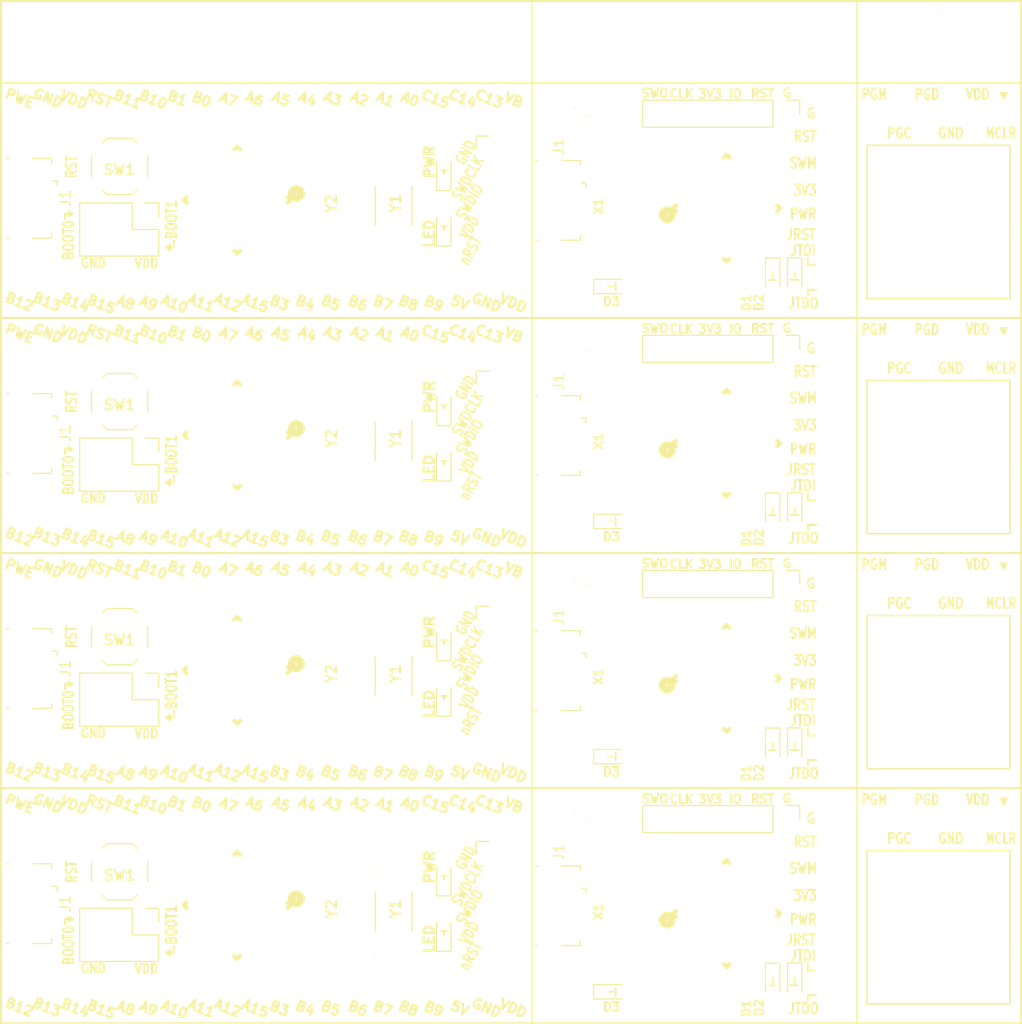
<source format=kicad_pcb>
(kicad_pcb (version 4) (host Gerbview "4.0.7")
  (layers (0 F.Cu signal) (31 B.Cu signal) (34 B.Paste user) (35 F.Paste user) (36 B.SilkS user) (37 F.SilkS user) (38 B.Mask user) (39 F.Mask user) (44 Edge.Cuts user))
  (gr_line (start 83.8 0) (end 83.8 -100) (layer F.SilkS) (width 0.2))
  (gr_line (start 52 0) (end 52 -100) (layer F.SilkS) (width 0.2))
  (gr_line (start 0 -23) (end 99.84 -23) (layer F.SilkS) (width 0.2))
  (gr_line (start 99.84 -46) (end 0 -46) (layer F.SilkS) (width 0.2))
  (gr_line (start 0 -69) (end 99.84 -69) (layer F.SilkS) (width 0.2))
  (gr_line (start 0 -92) (end 99.84 -92) (layer F.SilkS) (width 0.2))
  (gr_line (start 99.84 -100) (end 0 -100) (layer F.SilkS) (width 0.2))
  (gr_line (start 99.84 0) (end 99.84 -100) (layer F.SilkS) (width 0.2))
  (gr_line (start 0 0) (end 99.84 0) (layer F.SilkS) (width 0.2))
  (gr_line (start 0 -100) (end 0 0) (layer F.SilkS) (width 0.2))
  (gr_line (start 42.35437 -7.59513) (end 42.35437 -7.11893) (layer F.SilkS) (width 0.25))
  (gr_line (start 42.35437 -7.11893) (end 41.35438 -7.11893) (layer F.SilkS) (width 0.25))
  (gr_line (start 41.83055 -7.92846) (end 41.83055 -8.261810000000001) (layer F.SilkS) (width 0.25))
  (gr_line (start 42.35437 -8.40466) (end 42.35437 -7.92846) (layer F.SilkS) (width 0.25))
  (gr_line (start 42.35437 -7.92846) (end 41.35438 -7.92846) (layer F.SilkS) (width 0.25))
  (gr_line (start 41.35438 -7.92846) (end 41.35438 -8.40466) (layer F.SilkS) (width 0.25))
  (gr_line (start 42.35437 -8.83323) (end 41.35438 -8.83323) (layer F.SilkS) (width 0.25))
  (gr_line (start 41.35438 -8.83323) (end 41.35438 -9.07133) (layer F.SilkS) (width 0.25))
  (gr_line (start 41.35438 -9.07133) (end 41.402 -9.214180000000001) (layer F.SilkS) (width 0.25))
  (gr_line (start 41.402 -9.214180000000001) (end 41.49722 -9.3094) (layer F.SilkS) (width 0.25))
  (gr_line (start 41.49722 -9.3094) (end 41.59247 -9.35703) (layer F.SilkS) (width 0.25))
  (gr_line (start 41.59247 -9.35703) (end 41.78295 -9.40465) (layer F.SilkS) (width 0.25))
  (gr_line (start 41.78295 -9.40465) (end 41.9258 -9.40465) (layer F.SilkS) (width 0.25))
  (gr_line (start 41.9258 -9.40465) (end 42.11627 -9.35703) (layer F.SilkS) (width 0.25))
  (gr_line (start 42.11627 -9.35703) (end 42.21152 -9.3094) (layer F.SilkS) (width 0.25))
  (gr_line (start 42.21152 -9.3094) (end 42.30675 -9.214180000000001) (layer F.SilkS) (width 0.25))
  (gr_line (start 42.30675 -9.214180000000001) (end 42.35437 -9.07133) (layer F.SilkS) (width 0.25))
  (gr_line (start 42.35437 -9.07133) (end 42.35437 -8.83323) (layer F.SilkS) (width 0.25))
  (gr_line (start 42.37436 -13.93464) (end 41.37436 -13.93464) (layer F.SilkS) (width 0.25))
  (gr_line (start 41.37436 -13.93464) (end 41.37436 -14.31562) (layer F.SilkS) (width 0.25))
  (gr_line (start 41.37436 -14.31562) (end 41.42199 -14.41084) (layer F.SilkS) (width 0.25))
  (gr_line (start 41.42199 -14.41084) (end 41.46961 -14.45847) (layer F.SilkS) (width 0.25))
  (gr_line (start 41.46961 -14.45847) (end 41.56484 -14.50609) (layer F.SilkS) (width 0.25))
  (gr_line (start 41.56484 -14.50609) (end 41.70769 -14.50609) (layer F.SilkS) (width 0.25))
  (gr_line (start 41.70769 -14.50609) (end 41.80294 -14.45847) (layer F.SilkS) (width 0.25))
  (gr_line (start 41.80294 -14.45847) (end 41.85056 -14.41084) (layer F.SilkS) (width 0.25))
  (gr_line (start 41.85056 -14.41084) (end 41.89819 -14.31562) (layer F.SilkS) (width 0.25))
  (gr_line (start 41.89819 -14.31562) (end 41.89819 -13.93464) (layer F.SilkS) (width 0.25))
  (gr_line (start 41.37436 -14.83942) (end 42.37436 -15.07752) (layer F.SilkS) (width 0.25))
  (gr_line (start 42.37436 -15.07752) (end 41.66009 -15.26799) (layer F.SilkS) (width 0.25))
  (gr_line (start 41.66009 -15.26799) (end 42.37436 -15.45847) (layer F.SilkS) (width 0.25))
  (gr_line (start 42.37436 -15.45847) (end 41.37436 -15.69657) (layer F.SilkS) (width 0.25))
  (gr_line (start 42.37436 -16.64894) (end 41.89819 -16.31561) (layer F.SilkS) (width 0.25))
  (gr_line (start 42.37436 -16.07751) (end 41.37436 -16.07751) (layer F.SilkS) (width 0.25))
  (gr_line (start 41.37436 -16.07751) (end 41.37436 -16.45846) (layer F.SilkS) (width 0.25))
  (gr_line (start 41.37436 -16.45846) (end 41.42199 -16.55371) (layer F.SilkS) (width 0.25))
  (gr_line (start 41.42199 -16.55371) (end 41.46961 -16.60131) (layer F.SilkS) (width 0.25))
  (gr_line (start 41.46961 -16.60131) (end 41.56484 -16.64894) (layer F.SilkS) (width 0.25))
  (gr_line (start 41.56484 -16.64894) (end 41.70769 -16.64894) (layer F.SilkS) (width 0.25))
  (gr_line (start 41.70769 -16.64894) (end 41.80294 -16.60131) (layer F.SilkS) (width 0.25))
  (gr_line (start 41.80294 -16.60131) (end 41.85056 -16.55371) (layer F.SilkS) (width 0.25))
  (gr_line (start 41.85056 -16.55371) (end 41.89819 -16.45846) (layer F.SilkS) (width 0.25))
  (gr_line (start 41.89819 -16.45846) (end 41.89819 -16.07751) (layer F.SilkS) (width 0.25))
  (gr_line (start 43.36199 -14.1) (end 43.36199 -14.43998) (layer F.SilkS) (width 0.2))
  (gr_line (start 43.09999 -14.44998) (end 43.59999 -14.44998) (layer F.SilkS) (width 0.2))
  (gr_line (start 43.35998 -8.67999) (end 43.35998 -9.02) (layer F.SilkS) (width 0.2))
  (gr_line (start 43.102 -9.02) (end 43.602 -9.02) (layer F.SilkS) (width 0.2))
  (gr_line (start 44.94776 -11.53211) (end 45.04614 -11.60727) (layer F.SilkS) (width 0.2))
  (gr_line (start 45.04614 -11.60727) (end 45.14139 -11.77221) (layer F.SilkS) (width 0.2))
  (gr_line (start 45.14139 -11.77221) (end 45.13824 -11.86203) (layer F.SilkS) (width 0.2))
  (gr_line (start 45.13824 -11.86203) (end 45.11604 -11.91882) (layer F.SilkS) (width 0.2))
  (gr_line (start 45.11604 -11.91882) (end 45.05262 -11.99942) (layer F.SilkS) (width 0.2))
  (gr_line (start 45.05262 -11.99942) (end 44.97014 -12.04704) (layer F.SilkS) (width 0.2))
  (gr_line (start 44.97014 -12.04704) (end 44.86862 -12.06167) (layer F.SilkS) (width 0.2))
  (gr_line (start 44.86862 -12.06167) (end 44.80832 -12.0525) (layer F.SilkS) (width 0.2))
  (gr_line (start 44.80832 -12.0525) (end 44.72899 -12.01031) (layer F.SilkS) (width 0.2))
  (gr_line (start 44.72899 -12.01031) (end 44.61154 -11.90216) (layer F.SilkS) (width 0.2))
  (gr_line (start 44.61154 -11.90216) (end 44.53222 -11.86) (layer F.SilkS) (width 0.2))
  (gr_line (start 44.53222 -11.86) (end 44.47195 -11.8508) (layer F.SilkS) (width 0.2))
  (gr_line (start 44.47195 -11.8508) (end 44.37042 -11.86543) (layer F.SilkS) (width 0.2))
  (gr_line (start 44.37042 -11.86543) (end 44.28792 -11.91306) (layer F.SilkS) (width 0.2))
  (gr_line (start 44.28792 -11.91306) (end 44.2245 -11.99368) (layer F.SilkS) (width 0.2))
  (gr_line (start 44.2245 -11.99368) (end 44.2023 -12.05047) (layer F.SilkS) (width 0.2))
  (gr_line (start 44.2023 -12.05047) (end 44.19918 -12.14026) (layer F.SilkS) (width 0.2))
  (gr_line (start 44.19918 -12.14026) (end 44.2944 -12.30521) (layer F.SilkS) (width 0.2))
  (gr_line (start 44.2944 -12.30521) (end 44.39277 -12.38039) (layer F.SilkS) (width 0.2))
  (gr_line (start 44.48487 -12.63513) (end 45.44614 -12.30008) (layer F.SilkS) (width 0.2))
  (gr_line (start 45.44614 -12.30008) (end 44.90375 -12.7892) (layer F.SilkS) (width 0.2))
  (gr_line (start 44.90375 -12.7892) (end 45.59851 -12.56401) (layer F.SilkS) (width 0.2))
  (gr_line (start 45.59851 -12.56401) (end 44.82772 -13.22898) (layer F.SilkS) (width 0.2))
  (gr_line (start 45.84614 -12.99291) (end 44.98012 -13.49291) (layer F.SilkS) (width 0.2))
  (gr_line (start 44.98012 -13.49291) (end 45.07535 -13.65786) (layer F.SilkS) (width 0.2))
  (gr_line (start 45.07535 -13.65786) (end 45.17375 -13.73302) (layer F.SilkS) (width 0.2))
  (gr_line (start 45.17375 -13.73302) (end 45.29432 -13.75138) (layer F.SilkS) (width 0.2))
  (gr_line (start 45.29432 -13.75138) (end 45.39585 -13.73678) (layer F.SilkS) (width 0.2))
  (gr_line (start 45.39585 -13.73678) (end 45.57984 -13.67452) (layer F.SilkS) (width 0.2))
  (gr_line (start 45.57984 -13.67452) (end 45.70357 -13.6031) (layer F.SilkS) (width 0.2))
  (gr_line (start 45.70357 -13.6031) (end 45.84946 -13.47485) (layer F.SilkS) (width 0.2))
  (gr_line (start 45.84946 -13.47485) (end 45.91291 -13.39426) (layer F.SilkS) (width 0.2))
  (gr_line (start 45.91291 -13.39426) (end 45.95729 -13.28064) (layer F.SilkS) (width 0.2))
  (gr_line (start 45.95729 -13.28064) (end 45.94139 -13.15786) (layer F.SilkS) (width 0.2))
  (gr_line (start 45.94139 -13.15786) (end 45.84614 -12.99291) (layer F.SilkS) (width 0.2))
  (gr_line (start 46.39224 -14.12926) (end 46.41444 -14.07244) (layer F.SilkS) (width 0.2))
  (gr_line (start 46.41444 -14.07244) (end 46.39851 -13.94965) (layer F.SilkS) (width 0.2))
  (gr_line (start 46.39851 -13.94965) (end 46.36044 -13.88367) (layer F.SilkS) (width 0.2))
  (gr_line (start 46.36044 -13.88367) (end 46.26204 -13.80851) (layer F.SilkS) (width 0.2))
  (gr_line (start 46.26204 -13.80851) (end 46.14146 -13.79014) (layer F.SilkS) (width 0.2))
  (gr_line (start 46.14146 -13.79014) (end 46.03994 -13.80477) (layer F.SilkS) (width 0.2))
  (gr_line (start 46.03994 -13.80477) (end 45.85594 -13.86703) (layer F.SilkS) (width 0.2))
  (gr_line (start 45.85594 -13.86703) (end 45.73222 -13.93845) (layer F.SilkS) (width 0.2))
  (gr_line (start 45.73222 -13.93845) (end 45.58632 -14.06667) (layer F.SilkS) (width 0.2))
  (gr_line (start 45.58632 -14.06667) (end 45.52287 -14.14729) (layer F.SilkS) (width 0.2))
  (gr_line (start 45.52287 -14.14729) (end 45.4785 -14.26088) (layer F.SilkS) (width 0.2))
  (gr_line (start 45.4785 -14.26088) (end 45.4944 -14.38369) (layer F.SilkS) (width 0.2))
  (gr_line (start 45.4944 -14.38369) (end 45.5325 -14.44965) (layer F.SilkS) (width 0.2))
  (gr_line (start 45.5325 -14.44965) (end 45.63087 -14.52484) (layer F.SilkS) (width 0.2))
  (gr_line (start 45.63087 -14.52484) (end 45.69117 -14.53401) (layer F.SilkS) (width 0.2))
  (gr_line (start 46.83661 -14.70845) (end 46.64613 -14.37856) (layer F.SilkS) (width 0.2))
  (gr_line (start 46.64613 -14.37856) (end 45.78012 -14.87856) (layer F.SilkS) (width 0.2))
  (gr_line (start 46.96996 -14.93939) (end 46.10392 -15.43942) (layer F.SilkS) (width 0.2))
  (gr_line (start 47.19853 -15.3353) (end 46.53222 -15.3241) (layer F.SilkS) (width 0.2))
  (gr_line (start 46.3325 -15.8353) (end 46.59879 -15.15369) (layer F.SilkS) (width 0.2))
  (gr_line (start 8.41245 -5.818) (end 8.33628 -5.86085) (layer F.SilkS) (width 0.2))
  (gr_line (start 8.33628 -5.86085) (end 8.22198 -5.86085) (layer F.SilkS) (width 0.2))
  (gr_line (start 8.22198 -5.86085) (end 8.107710000000001 -5.818) (layer F.SilkS) (width 0.2))
  (gr_line (start 8.107710000000001 -5.818) (end 8.031510000000001 -5.73227) (layer F.SilkS) (width 0.2))
  (gr_line (start 8.031510000000001 -5.73227) (end 7.99341 -5.64655) (layer F.SilkS) (width 0.2))
  (gr_line (start 7.99341 -5.64655) (end 7.95533 -5.47512) (layer F.SilkS) (width 0.2))
  (gr_line (start 7.95533 -5.47512) (end 7.95533 -5.34655) (layer F.SilkS) (width 0.2))
  (gr_line (start 7.95533 -5.34655) (end 7.99341 -5.17512) (layer F.SilkS) (width 0.2))
  (gr_line (start 7.99341 -5.17512) (end 8.031510000000001 -5.08942) (layer F.SilkS) (width 0.2))
  (gr_line (start 8.031510000000001 -5.08942) (end 8.107710000000001 -5.0037) (layer F.SilkS) (width 0.2))
  (gr_line (start 8.107710000000001 -5.0037) (end 8.22198 -4.96085) (layer F.SilkS) (width 0.2))
  (gr_line (start 8.22198 -4.96085) (end 8.29818 -4.96085) (layer F.SilkS) (width 0.2))
  (gr_line (start 8.29818 -4.96085) (end 8.41245 -5.0037) (layer F.SilkS) (width 0.2))
  (gr_line (start 8.41245 -5.0037) (end 8.45055 -5.04655) (layer F.SilkS) (width 0.2))
  (gr_line (start 8.45055 -5.04655) (end 8.45055 -5.34655) (layer F.SilkS) (width 0.2))
  (gr_line (start 8.45055 -5.34655) (end 8.29818 -5.34655) (layer F.SilkS) (width 0.2))
  (gr_line (start 8.7934 -4.96085) (end 8.7934 -5.86085) (layer F.SilkS) (width 0.2))
  (gr_line (start 8.7934 -5.86085) (end 9.25055 -4.96085) (layer F.SilkS) (width 0.2))
  (gr_line (start 9.25055 -4.96085) (end 9.25055 -5.86085) (layer F.SilkS) (width 0.2))
  (gr_line (start 9.631500000000001 -4.96085) (end 9.631500000000001 -5.86085) (layer F.SilkS) (width 0.2))
  (gr_line (start 9.631500000000001 -5.86085) (end 9.82198 -5.86085) (layer F.SilkS) (width 0.2))
  (gr_line (start 9.82198 -5.86085) (end 9.93628 -5.818) (layer F.SilkS) (width 0.2))
  (gr_line (start 9.93628 -5.818) (end 10.01248 -5.73227) (layer F.SilkS) (width 0.2))
  (gr_line (start 10.01248 -5.73227) (end 10.05055 -5.64655) (layer F.SilkS) (width 0.2))
  (gr_line (start 10.05055 -5.64655) (end 10.08865 -5.47512) (layer F.SilkS) (width 0.2))
  (gr_line (start 10.08865 -5.47512) (end 10.08865 -5.34655) (layer F.SilkS) (width 0.2))
  (gr_line (start 10.08865 -5.34655) (end 10.05055 -5.17512) (layer F.SilkS) (width 0.2))
  (gr_line (start 10.05055 -5.17512) (end 10.01248 -5.08942) (layer F.SilkS) (width 0.2))
  (gr_line (start 10.01248 -5.08942) (end 9.93628 -5.0037) (layer F.SilkS) (width 0.2))
  (gr_line (start 9.93628 -5.0037) (end 9.82198 -4.96085) (layer F.SilkS) (width 0.2))
  (gr_line (start 9.82198 -4.96085) (end 9.631500000000001 -4.96085) (layer F.SilkS) (width 0.2))
  (gr_line (start 16.60855 -8.16333) (end 16.65618 -8.277609999999999) (layer F.SilkS) (width 0.2))
  (gr_line (start 16.65618 -8.277609999999999) (end 16.7038 -8.315709999999999) (layer F.SilkS) (width 0.2))
  (gr_line (start 16.7038 -8.315709999999999) (end 16.79903 -8.353809999999999) (layer F.SilkS) (width 0.2))
  (gr_line (start 16.79903 -8.353809999999999) (end 16.9419 -8.353809999999999) (layer F.SilkS) (width 0.2))
  (gr_line (start 16.9419 -8.353809999999999) (end 17.03713 -8.315709999999999) (layer F.SilkS) (width 0.2))
  (gr_line (start 17.03713 -8.315709999999999) (end 17.08475 -8.277609999999999) (layer F.SilkS) (width 0.2))
  (gr_line (start 17.08475 -8.277609999999999) (end 17.13238 -8.201409999999999) (layer F.SilkS) (width 0.2))
  (gr_line (start 17.13238 -8.201409999999999) (end 17.13238 -7.89666) (layer F.SilkS) (width 0.2))
  (gr_line (start 17.13238 -7.89666) (end 16.13238 -7.89666) (layer F.SilkS) (width 0.2))
  (gr_line (start 16.13238 -7.89666) (end 16.13238 -8.16333) (layer F.SilkS) (width 0.2))
  (gr_line (start 16.13238 -8.16333) (end 16.17998 -8.239509999999999) (layer F.SilkS) (width 0.2))
  (gr_line (start 16.17998 -8.239509999999999) (end 16.2276 -8.277609999999999) (layer F.SilkS) (width 0.2))
  (gr_line (start 16.2276 -8.277609999999999) (end 16.32285 -8.315709999999999) (layer F.SilkS) (width 0.2))
  (gr_line (start 16.32285 -8.315709999999999) (end 16.41808 -8.315709999999999) (layer F.SilkS) (width 0.2))
  (gr_line (start 16.41808 -8.315709999999999) (end 16.51333 -8.277609999999999) (layer F.SilkS) (width 0.2))
  (gr_line (start 16.51333 -8.277609999999999) (end 16.56093 -8.239509999999999) (layer F.SilkS) (width 0.2))
  (gr_line (start 16.56093 -8.239509999999999) (end 16.60855 -8.16333) (layer F.SilkS) (width 0.2))
  (gr_line (start 16.60855 -8.16333) (end 16.60855 -7.89666) (layer F.SilkS) (width 0.2))
  (gr_line (start 16.13238 -8.849030000000001) (end 16.13238 -9.0014) (layer F.SilkS) (width 0.2))
  (gr_line (start 16.13238 -9.0014) (end 16.17998 -9.0776) (layer F.SilkS) (width 0.2))
  (gr_line (start 16.17998 -9.0776) (end 16.27523 -9.1538) (layer F.SilkS) (width 0.2))
  (gr_line (start 16.27523 -9.1538) (end 16.4657 -9.1919) (layer F.SilkS) (width 0.2))
  (gr_line (start 16.4657 -9.1919) (end 16.79903 -9.1919) (layer F.SilkS) (width 0.2))
  (gr_line (start 16.79903 -9.1919) (end 16.9895 -9.1538) (layer F.SilkS) (width 0.2))
  (gr_line (start 16.9895 -9.1538) (end 17.08475 -9.0776) (layer F.SilkS) (width 0.2))
  (gr_line (start 17.08475 -9.0776) (end 17.13238 -9.0014) (layer F.SilkS) (width 0.2))
  (gr_line (start 17.13238 -9.0014) (end 17.13238 -8.849030000000001) (layer F.SilkS) (width 0.2))
  (gr_line (start 17.13238 -8.849030000000001) (end 17.08475 -8.77286) (layer F.SilkS) (width 0.2))
  (gr_line (start 17.08475 -8.77286) (end 16.9895 -8.69666) (layer F.SilkS) (width 0.2))
  (gr_line (start 16.9895 -8.69666) (end 16.79903 -8.65856) (layer F.SilkS) (width 0.2))
  (gr_line (start 16.79903 -8.65856) (end 16.4657 -8.65856) (layer F.SilkS) (width 0.2))
  (gr_line (start 16.4657 -8.65856) (end 16.27523 -8.69666) (layer F.SilkS) (width 0.2))
  (gr_line (start 16.27523 -8.69666) (end 16.17998 -8.77286) (layer F.SilkS) (width 0.2))
  (gr_line (start 16.17998 -8.77286) (end 16.13238 -8.849030000000001) (layer F.SilkS) (width 0.2))
  (gr_line (start 16.13238 -9.68713) (end 16.13238 -9.839499999999999) (layer F.SilkS) (width 0.2))
  (gr_line (start 16.13238 -9.839499999999999) (end 16.17998 -9.915699999999999) (layer F.SilkS) (width 0.2))
  (gr_line (start 16.17998 -9.915699999999999) (end 16.27523 -9.991899999999999) (layer F.SilkS) (width 0.2))
  (gr_line (start 16.27523 -9.991899999999999) (end 16.4657 -10.02998) (layer F.SilkS) (width 0.2))
  (gr_line (start 16.4657 -10.02998) (end 16.79903 -10.02998) (layer F.SilkS) (width 0.2))
  (gr_line (start 16.79903 -10.02998) (end 16.9895 -9.991899999999999) (layer F.SilkS) (width 0.2))
  (gr_line (start 16.9895 -9.991899999999999) (end 17.08475 -9.915699999999999) (layer F.SilkS) (width 0.2))
  (gr_line (start 17.08475 -9.915699999999999) (end 17.13238 -9.839499999999999) (layer F.SilkS) (width 0.2))
  (gr_line (start 17.13238 -9.839499999999999) (end 17.13238 -9.68713) (layer F.SilkS) (width 0.2))
  (gr_line (start 17.13238 -9.68713) (end 17.08475 -9.61093) (layer F.SilkS) (width 0.2))
  (gr_line (start 17.08475 -9.61093) (end 16.9895 -9.534750000000001) (layer F.SilkS) (width 0.2))
  (gr_line (start 16.9895 -9.534750000000001) (end 16.79903 -9.496650000000001) (layer F.SilkS) (width 0.2))
  (gr_line (start 16.79903 -9.496650000000001) (end 16.4657 -9.496650000000001) (layer F.SilkS) (width 0.2))
  (gr_line (start 16.4657 -9.496650000000001) (end 16.27523 -9.534750000000001) (layer F.SilkS) (width 0.2))
  (gr_line (start 16.27523 -9.534750000000001) (end 16.17998 -9.61093) (layer F.SilkS) (width 0.2))
  (gr_line (start 16.17998 -9.61093) (end 16.13238 -9.68713) (layer F.SilkS) (width 0.2))
  (gr_line (start 16.13238 -10.25855) (end 16.13238 -10.7157) (layer F.SilkS) (width 0.2))
  (gr_line (start 17.13238 -10.48713) (end 16.13238 -10.48713) (layer F.SilkS) (width 0.2))
  (gr_line (start 17.13238 -11.40143) (end 17.13238 -10.94428) (layer F.SilkS) (width 0.2))
  (gr_line (start 17.13238 -11.17285) (end 16.13238 -11.17285) (layer F.SilkS) (width 0.2))
  (gr_line (start 16.13238 -11.17285) (end 16.27523 -11.09665) (layer F.SilkS) (width 0.2))
  (gr_line (start 16.27523 -11.09665) (end 16.37045 -11.02048) (layer F.SilkS) (width 0.2))
  (gr_line (start 16.37045 -11.02048) (end 16.41808 -10.94428) (layer F.SilkS) (width 0.2))
  (gr_line (start 7.35236 -14.3619) (end 6.87619 -14.09522) (layer F.SilkS) (width 0.2))
  (gr_line (start 7.35236 -13.90475) (end 6.35236 -13.90475) (layer F.SilkS) (width 0.2))
  (gr_line (start 6.35236 -13.90475) (end 6.35236 -14.20952) (layer F.SilkS) (width 0.2))
  (gr_line (start 6.35236 -14.20952) (end 6.39999 -14.2857) (layer F.SilkS) (width 0.2))
  (gr_line (start 6.39999 -14.2857) (end 6.44761 -14.3238) (layer F.SilkS) (width 0.2))
  (gr_line (start 6.44761 -14.3238) (end 6.54284 -14.3619) (layer F.SilkS) (width 0.2))
  (gr_line (start 6.54284 -14.3619) (end 6.68571 -14.3619) (layer F.SilkS) (width 0.2))
  (gr_line (start 6.68571 -14.3619) (end 6.78094 -14.3238) (layer F.SilkS) (width 0.2))
  (gr_line (start 6.78094 -14.3238) (end 6.82856 -14.2857) (layer F.SilkS) (width 0.2))
  (gr_line (start 6.82856 -14.2857) (end 6.87619 -14.20952) (layer F.SilkS) (width 0.2))
  (gr_line (start 6.87619 -14.20952) (end 6.87619 -13.90475) (layer F.SilkS) (width 0.2))
  (gr_line (start 7.30476 -14.66665) (end 7.35236 -14.78095) (layer F.SilkS) (width 0.2))
  (gr_line (start 7.35236 -14.78095) (end 7.35236 -14.97142) (layer F.SilkS) (width 0.2))
  (gr_line (start 7.35236 -14.97142) (end 7.30476 -15.0476) (layer F.SilkS) (width 0.2))
  (gr_line (start 7.30476 -15.0476) (end 7.25714 -15.0857) (layer F.SilkS) (width 0.2))
  (gr_line (start 7.25714 -15.0857) (end 7.16189 -15.1238) (layer F.SilkS) (width 0.2))
  (gr_line (start 7.16189 -15.1238) (end 7.06666 -15.1238) (layer F.SilkS) (width 0.2))
  (gr_line (start 7.06666 -15.1238) (end 6.97141 -15.0857) (layer F.SilkS) (width 0.2))
  (gr_line (start 6.97141 -15.0857) (end 6.92379 -15.0476) (layer F.SilkS) (width 0.2))
  (gr_line (start 6.92379 -15.0476) (end 6.87619 -14.97142) (layer F.SilkS) (width 0.2))
  (gr_line (start 6.87619 -14.97142) (end 6.82856 -14.81905) (layer F.SilkS) (width 0.2))
  (gr_line (start 6.82856 -14.81905) (end 6.78094 -14.74285) (layer F.SilkS) (width 0.2))
  (gr_line (start 6.78094 -14.74285) (end 6.73331 -14.70475) (layer F.SilkS) (width 0.2))
  (gr_line (start 6.73331 -14.70475) (end 6.63809 -14.66665) (layer F.SilkS) (width 0.2))
  (gr_line (start 6.63809 -14.66665) (end 6.54284 -14.66665) (layer F.SilkS) (width 0.2))
  (gr_line (start 6.54284 -14.66665) (end 6.44761 -14.70475) (layer F.SilkS) (width 0.2))
  (gr_line (start 6.44761 -14.70475) (end 6.39999 -14.74285) (layer F.SilkS) (width 0.2))
  (gr_line (start 6.39999 -14.74285) (end 6.35236 -14.81905) (layer F.SilkS) (width 0.2))
  (gr_line (start 6.35236 -14.81905) (end 6.35236 -15.00952) (layer F.SilkS) (width 0.2))
  (gr_line (start 6.35236 -15.00952) (end 6.39999 -15.1238) (layer F.SilkS) (width 0.2))
  (gr_line (start 6.35236 -15.35237) (end 6.35236 -15.80952) (layer F.SilkS) (width 0.2))
  (gr_line (start 7.35236 -15.58094) (end 6.35236 -15.58094) (layer F.SilkS) (width 0.2))
  (gr_line (start 6.26999 -9.85998) (end 6.26999 -9.69) (layer F.SilkS) (width 0.2))
  (gr_line (start 16.54 -6.62998) (end 16.14998 -6.89999) (layer F.SilkS) (width 0.2))
  (gr_line (start 16.54 -7.16999) (end 16.54 -6.62998) (layer F.SilkS) (width 0.2))
  (gr_line (start 16.14998 -6.89999) (end 16.54 -7.16999) (layer F.SilkS) (width 0.2))
  (gr_line (start 16.89999 -6.89999) (end 16.14998 -6.89999) (layer F.SilkS) (width 0.2))
  (gr_line (start 16.91998 -7.52998) (end 16.89999 -6.89999) (layer F.SilkS) (width 0.2))
  (gr_line (start 7.02998 -10.17999) (end 6.60999 -10.40999) (layer F.SilkS) (width 0.2))
  (gr_line (start 6.59999 -9.93999) (end 7.02998 -10.17999) (layer F.SilkS) (width 0.2))
  (gr_line (start 6.59999 -10.39998) (end 6.59999 -9.93999) (layer F.SilkS) (width 0.2))
  (gr_line (start 6.91998 -10.20999) (end 6.59999 -10.39998) (layer F.SilkS) (width 0.2))
  (gr_line (start 6.26999 -10.19998) (end 6.91998 -10.20999) (layer F.SilkS) (width 0.2))
  (gr_line (start 6.26999 -9.86998) (end 6.26999 -10.19998) (layer F.SilkS) (width 0.2))
  (gr_line (start 6.54855 -6.15333) (end 6.59618 -6.2676) (layer F.SilkS) (width 0.2))
  (gr_line (start 6.59618 -6.2676) (end 6.6438 -6.3057) (layer F.SilkS) (width 0.2))
  (gr_line (start 6.6438 -6.3057) (end 6.73903 -6.3438) (layer F.SilkS) (width 0.2))
  (gr_line (start 6.73903 -6.3438) (end 6.8819 -6.3438) (layer F.SilkS) (width 0.2))
  (gr_line (start 6.8819 -6.3438) (end 6.97713 -6.3057) (layer F.SilkS) (width 0.2))
  (gr_line (start 6.97713 -6.3057) (end 7.02475 -6.2676) (layer F.SilkS) (width 0.2))
  (gr_line (start 7.02475 -6.2676) (end 7.07238 -6.19143) (layer F.SilkS) (width 0.2))
  (gr_line (start 7.07238 -6.19143) (end 7.07238 -5.88665) (layer F.SilkS) (width 0.2))
  (gr_line (start 7.07238 -5.88665) (end 6.07238 -5.88665) (layer F.SilkS) (width 0.2))
  (gr_line (start 6.07238 -5.88665) (end 6.07238 -6.15333) (layer F.SilkS) (width 0.2))
  (gr_line (start 6.07238 -6.15333) (end 6.11998 -6.2295) (layer F.SilkS) (width 0.2))
  (gr_line (start 6.11998 -6.2295) (end 6.1676 -6.2676) (layer F.SilkS) (width 0.2))
  (gr_line (start 6.1676 -6.2676) (end 6.26285 -6.3057) (layer F.SilkS) (width 0.2))
  (gr_line (start 6.26285 -6.3057) (end 6.35808 -6.3057) (layer F.SilkS) (width 0.2))
  (gr_line (start 6.35808 -6.3057) (end 6.45333 -6.2676) (layer F.SilkS) (width 0.2))
  (gr_line (start 6.45333 -6.2676) (end 6.50093 -6.2295) (layer F.SilkS) (width 0.2))
  (gr_line (start 6.50093 -6.2295) (end 6.54855 -6.15333) (layer F.SilkS) (width 0.2))
  (gr_line (start 6.54855 -6.15333) (end 6.54855 -5.88665) (layer F.SilkS) (width 0.2))
  (gr_line (start 6.07238 -6.83903) (end 6.07238 -6.99143) (layer F.SilkS) (width 0.2))
  (gr_line (start 6.07238 -6.99143) (end 6.11998 -7.0676) (layer F.SilkS) (width 0.2))
  (gr_line (start 6.11998 -7.0676) (end 6.21523 -7.1438) (layer F.SilkS) (width 0.2))
  (gr_line (start 6.21523 -7.1438) (end 6.4057 -7.1819) (layer F.SilkS) (width 0.2))
  (gr_line (start 6.4057 -7.1819) (end 6.73903 -7.1819) (layer F.SilkS) (width 0.2))
  (gr_line (start 6.73903 -7.1819) (end 6.9295 -7.1438) (layer F.SilkS) (width 0.2))
  (gr_line (start 6.9295 -7.1438) (end 7.02475 -7.0676) (layer F.SilkS) (width 0.2))
  (gr_line (start 7.02475 -7.0676) (end 7.07238 -6.99143) (layer F.SilkS) (width 0.2))
  (gr_line (start 7.07238 -6.99143) (end 7.07238 -6.83903) (layer F.SilkS) (width 0.2))
  (gr_line (start 7.07238 -6.83903) (end 7.02475 -6.76285) (layer F.SilkS) (width 0.2))
  (gr_line (start 7.02475 -6.76285) (end 6.9295 -6.68665) (layer F.SilkS) (width 0.2))
  (gr_line (start 6.9295 -6.68665) (end 6.73903 -6.64855) (layer F.SilkS) (width 0.2))
  (gr_line (start 6.73903 -6.64855) (end 6.4057 -6.64855) (layer F.SilkS) (width 0.2))
  (gr_line (start 6.4057 -6.64855) (end 6.21523 -6.68665) (layer F.SilkS) (width 0.2))
  (gr_line (start 6.21523 -6.68665) (end 6.11998 -6.76285) (layer F.SilkS) (width 0.2))
  (gr_line (start 6.11998 -6.76285) (end 6.07238 -6.83903) (layer F.SilkS) (width 0.2))
  (gr_line (start 6.07238 -7.67712) (end 6.07238 -7.8295) (layer F.SilkS) (width 0.2))
  (gr_line (start 6.07238 -7.8295) (end 6.11998 -7.9057) (layer F.SilkS) (width 0.2))
  (gr_line (start 6.11998 -7.9057) (end 6.21523 -7.9819) (layer F.SilkS) (width 0.2))
  (gr_line (start 6.21523 -7.9819) (end 6.4057 -8.02) (layer F.SilkS) (width 0.2))
  (gr_line (start 6.4057 -8.02) (end 6.73903 -8.02) (layer F.SilkS) (width 0.2))
  (gr_line (start 6.73903 -8.02) (end 6.9295 -7.9819) (layer F.SilkS) (width 0.2))
  (gr_line (start 6.9295 -7.9819) (end 7.02475 -7.9057) (layer F.SilkS) (width 0.2))
  (gr_line (start 7.02475 -7.9057) (end 7.07238 -7.8295) (layer F.SilkS) (width 0.2))
  (gr_line (start 7.07238 -7.8295) (end 7.07238 -7.67712) (layer F.SilkS) (width 0.2))
  (gr_line (start 7.07238 -7.67712) (end 7.02475 -7.60095) (layer F.SilkS) (width 0.2))
  (gr_line (start 7.02475 -7.60095) (end 6.9295 -7.52475) (layer F.SilkS) (width 0.2))
  (gr_line (start 6.9295 -7.52475) (end 6.73903 -7.48665) (layer F.SilkS) (width 0.2))
  (gr_line (start 6.73903 -7.48665) (end 6.4057 -7.48665) (layer F.SilkS) (width 0.2))
  (gr_line (start 6.4057 -7.48665) (end 6.21523 -7.52475) (layer F.SilkS) (width 0.2))
  (gr_line (start 6.21523 -7.52475) (end 6.11998 -7.60095) (layer F.SilkS) (width 0.2))
  (gr_line (start 6.11998 -7.60095) (end 6.07238 -7.67712) (layer F.SilkS) (width 0.2))
  (gr_line (start 6.07238 -8.24855) (end 6.07238 -8.7057) (layer F.SilkS) (width 0.2))
  (gr_line (start 7.07238 -8.477119999999999) (end 6.07238 -8.477119999999999) (layer F.SilkS) (width 0.2))
  (gr_line (start 6.07238 -9.124750000000001) (end 6.07238 -9.200950000000001) (layer F.SilkS) (width 0.2))
  (gr_line (start 6.07238 -9.200950000000001) (end 6.11998 -9.27712) (layer F.SilkS) (width 0.2))
  (gr_line (start 6.11998 -9.27712) (end 6.1676 -9.31522) (layer F.SilkS) (width 0.2))
  (gr_line (start 6.1676 -9.31522) (end 6.26285 -9.35332) (layer F.SilkS) (width 0.2))
  (gr_line (start 6.26285 -9.35332) (end 6.45333 -9.39142) (layer F.SilkS) (width 0.2))
  (gr_line (start 6.45333 -9.39142) (end 6.69143 -9.39142) (layer F.SilkS) (width 0.2))
  (gr_line (start 6.69143 -9.39142) (end 6.8819 -9.35332) (layer F.SilkS) (width 0.2))
  (gr_line (start 6.8819 -9.35332) (end 6.97713 -9.31522) (layer F.SilkS) (width 0.2))
  (gr_line (start 6.97713 -9.31522) (end 7.02475 -9.27712) (layer F.SilkS) (width 0.2))
  (gr_line (start 7.02475 -9.27712) (end 7.07238 -9.200950000000001) (layer F.SilkS) (width 0.2))
  (gr_line (start 7.07238 -9.200950000000001) (end 7.07238 -9.124750000000001) (layer F.SilkS) (width 0.2))
  (gr_line (start 7.07238 -9.124750000000001) (end 7.02475 -9.048550000000001) (layer F.SilkS) (width 0.2))
  (gr_line (start 7.02475 -9.048550000000001) (end 6.97713 -9.01047) (layer F.SilkS) (width 0.2))
  (gr_line (start 6.97713 -9.01047) (end 6.8819 -8.97237) (layer F.SilkS) (width 0.2))
  (gr_line (start 6.8819 -8.97237) (end 6.69143 -8.93427) (layer F.SilkS) (width 0.2))
  (gr_line (start 6.69143 -8.93427) (end 6.45333 -8.93427) (layer F.SilkS) (width 0.2))
  (gr_line (start 6.45333 -8.93427) (end 6.26285 -8.97237) (layer F.SilkS) (width 0.2))
  (gr_line (start 6.26285 -8.97237) (end 6.1676 -9.01047) (layer F.SilkS) (width 0.2))
  (gr_line (start 6.1676 -9.01047) (end 6.11998 -9.048550000000001) (layer F.SilkS) (width 0.2))
  (gr_line (start 6.11998 -9.048550000000001) (end 6.07238 -9.124750000000001) (layer F.SilkS) (width 0.2))
  (gr_line (start 13.17531 -5.83085) (end 13.44198 -4.93085) (layer F.SilkS) (width 0.2))
  (gr_line (start 13.44198 -4.93085) (end 13.70866 -5.83085) (layer F.SilkS) (width 0.2))
  (gr_line (start 13.97531 -4.93085) (end 13.97531 -5.83085) (layer F.SilkS) (width 0.2))
  (gr_line (start 13.97531 -5.83085) (end 14.16581 -5.83085) (layer F.SilkS) (width 0.2))
  (gr_line (start 14.16581 -5.83085) (end 14.28008 -5.788) (layer F.SilkS) (width 0.2))
  (gr_line (start 14.28008 -5.788) (end 14.35628 -5.70227) (layer F.SilkS) (width 0.2))
  (gr_line (start 14.35628 -5.70227) (end 14.39436 -5.61655) (layer F.SilkS) (width 0.2))
  (gr_line (start 14.39436 -5.61655) (end 14.43246 -5.44513) (layer F.SilkS) (width 0.2))
  (gr_line (start 14.43246 -5.44513) (end 14.43246 -5.31655) (layer F.SilkS) (width 0.2))
  (gr_line (start 14.43246 -5.31655) (end 14.39436 -5.14513) (layer F.SilkS) (width 0.2))
  (gr_line (start 14.39436 -5.14513) (end 14.35628 -5.05943) (layer F.SilkS) (width 0.2))
  (gr_line (start 14.35628 -5.05943) (end 14.28008 -4.9737) (layer F.SilkS) (width 0.2))
  (gr_line (start 14.28008 -4.9737) (end 14.16581 -4.93085) (layer F.SilkS) (width 0.2))
  (gr_line (start 14.16581 -4.93085) (end 13.97531 -4.93085) (layer F.SilkS) (width 0.2))
  (gr_line (start 14.77533 -4.93085) (end 14.77533 -5.83085) (layer F.SilkS) (width 0.2))
  (gr_line (start 14.77533 -5.83085) (end 14.96581 -5.83085) (layer F.SilkS) (width 0.2))
  (gr_line (start 14.96581 -5.83085) (end 15.08008 -5.788) (layer F.SilkS) (width 0.2))
  (gr_line (start 15.08008 -5.788) (end 15.15628 -5.70227) (layer F.SilkS) (width 0.2))
  (gr_line (start 15.15628 -5.70227) (end 15.19436 -5.61655) (layer F.SilkS) (width 0.2))
  (gr_line (start 15.19436 -5.61655) (end 15.23246 -5.44513) (layer F.SilkS) (width 0.2))
  (gr_line (start 15.23246 -5.44513) (end 15.23246 -5.31655) (layer F.SilkS) (width 0.2))
  (gr_line (start 15.23246 -5.31655) (end 15.19436 -5.14513) (layer F.SilkS) (width 0.2))
  (gr_line (start 15.19436 -5.14513) (end 15.15628 -5.05943) (layer F.SilkS) (width 0.2))
  (gr_line (start 15.15628 -5.05943) (end 15.08008 -4.9737) (layer F.SilkS) (width 0.2))
  (gr_line (start 15.08008 -4.9737) (end 14.96581 -4.93085) (layer F.SilkS) (width 0.2))
  (gr_line (start 14.96581 -4.93085) (end 14.77533 -4.93085) (layer F.SilkS) (width 0.2))
  (gr_line (start 44.84441 -8.18805) (end 45.84375 -7.91898) (layer F.SilkS) (width 0.2))
  (gr_line (start 45.84375 -7.91898) (end 45.11106 -8.64992) (layer F.SilkS) (width 0.2))
  (gr_line (start 46.11042 -8.38086) (end 45.24441 -8.88086) (layer F.SilkS) (width 0.2))
  (gr_line (start 45.24441 -8.88086) (end 45.33964 -9.0458) (layer F.SilkS) (width 0.2))
  (gr_line (start 45.33964 -9.0458) (end 45.43803 -9.120990000000001) (layer F.SilkS) (width 0.2))
  (gr_line (start 45.43803 -9.120990000000001) (end 45.55861 -9.13935) (layer F.SilkS) (width 0.2))
  (gr_line (start 45.55861 -9.13935) (end 45.66013 -9.12472) (layer F.SilkS) (width 0.2))
  (gr_line (start 45.66013 -9.12472) (end 45.84413 -9.062469999999999) (layer F.SilkS) (width 0.2))
  (gr_line (start 45.84413 -9.062469999999999) (end 45.96785 -8.99104) (layer F.SilkS) (width 0.2))
  (gr_line (start 45.96785 -8.99104) (end 46.11375 -8.862819999999999) (layer F.SilkS) (width 0.2))
  (gr_line (start 46.11375 -8.862819999999999) (end 46.17717 -8.7822) (layer F.SilkS) (width 0.2))
  (gr_line (start 46.17717 -8.7822) (end 46.22157 -8.66859) (layer F.SilkS) (width 0.2))
  (gr_line (start 46.22157 -8.66859) (end 46.20567 -8.5458) (layer F.SilkS) (width 0.2))
  (gr_line (start 46.20567 -8.5458) (end 46.11042 -8.38086) (layer F.SilkS) (width 0.2))
  (gr_line (start 46.51042 -9.07367) (end 45.64441 -9.57367) (layer F.SilkS) (width 0.2))
  (gr_line (start 45.64441 -9.57367) (end 45.73963 -9.73864) (layer F.SilkS) (width 0.2))
  (gr_line (start 45.73963 -9.73864) (end 45.83803 -9.813800000000001) (layer F.SilkS) (width 0.2))
  (gr_line (start 45.83803 -9.813800000000001) (end 45.95861 -9.83216) (layer F.SilkS) (width 0.2))
  (gr_line (start 45.95861 -9.83216) (end 46.06013 -9.81753) (layer F.SilkS) (width 0.2))
  (gr_line (start 46.06013 -9.81753) (end 46.24413 -9.755280000000001) (layer F.SilkS) (width 0.2))
  (gr_line (start 46.24413 -9.755280000000001) (end 46.36785 -9.68385) (layer F.SilkS) (width 0.2))
  (gr_line (start 46.36785 -9.68385) (end 46.51375 -9.555630000000001) (layer F.SilkS) (width 0.2))
  (gr_line (start 46.51375 -9.555630000000001) (end 46.57717 -9.475009999999999) (layer F.SilkS) (width 0.2))
  (gr_line (start 46.57717 -9.475009999999999) (end 46.62157 -9.361420000000001) (layer F.SilkS) (width 0.2))
  (gr_line (start 46.62157 -9.361420000000001) (end 46.60567 -9.23864) (layer F.SilkS) (width 0.2))
  (gr_line (start 46.60567 -9.23864) (end 46.51042 -9.07367) (layer F.SilkS) (width 0.2))
  (gr_line (start 45.13783 -5.59641) (end 45.7152 -5.26308) (layer F.SilkS) (width 0.2))
  (gr_line (start 45.22031 -5.54878) (end 45.19813 -5.6056) (layer F.SilkS) (width 0.2))
  (gr_line (start 45.19813 -5.6056) (end 45.19498 -5.69539) (layer F.SilkS) (width 0.2))
  (gr_line (start 45.19498 -5.69539) (end 45.25213 -5.79435) (layer F.SilkS) (width 0.2))
  (gr_line (start 45.25213 -5.79435) (end 45.33146 -5.83654) (layer F.SilkS) (width 0.2))
  (gr_line (start 45.33146 -5.83654) (end 45.43298 -5.82191) (layer F.SilkS) (width 0.2))
  (gr_line (start 45.43298 -5.82191) (end 45.88662 -5.56001) (layer F.SilkS) (width 0.2))
  (gr_line (start 46.30567 -6.28581) (end 45.75993 -6.29298) (layer F.SilkS) (width 0.2))
  (gr_line (start 46.0771 -5.88993) (end 45.21106 -6.38993) (layer F.SilkS) (width 0.2))
  (gr_line (start 45.21106 -6.38993) (end 45.36346 -6.65383) (layer F.SilkS) (width 0.2))
  (gr_line (start 45.36346 -6.65383) (end 45.44278 -6.69602) (layer F.SilkS) (width 0.2))
  (gr_line (start 45.44278 -6.69602) (end 45.50308 -6.70519) (layer F.SilkS) (width 0.2))
  (gr_line (start 45.50308 -6.70519) (end 45.60461 -6.69056) (layer F.SilkS) (width 0.2))
  (gr_line (start 45.60461 -6.69056) (end 45.72831 -6.61914) (layer F.SilkS) (width 0.2))
  (gr_line (start 45.72831 -6.61914) (end 45.79176 -6.53854) (layer F.SilkS) (width 0.2))
  (gr_line (start 45.79176 -6.53854) (end 45.81393 -6.48175) (layer F.SilkS) (width 0.2))
  (gr_line (start 45.81393 -6.48175) (end 45.81708 -6.39194) (layer F.SilkS) (width 0.2))
  (gr_line (start 45.81708 -6.39194) (end 45.6647 -6.128) (layer F.SilkS) (width 0.2))
  (gr_line (start 46.4168 -6.57355) (end 46.5152 -6.64873) (layer F.SilkS) (width 0.2))
  (gr_line (start 46.5152 -6.64873) (end 46.61042 -6.81368) (layer F.SilkS) (width 0.2))
  (gr_line (start 46.61042 -6.81368) (end 46.60727 -6.90347) (layer F.SilkS) (width 0.2))
  (gr_line (start 46.60727 -6.90347) (end 46.5851 -6.96026) (layer F.SilkS) (width 0.2))
  (gr_line (start 46.5851 -6.96026) (end 46.52165 -7.04088) (layer F.SilkS) (width 0.2))
  (gr_line (start 46.52165 -7.04088) (end 46.43918 -7.08851) (layer F.SilkS) (width 0.2))
  (gr_line (start 46.43918 -7.08851) (end 46.33765 -7.10314) (layer F.SilkS) (width 0.2))
  (gr_line (start 46.33765 -7.10314) (end 46.27738 -7.09394) (layer F.SilkS) (width 0.2))
  (gr_line (start 46.27738 -7.09394) (end 46.19803 -7.05178) (layer F.SilkS) (width 0.2))
  (gr_line (start 46.19803 -7.05178) (end 46.0806 -6.94362) (layer F.SilkS) (width 0.2))
  (gr_line (start 46.0806 -6.94362) (end 46.00128 -6.90143) (layer F.SilkS) (width 0.2))
  (gr_line (start 46.00128 -6.90143) (end 45.94098 -6.89226) (layer F.SilkS) (width 0.2))
  (gr_line (start 45.94098 -6.89226) (end 45.83946 -6.9069) (layer F.SilkS) (width 0.2))
  (gr_line (start 45.83946 -6.9069) (end 45.75698 -6.95452) (layer F.SilkS) (width 0.2))
  (gr_line (start 45.75698 -6.95452) (end 45.69356 -7.03511) (layer F.SilkS) (width 0.2))
  (gr_line (start 45.69356 -7.03511) (end 45.67136 -7.09191) (layer F.SilkS) (width 0.2))
  (gr_line (start 45.67136 -7.09191) (end 45.66821 -7.18172) (layer F.SilkS) (width 0.2))
  (gr_line (start 45.66821 -7.18172) (end 45.76346 -7.34667) (layer F.SilkS) (width 0.2))
  (gr_line (start 45.76346 -7.34667) (end 45.86183 -7.42183) (layer F.SilkS) (width 0.2))
  (gr_line (start 45.93488 -7.6436) (end 46.16346 -8.039479999999999) (layer F.SilkS) (width 0.2))
  (gr_line (start 46.9152 -7.34154) (end 46.04916 -7.84154) (layer F.SilkS) (width 0.2))
  (gr_line (start 45.3849 -9.677479999999999) (end 45.48327 -9.752660000000001) (layer F.SilkS) (width 0.2))
  (gr_line (start 45.48327 -9.752660000000001) (end 45.57852 -9.91761) (layer F.SilkS) (width 0.2))
  (gr_line (start 45.57852 -9.91761) (end 45.57537 -10.0074) (layer F.SilkS) (width 0.2))
  (gr_line (start 45.57537 -10.0074) (end 45.5532 -10.06419) (layer F.SilkS) (width 0.2))
  (gr_line (start 45.5532 -10.06419) (end 45.48975 -10.14481) (layer F.SilkS) (width 0.2))
  (gr_line (start 45.48975 -10.14481) (end 45.40728 -10.19244) (layer F.SilkS) (width 0.2))
  (gr_line (start 45.40728 -10.19244) (end 45.30575 -10.20707) (layer F.SilkS) (width 0.2))
  (gr_line (start 45.30575 -10.20707) (end 45.24545 -10.19787) (layer F.SilkS) (width 0.2))
  (gr_line (start 45.24545 -10.19787) (end 45.16613 -10.15571) (layer F.SilkS) (width 0.2))
  (gr_line (start 45.16613 -10.15571) (end 45.0487 -10.04755) (layer F.SilkS) (width 0.2))
  (gr_line (start 45.0487 -10.04755) (end 44.96935 -10.00536) (layer F.SilkS) (width 0.2))
  (gr_line (start 44.96935 -10.00536) (end 44.90908 -9.9962) (layer F.SilkS) (width 0.2))
  (gr_line (start 44.90908 -9.9962) (end 44.80756 -10.01083) (layer F.SilkS) (width 0.2))
  (gr_line (start 44.80756 -10.01083) (end 44.72508 -10.05845) (layer F.SilkS) (width 0.2))
  (gr_line (start 44.72508 -10.05845) (end 44.66163 -10.13905) (layer F.SilkS) (width 0.2))
  (gr_line (start 44.66163 -10.13905) (end 44.63946 -10.19584) (layer F.SilkS) (width 0.2))
  (gr_line (start 44.63946 -10.19584) (end 44.63631 -10.28565) (layer F.SilkS) (width 0.2))
  (gr_line (start 44.63631 -10.28565) (end 44.73153 -10.4506) (layer F.SilkS) (width 0.2))
  (gr_line (start 44.73153 -10.4506) (end 44.82993 -10.52576) (layer F.SilkS) (width 0.2))
  (gr_line (start 44.92203 -10.78052) (end 45.8833 -10.44547) (layer F.SilkS) (width 0.2))
  (gr_line (start 45.8833 -10.44547) (end 45.34088 -10.93457) (layer F.SilkS) (width 0.2))
  (gr_line (start 45.34088 -10.93457) (end 46.03567 -10.7094) (layer F.SilkS) (width 0.2))
  (gr_line (start 46.03567 -10.7094) (end 45.26488 -11.37437) (layer F.SilkS) (width 0.2))
  (gr_line (start 46.2833 -11.13828) (end 45.41726 -11.63831) (layer F.SilkS) (width 0.2))
  (gr_line (start 45.41726 -11.63831) (end 45.51251 -11.80325) (layer F.SilkS) (width 0.2))
  (gr_line (start 45.51251 -11.80325) (end 45.61088 -11.87841) (layer F.SilkS) (width 0.2))
  (gr_line (start 45.61088 -11.87841) (end 45.73146 -11.89678) (layer F.SilkS) (width 0.2))
  (gr_line (start 45.73146 -11.89678) (end 45.83298 -11.88215) (layer F.SilkS) (width 0.2))
  (gr_line (start 45.83298 -11.88215) (end 46.01698 -11.81992) (layer F.SilkS) (width 0.2))
  (gr_line (start 46.01698 -11.81992) (end 46.1407 -11.74847) (layer F.SilkS) (width 0.2))
  (gr_line (start 46.1407 -11.74847) (end 46.28662 -11.62025) (layer F.SilkS) (width 0.2))
  (gr_line (start 46.28662 -11.62025) (end 46.35005 -11.53963) (layer F.SilkS) (width 0.2))
  (gr_line (start 46.35005 -11.53963) (end 46.39442 -11.42604) (layer F.SilkS) (width 0.2))
  (gr_line (start 46.39442 -11.42604) (end 46.37852 -11.30325) (layer F.SilkS) (width 0.2))
  (gr_line (start 46.37852 -11.30325) (end 46.2833 -11.13828) (layer F.SilkS) (width 0.2))
  (gr_line (start 46.6833 -11.83112) (end 45.81726 -12.33112) (layer F.SilkS) (width 0.2))
  (gr_line (start 46.08393 -12.79299) (end 46.16011 -12.92497) (layer F.SilkS) (width 0.2))
  (gr_line (start 46.16011 -12.92497) (end 46.23946 -12.96713) (layer F.SilkS) (width 0.2))
  (gr_line (start 46.23946 -12.96713) (end 46.36003 -12.9855) (layer F.SilkS) (width 0.2))
  (gr_line (start 46.36003 -12.9855) (end 46.54403 -12.92324) (layer F.SilkS) (width 0.2))
  (gr_line (start 46.54403 -12.92324) (end 46.8327 -12.75659) (layer F.SilkS) (width 0.2))
  (gr_line (start 46.8327 -12.75659) (end 46.97862 -12.62835) (layer F.SilkS) (width 0.2))
  (gr_line (start 46.97862 -12.62835) (end 47.02299 -12.51476) (layer F.SilkS) (width 0.2))
  (gr_line (start 47.02299 -12.51476) (end 47.02614 -12.42497) (layer F.SilkS) (width 0.2))
  (gr_line (start 47.02614 -12.42497) (end 46.94994 -12.29299) (layer F.SilkS) (width 0.2))
  (gr_line (start 46.94994 -12.29299) (end 46.87062 -12.25083) (layer F.SilkS) (width 0.2))
  (gr_line (start 46.87062 -12.25083) (end 46.75005 -12.23246) (layer F.SilkS) (width 0.2))
  (gr_line (start 46.75005 -12.23246) (end 46.56605 -12.29469) (layer F.SilkS) (width 0.2))
  (gr_line (start 46.56605 -12.29469) (end 46.27735 -12.46137) (layer F.SilkS) (width 0.2))
  (gr_line (start 46.27735 -12.46137) (end 46.13145 -12.58959) (layer F.SilkS) (width 0.2))
  (gr_line (start 46.13145 -12.58959) (end 46.08708 -12.7032) (layer F.SilkS) (width 0.2))
  (gr_line (start 46.08708 -12.7032) (end 46.08393 -12.79299) (layer F.SilkS) (width 0.2))
  (gr_line (start 44.74421 -15.89011) (end 44.66488 -15.84795) (layer F.SilkS) (width 0.2))
  (gr_line (start 44.66488 -15.84795) (end 44.60773 -15.74897) (layer F.SilkS) (width 0.2))
  (gr_line (start 44.60773 -15.74897) (end 44.59183 -15.62618) (layer F.SilkS) (width 0.2))
  (gr_line (start 44.59183 -15.62618) (end 44.63621 -15.51259) (layer F.SilkS) (width 0.2))
  (gr_line (start 44.63621 -15.51259) (end 44.69966 -15.43197) (layer F.SilkS) (width 0.2))
  (gr_line (start 44.69966 -15.43197) (end 44.84555 -15.30375) (layer F.SilkS) (width 0.2))
  (gr_line (start 44.84555 -15.30375) (end 44.96928 -15.23233) (layer F.SilkS) (width 0.2))
  (gr_line (start 44.96928 -15.23233) (end 45.15328 -15.17007) (layer F.SilkS) (width 0.2))
  (gr_line (start 45.15328 -15.17007) (end 45.2548 -15.15544) (layer F.SilkS) (width 0.2))
  (gr_line (start 45.2548 -15.15544) (end 45.37537 -15.17381) (layer F.SilkS) (width 0.2))
  (gr_line (start 45.37537 -15.17381) (end 45.47377 -15.24897) (layer F.SilkS) (width 0.2))
  (gr_line (start 45.47377 -15.24897) (end 45.51185 -15.31496) (layer F.SilkS) (width 0.2))
  (gr_line (start 45.51185 -15.31496) (end 45.52777 -15.43774) (layer F.SilkS) (width 0.2))
  (gr_line (start 45.52777 -15.43774) (end 45.50557 -15.49453) (layer F.SilkS) (width 0.2))
  (gr_line (start 45.50557 -15.49453) (end 45.2169 -15.66121) (layer F.SilkS) (width 0.2))
  (gr_line (start 45.2169 -15.66121) (end 45.1407 -15.52926) (layer F.SilkS) (width 0.2))
  (gr_line (start 45.75947 -15.74386) (end 44.89346 -16.24386) (layer F.SilkS) (width 0.2))
  (gr_line (start 44.89346 -16.24386) (end 45.98805 -16.13974) (layer F.SilkS) (width 0.2))
  (gr_line (start 45.98805 -16.13974) (end 45.12203 -16.63974) (layer F.SilkS) (width 0.2))
  (gr_line (start 46.17852 -16.46966) (end 45.31251 -16.96966) (layer F.SilkS) (width 0.2))
  (gr_line (start 45.31251 -16.96966) (end 45.40773 -17.13461) (layer F.SilkS) (width 0.2))
  (gr_line (start 45.40773 -17.13461) (end 45.50611 -17.20977) (layer F.SilkS) (width 0.2))
  (gr_line (start 45.50611 -17.20977) (end 45.62668 -17.22813) (layer F.SilkS) (width 0.2))
  (gr_line (start 45.62668 -17.22813) (end 45.72823 -17.21353) (layer F.SilkS) (width 0.2))
  (gr_line (start 45.72823 -17.21353) (end 45.91223 -17.15127) (layer F.SilkS) (width 0.2))
  (gr_line (start 45.91223 -17.15127) (end 46.03595 -17.07985) (layer F.SilkS) (width 0.2))
  (gr_line (start 46.03595 -17.07985) (end 46.18185 -16.9516) (layer F.SilkS) (width 0.2))
  (gr_line (start 46.18185 -16.9516) (end 46.24527 -16.87101) (layer F.SilkS) (width 0.2))
  (gr_line (start 46.24527 -16.87101) (end 46.28967 -16.7574) (layer F.SilkS) (width 0.2))
  (gr_line (start 46.28967 -16.7574) (end 46.27377 -16.63461) (layer F.SilkS) (width 0.2))
  (gr_line (start 46.27377 -16.63461) (end 46.17852 -16.46966) (layer F.SilkS) (width 0.2))
  (gr_line (start 0.5365 -21.52907) (end 0.89238 -22.40991) (layer F.SilkS) (width 0.2375))
  (gr_line (start 0.89238 -22.40991) (end 1.22794 -22.27433) (layer F.SilkS) (width 0.2375))
  (gr_line (start 1.22794 -22.27433) (end 1.29487 -22.19848) (layer F.SilkS) (width 0.2375))
  (gr_line (start 1.29487 -22.19848) (end 1.31989 -22.13961) (layer F.SilkS) (width 0.2375))
  (gr_line (start 1.31989 -22.13961) (end 1.32794 -22.03877) (layer F.SilkS) (width 0.2375))
  (gr_line (start 1.32794 -22.03877) (end 1.27709 -21.91294) (layer F.SilkS) (width 0.2375))
  (gr_line (start 1.27709 -21.91294) (end 1.20124 -21.84598) (layer F.SilkS) (width 0.2375))
  (gr_line (start 1.20124 -21.84598) (end 1.14237 -21.82099) (layer F.SilkS) (width 0.2375))
  (gr_line (start 1.14237 -21.82099) (end 1.04153 -21.81294) (layer F.SilkS) (width 0.2375))
  (gr_line (start 1.04153 -21.81294) (end 0.70597 -21.94852) (layer F.SilkS) (width 0.2375))
  (gr_line (start 1.68933 -22.08792) (end 1.54315 -21.12236) (layer F.SilkS) (width 0.2375))
  (gr_line (start 1.54315 -21.12236) (end 1.96515 -21.68373) (layer F.SilkS) (width 0.2375))
  (gr_line (start 1.96515 -21.68373) (end 1.87871 -20.98678) (layer F.SilkS) (width 0.2375))
  (gr_line (start 1.87871 -20.98678) (end 2.44432 -21.78289) (layer F.SilkS) (width 0.2375))
  (gr_line (start 2.61041 -21.22787) (end 2.90401 -21.10923) (layer F.SilkS) (width 0.2375))
  (gr_line (start 2.84343 -20.59701) (end 2.424 -20.76648) (layer F.SilkS) (width 0.2375))
  (gr_line (start 2.424 -20.76648) (end 2.77985 -21.6473) (layer F.SilkS) (width 0.2375))
  (gr_line (start 2.77985 -21.6473) (end 3.19931 -21.47783) (layer F.SilkS) (width 0.2375))
  (gr_line (start 4.09682 -22.20156) (end 4.02989 -22.27737) (layer F.SilkS) (width 0.2375))
  (gr_line (start 4.02989 -22.27737) (end 3.90406 -22.32823) (layer F.SilkS) (width 0.2375))
  (gr_line (start 3.90406 -22.32823) (end 3.76126 -22.33712) (layer F.SilkS) (width 0.2375))
  (gr_line (start 3.76126 -22.33712) (end 3.64348 -22.28713) (layer F.SilkS) (width 0.2375))
  (gr_line (start 3.64348 -22.28713) (end 3.56766 -22.22017) (layer F.SilkS) (width 0.2375))
  (gr_line (start 3.56766 -22.22017) (end 3.45793 -22.06935) (layer F.SilkS) (width 0.2375))
  (gr_line (start 3.45793 -22.06935) (end 3.40708 -21.94352) (layer F.SilkS) (width 0.2375))
  (gr_line (start 3.40708 -21.94352) (end 3.38125 -21.75878) (layer F.SilkS) (width 0.2375))
  (gr_line (start 3.38125 -21.75878) (end 3.3893 -21.65797) (layer F.SilkS) (width 0.2375))
  (gr_line (start 3.3893 -21.65797) (end 3.43929 -21.54019) (layer F.SilkS) (width 0.2375))
  (gr_line (start 3.43929 -21.54019) (end 3.54818 -21.4474) (layer F.SilkS) (width 0.2375))
  (gr_line (start 3.54818 -21.4474) (end 3.63205 -21.4135) (layer F.SilkS) (width 0.2375))
  (gr_line (start 3.63205 -21.4135) (end 3.77485 -21.40461) (layer F.SilkS) (width 0.2375))
  (gr_line (start 3.77485 -21.40461) (end 3.83372 -21.4296) (layer F.SilkS) (width 0.2375))
  (gr_line (start 3.83372 -21.4296) (end 3.95237 -21.72322) (layer F.SilkS) (width 0.2375))
  (gr_line (start 3.95237 -21.72322) (end 3.78457 -21.79099) (layer F.SilkS) (width 0.2375))
  (gr_line (start 4.17733 -21.1932) (end 4.53321 -22.07402) (layer F.SilkS) (width 0.2375))
  (gr_line (start 4.53321 -22.07402) (end 4.68066 -20.98985) (layer F.SilkS) (width 0.2375))
  (gr_line (start 4.68066 -20.98985) (end 5.03654 -21.87067) (layer F.SilkS) (width 0.2375))
  (gr_line (start 5.10009 -20.82038) (end 5.45597 -21.7012) (layer F.SilkS) (width 0.2375))
  (gr_line (start 5.45597 -21.7012) (end 5.6657 -21.61647) (layer F.SilkS) (width 0.2375))
  (gr_line (start 5.6657 -21.61647) (end 5.77459 -21.52368) (layer F.SilkS) (width 0.2375))
  (gr_line (start 5.77459 -21.52368) (end 5.82458 -21.4059) (layer F.SilkS) (width 0.2375))
  (gr_line (start 5.82458 -21.4059) (end 5.83263 -21.30506) (layer F.SilkS) (width 0.2375))
  (gr_line (start 5.83263 -21.30506) (end 5.8068 -21.12035) (layer F.SilkS) (width 0.2375))
  (gr_line (start 5.8068 -21.12035) (end 5.75594 -20.99452) (layer F.SilkS) (width 0.2375))
  (gr_line (start 5.75594 -20.99452) (end 5.64622 -20.84367) (layer F.SilkS) (width 0.2375))
  (gr_line (start 5.64622 -20.84367) (end 5.57037 -20.77674) (layer F.SilkS) (width 0.2375))
  (gr_line (start 5.57037 -20.77674) (end 5.45259 -20.72676) (layer F.SilkS) (width 0.2375))
  (gr_line (start 5.45259 -20.72676) (end 5.30982 -20.73565) (layer F.SilkS) (width 0.2375))
  (gr_line (start 5.30982 -20.73565) (end 5.10009 -20.82038) (layer F.SilkS) (width 0.2375))
  (gr_line (start 6.14045 -22.29686) (end 6.07817 -21.29739) (layer F.SilkS) (width 0.2375))
  (gr_line (start 6.07817 -21.29739) (end 6.72765 -22.0596) (layer F.SilkS) (width 0.2375))
  (gr_line (start 6.66539 -21.06016) (end 7.02127 -21.94098) (layer F.SilkS) (width 0.2375))
  (gr_line (start 7.02127 -21.94098) (end 7.23097 -21.85624) (layer F.SilkS) (width 0.2375))
  (gr_line (start 7.23097 -21.85624) (end 7.33986 -21.76346) (layer F.SilkS) (width 0.2375))
  (gr_line (start 7.33986 -21.76346) (end 7.38988 -21.64568) (layer F.SilkS) (width 0.2375))
  (gr_line (start 7.38988 -21.64568) (end 7.39793 -21.54484) (layer F.SilkS) (width 0.2375))
  (gr_line (start 7.39793 -21.54484) (end 7.37207 -21.3601) (layer F.SilkS) (width 0.2375))
  (gr_line (start 7.37207 -21.3601) (end 7.32125 -21.23427) (layer F.SilkS) (width 0.2375))
  (gr_line (start 7.32125 -21.23427) (end 7.21152 -21.08345) (layer F.SilkS) (width 0.2375))
  (gr_line (start 7.21152 -21.08345) (end 7.13567 -21.01652) (layer F.SilkS) (width 0.2375))
  (gr_line (start 7.13567 -21.01652) (end 7.01789 -20.96651) (layer F.SilkS) (width 0.2375))
  (gr_line (start 7.01789 -20.96651) (end 6.87512 -20.97542) (layer F.SilkS) (width 0.2375))
  (gr_line (start 6.87512 -20.97542) (end 6.66539 -21.06016) (layer F.SilkS) (width 0.2375))
  (gr_line (start 7.54621 -20.70428) (end 7.90209 -21.5851) (layer F.SilkS) (width 0.2375))
  (gr_line (start 7.90209 -21.5851) (end 8.11182 -21.50036) (layer F.SilkS) (width 0.2375))
  (gr_line (start 8.11182 -21.50036) (end 8.22068 -21.40758) (layer F.SilkS) (width 0.2375))
  (gr_line (start 8.22068 -21.40758) (end 8.2707 -21.2898) (layer F.SilkS) (width 0.2375))
  (gr_line (start 8.2707 -21.2898) (end 8.27875 -21.18896) (layer F.SilkS) (width 0.2375))
  (gr_line (start 8.27875 -21.18896) (end 8.252890000000001 -21.00425) (layer F.SilkS) (width 0.2375))
  (gr_line (start 8.252890000000001 -21.00425) (end 8.202070000000001 -20.87842) (layer F.SilkS) (width 0.2375))
  (gr_line (start 8.202070000000001 -20.87842) (end 8.09234 -20.72757) (layer F.SilkS) (width 0.2375))
  (gr_line (start 8.09234 -20.72757) (end 8.016489999999999 -20.66064) (layer F.SilkS) (width 0.2375))
  (gr_line (start 8.016489999999999 -20.66064) (end 7.89871 -20.61065) (layer F.SilkS) (width 0.2375))
  (gr_line (start 7.89871 -20.61065) (end 7.75594 -20.61954) (layer F.SilkS) (width 0.2375))
  (gr_line (start 7.75594 -20.61954) (end 7.54621 -20.70428) (layer F.SilkS) (width 0.2375))
  (gr_line (start 8.97664 -21.2564) (end 8.85248 -21.79447) (layer F.SilkS) (width 0.2375))
  (gr_line (start 8.47331 -21.45975) (end 8.829190000000001 -22.3406) (layer F.SilkS) (width 0.2375))
  (gr_line (start 8.829190000000001 -22.3406) (end 9.16475 -22.20501) (layer F.SilkS) (width 0.2375))
  (gr_line (start 9.16475 -22.20501) (end 9.231680000000001 -22.12917) (layer F.SilkS) (width 0.2375))
  (gr_line (start 9.231680000000001 -22.12917) (end 9.25667 -22.07029) (layer F.SilkS) (width 0.2375))
  (gr_line (start 9.25667 -22.07029) (end 9.26473 -21.96945) (layer F.SilkS) (width 0.2375))
  (gr_line (start 9.26473 -21.96945) (end 9.213900000000001 -21.84362) (layer F.SilkS) (width 0.2375))
  (gr_line (start 9.213900000000001 -21.84362) (end 9.138059999999999 -21.77669) (layer F.SilkS) (width 0.2375))
  (gr_line (start 9.138059999999999 -21.77669) (end 9.07915 -21.75167) (layer F.SilkS) (width 0.2375))
  (gr_line (start 9.07915 -21.75167) (end 8.97832 -21.74362) (layer F.SilkS) (width 0.2375))
  (gr_line (start 8.97832 -21.74362) (end 8.64278 -21.8792) (layer F.SilkS) (width 0.2375))
  (gr_line (start 9.329140000000001 -21.16277) (end 9.438029999999999 -21.06999) (layer F.SilkS) (width 0.2375))
  (gr_line (start 9.438029999999999 -21.06999) (end 9.647729999999999 -20.98525) (layer F.SilkS) (width 0.2375))
  (gr_line (start 9.647729999999999 -20.98525) (end 9.748570000000001 -20.9933) (layer F.SilkS) (width 0.2375))
  (gr_line (start 9.748570000000001 -20.9933) (end 9.80747 -21.0183) (layer F.SilkS) (width 0.2375))
  (gr_line (start 9.80747 -21.0183) (end 9.883319999999999 -21.08525) (layer F.SilkS) (width 0.2375))
  (gr_line (start 9.883319999999999 -21.08525) (end 9.917199999999999 -21.16915) (layer F.SilkS) (width 0.2375))
  (gr_line (start 9.917199999999999 -21.16915) (end 9.90915 -21.26999) (layer F.SilkS) (width 0.2375))
  (gr_line (start 9.90915 -21.26999) (end 9.88416 -21.32886) (layer F.SilkS) (width 0.2375))
  (gr_line (start 9.88416 -21.32886) (end 9.8172 -21.40471) (layer F.SilkS) (width 0.2375))
  (gr_line (start 9.8172 -21.40471) (end 9.66638 -21.51444) (layer F.SilkS) (width 0.2375))
  (gr_line (start 9.66638 -21.51444) (end 9.599449999999999 -21.59028) (layer F.SilkS) (width 0.2375))
  (gr_line (start 9.599449999999999 -21.59028) (end 9.57443 -21.64916) (layer F.SilkS) (width 0.2375))
  (gr_line (start 9.57443 -21.64916) (end 9.566380000000001 -21.74999) (layer F.SilkS) (width 0.2375))
  (gr_line (start 9.566380000000001 -21.74999) (end 9.600289999999999 -21.83389) (layer F.SilkS) (width 0.2375))
  (gr_line (start 9.600289999999999 -21.83389) (end 9.676130000000001 -21.90082) (layer F.SilkS) (width 0.2375))
  (gr_line (start 9.676130000000001 -21.90082) (end 9.735010000000001 -21.92581) (layer F.SilkS) (width 0.2375))
  (gr_line (start 9.735010000000001 -21.92581) (end 9.835850000000001 -21.93387) (layer F.SilkS) (width 0.2375))
  (gr_line (start 9.835850000000001 -21.93387) (end 10.04557 -21.84913) (layer F.SilkS) (width 0.2375))
  (gr_line (start 10.04557 -21.84913) (end 10.15446 -21.75634) (layer F.SilkS) (width 0.2375))
  (gr_line (start 10.42307 -21.69663) (end 10.92639 -21.49325) (layer F.SilkS) (width 0.2375))
  (gr_line (start 10.31885 -20.71411) (end 10.67473 -21.59495) (layer F.SilkS) (width 0.2375))
  (gr_line (start 11.63945 -21.74641) (end 11.74834 -21.65363) (layer F.SilkS) (width 0.2375))
  (gr_line (start 11.74834 -21.65363) (end 11.77333 -21.59475) (layer F.SilkS) (width 0.2375))
  (gr_line (start 11.77333 -21.59475) (end 11.78138 -21.49391) (layer F.SilkS) (width 0.2375))
  (gr_line (start 11.78138 -21.49391) (end 11.73053 -21.36808) (layer F.SilkS) (width 0.2375))
  (gr_line (start 11.73053 -21.36808) (end 11.65469 -21.30113) (layer F.SilkS) (width 0.2375))
  (gr_line (start 11.65469 -21.30113) (end 11.59581 -21.27613) (layer F.SilkS) (width 0.2375))
  (gr_line (start 11.59581 -21.27613) (end 11.49497 -21.26808) (layer F.SilkS) (width 0.2375))
  (gr_line (start 11.49497 -21.26808) (end 11.15941 -21.40367) (layer F.SilkS) (width 0.2375))
  (gr_line (start 11.15941 -21.40367) (end 11.51529 -22.28449) (layer F.SilkS) (width 0.2375))
  (gr_line (start 11.51529 -22.28449) (end 11.80892 -22.16584) (layer F.SilkS) (width 0.2375))
  (gr_line (start 11.80892 -22.16584) (end 11.87585 -22.09002) (layer F.SilkS) (width 0.2375))
  (gr_line (start 11.87585 -22.09002) (end 11.90084 -22.03112) (layer F.SilkS) (width 0.2375))
  (gr_line (start 11.90084 -22.03112) (end 11.90889 -21.93028) (layer F.SilkS) (width 0.2375))
  (gr_line (start 11.90889 -21.93028) (end 11.87501 -21.84641) (layer F.SilkS) (width 0.2375))
  (gr_line (start 11.87501 -21.84641) (end 11.79916 -21.77946) (layer F.SilkS) (width 0.2375))
  (gr_line (start 11.79916 -21.77946) (end 11.74029 -21.75447) (layer F.SilkS) (width 0.2375))
  (gr_line (start 11.74029 -21.75447) (end 11.63945 -21.74641) (layer F.SilkS) (width 0.2375))
  (gr_line (start 11.63945 -21.74641) (end 11.34582 -21.86503) (layer F.SilkS) (width 0.2375))
  (gr_line (start 12.50163 -20.86138) (end 11.9983 -21.06473) (layer F.SilkS) (width 0.2375))
  (gr_line (start 12.24996 -20.96305) (end 12.60584 -21.84387) (layer F.SilkS) (width 0.2375))
  (gr_line (start 12.60584 -21.84387) (end 12.47112 -21.75193) (layer F.SilkS) (width 0.2375))
  (gr_line (start 12.47112 -21.75193) (end 12.35334 -21.70194) (layer F.SilkS) (width 0.2375))
  (gr_line (start 12.35334 -21.70194) (end 12.2525 -21.69389) (layer F.SilkS) (width 0.2375))
  (gr_line (start 13.34051 -20.52244) (end 12.83719 -20.72579) (layer F.SilkS) (width 0.2375))
  (gr_line (start 13.08885 -20.62411) (end 13.44473 -21.50494) (layer F.SilkS) (width 0.2375))
  (gr_line (start 13.44473 -21.50494) (end 13.31001 -21.41301) (layer F.SilkS) (width 0.2375))
  (gr_line (start 13.31001 -21.41301) (end 13.19223 -21.363) (layer F.SilkS) (width 0.2375))
  (gr_line (start 13.19223 -21.363) (end 13.09139 -21.35495) (layer F.SilkS) (width 0.2375))
  (gr_line (start 14.16144 -21.73442) (end 14.27033 -21.64164) (layer F.SilkS) (width 0.2375))
  (gr_line (start 14.27033 -21.64164) (end 14.29532 -21.58274) (layer F.SilkS) (width 0.2375))
  (gr_line (start 14.29532 -21.58274) (end 14.30338 -21.4819) (layer F.SilkS) (width 0.2375))
  (gr_line (start 14.30338 -21.4819) (end 14.25255 -21.35607) (layer F.SilkS) (width 0.2375))
  (gr_line (start 14.25255 -21.35607) (end 14.17671 -21.28914) (layer F.SilkS) (width 0.2375))
  (gr_line (start 14.17671 -21.28914) (end 14.1178 -21.26414) (layer F.SilkS) (width 0.2375))
  (gr_line (start 14.1178 -21.26414) (end 14.01696 -21.25609) (layer F.SilkS) (width 0.2375))
  (gr_line (start 14.01696 -21.25609) (end 13.68143 -21.39165) (layer F.SilkS) (width 0.2375))
  (gr_line (start 13.68143 -21.39165) (end 14.03731 -22.27247) (layer F.SilkS) (width 0.2375))
  (gr_line (start 14.03731 -22.27247) (end 14.33091 -22.15385) (layer F.SilkS) (width 0.2375))
  (gr_line (start 14.33091 -22.15385) (end 14.39784 -22.07801) (layer F.SilkS) (width 0.2375))
  (gr_line (start 14.39784 -22.07801) (end 14.42286 -22.01913) (layer F.SilkS) (width 0.2375))
  (gr_line (start 14.42286 -22.01913) (end 14.43091 -21.9183) (layer F.SilkS) (width 0.2375))
  (gr_line (start 14.43091 -21.9183) (end 14.397 -21.8344) (layer F.SilkS) (width 0.2375))
  (gr_line (start 14.397 -21.8344) (end 14.32116 -21.76747) (layer F.SilkS) (width 0.2375))
  (gr_line (start 14.32116 -21.76747) (end 14.26228 -21.74248) (layer F.SilkS) (width 0.2375))
  (gr_line (start 14.26228 -21.74248) (end 14.16144 -21.73442) (layer F.SilkS) (width 0.2375))
  (gr_line (start 14.16144 -21.73442) (end 13.86784 -21.85304) (layer F.SilkS) (width 0.2375))
  (gr_line (start 15.02364 -20.84936) (end 14.52029 -21.05271) (layer F.SilkS) (width 0.2375))
  (gr_line (start 14.77198 -20.95104) (end 15.12783 -21.83186) (layer F.SilkS) (width 0.2375))
  (gr_line (start 15.12783 -21.83186) (end 14.99311 -21.73994) (layer F.SilkS) (width 0.2375))
  (gr_line (start 14.99311 -21.73994) (end 14.87533 -21.68995) (layer F.SilkS) (width 0.2375))
  (gr_line (start 14.87533 -21.68995) (end 14.77449 -21.6819) (layer F.SilkS) (width 0.2375))
  (gr_line (start 15.92478 -21.50989) (end 16.00868 -21.476) (layer F.SilkS) (width 0.2375))
  (gr_line (start 16.00868 -21.476) (end 16.07561 -21.40016) (layer F.SilkS) (width 0.2375))
  (gr_line (start 16.07561 -21.40016) (end 16.1006 -21.34126) (layer F.SilkS) (width 0.2375))
  (gr_line (start 16.1006 -21.34126) (end 16.10865 -21.24042) (layer F.SilkS) (width 0.2375))
  (gr_line (start 16.10865 -21.24042) (end 16.08282 -21.05571) (layer F.SilkS) (width 0.2375))
  (gr_line (start 16.08282 -21.05571) (end 15.99809 -20.84598) (layer F.SilkS) (width 0.2375))
  (gr_line (start 15.99809 -20.84598) (end 15.88836 -20.69516) (layer F.SilkS) (width 0.2375))
  (gr_line (start 15.88836 -20.69516) (end 15.81252 -20.62823) (layer F.SilkS) (width 0.2375))
  (gr_line (start 15.81252 -20.62823) (end 15.75364 -20.60321) (layer F.SilkS) (width 0.2375))
  (gr_line (start 15.75364 -20.60321) (end 15.6528 -20.59516) (layer F.SilkS) (width 0.2375))
  (gr_line (start 15.6528 -20.59516) (end 15.5689 -20.62907) (layer F.SilkS) (width 0.2375))
  (gr_line (start 15.5689 -20.62907) (end 15.50198 -20.70491) (layer F.SilkS) (width 0.2375))
  (gr_line (start 15.50198 -20.70491) (end 15.47696 -20.76379) (layer F.SilkS) (width 0.2375))
  (gr_line (start 15.47696 -20.76379) (end 15.4689 -20.86463) (layer F.SilkS) (width 0.2375))
  (gr_line (start 15.4689 -20.86463) (end 15.49476 -21.04934) (layer F.SilkS) (width 0.2375))
  (gr_line (start 15.49476 -21.04934) (end 15.5795 -21.25906) (layer F.SilkS) (width 0.2375))
  (gr_line (start 15.5795 -21.25906) (end 15.68922 -21.40989) (layer F.SilkS) (width 0.2375))
  (gr_line (start 15.68922 -21.40989) (end 15.76507 -21.47684) (layer F.SilkS) (width 0.2375))
  (gr_line (start 15.76507 -21.47684) (end 15.82395 -21.50184) (layer F.SilkS) (width 0.2375))
  (gr_line (start 15.82395 -21.50184) (end 15.92478 -21.50989) (layer F.SilkS) (width 0.2375))
  (gr_line (start 16.92087 -21.69495) (end 17.02976 -21.60217) (layer F.SilkS) (width 0.2375))
  (gr_line (start 17.02976 -21.60217) (end 17.05475 -21.54326) (layer F.SilkS) (width 0.2375))
  (gr_line (start 17.05475 -21.54326) (end 17.06281 -21.44245) (layer F.SilkS) (width 0.2375))
  (gr_line (start 17.06281 -21.44245) (end 17.01198 -21.31662) (layer F.SilkS) (width 0.2375))
  (gr_line (start 17.01198 -21.31662) (end 16.93614 -21.24967) (layer F.SilkS) (width 0.2375))
  (gr_line (start 16.93614 -21.24967) (end 16.87726 -21.22467) (layer F.SilkS) (width 0.2375))
  (gr_line (start 16.87726 -21.22467) (end 16.77642 -21.21662) (layer F.SilkS) (width 0.2375))
  (gr_line (start 16.77642 -21.21662) (end 16.44086 -21.35218) (layer F.SilkS) (width 0.2375))
  (gr_line (start 16.44086 -21.35218) (end 16.79674 -22.23303) (layer F.SilkS) (width 0.2375))
  (gr_line (start 16.79674 -22.23303) (end 17.09034 -22.11438) (layer F.SilkS) (width 0.2375))
  (gr_line (start 17.09034 -22.11438) (end 17.15729 -22.03856) (layer F.SilkS) (width 0.2375))
  (gr_line (start 17.15729 -22.03856) (end 17.18229 -21.97966) (layer F.SilkS) (width 0.2375))
  (gr_line (start 17.18229 -21.97966) (end 17.19034 -21.87882) (layer F.SilkS) (width 0.2375))
  (gr_line (start 17.19034 -21.87882) (end 17.15646 -21.79493) (layer F.SilkS) (width 0.2375))
  (gr_line (start 17.15646 -21.79493) (end 17.08061 -21.728) (layer F.SilkS) (width 0.2375))
  (gr_line (start 17.08061 -21.728) (end 17.02171 -21.703) (layer F.SilkS) (width 0.2375))
  (gr_line (start 17.02171 -21.703) (end 16.92087 -21.69495) (layer F.SilkS) (width 0.2375))
  (gr_line (start 16.92087 -21.69495) (end 16.62727 -21.81357) (layer F.SilkS) (width 0.2375))
  (gr_line (start 17.78307 -20.80989) (end 17.27975 -21.01327) (layer F.SilkS) (width 0.2375))
  (gr_line (start 17.53141 -20.91159) (end 17.88729 -21.79241) (layer F.SilkS) (width 0.2375))
  (gr_line (start 17.88729 -21.79241) (end 17.75257 -21.70046) (layer F.SilkS) (width 0.2375))
  (gr_line (start 17.75257 -21.70046) (end 17.63479 -21.65048) (layer F.SilkS) (width 0.2375))
  (gr_line (start 17.63479 -21.65048) (end 17.53395 -21.64243) (layer F.SilkS) (width 0.2375))
  (gr_line (start 19.30088 -21.57494) (end 19.40977 -21.48218) (layer F.SilkS) (width 0.2375))
  (gr_line (start 19.40977 -21.48218) (end 19.43476 -21.42327) (layer F.SilkS) (width 0.2375))
  (gr_line (start 19.43476 -21.42327) (end 19.44281 -21.32244) (layer F.SilkS) (width 0.2375))
  (gr_line (start 19.44281 -21.32244) (end 19.39199 -21.1966) (layer F.SilkS) (width 0.2375))
  (gr_line (start 19.39199 -21.1966) (end 19.31614 -21.12968) (layer F.SilkS) (width 0.2375))
  (gr_line (start 19.31614 -21.12968) (end 19.25724 -21.10466) (layer F.SilkS) (width 0.2375))
  (gr_line (start 19.25724 -21.10466) (end 19.15643 -21.09661) (layer F.SilkS) (width 0.2375))
  (gr_line (start 19.15643 -21.09661) (end 18.82087 -21.23219) (layer F.SilkS) (width 0.2375))
  (gr_line (start 18.82087 -21.23219) (end 19.17675 -22.11301) (layer F.SilkS) (width 0.2375))
  (gr_line (start 19.17675 -22.11301) (end 19.47034 -21.99439) (layer F.SilkS) (width 0.2375))
  (gr_line (start 19.47034 -21.99439) (end 19.5373 -21.91855) (layer F.SilkS) (width 0.2375))
  (gr_line (start 19.5373 -21.91855) (end 19.56229 -21.85967) (layer F.SilkS) (width 0.2375))
  (gr_line (start 19.56229 -21.85967) (end 19.57034 -21.75883) (layer F.SilkS) (width 0.2375))
  (gr_line (start 19.57034 -21.75883) (end 19.53644 -21.67494) (layer F.SilkS) (width 0.2375))
  (gr_line (start 19.53644 -21.67494) (end 19.46062 -21.60801) (layer F.SilkS) (width 0.2375))
  (gr_line (start 19.46062 -21.60801) (end 19.40171 -21.58299) (layer F.SilkS) (width 0.2375))
  (gr_line (start 19.40171 -21.58299) (end 19.30088 -21.57494) (layer F.SilkS) (width 0.2375))
  (gr_line (start 19.30088 -21.57494) (end 19.00728 -21.69358) (layer F.SilkS) (width 0.2375))
  (gr_line (start 20.22533 -21.68936) (end 20.30923 -21.65546) (layer F.SilkS) (width 0.2375))
  (gr_line (start 20.30923 -21.65546) (end 20.37616 -21.57961) (layer F.SilkS) (width 0.2375))
  (gr_line (start 20.37616 -21.57961) (end 20.40118 -21.52073) (layer F.SilkS) (width 0.2375))
  (gr_line (start 20.40118 -21.52073) (end 20.40923 -21.4199) (layer F.SilkS) (width 0.2375))
  (gr_line (start 20.40923 -21.4199) (end 20.38337 -21.23516) (layer F.SilkS) (width 0.2375))
  (gr_line (start 20.38337 -21.23516) (end 20.29864 -21.02546) (layer F.SilkS) (width 0.2375))
  (gr_line (start 20.29864 -21.02546) (end 20.18891 -20.87463) (layer F.SilkS) (width 0.2375))
  (gr_line (start 20.18891 -20.87463) (end 20.11307 -20.80768) (layer F.SilkS) (width 0.2375))
  (gr_line (start 20.11307 -20.80768) (end 20.05419 -20.78269) (layer F.SilkS) (width 0.2375))
  (gr_line (start 20.05419 -20.78269) (end 19.95335 -20.77463) (layer F.SilkS) (width 0.2375))
  (gr_line (start 19.95335 -20.77463) (end 19.86945 -20.80852) (layer F.SilkS) (width 0.2375))
  (gr_line (start 19.86945 -20.80852) (end 19.80253 -20.88436) (layer F.SilkS) (width 0.2375))
  (gr_line (start 19.80253 -20.88436) (end 19.77753 -20.94327) (layer F.SilkS) (width 0.2375))
  (gr_line (start 19.77753 -20.94327) (end 19.76948 -21.04408) (layer F.SilkS) (width 0.2375))
  (gr_line (start 19.76948 -21.04408) (end 19.79531 -21.22881) (layer F.SilkS) (width 0.2375))
  (gr_line (start 19.79531 -21.22881) (end 19.88005 -21.43854) (layer F.SilkS) (width 0.2375))
  (gr_line (start 19.88005 -21.43854) (end 19.98977 -21.58937) (layer F.SilkS) (width 0.2375))
  (gr_line (start 19.98977 -21.58937) (end 20.06562 -21.65629) (layer F.SilkS) (width 0.2375))
  (gr_line (start 20.06562 -21.65629) (end 20.1245 -21.68131) (layer F.SilkS) (width 0.2375))
  (gr_line (start 20.1245 -21.68131) (end 20.22533 -21.68936) (layer F.SilkS) (width 0.2375))
  (gr_line (start 21.57352 -21.48538) (end 21.99295 -21.31591) (layer F.SilkS) (width 0.2375))
  (gr_line (start 21.38794 -21.2676) (end 22.03742 -22.0298) (layer F.SilkS) (width 0.2375))
  (gr_line (start 22.03742 -22.0298) (end 21.97517 -21.03036) (layer F.SilkS) (width 0.2375))
  (gr_line (start 22.54075 -21.82645) (end 23.12797 -21.58919) (layer F.SilkS) (width 0.2375))
  (gr_line (start 23.12797 -21.58919) (end 22.3946 -20.86089) (layer F.SilkS) (width 0.2375))
  (gr_line (start 24.13351 -21.53539) (end 24.55296 -21.36592) (layer F.SilkS) (width 0.2375))
  (gr_line (start 23.94796 -21.31761) (end 24.59744 -22.07981) (layer F.SilkS) (width 0.2375))
  (gr_line (start 24.59744 -22.07981) (end 24.53516 -21.08035) (layer F.SilkS) (width 0.2375))
  (gr_line (start 25.56215 -21.69005) (end 25.39436 -21.75782) (layer F.SilkS) (width 0.2375))
  (gr_line (start 25.39436 -21.75782) (end 25.29352 -21.74977) (layer F.SilkS) (width 0.2375))
  (gr_line (start 25.29352 -21.74977) (end 25.23465 -21.72477) (layer F.SilkS) (width 0.2375))
  (gr_line (start 25.23465 -21.72477) (end 25.09992 -21.63285) (layer F.SilkS) (width 0.2375))
  (gr_line (start 25.09992 -21.63285) (end 24.9902 -21.482) (layer F.SilkS) (width 0.2375))
  (gr_line (start 24.9902 -21.482) (end 24.85461 -21.14647) (layer F.SilkS) (width 0.2375))
  (gr_line (start 24.85461 -21.14647) (end 24.86266 -21.04563) (layer F.SilkS) (width 0.2375))
  (gr_line (start 24.86266 -21.04563) (end 24.88766 -20.98672) (layer F.SilkS) (width 0.2375))
  (gr_line (start 24.88766 -20.98672) (end 24.95461 -20.91091) (layer F.SilkS) (width 0.2375))
  (gr_line (start 24.95461 -20.91091) (end 25.12238 -20.84311) (layer F.SilkS) (width 0.2375))
  (gr_line (start 25.12238 -20.84311) (end 25.22322 -20.85116) (layer F.SilkS) (width 0.2375))
  (gr_line (start 25.22322 -20.85116) (end 25.28209 -20.87616) (layer F.SilkS) (width 0.2375))
  (gr_line (start 25.28209 -20.87616) (end 25.35794 -20.94309) (layer F.SilkS) (width 0.2375))
  (gr_line (start 25.35794 -20.94309) (end 25.44267 -21.15282) (layer F.SilkS) (width 0.2375))
  (gr_line (start 25.44267 -21.15282) (end 25.43462 -21.25365) (layer F.SilkS) (width 0.2375))
  (gr_line (start 25.43462 -21.25365) (end 25.40963 -21.31256) (layer F.SilkS) (width 0.2375))
  (gr_line (start 25.40963 -21.31256) (end 25.34267 -21.38837) (layer F.SilkS) (width 0.2375))
  (gr_line (start 25.34267 -21.38837) (end 25.17491 -21.45617) (layer F.SilkS) (width 0.2375))
  (gr_line (start 25.17491 -21.45617) (end 25.07407 -21.44812) (layer F.SilkS) (width 0.2375))
  (gr_line (start 25.07407 -21.44812) (end 25.01519 -21.42312) (layer F.SilkS) (width 0.2375))
  (gr_line (start 25.01519 -21.42312) (end 24.93935 -21.35617) (layer F.SilkS) (width 0.2375))
  (gr_line (start 26.72352 -21.53539) (end 27.14295 -21.36592) (layer F.SilkS) (width 0.2375))
  (gr_line (start 26.53795 -21.31761) (end 27.18742 -22.07981) (layer F.SilkS) (width 0.2375))
  (gr_line (start 27.18742 -22.07981) (end 27.12517 -21.08035) (layer F.SilkS) (width 0.2375))
  (gr_line (start 28.19408 -21.67308) (end 27.77465 -21.84255) (layer F.SilkS) (width 0.2375))
  (gr_line (start 27.77465 -21.84255) (end 27.56324 -21.44006) (layer F.SilkS) (width 0.2375))
  (gr_line (start 27.56324 -21.44006) (end 27.62212 -21.46506) (layer F.SilkS) (width 0.2375))
  (gr_line (start 27.62212 -21.46506) (end 27.72296 -21.47311) (layer F.SilkS) (width 0.2375))
  (gr_line (start 27.72296 -21.47311) (end 27.93268 -21.38837) (layer F.SilkS) (width 0.2375))
  (gr_line (start 27.93268 -21.38837) (end 27.99961 -21.31256) (layer F.SilkS) (width 0.2375))
  (gr_line (start 27.99961 -21.31256) (end 28.02463 -21.25365) (layer F.SilkS) (width 0.2375))
  (gr_line (start 28.02463 -21.25365) (end 28.03268 -21.15282) (layer F.SilkS) (width 0.2375))
  (gr_line (start 28.03268 -21.15282) (end 27.94795 -20.94309) (layer F.SilkS) (width 0.2375))
  (gr_line (start 27.94795 -20.94309) (end 27.87211 -20.87616) (layer F.SilkS) (width 0.2375))
  (gr_line (start 27.87211 -20.87616) (end 27.8132 -20.85116) (layer F.SilkS) (width 0.2375))
  (gr_line (start 27.8132 -20.85116) (end 27.71239 -20.84311) (layer F.SilkS) (width 0.2375))
  (gr_line (start 27.71239 -20.84311) (end 27.50266 -20.92785) (layer F.SilkS) (width 0.2375))
  (gr_line (start 27.50266 -20.92785) (end 27.43571 -21.00367) (layer F.SilkS) (width 0.2375))
  (gr_line (start 27.43571 -21.00367) (end 27.41071 -21.06257) (layer F.SilkS) (width 0.2375))
  (gr_line (start 29.31351 -21.51537) (end 29.73296 -21.34591) (layer F.SilkS) (width 0.2375))
  (gr_line (start 29.12796 -21.29762) (end 29.77744 -22.0598) (layer F.SilkS) (width 0.2375))
  (gr_line (start 29.77744 -22.0598) (end 29.71516 -21.06036) (layer F.SilkS) (width 0.2375))
  (gr_line (start 30.62351 -21.37644) (end 30.38627 -20.78921) (layer F.SilkS) (width 0.2375))
  (gr_line (start 30.54937 -21.79671) (end 30.08546 -21.25228) (layer F.SilkS) (width 0.2375))
  (gr_line (start 30.08546 -21.25228) (end 30.63072 -21.03199) (layer F.SilkS) (width 0.2375))
  (gr_line (start 31.79351 -21.55538) (end 32.21297 -21.38591) (layer F.SilkS) (width 0.2375))
  (gr_line (start 31.60794 -21.3376) (end 32.25744 -22.0998) (layer F.SilkS) (width 0.2375))
  (gr_line (start 32.25744 -22.0998) (end 32.19516 -21.10036) (layer F.SilkS) (width 0.2375))
  (gr_line (start 32.76077 -21.89645) (end 33.30603 -21.67616) (layer F.SilkS) (width 0.2375))
  (gr_line (start 33.30603 -21.67616) (end 32.87685 -21.45922) (layer F.SilkS) (width 0.2375))
  (gr_line (start 32.87685 -21.45922) (end 33.00268 -21.40839) (layer F.SilkS) (width 0.2375))
  (gr_line (start 33.00268 -21.40839) (end 33.06963 -21.33255) (layer F.SilkS) (width 0.2375))
  (gr_line (start 33.06963 -21.33255) (end 33.09463 -21.27364) (layer F.SilkS) (width 0.2375))
  (gr_line (start 33.09463 -21.27364) (end 33.10268 -21.17281) (layer F.SilkS) (width 0.2375))
  (gr_line (start 33.10268 -21.17281) (end 33.01794 -20.9631) (layer F.SilkS) (width 0.2375))
  (gr_line (start 33.01794 -20.9631) (end 32.9421 -20.89615) (layer F.SilkS) (width 0.2375))
  (gr_line (start 32.9421 -20.89615) (end 32.88322 -20.87115) (layer F.SilkS) (width 0.2375))
  (gr_line (start 32.88322 -20.87115) (end 32.78238 -20.8631) (layer F.SilkS) (width 0.2375))
  (gr_line (start 32.78238 -20.8631) (end 32.53072 -20.96478) (layer F.SilkS) (width 0.2375))
  (gr_line (start 32.53072 -20.96478) (end 32.46377 -21.04062) (layer F.SilkS) (width 0.2375))
  (gr_line (start 32.46377 -21.04062) (end 32.43877 -21.09953) (layer F.SilkS) (width 0.2375))
  (gr_line (start 34.41352 -21.55538) (end 34.83295 -21.38591) (layer F.SilkS) (width 0.2375))
  (gr_line (start 34.22795 -21.3376) (end 34.87743 -22.0998) (layer F.SilkS) (width 0.2375))
  (gr_line (start 34.87743 -22.0998) (end 34.81517 -21.10036) (layer F.SilkS) (width 0.2375))
  (gr_line (start 35.3888 -21.79561) (end 35.44771 -21.82061) (layer F.SilkS) (width 0.2375))
  (gr_line (start 35.44771 -21.82061) (end 35.54854 -21.82866) (layer F.SilkS) (width 0.2375))
  (gr_line (start 35.54854 -21.82866) (end 35.75825 -21.74392) (layer F.SilkS) (width 0.2375))
  (gr_line (start 35.75825 -21.74392) (end 35.8252 -21.66811) (layer F.SilkS) (width 0.2375))
  (gr_line (start 35.8252 -21.66811) (end 35.8502 -21.6092) (layer F.SilkS) (width 0.2375))
  (gr_line (start 35.8502 -21.6092) (end 35.85825 -21.50836) (layer F.SilkS) (width 0.2375))
  (gr_line (start 35.85825 -21.50836) (end 35.82436 -21.42449) (layer F.SilkS) (width 0.2375))
  (gr_line (start 35.82436 -21.42449) (end 35.73158 -21.3156) (layer F.SilkS) (width 0.2375))
  (gr_line (start 35.73158 -21.3156) (end 35.02487 -21.01563) (layer F.SilkS) (width 0.2375))
  (gr_line (start 35.02487 -21.01563) (end 35.57016 -20.79531) (layer F.SilkS) (width 0.2375))
  (gr_line (start 36.93351 -21.50539) (end 37.35296 -21.33592) (layer F.SilkS) (width 0.2375))
  (gr_line (start 36.74796 -21.28761) (end 37.39744 -22.04982) (layer F.SilkS) (width 0.2375))
  (gr_line (start 37.39744 -22.04982) (end 37.33516 -21.05035) (layer F.SilkS) (width 0.2375))
  (gr_line (start 38.09014 -20.74532) (end 37.58682 -20.94868) (layer F.SilkS) (width 0.2375))
  (gr_line (start 37.83848 -20.847) (end 38.19436 -21.72782) (layer F.SilkS) (width 0.2375))
  (gr_line (start 38.19436 -21.72782) (end 38.05964 -21.6359) (layer F.SilkS) (width 0.2375))
  (gr_line (start 38.05964 -21.6359) (end 37.94186 -21.58589) (layer F.SilkS) (width 0.2375))
  (gr_line (start 37.94186 -21.58589) (end 37.84102 -21.57783) (layer F.SilkS) (width 0.2375))
  (gr_line (start 39.35352 -21.50539) (end 39.77295 -21.33592) (layer F.SilkS) (width 0.2375))
  (gr_line (start 39.16794 -21.28761) (end 39.81742 -22.04982) (layer F.SilkS) (width 0.2375))
  (gr_line (start 39.81742 -22.04982) (end 39.75517 -21.05035) (layer F.SilkS) (width 0.2375))
  (gr_line (start 40.57244 -21.74476) (end 40.65631 -21.71088) (layer F.SilkS) (width 0.2375))
  (gr_line (start 40.65631 -21.71088) (end 40.72326 -21.63503) (layer F.SilkS) (width 0.2375))
  (gr_line (start 40.72326 -21.63503) (end 40.74825 -21.57616) (layer F.SilkS) (width 0.2375))
  (gr_line (start 40.74825 -21.57616) (end 40.75631 -21.47532) (layer F.SilkS) (width 0.2375))
  (gr_line (start 40.75631 -21.47532) (end 40.73045 -21.29058) (layer F.SilkS) (width 0.2375))
  (gr_line (start 40.73045 -21.29058) (end 40.64574 -21.08088) (layer F.SilkS) (width 0.2375))
  (gr_line (start 40.64574 -21.08088) (end 40.53599 -20.93003) (layer F.SilkS) (width 0.2375))
  (gr_line (start 40.53599 -20.93003) (end 40.46017 -20.8631) (layer F.SilkS) (width 0.2375))
  (gr_line (start 40.46017 -20.8631) (end 40.40127 -20.83811) (layer F.SilkS) (width 0.2375))
  (gr_line (start 40.40127 -20.83811) (end 40.30043 -20.83006) (layer F.SilkS) (width 0.2375))
  (gr_line (start 40.30043 -20.83006) (end 40.21656 -20.86394) (layer F.SilkS) (width 0.2375))
  (gr_line (start 40.21656 -20.86394) (end 40.1496 -20.93979) (layer F.SilkS) (width 0.2375))
  (gr_line (start 40.1496 -20.93979) (end 40.12461 -20.99866) (layer F.SilkS) (width 0.2375))
  (gr_line (start 40.12461 -20.99866) (end 40.11656 -21.0995) (layer F.SilkS) (width 0.2375))
  (gr_line (start 40.11656 -21.0995) (end 40.14239 -21.28423) (layer F.SilkS) (width 0.2375))
  (gr_line (start 40.14239 -21.28423) (end 40.22712 -21.49396) (layer F.SilkS) (width 0.2375))
  (gr_line (start 40.22712 -21.49396) (end 40.33685 -21.64479) (layer F.SilkS) (width 0.2375))
  (gr_line (start 40.33685 -21.64479) (end 40.4127 -21.71172) (layer F.SilkS) (width 0.2375))
  (gr_line (start 40.4127 -21.71172) (end 40.4716 -21.73671) (layer F.SilkS) (width 0.2375))
  (gr_line (start 40.4716 -21.73671) (end 40.57244 -21.74476) (layer F.SilkS) (width 0.2375))
  (gr_line (start 41.81864 -21.33219) (end 41.75976 -21.3072) (layer F.SilkS) (width 0.2375))
  (gr_line (start 41.75976 -21.3072) (end 41.61699 -21.31609) (layer F.SilkS) (width 0.2375))
  (gr_line (start 41.61699 -21.31609) (end 41.53309 -21.34997) (layer F.SilkS) (width 0.2375))
  (gr_line (start 41.53309 -21.34997) (end 41.4242 -21.44276) (layer F.SilkS) (width 0.2375))
  (gr_line (start 41.4242 -21.44276) (end 41.37421 -21.56054) (layer F.SilkS) (width 0.2375))
  (gr_line (start 41.37421 -21.56054) (end 41.36616 -21.66137) (layer F.SilkS) (width 0.2375))
  (gr_line (start 41.36616 -21.66137) (end 41.39199 -21.84611) (layer F.SilkS) (width 0.2375))
  (gr_line (start 41.39199 -21.84611) (end 41.44284 -21.97194) (layer F.SilkS) (width 0.2375))
  (gr_line (start 41.44284 -21.97194) (end 41.55257 -22.12277) (layer F.SilkS) (width 0.2375))
  (gr_line (start 41.55257 -22.12277) (end 41.62842 -22.18969) (layer F.SilkS) (width 0.2375))
  (gr_line (start 41.62842 -22.18969) (end 41.7462 -22.23971) (layer F.SilkS) (width 0.2375))
  (gr_line (start 41.7462 -22.23971) (end 41.88897 -22.23079) (layer F.SilkS) (width 0.2375))
  (gr_line (start 41.88897 -22.23079) (end 41.97284 -22.19691) (layer F.SilkS) (width 0.2375))
  (gr_line (start 41.97284 -22.19691) (end 42.08173 -22.10412) (layer F.SilkS) (width 0.2375))
  (gr_line (start 42.08173 -22.10412) (end 42.10672 -22.04524) (layer F.SilkS) (width 0.2375))
  (gr_line (start 42.62364 -20.90936) (end 42.12031 -21.11273) (layer F.SilkS) (width 0.2375))
  (gr_line (start 42.37198 -21.01106) (end 42.72785 -21.89188) (layer F.SilkS) (width 0.2375))
  (gr_line (start 42.72785 -21.89188) (end 42.59311 -21.79993) (layer F.SilkS) (width 0.2375))
  (gr_line (start 42.59311 -21.79993) (end 42.47533 -21.74994) (layer F.SilkS) (width 0.2375))
  (gr_line (start 42.47533 -21.74994) (end 42.37449 -21.74189) (layer F.SilkS) (width 0.2375))
  (gr_line (start 43.77644 -21.46821) (end 43.35701 -21.63768) (layer F.SilkS) (width 0.2375))
  (gr_line (start 43.35701 -21.63768) (end 43.14558 -21.23519) (layer F.SilkS) (width 0.2375))
  (gr_line (start 43.14558 -21.23519) (end 43.20449 -21.26018) (layer F.SilkS) (width 0.2375))
  (gr_line (start 43.20449 -21.26018) (end 43.30532 -21.26823) (layer F.SilkS) (width 0.2375))
  (gr_line (start 43.30532 -21.26823) (end 43.51505 -21.1835) (layer F.SilkS) (width 0.2375))
  (gr_line (start 43.51505 -21.1835) (end 43.58198 -21.10765) (layer F.SilkS) (width 0.2375))
  (gr_line (start 43.58198 -21.10765) (end 43.60697 -21.04878) (layer F.SilkS) (width 0.2375))
  (gr_line (start 43.60697 -21.04878) (end 43.61503 -20.94794) (layer F.SilkS) (width 0.2375))
  (gr_line (start 43.61503 -20.94794) (end 43.53029 -20.73821) (layer F.SilkS) (width 0.2375))
  (gr_line (start 43.53029 -20.73821) (end 43.45447 -20.67128) (layer F.SilkS) (width 0.2375))
  (gr_line (start 43.45447 -20.67128) (end 43.39557 -20.64626) (layer F.SilkS) (width 0.2375))
  (gr_line (start 43.39557 -20.64626) (end 43.29473 -20.63821) (layer F.SilkS) (width 0.2375))
  (gr_line (start 43.29473 -20.63821) (end 43.085 -20.72295) (layer F.SilkS) (width 0.2375))
  (gr_line (start 43.085 -20.72295) (end 43.01808 -20.79879) (layer F.SilkS) (width 0.2375))
  (gr_line (start 43.01808 -20.79879) (end 42.99308 -20.85769) (layer F.SilkS) (width 0.2375))
  (gr_line (start 44.49864 -21.36219) (end 44.43976 -21.33719) (layer F.SilkS) (width 0.2375))
  (gr_line (start 44.43976 -21.33719) (end 44.29697 -21.34608) (layer F.SilkS) (width 0.2375))
  (gr_line (start 44.29697 -21.34608) (end 44.21309 -21.37997) (layer F.SilkS) (width 0.2375))
  (gr_line (start 44.21309 -21.37997) (end 44.1042 -21.47275) (layer F.SilkS) (width 0.2375))
  (gr_line (start 44.1042 -21.47275) (end 44.05422 -21.59053) (layer F.SilkS) (width 0.2375))
  (gr_line (start 44.05422 -21.59053) (end 44.04617 -21.69137) (layer F.SilkS) (width 0.2375))
  (gr_line (start 44.04617 -21.69137) (end 44.072 -21.87611) (layer F.SilkS) (width 0.2375))
  (gr_line (start 44.072 -21.87611) (end 44.12285 -22.00194) (layer F.SilkS) (width 0.2375))
  (gr_line (start 44.12285 -22.00194) (end 44.23258 -22.15276) (layer F.SilkS) (width 0.2375))
  (gr_line (start 44.23258 -22.15276) (end 44.3084 -22.21969) (layer F.SilkS) (width 0.2375))
  (gr_line (start 44.3084 -22.21969) (end 44.42617 -22.2697) (layer F.SilkS) (width 0.2375))
  (gr_line (start 44.42617 -22.2697) (end 44.56897 -22.26079) (layer F.SilkS) (width 0.2375))
  (gr_line (start 44.56897 -22.26079) (end 44.65284 -22.22691) (layer F.SilkS) (width 0.2375))
  (gr_line (start 44.65284 -22.22691) (end 44.76173 -22.13412) (layer F.SilkS) (width 0.2375))
  (gr_line (start 44.76173 -22.13412) (end 44.78673 -22.07524) (layer F.SilkS) (width 0.2375))
  (gr_line (start 45.30364 -20.93938) (end 44.80029 -21.14273) (layer F.SilkS) (width 0.2375))
  (gr_line (start 45.05198 -21.04106) (end 45.40783 -21.92188) (layer F.SilkS) (width 0.2375))
  (gr_line (start 45.40783 -21.92188) (end 45.27311 -21.82993) (layer F.SilkS) (width 0.2375))
  (gr_line (start 45.27311 -21.82993) (end 45.15533 -21.77994) (layer F.SilkS) (width 0.2375))
  (gr_line (start 45.15533 -21.77994) (end 45.05449 -21.77189) (layer F.SilkS) (width 0.2375))
  (gr_line (start 46.29587 -21.22155) (end 46.05863 -20.63433) (layer F.SilkS) (width 0.2375))
  (gr_line (start 46.22173 -21.64184) (end 45.75782 -21.09739) (layer F.SilkS) (width 0.2375))
  (gr_line (start 45.75782 -21.09739) (end 46.30308 -20.8771) (layer F.SilkS) (width 0.2375))
  (gr_line (start 47.07865 -21.35218) (end 47.01974 -21.32719) (layer F.SilkS) (width 0.2375))
  (gr_line (start 47.01974 -21.32719) (end 46.87697 -21.33608) (layer F.SilkS) (width 0.2375))
  (gr_line (start 46.87697 -21.33608) (end 46.7931 -21.36999) (layer F.SilkS) (width 0.2375))
  (gr_line (start 46.7931 -21.36999) (end 46.68421 -21.46275) (layer F.SilkS) (width 0.2375))
  (gr_line (start 46.68421 -21.46275) (end 46.6342 -21.58055) (layer F.SilkS) (width 0.2375))
  (gr_line (start 46.6342 -21.58055) (end 46.62615 -21.68136) (layer F.SilkS) (width 0.2375))
  (gr_line (start 46.62615 -21.68136) (end 46.652 -21.8661) (layer F.SilkS) (width 0.2375))
  (gr_line (start 46.652 -21.8661) (end 46.70283 -21.99193) (layer F.SilkS) (width 0.2375))
  (gr_line (start 46.70283 -21.99193) (end 46.81256 -22.14275) (layer F.SilkS) (width 0.2375))
  (gr_line (start 46.81256 -22.14275) (end 46.8884 -22.20971) (layer F.SilkS) (width 0.2375))
  (gr_line (start 46.8884 -22.20971) (end 47.00618 -22.2597) (layer F.SilkS) (width 0.2375))
  (gr_line (start 47.00618 -22.2597) (end 47.14895 -22.25081) (layer F.SilkS) (width 0.2375))
  (gr_line (start 47.14895 -22.25081) (end 47.23285 -22.2169) (layer F.SilkS) (width 0.2375))
  (gr_line (start 47.23285 -22.2169) (end 47.34174 -22.12411) (layer F.SilkS) (width 0.2375))
  (gr_line (start 47.34174 -22.12411) (end 47.36673 -22.06523) (layer F.SilkS) (width 0.2375))
  (gr_line (start 47.88362 -20.92937) (end 47.3803 -21.13272) (layer F.SilkS) (width 0.2375))
  (gr_line (start 47.63196 -21.03105) (end 47.98784 -21.91187) (layer F.SilkS) (width 0.2375))
  (gr_line (start 47.98784 -21.91187) (end 47.85312 -21.81992) (layer F.SilkS) (width 0.2375))
  (gr_line (start 47.85312 -21.81992) (end 47.73534 -21.76993) (layer F.SilkS) (width 0.2375))
  (gr_line (start 47.73534 -21.76993) (end 47.6345 -21.76188) (layer F.SilkS) (width 0.2375))
  (gr_line (start 48.53313 -21.69157) (end 49.07839 -21.47126) (layer F.SilkS) (width 0.2375))
  (gr_line (start 49.07839 -21.47126) (end 48.6492 -21.25434) (layer F.SilkS) (width 0.2375))
  (gr_line (start 48.6492 -21.25434) (end 48.77504 -21.20349) (layer F.SilkS) (width 0.2375))
  (gr_line (start 48.77504 -21.20349) (end 48.84199 -21.12767) (layer F.SilkS) (width 0.2375))
  (gr_line (start 48.84199 -21.12767) (end 48.86698 -21.06877) (layer F.SilkS) (width 0.2375))
  (gr_line (start 48.86698 -21.06877) (end 48.87504 -20.96793) (layer F.SilkS) (width 0.2375))
  (gr_line (start 48.87504 -20.96793) (end 48.7903 -20.7582) (layer F.SilkS) (width 0.2375))
  (gr_line (start 48.7903 -20.7582) (end 48.71446 -20.69127) (layer F.SilkS) (width 0.2375))
  (gr_line (start 48.71446 -20.69127) (end 48.65558 -20.66628) (layer F.SilkS) (width 0.2375))
  (gr_line (start 48.65558 -20.66628) (end 48.55474 -20.65823) (layer F.SilkS) (width 0.2375))
  (gr_line (start 48.55474 -20.65823) (end 48.30308 -20.7599) (layer F.SilkS) (width 0.2375))
  (gr_line (start 48.30308 -20.7599) (end 48.23612 -20.83575) (layer F.SilkS) (width 0.2375))
  (gr_line (start 48.23612 -20.83575) (end 48.21113 -20.89462) (layer F.SilkS) (width 0.2375))
  (gr_line (start 49.63284 -22.09691) (end 49.57059 -21.09747) (layer F.SilkS) (width 0.2375))
  (gr_line (start 49.57059 -21.09747) (end 50.22007 -21.85965) (layer F.SilkS) (width 0.2375))
  (gr_line (start 50.63782 -21.20295) (end 50.74671 -21.11019) (layer F.SilkS) (width 0.2375))
  (gr_line (start 50.74671 -21.11019) (end 50.7717 -21.05129) (layer F.SilkS) (width 0.2375))
  (gr_line (start 50.7717 -21.05129) (end 50.77976 -20.95045) (layer F.SilkS) (width 0.2375))
  (gr_line (start 50.77976 -20.95045) (end 50.72891 -20.82462) (layer F.SilkS) (width 0.2375))
  (gr_line (start 50.72891 -20.82462) (end 50.65309 -20.75769) (layer F.SilkS) (width 0.2375))
  (gr_line (start 50.65309 -20.75769) (end 50.59418 -20.73267) (layer F.SilkS) (width 0.2375))
  (gr_line (start 50.59418 -20.73267) (end 50.49335 -20.72462) (layer F.SilkS) (width 0.2375))
  (gr_line (start 50.49335 -20.72462) (end 50.15781 -20.86021) (layer F.SilkS) (width 0.2375))
  (gr_line (start 50.15781 -20.86021) (end 50.51367 -21.74103) (layer F.SilkS) (width 0.2375))
  (gr_line (start 50.51367 -21.74103) (end 50.80729 -21.62241) (layer F.SilkS) (width 0.2375))
  (gr_line (start 50.80729 -21.62241) (end 50.87422 -21.54657) (layer F.SilkS) (width 0.2375))
  (gr_line (start 50.87422 -21.54657) (end 50.89921 -21.48769) (layer F.SilkS) (width 0.2375))
  (gr_line (start 50.89921 -21.48769) (end 50.90726 -21.38685) (layer F.SilkS) (width 0.2375))
  (gr_line (start 50.90726 -21.38685) (end 50.87338 -21.30295) (layer F.SilkS) (width 0.2375))
  (gr_line (start 50.87338 -21.30295) (end 50.79754 -21.23603) (layer F.SilkS) (width 0.2375))
  (gr_line (start 50.79754 -21.23603) (end 50.73866 -21.21101) (layer F.SilkS) (width 0.2375))
  (gr_line (start 50.73866 -21.21101) (end 50.63782 -21.20295) (layer F.SilkS) (width 0.2375))
  (gr_line (start 50.63782 -21.20295) (end 50.34422 -21.3216) (layer F.SilkS) (width 0.2375))
  (gr_line (start 1.04945 -1.9464) (end 1.15832 -1.85364) (layer F.SilkS) (width 0.2375))
  (gr_line (start 1.15832 -1.85364) (end 1.18334 -1.79474) (layer F.SilkS) (width 0.2375))
  (gr_line (start 1.18334 -1.79474) (end 1.19139 -1.6939) (layer F.SilkS) (width 0.2375))
  (gr_line (start 1.19139 -1.6939) (end 1.14054 -1.56807) (layer F.SilkS) (width 0.2375))
  (gr_line (start 1.14054 -1.56807) (end 1.06469 -1.50114) (layer F.SilkS) (width 0.2375))
  (gr_line (start 1.06469 -1.50114) (end 1.00581 -1.47612) (layer F.SilkS) (width 0.2375))
  (gr_line (start 1.00581 -1.47612) (end 0.90498 -1.46809) (layer F.SilkS) (width 0.2375))
  (gr_line (start 0.90498 -1.46809) (end 0.56942 -1.60365) (layer F.SilkS) (width 0.2375))
  (gr_line (start 0.56942 -1.60365) (end 0.9253 -2.48448) (layer F.SilkS) (width 0.2375))
  (gr_line (start 0.9253 -2.48448) (end 1.2189 -2.36586) (layer F.SilkS) (width 0.2375))
  (gr_line (start 1.2189 -2.36586) (end 1.28585 -2.29001) (layer F.SilkS) (width 0.2375))
  (gr_line (start 1.28585 -2.29001) (end 1.31084 -2.23114) (layer F.SilkS) (width 0.2375))
  (gr_line (start 1.31084 -2.23114) (end 1.3189 -2.1303) (layer F.SilkS) (width 0.2375))
  (gr_line (start 1.3189 -2.1303) (end 1.28501 -2.0464) (layer F.SilkS) (width 0.2375))
  (gr_line (start 1.28501 -2.0464) (end 1.20917 -1.97947) (layer F.SilkS) (width 0.2375))
  (gr_line (start 1.20917 -1.97947) (end 1.15026 -1.95445) (layer F.SilkS) (width 0.2375))
  (gr_line (start 1.15026 -1.95445) (end 1.04945 -1.9464) (layer F.SilkS) (width 0.2375))
  (gr_line (start 1.04945 -1.9464) (end 0.75583 -2.06505) (layer F.SilkS) (width 0.2375))
  (gr_line (start 1.91163 -1.06136) (end 1.4083 -1.26472) (layer F.SilkS) (width 0.2375))
  (gr_line (start 1.65997 -1.16304) (end 2.01585 -2.04386) (layer F.SilkS) (width 0.2375))
  (gr_line (start 2.01585 -2.04386) (end 1.88112 -1.95194) (layer F.SilkS) (width 0.2375))
  (gr_line (start 1.88112 -1.95194) (end 1.76334 -1.90193) (layer F.SilkS) (width 0.2375))
  (gr_line (start 1.76334 -1.90193) (end 1.66251 -1.89387) (layer F.SilkS) (width 0.2375))
  (gr_line (start 2.56916 -1.72273) (end 2.62806 -1.74772) (layer F.SilkS) (width 0.2375))
  (gr_line (start 2.62806 -1.74772) (end 2.7289 -1.75578) (layer F.SilkS) (width 0.2375))
  (gr_line (start 2.7289 -1.75578) (end 2.9386 -1.67104) (layer F.SilkS) (width 0.2375))
  (gr_line (start 2.9386 -1.67104) (end 3.00556 -1.59522) (layer F.SilkS) (width 0.2375))
  (gr_line (start 3.00556 -1.59522) (end 3.03055 -1.53632) (layer F.SilkS) (width 0.2375))
  (gr_line (start 3.03055 -1.53632) (end 3.0386 -1.43548) (layer F.SilkS) (width 0.2375))
  (gr_line (start 3.0386 -1.43548) (end 3.00472 -1.35158) (layer F.SilkS) (width 0.2375))
  (gr_line (start 3.00472 -1.35158) (end 2.91193 -1.24272) (layer F.SilkS) (width 0.2375))
  (gr_line (start 2.91193 -1.24272) (end 2.20523 -0.94275) (layer F.SilkS) (width 0.2375))
  (gr_line (start 2.20523 -0.94275) (end 2.75052 -0.72243) (layer F.SilkS) (width 0.2375))
  (gr_line (start 3.74945 -1.9464) (end 3.85834 -1.85364) (layer F.SilkS) (width 0.2375))
  (gr_line (start 3.85834 -1.85364) (end 3.88333 -1.79474) (layer F.SilkS) (width 0.2375))
  (gr_line (start 3.88333 -1.79474) (end 3.89138 -1.6939) (layer F.SilkS) (width 0.2375))
  (gr_line (start 3.89138 -1.6939) (end 3.84053 -1.56807) (layer F.SilkS) (width 0.2375))
  (gr_line (start 3.84053 -1.56807) (end 3.76471 -1.50114) (layer F.SilkS) (width 0.2375))
  (gr_line (start 3.76471 -1.50114) (end 3.70581 -1.47612) (layer F.SilkS) (width 0.2375))
  (gr_line (start 3.70581 -1.47612) (end 3.60497 -1.46809) (layer F.SilkS) (width 0.2375))
  (gr_line (start 3.60497 -1.46809) (end 3.26941 -1.60365) (layer F.SilkS) (width 0.2375))
  (gr_line (start 3.26941 -1.60365) (end 3.62529 -2.48448) (layer F.SilkS) (width 0.2375))
  (gr_line (start 3.62529 -2.48448) (end 3.91892 -2.36586) (layer F.SilkS) (width 0.2375))
  (gr_line (start 3.91892 -2.36586) (end 3.98584 -2.29001) (layer F.SilkS) (width 0.2375))
  (gr_line (start 3.98584 -2.29001) (end 4.01084 -2.23114) (layer F.SilkS) (width 0.2375))
  (gr_line (start 4.01084 -2.23114) (end 4.01889 -2.1303) (layer F.SilkS) (width 0.2375))
  (gr_line (start 4.01889 -2.1303) (end 3.98501 -2.0464) (layer F.SilkS) (width 0.2375))
  (gr_line (start 3.98501 -2.0464) (end 3.90916 -1.97947) (layer F.SilkS) (width 0.2375))
  (gr_line (start 3.90916 -1.97947) (end 3.85028 -1.95445) (layer F.SilkS) (width 0.2375))
  (gr_line (start 3.85028 -1.95445) (end 3.74945 -1.9464) (layer F.SilkS) (width 0.2375))
  (gr_line (start 3.74945 -1.9464) (end 3.45582 -2.06505) (layer F.SilkS) (width 0.2375))
  (gr_line (start 4.61162 -1.06136) (end 4.1083 -1.26472) (layer F.SilkS) (width 0.2375))
  (gr_line (start 4.35996 -1.16304) (end 4.71584 -2.04386) (layer F.SilkS) (width 0.2375))
  (gr_line (start 4.71584 -2.04386) (end 4.58112 -1.95194) (layer F.SilkS) (width 0.2375))
  (gr_line (start 4.58112 -1.95194) (end 4.46334 -1.90193) (layer F.SilkS) (width 0.2375))
  (gr_line (start 4.46334 -1.90193) (end 4.3625 -1.89387) (layer F.SilkS) (width 0.2375))
  (gr_line (start 5.26113 -1.82357) (end 5.80639 -1.60325) (layer F.SilkS) (width 0.2375))
  (gr_line (start 5.80639 -1.60325) (end 5.37721 -1.38633) (layer F.SilkS) (width 0.2375))
  (gr_line (start 5.37721 -1.38633) (end 5.50304 -1.33551) (layer F.SilkS) (width 0.2375))
  (gr_line (start 5.50304 -1.33551) (end 5.56999 -1.25966) (layer F.SilkS) (width 0.2375))
  (gr_line (start 5.56999 -1.25966) (end 5.59499 -1.20076) (layer F.SilkS) (width 0.2375))
  (gr_line (start 5.59499 -1.20076) (end 5.60304 -1.09992) (layer F.SilkS) (width 0.2375))
  (gr_line (start 5.60304 -1.09992) (end 5.5183 -0.89022) (layer F.SilkS) (width 0.2375))
  (gr_line (start 5.5183 -0.89022) (end 5.44246 -0.82326) (layer F.SilkS) (width 0.2375))
  (gr_line (start 5.44246 -0.82326) (end 5.38358 -0.79827) (layer F.SilkS) (width 0.2375))
  (gr_line (start 5.38358 -0.79827) (end 5.28274 -0.79022) (layer F.SilkS) (width 0.2375))
  (gr_line (start 5.28274 -0.79022) (end 5.03108 -0.8919) (layer F.SilkS) (width 0.2375))
  (gr_line (start 5.03108 -0.8919) (end 4.96413 -0.96774) (layer F.SilkS) (width 0.2375))
  (gr_line (start 4.96413 -0.96774) (end 4.93913 -1.02662) (layer F.SilkS) (width 0.2375))
  (gr_line (start 6.52945 -1.86642) (end 6.63832 -1.77363) (layer F.SilkS) (width 0.2375))
  (gr_line (start 6.63832 -1.77363) (end 6.66333 -1.71473) (layer F.SilkS) (width 0.2375))
  (gr_line (start 6.66333 -1.71473) (end 6.67139 -1.61392) (layer F.SilkS) (width 0.2375))
  (gr_line (start 6.67139 -1.61392) (end 6.62054 -1.48808) (layer F.SilkS) (width 0.2375))
  (gr_line (start 6.62054 -1.48808) (end 6.54469 -1.42113) (layer F.SilkS) (width 0.2375))
  (gr_line (start 6.54469 -1.42113) (end 6.48581 -1.39614) (layer F.SilkS) (width 0.2375))
  (gr_line (start 6.48581 -1.39614) (end 6.38498 -1.38808) (layer F.SilkS) (width 0.2375))
  (gr_line (start 6.38498 -1.38808) (end 6.04942 -1.52364) (layer F.SilkS) (width 0.2375))
  (gr_line (start 6.04942 -1.52364) (end 6.4053 -2.40449) (layer F.SilkS) (width 0.2375))
  (gr_line (start 6.4053 -2.40449) (end 6.69892 -2.28585) (layer F.SilkS) (width 0.2375))
  (gr_line (start 6.69892 -2.28585) (end 6.76585 -2.21003) (layer F.SilkS) (width 0.2375))
  (gr_line (start 6.76585 -2.21003) (end 6.79084 -2.15113) (layer F.SilkS) (width 0.2375))
  (gr_line (start 6.79084 -2.15113) (end 6.79889 -2.05029) (layer F.SilkS) (width 0.2375))
  (gr_line (start 6.79889 -2.05029) (end 6.76501 -1.96639) (layer F.SilkS) (width 0.2375))
  (gr_line (start 6.76501 -1.96639) (end 6.68917 -1.89946) (layer F.SilkS) (width 0.2375))
  (gr_line (start 6.68917 -1.89946) (end 6.63029 -1.87447) (layer F.SilkS) (width 0.2375))
  (gr_line (start 6.63029 -1.87447) (end 6.52945 -1.86642) (layer F.SilkS) (width 0.2375))
  (gr_line (start 6.52945 -1.86642) (end 6.23583 -1.98504) (layer F.SilkS) (width 0.2375))
  (gr_line (start 7.39163 -0.9813499999999999) (end 6.8883 -1.18473) (layer F.SilkS) (width 0.2375))
  (gr_line (start 7.13997 -1.08306) (end 7.49584 -1.96388) (layer F.SilkS) (width 0.2375))
  (gr_line (start 7.49584 -1.96388) (end 7.36112 -1.87193) (layer F.SilkS) (width 0.2375))
  (gr_line (start 7.36112 -1.87193) (end 7.24334 -1.82194) (layer F.SilkS) (width 0.2375))
  (gr_line (start 7.24334 -1.82194) (end 7.14251 -1.81389) (layer F.SilkS) (width 0.2375))
  (gr_line (start 8.38388 -1.26355) (end 8.14662 -0.67633) (layer F.SilkS) (width 0.2375))
  (gr_line (start 8.30974 -1.68384) (end 7.84581 -1.13939) (layer F.SilkS) (width 0.2375))
  (gr_line (start 7.84581 -1.13939) (end 8.39109 -0.9191) (layer F.SilkS) (width 0.2375))
  (gr_line (start 9.05944 -1.72641) (end 9.168329999999999 -1.63363) (layer F.SilkS) (width 0.2375))
  (gr_line (start 9.168329999999999 -1.63363) (end 9.19333 -1.57475) (layer F.SilkS) (width 0.2375))
  (gr_line (start 9.19333 -1.57475) (end 9.20138 -1.47391) (layer F.SilkS) (width 0.2375))
  (gr_line (start 9.20138 -1.47391) (end 9.15053 -1.34808) (layer F.SilkS) (width 0.2375))
  (gr_line (start 9.15053 -1.34808) (end 9.07471 -1.28113) (layer F.SilkS) (width 0.2375))
  (gr_line (start 9.07471 -1.28113) (end 9.01581 -1.25613) (layer F.SilkS) (width 0.2375))
  (gr_line (start 9.01581 -1.25613) (end 8.91497 -1.24808) (layer F.SilkS) (width 0.2375))
  (gr_line (start 8.91497 -1.24808) (end 8.57943 -1.38367) (layer F.SilkS) (width 0.2375))
  (gr_line (start 8.57943 -1.38367) (end 8.93529 -2.26449) (layer F.SilkS) (width 0.2375))
  (gr_line (start 8.93529 -2.26449) (end 9.228910000000001 -2.14584) (layer F.SilkS) (width 0.2375))
  (gr_line (start 9.228910000000001 -2.14584) (end 9.29584 -2.07002) (layer F.SilkS) (width 0.2375))
  (gr_line (start 9.29584 -2.07002) (end 9.320830000000001 -2.01112) (layer F.SilkS) (width 0.2375))
  (gr_line (start 9.320830000000001 -2.01112) (end 9.328889999999999 -1.91028) (layer F.SilkS) (width 0.2375))
  (gr_line (start 9.328889999999999 -1.91028) (end 9.295 -1.82641) (layer F.SilkS) (width 0.2375))
  (gr_line (start 9.295 -1.82641) (end 9.21916 -1.75946) (layer F.SilkS) (width 0.2375))
  (gr_line (start 9.21916 -1.75946) (end 9.16028 -1.73446) (layer F.SilkS) (width 0.2375))
  (gr_line (start 9.16028 -1.73446) (end 9.05944 -1.72641) (layer F.SilkS) (width 0.2375))
  (gr_line (start 9.05944 -1.72641) (end 8.765840000000001 -1.84503) (layer F.SilkS) (width 0.2375))
  (gr_line (start 9.921620000000001 -0.84138) (end 9.418290000000001 -1.04473) (layer F.SilkS) (width 0.2375))
  (gr_line (start 9.66996 -0.9430500000000001) (end 10.02584 -1.82387) (layer F.SilkS) (width 0.2375))
  (gr_line (start 10.02584 -1.82387) (end 9.891120000000001 -1.73192) (layer F.SilkS) (width 0.2375))
  (gr_line (start 9.891120000000001 -1.73192) (end 9.773339999999999 -1.68194) (layer F.SilkS) (width 0.2375))
  (gr_line (start 9.773339999999999 -1.68194) (end 9.672499999999999 -1.67389) (layer F.SilkS) (width 0.2375))
  (gr_line (start 11.07445 -1.4002) (end 10.655 -1.56967) (layer F.SilkS) (width 0.2375))
  (gr_line (start 10.655 -1.56967) (end 10.44359 -1.16718) (layer F.SilkS) (width 0.2375))
  (gr_line (start 10.44359 -1.16718) (end 10.50249 -1.19217) (layer F.SilkS) (width 0.2375))
  (gr_line (start 10.50249 -1.19217) (end 10.60333 -1.20023) (layer F.SilkS) (width 0.2375))
  (gr_line (start 10.60333 -1.20023) (end 10.81303 -1.11549) (layer F.SilkS) (width 0.2375))
  (gr_line (start 10.81303 -1.11549) (end 10.87999 -1.03965) (layer F.SilkS) (width 0.2375))
  (gr_line (start 10.87999 -1.03965) (end 10.90498 -0.98077) (layer F.SilkS) (width 0.2375))
  (gr_line (start 10.90498 -0.98077) (end 10.91303 -0.87993) (layer F.SilkS) (width 0.2375))
  (gr_line (start 10.91303 -0.87993) (end 10.8283 -0.6702) (layer F.SilkS) (width 0.2375))
  (gr_line (start 10.8283 -0.6702) (end 10.75246 -0.60328) (layer F.SilkS) (width 0.2375))
  (gr_line (start 10.75246 -0.60328) (end 10.69358 -0.57828) (layer F.SilkS) (width 0.2375))
  (gr_line (start 10.69358 -0.57828) (end 10.59274 -0.57023) (layer F.SilkS) (width 0.2375))
  (gr_line (start 10.59274 -0.57023) (end 10.38301 -0.65496) (layer F.SilkS) (width 0.2375))
  (gr_line (start 10.38301 -0.65496) (end 10.31608 -0.73078) (layer F.SilkS) (width 0.2375))
  (gr_line (start 10.31608 -0.73078) (end 10.29106 -0.78969) (layer F.SilkS) (width 0.2375))
  (gr_line (start 11.53152 -1.58737) (end 11.95095 -1.4179) (layer F.SilkS) (width 0.2375))
  (gr_line (start 11.34595 -1.36962) (end 11.99543 -2.1318) (layer F.SilkS) (width 0.2375))
  (gr_line (start 11.99543 -2.1318) (end 11.93317 -1.13236) (layer F.SilkS) (width 0.2375))
  (gr_line (start 12.55596 -1.46622) (end 12.48903 -1.54206) (layer F.SilkS) (width 0.2375))
  (gr_line (start 12.48903 -1.54206) (end 12.46403 -1.60094) (layer F.SilkS) (width 0.2375))
  (gr_line (start 12.46403 -1.60094) (end 12.45598 -1.70177) (layer F.SilkS) (width 0.2375))
  (gr_line (start 12.45598 -1.70177) (end 12.47292 -1.74374) (layer F.SilkS) (width 0.2375))
  (gr_line (start 12.47292 -1.74374) (end 12.54874 -1.81066) (layer F.SilkS) (width 0.2375))
  (gr_line (start 12.54874 -1.81066) (end 12.60765 -1.83566) (layer F.SilkS) (width 0.2375))
  (gr_line (start 12.60765 -1.83566) (end 12.70848 -1.84371) (layer F.SilkS) (width 0.2375))
  (gr_line (start 12.70848 -1.84371) (end 12.87625 -1.77594) (layer F.SilkS) (width 0.2375))
  (gr_line (start 12.87625 -1.77594) (end 12.94321 -1.7001) (layer F.SilkS) (width 0.2375))
  (gr_line (start 12.94321 -1.7001) (end 12.9682 -1.6412) (layer F.SilkS) (width 0.2375))
  (gr_line (start 12.9682 -1.6412) (end 12.97625 -1.54036) (layer F.SilkS) (width 0.2375))
  (gr_line (start 12.97625 -1.54036) (end 12.95931 -1.49842) (layer F.SilkS) (width 0.2375))
  (gr_line (start 12.95931 -1.49842) (end 12.88346 -1.43149) (layer F.SilkS) (width 0.2375))
  (gr_line (start 12.88346 -1.43149) (end 12.82456 -1.4065) (layer F.SilkS) (width 0.2375))
  (gr_line (start 12.82456 -1.4065) (end 12.72375 -1.39842) (layer F.SilkS) (width 0.2375))
  (gr_line (start 12.72375 -1.39842) (end 12.55596 -1.46622) (layer F.SilkS) (width 0.2375))
  (gr_line (start 12.55596 -1.46622) (end 12.45512 -1.45816) (layer F.SilkS) (width 0.2375))
  (gr_line (start 12.45512 -1.45816) (end 12.39624 -1.43317) (layer F.SilkS) (width 0.2375))
  (gr_line (start 12.39624 -1.43317) (end 12.3204 -1.36624) (layer F.SilkS) (width 0.2375))
  (gr_line (start 12.3204 -1.36624) (end 12.2526 -1.19845) (layer F.SilkS) (width 0.2375))
  (gr_line (start 12.2526 -1.19845) (end 12.26066 -1.09761) (layer F.SilkS) (width 0.2375))
  (gr_line (start 12.26066 -1.09761) (end 12.28565 -1.03873) (layer F.SilkS) (width 0.2375))
  (gr_line (start 12.28565 -1.03873) (end 12.3526 -0.96289) (layer F.SilkS) (width 0.2375))
  (gr_line (start 12.3526 -0.96289) (end 12.52037 -0.8951) (layer F.SilkS) (width 0.2375))
  (gr_line (start 12.52037 -0.8951) (end 12.62121 -0.90315) (layer F.SilkS) (width 0.2375))
  (gr_line (start 12.62121 -0.90315) (end 12.68011 -0.9281700000000001) (layer F.SilkS) (width 0.2375))
  (gr_line (start 12.68011 -0.9281700000000001) (end 12.75593 -0.9951) (layer F.SilkS) (width 0.2375))
  (gr_line (start 12.75593 -0.9951) (end 12.82372 -1.16286) (layer F.SilkS) (width 0.2375))
  (gr_line (start 12.82372 -1.16286) (end 12.81567 -1.2637) (layer F.SilkS) (width 0.2375))
  (gr_line (start 12.81567 -1.2637) (end 12.79068 -1.3226) (layer F.SilkS) (width 0.2375))
  (gr_line (start 12.79068 -1.3226) (end 12.72375 -1.39842) (layer F.SilkS) (width 0.2375))
  (gr_line (start 13.75151 -1.55738) (end 14.17096 -1.38791) (layer F.SilkS) (width 0.2375))
  (gr_line (start 13.56594 -1.3396) (end 14.21544 -2.1018) (layer F.SilkS) (width 0.2375))
  (gr_line (start 14.21544 -2.1018) (end 14.15316 -1.10236) (layer F.SilkS) (width 0.2375))
  (gr_line (start 14.48872 -0.96677) (end 14.65649 -0.89901) (layer F.SilkS) (width 0.2375))
  (gr_line (start 14.65649 -0.89901) (end 14.75732 -0.90706) (layer F.SilkS) (width 0.2375))
  (gr_line (start 14.75732 -0.90706) (end 14.81623 -0.93205) (layer F.SilkS) (width 0.2375))
  (gr_line (start 14.81623 -0.93205) (end 14.95095 -1.024) (layer F.SilkS) (width 0.2375))
  (gr_line (start 14.95095 -1.024) (end 15.06068 -1.17483) (layer F.SilkS) (width 0.2375))
  (gr_line (start 15.06068 -1.17483) (end 15.19624 -1.51036) (layer F.SilkS) (width 0.2375))
  (gr_line (start 15.19624 -1.51036) (end 15.18818 -1.6112) (layer F.SilkS) (width 0.2375))
  (gr_line (start 15.18818 -1.6112) (end 15.16319 -1.6701) (layer F.SilkS) (width 0.2375))
  (gr_line (start 15.16319 -1.6701) (end 15.09626 -1.74592) (layer F.SilkS) (width 0.2375))
  (gr_line (start 15.09626 -1.74592) (end 14.92847 -1.81371) (layer F.SilkS) (width 0.2375))
  (gr_line (start 14.92847 -1.81371) (end 14.82766 -1.80566) (layer F.SilkS) (width 0.2375))
  (gr_line (start 14.82766 -1.80566) (end 14.76875 -1.78067) (layer F.SilkS) (width 0.2375))
  (gr_line (start 14.76875 -1.78067) (end 14.69291 -1.71374) (layer F.SilkS) (width 0.2375))
  (gr_line (start 14.69291 -1.71374) (end 14.60818 -1.50401) (layer F.SilkS) (width 0.2375))
  (gr_line (start 14.60818 -1.50401) (end 14.61623 -1.40317) (layer F.SilkS) (width 0.2375))
  (gr_line (start 14.61623 -1.40317) (end 14.64125 -1.34427) (layer F.SilkS) (width 0.2375))
  (gr_line (start 14.64125 -1.34427) (end 14.70817 -1.26845) (layer F.SilkS) (width 0.2375))
  (gr_line (start 14.70817 -1.26845) (end 14.87594 -1.20066) (layer F.SilkS) (width 0.2375))
  (gr_line (start 14.87594 -1.20066) (end 14.97678 -1.20871) (layer F.SilkS) (width 0.2375))
  (gr_line (start 14.97678 -1.20871) (end 15.03568 -1.2337) (layer F.SilkS) (width 0.2375))
  (gr_line (start 15.03568 -1.2337) (end 15.11153 -1.30066) (layer F.SilkS) (width 0.2375))
  (gr_line (start 15.87409 -1.64683) (end 16.29352 -1.47739) (layer F.SilkS) (width 0.2375))
  (gr_line (start 15.68851 -1.42908) (end 16.33799 -2.19128) (layer F.SilkS) (width 0.2375))
  (gr_line (start 16.33799 -2.19128) (end 16.27571 -1.19182) (layer F.SilkS) (width 0.2375))
  (gr_line (start 17.03073 -0.88679) (end 16.5274 -1.09014) (layer F.SilkS) (width 0.2375))
  (gr_line (start 16.77906 -0.98847) (end 17.13492 -1.86929) (layer F.SilkS) (width 0.2375))
  (gr_line (start 17.13492 -1.86929) (end 17.00019 -1.77734) (layer F.SilkS) (width 0.2375))
  (gr_line (start 17.00019 -1.77734) (end 16.88241 -1.72735) (layer F.SilkS) (width 0.2375))
  (gr_line (start 16.88241 -1.72735) (end 16.78158 -1.7193) (layer F.SilkS) (width 0.2375))
  (gr_line (start 17.93187 -1.54732) (end 18.01576 -1.51341) (layer F.SilkS) (width 0.2375))
  (gr_line (start 18.01576 -1.51341) (end 18.08269 -1.43759) (layer F.SilkS) (width 0.2375))
  (gr_line (start 18.08269 -1.43759) (end 18.10769 -1.37869) (layer F.SilkS) (width 0.2375))
  (gr_line (start 18.10769 -1.37869) (end 18.11574 -1.27785) (layer F.SilkS) (width 0.2375))
  (gr_line (start 18.11574 -1.27785) (end 18.08991 -1.09314) (layer F.SilkS) (width 0.2375))
  (gr_line (start 18.08991 -1.09314) (end 18.00517 -0.88341) (layer F.SilkS) (width 0.2375))
  (gr_line (start 18.00517 -0.88341) (end 17.89544 -0.73259) (layer F.SilkS) (width 0.2375))
  (gr_line (start 17.89544 -0.73259) (end 17.8196 -0.6656300000000001) (layer F.SilkS) (width 0.2375))
  (gr_line (start 17.8196 -0.6656300000000001) (end 17.76072 -0.64064) (layer F.SilkS) (width 0.2375))
  (gr_line (start 17.76072 -0.64064) (end 17.65988 -0.63259) (layer F.SilkS) (width 0.2375))
  (gr_line (start 17.65988 -0.63259) (end 17.57599 -0.66647) (layer F.SilkS) (width 0.2375))
  (gr_line (start 17.57599 -0.66647) (end 17.50906 -0.74232) (layer F.SilkS) (width 0.2375))
  (gr_line (start 17.50906 -0.74232) (end 17.48404 -0.80122) (layer F.SilkS) (width 0.2375))
  (gr_line (start 17.48404 -0.80122) (end 17.47599 -0.90206) (layer F.SilkS) (width 0.2375))
  (gr_line (start 17.47599 -0.90206) (end 17.50184 -1.08676) (layer F.SilkS) (width 0.2375))
  (gr_line (start 17.50184 -1.08676) (end 17.58658 -1.29649) (layer F.SilkS) (width 0.2375))
  (gr_line (start 17.58658 -1.29649) (end 17.69631 -1.44732) (layer F.SilkS) (width 0.2375))
  (gr_line (start 17.69631 -1.44732) (end 17.77215 -1.51425) (layer F.SilkS) (width 0.2375))
  (gr_line (start 17.77215 -1.51425) (end 17.83103 -1.53927) (layer F.SilkS) (width 0.2375))
  (gr_line (start 17.83103 -1.53927) (end 17.93187 -1.54732) (layer F.SilkS) (width 0.2375))
  (gr_line (start 18.50207 -1.74683) (end 18.9215 -1.57739) (layer F.SilkS) (width 0.2375))
  (gr_line (start 18.3165 -1.52908) (end 18.966 -2.29128) (layer F.SilkS) (width 0.2375))
  (gr_line (start 18.966 -2.29128) (end 18.90372 -1.29182) (layer F.SilkS) (width 0.2375))
  (gr_line (start 19.65871 -0.9867899999999999) (end 19.15538 -1.19014) (layer F.SilkS) (width 0.2375))
  (gr_line (start 19.40705 -1.08847) (end 19.76293 -1.96929) (layer F.SilkS) (width 0.2375))
  (gr_line (start 19.76293 -1.96929) (end 19.62821 -1.87734) (layer F.SilkS) (width 0.2375))
  (gr_line (start 19.62821 -1.87734) (end 19.51043 -1.82735) (layer F.SilkS) (width 0.2375))
  (gr_line (start 19.51043 -1.82735) (end 19.40959 -1.8193) (layer F.SilkS) (width 0.2375))
  (gr_line (start 20.4976 -0.64785) (end 19.99427 -0.8512) (layer F.SilkS) (width 0.2375))
  (gr_line (start 20.24593 -0.74953) (end 20.60181 -1.63035) (layer F.SilkS) (width 0.2375))
  (gr_line (start 20.60181 -1.63035) (end 20.46709 -1.53843) (layer F.SilkS) (width 0.2375))
  (gr_line (start 20.46709 -1.53843) (end 20.34931 -1.48841) (layer F.SilkS) (width 0.2375))
  (gr_line (start 20.34931 -1.48841) (end 20.24847 -1.48036) (layer F.SilkS) (width 0.2375))
  (gr_line (start 21.07408 -1.76685) (end 21.49351 -1.59738) (layer F.SilkS) (width 0.2375))
  (gr_line (start 20.8885 -1.54907) (end 21.53798 -2.31127) (layer F.SilkS) (width 0.2375))
  (gr_line (start 21.53798 -2.31127) (end 21.47573 -1.31183) (layer F.SilkS) (width 0.2375))
  (gr_line (start 22.23072 -1.00678) (end 21.72739 -1.21013) (layer F.SilkS) (width 0.2375))
  (gr_line (start 21.97905 -1.10846) (end 22.33493 -1.98928) (layer F.SilkS) (width 0.2375))
  (gr_line (start 22.33493 -1.98928) (end 22.20021 -1.89735) (layer F.SilkS) (width 0.2375))
  (gr_line (start 22.20021 -1.89735) (end 22.08243 -1.84737) (layer F.SilkS) (width 0.2375))
  (gr_line (start 22.08243 -1.84737) (end 21.98159 -1.83932) (layer F.SilkS) (width 0.2375))
  (gr_line (start 22.88824 -1.66815) (end 22.94715 -1.69314) (layer F.SilkS) (width 0.2375))
  (gr_line (start 22.94715 -1.69314) (end 23.04799 -1.70119) (layer F.SilkS) (width 0.2375))
  (gr_line (start 23.04799 -1.70119) (end 23.25769 -1.61646) (layer F.SilkS) (width 0.2375))
  (gr_line (start 23.25769 -1.61646) (end 23.32464 -1.54064) (layer F.SilkS) (width 0.2375))
  (gr_line (start 23.32464 -1.54064) (end 23.34964 -1.48173) (layer F.SilkS) (width 0.2375))
  (gr_line (start 23.34964 -1.48173) (end 23.35769 -1.3809) (layer F.SilkS) (width 0.2375))
  (gr_line (start 23.35769 -1.3809) (end 23.3238 -1.29703) (layer F.SilkS) (width 0.2375))
  (gr_line (start 23.3238 -1.29703) (end 23.23102 -1.18814) (layer F.SilkS) (width 0.2375))
  (gr_line (start 23.23102 -1.18814) (end 22.52431 -0.8881599999999999) (layer F.SilkS) (width 0.2375))
  (gr_line (start 22.52431 -0.8881599999999999) (end 23.0696 -0.66787) (layer F.SilkS) (width 0.2375))
  (gr_line (start 23.78207 -1.70685) (end 24.2015 -1.53739) (layer F.SilkS) (width 0.2375))
  (gr_line (start 23.5965 -1.48908) (end 24.246 -2.25128) (layer F.SilkS) (width 0.2375))
  (gr_line (start 24.246 -2.25128) (end 24.18372 -1.25181) (layer F.SilkS) (width 0.2375))
  (gr_line (start 24.93871 -0.94679) (end 24.43538 -1.15014) (layer F.SilkS) (width 0.2375))
  (gr_line (start 24.68705 -1.04846) (end 25.04293 -1.92928) (layer F.SilkS) (width 0.2375))
  (gr_line (start 25.04293 -1.92928) (end 24.90821 -1.83736) (layer F.SilkS) (width 0.2375))
  (gr_line (start 24.90821 -1.83736) (end 24.79043 -1.78735) (layer F.SilkS) (width 0.2375))
  (gr_line (start 24.79043 -1.78735) (end 24.68959 -1.7793) (layer F.SilkS) (width 0.2375))
  (gr_line (start 26.09154 -1.50564) (end 25.67208 -1.6751) (layer F.SilkS) (width 0.2375))
  (gr_line (start 25.67208 -1.6751) (end 25.46068 -1.27259) (layer F.SilkS) (width 0.2375))
  (gr_line (start 25.46068 -1.27259) (end 25.51956 -1.29758) (layer F.SilkS) (width 0.2375))
  (gr_line (start 25.51956 -1.29758) (end 25.6204 -1.30564) (layer F.SilkS) (width 0.2375))
  (gr_line (start 25.6204 -1.30564) (end 25.83012 -1.22093) (layer F.SilkS) (width 0.2375))
  (gr_line (start 25.83012 -1.22093) (end 25.89708 -1.14508) (layer F.SilkS) (width 0.2375))
  (gr_line (start 25.89708 -1.14508) (end 25.92207 -1.08618) (layer F.SilkS) (width 0.2375))
  (gr_line (start 25.92207 -1.08618) (end 25.93012 -0.98534) (layer F.SilkS) (width 0.2375))
  (gr_line (start 25.93012 -0.98534) (end 25.84539 -0.77564) (layer F.SilkS) (width 0.2375))
  (gr_line (start 25.84539 -0.77564) (end 25.76954 -0.70869) (layer F.SilkS) (width 0.2375))
  (gr_line (start 25.76954 -0.70869) (end 25.71064 -0.68369) (layer F.SilkS) (width 0.2375))
  (gr_line (start 25.71064 -0.68369) (end 25.60983 -0.67564) (layer F.SilkS) (width 0.2375))
  (gr_line (start 25.60983 -0.67564) (end 25.4001 -0.76037) (layer F.SilkS) (width 0.2375))
  (gr_line (start 25.4001 -0.76037) (end 25.33315 -0.83622) (layer F.SilkS) (width 0.2375))
  (gr_line (start 25.33315 -0.83622) (end 25.30815 -0.8951) (layer F.SilkS) (width 0.2375))
  (gr_line (start 26.91889 -1.64694) (end 27.02776 -1.55418) (layer F.SilkS) (width 0.2375))
  (gr_line (start 27.02776 -1.55418) (end 27.05278 -1.49527) (layer F.SilkS) (width 0.2375))
  (gr_line (start 27.05278 -1.49527) (end 27.06083 -1.39443) (layer F.SilkS) (width 0.2375))
  (gr_line (start 27.06083 -1.39443) (end 27.00998 -1.2686) (layer F.SilkS) (width 0.2375))
  (gr_line (start 27.00998 -1.2686) (end 26.93413 -1.20167) (layer F.SilkS) (width 0.2375))
  (gr_line (start 26.93413 -1.20167) (end 26.87526 -1.17666) (layer F.SilkS) (width 0.2375))
  (gr_line (start 26.87526 -1.17666) (end 26.77442 -1.16863) (layer F.SilkS) (width 0.2375))
  (gr_line (start 26.77442 -1.16863) (end 26.43886 -1.30419) (layer F.SilkS) (width 0.2375))
  (gr_line (start 26.43886 -1.30419) (end 26.79474 -2.18501) (layer F.SilkS) (width 0.2375))
  (gr_line (start 26.79474 -2.18501) (end 27.08834 -2.06639) (layer F.SilkS) (width 0.2375))
  (gr_line (start 27.08834 -2.06639) (end 27.15529 -1.99055) (layer F.SilkS) (width 0.2375))
  (gr_line (start 27.15529 -1.99055) (end 27.18029 -1.93167) (layer F.SilkS) (width 0.2375))
  (gr_line (start 27.18029 -1.93167) (end 27.18834 -1.83083) (layer F.SilkS) (width 0.2375))
  (gr_line (start 27.18834 -1.83083) (end 27.15445 -1.74694) (layer F.SilkS) (width 0.2375))
  (gr_line (start 27.15445 -1.74694) (end 27.07861 -1.68001) (layer F.SilkS) (width 0.2375))
  (gr_line (start 27.07861 -1.68001) (end 27.01971 -1.65499) (layer F.SilkS) (width 0.2375))
  (gr_line (start 27.01971 -1.65499) (end 26.91889 -1.64694) (layer F.SilkS) (width 0.2375))
  (gr_line (start 26.91889 -1.64694) (end 26.62527 -1.76558) (layer F.SilkS) (width 0.2375))
  (gr_line (start 27.59166 -1.86304) (end 28.13695 -1.64272) (layer F.SilkS) (width 0.2375))
  (gr_line (start 28.13695 -1.64272) (end 27.70777 -1.4258) (layer F.SilkS) (width 0.2375))
  (gr_line (start 27.70777 -1.4258) (end 27.8336 -1.37495) (layer F.SilkS) (width 0.2375))
  (gr_line (start 27.8336 -1.37495) (end 27.90055 -1.29913) (layer F.SilkS) (width 0.2375))
  (gr_line (start 27.90055 -1.29913) (end 27.92555 -1.24023) (layer F.SilkS) (width 0.2375))
  (gr_line (start 27.92555 -1.24023) (end 27.9336 -1.13939) (layer F.SilkS) (width 0.2375))
  (gr_line (start 27.9336 -1.13939) (end 27.84886 -0.92967) (layer F.SilkS) (width 0.2375))
  (gr_line (start 27.84886 -0.92967) (end 27.77302 -0.86274) (layer F.SilkS) (width 0.2375))
  (gr_line (start 27.77302 -0.86274) (end 27.71412 -0.83774) (layer F.SilkS) (width 0.2375))
  (gr_line (start 27.71412 -0.83774) (end 27.61331 -0.82969) (layer F.SilkS) (width 0.2375))
  (gr_line (start 27.61331 -0.82969) (end 27.36164 -0.93137) (layer F.SilkS) (width 0.2375))
  (gr_line (start 27.36164 -0.93137) (end 27.29469 -1.00721) (layer F.SilkS) (width 0.2375))
  (gr_line (start 27.29469 -1.00721) (end 27.26969 -1.06609) (layer F.SilkS) (width 0.2375))
  (gr_line (start 29.45889 -1.65694) (end 29.56776 -1.56416) (layer F.SilkS) (width 0.2375))
  (gr_line (start 29.56776 -1.56416) (end 29.59278 -1.50528) (layer F.SilkS) (width 0.2375))
  (gr_line (start 29.59278 -1.50528) (end 29.60083 -1.40444) (layer F.SilkS) (width 0.2375))
  (gr_line (start 29.60083 -1.40444) (end 29.54998 -1.27861) (layer F.SilkS) (width 0.2375))
  (gr_line (start 29.54998 -1.27861) (end 29.47413 -1.21166) (layer F.SilkS) (width 0.2375))
  (gr_line (start 29.47413 -1.21166) (end 29.41526 -1.18666) (layer F.SilkS) (width 0.2375))
  (gr_line (start 29.41526 -1.18666) (end 29.31442 -1.17861) (layer F.SilkS) (width 0.2375))
  (gr_line (start 29.31442 -1.17861) (end 28.97886 -1.3142) (layer F.SilkS) (width 0.2375))
  (gr_line (start 28.97886 -1.3142) (end 29.33474 -2.19502) (layer F.SilkS) (width 0.2375))
  (gr_line (start 29.33474 -2.19502) (end 29.62834 -2.0764) (layer F.SilkS) (width 0.2375))
  (gr_line (start 29.62834 -2.0764) (end 29.69529 -2.00055) (layer F.SilkS) (width 0.2375))
  (gr_line (start 29.69529 -2.00055) (end 29.72029 -1.94165) (layer F.SilkS) (width 0.2375))
  (gr_line (start 29.72029 -1.94165) (end 29.72834 -1.84084) (layer F.SilkS) (width 0.2375))
  (gr_line (start 29.72834 -1.84084) (end 29.69445 -1.75694) (layer F.SilkS) (width 0.2375))
  (gr_line (start 29.69445 -1.75694) (end 29.61861 -1.68999) (layer F.SilkS) (width 0.2375))
  (gr_line (start 29.61861 -1.68999) (end 29.55971 -1.665) (layer F.SilkS) (width 0.2375))
  (gr_line (start 29.55971 -1.665) (end 29.45889 -1.65694) (layer F.SilkS) (width 0.2375))
  (gr_line (start 29.45889 -1.65694) (end 29.16527 -1.77559) (layer F.SilkS) (width 0.2375))
  (gr_line (start 30.47444 -1.39301) (end 30.23718 -0.80579) (layer F.SilkS) (width 0.2375))
  (gr_line (start 30.40029 -1.81331) (end 29.93636 -1.26886) (layer F.SilkS) (width 0.2375))
  (gr_line (start 29.93636 -1.26886) (end 30.48165 -1.04856) (layer F.SilkS) (width 0.2375))
  (gr_line (start 31.93887 -1.66695) (end 32.04776 -1.57417) (layer F.SilkS) (width 0.2375))
  (gr_line (start 32.04776 -1.57417) (end 32.07276 -1.51526) (layer F.SilkS) (width 0.2375))
  (gr_line (start 32.07276 -1.51526) (end 32.08081 -1.41445) (layer F.SilkS) (width 0.2375))
  (gr_line (start 32.08081 -1.41445) (end 32.02998 -1.28862) (layer F.SilkS) (width 0.2375))
  (gr_line (start 32.02998 -1.28862) (end 31.95414 -1.22166) (layer F.SilkS) (width 0.2375))
  (gr_line (start 31.95414 -1.22166) (end 31.89524 -1.19667) (layer F.SilkS) (width 0.2375))
  (gr_line (start 31.89524 -1.19667) (end 31.79442 -1.18862) (layer F.SilkS) (width 0.2375))
  (gr_line (start 31.79442 -1.18862) (end 31.45887 -1.32418) (layer F.SilkS) (width 0.2375))
  (gr_line (start 31.45887 -1.32418) (end 31.81474 -2.20502) (layer F.SilkS) (width 0.2375))
  (gr_line (start 31.81474 -2.20502) (end 32.10834 -2.08638) (layer F.SilkS) (width 0.2375))
  (gr_line (start 32.10834 -2.08638) (end 32.1753 -2.01056) (layer F.SilkS) (width 0.2375))
  (gr_line (start 32.1753 -2.01056) (end 32.20029 -1.95166) (layer F.SilkS) (width 0.2375))
  (gr_line (start 32.20029 -1.95166) (end 32.20834 -1.85082) (layer F.SilkS) (width 0.2375))
  (gr_line (start 32.20834 -1.85082) (end 32.17443 -1.76695) (layer F.SilkS) (width 0.2375))
  (gr_line (start 32.17443 -1.76695) (end 32.09862 -1.7) (layer F.SilkS) (width 0.2375))
  (gr_line (start 32.09862 -1.7) (end 32.03971 -1.675) (layer F.SilkS) (width 0.2375))
  (gr_line (start 32.03971 -1.675) (end 31.93887 -1.66695) (layer F.SilkS) (width 0.2375))
  (gr_line (start 31.93887 -1.66695) (end 31.64528 -1.78557) (layer F.SilkS) (width 0.2375))
  (gr_line (start 33.115 -1.67968) (end 32.69557 -1.84915) (layer F.SilkS) (width 0.2375))
  (gr_line (start 32.69557 -1.84915) (end 32.48416 -1.44663) (layer F.SilkS) (width 0.2375))
  (gr_line (start 32.48416 -1.44663) (end 32.54304 -1.47165) (layer F.SilkS) (width 0.2375))
  (gr_line (start 32.54304 -1.47165) (end 32.64388 -1.4797) (layer F.SilkS) (width 0.2375))
  (gr_line (start 32.64388 -1.4797) (end 32.8536 -1.39497) (layer F.SilkS) (width 0.2375))
  (gr_line (start 32.8536 -1.39497) (end 32.92053 -1.31912) (layer F.SilkS) (width 0.2375))
  (gr_line (start 32.92053 -1.31912) (end 32.94553 -1.26022) (layer F.SilkS) (width 0.2375))
  (gr_line (start 32.94553 -1.26022) (end 32.95358 -1.15941) (layer F.SilkS) (width 0.2375))
  (gr_line (start 32.95358 -1.15941) (end 32.86887 -0.94968) (layer F.SilkS) (width 0.2375))
  (gr_line (start 32.86887 -0.94968) (end 32.79303 -0.88273) (layer F.SilkS) (width 0.2375))
  (gr_line (start 32.79303 -0.88273) (end 32.73412 -0.85773) (layer F.SilkS) (width 0.2375))
  (gr_line (start 32.73412 -0.85773) (end 32.63329 -0.84968) (layer F.SilkS) (width 0.2375))
  (gr_line (start 32.63329 -0.84968) (end 32.42358 -0.93442) (layer F.SilkS) (width 0.2375))
  (gr_line (start 32.42358 -0.93442) (end 32.35663 -1.01026) (layer F.SilkS) (width 0.2375))
  (gr_line (start 32.35663 -1.01026) (end 32.33163 -1.06914) (layer F.SilkS) (width 0.2375))
  (gr_line (start 34.58888 -1.64694) (end 34.69777 -1.55418) (layer F.SilkS) (width 0.2375))
  (gr_line (start 34.69777 -1.55418) (end 34.72277 -1.49527) (layer F.SilkS) (width 0.2375))
  (gr_line (start 34.72277 -1.49527) (end 34.73082 -1.39443) (layer F.SilkS) (width 0.2375))
  (gr_line (start 34.73082 -1.39443) (end 34.67997 -1.2686) (layer F.SilkS) (width 0.2375))
  (gr_line (start 34.67997 -1.2686) (end 34.60415 -1.20167) (layer F.SilkS) (width 0.2375))
  (gr_line (start 34.60415 -1.20167) (end 34.54524 -1.17666) (layer F.SilkS) (width 0.2375))
  (gr_line (start 34.54524 -1.17666) (end 34.44441 -1.16863) (layer F.SilkS) (width 0.2375))
  (gr_line (start 34.44441 -1.16863) (end 34.10887 -1.30419) (layer F.SilkS) (width 0.2375))
  (gr_line (start 34.10887 -1.30419) (end 34.46473 -2.18501) (layer F.SilkS) (width 0.2375))
  (gr_line (start 34.46473 -2.18501) (end 34.75835 -2.06639) (layer F.SilkS) (width 0.2375))
  (gr_line (start 34.75835 -2.06639) (end 34.82528 -1.99055) (layer F.SilkS) (width 0.2375))
  (gr_line (start 34.82528 -1.99055) (end 34.8503 -1.93167) (layer F.SilkS) (width 0.2375))
  (gr_line (start 34.8503 -1.93167) (end 34.85835 -1.83083) (layer F.SilkS) (width 0.2375))
  (gr_line (start 34.85835 -1.83083) (end 34.82444 -1.74694) (layer F.SilkS) (width 0.2375))
  (gr_line (start 34.82444 -1.74694) (end 34.7486 -1.68001) (layer F.SilkS) (width 0.2375))
  (gr_line (start 34.7486 -1.68001) (end 34.68972 -1.65499) (layer F.SilkS) (width 0.2375))
  (gr_line (start 34.68972 -1.65499) (end 34.58888 -1.64694) (layer F.SilkS) (width 0.2375))
  (gr_line (start 34.58888 -1.64694) (end 34.29528 -1.76558) (layer F.SilkS) (width 0.2375))
  (gr_line (start 35.72307 -1.67663) (end 35.55528 -1.7444) (layer F.SilkS) (width 0.2375))
  (gr_line (start 35.55528 -1.7444) (end 35.45446 -1.73634) (layer F.SilkS) (width 0.2375))
  (gr_line (start 35.45446 -1.73634) (end 35.39556 -1.71135) (layer F.SilkS) (width 0.2375))
  (gr_line (start 35.39556 -1.71135) (end 35.26084 -1.61943) (layer F.SilkS) (width 0.2375))
  (gr_line (start 35.26084 -1.61943) (end 35.15111 -1.46858) (layer F.SilkS) (width 0.2375))
  (gr_line (start 35.15111 -1.46858) (end 35.01553 -1.13304) (layer F.SilkS) (width 0.2375))
  (gr_line (start 35.01553 -1.13304) (end 35.02358 -1.03221) (layer F.SilkS) (width 0.2375))
  (gr_line (start 35.02358 -1.03221) (end 35.04857 -0.9733000000000001) (layer F.SilkS) (width 0.2375))
  (gr_line (start 35.04857 -0.9733000000000001) (end 35.11553 -0.8974800000000001) (layer F.SilkS) (width 0.2375))
  (gr_line (start 35.11553 -0.8974800000000001) (end 35.28329 -0.82969) (layer F.SilkS) (width 0.2375))
  (gr_line (start 35.28329 -0.82969) (end 35.38413 -0.83774) (layer F.SilkS) (width 0.2375))
  (gr_line (start 35.38413 -0.83774) (end 35.44303 -0.86274) (layer F.SilkS) (width 0.2375))
  (gr_line (start 35.44303 -0.86274) (end 35.51885 -0.92967) (layer F.SilkS) (width 0.2375))
  (gr_line (start 35.51885 -0.92967) (end 35.60359 -1.13939) (layer F.SilkS) (width 0.2375))
  (gr_line (start 35.60359 -1.13939) (end 35.59553 -1.24023) (layer F.SilkS) (width 0.2375))
  (gr_line (start 35.59553 -1.24023) (end 35.57054 -1.29913) (layer F.SilkS) (width 0.2375))
  (gr_line (start 35.57054 -1.29913) (end 35.50361 -1.37495) (layer F.SilkS) (width 0.2375))
  (gr_line (start 35.50361 -1.37495) (end 35.33582 -1.44275) (layer F.SilkS) (width 0.2375))
  (gr_line (start 35.33582 -1.44275) (end 35.23498 -1.43469) (layer F.SilkS) (width 0.2375))
  (gr_line (start 35.23498 -1.43469) (end 35.1761 -1.4097) (layer F.SilkS) (width 0.2375))
  (gr_line (start 35.1761 -1.4097) (end 35.10026 -1.34275) (layer F.SilkS) (width 0.2375))
  (gr_line (start 37.03889 -1.63695) (end 37.14778 -1.54417) (layer F.SilkS) (width 0.2375))
  (gr_line (start 37.14778 -1.54417) (end 37.17277 -1.48527) (layer F.SilkS) (width 0.2375))
  (gr_line (start 37.17277 -1.48527) (end 37.18082 -1.38445) (layer F.SilkS) (width 0.2375))
  (gr_line (start 37.18082 -1.38445) (end 37.12997 -1.2586) (layer F.SilkS) (width 0.2375))
  (gr_line (start 37.12997 -1.2586) (end 37.05413 -1.19167) (layer F.SilkS) (width 0.2375))
  (gr_line (start 37.05413 -1.19167) (end 36.99525 -1.16667) (layer F.SilkS) (width 0.2375))
  (gr_line (start 36.99525 -1.16667) (end 36.89441 -1.15862) (layer F.SilkS) (width 0.2375))
  (gr_line (start 36.89441 -1.15862) (end 36.55886 -1.29418) (layer F.SilkS) (width 0.2375))
  (gr_line (start 36.55886 -1.29418) (end 36.91473 -2.175) (layer F.SilkS) (width 0.2375))
  (gr_line (start 36.91473 -2.175) (end 37.20836 -2.05638) (layer F.SilkS) (width 0.2375))
  (gr_line (start 37.20836 -2.05638) (end 37.27529 -1.98054) (layer F.SilkS) (width 0.2375))
  (gr_line (start 37.27529 -1.98054) (end 37.30028 -1.92166) (layer F.SilkS) (width 0.2375))
  (gr_line (start 37.30028 -1.92166) (end 37.30833 -1.82082) (layer F.SilkS) (width 0.2375))
  (gr_line (start 37.30833 -1.82082) (end 37.27445 -1.73693) (layer F.SilkS) (width 0.2375))
  (gr_line (start 37.27445 -1.73693) (end 37.1986 -1.67) (layer F.SilkS) (width 0.2375))
  (gr_line (start 37.1986 -1.67) (end 37.13973 -1.64501) (layer F.SilkS) (width 0.2375))
  (gr_line (start 37.13973 -1.64501) (end 37.03889 -1.63695) (layer F.SilkS) (width 0.2375))
  (gr_line (start 37.03889 -1.63695) (end 36.74527 -1.75557) (layer F.SilkS) (width 0.2375))
  (gr_line (start 37.71168 -1.85303) (end 38.29888 -1.61577) (layer F.SilkS) (width 0.2375))
  (gr_line (start 38.29888 -1.61577) (end 37.56551 -0.88748) (layer F.SilkS) (width 0.2375))
  (gr_line (start 39.53888 -1.64694) (end 39.64777 -1.55418) (layer F.SilkS) (width 0.2375))
  (gr_line (start 39.64777 -1.55418) (end 39.67277 -1.49527) (layer F.SilkS) (width 0.2375))
  (gr_line (start 39.67277 -1.49527) (end 39.68082 -1.39443) (layer F.SilkS) (width 0.2375))
  (gr_line (start 39.68082 -1.39443) (end 39.62997 -1.2686) (layer F.SilkS) (width 0.2375))
  (gr_line (start 39.62997 -1.2686) (end 39.55415 -1.20167) (layer F.SilkS) (width 0.2375))
  (gr_line (start 39.55415 -1.20167) (end 39.49525 -1.17666) (layer F.SilkS) (width 0.2375))
  (gr_line (start 39.49525 -1.17666) (end 39.39441 -1.16863) (layer F.SilkS) (width 0.2375))
  (gr_line (start 39.39441 -1.16863) (end 39.05885 -1.30419) (layer F.SilkS) (width 0.2375))
  (gr_line (start 39.05885 -1.30419) (end 39.41473 -2.18501) (layer F.SilkS) (width 0.2375))
  (gr_line (start 39.41473 -2.18501) (end 39.70835 -2.06639) (layer F.SilkS) (width 0.2375))
  (gr_line (start 39.70835 -2.06639) (end 39.77528 -1.99055) (layer F.SilkS) (width 0.2375))
  (gr_line (start 39.77528 -1.99055) (end 39.80028 -1.93167) (layer F.SilkS) (width 0.2375))
  (gr_line (start 39.80028 -1.93167) (end 39.80833 -1.83083) (layer F.SilkS) (width 0.2375))
  (gr_line (start 39.80833 -1.83083) (end 39.77444 -1.74694) (layer F.SilkS) (width 0.2375))
  (gr_line (start 39.77444 -1.74694) (end 39.6986 -1.68001) (layer F.SilkS) (width 0.2375))
  (gr_line (start 39.6986 -1.68001) (end 39.63972 -1.65499) (layer F.SilkS) (width 0.2375))
  (gr_line (start 39.63972 -1.65499) (end 39.53888 -1.64694) (layer F.SilkS) (width 0.2375))
  (gr_line (start 39.53888 -1.64694) (end 39.24529 -1.76558) (layer F.SilkS) (width 0.2375))
  (gr_line (start 40.26888 -1.40081) (end 40.20193 -1.47663) (layer F.SilkS) (width 0.2375))
  (gr_line (start 40.20193 -1.47663) (end 40.17693 -1.53553) (layer F.SilkS) (width 0.2375))
  (gr_line (start 40.17693 -1.53553) (end 40.16888 -1.63637) (layer F.SilkS) (width 0.2375))
  (gr_line (start 40.16888 -1.63637) (end 40.18582 -1.67831) (layer F.SilkS) (width 0.2375))
  (gr_line (start 40.18582 -1.67831) (end 40.26167 -1.74526) (layer F.SilkS) (width 0.2375))
  (gr_line (start 40.26167 -1.74526) (end 40.32057 -1.77025) (layer F.SilkS) (width 0.2375))
  (gr_line (start 40.32057 -1.77025) (end 40.42141 -1.7783) (layer F.SilkS) (width 0.2375))
  (gr_line (start 40.42141 -1.7783) (end 40.58917 -1.71051) (layer F.SilkS) (width 0.2375))
  (gr_line (start 40.58917 -1.71051) (end 40.6561 -1.63467) (layer F.SilkS) (width 0.2375))
  (gr_line (start 40.6561 -1.63467) (end 40.68112 -1.57579) (layer F.SilkS) (width 0.2375))
  (gr_line (start 40.68112 -1.57579) (end 40.68917 -1.47495) (layer F.SilkS) (width 0.2375))
  (gr_line (start 40.68917 -1.47495) (end 40.67221 -1.43302) (layer F.SilkS) (width 0.2375))
  (gr_line (start 40.67221 -1.43302) (end 40.59639 -1.36606) (layer F.SilkS) (width 0.2375))
  (gr_line (start 40.59639 -1.36606) (end 40.53749 -1.34107) (layer F.SilkS) (width 0.2375))
  (gr_line (start 40.53749 -1.34107) (end 40.43665 -1.33302) (layer F.SilkS) (width 0.2375))
  (gr_line (start 40.43665 -1.33302) (end 40.26888 -1.40081) (layer F.SilkS) (width 0.2375))
  (gr_line (start 40.26888 -1.40081) (end 40.16804 -1.39276) (layer F.SilkS) (width 0.2375))
  (gr_line (start 40.16804 -1.39276) (end 40.10914 -1.36776) (layer F.SilkS) (width 0.2375))
  (gr_line (start 40.10914 -1.36776) (end 40.03332 -1.30081) (layer F.SilkS) (width 0.2375))
  (gr_line (start 40.03332 -1.30081) (end 39.96553 -1.13304) (layer F.SilkS) (width 0.2375))
  (gr_line (start 39.96553 -1.13304) (end 39.97358 -1.03221) (layer F.SilkS) (width 0.2375))
  (gr_line (start 39.97358 -1.03221) (end 39.99857 -0.9733000000000001) (layer F.SilkS) (width 0.2375))
  (gr_line (start 39.99857 -0.9733000000000001) (end 40.06553 -0.8974800000000001) (layer F.SilkS) (width 0.2375))
  (gr_line (start 40.06553 -0.8974800000000001) (end 40.2333 -0.82969) (layer F.SilkS) (width 0.2375))
  (gr_line (start 40.2333 -0.82969) (end 40.33413 -0.83774) (layer F.SilkS) (width 0.2375))
  (gr_line (start 40.33413 -0.83774) (end 40.39301 -0.86274) (layer F.SilkS) (width 0.2375))
  (gr_line (start 40.39301 -0.86274) (end 40.46885 -0.92967) (layer F.SilkS) (width 0.2375))
  (gr_line (start 40.46885 -0.92967) (end 40.53665 -1.09746) (layer F.SilkS) (width 0.2375))
  (gr_line (start 40.53665 -1.09746) (end 40.5286 -1.1983) (layer F.SilkS) (width 0.2375))
  (gr_line (start 40.5286 -1.1983) (end 40.5036 -1.25717) (layer F.SilkS) (width 0.2375))
  (gr_line (start 40.5036 -1.25717) (end 40.43665 -1.33302) (layer F.SilkS) (width 0.2375))
  (gr_line (start 42.02887 -1.60696) (end 42.13776 -1.51417) (layer F.SilkS) (width 0.2375))
  (gr_line (start 42.13776 -1.51417) (end 42.16276 -1.45527) (layer F.SilkS) (width 0.2375))
  (gr_line (start 42.16276 -1.45527) (end 42.17081 -1.35443) (layer F.SilkS) (width 0.2375))
  (gr_line (start 42.17081 -1.35443) (end 42.11998 -1.2286) (layer F.SilkS) (width 0.2375))
  (gr_line (start 42.11998 -1.2286) (end 42.04414 -1.16167) (layer F.SilkS) (width 0.2375))
  (gr_line (start 42.04414 -1.16167) (end 41.98526 -1.13668) (layer F.SilkS) (width 0.2375))
  (gr_line (start 41.98526 -1.13668) (end 41.88442 -1.12862) (layer F.SilkS) (width 0.2375))
  (gr_line (start 41.88442 -1.12862) (end 41.54886 -1.26418) (layer F.SilkS) (width 0.2375))
  (gr_line (start 41.54886 -1.26418) (end 41.90474 -2.145) (layer F.SilkS) (width 0.2375))
  (gr_line (start 41.90474 -2.145) (end 42.19834 -2.02639) (layer F.SilkS) (width 0.2375))
  (gr_line (start 42.19834 -2.02639) (end 42.2653 -1.95054) (layer F.SilkS) (width 0.2375))
  (gr_line (start 42.2653 -1.95054) (end 42.29029 -1.89167) (layer F.SilkS) (width 0.2375))
  (gr_line (start 42.29029 -1.89167) (end 42.29834 -1.79083) (layer F.SilkS) (width 0.2375))
  (gr_line (start 42.29834 -1.79083) (end 42.26446 -1.70693) (layer F.SilkS) (width 0.2375))
  (gr_line (start 42.26446 -1.70693) (end 42.18861 -1.64) (layer F.SilkS) (width 0.2375))
  (gr_line (start 42.18861 -1.64) (end 42.12971 -1.61501) (layer F.SilkS) (width 0.2375))
  (gr_line (start 42.12971 -1.61501) (end 42.02887 -1.60696) (layer F.SilkS) (width 0.2375))
  (gr_line (start 42.02887 -1.60696) (end 41.73527 -1.72557) (layer F.SilkS) (width 0.2375))
  (gr_line (start 42.47164 -0.89136) (end 42.63941 -0.82357) (layer F.SilkS) (width 0.2375))
  (gr_line (start 42.63941 -0.82357) (end 42.74025 -0.83162) (layer F.SilkS) (width 0.2375))
  (gr_line (start 42.74025 -0.83162) (end 42.79913 -0.85664) (layer F.SilkS) (width 0.2375))
  (gr_line (start 42.79913 -0.85664) (end 42.93385 -0.94856) (layer F.SilkS) (width 0.2375))
  (gr_line (start 42.93385 -0.94856) (end 43.0436 -1.09939) (layer F.SilkS) (width 0.2375))
  (gr_line (start 43.0436 -1.09939) (end 43.17916 -1.43495) (layer F.SilkS) (width 0.2375))
  (gr_line (start 43.17916 -1.43495) (end 43.17111 -1.53579) (layer F.SilkS) (width 0.2375))
  (gr_line (start 43.17111 -1.53579) (end 43.14612 -1.59466) (layer F.SilkS) (width 0.2375))
  (gr_line (start 43.14612 -1.59466) (end 43.07916 -1.67051) (layer F.SilkS) (width 0.2375))
  (gr_line (start 43.07916 -1.67051) (end 42.9114 -1.7383) (layer F.SilkS) (width 0.2375))
  (gr_line (start 42.9114 -1.7383) (end 42.81056 -1.73025) (layer F.SilkS) (width 0.2375))
  (gr_line (start 42.81056 -1.73025) (end 42.75168 -1.70525) (layer F.SilkS) (width 0.2375))
  (gr_line (start 42.75168 -1.70525) (end 42.67584 -1.6383) (layer F.SilkS) (width 0.2375))
  (gr_line (start 42.67584 -1.6383) (end 42.5911 -1.4286) (layer F.SilkS) (width 0.2375))
  (gr_line (start 42.5911 -1.4286) (end 42.59915 -1.32776) (layer F.SilkS) (width 0.2375))
  (gr_line (start 42.59915 -1.32776) (end 42.62415 -1.26886) (layer F.SilkS) (width 0.2375))
  (gr_line (start 42.62415 -1.26886) (end 42.6911 -1.19304) (layer F.SilkS) (width 0.2375))
  (gr_line (start 42.6911 -1.19304) (end 42.85887 -1.12525) (layer F.SilkS) (width 0.2375))
  (gr_line (start 42.85887 -1.12525) (end 42.95971 -1.1333) (layer F.SilkS) (width 0.2375))
  (gr_line (start 42.95971 -1.1333) (end 43.01858 -1.15829) (layer F.SilkS) (width 0.2375))
  (gr_line (start 43.01858 -1.15829) (end 43.09443 -1.22522) (layer F.SilkS) (width 0.2375))
  (gr_line (start 44.91711 -2.02014) (end 44.49765 -2.18958) (layer F.SilkS) (width 0.2375))
  (gr_line (start 44.49765 -2.18958) (end 44.28625 -1.78709) (layer F.SilkS) (width 0.2375))
  (gr_line (start 44.28625 -1.78709) (end 44.34515 -1.81209) (layer F.SilkS) (width 0.2375))
  (gr_line (start 44.34515 -1.81209) (end 44.44596 -1.82014) (layer F.SilkS) (width 0.2375))
  (gr_line (start 44.44596 -1.82014) (end 44.65569 -1.7354) (layer F.SilkS) (width 0.2375))
  (gr_line (start 44.65569 -1.7354) (end 44.72264 -1.65959) (layer F.SilkS) (width 0.2375))
  (gr_line (start 44.72264 -1.65959) (end 44.74764 -1.60068) (layer F.SilkS) (width 0.2375))
  (gr_line (start 44.74764 -1.60068) (end 44.75569 -1.49984) (layer F.SilkS) (width 0.2375))
  (gr_line (start 44.75569 -1.49984) (end 44.67095 -1.29014) (layer F.SilkS) (width 0.2375))
  (gr_line (start 44.67095 -1.29014) (end 44.59511 -1.22319) (layer F.SilkS) (width 0.2375))
  (gr_line (start 44.59511 -1.22319) (end 44.53623 -1.19819) (layer F.SilkS) (width 0.2375))
  (gr_line (start 44.53623 -1.19819) (end 44.4354 -1.19014) (layer F.SilkS) (width 0.2375))
  (gr_line (start 44.4354 -1.19014) (end 44.22567 -1.27488) (layer F.SilkS) (width 0.2375))
  (gr_line (start 44.22567 -1.27488) (end 44.15871 -1.35072) (layer F.SilkS) (width 0.2375))
  (gr_line (start 44.15871 -1.35072) (end 44.13372 -1.4096) (layer F.SilkS) (width 0.2375))
  (gr_line (start 45.2107 -1.90149) (end 45.14842 -0.90206) (layer F.SilkS) (width 0.2375))
  (gr_line (start 45.14842 -0.90206) (end 45.79793 -1.66426) (layer F.SilkS) (width 0.2375))
  (gr_line (start 49.13043 -2.38684) (end 49.06818 -1.3874) (layer F.SilkS) (width 0.2375))
  (gr_line (start 49.06818 -1.3874) (end 49.71766 -2.1496) (layer F.SilkS) (width 0.2375))
  (gr_line (start 49.6554 -1.15014) (end 50.01125 -2.03096) (layer F.SilkS) (width 0.2375))
  (gr_line (start 50.01125 -2.03096) (end 50.22098 -1.94622) (layer F.SilkS) (width 0.2375))
  (gr_line (start 50.22098 -1.94622) (end 50.32987 -1.85346) (layer F.SilkS) (width 0.2375))
  (gr_line (start 50.32987 -1.85346) (end 50.37986 -1.73568) (layer F.SilkS) (width 0.2375))
  (gr_line (start 50.37986 -1.73568) (end 50.38791 -1.63485) (layer F.SilkS) (width 0.2375))
  (gr_line (start 50.38791 -1.63485) (end 50.36208 -1.45011) (layer F.SilkS) (width 0.2375))
  (gr_line (start 50.36208 -1.45011) (end 50.31123 -1.32428) (layer F.SilkS) (width 0.2375))
  (gr_line (start 50.31123 -1.32428) (end 50.2015 -1.17345) (layer F.SilkS) (width 0.2375))
  (gr_line (start 50.2015 -1.17345) (end 50.12566 -1.1065) (layer F.SilkS) (width 0.2375))
  (gr_line (start 50.12566 -1.1065) (end 50.00788 -1.05651) (layer F.SilkS) (width 0.2375))
  (gr_line (start 50.00788 -1.05651) (end 49.8651 -1.0654) (layer F.SilkS) (width 0.2375))
  (gr_line (start 49.8651 -1.0654) (end 49.6554 -1.15014) (layer F.SilkS) (width 0.2375))
  (gr_line (start 50.53622 -0.79426) (end 50.8921 -1.6751) (layer F.SilkS) (width 0.2375))
  (gr_line (start 50.8921 -1.6751) (end 51.1018 -1.59037) (layer F.SilkS) (width 0.2375))
  (gr_line (start 51.1018 -1.59037) (end 51.21069 -1.49758) (layer F.SilkS) (width 0.2375))
  (gr_line (start 51.21069 -1.49758) (end 51.26068 -1.3798) (layer F.SilkS) (width 0.2375))
  (gr_line (start 51.26068 -1.3798) (end 51.26873 -1.27897) (layer F.SilkS) (width 0.2375))
  (gr_line (start 51.26873 -1.27897) (end 51.2429 -1.09423) (layer F.SilkS) (width 0.2375))
  (gr_line (start 51.2429 -1.09423) (end 51.19205 -0.9684) (layer F.SilkS) (width 0.2375))
  (gr_line (start 51.19205 -0.9684) (end 51.08232 -0.81758) (layer F.SilkS) (width 0.2375))
  (gr_line (start 51.08232 -0.81758) (end 51.0065 -0.75065) (layer F.SilkS) (width 0.2375))
  (gr_line (start 51.0065 -0.75065) (end 50.88872 -0.70063) (layer F.SilkS) (width 0.2375))
  (gr_line (start 50.88872 -0.70063) (end 50.74592 -0.70952) (layer F.SilkS) (width 0.2375))
  (gr_line (start 50.74592 -0.70952) (end 50.53622 -0.79426) (layer F.SilkS) (width 0.2375))
  (gr_line (start 47.01682 -2.21155) (end 46.94987 -2.28737) (layer F.SilkS) (width 0.2375))
  (gr_line (start 46.94987 -2.28737) (end 46.82404 -2.33822) (layer F.SilkS) (width 0.2375))
  (gr_line (start 46.82404 -2.33822) (end 46.68126 -2.34711) (layer F.SilkS) (width 0.2375))
  (gr_line (start 46.68126 -2.34711) (end 46.56348 -2.29713) (layer F.SilkS) (width 0.2375))
  (gr_line (start 46.56348 -2.29713) (end 46.48764 -2.23017) (layer F.SilkS) (width 0.2375))
  (gr_line (start 46.48764 -2.23017) (end 46.37791 -2.07935) (layer F.SilkS) (width 0.2375))
  (gr_line (start 46.37791 -2.07935) (end 46.32709 -1.95351) (layer F.SilkS) (width 0.2375))
  (gr_line (start 46.32709 -1.95351) (end 46.30123 -1.76881) (layer F.SilkS) (width 0.2375))
  (gr_line (start 46.30123 -1.76881) (end 46.30928 -1.66797) (layer F.SilkS) (width 0.2375))
  (gr_line (start 46.30928 -1.66797) (end 46.35929 -1.55019) (layer F.SilkS) (width 0.2375))
  (gr_line (start 46.35929 -1.55019) (end 46.46818 -1.4574) (layer F.SilkS) (width 0.2375))
  (gr_line (start 46.46818 -1.4574) (end 46.55205 -1.42349) (layer F.SilkS) (width 0.2375))
  (gr_line (start 46.55205 -1.42349) (end 46.69483 -1.4146) (layer F.SilkS) (width 0.2375))
  (gr_line (start 46.69483 -1.4146) (end 46.75373 -1.4396) (layer F.SilkS) (width 0.2375))
  (gr_line (start 46.75373 -1.4396) (end 46.87235 -1.73322) (layer F.SilkS) (width 0.2375))
  (gr_line (start 46.87235 -1.73322) (end 46.70458 -1.80099) (layer F.SilkS) (width 0.2375))
  (gr_line (start 47.09734 -1.2032) (end 47.45322 -2.08402) (layer F.SilkS) (width 0.2375))
  (gr_line (start 47.45322 -2.08402) (end 47.60067 -0.99985) (layer F.SilkS) (width 0.2375))
  (gr_line (start 47.60067 -0.99985) (end 47.95655 -1.88067) (layer F.SilkS) (width 0.2375))
  (gr_line (start 48.0201 -0.83038) (end 48.37598 -1.7112) (layer F.SilkS) (width 0.2375))
  (gr_line (start 48.37598 -1.7112) (end 48.5857 -1.62646) (layer F.SilkS) (width 0.2375))
  (gr_line (start 48.5857 -1.62646) (end 48.69459 -1.53368) (layer F.SilkS) (width 0.2375))
  (gr_line (start 48.69459 -1.53368) (end 48.74458 -1.4159) (layer F.SilkS) (width 0.2375))
  (gr_line (start 48.74458 -1.4159) (end 48.75263 -1.31506) (layer F.SilkS) (width 0.2375))
  (gr_line (start 48.75263 -1.31506) (end 48.72678 -1.13035) (layer F.SilkS) (width 0.2375))
  (gr_line (start 48.72678 -1.13035) (end 48.67595 -1.00452) (layer F.SilkS) (width 0.2375))
  (gr_line (start 48.67595 -1.00452) (end 48.56622 -0.8536899999999999) (layer F.SilkS) (width 0.2375))
  (gr_line (start 48.56622 -0.8536899999999999) (end 48.49038 -0.78674) (layer F.SilkS) (width 0.2375))
  (gr_line (start 48.49038 -0.78674) (end 48.3726 -0.73675) (layer F.SilkS) (width 0.2375))
  (gr_line (start 48.3726 -0.73675) (end 48.22982 -0.74564) (layer F.SilkS) (width 0.2375))
  (gr_line (start 48.22982 -0.74564) (end 48.0201 -0.83038) (layer F.SilkS) (width 0.2375))
  (gr_line (start 40.22199 -12.85799) (end 40.22199 -9.058) (layer F.SilkS) (width 0.12))
  (gr_line (start 36.622 -9.058) (end 36.622 -12.85799) (layer F.SilkS) (width 0.12))
  (gr_line (start 23.39569 -16.47538) (end 23.10577 -16.7653) (layer F.SilkS) (width 0.4))
  (gr_line (start 22.82294 -16.48244) (end 23.10577 -16.7653) (layer F.SilkS) (width 0.4))
  (gr_line (start 28.05552 -11.81555) (end 28.33837 -11.53269) (layer F.SilkS) (width 0.4))
  (gr_line (start 28.33837 -11.53269) (end 28.05552 -11.24986) (layer F.SilkS) (width 0.4))
  (gr_line (start 18.15605 -11.81555) (end 17.87319 -11.53269) (layer F.SilkS) (width 0.4))
  (gr_line (start 18.15605 -11.24986) (end 17.87319 -11.53269) (layer F.SilkS) (width 0.4))
  (gr_line (start 23.10577 -6.30011) (end 23.38862 -6.58294) (layer F.SilkS) (width 0.4))
  (gr_line (start 23.10577 -6.30011) (end 22.82294 -6.58294) (layer F.SilkS) (width 0.4))
  (gr_circle (center 28.90603 -12.17107) (end 28.97883 -12.17107) (layer F.SilkS) (width 0.75))
  (gr_circle (center 28.90603 -12.17107) (end 28.97883 -12.17107) (layer F.SilkS) (width 0.75))
  (gr_line (start 46.50199 -16.51798) (end 46.50199 -17.78798) (layer F.SilkS) (width 0.12))
  (gr_line (start 46.50199 -17.78798) (end 47.77199 -17.78798) (layer F.SilkS) (width 0.12))
  (gr_line (start 9.911989999999999 -12.51798) (end 10.36198 -12.068) (layer F.SilkS) (width 0.12))
  (gr_line (start 13.31199 -12.51798) (end 12.86198 -12.068) (layer F.SilkS) (width 0.12))
  (gr_line (start 13.31199 -17.118) (end 12.86198 -17.56799) (layer F.SilkS) (width 0.12))
  (gr_line (start 9.911989999999999 -17.118) (end 10.36198 -17.56799) (layer F.SilkS) (width 0.12))
  (gr_line (start 14.362 -15.81798) (end 14.362 -13.81798) (layer F.SilkS) (width 0.12))
  (gr_line (start 10.36198 -12.068) (end 12.86198 -12.068) (layer F.SilkS) (width 0.12))
  (gr_line (start 8.861980000000001 -15.81798) (end 8.861980000000001 -13.81798) (layer F.SilkS) (width 0.12))
  (gr_line (start 10.36198 -17.56799) (end 12.86198 -17.56799) (layer F.SilkS) (width 0.12))
  (gr_line (start 7.69998 -11.24999) (end 7.69998 -6.04998) (layer F.SilkS) (width 0.12))
  (gr_line (start 12.83998 -11.24999) (end 7.69998 -11.24999) (layer F.SilkS) (width 0.12))
  (gr_line (start 15.44 -6.04998) (end 7.69998 -6.04998) (layer F.SilkS) (width 0.12))
  (gr_line (start 12.83998 -11.24999) (end 12.83998 -8.65) (layer F.SilkS) (width 0.12))
  (gr_line (start 12.83998 -8.65) (end 15.44 -8.65) (layer F.SilkS) (width 0.12))
  (gr_line (start 15.44 -8.65) (end 15.44 -6.04998) (layer F.SilkS) (width 0.12))
  (gr_line (start 14.10998 -11.24999) (end 15.44 -11.24999) (layer F.SilkS) (width 0.12))
  (gr_line (start 15.44 -11.24999) (end 15.44 -9.92) (layer F.SilkS) (width 0.12))
  (gr_line (start 42.632 -12.468) (end 44.03199 -12.468) (layer F.SilkS) (width 0.12))
  (gr_line (start 44.03199 -12.468) (end 44.03199 -15.26799) (layer F.SilkS) (width 0.12))
  (gr_line (start 42.632 -12.468) (end 42.632 -15.26799) (layer F.SilkS) (width 0.12))
  (gr_line (start 42.632 -7.03798) (end 44.03199 -7.03798) (layer F.SilkS) (width 0.12))
  (gr_line (start 44.03199 -7.03798) (end 44.03199 -9.83798) (layer F.SilkS) (width 0.12))
  (gr_line (start 42.632 -7.03798) (end 42.632 -9.83798) (layer F.SilkS) (width 0.12))
  (gr_line (start 29.64101 -8.02599) (end 29.64101 -8.02599) (layer F.SilkS) (width 0))
  (gr_line (start 36.62032 -6.70237) (end 36.62032 -6.70237) (layer F.SilkS) (width 0))
  (gr_line (start 40.28008 -12.86017) (end 40.28008 -12.86017) (layer F.SilkS) (width 0))
  (gr_line (start 36.56035 -15.15763) (end 36.56035 -15.15763) (layer F.SilkS) (width 0))
  (gr_line (start 36.68027 -12.86017) (end 36.68027 -12.86017) (layer F.SilkS) (width 0))
  (gr_line (start 29.36141 -12.16998) (end 29.36141 -12.16998) (layer F.SilkS) (width 0))
  (gr_line (start 4.94998 -15.59999) (end 4.94998 -15.14998) (layer F.SilkS) (width 0.12))
  (gr_line (start 3.09999 -15.59999) (end 4.94998 -15.59999) (layer F.SilkS) (width 0.12))
  (gr_line (start 0.54999 -7.79998) (end 0.8 -7.79998) (layer F.SilkS) (width 0.12))
  (gr_line (start 0.54999 -15.59999) (end 0.8 -15.59999) (layer F.SilkS) (width 0.12))
  (gr_line (start 3.09999 -7.79998) (end 4.94998 -7.79998) (layer F.SilkS) (width 0.12))
  (gr_line (start 4.94998 -7.79998) (end 4.94998 -8.25) (layer F.SilkS) (width 0.12))
  (gr_line (start 5.49999 -13.4) (end 5.49999 -12.94999) (layer F.SilkS) (width 0.12))
  (gr_line (start 5.49999 -13.4) (end 5.04998 -13.4) (layer F.SilkS) (width 0.12))
  (gr_line (start 38.57617 -10.7238) (end 39.05237 -10.7238) (layer F.SilkS) (width 0.2))
  (gr_line (start 38.05238 -10.39045) (end 38.57617 -10.7238) (layer F.SilkS) (width 0.2))
  (gr_line (start 38.57617 -10.7238) (end 38.05238 -11.05713) (layer F.SilkS) (width 0.2))
  (gr_line (start 39.05237 -11.91428) (end 39.05237 -11.34285) (layer F.SilkS) (width 0.2))
  (gr_line (start 39.05237 -11.62855) (end 38.05238 -11.62855) (layer F.SilkS) (width 0.2))
  (gr_line (start 38.05238 -11.62855) (end 38.19522 -11.53333) (layer F.SilkS) (width 0.2))
  (gr_line (start 38.19522 -11.53333) (end 38.29047 -11.43808) (layer F.SilkS) (width 0.2))
  (gr_line (start 38.29047 -11.43808) (end 38.33807 -11.34285) (layer F.SilkS) (width 0.2))
  (gr_line (start 32.30118 -10.7238) (end 32.77738 -10.7238) (layer F.SilkS) (width 0.2))
  (gr_line (start 31.77736 -10.39045) (end 32.30118 -10.7238) (layer F.SilkS) (width 0.2))
  (gr_line (start 32.30118 -10.7238) (end 31.77736 -11.05713) (layer F.SilkS) (width 0.2))
  (gr_line (start 31.87261 -11.34285) (end 31.82498 -11.39045) (layer F.SilkS) (width 0.2))
  (gr_line (start 31.82498 -11.39045) (end 31.77736 -11.4857) (layer F.SilkS) (width 0.2))
  (gr_line (start 31.77736 -11.4857) (end 31.77736 -11.7238) (layer F.SilkS) (width 0.2))
  (gr_line (start 31.77736 -11.7238) (end 31.82498 -11.81903) (layer F.SilkS) (width 0.2))
  (gr_line (start 31.82498 -11.81903) (end 31.87261 -11.86665) (layer F.SilkS) (width 0.2))
  (gr_line (start 31.87261 -11.86665) (end 31.96786 -11.91428) (layer F.SilkS) (width 0.2))
  (gr_line (start 31.96786 -11.91428) (end 32.06308 -11.91428) (layer F.SilkS) (width 0.2))
  (gr_line (start 32.06308 -11.91428) (end 32.20593 -11.86665) (layer F.SilkS) (width 0.2))
  (gr_line (start 32.20593 -11.86665) (end 32.77738 -11.29523) (layer F.SilkS) (width 0.2))
  (gr_line (start 32.77738 -11.29523) (end 32.77738 -11.91428) (layer F.SilkS) (width 0.2))
  (gr_line (start 10.25665 -14.08521) (end 10.39952 -14.03761) (layer F.SilkS) (width 0.2))
  (gr_line (start 10.39952 -14.03761) (end 10.6376 -14.03761) (layer F.SilkS) (width 0.2))
  (gr_line (start 10.6376 -14.03761) (end 10.73285 -14.08521) (layer F.SilkS) (width 0.2))
  (gr_line (start 10.73285 -14.08521) (end 10.78047 -14.13284) (layer F.SilkS) (width 0.2))
  (gr_line (start 10.78047 -14.13284) (end 10.82807 -14.22809) (layer F.SilkS) (width 0.2))
  (gr_line (start 10.82807 -14.22809) (end 10.82807 -14.32331) (layer F.SilkS) (width 0.2))
  (gr_line (start 10.82807 -14.32331) (end 10.78047 -14.41856) (layer F.SilkS) (width 0.2))
  (gr_line (start 10.78047 -14.41856) (end 10.73285 -14.46619) (layer F.SilkS) (width 0.2))
  (gr_line (start 10.73285 -14.46619) (end 10.6376 -14.51379) (layer F.SilkS) (width 0.2))
  (gr_line (start 10.6376 -14.51379) (end 10.44712 -14.56141) (layer F.SilkS) (width 0.2))
  (gr_line (start 10.44712 -14.56141) (end 10.3519 -14.60904) (layer F.SilkS) (width 0.2))
  (gr_line (start 10.3519 -14.60904) (end 10.30427 -14.65666) (layer F.SilkS) (width 0.2))
  (gr_line (start 10.30427 -14.65666) (end 10.25665 -14.75189) (layer F.SilkS) (width 0.2))
  (gr_line (start 10.25665 -14.75189) (end 10.25665 -14.84714) (layer F.SilkS) (width 0.2))
  (gr_line (start 10.25665 -14.84714) (end 10.30427 -14.94236) (layer F.SilkS) (width 0.2))
  (gr_line (start 10.30427 -14.94236) (end 10.3519 -14.98999) (layer F.SilkS) (width 0.2))
  (gr_line (start 10.3519 -14.98999) (end 10.44712 -15.03761) (layer F.SilkS) (width 0.2))
  (gr_line (start 10.44712 -15.03761) (end 10.68522 -15.03761) (layer F.SilkS) (width 0.2))
  (gr_line (start 10.68522 -15.03761) (end 10.82807 -14.98999) (layer F.SilkS) (width 0.2))
  (gr_line (start 11.16142 -15.03761) (end 11.39952 -14.03761) (layer F.SilkS) (width 0.2))
  (gr_line (start 11.39952 -14.03761) (end 11.58999 -14.75189) (layer F.SilkS) (width 0.2))
  (gr_line (start 11.58999 -14.75189) (end 11.78047 -14.03761) (layer F.SilkS) (width 0.2))
  (gr_line (start 11.78047 -14.03761) (end 12.01857 -15.03761) (layer F.SilkS) (width 0.2))
  (gr_line (start 12.92332 -14.03761) (end 12.35189 -14.03761) (layer F.SilkS) (width 0.2))
  (gr_line (start 12.63762 -14.03761) (end 12.63762 -15.03761) (layer F.SilkS) (width 0.2))
  (gr_line (start 12.63762 -15.03761) (end 12.54237 -14.89474) (layer F.SilkS) (width 0.2))
  (gr_line (start 12.54237 -14.89474) (end 12.44714 -14.79951) (layer F.SilkS) (width 0.2))
  (gr_line (start 12.44714 -14.79951) (end 12.35189 -14.75189) (layer F.SilkS) (width 0.2))
  (gr_line (start 5.75236 -11.36665) (end 6.46666 -11.36665) (layer F.SilkS) (width 0.15))
  (gr_line (start 6.46666 -11.36665) (end 6.60951 -11.31903) (layer F.SilkS) (width 0.15))
  (gr_line (start 6.60951 -11.31903) (end 6.70476 -11.2238) (layer F.SilkS) (width 0.15))
  (gr_line (start 6.70476 -11.2238) (end 6.75236 -11.08093) (layer F.SilkS) (width 0.15))
  (gr_line (start 6.75236 -11.08093) (end 6.75236 -10.9857) (layer F.SilkS) (width 0.15))
  (gr_line (start 6.75236 -12.36665) (end 6.75236 -11.79523) (layer F.SilkS) (width 0.15))
  (gr_line (start 6.75236 -12.08095) (end 5.75236 -12.08095) (layer F.SilkS) (width 0.15))
  (gr_line (start 5.75236 -12.08095) (end 5.89521 -11.9857) (layer F.SilkS) (width 0.15))
  (gr_line (start 5.89521 -11.9857) (end 5.99046 -11.89045) (layer F.SilkS) (width 0.15))
  (gr_line (start 5.99046 -11.89045) (end 6.03809 -11.79523) (layer F.SilkS) (width 0.15))
  (gr_line (start 42.35437 -53.59514) (end 42.35437 -53.11894) (layer F.SilkS) (width 0.25))
  (gr_line (start 42.35437 -53.11894) (end 41.35438 -53.11894) (layer F.SilkS) (width 0.25))
  (gr_line (start 41.83055 -53.92847) (end 41.83055 -54.26179) (layer F.SilkS) (width 0.25))
  (gr_line (start 42.35437 -54.40467) (end 42.35437 -53.92847) (layer F.SilkS) (width 0.25))
  (gr_line (start 42.35437 -53.92847) (end 41.35438 -53.92847) (layer F.SilkS) (width 0.25))
  (gr_line (start 41.35438 -53.92847) (end 41.35438 -54.40467) (layer F.SilkS) (width 0.25))
  (gr_line (start 42.35437 -54.83322) (end 41.35438 -54.83322) (layer F.SilkS) (width 0.25))
  (gr_line (start 41.35438 -54.83322) (end 41.35438 -55.07131) (layer F.SilkS) (width 0.25))
  (gr_line (start 41.35438 -55.07131) (end 41.402 -55.21419) (layer F.SilkS) (width 0.25))
  (gr_line (start 41.402 -55.21419) (end 41.49722 -55.30941) (layer F.SilkS) (width 0.25))
  (gr_line (start 41.49722 -55.30941) (end 41.59247 -55.35704) (layer F.SilkS) (width 0.25))
  (gr_line (start 41.59247 -55.35704) (end 41.78295 -55.40466) (layer F.SilkS) (width 0.25))
  (gr_line (start 41.78295 -55.40466) (end 41.9258 -55.40466) (layer F.SilkS) (width 0.25))
  (gr_line (start 41.9258 -55.40466) (end 42.11627 -55.35704) (layer F.SilkS) (width 0.25))
  (gr_line (start 42.11627 -55.35704) (end 42.21152 -55.30941) (layer F.SilkS) (width 0.25))
  (gr_line (start 42.21152 -55.30941) (end 42.30675 -55.21419) (layer F.SilkS) (width 0.25))
  (gr_line (start 42.30675 -55.21419) (end 42.35437 -55.07131) (layer F.SilkS) (width 0.25))
  (gr_line (start 42.35437 -55.07131) (end 42.35437 -54.83322) (layer F.SilkS) (width 0.25))
  (gr_line (start 42.37436 -59.93465) (end 41.37436 -59.93465) (layer F.SilkS) (width 0.25))
  (gr_line (start 41.37436 -59.93465) (end 41.37436 -60.3156) (layer F.SilkS) (width 0.25))
  (gr_line (start 41.37436 -60.3156) (end 41.42199 -60.41085) (layer F.SilkS) (width 0.25))
  (gr_line (start 41.42199 -60.41085) (end 41.46961 -60.45848) (layer F.SilkS) (width 0.25))
  (gr_line (start 41.46961 -60.45848) (end 41.56484 -60.50608) (layer F.SilkS) (width 0.25))
  (gr_line (start 41.56484 -60.50608) (end 41.70769 -60.50608) (layer F.SilkS) (width 0.25))
  (gr_line (start 41.70769 -60.50608) (end 41.80294 -60.45848) (layer F.SilkS) (width 0.25))
  (gr_line (start 41.80294 -60.45848) (end 41.85056 -60.41085) (layer F.SilkS) (width 0.25))
  (gr_line (start 41.85056 -60.41085) (end 41.89819 -60.3156) (layer F.SilkS) (width 0.25))
  (gr_line (start 41.89819 -60.3156) (end 41.89819 -59.93465) (layer F.SilkS) (width 0.25))
  (gr_line (start 41.37436 -60.83943) (end 42.37436 -61.0775) (layer F.SilkS) (width 0.25))
  (gr_line (start 42.37436 -61.0775) (end 41.66009 -61.268) (layer F.SilkS) (width 0.25))
  (gr_line (start 41.66009 -61.268) (end 42.37436 -61.45848) (layer F.SilkS) (width 0.25))
  (gr_line (start 42.37436 -61.45848) (end 41.37436 -61.69655) (layer F.SilkS) (width 0.25))
  (gr_line (start 42.37436 -62.64895) (end 41.89819 -62.3156) (layer F.SilkS) (width 0.25))
  (gr_line (start 42.37436 -62.07752) (end 41.37436 -62.07752) (layer F.SilkS) (width 0.25))
  (gr_line (start 41.37436 -62.07752) (end 41.37436 -62.45847) (layer F.SilkS) (width 0.25))
  (gr_line (start 41.37436 -62.45847) (end 41.42199 -62.5537) (layer F.SilkS) (width 0.25))
  (gr_line (start 41.42199 -62.5537) (end 41.46961 -62.60132) (layer F.SilkS) (width 0.25))
  (gr_line (start 41.46961 -62.60132) (end 41.56484 -62.64895) (layer F.SilkS) (width 0.25))
  (gr_line (start 41.56484 -62.64895) (end 41.70769 -62.64895) (layer F.SilkS) (width 0.25))
  (gr_line (start 41.70769 -62.64895) (end 41.80294 -62.60132) (layer F.SilkS) (width 0.25))
  (gr_line (start 41.80294 -62.60132) (end 41.85056 -62.5537) (layer F.SilkS) (width 0.25))
  (gr_line (start 41.85056 -62.5537) (end 41.89819 -62.45847) (layer F.SilkS) (width 0.25))
  (gr_line (start 41.89819 -62.45847) (end 41.89819 -62.07752) (layer F.SilkS) (width 0.25))
  (gr_line (start 43.36199 -60.09998) (end 43.36199 -60.43999) (layer F.SilkS) (width 0.2))
  (gr_line (start 43.09999 -60.44999) (end 43.59999 -60.44999) (layer F.SilkS) (width 0.2))
  (gr_line (start 43.35998 -54.67998) (end 43.35998 -55.01998) (layer F.SilkS) (width 0.2))
  (gr_line (start 43.102 -55.01998) (end 43.602 -55.01998) (layer F.SilkS) (width 0.2))
  (gr_line (start 44.94776 -57.53209) (end 45.04614 -57.60728) (layer F.SilkS) (width 0.2))
  (gr_line (start 45.04614 -57.60728) (end 45.14139 -57.77222) (layer F.SilkS) (width 0.2))
  (gr_line (start 45.14139 -57.77222) (end 45.13824 -57.86201) (layer F.SilkS) (width 0.2))
  (gr_line (start 45.13824 -57.86201) (end 45.11604 -57.91881) (layer F.SilkS) (width 0.2))
  (gr_line (start 45.11604 -57.91881) (end 45.05262 -57.99943) (layer F.SilkS) (width 0.2))
  (gr_line (start 45.05262 -57.99943) (end 44.97014 -58.04705) (layer F.SilkS) (width 0.2))
  (gr_line (start 44.97014 -58.04705) (end 44.86862 -58.06168) (layer F.SilkS) (width 0.2))
  (gr_line (start 44.86862 -58.06168) (end 44.80832 -58.05249) (layer F.SilkS) (width 0.2))
  (gr_line (start 44.80832 -58.05249) (end 44.72899 -58.01032) (layer F.SilkS) (width 0.2))
  (gr_line (start 44.72899 -58.01032) (end 44.61154 -57.90217) (layer F.SilkS) (width 0.2))
  (gr_line (start 44.61154 -57.90217) (end 44.53222 -57.85998) (layer F.SilkS) (width 0.2))
  (gr_line (start 44.53222 -57.85998) (end 44.47195 -57.85081) (layer F.SilkS) (width 0.2))
  (gr_line (start 44.47195 -57.85081) (end 44.37042 -57.86544) (layer F.SilkS) (width 0.2))
  (gr_line (start 44.37042 -57.86544) (end 44.28792 -57.91307) (layer F.SilkS) (width 0.2))
  (gr_line (start 44.28792 -57.91307) (end 44.2245 -57.99366) (layer F.SilkS) (width 0.2))
  (gr_line (start 44.2245 -57.99366) (end 44.2023 -58.05046) (layer F.SilkS) (width 0.2))
  (gr_line (start 44.2023 -58.05046) (end 44.19918 -58.14027) (layer F.SilkS) (width 0.2))
  (gr_line (start 44.19918 -58.14027) (end 44.2944 -58.30522) (layer F.SilkS) (width 0.2))
  (gr_line (start 44.2944 -58.30522) (end 44.39277 -58.38038) (layer F.SilkS) (width 0.2))
  (gr_line (start 44.48487 -58.63514) (end 45.44614 -58.30009) (layer F.SilkS) (width 0.2))
  (gr_line (start 45.44614 -58.30009) (end 44.90375 -58.78919) (layer F.SilkS) (width 0.2))
  (gr_line (start 44.90375 -58.78919) (end 45.59851 -58.56402) (layer F.SilkS) (width 0.2))
  (gr_line (start 45.59851 -58.56402) (end 44.82772 -59.22896) (layer F.SilkS) (width 0.2))
  (gr_line (start 45.84614 -58.9929) (end 44.98012 -59.4929) (layer F.SilkS) (width 0.2))
  (gr_line (start 44.98012 -59.4929) (end 45.07535 -59.65787) (layer F.SilkS) (width 0.2))
  (gr_line (start 45.07535 -59.65787) (end 45.17375 -59.73303) (layer F.SilkS) (width 0.2))
  (gr_line (start 45.17375 -59.73303) (end 45.29432 -59.75139) (layer F.SilkS) (width 0.2))
  (gr_line (start 45.29432 -59.75139) (end 45.39585 -59.73676) (layer F.SilkS) (width 0.2))
  (gr_line (start 45.39585 -59.73676) (end 45.57984 -59.67453) (layer F.SilkS) (width 0.2))
  (gr_line (start 45.57984 -59.67453) (end 45.70357 -59.60308) (layer F.SilkS) (width 0.2))
  (gr_line (start 45.70357 -59.60308) (end 45.84946 -59.47486) (layer F.SilkS) (width 0.2))
  (gr_line (start 45.84946 -59.47486) (end 45.91291 -59.39424) (layer F.SilkS) (width 0.2))
  (gr_line (start 45.91291 -59.39424) (end 45.95729 -59.28065) (layer F.SilkS) (width 0.2))
  (gr_line (start 45.95729 -59.28065) (end 45.94139 -59.15787) (layer F.SilkS) (width 0.2))
  (gr_line (start 45.94139 -59.15787) (end 45.84614 -58.9929) (layer F.SilkS) (width 0.2))
  (gr_line (start 46.39224 -60.12924) (end 46.41444 -60.07245) (layer F.SilkS) (width 0.2))
  (gr_line (start 46.41444 -60.07245) (end 46.39851 -59.94966) (layer F.SilkS) (width 0.2))
  (gr_line (start 46.39851 -59.94966) (end 46.36044 -59.88368) (layer F.SilkS) (width 0.2))
  (gr_line (start 46.36044 -59.88368) (end 46.26204 -59.80852) (layer F.SilkS) (width 0.2))
  (gr_line (start 46.26204 -59.80852) (end 46.14146 -59.79015) (layer F.SilkS) (width 0.2))
  (gr_line (start 46.14146 -59.79015) (end 46.03994 -59.80478) (layer F.SilkS) (width 0.2))
  (gr_line (start 46.03994 -59.80478) (end 45.85594 -59.86701) (layer F.SilkS) (width 0.2))
  (gr_line (start 45.85594 -59.86701) (end 45.73222 -59.93846) (layer F.SilkS) (width 0.2))
  (gr_line (start 45.73222 -59.93846) (end 45.58632 -60.06668) (layer F.SilkS) (width 0.2))
  (gr_line (start 45.58632 -60.06668) (end 45.52287 -60.1473) (layer F.SilkS) (width 0.2))
  (gr_line (start 45.52287 -60.1473) (end 45.4785 -60.26089) (layer F.SilkS) (width 0.2))
  (gr_line (start 45.4785 -60.26089) (end 45.4944 -60.38367) (layer F.SilkS) (width 0.2))
  (gr_line (start 45.4944 -60.38367) (end 45.5325 -60.44966) (layer F.SilkS) (width 0.2))
  (gr_line (start 45.5325 -60.44966) (end 45.63087 -60.52482) (layer F.SilkS) (width 0.2))
  (gr_line (start 45.63087 -60.52482) (end 45.69117 -60.53402) (layer F.SilkS) (width 0.2))
  (gr_line (start 46.83661 -60.70846) (end 46.64613 -60.37854) (layer F.SilkS) (width 0.2))
  (gr_line (start 46.64613 -60.37854) (end 45.78012 -60.87854) (layer F.SilkS) (width 0.2))
  (gr_line (start 46.96996 -60.9394) (end 46.10392 -61.4394) (layer F.SilkS) (width 0.2))
  (gr_line (start 47.19853 -61.33531) (end 46.53222 -61.32408) (layer F.SilkS) (width 0.2))
  (gr_line (start 46.3325 -61.83531) (end 46.59879 -61.1537) (layer F.SilkS) (width 0.2))
  (gr_line (start 8.41245 -51.81798) (end 8.33628 -51.86083) (layer F.SilkS) (width 0.2))
  (gr_line (start 8.33628 -51.86083) (end 8.22198 -51.86083) (layer F.SilkS) (width 0.2))
  (gr_line (start 8.22198 -51.86083) (end 8.107710000000001 -51.81798) (layer F.SilkS) (width 0.2))
  (gr_line (start 8.107710000000001 -51.81798) (end 8.031510000000001 -51.73228) (layer F.SilkS) (width 0.2))
  (gr_line (start 8.031510000000001 -51.73228) (end 7.99341 -51.64656) (layer F.SilkS) (width 0.2))
  (gr_line (start 7.99341 -51.64656) (end 7.95533 -51.47513) (layer F.SilkS) (width 0.2))
  (gr_line (start 7.95533 -51.47513) (end 7.95533 -51.34656) (layer F.SilkS) (width 0.2))
  (gr_line (start 7.95533 -51.34656) (end 7.99341 -51.17513) (layer F.SilkS) (width 0.2))
  (gr_line (start 7.99341 -51.17513) (end 8.031510000000001 -51.08941) (layer F.SilkS) (width 0.2))
  (gr_line (start 8.031510000000001 -51.08941) (end 8.107710000000001 -51.00371) (layer F.SilkS) (width 0.2))
  (gr_line (start 8.107710000000001 -51.00371) (end 8.22198 -50.96083) (layer F.SilkS) (width 0.2))
  (gr_line (start 8.22198 -50.96083) (end 8.29818 -50.96083) (layer F.SilkS) (width 0.2))
  (gr_line (start 8.29818 -50.96083) (end 8.41245 -51.00371) (layer F.SilkS) (width 0.2))
  (gr_line (start 8.41245 -51.00371) (end 8.45055 -51.04656) (layer F.SilkS) (width 0.2))
  (gr_line (start 8.45055 -51.04656) (end 8.45055 -51.34656) (layer F.SilkS) (width 0.2))
  (gr_line (start 8.45055 -51.34656) (end 8.29818 -51.34656) (layer F.SilkS) (width 0.2))
  (gr_line (start 8.7934 -50.96083) (end 8.7934 -51.86083) (layer F.SilkS) (width 0.2))
  (gr_line (start 8.7934 -51.86083) (end 9.25055 -50.96083) (layer F.SilkS) (width 0.2))
  (gr_line (start 9.25055 -50.96083) (end 9.25055 -51.86083) (layer F.SilkS) (width 0.2))
  (gr_line (start 9.631500000000001 -50.96083) (end 9.631500000000001 -51.86083) (layer F.SilkS) (width 0.2))
  (gr_line (start 9.631500000000001 -51.86083) (end 9.82198 -51.86083) (layer F.SilkS) (width 0.2))
  (gr_line (start 9.82198 -51.86083) (end 9.93628 -51.81798) (layer F.SilkS) (width 0.2))
  (gr_line (start 9.93628 -51.81798) (end 10.01248 -51.73228) (layer F.SilkS) (width 0.2))
  (gr_line (start 10.01248 -51.73228) (end 10.05055 -51.64656) (layer F.SilkS) (width 0.2))
  (gr_line (start 10.05055 -51.64656) (end 10.08865 -51.47513) (layer F.SilkS) (width 0.2))
  (gr_line (start 10.08865 -51.47513) (end 10.08865 -51.34656) (layer F.SilkS) (width 0.2))
  (gr_line (start 10.08865 -51.34656) (end 10.05055 -51.17513) (layer F.SilkS) (width 0.2))
  (gr_line (start 10.05055 -51.17513) (end 10.01248 -51.08941) (layer F.SilkS) (width 0.2))
  (gr_line (start 10.01248 -51.08941) (end 9.93628 -51.00371) (layer F.SilkS) (width 0.2))
  (gr_line (start 9.93628 -51.00371) (end 9.82198 -50.96083) (layer F.SilkS) (width 0.2))
  (gr_line (start 9.82198 -50.96083) (end 9.631500000000001 -50.96083) (layer F.SilkS) (width 0.2))
  (gr_line (start 16.60855 -54.16332) (end 16.65618 -54.27762) (layer F.SilkS) (width 0.2))
  (gr_line (start 16.65618 -54.27762) (end 16.7038 -54.31569) (layer F.SilkS) (width 0.2))
  (gr_line (start 16.7038 -54.31569) (end 16.79903 -54.35379) (layer F.SilkS) (width 0.2))
  (gr_line (start 16.79903 -54.35379) (end 16.9419 -54.35379) (layer F.SilkS) (width 0.2))
  (gr_line (start 16.9419 -54.35379) (end 17.03713 -54.31569) (layer F.SilkS) (width 0.2))
  (gr_line (start 17.03713 -54.31569) (end 17.08475 -54.27762) (layer F.SilkS) (width 0.2))
  (gr_line (start 17.08475 -54.27762) (end 17.13238 -54.20142) (layer F.SilkS) (width 0.2))
  (gr_line (start 17.13238 -54.20142) (end 17.13238 -53.89667) (layer F.SilkS) (width 0.2))
  (gr_line (start 17.13238 -53.89667) (end 16.13238 -53.89667) (layer F.SilkS) (width 0.2))
  (gr_line (start 16.13238 -53.89667) (end 16.13238 -54.16332) (layer F.SilkS) (width 0.2))
  (gr_line (start 16.13238 -54.16332) (end 16.17998 -54.23952) (layer F.SilkS) (width 0.2))
  (gr_line (start 16.17998 -54.23952) (end 16.2276 -54.27762) (layer F.SilkS) (width 0.2))
  (gr_line (start 16.2276 -54.27762) (end 16.32285 -54.31569) (layer F.SilkS) (width 0.2))
  (gr_line (start 16.32285 -54.31569) (end 16.41808 -54.31569) (layer F.SilkS) (width 0.2))
  (gr_line (start 16.41808 -54.31569) (end 16.51333 -54.27762) (layer F.SilkS) (width 0.2))
  (gr_line (start 16.51333 -54.27762) (end 16.56093 -54.23952) (layer F.SilkS) (width 0.2))
  (gr_line (start 16.56093 -54.23952) (end 16.60855 -54.16332) (layer F.SilkS) (width 0.2))
  (gr_line (start 16.60855 -54.16332) (end 16.60855 -53.89667) (layer F.SilkS) (width 0.2))
  (gr_line (start 16.13238 -54.84904) (end 16.13238 -55.00141) (layer F.SilkS) (width 0.2))
  (gr_line (start 16.13238 -55.00141) (end 16.17998 -55.07761) (layer F.SilkS) (width 0.2))
  (gr_line (start 16.17998 -55.07761) (end 16.27523 -55.15379) (layer F.SilkS) (width 0.2))
  (gr_line (start 16.27523 -55.15379) (end 16.4657 -55.19189) (layer F.SilkS) (width 0.2))
  (gr_line (start 16.4657 -55.19189) (end 16.79903 -55.19189) (layer F.SilkS) (width 0.2))
  (gr_line (start 16.79903 -55.19189) (end 16.9895 -55.15379) (layer F.SilkS) (width 0.2))
  (gr_line (start 16.9895 -55.15379) (end 17.08475 -55.07761) (layer F.SilkS) (width 0.2))
  (gr_line (start 17.08475 -55.07761) (end 17.13238 -55.00141) (layer F.SilkS) (width 0.2))
  (gr_line (start 17.13238 -55.00141) (end 17.13238 -54.84904) (layer F.SilkS) (width 0.2))
  (gr_line (start 17.13238 -54.84904) (end 17.08475 -54.77284) (layer F.SilkS) (width 0.2))
  (gr_line (start 17.08475 -54.77284) (end 16.9895 -54.69666) (layer F.SilkS) (width 0.2))
  (gr_line (start 16.9895 -54.69666) (end 16.79903 -54.65856) (layer F.SilkS) (width 0.2))
  (gr_line (start 16.79903 -54.65856) (end 16.4657 -54.65856) (layer F.SilkS) (width 0.2))
  (gr_line (start 16.4657 -54.65856) (end 16.27523 -54.69666) (layer F.SilkS) (width 0.2))
  (gr_line (start 16.27523 -54.69666) (end 16.17998 -54.77284) (layer F.SilkS) (width 0.2))
  (gr_line (start 16.17998 -54.77284) (end 16.13238 -54.84904) (layer F.SilkS) (width 0.2))
  (gr_line (start 16.13238 -55.68714) (end 16.13238 -55.83951) (layer F.SilkS) (width 0.2))
  (gr_line (start 16.13238 -55.83951) (end 16.17998 -55.91571) (layer F.SilkS) (width 0.2))
  (gr_line (start 16.17998 -55.91571) (end 16.27523 -55.99189) (layer F.SilkS) (width 0.2))
  (gr_line (start 16.27523 -55.99189) (end 16.4657 -56.02999) (layer F.SilkS) (width 0.2))
  (gr_line (start 16.4657 -56.02999) (end 16.79903 -56.02999) (layer F.SilkS) (width 0.2))
  (gr_line (start 16.79903 -56.02999) (end 16.9895 -55.99189) (layer F.SilkS) (width 0.2))
  (gr_line (start 16.9895 -55.99189) (end 17.08475 -55.91571) (layer F.SilkS) (width 0.2))
  (gr_line (start 17.08475 -55.91571) (end 17.13238 -55.83951) (layer F.SilkS) (width 0.2))
  (gr_line (start 17.13238 -55.83951) (end 17.13238 -55.68714) (layer F.SilkS) (width 0.2))
  (gr_line (start 17.13238 -55.68714) (end 17.08475 -55.61094) (layer F.SilkS) (width 0.2))
  (gr_line (start 17.08475 -55.61094) (end 16.9895 -55.53474) (layer F.SilkS) (width 0.2))
  (gr_line (start 16.9895 -55.53474) (end 16.79903 -55.49666) (layer F.SilkS) (width 0.2))
  (gr_line (start 16.79903 -55.49666) (end 16.4657 -55.49666) (layer F.SilkS) (width 0.2))
  (gr_line (start 16.4657 -55.49666) (end 16.27523 -55.53474) (layer F.SilkS) (width 0.2))
  (gr_line (start 16.27523 -55.53474) (end 16.17998 -55.61094) (layer F.SilkS) (width 0.2))
  (gr_line (start 16.17998 -55.61094) (end 16.13238 -55.68714) (layer F.SilkS) (width 0.2))
  (gr_line (start 16.13238 -56.25856) (end 16.13238 -56.71571) (layer F.SilkS) (width 0.2))
  (gr_line (start 17.13238 -56.48714) (end 16.13238 -56.48714) (layer F.SilkS) (width 0.2))
  (gr_line (start 17.13238 -57.40141) (end 17.13238 -56.94429) (layer F.SilkS) (width 0.2))
  (gr_line (start 17.13238 -57.17283) (end 16.13238 -57.17283) (layer F.SilkS) (width 0.2))
  (gr_line (start 16.13238 -57.17283) (end 16.27523 -57.09666) (layer F.SilkS) (width 0.2))
  (gr_line (start 16.27523 -57.09666) (end 16.37045 -57.02046) (layer F.SilkS) (width 0.2))
  (gr_line (start 16.37045 -57.02046) (end 16.41808 -56.94429) (layer F.SilkS) (width 0.2))
  (gr_line (start 7.35236 -60.36188) (end 6.87619 -60.09523) (layer F.SilkS) (width 0.2))
  (gr_line (start 7.35236 -59.90476) (end 6.35236 -59.90476) (layer F.SilkS) (width 0.2))
  (gr_line (start 6.35236 -59.90476) (end 6.35236 -60.20951) (layer F.SilkS) (width 0.2))
  (gr_line (start 6.35236 -60.20951) (end 6.39999 -60.28571) (layer F.SilkS) (width 0.2))
  (gr_line (start 6.39999 -60.28571) (end 6.44761 -60.32381) (layer F.SilkS) (width 0.2))
  (gr_line (start 6.44761 -60.32381) (end 6.54284 -60.36188) (layer F.SilkS) (width 0.2))
  (gr_line (start 6.54284 -60.36188) (end 6.68571 -60.36188) (layer F.SilkS) (width 0.2))
  (gr_line (start 6.68571 -60.36188) (end 6.78094 -60.32381) (layer F.SilkS) (width 0.2))
  (gr_line (start 6.78094 -60.32381) (end 6.82856 -60.28571) (layer F.SilkS) (width 0.2))
  (gr_line (start 6.82856 -60.28571) (end 6.87619 -60.20951) (layer F.SilkS) (width 0.2))
  (gr_line (start 6.87619 -60.20951) (end 6.87619 -59.90476) (layer F.SilkS) (width 0.2))
  (gr_line (start 7.30476 -60.66666) (end 7.35236 -60.78093) (layer F.SilkS) (width 0.2))
  (gr_line (start 7.35236 -60.78093) (end 7.35236 -60.9714) (layer F.SilkS) (width 0.2))
  (gr_line (start 7.35236 -60.9714) (end 7.30476 -61.0476) (layer F.SilkS) (width 0.2))
  (gr_line (start 7.30476 -61.0476) (end 7.25714 -61.0857) (layer F.SilkS) (width 0.2))
  (gr_line (start 7.25714 -61.0857) (end 7.16189 -61.1238) (layer F.SilkS) (width 0.2))
  (gr_line (start 7.16189 -61.1238) (end 7.06666 -61.1238) (layer F.SilkS) (width 0.2))
  (gr_line (start 7.06666 -61.1238) (end 6.97141 -61.0857) (layer F.SilkS) (width 0.2))
  (gr_line (start 6.97141 -61.0857) (end 6.92379 -61.0476) (layer F.SilkS) (width 0.2))
  (gr_line (start 6.92379 -61.0476) (end 6.87619 -60.9714) (layer F.SilkS) (width 0.2))
  (gr_line (start 6.87619 -60.9714) (end 6.82856 -60.81903) (layer F.SilkS) (width 0.2))
  (gr_line (start 6.82856 -60.81903) (end 6.78094 -60.74286) (layer F.SilkS) (width 0.2))
  (gr_line (start 6.78094 -60.74286) (end 6.73331 -60.70476) (layer F.SilkS) (width 0.2))
  (gr_line (start 6.73331 -60.70476) (end 6.63809 -60.66666) (layer F.SilkS) (width 0.2))
  (gr_line (start 6.63809 -60.66666) (end 6.54284 -60.66666) (layer F.SilkS) (width 0.2))
  (gr_line (start 6.54284 -60.66666) (end 6.44761 -60.70476) (layer F.SilkS) (width 0.2))
  (gr_line (start 6.44761 -60.70476) (end 6.39999 -60.74286) (layer F.SilkS) (width 0.2))
  (gr_line (start 6.39999 -60.74286) (end 6.35236 -60.81903) (layer F.SilkS) (width 0.2))
  (gr_line (start 6.35236 -60.81903) (end 6.35236 -61.0095) (layer F.SilkS) (width 0.2))
  (gr_line (start 6.35236 -61.0095) (end 6.39999 -61.1238) (layer F.SilkS) (width 0.2))
  (gr_line (start 6.35236 -61.35238) (end 6.35236 -61.8095) (layer F.SilkS) (width 0.2))
  (gr_line (start 7.35236 -61.58093) (end 6.35236 -61.58093) (layer F.SilkS) (width 0.2))
  (gr_line (start 6.26999 -55.85998) (end 6.26999 -55.68998) (layer F.SilkS) (width 0.2))
  (gr_line (start 16.54 -52.62999) (end 16.14998 -52.9) (layer F.SilkS) (width 0.2))
  (gr_line (start 16.54 -53.17) (end 16.54 -52.62999) (layer F.SilkS) (width 0.2))
  (gr_line (start 16.14998 -52.9) (end 16.54 -53.17) (layer F.SilkS) (width 0.2))
  (gr_line (start 16.89999 -52.9) (end 16.14998 -52.9) (layer F.SilkS) (width 0.2))
  (gr_line (start 16.91998 -53.52999) (end 16.89999 -52.9) (layer F.SilkS) (width 0.2))
  (gr_line (start 7.02998 -56.18) (end 6.60999 -56.41) (layer F.SilkS) (width 0.2))
  (gr_line (start 6.59999 -55.93999) (end 7.02998 -56.18) (layer F.SilkS) (width 0.2))
  (gr_line (start 6.59999 -56.39999) (end 6.59999 -55.93999) (layer F.SilkS) (width 0.2))
  (gr_line (start 6.91998 -56.21) (end 6.59999 -56.39999) (layer F.SilkS) (width 0.2))
  (gr_line (start 6.26999 -56.19999) (end 6.91998 -56.21) (layer F.SilkS) (width 0.2))
  (gr_line (start 6.26999 -55.86999) (end 6.26999 -56.19999) (layer F.SilkS) (width 0.2))
  (gr_line (start 6.54855 -52.15331) (end 6.59618 -52.26761) (layer F.SilkS) (width 0.2))
  (gr_line (start 6.59618 -52.26761) (end 6.6438 -52.30571) (layer F.SilkS) (width 0.2))
  (gr_line (start 6.6438 -52.30571) (end 6.73903 -52.34379) (layer F.SilkS) (width 0.2))
  (gr_line (start 6.73903 -52.34379) (end 6.8819 -52.34379) (layer F.SilkS) (width 0.2))
  (gr_line (start 6.8819 -52.34379) (end 6.97713 -52.30571) (layer F.SilkS) (width 0.2))
  (gr_line (start 6.97713 -52.30571) (end 7.02475 -52.26761) (layer F.SilkS) (width 0.2))
  (gr_line (start 7.02475 -52.26761) (end 7.07238 -52.19141) (layer F.SilkS) (width 0.2))
  (gr_line (start 7.07238 -52.19141) (end 7.07238 -51.88666) (layer F.SilkS) (width 0.2))
  (gr_line (start 7.07238 -51.88666) (end 6.07238 -51.88666) (layer F.SilkS) (width 0.2))
  (gr_line (start 6.07238 -51.88666) (end 6.07238 -52.15331) (layer F.SilkS) (width 0.2))
  (gr_line (start 6.07238 -52.15331) (end 6.11998 -52.22951) (layer F.SilkS) (width 0.2))
  (gr_line (start 6.11998 -52.22951) (end 6.1676 -52.26761) (layer F.SilkS) (width 0.2))
  (gr_line (start 6.1676 -52.26761) (end 6.26285 -52.30571) (layer F.SilkS) (width 0.2))
  (gr_line (start 6.26285 -52.30571) (end 6.35808 -52.30571) (layer F.SilkS) (width 0.2))
  (gr_line (start 6.35808 -52.30571) (end 6.45333 -52.26761) (layer F.SilkS) (width 0.2))
  (gr_line (start 6.45333 -52.26761) (end 6.50093 -52.22951) (layer F.SilkS) (width 0.2))
  (gr_line (start 6.50093 -52.22951) (end 6.54855 -52.15331) (layer F.SilkS) (width 0.2))
  (gr_line (start 6.54855 -52.15331) (end 6.54855 -51.88666) (layer F.SilkS) (width 0.2))
  (gr_line (start 6.07238 -52.83904) (end 6.07238 -52.99141) (layer F.SilkS) (width 0.2))
  (gr_line (start 6.07238 -52.99141) (end 6.11998 -53.06761) (layer F.SilkS) (width 0.2))
  (gr_line (start 6.11998 -53.06761) (end 6.21523 -53.14379) (layer F.SilkS) (width 0.2))
  (gr_line (start 6.21523 -53.14379) (end 6.4057 -53.18189) (layer F.SilkS) (width 0.2))
  (gr_line (start 6.4057 -53.18189) (end 6.73903 -53.18189) (layer F.SilkS) (width 0.2))
  (gr_line (start 6.73903 -53.18189) (end 6.9295 -53.14379) (layer F.SilkS) (width 0.2))
  (gr_line (start 6.9295 -53.14379) (end 7.02475 -53.06761) (layer F.SilkS) (width 0.2))
  (gr_line (start 7.02475 -53.06761) (end 7.07238 -52.99141) (layer F.SilkS) (width 0.2))
  (gr_line (start 7.07238 -52.99141) (end 7.07238 -52.83904) (layer F.SilkS) (width 0.2))
  (gr_line (start 7.07238 -52.83904) (end 7.02475 -52.76284) (layer F.SilkS) (width 0.2))
  (gr_line (start 7.02475 -52.76284) (end 6.9295 -52.68666) (layer F.SilkS) (width 0.2))
  (gr_line (start 6.9295 -52.68666) (end 6.73903 -52.64856) (layer F.SilkS) (width 0.2))
  (gr_line (start 6.73903 -52.64856) (end 6.4057 -52.64856) (layer F.SilkS) (width 0.2))
  (gr_line (start 6.4057 -52.64856) (end 6.21523 -52.68666) (layer F.SilkS) (width 0.2))
  (gr_line (start 6.21523 -52.68666) (end 6.11998 -52.76284) (layer F.SilkS) (width 0.2))
  (gr_line (start 6.11998 -52.76284) (end 6.07238 -52.83904) (layer F.SilkS) (width 0.2))
  (gr_line (start 6.07238 -53.67713) (end 6.07238 -53.82951) (layer F.SilkS) (width 0.2))
  (gr_line (start 6.07238 -53.82951) (end 6.11998 -53.90571) (layer F.SilkS) (width 0.2))
  (gr_line (start 6.11998 -53.90571) (end 6.21523 -53.98188) (layer F.SilkS) (width 0.2))
  (gr_line (start 6.21523 -53.98188) (end 6.4057 -54.01998) (layer F.SilkS) (width 0.2))
  (gr_line (start 6.4057 -54.01998) (end 6.73903 -54.01998) (layer F.SilkS) (width 0.2))
  (gr_line (start 6.73903 -54.01998) (end 6.9295 -53.98188) (layer F.SilkS) (width 0.2))
  (gr_line (start 6.9295 -53.98188) (end 7.02475 -53.90571) (layer F.SilkS) (width 0.2))
  (gr_line (start 7.02475 -53.90571) (end 7.07238 -53.82951) (layer F.SilkS) (width 0.2))
  (gr_line (start 7.07238 -53.82951) (end 7.07238 -53.67713) (layer F.SilkS) (width 0.2))
  (gr_line (start 7.07238 -53.67713) (end 7.02475 -53.60093) (layer F.SilkS) (width 0.2))
  (gr_line (start 7.02475 -53.60093) (end 6.9295 -53.52476) (layer F.SilkS) (width 0.2))
  (gr_line (start 6.9295 -53.52476) (end 6.73903 -53.48666) (layer F.SilkS) (width 0.2))
  (gr_line (start 6.73903 -53.48666) (end 6.4057 -53.48666) (layer F.SilkS) (width 0.2))
  (gr_line (start 6.4057 -53.48666) (end 6.21523 -53.52476) (layer F.SilkS) (width 0.2))
  (gr_line (start 6.21523 -53.52476) (end 6.11998 -53.60093) (layer F.SilkS) (width 0.2))
  (gr_line (start 6.11998 -53.60093) (end 6.07238 -53.67713) (layer F.SilkS) (width 0.2))
  (gr_line (start 6.07238 -54.24856) (end 6.07238 -54.70571) (layer F.SilkS) (width 0.2))
  (gr_line (start 7.07238 -54.47713) (end 6.07238 -54.47713) (layer F.SilkS) (width 0.2))
  (gr_line (start 6.07238 -55.12476) (end 6.07238 -55.20093) (layer F.SilkS) (width 0.2))
  (gr_line (start 6.07238 -55.20093) (end 6.11998 -55.27713) (layer F.SilkS) (width 0.2))
  (gr_line (start 6.11998 -55.27713) (end 6.1676 -55.31523) (layer F.SilkS) (width 0.2))
  (gr_line (start 6.1676 -55.31523) (end 6.26285 -55.35333) (layer F.SilkS) (width 0.2))
  (gr_line (start 6.26285 -55.35333) (end 6.45333 -55.39141) (layer F.SilkS) (width 0.2))
  (gr_line (start 6.45333 -55.39141) (end 6.69143 -55.39141) (layer F.SilkS) (width 0.2))
  (gr_line (start 6.69143 -55.39141) (end 6.8819 -55.35333) (layer F.SilkS) (width 0.2))
  (gr_line (start 6.8819 -55.35333) (end 6.97713 -55.31523) (layer F.SilkS) (width 0.2))
  (gr_line (start 6.97713 -55.31523) (end 7.02475 -55.27713) (layer F.SilkS) (width 0.2))
  (gr_line (start 7.02475 -55.27713) (end 7.07238 -55.20093) (layer F.SilkS) (width 0.2))
  (gr_line (start 7.07238 -55.20093) (end 7.07238 -55.12476) (layer F.SilkS) (width 0.2))
  (gr_line (start 7.07238 -55.12476) (end 7.02475 -55.04856) (layer F.SilkS) (width 0.2))
  (gr_line (start 7.02475 -55.04856) (end 6.97713 -55.01046) (layer F.SilkS) (width 0.2))
  (gr_line (start 6.97713 -55.01046) (end 6.8819 -54.97236) (layer F.SilkS) (width 0.2))
  (gr_line (start 6.8819 -54.97236) (end 6.69143 -54.93428) (layer F.SilkS) (width 0.2))
  (gr_line (start 6.69143 -54.93428) (end 6.45333 -54.93428) (layer F.SilkS) (width 0.2))
  (gr_line (start 6.45333 -54.93428) (end 6.26285 -54.97236) (layer F.SilkS) (width 0.2))
  (gr_line (start 6.26285 -54.97236) (end 6.1676 -55.01046) (layer F.SilkS) (width 0.2))
  (gr_line (start 6.1676 -55.01046) (end 6.11998 -55.04856) (layer F.SilkS) (width 0.2))
  (gr_line (start 6.11998 -55.04856) (end 6.07238 -55.12476) (layer F.SilkS) (width 0.2))
  (gr_line (start 13.17531 -51.83083) (end 13.44198 -50.93084) (layer F.SilkS) (width 0.2))
  (gr_line (start 13.44198 -50.93084) (end 13.70866 -51.83083) (layer F.SilkS) (width 0.2))
  (gr_line (start 13.97531 -50.93084) (end 13.97531 -51.83083) (layer F.SilkS) (width 0.2))
  (gr_line (start 13.97531 -51.83083) (end 14.16581 -51.83083) (layer F.SilkS) (width 0.2))
  (gr_line (start 14.16581 -51.83083) (end 14.28008 -51.78798) (layer F.SilkS) (width 0.2))
  (gr_line (start 14.28008 -51.78798) (end 14.35628 -51.70228) (layer F.SilkS) (width 0.2))
  (gr_line (start 14.35628 -51.70228) (end 14.39436 -51.61656) (layer F.SilkS) (width 0.2))
  (gr_line (start 14.39436 -51.61656) (end 14.43246 -51.44513) (layer F.SilkS) (width 0.2))
  (gr_line (start 14.43246 -51.44513) (end 14.43246 -51.31656) (layer F.SilkS) (width 0.2))
  (gr_line (start 14.43246 -51.31656) (end 14.39436 -51.14514) (layer F.SilkS) (width 0.2))
  (gr_line (start 14.39436 -51.14514) (end 14.35628 -51.05941) (layer F.SilkS) (width 0.2))
  (gr_line (start 14.35628 -51.05941) (end 14.28008 -50.97371) (layer F.SilkS) (width 0.2))
  (gr_line (start 14.28008 -50.97371) (end 14.16581 -50.93084) (layer F.SilkS) (width 0.2))
  (gr_line (start 14.16581 -50.93084) (end 13.97531 -50.93084) (layer F.SilkS) (width 0.2))
  (gr_line (start 14.77533 -50.93084) (end 14.77533 -51.83083) (layer F.SilkS) (width 0.2))
  (gr_line (start 14.77533 -51.83083) (end 14.96581 -51.83083) (layer F.SilkS) (width 0.2))
  (gr_line (start 14.96581 -51.83083) (end 15.08008 -51.78798) (layer F.SilkS) (width 0.2))
  (gr_line (start 15.08008 -51.78798) (end 15.15628 -51.70228) (layer F.SilkS) (width 0.2))
  (gr_line (start 15.15628 -51.70228) (end 15.19436 -51.61656) (layer F.SilkS) (width 0.2))
  (gr_line (start 15.19436 -51.61656) (end 15.23246 -51.44513) (layer F.SilkS) (width 0.2))
  (gr_line (start 15.23246 -51.44513) (end 15.23246 -51.31656) (layer F.SilkS) (width 0.2))
  (gr_line (start 15.23246 -51.31656) (end 15.19436 -51.14514) (layer F.SilkS) (width 0.2))
  (gr_line (start 15.19436 -51.14514) (end 15.15628 -51.05941) (layer F.SilkS) (width 0.2))
  (gr_line (start 15.15628 -51.05941) (end 15.08008 -50.97371) (layer F.SilkS) (width 0.2))
  (gr_line (start 15.08008 -50.97371) (end 14.96581 -50.93084) (layer F.SilkS) (width 0.2))
  (gr_line (start 14.96581 -50.93084) (end 14.77533 -50.93084) (layer F.SilkS) (width 0.2))
  (gr_line (start 44.84441 -54.18803) (end 45.84375 -53.91897) (layer F.SilkS) (width 0.2))
  (gr_line (start 45.84375 -53.91897) (end 45.11106 -54.64993) (layer F.SilkS) (width 0.2))
  (gr_line (start 46.11042 -54.38087) (end 45.24441 -54.88087) (layer F.SilkS) (width 0.2))
  (gr_line (start 45.24441 -54.88087) (end 45.33964 -55.04581) (layer F.SilkS) (width 0.2))
  (gr_line (start 45.33964 -55.04581) (end 45.43803 -55.12097) (layer F.SilkS) (width 0.2))
  (gr_line (start 45.43803 -55.12097) (end 45.55861 -55.13934) (layer F.SilkS) (width 0.2))
  (gr_line (start 45.55861 -55.13934) (end 45.66013 -55.12471) (layer F.SilkS) (width 0.2))
  (gr_line (start 45.66013 -55.12471) (end 45.84413 -55.06248) (layer F.SilkS) (width 0.2))
  (gr_line (start 45.84413 -55.06248) (end 45.96785 -54.99105) (layer F.SilkS) (width 0.2))
  (gr_line (start 45.96785 -54.99105) (end 46.11375 -54.86281) (layer F.SilkS) (width 0.2))
  (gr_line (start 46.11375 -54.86281) (end 46.17717 -54.78221) (layer F.SilkS) (width 0.2))
  (gr_line (start 46.17717 -54.78221) (end 46.22157 -54.6686) (layer F.SilkS) (width 0.2))
  (gr_line (start 46.22157 -54.6686) (end 46.20567 -54.54581) (layer F.SilkS) (width 0.2))
  (gr_line (start 46.20567 -54.54581) (end 46.11042 -54.38087) (layer F.SilkS) (width 0.2))
  (gr_line (start 46.51042 -55.07368) (end 45.64441 -55.57368) (layer F.SilkS) (width 0.2))
  (gr_line (start 45.64441 -55.57368) (end 45.73963 -55.73862) (layer F.SilkS) (width 0.2))
  (gr_line (start 45.73963 -55.73862) (end 45.83803 -55.81381) (layer F.SilkS) (width 0.2))
  (gr_line (start 45.83803 -55.81381) (end 45.95861 -55.83217) (layer F.SilkS) (width 0.2))
  (gr_line (start 45.95861 -55.83217) (end 46.06013 -55.81754) (layer F.SilkS) (width 0.2))
  (gr_line (start 46.06013 -55.81754) (end 46.24413 -55.75529) (layer F.SilkS) (width 0.2))
  (gr_line (start 46.24413 -55.75529) (end 46.36785 -55.68386) (layer F.SilkS) (width 0.2))
  (gr_line (start 46.36785 -55.68386) (end 46.51375 -55.55564) (layer F.SilkS) (width 0.2))
  (gr_line (start 46.51375 -55.55564) (end 46.57717 -55.47502) (layer F.SilkS) (width 0.2))
  (gr_line (start 46.57717 -55.47502) (end 46.62157 -55.36141) (layer F.SilkS) (width 0.2))
  (gr_line (start 46.62157 -55.36141) (end 46.60567 -55.23862) (layer F.SilkS) (width 0.2))
  (gr_line (start 46.60567 -55.23862) (end 46.51042 -55.07368) (layer F.SilkS) (width 0.2))
  (gr_line (start 45.13783 -51.59642) (end 45.7152 -51.26307) (layer F.SilkS) (width 0.2))
  (gr_line (start 45.22031 -51.54879) (end 45.19813 -51.60559) (layer F.SilkS) (width 0.2))
  (gr_line (start 45.19813 -51.60559) (end 45.19498 -51.69538) (layer F.SilkS) (width 0.2))
  (gr_line (start 45.19498 -51.69538) (end 45.25213 -51.79436) (layer F.SilkS) (width 0.2))
  (gr_line (start 45.25213 -51.79436) (end 45.33146 -51.83652) (layer F.SilkS) (width 0.2))
  (gr_line (start 45.33146 -51.83652) (end 45.43298 -51.82192) (layer F.SilkS) (width 0.2))
  (gr_line (start 45.43298 -51.82192) (end 45.88662 -51.55999) (layer F.SilkS) (width 0.2))
  (gr_line (start 46.30567 -52.28582) (end 45.75993 -52.29296) (layer F.SilkS) (width 0.2))
  (gr_line (start 46.0771 -51.88991) (end 45.21106 -52.38991) (layer F.SilkS) (width 0.2))
  (gr_line (start 45.21106 -52.38991) (end 45.36346 -52.65384) (layer F.SilkS) (width 0.2))
  (gr_line (start 45.36346 -52.65384) (end 45.44278 -52.69603) (layer F.SilkS) (width 0.2))
  (gr_line (start 45.44278 -52.69603) (end 45.50308 -52.7052) (layer F.SilkS) (width 0.2))
  (gr_line (start 45.50308 -52.7052) (end 45.60461 -52.69057) (layer F.SilkS) (width 0.2))
  (gr_line (start 45.60461 -52.69057) (end 45.72831 -52.61915) (layer F.SilkS) (width 0.2))
  (gr_line (start 45.72831 -52.61915) (end 45.79176 -52.53853) (layer F.SilkS) (width 0.2))
  (gr_line (start 45.79176 -52.53853) (end 45.81393 -52.48173) (layer F.SilkS) (width 0.2))
  (gr_line (start 45.81393 -52.48173) (end 45.81708 -52.39195) (layer F.SilkS) (width 0.2))
  (gr_line (start 45.81708 -52.39195) (end 45.6647 -52.12801) (layer F.SilkS) (width 0.2))
  (gr_line (start 46.4168 -52.57356) (end 46.5152 -52.64871) (layer F.SilkS) (width 0.2))
  (gr_line (start 46.5152 -52.64871) (end 46.61042 -52.81369) (layer F.SilkS) (width 0.2))
  (gr_line (start 46.61042 -52.81369) (end 46.60727 -52.90348) (layer F.SilkS) (width 0.2))
  (gr_line (start 46.60727 -52.90348) (end 46.5851 -52.96027) (layer F.SilkS) (width 0.2))
  (gr_line (start 46.5851 -52.96027) (end 46.52165 -53.04089) (layer F.SilkS) (width 0.2))
  (gr_line (start 46.52165 -53.04089) (end 46.43918 -53.08849) (layer F.SilkS) (width 0.2))
  (gr_line (start 46.43918 -53.08849) (end 46.33765 -53.10312) (layer F.SilkS) (width 0.2))
  (gr_line (start 46.33765 -53.10312) (end 46.27738 -53.09395) (layer F.SilkS) (width 0.2))
  (gr_line (start 46.27738 -53.09395) (end 46.19803 -53.05176) (layer F.SilkS) (width 0.2))
  (gr_line (start 46.19803 -53.05176) (end 46.0806 -52.94361) (layer F.SilkS) (width 0.2))
  (gr_line (start 46.0806 -52.94361) (end 46.00128 -52.90144) (layer F.SilkS) (width 0.2))
  (gr_line (start 46.00128 -52.90144) (end 45.94098 -52.89225) (layer F.SilkS) (width 0.2))
  (gr_line (start 45.94098 -52.89225) (end 45.83946 -52.90688) (layer F.SilkS) (width 0.2))
  (gr_line (start 45.83946 -52.90688) (end 45.75698 -52.9545) (layer F.SilkS) (width 0.2))
  (gr_line (start 45.75698 -52.9545) (end 45.69356 -53.03512) (layer F.SilkS) (width 0.2))
  (gr_line (start 45.69356 -53.03512) (end 45.67136 -53.09192) (layer F.SilkS) (width 0.2))
  (gr_line (start 45.67136 -53.09192) (end 45.66821 -53.18171) (layer F.SilkS) (width 0.2))
  (gr_line (start 45.66821 -53.18171) (end 45.76346 -53.34668) (layer F.SilkS) (width 0.2))
  (gr_line (start 45.76346 -53.34668) (end 45.86183 -53.42184) (layer F.SilkS) (width 0.2))
  (gr_line (start 45.93488 -53.64358) (end 46.16346 -54.03949) (layer F.SilkS) (width 0.2))
  (gr_line (start 46.9152 -53.34155) (end 46.04916 -53.84155) (layer F.SilkS) (width 0.2))
  (gr_line (start 45.3849 -55.67749) (end 45.48327 -55.75264) (layer F.SilkS) (width 0.2))
  (gr_line (start 45.48327 -55.75264) (end 45.57852 -55.91762) (layer F.SilkS) (width 0.2))
  (gr_line (start 45.57852 -55.91762) (end 45.57537 -56.00741) (layer F.SilkS) (width 0.2))
  (gr_line (start 45.57537 -56.00741) (end 45.5532 -56.0642) (layer F.SilkS) (width 0.2))
  (gr_line (start 45.5532 -56.0642) (end 45.48975 -56.14482) (layer F.SilkS) (width 0.2))
  (gr_line (start 45.48975 -56.14482) (end 45.40728 -56.19242) (layer F.SilkS) (width 0.2))
  (gr_line (start 45.40728 -56.19242) (end 45.30575 -56.20705) (layer F.SilkS) (width 0.2))
  (gr_line (start 45.30575 -56.20705) (end 45.24545 -56.19788) (layer F.SilkS) (width 0.2))
  (gr_line (start 45.24545 -56.19788) (end 45.16613 -56.15569) (layer F.SilkS) (width 0.2))
  (gr_line (start 45.16613 -56.15569) (end 45.0487 -56.04754) (layer F.SilkS) (width 0.2))
  (gr_line (start 45.0487 -56.04754) (end 44.96935 -56.00537) (layer F.SilkS) (width 0.2))
  (gr_line (start 44.96935 -56.00537) (end 44.90908 -55.99621) (layer F.SilkS) (width 0.2))
  (gr_line (start 44.90908 -55.99621) (end 44.80756 -56.01081) (layer F.SilkS) (width 0.2))
  (gr_line (start 44.80756 -56.01081) (end 44.72508 -56.05844) (layer F.SilkS) (width 0.2))
  (gr_line (start 44.72508 -56.05844) (end 44.66163 -56.13905) (layer F.SilkS) (width 0.2))
  (gr_line (start 44.66163 -56.13905) (end 44.63946 -56.19585) (layer F.SilkS) (width 0.2))
  (gr_line (start 44.63946 -56.19585) (end 44.63631 -56.28564) (layer F.SilkS) (width 0.2))
  (gr_line (start 44.63631 -56.28564) (end 44.73153 -56.45061) (layer F.SilkS) (width 0.2))
  (gr_line (start 44.73153 -56.45061) (end 44.82993 -56.52577) (layer F.SilkS) (width 0.2))
  (gr_line (start 44.92203 -56.78051) (end 45.8833 -56.44548) (layer F.SilkS) (width 0.2))
  (gr_line (start 45.8833 -56.44548) (end 45.34088 -56.93458) (layer F.SilkS) (width 0.2))
  (gr_line (start 45.34088 -56.93458) (end 46.03567 -56.70941) (layer F.SilkS) (width 0.2))
  (gr_line (start 46.03567 -56.70941) (end 45.26488 -57.37436) (layer F.SilkS) (width 0.2))
  (gr_line (start 46.2833 -57.13829) (end 45.41726 -57.63829) (layer F.SilkS) (width 0.2))
  (gr_line (start 45.41726 -57.63829) (end 45.51251 -57.80326) (layer F.SilkS) (width 0.2))
  (gr_line (start 45.51251 -57.80326) (end 45.61088 -57.87842) (layer F.SilkS) (width 0.2))
  (gr_line (start 45.61088 -57.87842) (end 45.73146 -57.89679) (layer F.SilkS) (width 0.2))
  (gr_line (start 45.73146 -57.89679) (end 45.83298 -57.88216) (layer F.SilkS) (width 0.2))
  (gr_line (start 45.83298 -57.88216) (end 46.01698 -57.8199) (layer F.SilkS) (width 0.2))
  (gr_line (start 46.01698 -57.8199) (end 46.1407 -57.74847) (layer F.SilkS) (width 0.2))
  (gr_line (start 46.1407 -57.74847) (end 46.28662 -57.62026) (layer F.SilkS) (width 0.2))
  (gr_line (start 46.28662 -57.62026) (end 46.35005 -57.53964) (layer F.SilkS) (width 0.2))
  (gr_line (start 46.35005 -57.53964) (end 46.39442 -57.42602) (layer F.SilkS) (width 0.2))
  (gr_line (start 46.39442 -57.42602) (end 46.37852 -57.30324) (layer F.SilkS) (width 0.2))
  (gr_line (start 46.37852 -57.30324) (end 46.2833 -57.13829) (layer F.SilkS) (width 0.2))
  (gr_line (start 46.6833 -57.8311) (end 45.81726 -58.33113) (layer F.SilkS) (width 0.2))
  (gr_line (start 46.08393 -58.793) (end 46.16011 -58.92495) (layer F.SilkS) (width 0.2))
  (gr_line (start 46.16011 -58.92495) (end 46.23946 -58.96714) (layer F.SilkS) (width 0.2))
  (gr_line (start 46.23946 -58.96714) (end 46.36003 -58.98551) (layer F.SilkS) (width 0.2))
  (gr_line (start 46.36003 -58.98551) (end 46.54403 -58.92325) (layer F.SilkS) (width 0.2))
  (gr_line (start 46.54403 -58.92325) (end 46.8327 -58.75658) (layer F.SilkS) (width 0.2))
  (gr_line (start 46.8327 -58.75658) (end 46.97862 -58.62836) (layer F.SilkS) (width 0.2))
  (gr_line (start 46.97862 -58.62836) (end 47.02299 -58.51474) (layer F.SilkS) (width 0.2))
  (gr_line (start 47.02299 -58.51474) (end 47.02614 -58.42495) (layer F.SilkS) (width 0.2))
  (gr_line (start 47.02614 -58.42495) (end 46.94994 -58.293) (layer F.SilkS) (width 0.2))
  (gr_line (start 46.94994 -58.293) (end 46.87062 -58.25081) (layer F.SilkS) (width 0.2))
  (gr_line (start 46.87062 -58.25081) (end 46.75005 -58.23245) (layer F.SilkS) (width 0.2))
  (gr_line (start 46.75005 -58.23245) (end 46.56605 -58.2947) (layer F.SilkS) (width 0.2))
  (gr_line (start 46.56605 -58.2947) (end 46.27735 -58.46138) (layer F.SilkS) (width 0.2))
  (gr_line (start 46.27735 -58.46138) (end 46.13145 -58.5896) (layer F.SilkS) (width 0.2))
  (gr_line (start 46.13145 -58.5896) (end 46.08708 -58.70321) (layer F.SilkS) (width 0.2))
  (gr_line (start 46.08708 -58.70321) (end 46.08393 -58.793) (layer F.SilkS) (width 0.2))
  (gr_line (start 44.74421 -61.89012) (end 44.66488 -61.84796) (layer F.SilkS) (width 0.2))
  (gr_line (start 44.66488 -61.84796) (end 44.60773 -61.74897) (layer F.SilkS) (width 0.2))
  (gr_line (start 44.60773 -61.74897) (end 44.59183 -61.62619) (layer F.SilkS) (width 0.2))
  (gr_line (start 44.59183 -61.62619) (end 44.63621 -61.5126) (layer F.SilkS) (width 0.2))
  (gr_line (start 44.63621 -61.5126) (end 44.69966 -61.43198) (layer F.SilkS) (width 0.2))
  (gr_line (start 44.69966 -61.43198) (end 44.84555 -61.30376) (layer F.SilkS) (width 0.2))
  (gr_line (start 44.84555 -61.30376) (end 44.96928 -61.23231) (layer F.SilkS) (width 0.2))
  (gr_line (start 44.96928 -61.23231) (end 45.15328 -61.17008) (layer F.SilkS) (width 0.2))
  (gr_line (start 45.15328 -61.17008) (end 45.2548 -61.15545) (layer F.SilkS) (width 0.2))
  (gr_line (start 45.2548 -61.15545) (end 45.37537 -61.17382) (layer F.SilkS) (width 0.2))
  (gr_line (start 45.37537 -61.17382) (end 45.47377 -61.24898) (layer F.SilkS) (width 0.2))
  (gr_line (start 45.47377 -61.24898) (end 45.51185 -61.31497) (layer F.SilkS) (width 0.2))
  (gr_line (start 45.51185 -61.31497) (end 45.52777 -61.43775) (layer F.SilkS) (width 0.2))
  (gr_line (start 45.52777 -61.43775) (end 45.50557 -61.49454) (layer F.SilkS) (width 0.2))
  (gr_line (start 45.50557 -61.49454) (end 45.2169 -61.66122) (layer F.SilkS) (width 0.2))
  (gr_line (start 45.2169 -61.66122) (end 45.1407 -61.52924) (layer F.SilkS) (width 0.2))
  (gr_line (start 45.75947 -61.74384) (end 44.89346 -62.24384) (layer F.SilkS) (width 0.2))
  (gr_line (start 44.89346 -62.24384) (end 45.98805 -62.13975) (layer F.SilkS) (width 0.2))
  (gr_line (start 45.98805 -62.13975) (end 45.12203 -62.63975) (layer F.SilkS) (width 0.2))
  (gr_line (start 46.17852 -62.46965) (end 45.31251 -62.96965) (layer F.SilkS) (width 0.2))
  (gr_line (start 45.31251 -62.96965) (end 45.40773 -63.13462) (layer F.SilkS) (width 0.2))
  (gr_line (start 45.40773 -63.13462) (end 45.50611 -63.20978) (layer F.SilkS) (width 0.2))
  (gr_line (start 45.50611 -63.20978) (end 45.62668 -63.22814) (layer F.SilkS) (width 0.2))
  (gr_line (start 45.62668 -63.22814) (end 45.72823 -63.21351) (layer F.SilkS) (width 0.2))
  (gr_line (start 45.72823 -63.21351) (end 45.91223 -63.15128) (layer F.SilkS) (width 0.2))
  (gr_line (start 45.91223 -63.15128) (end 46.03595 -63.07983) (layer F.SilkS) (width 0.2))
  (gr_line (start 46.03595 -63.07983) (end 46.18185 -62.95161) (layer F.SilkS) (width 0.2))
  (gr_line (start 46.18185 -62.95161) (end 46.24527 -62.87099) (layer F.SilkS) (width 0.2))
  (gr_line (start 46.24527 -62.87099) (end 46.28967 -62.75741) (layer F.SilkS) (width 0.2))
  (gr_line (start 46.28967 -62.75741) (end 46.27377 -62.63462) (layer F.SilkS) (width 0.2))
  (gr_line (start 46.27377 -62.63462) (end 46.17852 -62.46965) (layer F.SilkS) (width 0.2))
  (gr_line (start 0.5365 -67.52907999999999) (end 0.89238 -68.40989999999999) (layer F.SilkS) (width 0.2375))
  (gr_line (start 0.89238 -68.40989999999999) (end 1.22794 -68.27434) (layer F.SilkS) (width 0.2375))
  (gr_line (start 1.22794 -68.27434) (end 1.29487 -68.19849000000001) (layer F.SilkS) (width 0.2375))
  (gr_line (start 1.29487 -68.19849000000001) (end 1.31989 -68.13959) (layer F.SilkS) (width 0.2375))
  (gr_line (start 1.31989 -68.13959) (end 1.32794 -68.03878) (layer F.SilkS) (width 0.2375))
  (gr_line (start 1.32794 -68.03878) (end 1.27709 -67.91292) (layer F.SilkS) (width 0.2375))
  (gr_line (start 1.27709 -67.91292) (end 1.20124 -67.84599) (layer F.SilkS) (width 0.2375))
  (gr_line (start 1.20124 -67.84599) (end 1.14237 -67.821) (layer F.SilkS) (width 0.2375))
  (gr_line (start 1.14237 -67.821) (end 1.04153 -67.81295) (layer F.SilkS) (width 0.2375))
  (gr_line (start 1.04153 -67.81295) (end 0.70597 -67.94851) (layer F.SilkS) (width 0.2375))
  (gr_line (start 1.68933 -68.08793) (end 1.54315 -67.12237) (layer F.SilkS) (width 0.2375))
  (gr_line (start 1.54315 -67.12237) (end 1.96515 -67.68374) (layer F.SilkS) (width 0.2375))
  (gr_line (start 1.96515 -67.68374) (end 1.87871 -66.98679) (layer F.SilkS) (width 0.2375))
  (gr_line (start 1.87871 -66.98679) (end 2.44432 -67.78287) (layer F.SilkS) (width 0.2375))
  (gr_line (start 2.61041 -67.22786000000001) (end 2.90401 -67.10924) (layer F.SilkS) (width 0.2375))
  (gr_line (start 2.84343 -66.59702) (end 2.424 -66.76649) (layer F.SilkS) (width 0.2375))
  (gr_line (start 2.424 -66.76649) (end 2.77985 -67.64731) (layer F.SilkS) (width 0.2375))
  (gr_line (start 2.77985 -67.64731) (end 3.19931 -67.47784) (layer F.SilkS) (width 0.2375))
  (gr_line (start 4.09682 -68.20153999999999) (end 4.02989 -68.27737999999999) (layer F.SilkS) (width 0.2375))
  (gr_line (start 4.02989 -68.27737999999999) (end 3.90406 -68.32821) (layer F.SilkS) (width 0.2375))
  (gr_line (start 3.90406 -68.32821) (end 3.76126 -68.33713) (layer F.SilkS) (width 0.2375))
  (gr_line (start 3.76126 -68.33713) (end 3.64348 -68.28711) (layer F.SilkS) (width 0.2375))
  (gr_line (start 3.64348 -68.28711) (end 3.56766 -68.22018) (layer F.SilkS) (width 0.2375))
  (gr_line (start 3.56766 -68.22018) (end 3.45793 -68.06936) (layer F.SilkS) (width 0.2375))
  (gr_line (start 3.45793 -68.06936) (end 3.40708 -67.94353) (layer F.SilkS) (width 0.2375))
  (gr_line (start 3.40708 -67.94353) (end 3.38125 -67.75879) (layer F.SilkS) (width 0.2375))
  (gr_line (start 3.38125 -67.75879) (end 3.3893 -67.65795) (layer F.SilkS) (width 0.2375))
  (gr_line (start 3.3893 -67.65795) (end 3.43929 -67.54017) (layer F.SilkS) (width 0.2375))
  (gr_line (start 3.43929 -67.54017) (end 3.54818 -67.44739) (layer F.SilkS) (width 0.2375))
  (gr_line (start 3.54818 -67.44739) (end 3.63205 -67.41351) (layer F.SilkS) (width 0.2375))
  (gr_line (start 3.63205 -67.41351) (end 3.77485 -67.40461999999999) (layer F.SilkS) (width 0.2375))
  (gr_line (start 3.77485 -67.40461999999999) (end 3.83372 -67.42961) (layer F.SilkS) (width 0.2375))
  (gr_line (start 3.83372 -67.42961) (end 3.95237 -67.72320999999999) (layer F.SilkS) (width 0.2375))
  (gr_line (start 3.95237 -67.72320999999999) (end 3.78457 -67.791) (layer F.SilkS) (width 0.2375))
  (gr_line (start 4.17733 -67.19320999999999) (end 4.53321 -68.07402999999999) (layer F.SilkS) (width 0.2375))
  (gr_line (start 4.53321 -68.07402999999999) (end 4.68066 -66.98983) (layer F.SilkS) (width 0.2375))
  (gr_line (start 4.68066 -66.98983) (end 5.03654 -67.87065) (layer F.SilkS) (width 0.2375))
  (gr_line (start 5.10009 -66.82035999999999) (end 5.45597 -67.70121) (layer F.SilkS) (width 0.2375))
  (gr_line (start 5.45597 -67.70121) (end 5.6657 -67.61648) (layer F.SilkS) (width 0.2375))
  (gr_line (start 5.6657 -67.61648) (end 5.77459 -67.52369) (layer F.SilkS) (width 0.2375))
  (gr_line (start 5.77459 -67.52369) (end 5.82458 -67.40591000000001) (layer F.SilkS) (width 0.2375))
  (gr_line (start 5.82458 -67.40591000000001) (end 5.83263 -67.30507) (layer F.SilkS) (width 0.2375))
  (gr_line (start 5.83263 -67.30507) (end 5.8068 -67.12034) (layer F.SilkS) (width 0.2375))
  (gr_line (start 5.8068 -67.12034) (end 5.75594 -66.99451000000001) (layer F.SilkS) (width 0.2375))
  (gr_line (start 5.75594 -66.99451000000001) (end 5.64622 -66.84368000000001) (layer F.SilkS) (width 0.2375))
  (gr_line (start 5.64622 -66.84368000000001) (end 5.57037 -66.77675000000001) (layer F.SilkS) (width 0.2375))
  (gr_line (start 5.57037 -66.77675000000001) (end 5.45259 -66.72674000000001) (layer F.SilkS) (width 0.2375))
  (gr_line (start 5.45259 -66.72674000000001) (end 5.30982 -66.73563) (layer F.SilkS) (width 0.2375))
  (gr_line (start 5.30982 -66.73563) (end 5.10009 -66.82035999999999) (layer F.SilkS) (width 0.2375))
  (gr_line (start 6.14045 -68.29684) (end 6.07817 -67.2974) (layer F.SilkS) (width 0.2375))
  (gr_line (start 6.07817 -67.2974) (end 6.72765 -68.0596) (layer F.SilkS) (width 0.2375))
  (gr_line (start 6.66539 -67.06014) (end 7.02127 -67.94096) (layer F.SilkS) (width 0.2375))
  (gr_line (start 7.02127 -67.94096) (end 7.23097 -67.85623) (layer F.SilkS) (width 0.2375))
  (gr_line (start 7.23097 -67.85623) (end 7.33986 -67.76344) (layer F.SilkS) (width 0.2375))
  (gr_line (start 7.33986 -67.76344) (end 7.38988 -67.64566000000001) (layer F.SilkS) (width 0.2375))
  (gr_line (start 7.38988 -67.64566000000001) (end 7.39793 -67.54485) (layer F.SilkS) (width 0.2375))
  (gr_line (start 7.39793 -67.54485) (end 7.37207 -67.36011000000001) (layer F.SilkS) (width 0.2375))
  (gr_line (start 7.37207 -67.36011000000001) (end 7.32125 -67.23428) (layer F.SilkS) (width 0.2375))
  (gr_line (start 7.32125 -67.23428) (end 7.21152 -67.08346) (layer F.SilkS) (width 0.2375))
  (gr_line (start 7.21152 -67.08346) (end 7.13567 -67.01649999999999) (layer F.SilkS) (width 0.2375))
  (gr_line (start 7.13567 -67.01649999999999) (end 7.01789 -66.96652) (layer F.SilkS) (width 0.2375))
  (gr_line (start 7.01789 -66.96652) (end 6.87512 -66.97541) (layer F.SilkS) (width 0.2375))
  (gr_line (start 6.87512 -66.97541) (end 6.66539 -67.06014) (layer F.SilkS) (width 0.2375))
  (gr_line (start 7.54621 -66.70426) (end 7.90209 -67.58508) (layer F.SilkS) (width 0.2375))
  (gr_line (start 7.90209 -67.58508) (end 8.11182 -67.50037) (layer F.SilkS) (width 0.2375))
  (gr_line (start 8.11182 -67.50037) (end 8.22068 -67.40759) (layer F.SilkS) (width 0.2375))
  (gr_line (start 8.22068 -67.40759) (end 8.2707 -67.28981) (layer F.SilkS) (width 0.2375))
  (gr_line (start 8.2707 -67.28981) (end 8.27875 -67.18897) (layer F.SilkS) (width 0.2375))
  (gr_line (start 8.27875 -67.18897) (end 8.252890000000001 -67.00423000000001) (layer F.SilkS) (width 0.2375))
  (gr_line (start 8.252890000000001 -67.00423000000001) (end 8.202070000000001 -66.8784) (layer F.SilkS) (width 0.2375))
  (gr_line (start 8.202070000000001 -66.8784) (end 8.09234 -66.72758) (layer F.SilkS) (width 0.2375))
  (gr_line (start 8.09234 -66.72758) (end 8.016489999999999 -66.66061999999999) (layer F.SilkS) (width 0.2375))
  (gr_line (start 8.016489999999999 -66.66061999999999) (end 7.89871 -66.61064) (layer F.SilkS) (width 0.2375))
  (gr_line (start 7.89871 -66.61064) (end 7.75594 -66.61953) (layer F.SilkS) (width 0.2375))
  (gr_line (start 7.75594 -66.61953) (end 7.54621 -66.70426) (layer F.SilkS) (width 0.2375))
  (gr_line (start 8.97664 -67.25641) (end 8.85248 -67.79447999999999) (layer F.SilkS) (width 0.2375))
  (gr_line (start 8.47331 -67.45976) (end 8.829190000000001 -68.34058) (layer F.SilkS) (width 0.2375))
  (gr_line (start 8.829190000000001 -68.34058) (end 9.16475 -68.20502) (layer F.SilkS) (width 0.2375))
  (gr_line (start 9.16475 -68.20502) (end 9.231680000000001 -68.12918000000001) (layer F.SilkS) (width 0.2375))
  (gr_line (start 9.231680000000001 -68.12918000000001) (end 9.25667 -68.0703) (layer F.SilkS) (width 0.2375))
  (gr_line (start 9.25667 -68.0703) (end 9.26473 -67.96946) (layer F.SilkS) (width 0.2375))
  (gr_line (start 9.26473 -67.96946) (end 9.213900000000001 -67.84363) (layer F.SilkS) (width 0.2375))
  (gr_line (start 9.213900000000001 -67.84363) (end 9.138059999999999 -67.77667) (layer F.SilkS) (width 0.2375))
  (gr_line (start 9.138059999999999 -67.77667) (end 9.07915 -67.75167999999999) (layer F.SilkS) (width 0.2375))
  (gr_line (start 9.07915 -67.75167999999999) (end 8.97832 -67.74363) (layer F.SilkS) (width 0.2375))
  (gr_line (start 8.97832 -67.74363) (end 8.64278 -67.87921) (layer F.SilkS) (width 0.2375))
  (gr_line (start 9.329140000000001 -67.16278) (end 9.438029999999999 -67.06999999999999) (layer F.SilkS) (width 0.2375))
  (gr_line (start 9.438029999999999 -67.06999999999999) (end 9.647729999999999 -66.98526) (layer F.SilkS) (width 0.2375))
  (gr_line (start 9.647729999999999 -66.98526) (end 9.748570000000001 -66.99330999999999) (layer F.SilkS) (width 0.2375))
  (gr_line (start 9.748570000000001 -66.99330999999999) (end 9.80747 -67.01831) (layer F.SilkS) (width 0.2375))
  (gr_line (start 9.80747 -67.01831) (end 9.883319999999999 -67.08526000000001) (layer F.SilkS) (width 0.2375))
  (gr_line (start 9.883319999999999 -67.08526000000001) (end 9.917199999999999 -67.16913) (layer F.SilkS) (width 0.2375))
  (gr_line (start 9.917199999999999 -67.16913) (end 9.90915 -67.26997) (layer F.SilkS) (width 0.2375))
  (gr_line (start 9.90915 -67.26997) (end 9.88416 -67.32886999999999) (layer F.SilkS) (width 0.2375))
  (gr_line (start 9.88416 -67.32886999999999) (end 9.8172 -67.40469) (layer F.SilkS) (width 0.2375))
  (gr_line (start 9.8172 -67.40469) (end 9.66638 -67.51442) (layer F.SilkS) (width 0.2375))
  (gr_line (start 9.66638 -67.51442) (end 9.599449999999999 -67.59026) (layer F.SilkS) (width 0.2375))
  (gr_line (start 9.599449999999999 -67.59026) (end 9.57443 -67.64917) (layer F.SilkS) (width 0.2375))
  (gr_line (start 9.57443 -67.64917) (end 9.566380000000001 -67.75) (layer F.SilkS) (width 0.2375))
  (gr_line (start 9.566380000000001 -67.75) (end 9.600289999999999 -67.83387999999999) (layer F.SilkS) (width 0.2375))
  (gr_line (start 9.600289999999999 -67.83387999999999) (end 9.676130000000001 -67.90083) (layer F.SilkS) (width 0.2375))
  (gr_line (start 9.676130000000001 -67.90083) (end 9.735010000000001 -67.92582) (layer F.SilkS) (width 0.2375))
  (gr_line (start 9.735010000000001 -67.92582) (end 9.835850000000001 -67.93387) (layer F.SilkS) (width 0.2375))
  (gr_line (start 9.835850000000001 -67.93387) (end 10.04557 -67.84914000000001) (layer F.SilkS) (width 0.2375))
  (gr_line (start 10.04557 -67.84914000000001) (end 10.15446 -67.75635) (layer F.SilkS) (width 0.2375))
  (gr_line (start 10.42307 -67.69661000000001) (end 10.92639 -67.49326000000001) (layer F.SilkS) (width 0.2375))
  (gr_line (start 10.31885 -66.71411999999999) (end 10.67473 -67.59493999999999) (layer F.SilkS) (width 0.2375))
  (gr_line (start 11.63945 -67.74642) (end 11.74834 -67.65364) (layer F.SilkS) (width 0.2375))
  (gr_line (start 11.74834 -67.65364) (end 11.77333 -67.59473) (layer F.SilkS) (width 0.2375))
  (gr_line (start 11.77333 -67.59473) (end 11.78138 -67.4939) (layer F.SilkS) (width 0.2375))
  (gr_line (start 11.78138 -67.4939) (end 11.73053 -67.36806) (layer F.SilkS) (width 0.2375))
  (gr_line (start 11.73053 -67.36806) (end 11.65469 -67.30114) (layer F.SilkS) (width 0.2375))
  (gr_line (start 11.65469 -67.30114) (end 11.59581 -67.27614) (layer F.SilkS) (width 0.2375))
  (gr_line (start 11.59581 -67.27614) (end 11.49497 -67.26809) (layer F.SilkS) (width 0.2375))
  (gr_line (start 11.49497 -67.26809) (end 11.15941 -67.40365) (layer F.SilkS) (width 0.2375))
  (gr_line (start 11.15941 -67.40365) (end 11.51529 -68.28447) (layer F.SilkS) (width 0.2375))
  (gr_line (start 11.51529 -68.28447) (end 11.80892 -68.16585000000001) (layer F.SilkS) (width 0.2375))
  (gr_line (start 11.80892 -68.16585000000001) (end 11.87585 -68.09001000000001) (layer F.SilkS) (width 0.2375))
  (gr_line (start 11.87585 -68.09001000000001) (end 11.90084 -68.03113) (layer F.SilkS) (width 0.2375))
  (gr_line (start 11.90084 -68.03113) (end 11.90889 -67.93029) (layer F.SilkS) (width 0.2375))
  (gr_line (start 11.90889 -67.93029) (end 11.87501 -67.8464) (layer F.SilkS) (width 0.2375))
  (gr_line (start 11.87501 -67.8464) (end 11.79916 -67.77947) (layer F.SilkS) (width 0.2375))
  (gr_line (start 11.79916 -67.77947) (end 11.74029 -67.75447) (layer F.SilkS) (width 0.2375))
  (gr_line (start 11.74029 -67.75447) (end 11.63945 -67.74642) (layer F.SilkS) (width 0.2375))
  (gr_line (start 11.63945 -67.74642) (end 11.34582 -67.86503999999999) (layer F.SilkS) (width 0.2375))
  (gr_line (start 12.50163 -66.86136) (end 11.9983 -67.06471000000001) (layer F.SilkS) (width 0.2375))
  (gr_line (start 12.24996 -66.96304000000001) (end 12.60584 -67.84388) (layer F.SilkS) (width 0.2375))
  (gr_line (start 12.60584 -67.84388) (end 12.47112 -67.75193) (layer F.SilkS) (width 0.2375))
  (gr_line (start 12.47112 -67.75193) (end 12.35334 -67.70195) (layer F.SilkS) (width 0.2375))
  (gr_line (start 12.35334 -67.70195) (end 12.2525 -67.6939) (layer F.SilkS) (width 0.2375))
  (gr_line (start 13.34051 -66.52245000000001) (end 12.83719 -66.72580000000001) (layer F.SilkS) (width 0.2375))
  (gr_line (start 13.08885 -66.62412) (end 13.44473 -67.50494999999999) (layer F.SilkS) (width 0.2375))
  (gr_line (start 13.44473 -67.50494999999999) (end 13.31001 -67.413) (layer F.SilkS) (width 0.2375))
  (gr_line (start 13.31001 -67.413) (end 13.19223 -67.36301) (layer F.SilkS) (width 0.2375))
  (gr_line (start 13.19223 -67.36301) (end 13.09139 -67.35496000000001) (layer F.SilkS) (width 0.2375))
  (gr_line (start 14.16144 -67.73441) (end 14.27033 -67.64162) (layer F.SilkS) (width 0.2375))
  (gr_line (start 14.27033 -67.64162) (end 14.29532 -67.58275) (layer F.SilkS) (width 0.2375))
  (gr_line (start 14.29532 -67.58275) (end 14.30338 -67.48191) (layer F.SilkS) (width 0.2375))
  (gr_line (start 14.30338 -67.48191) (end 14.25255 -67.35608000000001) (layer F.SilkS) (width 0.2375))
  (gr_line (start 14.25255 -67.35608000000001) (end 14.17671 -67.28912) (layer F.SilkS) (width 0.2375))
  (gr_line (start 14.17671 -67.28912) (end 14.1178 -67.26412999999999) (layer F.SilkS) (width 0.2375))
  (gr_line (start 14.1178 -67.26412999999999) (end 14.01696 -67.25608) (layer F.SilkS) (width 0.2375))
  (gr_line (start 14.01696 -67.25608) (end 13.68143 -67.39166) (layer F.SilkS) (width 0.2375))
  (gr_line (start 13.68143 -67.39166) (end 14.03731 -68.27248) (layer F.SilkS) (width 0.2375))
  (gr_line (start 14.03731 -68.27248) (end 14.33091 -68.15385999999999) (layer F.SilkS) (width 0.2375))
  (gr_line (start 14.33091 -68.15385999999999) (end 14.39784 -68.07802) (layer F.SilkS) (width 0.2375))
  (gr_line (start 14.39784 -68.07802) (end 14.42286 -68.01912) (layer F.SilkS) (width 0.2375))
  (gr_line (start 14.42286 -68.01912) (end 14.43091 -67.91828) (layer F.SilkS) (width 0.2375))
  (gr_line (start 14.43091 -67.91828) (end 14.397 -67.83441000000001) (layer F.SilkS) (width 0.2375))
  (gr_line (start 14.397 -67.83441000000001) (end 14.32116 -67.76745) (layer F.SilkS) (width 0.2375))
  (gr_line (start 14.32116 -67.76745) (end 14.26228 -67.74245999999999) (layer F.SilkS) (width 0.2375))
  (gr_line (start 14.26228 -67.74245999999999) (end 14.16144 -67.73441) (layer F.SilkS) (width 0.2375))
  (gr_line (start 14.16144 -67.73441) (end 13.86784 -67.85305) (layer F.SilkS) (width 0.2375))
  (gr_line (start 15.02364 -66.84936999999999) (end 14.52029 -67.05271999999999) (layer F.SilkS) (width 0.2375))
  (gr_line (start 14.77198 -66.95105) (end 15.12783 -67.83187) (layer F.SilkS) (width 0.2375))
  (gr_line (start 15.12783 -67.83187) (end 14.99311 -67.73992) (layer F.SilkS) (width 0.2375))
  (gr_line (start 14.99311 -67.73992) (end 14.87533 -67.68993) (layer F.SilkS) (width 0.2375))
  (gr_line (start 14.87533 -67.68993) (end 14.77449 -67.68188000000001) (layer F.SilkS) (width 0.2375))
  (gr_line (start 15.92478 -67.5099) (end 16.00868 -67.47599) (layer F.SilkS) (width 0.2375))
  (gr_line (start 16.00868 -67.47599) (end 16.07561 -67.40017) (layer F.SilkS) (width 0.2375))
  (gr_line (start 16.07561 -67.40017) (end 16.1006 -67.34126999999999) (layer F.SilkS) (width 0.2375))
  (gr_line (start 16.1006 -67.34126999999999) (end 16.10865 -67.24043) (layer F.SilkS) (width 0.2375))
  (gr_line (start 16.10865 -67.24043) (end 16.08282 -67.05571999999999) (layer F.SilkS) (width 0.2375))
  (gr_line (start 16.08282 -67.05571999999999) (end 15.99809 -66.84599) (layer F.SilkS) (width 0.2375))
  (gr_line (start 15.99809 -66.84599) (end 15.88836 -66.69517) (layer F.SilkS) (width 0.2375))
  (gr_line (start 15.88836 -66.69517) (end 15.81252 -66.62821) (layer F.SilkS) (width 0.2375))
  (gr_line (start 15.81252 -66.62821) (end 15.75364 -66.60321999999999) (layer F.SilkS) (width 0.2375))
  (gr_line (start 15.75364 -66.60321999999999) (end 15.6528 -66.59517) (layer F.SilkS) (width 0.2375))
  (gr_line (start 15.6528 -66.59517) (end 15.5689 -66.62905000000001) (layer F.SilkS) (width 0.2375))
  (gr_line (start 15.5689 -66.62905000000001) (end 15.50198 -66.70489999999999) (layer F.SilkS) (width 0.2375))
  (gr_line (start 15.50198 -66.70489999999999) (end 15.47696 -66.7638) (layer F.SilkS) (width 0.2375))
  (gr_line (start 15.47696 -66.7638) (end 15.4689 -66.86463999999999) (layer F.SilkS) (width 0.2375))
  (gr_line (start 15.4689 -66.86463999999999) (end 15.49476 -67.04935) (layer F.SilkS) (width 0.2375))
  (gr_line (start 15.49476 -67.04935) (end 15.5795 -67.25906999999999) (layer F.SilkS) (width 0.2375))
  (gr_line (start 15.5795 -67.25906999999999) (end 15.68922 -67.40989999999999) (layer F.SilkS) (width 0.2375))
  (gr_line (start 15.68922 -67.40989999999999) (end 15.76507 -67.47683000000001) (layer F.SilkS) (width 0.2375))
  (gr_line (start 15.76507 -67.47683000000001) (end 15.82395 -67.50185) (layer F.SilkS) (width 0.2375))
  (gr_line (start 15.82395 -67.50185) (end 15.92478 -67.5099) (layer F.SilkS) (width 0.2375))
  (gr_line (start 16.92087 -67.69494) (end 17.02976 -67.60218) (layer F.SilkS) (width 0.2375))
  (gr_line (start 17.02976 -67.60218) (end 17.05475 -67.54327000000001) (layer F.SilkS) (width 0.2375))
  (gr_line (start 17.05475 -67.54327000000001) (end 17.06281 -67.44244) (layer F.SilkS) (width 0.2375))
  (gr_line (start 17.06281 -67.44244) (end 17.01198 -67.31659999999999) (layer F.SilkS) (width 0.2375))
  (gr_line (start 17.01198 -67.31659999999999) (end 16.93614 -67.24968) (layer F.SilkS) (width 0.2375))
  (gr_line (start 16.93614 -67.24968) (end 16.87726 -67.22466) (layer F.SilkS) (width 0.2375))
  (gr_line (start 16.87726 -67.22466) (end 16.77642 -67.21662999999999) (layer F.SilkS) (width 0.2375))
  (gr_line (start 16.77642 -67.21662999999999) (end 16.44086 -67.35218999999999) (layer F.SilkS) (width 0.2375))
  (gr_line (start 16.44086 -67.35218999999999) (end 16.79674 -68.23300999999999) (layer F.SilkS) (width 0.2375))
  (gr_line (start 16.79674 -68.23300999999999) (end 17.09034 -68.11439) (layer F.SilkS) (width 0.2375))
  (gr_line (start 17.09034 -68.11439) (end 17.15729 -68.03855) (layer F.SilkS) (width 0.2375))
  (gr_line (start 17.15729 -68.03855) (end 17.18229 -67.97967) (layer F.SilkS) (width 0.2375))
  (gr_line (start 17.18229 -67.97967) (end 17.19034 -67.87882999999999) (layer F.SilkS) (width 0.2375))
  (gr_line (start 17.19034 -67.87882999999999) (end 17.15646 -67.79494) (layer F.SilkS) (width 0.2375))
  (gr_line (start 17.15646 -67.79494) (end 17.08061 -67.72801) (layer F.SilkS) (width 0.2375))
  (gr_line (start 17.08061 -67.72801) (end 17.02171 -67.70299) (layer F.SilkS) (width 0.2375))
  (gr_line (start 17.02171 -67.70299) (end 16.92087 -67.69494) (layer F.SilkS) (width 0.2375))
  (gr_line (start 16.92087 -67.69494) (end 16.62727 -67.81358) (layer F.SilkS) (width 0.2375))
  (gr_line (start 17.78307 -66.8099) (end 17.27975 -67.01325) (layer F.SilkS) (width 0.2375))
  (gr_line (start 17.53141 -66.91158) (end 17.88729 -67.7924) (layer F.SilkS) (width 0.2375))
  (gr_line (start 17.88729 -67.7924) (end 17.75257 -67.70047) (layer F.SilkS) (width 0.2375))
  (gr_line (start 17.75257 -67.70047) (end 17.63479 -67.65046) (layer F.SilkS) (width 0.2375))
  (gr_line (start 17.63479 -67.65046) (end 17.53395 -67.64241) (layer F.SilkS) (width 0.2375))
  (gr_line (start 19.30088 -67.57495) (end 19.40977 -67.48215999999999) (layer F.SilkS) (width 0.2375))
  (gr_line (start 19.40977 -67.48215999999999) (end 19.43476 -67.42328000000001) (layer F.SilkS) (width 0.2375))
  (gr_line (start 19.43476 -67.42328000000001) (end 19.44281 -67.32245) (layer F.SilkS) (width 0.2375))
  (gr_line (start 19.44281 -67.32245) (end 19.39199 -67.19661000000001) (layer F.SilkS) (width 0.2375))
  (gr_line (start 19.39199 -67.19661000000001) (end 19.31614 -67.12966) (layer F.SilkS) (width 0.2375))
  (gr_line (start 19.31614 -67.12966) (end 19.25724 -67.10467) (layer F.SilkS) (width 0.2375))
  (gr_line (start 19.25724 -67.10467) (end 19.15643 -67.09661) (layer F.SilkS) (width 0.2375))
  (gr_line (start 19.15643 -67.09661) (end 18.82087 -67.23220000000001) (layer F.SilkS) (width 0.2375))
  (gr_line (start 18.82087 -67.23220000000001) (end 19.17675 -68.11302000000001) (layer F.SilkS) (width 0.2375))
  (gr_line (start 19.17675 -68.11302000000001) (end 19.47034 -67.99438000000001) (layer F.SilkS) (width 0.2375))
  (gr_line (start 19.47034 -67.99438000000001) (end 19.5373 -67.91856) (layer F.SilkS) (width 0.2375))
  (gr_line (start 19.5373 -67.91856) (end 19.56229 -67.85966000000001) (layer F.SilkS) (width 0.2375))
  (gr_line (start 19.56229 -67.85966000000001) (end 19.57034 -67.75882) (layer F.SilkS) (width 0.2375))
  (gr_line (start 19.57034 -67.75882) (end 19.53644 -67.67495) (layer F.SilkS) (width 0.2375))
  (gr_line (start 19.53644 -67.67495) (end 19.46062 -67.60799) (layer F.SilkS) (width 0.2375))
  (gr_line (start 19.46062 -67.60799) (end 19.40171 -67.583) (layer F.SilkS) (width 0.2375))
  (gr_line (start 19.40171 -67.583) (end 19.30088 -67.57495) (layer F.SilkS) (width 0.2375))
  (gr_line (start 19.30088 -67.57495) (end 19.00728 -67.69356999999999) (layer F.SilkS) (width 0.2375))
  (gr_line (start 20.22533 -67.68935) (end 20.30923 -67.65546999999999) (layer F.SilkS) (width 0.2375))
  (gr_line (start 20.30923 -67.65546999999999) (end 20.37616 -67.57962000000001) (layer F.SilkS) (width 0.2375))
  (gr_line (start 20.37616 -67.57962000000001) (end 20.40118 -67.52074) (layer F.SilkS) (width 0.2375))
  (gr_line (start 20.40118 -67.52074) (end 20.40923 -67.41991) (layer F.SilkS) (width 0.2375))
  (gr_line (start 20.40923 -67.41991) (end 20.38337 -67.23517) (layer F.SilkS) (width 0.2375))
  (gr_line (start 20.38337 -67.23517) (end 20.29864 -67.02544) (layer F.SilkS) (width 0.2375))
  (gr_line (start 20.29864 -67.02544) (end 20.18891 -66.87461999999999) (layer F.SilkS) (width 0.2375))
  (gr_line (start 20.18891 -66.87461999999999) (end 20.11307 -66.80768999999999) (layer F.SilkS) (width 0.2375))
  (gr_line (start 20.11307 -66.80768999999999) (end 20.05419 -66.78270000000001) (layer F.SilkS) (width 0.2375))
  (gr_line (start 20.05419 -66.78270000000001) (end 19.95335 -66.77464000000001) (layer F.SilkS) (width 0.2375))
  (gr_line (start 19.95335 -66.77464000000001) (end 19.86945 -66.80853) (layer F.SilkS) (width 0.2375))
  (gr_line (start 19.86945 -66.80853) (end 19.80253 -66.88437) (layer F.SilkS) (width 0.2375))
  (gr_line (start 19.80253 -66.88437) (end 19.77753 -66.94325000000001) (layer F.SilkS) (width 0.2375))
  (gr_line (start 19.77753 -66.94325000000001) (end 19.76948 -67.04409) (layer F.SilkS) (width 0.2375))
  (gr_line (start 19.76948 -67.04409) (end 19.79531 -67.22882) (layer F.SilkS) (width 0.2375))
  (gr_line (start 19.79531 -67.22882) (end 19.88005 -67.43852) (layer F.SilkS) (width 0.2375))
  (gr_line (start 19.88005 -67.43852) (end 19.98977 -67.58937) (layer F.SilkS) (width 0.2375))
  (gr_line (start 19.98977 -67.58937) (end 20.06562 -67.6563) (layer F.SilkS) (width 0.2375))
  (gr_line (start 20.06562 -67.6563) (end 20.1245 -67.68129999999999) (layer F.SilkS) (width 0.2375))
  (gr_line (start 20.1245 -67.68129999999999) (end 20.22533 -67.68935) (layer F.SilkS) (width 0.2375))
  (gr_line (start 21.57352 -67.48539) (end 21.99295 -67.31592000000001) (layer F.SilkS) (width 0.2375))
  (gr_line (start 21.38794 -67.26761) (end 22.03742 -68.02981) (layer F.SilkS) (width 0.2375))
  (gr_line (start 22.03742 -68.02981) (end 21.97517 -67.03035) (layer F.SilkS) (width 0.2375))
  (gr_line (start 22.54075 -67.82646) (end 23.12797 -67.58920000000001) (layer F.SilkS) (width 0.2375))
  (gr_line (start 23.12797 -67.58920000000001) (end 22.3946 -66.8609) (layer F.SilkS) (width 0.2375))
  (gr_line (start 24.13351 -67.53537) (end 24.55296 -67.36591) (layer F.SilkS) (width 0.2375))
  (gr_line (start 23.94796 -67.31762000000001) (end 24.59744 -68.07980000000001) (layer F.SilkS) (width 0.2375))
  (gr_line (start 24.59744 -68.07980000000001) (end 24.53516 -67.08036) (layer F.SilkS) (width 0.2375))
  (gr_line (start 25.56215 -67.69002999999999) (end 25.39436 -67.75783) (layer F.SilkS) (width 0.2375))
  (gr_line (start 25.39436 -67.75783) (end 25.29352 -67.74978) (layer F.SilkS) (width 0.2375))
  (gr_line (start 25.29352 -67.74978) (end 25.23465 -67.72478) (layer F.SilkS) (width 0.2375))
  (gr_line (start 25.23465 -67.72478) (end 25.09992 -67.63283) (layer F.SilkS) (width 0.2375))
  (gr_line (start 25.09992 -67.63283) (end 24.9902 -67.48201) (layer F.SilkS) (width 0.2375))
  (gr_line (start 24.9902 -67.48201) (end 24.85461 -67.14645) (layer F.SilkS) (width 0.2375))
  (gr_line (start 24.85461 -67.14645) (end 24.86266 -67.04561) (layer F.SilkS) (width 0.2375))
  (gr_line (start 24.86266 -67.04561) (end 24.88766 -66.98672999999999) (layer F.SilkS) (width 0.2375))
  (gr_line (start 24.88766 -66.98672999999999) (end 24.95461 -66.91088999999999) (layer F.SilkS) (width 0.2375))
  (gr_line (start 24.95461 -66.91088999999999) (end 25.12238 -66.84310000000001) (layer F.SilkS) (width 0.2375))
  (gr_line (start 25.12238 -66.84310000000001) (end 25.22322 -66.85115) (layer F.SilkS) (width 0.2375))
  (gr_line (start 25.22322 -66.85115) (end 25.28209 -66.87617) (layer F.SilkS) (width 0.2375))
  (gr_line (start 25.28209 -66.87617) (end 25.35794 -66.9431) (layer F.SilkS) (width 0.2375))
  (gr_line (start 25.35794 -66.9431) (end 25.44267 -67.15282000000001) (layer F.SilkS) (width 0.2375))
  (gr_line (start 25.44267 -67.15282000000001) (end 25.43462 -67.25366) (layer F.SilkS) (width 0.2375))
  (gr_line (start 25.43462 -67.25366) (end 25.40963 -67.31254) (layer F.SilkS) (width 0.2375))
  (gr_line (start 25.40963 -67.31254) (end 25.34267 -67.38838) (layer F.SilkS) (width 0.2375))
  (gr_line (start 25.34267 -67.38838) (end 25.17491 -67.45618) (layer F.SilkS) (width 0.2375))
  (gr_line (start 25.17491 -67.45618) (end 25.07407 -67.44813000000001) (layer F.SilkS) (width 0.2375))
  (gr_line (start 25.07407 -67.44813000000001) (end 25.01519 -67.42310999999999) (layer F.SilkS) (width 0.2375))
  (gr_line (start 25.01519 -67.42310999999999) (end 24.93935 -67.35617999999999) (layer F.SilkS) (width 0.2375))
  (gr_line (start 26.72352 -67.53537) (end 27.14295 -67.36591) (layer F.SilkS) (width 0.2375))
  (gr_line (start 26.53795 -67.31762000000001) (end 27.18742 -68.07980000000001) (layer F.SilkS) (width 0.2375))
  (gr_line (start 27.18742 -68.07980000000001) (end 27.12517 -67.08036) (layer F.SilkS) (width 0.2375))
  (gr_line (start 28.19408 -67.67309) (end 27.77465 -67.84256000000001) (layer F.SilkS) (width 0.2375))
  (gr_line (start 27.77465 -67.84256000000001) (end 27.56324 -67.44007000000001) (layer F.SilkS) (width 0.2375))
  (gr_line (start 27.56324 -67.44007000000001) (end 27.62212 -67.46507) (layer F.SilkS) (width 0.2375))
  (gr_line (start 27.62212 -67.46507) (end 27.72296 -67.47311999999999) (layer F.SilkS) (width 0.2375))
  (gr_line (start 27.72296 -67.47311999999999) (end 27.93268 -67.38838) (layer F.SilkS) (width 0.2375))
  (gr_line (start 27.93268 -67.38838) (end 27.99961 -67.31254) (layer F.SilkS) (width 0.2375))
  (gr_line (start 27.99961 -67.31254) (end 28.02463 -67.25366) (layer F.SilkS) (width 0.2375))
  (gr_line (start 28.02463 -67.25366) (end 28.03268 -67.15282000000001) (layer F.SilkS) (width 0.2375))
  (gr_line (start 28.03268 -67.15282000000001) (end 27.94795 -66.9431) (layer F.SilkS) (width 0.2375))
  (gr_line (start 27.94795 -66.9431) (end 27.87211 -66.87617) (layer F.SilkS) (width 0.2375))
  (gr_line (start 27.87211 -66.87617) (end 27.8132 -66.85115) (layer F.SilkS) (width 0.2375))
  (gr_line (start 27.8132 -66.85115) (end 27.71239 -66.84310000000001) (layer F.SilkS) (width 0.2375))
  (gr_line (start 27.71239 -66.84310000000001) (end 27.50266 -66.92783) (layer F.SilkS) (width 0.2375))
  (gr_line (start 27.50266 -66.92783) (end 27.43571 -67.00368) (layer F.SilkS) (width 0.2375))
  (gr_line (start 27.43571 -67.00368) (end 27.41071 -67.06258) (layer F.SilkS) (width 0.2375))
  (gr_line (start 29.31351 -67.51537999999999) (end 29.73296 -67.34592000000001) (layer F.SilkS) (width 0.2375))
  (gr_line (start 29.12796 -67.2976) (end 29.77744 -68.05981) (layer F.SilkS) (width 0.2375))
  (gr_line (start 29.77744 -68.05981) (end 29.71516 -67.06037000000001) (layer F.SilkS) (width 0.2375))
  (gr_line (start 30.62351 -67.37642) (end 30.38627 -66.78922) (layer F.SilkS) (width 0.2375))
  (gr_line (start 30.54937 -67.79671) (end 30.08546 -67.25229) (layer F.SilkS) (width 0.2375))
  (gr_line (start 30.08546 -67.25229) (end 30.63072 -67.03197) (layer F.SilkS) (width 0.2375))
  (gr_line (start 31.79351 -67.55539) (end 32.21297 -67.38592) (layer F.SilkS) (width 0.2375))
  (gr_line (start 31.60794 -67.33761) (end 32.25744 -68.09981000000001) (layer F.SilkS) (width 0.2375))
  (gr_line (start 32.25744 -68.09981000000001) (end 32.19516 -67.10035000000001) (layer F.SilkS) (width 0.2375))
  (gr_line (start 32.76077 -67.89646) (end 33.30603 -67.67614) (layer F.SilkS) (width 0.2375))
  (gr_line (start 33.30603 -67.67614) (end 32.87685 -67.45923000000001) (layer F.SilkS) (width 0.2375))
  (gr_line (start 32.87685 -67.45923000000001) (end 33.00268 -67.40837000000001) (layer F.SilkS) (width 0.2375))
  (gr_line (start 33.00268 -67.40837000000001) (end 33.06963 -67.33256) (layer F.SilkS) (width 0.2375))
  (gr_line (start 33.06963 -67.33256) (end 33.09463 -67.27365) (layer F.SilkS) (width 0.2375))
  (gr_line (start 33.09463 -67.27365) (end 33.10268 -67.17281) (layer F.SilkS) (width 0.2375))
  (gr_line (start 33.10268 -67.17281) (end 33.01794 -66.96308999999999) (layer F.SilkS) (width 0.2375))
  (gr_line (start 33.01794 -66.96308999999999) (end 32.9421 -66.89615999999999) (layer F.SilkS) (width 0.2375))
  (gr_line (start 32.9421 -66.89615999999999) (end 32.88322 -66.87116) (layer F.SilkS) (width 0.2375))
  (gr_line (start 32.88322 -66.87116) (end 32.78238 -66.86311000000001) (layer F.SilkS) (width 0.2375))
  (gr_line (start 32.78238 -66.86311000000001) (end 32.53072 -66.96478999999999) (layer F.SilkS) (width 0.2375))
  (gr_line (start 32.53072 -66.96478999999999) (end 32.46377 -67.04062999999999) (layer F.SilkS) (width 0.2375))
  (gr_line (start 32.46377 -67.04062999999999) (end 32.43877 -67.09951) (layer F.SilkS) (width 0.2375))
  (gr_line (start 34.41352 -67.55539) (end 34.83295 -67.38592) (layer F.SilkS) (width 0.2375))
  (gr_line (start 34.22795 -67.33761) (end 34.87743 -68.09981000000001) (layer F.SilkS) (width 0.2375))
  (gr_line (start 34.87743 -68.09981000000001) (end 34.81517 -67.10035000000001) (layer F.SilkS) (width 0.2375))
  (gr_line (start 35.3888 -67.79562) (end 35.44771 -67.82062000000001) (layer F.SilkS) (width 0.2375))
  (gr_line (start 35.44771 -67.82062000000001) (end 35.54854 -67.82867) (layer F.SilkS) (width 0.2375))
  (gr_line (start 35.54854 -67.82867) (end 35.75825 -67.74393000000001) (layer F.SilkS) (width 0.2375))
  (gr_line (start 35.75825 -67.74393000000001) (end 35.8252 -67.66809000000001) (layer F.SilkS) (width 0.2375))
  (gr_line (start 35.8252 -67.66809000000001) (end 35.8502 -67.60921) (layer F.SilkS) (width 0.2375))
  (gr_line (start 35.8502 -67.60921) (end 35.85825 -67.50837) (layer F.SilkS) (width 0.2375))
  (gr_line (start 35.85825 -67.50837) (end 35.82436 -67.42448) (layer F.SilkS) (width 0.2375))
  (gr_line (start 35.82436 -67.42448) (end 35.73158 -67.31559) (layer F.SilkS) (width 0.2375))
  (gr_line (start 35.73158 -67.31559) (end 35.02487 -67.01561) (layer F.SilkS) (width 0.2375))
  (gr_line (start 35.02487 -67.01561) (end 35.57016 -66.79532) (layer F.SilkS) (width 0.2375))
  (gr_line (start 36.93351 -67.50538) (end 37.35296 -67.33591) (layer F.SilkS) (width 0.2375))
  (gr_line (start 36.74796 -67.2876) (end 37.39744 -68.0498) (layer F.SilkS) (width 0.2375))
  (gr_line (start 37.39744 -68.0498) (end 37.33516 -67.05036) (layer F.SilkS) (width 0.2375))
  (gr_line (start 38.09014 -66.74533) (end 37.58682 -66.94869) (layer F.SilkS) (width 0.2375))
  (gr_line (start 37.83848 -66.84701) (end 38.19436 -67.72783) (layer F.SilkS) (width 0.2375))
  (gr_line (start 38.19436 -67.72783) (end 38.05964 -67.63588) (layer F.SilkS) (width 0.2375))
  (gr_line (start 38.05964 -67.63588) (end 37.94186 -67.58589000000001) (layer F.SilkS) (width 0.2375))
  (gr_line (start 37.94186 -67.58589000000001) (end 37.84102 -67.57783999999999) (layer F.SilkS) (width 0.2375))
  (gr_line (start 39.35352 -67.50538) (end 39.77295 -67.33591) (layer F.SilkS) (width 0.2375))
  (gr_line (start 39.16794 -67.2876) (end 39.81742 -68.0498) (layer F.SilkS) (width 0.2375))
  (gr_line (start 39.81742 -68.0498) (end 39.75517 -67.05036) (layer F.SilkS) (width 0.2375))
  (gr_line (start 40.57244 -67.74477) (end 40.65631 -67.71089000000001) (layer F.SilkS) (width 0.2375))
  (gr_line (start 40.65631 -67.71089000000001) (end 40.72326 -67.63504) (layer F.SilkS) (width 0.2375))
  (gr_line (start 40.72326 -67.63504) (end 40.74825 -67.57614) (layer F.SilkS) (width 0.2375))
  (gr_line (start 40.74825 -67.57614) (end 40.75631 -67.47533) (layer F.SilkS) (width 0.2375))
  (gr_line (start 40.75631 -67.47533) (end 40.73045 -67.29058999999999) (layer F.SilkS) (width 0.2375))
  (gr_line (start 40.73045 -67.29058999999999) (end 40.64574 -67.08087) (layer F.SilkS) (width 0.2375))
  (gr_line (start 40.64574 -67.08087) (end 40.53599 -66.93004000000001) (layer F.SilkS) (width 0.2375))
  (gr_line (start 40.53599 -66.93004000000001) (end 40.46017 -66.86311000000001) (layer F.SilkS) (width 0.2375))
  (gr_line (start 40.46017 -66.86311000000001) (end 40.40127 -66.83808999999999) (layer F.SilkS) (width 0.2375))
  (gr_line (start 40.40127 -66.83808999999999) (end 40.30043 -66.83007000000001) (layer F.SilkS) (width 0.2375))
  (gr_line (start 40.30043 -66.83007000000001) (end 40.21656 -66.86395) (layer F.SilkS) (width 0.2375))
  (gr_line (start 40.21656 -66.86395) (end 40.1496 -66.93980000000001) (layer F.SilkS) (width 0.2375))
  (gr_line (start 40.1496 -66.93980000000001) (end 40.12461 -66.99867) (layer F.SilkS) (width 0.2375))
  (gr_line (start 40.12461 -66.99867) (end 40.11656 -67.09951) (layer F.SilkS) (width 0.2375))
  (gr_line (start 40.11656 -67.09951) (end 40.14239 -67.28424) (layer F.SilkS) (width 0.2375))
  (gr_line (start 40.14239 -67.28424) (end 40.22712 -67.49395) (layer F.SilkS) (width 0.2375))
  (gr_line (start 40.22712 -67.49395) (end 40.33685 -67.64476999999999) (layer F.SilkS) (width 0.2375))
  (gr_line (start 40.33685 -67.64476999999999) (end 40.4127 -67.71173) (layer F.SilkS) (width 0.2375))
  (gr_line (start 40.4127 -67.71173) (end 40.4716 -67.73672000000001) (layer F.SilkS) (width 0.2375))
  (gr_line (start 40.4716 -67.73672000000001) (end 40.57244 -67.74477) (layer F.SilkS) (width 0.2375))
  (gr_line (start 41.81864 -67.33217) (end 41.75976 -67.30718) (layer F.SilkS) (width 0.2375))
  (gr_line (start 41.75976 -67.30718) (end 41.61699 -67.31607) (layer F.SilkS) (width 0.2375))
  (gr_line (start 41.61699 -67.31607) (end 41.53309 -67.34998) (layer F.SilkS) (width 0.2375))
  (gr_line (start 41.53309 -67.34998) (end 41.4242 -67.44277) (layer F.SilkS) (width 0.2375))
  (gr_line (start 41.4242 -67.44277) (end 41.37421 -67.56055000000001) (layer F.SilkS) (width 0.2375))
  (gr_line (start 41.37421 -67.56055000000001) (end 41.36616 -67.66137999999999) (layer F.SilkS) (width 0.2375))
  (gr_line (start 41.36616 -67.66137999999999) (end 41.39199 -67.84609) (layer F.SilkS) (width 0.2375))
  (gr_line (start 41.39199 -67.84609) (end 41.44284 -67.97192) (layer F.SilkS) (width 0.2375))
  (gr_line (start 41.44284 -67.97192) (end 41.55257 -68.12275) (layer F.SilkS) (width 0.2375))
  (gr_line (start 41.55257 -68.12275) (end 41.62842 -68.1897) (layer F.SilkS) (width 0.2375))
  (gr_line (start 41.62842 -68.1897) (end 41.7462 -68.23969) (layer F.SilkS) (width 0.2375))
  (gr_line (start 41.7462 -68.23969) (end 41.88897 -68.2308) (layer F.SilkS) (width 0.2375))
  (gr_line (start 41.88897 -68.2308) (end 41.97284 -68.19692000000001) (layer F.SilkS) (width 0.2375))
  (gr_line (start 41.97284 -68.19692000000001) (end 42.08173 -68.10413) (layer F.SilkS) (width 0.2375))
  (gr_line (start 42.08173 -68.10413) (end 42.10672 -68.04523) (layer F.SilkS) (width 0.2375))
  (gr_line (start 42.62364 -66.90937) (end 42.12031 -67.11272) (layer F.SilkS) (width 0.2375))
  (gr_line (start 42.37198 -67.01103999999999) (end 42.72785 -67.89185999999999) (layer F.SilkS) (width 0.2375))
  (gr_line (start 42.72785 -67.89185999999999) (end 42.59311 -67.79994000000001) (layer F.SilkS) (width 0.2375))
  (gr_line (start 42.59311 -67.79994000000001) (end 42.47533 -67.74993000000001) (layer F.SilkS) (width 0.2375))
  (gr_line (start 42.47533 -67.74993000000001) (end 42.37449 -67.74187999999999) (layer F.SilkS) (width 0.2375))
  (gr_line (start 43.77644 -67.46822) (end 43.35701 -67.63769000000001) (layer F.SilkS) (width 0.2375))
  (gr_line (start 43.35701 -67.63769000000001) (end 43.14558 -67.23517) (layer F.SilkS) (width 0.2375))
  (gr_line (start 43.14558 -67.23517) (end 43.20449 -67.26017) (layer F.SilkS) (width 0.2375))
  (gr_line (start 43.20449 -67.26017) (end 43.30532 -67.26822) (layer F.SilkS) (width 0.2375))
  (gr_line (start 43.30532 -67.26822) (end 43.51505 -67.18351) (layer F.SilkS) (width 0.2375))
  (gr_line (start 43.51505 -67.18351) (end 43.58198 -67.10766) (layer F.SilkS) (width 0.2375))
  (gr_line (start 43.58198 -67.10766) (end 43.60697 -67.04876) (layer F.SilkS) (width 0.2375))
  (gr_line (start 43.60697 -67.04876) (end 43.61503 -66.94792) (layer F.SilkS) (width 0.2375))
  (gr_line (start 43.61503 -66.94792) (end 43.53029 -66.73822) (layer F.SilkS) (width 0.2375))
  (gr_line (start 43.53029 -66.73822) (end 43.45447 -66.67127000000001) (layer F.SilkS) (width 0.2375))
  (gr_line (start 43.45447 -66.67127000000001) (end 43.39557 -66.64627) (layer F.SilkS) (width 0.2375))
  (gr_line (start 43.39557 -66.64627) (end 43.29473 -66.63822) (layer F.SilkS) (width 0.2375))
  (gr_line (start 43.29473 -66.63822) (end 43.085 -66.72296) (layer F.SilkS) (width 0.2375))
  (gr_line (start 43.085 -66.72296) (end 43.01808 -66.7988) (layer F.SilkS) (width 0.2375))
  (gr_line (start 43.01808 -66.7988) (end 42.99308 -66.85768) (layer F.SilkS) (width 0.2375))
  (gr_line (start 44.49864 -67.3622) (end 44.43976 -67.33718) (layer F.SilkS) (width 0.2375))
  (gr_line (start 44.43976 -67.33718) (end 44.29697 -67.34609) (layer F.SilkS) (width 0.2375))
  (gr_line (start 44.29697 -67.34609) (end 44.21309 -67.37998) (layer F.SilkS) (width 0.2375))
  (gr_line (start 44.21309 -67.37998) (end 44.1042 -67.47275999999999) (layer F.SilkS) (width 0.2375))
  (gr_line (start 44.1042 -67.47275999999999) (end 44.05422 -67.59054) (layer F.SilkS) (width 0.2375))
  (gr_line (start 44.05422 -67.59054) (end 44.04617 -67.69138) (layer F.SilkS) (width 0.2375))
  (gr_line (start 44.04617 -67.69138) (end 44.072 -67.87609) (layer F.SilkS) (width 0.2375))
  (gr_line (start 44.072 -67.87609) (end 44.12285 -68.00192) (layer F.SilkS) (width 0.2375))
  (gr_line (start 44.12285 -68.00192) (end 44.23258 -68.15277) (layer F.SilkS) (width 0.2375))
  (gr_line (start 44.23258 -68.15277) (end 44.3084 -68.2197) (layer F.SilkS) (width 0.2375))
  (gr_line (start 44.3084 -68.2197) (end 44.42617 -68.26969) (layer F.SilkS) (width 0.2375))
  (gr_line (start 44.42617 -68.26969) (end 44.56897 -68.2608) (layer F.SilkS) (width 0.2375))
  (gr_line (start 44.56897 -68.2608) (end 44.65284 -68.22691) (layer F.SilkS) (width 0.2375))
  (gr_line (start 44.65284 -68.22691) (end 44.76173 -68.13413) (layer F.SilkS) (width 0.2375))
  (gr_line (start 44.76173 -68.13413) (end 44.78673 -68.07523) (layer F.SilkS) (width 0.2375))
  (gr_line (start 45.30364 -66.93935999999999) (end 44.80029 -67.14272) (layer F.SilkS) (width 0.2375))
  (gr_line (start 45.05198 -67.04104) (end 45.40783 -67.92186) (layer F.SilkS) (width 0.2375))
  (gr_line (start 45.40783 -67.92186) (end 45.27311 -67.82993999999999) (layer F.SilkS) (width 0.2375))
  (gr_line (start 45.27311 -67.82993999999999) (end 45.15533 -67.77992999999999) (layer F.SilkS) (width 0.2375))
  (gr_line (start 45.15533 -67.77992999999999) (end 45.05449 -67.77187000000001) (layer F.SilkS) (width 0.2375))
  (gr_line (start 46.29587 -67.22156) (end 46.05863 -66.63433000000001) (layer F.SilkS) (width 0.2375))
  (gr_line (start 46.22173 -67.64183) (end 45.75782 -67.09739999999999) (layer F.SilkS) (width 0.2375))
  (gr_line (start 45.75782 -67.09739999999999) (end 46.30308 -66.87711) (layer F.SilkS) (width 0.2375))
  (gr_line (start 47.07865 -67.35218999999999) (end 47.01974 -67.3272) (layer F.SilkS) (width 0.2375))
  (gr_line (start 47.01974 -67.3272) (end 46.87697 -67.33609) (layer F.SilkS) (width 0.2375))
  (gr_line (start 46.87697 -67.33609) (end 46.7931 -67.36997) (layer F.SilkS) (width 0.2375))
  (gr_line (start 46.7931 -67.36997) (end 46.68421 -67.46276) (layer F.SilkS) (width 0.2375))
  (gr_line (start 46.68421 -67.46276) (end 46.6342 -67.58054) (layer F.SilkS) (width 0.2375))
  (gr_line (start 46.6342 -67.58054) (end 46.62615 -67.68137) (layer F.SilkS) (width 0.2375))
  (gr_line (start 46.62615 -67.68137) (end 46.652 -67.86611000000001) (layer F.SilkS) (width 0.2375))
  (gr_line (start 46.652 -67.86611000000001) (end 46.70283 -67.99194) (layer F.SilkS) (width 0.2375))
  (gr_line (start 46.70283 -67.99194) (end 46.81256 -68.14276) (layer F.SilkS) (width 0.2375))
  (gr_line (start 46.81256 -68.14276) (end 46.8884 -68.20968999999999) (layer F.SilkS) (width 0.2375))
  (gr_line (start 46.8884 -68.20968999999999) (end 47.00618 -68.25971) (layer F.SilkS) (width 0.2375))
  (gr_line (start 47.00618 -68.25971) (end 47.14895 -68.25078999999999) (layer F.SilkS) (width 0.2375))
  (gr_line (start 47.14895 -68.25078999999999) (end 47.23285 -68.21691) (layer F.SilkS) (width 0.2375))
  (gr_line (start 47.23285 -68.21691) (end 47.34174 -68.12412) (layer F.SilkS) (width 0.2375))
  (gr_line (start 47.34174 -68.12412) (end 47.36673 -68.06524) (layer F.SilkS) (width 0.2375))
  (gr_line (start 47.88362 -66.92936) (end 47.3803 -67.13273) (layer F.SilkS) (width 0.2375))
  (gr_line (start 47.63196 -67.03106) (end 47.98784 -67.91188) (layer F.SilkS) (width 0.2375))
  (gr_line (start 47.98784 -67.91188) (end 47.85312 -67.81993) (layer F.SilkS) (width 0.2375))
  (gr_line (start 47.85312 -67.81993) (end 47.73534 -67.76994000000001) (layer F.SilkS) (width 0.2375))
  (gr_line (start 47.73534 -67.76994000000001) (end 47.6345 -67.76188999999999) (layer F.SilkS) (width 0.2375))
  (gr_line (start 48.53313 -67.69156) (end 49.07839 -67.47126) (layer F.SilkS) (width 0.2375))
  (gr_line (start 49.07839 -67.47126) (end 48.6492 -67.25432000000001) (layer F.SilkS) (width 0.2375))
  (gr_line (start 48.6492 -67.25432000000001) (end 48.77504 -67.20350000000001) (layer F.SilkS) (width 0.2375))
  (gr_line (start 48.77504 -67.20350000000001) (end 48.84199 -67.12765) (layer F.SilkS) (width 0.2375))
  (gr_line (start 48.84199 -67.12765) (end 48.86698 -67.06878) (layer F.SilkS) (width 0.2375))
  (gr_line (start 48.86698 -67.06878) (end 48.87504 -66.96794) (layer F.SilkS) (width 0.2375))
  (gr_line (start 48.87504 -66.96794) (end 48.7903 -66.75821000000001) (layer F.SilkS) (width 0.2375))
  (gr_line (start 48.7903 -66.75821000000001) (end 48.71446 -66.69128000000001) (layer F.SilkS) (width 0.2375))
  (gr_line (start 48.71446 -66.69128000000001) (end 48.65558 -66.66625999999999) (layer F.SilkS) (width 0.2375))
  (gr_line (start 48.65558 -66.66625999999999) (end 48.55474 -66.65824000000001) (layer F.SilkS) (width 0.2375))
  (gr_line (start 48.55474 -66.65824000000001) (end 48.30308 -66.75991) (layer F.SilkS) (width 0.2375))
  (gr_line (start 48.30308 -66.75991) (end 48.23612 -66.83573) (layer F.SilkS) (width 0.2375))
  (gr_line (start 48.23612 -66.83573) (end 48.21113 -66.89463000000001) (layer F.SilkS) (width 0.2375))
  (gr_line (start 49.63284 -68.09692) (end 49.57059 -67.09744999999999) (layer F.SilkS) (width 0.2375))
  (gr_line (start 49.57059 -67.09744999999999) (end 50.22007 -67.85966000000001) (layer F.SilkS) (width 0.2375))
  (gr_line (start 50.63782 -67.20296) (end 50.74671 -67.11018) (layer F.SilkS) (width 0.2375))
  (gr_line (start 50.74671 -67.11018) (end 50.7717 -67.0513) (layer F.SilkS) (width 0.2375))
  (gr_line (start 50.7717 -67.0513) (end 50.77976 -66.95046000000001) (layer F.SilkS) (width 0.2375))
  (gr_line (start 50.77976 -66.95046000000001) (end 50.72891 -66.82463) (layer F.SilkS) (width 0.2375))
  (gr_line (start 50.72891 -66.82463) (end 50.65309 -66.75767999999999) (layer F.SilkS) (width 0.2375))
  (gr_line (start 50.65309 -66.75767999999999) (end 50.59418 -66.73268) (layer F.SilkS) (width 0.2375))
  (gr_line (start 50.59418 -66.73268) (end 50.49335 -66.72463) (layer F.SilkS) (width 0.2375))
  (gr_line (start 50.49335 -66.72463) (end 50.15781 -66.86022) (layer F.SilkS) (width 0.2375))
  (gr_line (start 50.15781 -66.86022) (end 50.51367 -67.74104) (layer F.SilkS) (width 0.2375))
  (gr_line (start 50.51367 -67.74104) (end 50.80729 -67.62239) (layer F.SilkS) (width 0.2375))
  (gr_line (start 50.80729 -67.62239) (end 50.87422 -67.54658000000001) (layer F.SilkS) (width 0.2375))
  (gr_line (start 50.87422 -67.54658000000001) (end 50.89921 -67.48766999999999) (layer F.SilkS) (width 0.2375))
  (gr_line (start 50.89921 -67.48766999999999) (end 50.90726 -67.38684000000001) (layer F.SilkS) (width 0.2375))
  (gr_line (start 50.90726 -67.38684000000001) (end 50.87338 -67.30296) (layer F.SilkS) (width 0.2375))
  (gr_line (start 50.87338 -67.30296) (end 50.79754 -67.23600999999999) (layer F.SilkS) (width 0.2375))
  (gr_line (start 50.79754 -67.23600999999999) (end 50.73866 -67.21102) (layer F.SilkS) (width 0.2375))
  (gr_line (start 50.73866 -67.21102) (end 50.63782 -67.20296) (layer F.SilkS) (width 0.2375))
  (gr_line (start 50.63782 -67.20296) (end 50.34422 -67.32158) (layer F.SilkS) (width 0.2375))
  (gr_line (start 1.04945 -47.94641) (end 1.15832 -47.85363) (layer F.SilkS) (width 0.2375))
  (gr_line (start 1.15832 -47.85363) (end 1.18334 -47.79475) (layer F.SilkS) (width 0.2375))
  (gr_line (start 1.18334 -47.79475) (end 1.19139 -47.69391) (layer F.SilkS) (width 0.2375))
  (gr_line (start 1.19139 -47.69391) (end 1.14054 -47.56808) (layer F.SilkS) (width 0.2375))
  (gr_line (start 1.14054 -47.56808) (end 1.06469 -47.50112) (layer F.SilkS) (width 0.2375))
  (gr_line (start 1.06469 -47.50112) (end 1.00581 -47.47613) (layer F.SilkS) (width 0.2375))
  (gr_line (start 1.00581 -47.47613) (end 0.90498 -47.46808) (layer F.SilkS) (width 0.2375))
  (gr_line (start 0.90498 -47.46808) (end 0.56942 -47.60366) (layer F.SilkS) (width 0.2375))
  (gr_line (start 0.56942 -47.60366) (end 0.9253 -48.48449) (layer F.SilkS) (width 0.2375))
  (gr_line (start 0.9253 -48.48449) (end 1.2189 -48.36584) (layer F.SilkS) (width 0.2375))
  (gr_line (start 1.2189 -48.36584) (end 1.28585 -48.29002) (layer F.SilkS) (width 0.2375))
  (gr_line (start 1.28585 -48.29002) (end 1.31084 -48.23112) (layer F.SilkS) (width 0.2375))
  (gr_line (start 1.31084 -48.23112) (end 1.3189 -48.13028) (layer F.SilkS) (width 0.2375))
  (gr_line (start 1.3189 -48.13028) (end 1.28501 -48.04641) (layer F.SilkS) (width 0.2375))
  (gr_line (start 1.28501 -48.04641) (end 1.20917 -47.97946) (layer F.SilkS) (width 0.2375))
  (gr_line (start 1.20917 -47.97946) (end 1.15026 -47.95446) (layer F.SilkS) (width 0.2375))
  (gr_line (start 1.15026 -47.95446) (end 1.04945 -47.94641) (layer F.SilkS) (width 0.2375))
  (gr_line (start 1.04945 -47.94641) (end 0.75583 -48.06503) (layer F.SilkS) (width 0.2375))
  (gr_line (start 1.91163 -47.06137) (end 1.4083 -47.26473) (layer F.SilkS) (width 0.2375))
  (gr_line (start 1.65997 -47.16305) (end 2.01585 -48.04387) (layer F.SilkS) (width 0.2375))
  (gr_line (start 2.01585 -48.04387) (end 1.88112 -47.95192) (layer F.SilkS) (width 0.2375))
  (gr_line (start 1.88112 -47.95192) (end 1.76334 -47.90194) (layer F.SilkS) (width 0.2375))
  (gr_line (start 1.76334 -47.90194) (end 1.66251 -47.89388) (layer F.SilkS) (width 0.2375))
  (gr_line (start 2.56916 -47.72274) (end 2.62806 -47.74773) (layer F.SilkS) (width 0.2375))
  (gr_line (start 2.62806 -47.74773) (end 2.7289 -47.75578) (layer F.SilkS) (width 0.2375))
  (gr_line (start 2.7289 -47.75578) (end 2.9386 -47.67105) (layer F.SilkS) (width 0.2375))
  (gr_line (start 2.9386 -47.67105) (end 3.00556 -47.59521) (layer F.SilkS) (width 0.2375))
  (gr_line (start 3.00556 -47.59521) (end 3.03055 -47.53633) (layer F.SilkS) (width 0.2375))
  (gr_line (start 3.03055 -47.53633) (end 3.0386 -47.43549) (layer F.SilkS) (width 0.2375))
  (gr_line (start 3.0386 -47.43549) (end 3.00472 -47.35159) (layer F.SilkS) (width 0.2375))
  (gr_line (start 3.00472 -47.35159) (end 2.91193 -47.2427) (layer F.SilkS) (width 0.2375))
  (gr_line (start 2.91193 -47.2427) (end 2.20523 -46.94273) (layer F.SilkS) (width 0.2375))
  (gr_line (start 2.20523 -46.94273) (end 2.75052 -46.72244) (layer F.SilkS) (width 0.2375))
  (gr_line (start 3.74945 -47.94641) (end 3.85834 -47.85363) (layer F.SilkS) (width 0.2375))
  (gr_line (start 3.85834 -47.85363) (end 3.88333 -47.79475) (layer F.SilkS) (width 0.2375))
  (gr_line (start 3.88333 -47.79475) (end 3.89138 -47.69391) (layer F.SilkS) (width 0.2375))
  (gr_line (start 3.89138 -47.69391) (end 3.84053 -47.56808) (layer F.SilkS) (width 0.2375))
  (gr_line (start 3.84053 -47.56808) (end 3.76471 -47.50112) (layer F.SilkS) (width 0.2375))
  (gr_line (start 3.76471 -47.50112) (end 3.70581 -47.47613) (layer F.SilkS) (width 0.2375))
  (gr_line (start 3.70581 -47.47613) (end 3.60497 -47.46808) (layer F.SilkS) (width 0.2375))
  (gr_line (start 3.60497 -47.46808) (end 3.26941 -47.60366) (layer F.SilkS) (width 0.2375))
  (gr_line (start 3.26941 -47.60366) (end 3.62529 -48.48449) (layer F.SilkS) (width 0.2375))
  (gr_line (start 3.62529 -48.48449) (end 3.91892 -48.36584) (layer F.SilkS) (width 0.2375))
  (gr_line (start 3.91892 -48.36584) (end 3.98584 -48.29002) (layer F.SilkS) (width 0.2375))
  (gr_line (start 3.98584 -48.29002) (end 4.01084 -48.23112) (layer F.SilkS) (width 0.2375))
  (gr_line (start 4.01084 -48.23112) (end 4.01889 -48.13028) (layer F.SilkS) (width 0.2375))
  (gr_line (start 4.01889 -48.13028) (end 3.98501 -48.04641) (layer F.SilkS) (width 0.2375))
  (gr_line (start 3.98501 -48.04641) (end 3.90916 -47.97946) (layer F.SilkS) (width 0.2375))
  (gr_line (start 3.90916 -47.97946) (end 3.85028 -47.95446) (layer F.SilkS) (width 0.2375))
  (gr_line (start 3.85028 -47.95446) (end 3.74945 -47.94641) (layer F.SilkS) (width 0.2375))
  (gr_line (start 3.74945 -47.94641) (end 3.45582 -48.06503) (layer F.SilkS) (width 0.2375))
  (gr_line (start 4.61162 -47.06137) (end 4.1083 -47.26473) (layer F.SilkS) (width 0.2375))
  (gr_line (start 4.35996 -47.16305) (end 4.71584 -48.04387) (layer F.SilkS) (width 0.2375))
  (gr_line (start 4.71584 -48.04387) (end 4.58112 -47.95192) (layer F.SilkS) (width 0.2375))
  (gr_line (start 4.58112 -47.95192) (end 4.46334 -47.90194) (layer F.SilkS) (width 0.2375))
  (gr_line (start 4.46334 -47.90194) (end 4.3625 -47.89388) (layer F.SilkS) (width 0.2375))
  (gr_line (start 5.26113 -47.82358) (end 5.80639 -47.60326) (layer F.SilkS) (width 0.2375))
  (gr_line (start 5.80639 -47.60326) (end 5.37721 -47.38634) (layer F.SilkS) (width 0.2375))
  (gr_line (start 5.37721 -47.38634) (end 5.50304 -47.33549) (layer F.SilkS) (width 0.2375))
  (gr_line (start 5.50304 -47.33549) (end 5.56999 -47.25965) (layer F.SilkS) (width 0.2375))
  (gr_line (start 5.56999 -47.25965) (end 5.59499 -47.20077) (layer F.SilkS) (width 0.2375))
  (gr_line (start 5.59499 -47.20077) (end 5.60304 -47.09993) (layer F.SilkS) (width 0.2375))
  (gr_line (start 5.60304 -47.09993) (end 5.5183 -46.8902) (layer F.SilkS) (width 0.2375))
  (gr_line (start 5.5183 -46.8902) (end 5.44246 -46.82327) (layer F.SilkS) (width 0.2375))
  (gr_line (start 5.44246 -46.82327) (end 5.38358 -46.79828) (layer F.SilkS) (width 0.2375))
  (gr_line (start 5.38358 -46.79828) (end 5.28274 -46.79023) (layer F.SilkS) (width 0.2375))
  (gr_line (start 5.28274 -46.79023) (end 5.03108 -46.89191) (layer F.SilkS) (width 0.2375))
  (gr_line (start 5.03108 -46.89191) (end 4.96413 -46.96775) (layer F.SilkS) (width 0.2375))
  (gr_line (start 4.96413 -46.96775) (end 4.93913 -47.02663) (layer F.SilkS) (width 0.2375))
  (gr_line (start 6.52945 -47.8664) (end 6.63832 -47.77364) (layer F.SilkS) (width 0.2375))
  (gr_line (start 6.63832 -47.77364) (end 6.66333 -47.71474) (layer F.SilkS) (width 0.2375))
  (gr_line (start 6.66333 -47.71474) (end 6.67139 -47.6139) (layer F.SilkS) (width 0.2375))
  (gr_line (start 6.67139 -47.6139) (end 6.62054 -47.48807) (layer F.SilkS) (width 0.2375))
  (gr_line (start 6.62054 -47.48807) (end 6.54469 -47.42114) (layer F.SilkS) (width 0.2375))
  (gr_line (start 6.54469 -47.42114) (end 6.48581 -47.39615) (layer F.SilkS) (width 0.2375))
  (gr_line (start 6.48581 -47.39615) (end 6.38498 -47.38809) (layer F.SilkS) (width 0.2375))
  (gr_line (start 6.38498 -47.38809) (end 6.04942 -47.52365) (layer F.SilkS) (width 0.2375))
  (gr_line (start 6.04942 -47.52365) (end 6.4053 -48.40448) (layer F.SilkS) (width 0.2375))
  (gr_line (start 6.4053 -48.40448) (end 6.69892 -48.28586) (layer F.SilkS) (width 0.2375))
  (gr_line (start 6.69892 -48.28586) (end 6.76585 -48.21001) (layer F.SilkS) (width 0.2375))
  (gr_line (start 6.76585 -48.21001) (end 6.79084 -48.15114) (layer F.SilkS) (width 0.2375))
  (gr_line (start 6.79084 -48.15114) (end 6.79889 -48.0503) (layer F.SilkS) (width 0.2375))
  (gr_line (start 6.79889 -48.0503) (end 6.76501 -47.9664) (layer F.SilkS) (width 0.2375))
  (gr_line (start 6.76501 -47.9664) (end 6.68917 -47.89947) (layer F.SilkS) (width 0.2375))
  (gr_line (start 6.68917 -47.89947) (end 6.63029 -47.87445) (layer F.SilkS) (width 0.2375))
  (gr_line (start 6.63029 -47.87445) (end 6.52945 -47.8664) (layer F.SilkS) (width 0.2375))
  (gr_line (start 6.52945 -47.8664) (end 6.23583 -47.98505) (layer F.SilkS) (width 0.2375))
  (gr_line (start 7.39163 -46.98136) (end 6.8883 -47.18472) (layer F.SilkS) (width 0.2375))
  (gr_line (start 7.13997 -47.08304) (end 7.49584 -47.96386) (layer F.SilkS) (width 0.2375))
  (gr_line (start 7.49584 -47.96386) (end 7.36112 -47.87194) (layer F.SilkS) (width 0.2375))
  (gr_line (start 7.36112 -47.87194) (end 7.24334 -47.82193) (layer F.SilkS) (width 0.2375))
  (gr_line (start 7.24334 -47.82193) (end 7.14251 -47.81387) (layer F.SilkS) (width 0.2375))
  (gr_line (start 8.38388 -47.26356) (end 8.14662 -46.67634) (layer F.SilkS) (width 0.2375))
  (gr_line (start 8.30974 -47.68383) (end 7.84581 -47.1394) (layer F.SilkS) (width 0.2375))
  (gr_line (start 7.84581 -47.1394) (end 8.39109 -46.91911) (layer F.SilkS) (width 0.2375))
  (gr_line (start 9.05944 -47.72642) (end 9.168329999999999 -47.63364) (layer F.SilkS) (width 0.2375))
  (gr_line (start 9.168329999999999 -47.63364) (end 9.19333 -47.57473) (layer F.SilkS) (width 0.2375))
  (gr_line (start 9.19333 -47.57473) (end 9.20138 -47.4739) (layer F.SilkS) (width 0.2375))
  (gr_line (start 9.20138 -47.4739) (end 9.15053 -47.34806) (layer F.SilkS) (width 0.2375))
  (gr_line (start 9.15053 -47.34806) (end 9.07471 -47.28113) (layer F.SilkS) (width 0.2375))
  (gr_line (start 9.07471 -47.28113) (end 9.01581 -47.25614) (layer F.SilkS) (width 0.2375))
  (gr_line (start 9.01581 -47.25614) (end 8.91497 -47.24809) (layer F.SilkS) (width 0.2375))
  (gr_line (start 8.91497 -47.24809) (end 8.57943 -47.38365) (layer F.SilkS) (width 0.2375))
  (gr_line (start 8.57943 -47.38365) (end 8.93529 -48.26447) (layer F.SilkS) (width 0.2375))
  (gr_line (start 8.93529 -48.26447) (end 9.228910000000001 -48.14585) (layer F.SilkS) (width 0.2375))
  (gr_line (start 9.228910000000001 -48.14585) (end 9.29584 -48.07001) (layer F.SilkS) (width 0.2375))
  (gr_line (start 9.29584 -48.07001) (end 9.320830000000001 -48.01113) (layer F.SilkS) (width 0.2375))
  (gr_line (start 9.320830000000001 -48.01113) (end 9.328889999999999 -47.91029) (layer F.SilkS) (width 0.2375))
  (gr_line (start 9.328889999999999 -47.91029) (end 9.295 -47.8264) (layer F.SilkS) (width 0.2375))
  (gr_line (start 9.295 -47.8264) (end 9.21916 -47.75947) (layer F.SilkS) (width 0.2375))
  (gr_line (start 9.21916 -47.75947) (end 9.16028 -47.73447) (layer F.SilkS) (width 0.2375))
  (gr_line (start 9.16028 -47.73447) (end 9.05944 -47.72642) (layer F.SilkS) (width 0.2375))
  (gr_line (start 9.05944 -47.72642) (end 8.765840000000001 -47.84504) (layer F.SilkS) (width 0.2375))
  (gr_line (start 9.921620000000001 -46.84136) (end 9.418290000000001 -47.04474) (layer F.SilkS) (width 0.2375))
  (gr_line (start 9.66996 -46.94304) (end 10.02584 -47.82388) (layer F.SilkS) (width 0.2375))
  (gr_line (start 10.02584 -47.82388) (end 9.891120000000001 -47.73193) (layer F.SilkS) (width 0.2375))
  (gr_line (start 9.891120000000001 -47.73193) (end 9.773339999999999 -47.68195) (layer F.SilkS) (width 0.2375))
  (gr_line (start 9.773339999999999 -47.68195) (end 9.672499999999999 -47.6739) (layer F.SilkS) (width 0.2375))
  (gr_line (start 11.07445 -47.40021) (end 10.655 -47.56968) (layer F.SilkS) (width 0.2375))
  (gr_line (start 10.655 -47.56968) (end 10.44359 -47.16719) (layer F.SilkS) (width 0.2375))
  (gr_line (start 10.44359 -47.16719) (end 10.50249 -47.19218) (layer F.SilkS) (width 0.2375))
  (gr_line (start 10.50249 -47.19218) (end 10.60333 -47.20024) (layer F.SilkS) (width 0.2375))
  (gr_line (start 10.60333 -47.20024) (end 10.81303 -47.1155) (layer F.SilkS) (width 0.2375))
  (gr_line (start 10.81303 -47.1155) (end 10.87999 -47.03966) (layer F.SilkS) (width 0.2375))
  (gr_line (start 10.87999 -47.03966) (end 10.90498 -46.98078) (layer F.SilkS) (width 0.2375))
  (gr_line (start 10.90498 -46.98078) (end 10.91303 -46.87994) (layer F.SilkS) (width 0.2375))
  (gr_line (start 10.91303 -46.87994) (end 10.8283 -46.67021) (layer F.SilkS) (width 0.2375))
  (gr_line (start 10.8283 -46.67021) (end 10.75246 -46.60326) (layer F.SilkS) (width 0.2375))
  (gr_line (start 10.75246 -46.60326) (end 10.69358 -46.57827) (layer F.SilkS) (width 0.2375))
  (gr_line (start 10.69358 -46.57827) (end 10.59274 -46.57021) (layer F.SilkS) (width 0.2375))
  (gr_line (start 10.59274 -46.57021) (end 10.38301 -46.65495) (layer F.SilkS) (width 0.2375))
  (gr_line (start 10.38301 -46.65495) (end 10.31608 -46.73079) (layer F.SilkS) (width 0.2375))
  (gr_line (start 10.31608 -46.73079) (end 10.29106 -46.7897) (layer F.SilkS) (width 0.2375))
  (gr_line (start 11.53152 -47.58738) (end 11.95095 -47.41791) (layer F.SilkS) (width 0.2375))
  (gr_line (start 11.34595 -47.3696) (end 11.99543 -48.13181) (layer F.SilkS) (width 0.2375))
  (gr_line (start 11.99543 -48.13181) (end 11.93317 -47.13237) (layer F.SilkS) (width 0.2375))
  (gr_line (start 12.55596 -47.46622) (end 12.48903 -47.54207) (layer F.SilkS) (width 0.2375))
  (gr_line (start 12.48903 -47.54207) (end 12.46403 -47.60095) (layer F.SilkS) (width 0.2375))
  (gr_line (start 12.46403 -47.60095) (end 12.45598 -47.70178) (layer F.SilkS) (width 0.2375))
  (gr_line (start 12.45598 -47.70178) (end 12.47292 -47.74372) (layer F.SilkS) (width 0.2375))
  (gr_line (start 12.47292 -47.74372) (end 12.54874 -47.81067) (layer F.SilkS) (width 0.2375))
  (gr_line (start 12.54874 -47.81067) (end 12.60765 -47.83567) (layer F.SilkS) (width 0.2375))
  (gr_line (start 12.60765 -47.83567) (end 12.70848 -47.84372) (layer F.SilkS) (width 0.2375))
  (gr_line (start 12.70848 -47.84372) (end 12.87625 -47.77593) (layer F.SilkS) (width 0.2375))
  (gr_line (start 12.87625 -47.77593) (end 12.94321 -47.70011) (layer F.SilkS) (width 0.2375))
  (gr_line (start 12.94321 -47.70011) (end 12.9682 -47.64121) (layer F.SilkS) (width 0.2375))
  (gr_line (start 12.9682 -47.64121) (end 12.97625 -47.54037) (layer F.SilkS) (width 0.2375))
  (gr_line (start 12.97625 -47.54037) (end 12.95931 -47.49843) (layer F.SilkS) (width 0.2375))
  (gr_line (start 12.95931 -47.49843) (end 12.88346 -47.43148) (layer F.SilkS) (width 0.2375))
  (gr_line (start 12.88346 -47.43148) (end 12.82456 -47.40648) (layer F.SilkS) (width 0.2375))
  (gr_line (start 12.82456 -47.40648) (end 12.72375 -47.39843) (layer F.SilkS) (width 0.2375))
  (gr_line (start 12.72375 -47.39843) (end 12.55596 -47.46622) (layer F.SilkS) (width 0.2375))
  (gr_line (start 12.55596 -47.46622) (end 12.45512 -47.45817) (layer F.SilkS) (width 0.2375))
  (gr_line (start 12.45512 -47.45817) (end 12.39624 -47.43318) (layer F.SilkS) (width 0.2375))
  (gr_line (start 12.39624 -47.43318) (end 12.3204 -47.36622) (layer F.SilkS) (width 0.2375))
  (gr_line (start 12.3204 -47.36622) (end 12.2526 -47.19846) (layer F.SilkS) (width 0.2375))
  (gr_line (start 12.2526 -47.19846) (end 12.26066 -47.09762) (layer F.SilkS) (width 0.2375))
  (gr_line (start 12.26066 -47.09762) (end 12.28565 -47.03874) (layer F.SilkS) (width 0.2375))
  (gr_line (start 12.28565 -47.03874) (end 12.3526 -46.9629) (layer F.SilkS) (width 0.2375))
  (gr_line (start 12.3526 -46.9629) (end 12.52037 -46.89511) (layer F.SilkS) (width 0.2375))
  (gr_line (start 12.52037 -46.89511) (end 12.62121 -46.90316) (layer F.SilkS) (width 0.2375))
  (gr_line (start 12.62121 -46.90316) (end 12.68011 -46.92815) (layer F.SilkS) (width 0.2375))
  (gr_line (start 12.68011 -46.92815) (end 12.75593 -46.99511) (layer F.SilkS) (width 0.2375))
  (gr_line (start 12.75593 -46.99511) (end 12.82372 -47.16287) (layer F.SilkS) (width 0.2375))
  (gr_line (start 12.82372 -47.16287) (end 12.81567 -47.26371) (layer F.SilkS) (width 0.2375))
  (gr_line (start 12.81567 -47.26371) (end 12.79068 -47.32259) (layer F.SilkS) (width 0.2375))
  (gr_line (start 12.79068 -47.32259) (end 12.72375 -47.39843) (layer F.SilkS) (width 0.2375))
  (gr_line (start 13.75151 -47.55739) (end 14.17096 -47.38792) (layer F.SilkS) (width 0.2375))
  (gr_line (start 13.56594 -47.33961) (end 14.21544 -48.10181) (layer F.SilkS) (width 0.2375))
  (gr_line (start 14.21544 -48.10181) (end 14.15316 -47.10237) (layer F.SilkS) (width 0.2375))
  (gr_line (start 14.48872 -46.96678) (end 14.65649 -46.89899) (layer F.SilkS) (width 0.2375))
  (gr_line (start 14.65649 -46.89899) (end 14.75732 -46.90704) (layer F.SilkS) (width 0.2375))
  (gr_line (start 14.75732 -46.90704) (end 14.81623 -46.93204) (layer F.SilkS) (width 0.2375))
  (gr_line (start 14.81623 -46.93204) (end 14.95095 -47.02399) (layer F.SilkS) (width 0.2375))
  (gr_line (start 14.95095 -47.02399) (end 15.06068 -47.17481) (layer F.SilkS) (width 0.2375))
  (gr_line (start 15.06068 -47.17481) (end 15.19624 -47.51037) (layer F.SilkS) (width 0.2375))
  (gr_line (start 15.19624 -47.51037) (end 15.18818 -47.61121) (layer F.SilkS) (width 0.2375))
  (gr_line (start 15.18818 -47.61121) (end 15.16319 -47.67009) (layer F.SilkS) (width 0.2375))
  (gr_line (start 15.16319 -47.67009) (end 15.09626 -47.74593) (layer F.SilkS) (width 0.2375))
  (gr_line (start 15.09626 -47.74593) (end 14.92847 -47.81372) (layer F.SilkS) (width 0.2375))
  (gr_line (start 14.92847 -47.81372) (end 14.82766 -47.80567) (layer F.SilkS) (width 0.2375))
  (gr_line (start 14.82766 -47.80567) (end 14.76875 -47.78068) (layer F.SilkS) (width 0.2375))
  (gr_line (start 14.76875 -47.78068) (end 14.69291 -47.71372) (layer F.SilkS) (width 0.2375))
  (gr_line (start 14.69291 -47.71372) (end 14.60818 -47.50402) (layer F.SilkS) (width 0.2375))
  (gr_line (start 14.60818 -47.50402) (end 14.61623 -47.40318) (layer F.SilkS) (width 0.2375))
  (gr_line (start 14.61623 -47.40318) (end 14.64125 -47.34428) (layer F.SilkS) (width 0.2375))
  (gr_line (start 14.64125 -47.34428) (end 14.70817 -47.26843) (layer F.SilkS) (width 0.2375))
  (gr_line (start 14.70817 -47.26843) (end 14.87594 -47.20067) (layer F.SilkS) (width 0.2375))
  (gr_line (start 14.87594 -47.20067) (end 14.97678 -47.20872) (layer F.SilkS) (width 0.2375))
  (gr_line (start 14.97678 -47.20872) (end 15.03568 -47.23371) (layer F.SilkS) (width 0.2375))
  (gr_line (start 15.03568 -47.23371) (end 15.11153 -47.30064) (layer F.SilkS) (width 0.2375))
  (gr_line (start 15.87409 -47.64684) (end 16.29352 -47.47738) (layer F.SilkS) (width 0.2375))
  (gr_line (start 15.68851 -47.42906) (end 16.33799 -48.19127) (layer F.SilkS) (width 0.2375))
  (gr_line (start 16.33799 -48.19127) (end 16.27571 -47.19183) (layer F.SilkS) (width 0.2375))
  (gr_line (start 17.03073 -46.88677) (end 16.5274 -47.09015) (layer F.SilkS) (width 0.2375))
  (gr_line (start 16.77906 -46.98848) (end 17.13492 -47.8693) (layer F.SilkS) (width 0.2375))
  (gr_line (start 17.13492 -47.8693) (end 17.00019 -47.77735) (layer F.SilkS) (width 0.2375))
  (gr_line (start 17.00019 -47.77735) (end 16.88241 -47.72736) (layer F.SilkS) (width 0.2375))
  (gr_line (start 16.88241 -47.72736) (end 16.78158 -47.71931) (layer F.SilkS) (width 0.2375))
  (gr_line (start 17.93187 -47.5473) (end 18.01576 -47.51342) (layer F.SilkS) (width 0.2375))
  (gr_line (start 18.01576 -47.51342) (end 18.08269 -47.43757) (layer F.SilkS) (width 0.2375))
  (gr_line (start 18.08269 -47.43757) (end 18.10769 -47.3787) (layer F.SilkS) (width 0.2375))
  (gr_line (start 18.10769 -47.3787) (end 18.11574 -47.27786) (layer F.SilkS) (width 0.2375))
  (gr_line (start 18.11574 -47.27786) (end 18.08991 -47.09312) (layer F.SilkS) (width 0.2375))
  (gr_line (start 18.08991 -47.09312) (end 18.00517 -46.8834) (layer F.SilkS) (width 0.2375))
  (gr_line (start 18.00517 -46.8834) (end 17.89544 -46.73257) (layer F.SilkS) (width 0.2375))
  (gr_line (start 17.89544 -46.73257) (end 17.8196 -46.66564) (layer F.SilkS) (width 0.2375))
  (gr_line (start 17.8196 -46.66564) (end 17.76072 -46.64065) (layer F.SilkS) (width 0.2375))
  (gr_line (start 17.76072 -46.64065) (end 17.65988 -46.6326) (layer F.SilkS) (width 0.2375))
  (gr_line (start 17.65988 -46.6326) (end 17.57599 -46.66648) (layer F.SilkS) (width 0.2375))
  (gr_line (start 17.57599 -46.66648) (end 17.50906 -46.74232) (layer F.SilkS) (width 0.2375))
  (gr_line (start 17.50906 -46.74232) (end 17.48404 -46.8012) (layer F.SilkS) (width 0.2375))
  (gr_line (start 17.48404 -46.8012) (end 17.47599 -46.90204) (layer F.SilkS) (width 0.2375))
  (gr_line (start 17.47599 -46.90204) (end 17.50184 -47.08677) (layer F.SilkS) (width 0.2375))
  (gr_line (start 17.50184 -47.08677) (end 17.58658 -47.29648) (layer F.SilkS) (width 0.2375))
  (gr_line (start 17.58658 -47.29648) (end 17.69631 -47.44733) (layer F.SilkS) (width 0.2375))
  (gr_line (start 17.69631 -47.44733) (end 17.77215 -47.51426) (layer F.SilkS) (width 0.2375))
  (gr_line (start 17.77215 -47.51426) (end 17.83103 -47.53925) (layer F.SilkS) (width 0.2375))
  (gr_line (start 17.83103 -47.53925) (end 17.93187 -47.5473) (layer F.SilkS) (width 0.2375))
  (gr_line (start 18.50207 -47.74684) (end 18.9215 -47.57738) (layer F.SilkS) (width 0.2375))
  (gr_line (start 18.3165 -47.52906) (end 18.966 -48.29127) (layer F.SilkS) (width 0.2375))
  (gr_line (start 18.966 -48.29127) (end 18.90372 -47.29183) (layer F.SilkS) (width 0.2375))
  (gr_line (start 19.65871 -46.98677) (end 19.15538 -47.19015) (layer F.SilkS) (width 0.2375))
  (gr_line (start 19.40705 -47.08848) (end 19.76293 -47.9693) (layer F.SilkS) (width 0.2375))
  (gr_line (start 19.76293 -47.9693) (end 19.62821 -47.87735) (layer F.SilkS) (width 0.2375))
  (gr_line (start 19.62821 -47.87735) (end 19.51043 -47.82736) (layer F.SilkS) (width 0.2375))
  (gr_line (start 19.51043 -47.82736) (end 19.40959 -47.81931) (layer F.SilkS) (width 0.2375))
  (gr_line (start 20.4976 -46.64786) (end 19.99427 -46.85121) (layer F.SilkS) (width 0.2375))
  (gr_line (start 20.24593 -46.74954) (end 20.60181 -47.63036) (layer F.SilkS) (width 0.2375))
  (gr_line (start 20.60181 -47.63036) (end 20.46709 -47.53841) (layer F.SilkS) (width 0.2375))
  (gr_line (start 20.46709 -47.53841) (end 20.34931 -47.48842) (layer F.SilkS) (width 0.2375))
  (gr_line (start 20.34931 -47.48842) (end 20.24847 -47.48037) (layer F.SilkS) (width 0.2375))
  (gr_line (start 21.07408 -47.76686) (end 21.49351 -47.59739) (layer F.SilkS) (width 0.2375))
  (gr_line (start 20.8885 -47.54908) (end 21.53798 -48.31128) (layer F.SilkS) (width 0.2375))
  (gr_line (start 21.53798 -48.31128) (end 21.47573 -47.31182) (layer F.SilkS) (width 0.2375))
  (gr_line (start 22.23072 -47.00679) (end 21.72739 -47.21014) (layer F.SilkS) (width 0.2375))
  (gr_line (start 21.97905 -47.10847) (end 22.33493 -47.98929) (layer F.SilkS) (width 0.2375))
  (gr_line (start 22.33493 -47.98929) (end 22.20021 -47.89734) (layer F.SilkS) (width 0.2375))
  (gr_line (start 22.20021 -47.89734) (end 22.08243 -47.84735) (layer F.SilkS) (width 0.2375))
  (gr_line (start 22.08243 -47.84735) (end 21.98159 -47.8393) (layer F.SilkS) (width 0.2375))
  (gr_line (start 22.88824 -47.66815) (end 22.94715 -47.69315) (layer F.SilkS) (width 0.2375))
  (gr_line (start 22.94715 -47.69315) (end 23.04799 -47.7012) (layer F.SilkS) (width 0.2375))
  (gr_line (start 23.04799 -47.7012) (end 23.25769 -47.61647) (layer F.SilkS) (width 0.2375))
  (gr_line (start 23.25769 -47.61647) (end 23.32464 -47.54062) (layer F.SilkS) (width 0.2375))
  (gr_line (start 23.32464 -47.54062) (end 23.34964 -47.48174) (layer F.SilkS) (width 0.2375))
  (gr_line (start 23.34964 -47.48174) (end 23.35769 -47.38091) (layer F.SilkS) (width 0.2375))
  (gr_line (start 23.35769 -47.38091) (end 23.3238 -47.29701) (layer F.SilkS) (width 0.2375))
  (gr_line (start 23.3238 -47.29701) (end 23.23102 -47.18812) (layer F.SilkS) (width 0.2375))
  (gr_line (start 23.23102 -47.18812) (end 22.52431 -46.88817) (layer F.SilkS) (width 0.2375))
  (gr_line (start 22.52431 -46.88817) (end 23.0696 -46.66785) (layer F.SilkS) (width 0.2375))
  (gr_line (start 23.78207 -47.70684) (end 24.2015 -47.53737) (layer F.SilkS) (width 0.2375))
  (gr_line (start 23.5965 -47.48908) (end 24.246 -48.25126) (layer F.SilkS) (width 0.2375))
  (gr_line (start 24.246 -48.25126) (end 24.18372 -47.25182) (layer F.SilkS) (width 0.2375))
  (gr_line (start 24.93871 -46.94679) (end 24.43538 -47.15015) (layer F.SilkS) (width 0.2375))
  (gr_line (start 24.68705 -47.04847) (end 25.04293 -47.92929) (layer F.SilkS) (width 0.2375))
  (gr_line (start 25.04293 -47.92929) (end 24.90821 -47.83734) (layer F.SilkS) (width 0.2375))
  (gr_line (start 24.90821 -47.83734) (end 24.79043 -47.78736) (layer F.SilkS) (width 0.2375))
  (gr_line (start 24.79043 -47.78736) (end 24.68959 -47.77931) (layer F.SilkS) (width 0.2375))
  (gr_line (start 26.09154 -47.50562) (end 25.67208 -47.67509) (layer F.SilkS) (width 0.2375))
  (gr_line (start 25.67208 -47.67509) (end 25.46068 -47.2726) (layer F.SilkS) (width 0.2375))
  (gr_line (start 25.46068 -47.2726) (end 25.51956 -47.29759) (layer F.SilkS) (width 0.2375))
  (gr_line (start 25.51956 -47.29759) (end 25.6204 -47.30565) (layer F.SilkS) (width 0.2375))
  (gr_line (start 25.6204 -47.30565) (end 25.83012 -47.22091) (layer F.SilkS) (width 0.2375))
  (gr_line (start 25.83012 -47.22091) (end 25.89708 -47.14507) (layer F.SilkS) (width 0.2375))
  (gr_line (start 25.89708 -47.14507) (end 25.92207 -47.08619) (layer F.SilkS) (width 0.2375))
  (gr_line (start 25.92207 -47.08619) (end 25.93012 -46.98535) (layer F.SilkS) (width 0.2375))
  (gr_line (start 25.93012 -46.98535) (end 25.84539 -46.77562) (layer F.SilkS) (width 0.2375))
  (gr_line (start 25.84539 -46.77562) (end 25.76954 -46.7087) (layer F.SilkS) (width 0.2375))
  (gr_line (start 25.76954 -46.7087) (end 25.71064 -46.6837) (layer F.SilkS) (width 0.2375))
  (gr_line (start 25.71064 -46.6837) (end 25.60983 -46.67565) (layer F.SilkS) (width 0.2375))
  (gr_line (start 25.60983 -46.67565) (end 25.4001 -46.76038) (layer F.SilkS) (width 0.2375))
  (gr_line (start 25.4001 -46.76038) (end 25.33315 -46.8362) (layer F.SilkS) (width 0.2375))
  (gr_line (start 25.33315 -46.8362) (end 25.30815 -46.89511) (layer F.SilkS) (width 0.2375))
  (gr_line (start 26.91889 -47.64695) (end 27.02776 -47.55416) (layer F.SilkS) (width 0.2375))
  (gr_line (start 27.02776 -47.55416) (end 27.05278 -47.49528) (layer F.SilkS) (width 0.2375))
  (gr_line (start 27.05278 -47.49528) (end 27.06083 -47.39444) (layer F.SilkS) (width 0.2375))
  (gr_line (start 27.06083 -47.39444) (end 27.00998 -47.26861) (layer F.SilkS) (width 0.2375))
  (gr_line (start 27.00998 -47.26861) (end 26.93413 -47.20166) (layer F.SilkS) (width 0.2375))
  (gr_line (start 26.93413 -47.20166) (end 26.87526 -47.17666) (layer F.SilkS) (width 0.2375))
  (gr_line (start 26.87526 -47.17666) (end 26.77442 -47.16861) (layer F.SilkS) (width 0.2375))
  (gr_line (start 26.77442 -47.16861) (end 26.43886 -47.3042) (layer F.SilkS) (width 0.2375))
  (gr_line (start 26.43886 -47.3042) (end 26.79474 -48.18502) (layer F.SilkS) (width 0.2375))
  (gr_line (start 26.79474 -48.18502) (end 27.08834 -48.06638) (layer F.SilkS) (width 0.2375))
  (gr_line (start 27.08834 -48.06638) (end 27.15529 -47.99056) (layer F.SilkS) (width 0.2375))
  (gr_line (start 27.15529 -47.99056) (end 27.18029 -47.93165) (layer F.SilkS) (width 0.2375))
  (gr_line (start 27.18029 -47.93165) (end 27.18834 -47.83082) (layer F.SilkS) (width 0.2375))
  (gr_line (start 27.18834 -47.83082) (end 27.15445 -47.74695) (layer F.SilkS) (width 0.2375))
  (gr_line (start 27.15445 -47.74695) (end 27.07861 -47.67999) (layer F.SilkS) (width 0.2375))
  (gr_line (start 27.07861 -47.67999) (end 27.01971 -47.655) (layer F.SilkS) (width 0.2375))
  (gr_line (start 27.01971 -47.655) (end 26.91889 -47.64695) (layer F.SilkS) (width 0.2375))
  (gr_line (start 26.91889 -47.64695) (end 26.62527 -47.76556) (layer F.SilkS) (width 0.2375))
  (gr_line (start 27.59166 -47.86302) (end 28.13695 -47.64273) (layer F.SilkS) (width 0.2375))
  (gr_line (start 28.13695 -47.64273) (end 27.70777 -47.42579) (layer F.SilkS) (width 0.2375))
  (gr_line (start 27.70777 -47.42579) (end 27.8336 -47.37496) (layer F.SilkS) (width 0.2375))
  (gr_line (start 27.8336 -47.37496) (end 27.90055 -47.29912) (layer F.SilkS) (width 0.2375))
  (gr_line (start 27.90055 -47.29912) (end 27.92555 -47.24024) (layer F.SilkS) (width 0.2375))
  (gr_line (start 27.92555 -47.24024) (end 27.9336 -47.1394) (layer F.SilkS) (width 0.2375))
  (gr_line (start 27.9336 -47.1394) (end 27.84886 -46.92968) (layer F.SilkS) (width 0.2375))
  (gr_line (start 27.84886 -46.92968) (end 27.77302 -46.86275) (layer F.SilkS) (width 0.2375))
  (gr_line (start 27.77302 -46.86275) (end 27.71412 -46.83773) (layer F.SilkS) (width 0.2375))
  (gr_line (start 27.71412 -46.83773) (end 27.61331 -46.8297) (layer F.SilkS) (width 0.2375))
  (gr_line (start 27.61331 -46.8297) (end 27.36164 -46.93138) (layer F.SilkS) (width 0.2375))
  (gr_line (start 27.36164 -46.93138) (end 27.29469 -47.0072) (layer F.SilkS) (width 0.2375))
  (gr_line (start 27.29469 -47.0072) (end 27.26969 -47.0661) (layer F.SilkS) (width 0.2375))
  (gr_line (start 29.45889 -47.65695) (end 29.56776 -47.56417) (layer F.SilkS) (width 0.2375))
  (gr_line (start 29.56776 -47.56417) (end 29.59278 -47.50526) (layer F.SilkS) (width 0.2375))
  (gr_line (start 29.59278 -47.50526) (end 29.60083 -47.40445) (layer F.SilkS) (width 0.2375))
  (gr_line (start 29.60083 -47.40445) (end 29.54998 -47.27859) (layer F.SilkS) (width 0.2375))
  (gr_line (start 29.54998 -47.27859) (end 29.47413 -47.21167) (layer F.SilkS) (width 0.2375))
  (gr_line (start 29.47413 -47.21167) (end 29.41526 -47.18667) (layer F.SilkS) (width 0.2375))
  (gr_line (start 29.41526 -47.18667) (end 29.31442 -47.17862) (layer F.SilkS) (width 0.2375))
  (gr_line (start 29.31442 -47.17862) (end 28.97886 -47.31418) (layer F.SilkS) (width 0.2375))
  (gr_line (start 28.97886 -47.31418) (end 29.33474 -48.195) (layer F.SilkS) (width 0.2375))
  (gr_line (start 29.33474 -48.195) (end 29.62834 -48.07638) (layer F.SilkS) (width 0.2375))
  (gr_line (start 29.62834 -48.07638) (end 29.69529 -48.00056) (layer F.SilkS) (width 0.2375))
  (gr_line (start 29.69529 -48.00056) (end 29.72029 -47.94166) (layer F.SilkS) (width 0.2375))
  (gr_line (start 29.72029 -47.94166) (end 29.72834 -47.84082) (layer F.SilkS) (width 0.2375))
  (gr_line (start 29.72834 -47.84082) (end 29.69445 -47.75693) (layer F.SilkS) (width 0.2375))
  (gr_line (start 29.69445 -47.75693) (end 29.61861 -47.69) (layer F.SilkS) (width 0.2375))
  (gr_line (start 29.61861 -47.69) (end 29.55971 -47.66501) (layer F.SilkS) (width 0.2375))
  (gr_line (start 29.55971 -47.66501) (end 29.45889 -47.65695) (layer F.SilkS) (width 0.2375))
  (gr_line (start 29.45889 -47.65695) (end 29.16527 -47.77557) (layer F.SilkS) (width 0.2375))
  (gr_line (start 30.47444 -47.39302) (end 30.23718 -46.8058) (layer F.SilkS) (width 0.2375))
  (gr_line (start 30.40029 -47.81329) (end 29.93636 -47.26887) (layer F.SilkS) (width 0.2375))
  (gr_line (start 29.93636 -47.26887) (end 30.48165 -47.04857) (layer F.SilkS) (width 0.2375))
  (gr_line (start 31.93887 -47.66696) (end 32.04776 -47.57417) (layer F.SilkS) (width 0.2375))
  (gr_line (start 32.04776 -47.57417) (end 32.07276 -47.51527) (layer F.SilkS) (width 0.2375))
  (gr_line (start 32.07276 -47.51527) (end 32.08081 -47.41443) (layer F.SilkS) (width 0.2375))
  (gr_line (start 32.08081 -47.41443) (end 32.02998 -47.2886) (layer F.SilkS) (width 0.2375))
  (gr_line (start 32.02998 -47.2886) (end 31.95414 -47.22167) (layer F.SilkS) (width 0.2375))
  (gr_line (start 31.95414 -47.22167) (end 31.89524 -47.19668) (layer F.SilkS) (width 0.2375))
  (gr_line (start 31.89524 -47.19668) (end 31.79442 -47.18863) (layer F.SilkS) (width 0.2375))
  (gr_line (start 31.79442 -47.18863) (end 31.45887 -47.32419) (layer F.SilkS) (width 0.2375))
  (gr_line (start 31.45887 -47.32419) (end 31.81474 -48.20501) (layer F.SilkS) (width 0.2375))
  (gr_line (start 31.81474 -48.20501) (end 32.10834 -48.08639) (layer F.SilkS) (width 0.2375))
  (gr_line (start 32.10834 -48.08639) (end 32.1753 -48.01055) (layer F.SilkS) (width 0.2375))
  (gr_line (start 32.1753 -48.01055) (end 32.20029 -47.95167) (layer F.SilkS) (width 0.2375))
  (gr_line (start 32.20029 -47.95167) (end 32.20834 -47.85083) (layer F.SilkS) (width 0.2375))
  (gr_line (start 32.20834 -47.85083) (end 32.17443 -47.76694) (layer F.SilkS) (width 0.2375))
  (gr_line (start 32.17443 -47.76694) (end 32.09862 -47.70001) (layer F.SilkS) (width 0.2375))
  (gr_line (start 32.09862 -47.70001) (end 32.03971 -47.67499) (layer F.SilkS) (width 0.2375))
  (gr_line (start 32.03971 -47.67499) (end 31.93887 -47.66696) (layer F.SilkS) (width 0.2375))
  (gr_line (start 31.93887 -47.66696) (end 31.64528 -47.78558) (layer F.SilkS) (width 0.2375))
  (gr_line (start 33.115 -47.67966) (end 32.69557 -47.84913) (layer F.SilkS) (width 0.2375))
  (gr_line (start 32.69557 -47.84913) (end 32.48416 -47.44664) (layer F.SilkS) (width 0.2375))
  (gr_line (start 32.48416 -47.44664) (end 32.54304 -47.47163) (layer F.SilkS) (width 0.2375))
  (gr_line (start 32.54304 -47.47163) (end 32.64388 -47.47969) (layer F.SilkS) (width 0.2375))
  (gr_line (start 32.64388 -47.47969) (end 32.8536 -47.39495) (layer F.SilkS) (width 0.2375))
  (gr_line (start 32.8536 -47.39495) (end 32.92053 -47.31913) (layer F.SilkS) (width 0.2375))
  (gr_line (start 32.92053 -47.31913) (end 32.94553 -47.26023) (layer F.SilkS) (width 0.2375))
  (gr_line (start 32.94553 -47.26023) (end 32.95358 -47.15939) (layer F.SilkS) (width 0.2375))
  (gr_line (start 32.95358 -47.15939) (end 32.86887 -46.94966) (layer F.SilkS) (width 0.2375))
  (gr_line (start 32.86887 -46.94966) (end 32.79303 -46.88274) (layer F.SilkS) (width 0.2375))
  (gr_line (start 32.79303 -46.88274) (end 32.73412 -46.85774) (layer F.SilkS) (width 0.2375))
  (gr_line (start 32.73412 -46.85774) (end 32.63329 -46.84969) (layer F.SilkS) (width 0.2375))
  (gr_line (start 32.63329 -46.84969) (end 32.42358 -46.93442) (layer F.SilkS) (width 0.2375))
  (gr_line (start 32.42358 -46.93442) (end 32.35663 -47.01027) (layer F.SilkS) (width 0.2375))
  (gr_line (start 32.35663 -47.01027) (end 32.33163 -47.06915) (layer F.SilkS) (width 0.2375))
  (gr_line (start 34.58888 -47.64695) (end 34.69777 -47.55416) (layer F.SilkS) (width 0.2375))
  (gr_line (start 34.69777 -47.55416) (end 34.72277 -47.49528) (layer F.SilkS) (width 0.2375))
  (gr_line (start 34.72277 -47.49528) (end 34.73082 -47.39444) (layer F.SilkS) (width 0.2375))
  (gr_line (start 34.73082 -47.39444) (end 34.67997 -47.26861) (layer F.SilkS) (width 0.2375))
  (gr_line (start 34.67997 -47.26861) (end 34.60415 -47.20166) (layer F.SilkS) (width 0.2375))
  (gr_line (start 34.60415 -47.20166) (end 34.54524 -47.17666) (layer F.SilkS) (width 0.2375))
  (gr_line (start 34.54524 -47.17666) (end 34.44441 -47.16861) (layer F.SilkS) (width 0.2375))
  (gr_line (start 34.44441 -47.16861) (end 34.10887 -47.3042) (layer F.SilkS) (width 0.2375))
  (gr_line (start 34.10887 -47.3042) (end 34.46473 -48.18502) (layer F.SilkS) (width 0.2375))
  (gr_line (start 34.46473 -48.18502) (end 34.75835 -48.06638) (layer F.SilkS) (width 0.2375))
  (gr_line (start 34.75835 -48.06638) (end 34.82528 -47.99056) (layer F.SilkS) (width 0.2375))
  (gr_line (start 34.82528 -47.99056) (end 34.8503 -47.93165) (layer F.SilkS) (width 0.2375))
  (gr_line (start 34.8503 -47.93165) (end 34.85835 -47.83082) (layer F.SilkS) (width 0.2375))
  (gr_line (start 34.85835 -47.83082) (end 34.82444 -47.74695) (layer F.SilkS) (width 0.2375))
  (gr_line (start 34.82444 -47.74695) (end 34.7486 -47.67999) (layer F.SilkS) (width 0.2375))
  (gr_line (start 34.7486 -47.67999) (end 34.68972 -47.655) (layer F.SilkS) (width 0.2375))
  (gr_line (start 34.68972 -47.655) (end 34.58888 -47.64695) (layer F.SilkS) (width 0.2375))
  (gr_line (start 34.58888 -47.64695) (end 34.29528 -47.76556) (layer F.SilkS) (width 0.2375))
  (gr_line (start 35.72307 -47.67661) (end 35.55528 -47.74441) (layer F.SilkS) (width 0.2375))
  (gr_line (start 35.55528 -47.74441) (end 35.45446 -47.73635) (layer F.SilkS) (width 0.2375))
  (gr_line (start 35.45446 -47.73635) (end 35.39556 -47.71136) (layer F.SilkS) (width 0.2375))
  (gr_line (start 35.39556 -47.71136) (end 35.26084 -47.61941) (layer F.SilkS) (width 0.2375))
  (gr_line (start 35.26084 -47.61941) (end 35.15111 -47.46859) (layer F.SilkS) (width 0.2375))
  (gr_line (start 35.15111 -47.46859) (end 35.01553 -47.13303) (layer F.SilkS) (width 0.2375))
  (gr_line (start 35.01553 -47.13303) (end 35.02358 -47.03219) (layer F.SilkS) (width 0.2375))
  (gr_line (start 35.02358 -47.03219) (end 35.04857 -46.97331) (layer F.SilkS) (width 0.2375))
  (gr_line (start 35.04857 -46.97331) (end 35.11553 -46.89747) (layer F.SilkS) (width 0.2375))
  (gr_line (start 35.11553 -46.89747) (end 35.28329 -46.8297) (layer F.SilkS) (width 0.2375))
  (gr_line (start 35.28329 -46.8297) (end 35.38413 -46.83773) (layer F.SilkS) (width 0.2375))
  (gr_line (start 35.38413 -46.83773) (end 35.44303 -46.86275) (layer F.SilkS) (width 0.2375))
  (gr_line (start 35.44303 -46.86275) (end 35.51885 -46.92968) (layer F.SilkS) (width 0.2375))
  (gr_line (start 35.51885 -46.92968) (end 35.60359 -47.1394) (layer F.SilkS) (width 0.2375))
  (gr_line (start 35.60359 -47.1394) (end 35.59553 -47.24024) (layer F.SilkS) (width 0.2375))
  (gr_line (start 35.59553 -47.24024) (end 35.57054 -47.29912) (layer F.SilkS) (width 0.2375))
  (gr_line (start 35.57054 -47.29912) (end 35.50361 -47.37496) (layer F.SilkS) (width 0.2375))
  (gr_line (start 35.50361 -47.37496) (end 35.33582 -47.44276) (layer F.SilkS) (width 0.2375))
  (gr_line (start 35.33582 -47.44276) (end 35.23498 -47.4347) (layer F.SilkS) (width 0.2375))
  (gr_line (start 35.23498 -47.4347) (end 35.1761 -47.40971) (layer F.SilkS) (width 0.2375))
  (gr_line (start 35.1761 -47.40971) (end 35.10026 -47.34276) (layer F.SilkS) (width 0.2375))
  (gr_line (start 37.03889 -47.63694) (end 37.14778 -47.54418) (layer F.SilkS) (width 0.2375))
  (gr_line (start 37.14778 -47.54418) (end 37.17277 -47.48527) (layer F.SilkS) (width 0.2375))
  (gr_line (start 37.17277 -47.48527) (end 37.18082 -47.38444) (layer F.SilkS) (width 0.2375))
  (gr_line (start 37.18082 -47.38444) (end 37.12997 -47.25861) (layer F.SilkS) (width 0.2375))
  (gr_line (start 37.12997 -47.25861) (end 37.05413 -47.19168) (layer F.SilkS) (width 0.2375))
  (gr_line (start 37.05413 -47.19168) (end 36.99525 -47.16666) (layer F.SilkS) (width 0.2375))
  (gr_line (start 36.99525 -47.16666) (end 36.89441 -47.15861) (layer F.SilkS) (width 0.2375))
  (gr_line (start 36.89441 -47.15861) (end 36.55886 -47.29419) (layer F.SilkS) (width 0.2375))
  (gr_line (start 36.55886 -47.29419) (end 36.91473 -48.17501) (layer F.SilkS) (width 0.2375))
  (gr_line (start 36.91473 -48.17501) (end 37.20836 -48.05639) (layer F.SilkS) (width 0.2375))
  (gr_line (start 37.20836 -48.05639) (end 37.27529 -47.98055) (layer F.SilkS) (width 0.2375))
  (gr_line (start 37.27529 -47.98055) (end 37.30028 -47.92167) (layer F.SilkS) (width 0.2375))
  (gr_line (start 37.30028 -47.92167) (end 37.30833 -47.82083) (layer F.SilkS) (width 0.2375))
  (gr_line (start 37.30833 -47.82083) (end 37.27445 -47.73694) (layer F.SilkS) (width 0.2375))
  (gr_line (start 37.27445 -47.73694) (end 37.1986 -47.67001) (layer F.SilkS) (width 0.2375))
  (gr_line (start 37.1986 -47.67001) (end 37.13973 -47.64499) (layer F.SilkS) (width 0.2375))
  (gr_line (start 37.13973 -47.64499) (end 37.03889 -47.63694) (layer F.SilkS) (width 0.2375))
  (gr_line (start 37.03889 -47.63694) (end 36.74527 -47.75558) (layer F.SilkS) (width 0.2375))
  (gr_line (start 37.71168 -47.85304) (end 38.29888 -47.61578) (layer F.SilkS) (width 0.2375))
  (gr_line (start 38.29888 -47.61578) (end 37.56551 -46.88746) (layer F.SilkS) (width 0.2375))
  (gr_line (start 39.53888 -47.64695) (end 39.64777 -47.55416) (layer F.SilkS) (width 0.2375))
  (gr_line (start 39.64777 -47.55416) (end 39.67277 -47.49528) (layer F.SilkS) (width 0.2375))
  (gr_line (start 39.67277 -47.49528) (end 39.68082 -47.39444) (layer F.SilkS) (width 0.2375))
  (gr_line (start 39.68082 -47.39444) (end 39.62997 -47.26861) (layer F.SilkS) (width 0.2375))
  (gr_line (start 39.62997 -47.26861) (end 39.55415 -47.20166) (layer F.SilkS) (width 0.2375))
  (gr_line (start 39.55415 -47.20166) (end 39.49525 -47.17666) (layer F.SilkS) (width 0.2375))
  (gr_line (start 39.49525 -47.17666) (end 39.39441 -47.16861) (layer F.SilkS) (width 0.2375))
  (gr_line (start 39.39441 -47.16861) (end 39.05885 -47.3042) (layer F.SilkS) (width 0.2375))
  (gr_line (start 39.05885 -47.3042) (end 39.41473 -48.18502) (layer F.SilkS) (width 0.2375))
  (gr_line (start 39.41473 -48.18502) (end 39.70835 -48.06638) (layer F.SilkS) (width 0.2375))
  (gr_line (start 39.70835 -48.06638) (end 39.77528 -47.99056) (layer F.SilkS) (width 0.2375))
  (gr_line (start 39.77528 -47.99056) (end 39.80028 -47.93165) (layer F.SilkS) (width 0.2375))
  (gr_line (start 39.80028 -47.93165) (end 39.80833 -47.83082) (layer F.SilkS) (width 0.2375))
  (gr_line (start 39.80833 -47.83082) (end 39.77444 -47.74695) (layer F.SilkS) (width 0.2375))
  (gr_line (start 39.77444 -47.74695) (end 39.6986 -47.67999) (layer F.SilkS) (width 0.2375))
  (gr_line (start 39.6986 -47.67999) (end 39.63972 -47.655) (layer F.SilkS) (width 0.2375))
  (gr_line (start 39.63972 -47.655) (end 39.53888 -47.64695) (layer F.SilkS) (width 0.2375))
  (gr_line (start 39.53888 -47.64695) (end 39.24529 -47.76556) (layer F.SilkS) (width 0.2375))
  (gr_line (start 40.26888 -47.40079) (end 40.20193 -47.47664) (layer F.SilkS) (width 0.2375))
  (gr_line (start 40.20193 -47.47664) (end 40.17693 -47.53554) (layer F.SilkS) (width 0.2375))
  (gr_line (start 40.17693 -47.53554) (end 40.16888 -47.63635) (layer F.SilkS) (width 0.2375))
  (gr_line (start 40.16888 -47.63635) (end 40.18582 -47.67831) (layer F.SilkS) (width 0.2375))
  (gr_line (start 40.18582 -47.67831) (end 40.26167 -47.74524) (layer F.SilkS) (width 0.2375))
  (gr_line (start 40.26167 -47.74524) (end 40.32057 -47.77024) (layer F.SilkS) (width 0.2375))
  (gr_line (start 40.32057 -47.77024) (end 40.42141 -47.77829) (layer F.SilkS) (width 0.2375))
  (gr_line (start 40.42141 -47.77829) (end 40.58917 -47.71052) (layer F.SilkS) (width 0.2375))
  (gr_line (start 40.58917 -47.71052) (end 40.6561 -47.63468) (layer F.SilkS) (width 0.2375))
  (gr_line (start 40.6561 -47.63468) (end 40.68112 -47.57577) (layer F.SilkS) (width 0.2375))
  (gr_line (start 40.68112 -47.57577) (end 40.68917 -47.47496) (layer F.SilkS) (width 0.2375))
  (gr_line (start 40.68917 -47.47496) (end 40.67221 -47.433) (layer F.SilkS) (width 0.2375))
  (gr_line (start 40.67221 -47.433) (end 40.59639 -47.36607) (layer F.SilkS) (width 0.2375))
  (gr_line (start 40.59639 -47.36607) (end 40.53749 -47.34108) (layer F.SilkS) (width 0.2375))
  (gr_line (start 40.53749 -47.34108) (end 40.43665 -47.33303) (layer F.SilkS) (width 0.2375))
  (gr_line (start 40.43665 -47.33303) (end 40.26888 -47.40079) (layer F.SilkS) (width 0.2375))
  (gr_line (start 40.26888 -47.40079) (end 40.16804 -47.39274) (layer F.SilkS) (width 0.2375))
  (gr_line (start 40.16804 -47.39274) (end 40.10914 -47.36775) (layer F.SilkS) (width 0.2375))
  (gr_line (start 40.10914 -47.36775) (end 40.03332 -47.30082) (layer F.SilkS) (width 0.2375))
  (gr_line (start 40.03332 -47.30082) (end 39.96553 -47.13303) (layer F.SilkS) (width 0.2375))
  (gr_line (start 39.96553 -47.13303) (end 39.97358 -47.03219) (layer F.SilkS) (width 0.2375))
  (gr_line (start 39.97358 -47.03219) (end 39.99857 -46.97331) (layer F.SilkS) (width 0.2375))
  (gr_line (start 39.99857 -46.97331) (end 40.06553 -46.89747) (layer F.SilkS) (width 0.2375))
  (gr_line (start 40.06553 -46.89747) (end 40.2333 -46.8297) (layer F.SilkS) (width 0.2375))
  (gr_line (start 40.2333 -46.8297) (end 40.33413 -46.83773) (layer F.SilkS) (width 0.2375))
  (gr_line (start 40.33413 -46.83773) (end 40.39301 -46.86275) (layer F.SilkS) (width 0.2375))
  (gr_line (start 40.39301 -46.86275) (end 40.46885 -46.92968) (layer F.SilkS) (width 0.2375))
  (gr_line (start 40.46885 -46.92968) (end 40.53665 -47.09744) (layer F.SilkS) (width 0.2375))
  (gr_line (start 40.53665 -47.09744) (end 40.5286 -47.19828) (layer F.SilkS) (width 0.2375))
  (gr_line (start 40.5286 -47.19828) (end 40.5036 -47.25718) (layer F.SilkS) (width 0.2375))
  (gr_line (start 40.5036 -47.25718) (end 40.43665 -47.33303) (layer F.SilkS) (width 0.2375))
  (gr_line (start 42.02887 -47.60694) (end 42.13776 -47.51415) (layer F.SilkS) (width 0.2375))
  (gr_line (start 42.13776 -47.51415) (end 42.16276 -47.45528) (layer F.SilkS) (width 0.2375))
  (gr_line (start 42.16276 -47.45528) (end 42.17081 -47.35444) (layer F.SilkS) (width 0.2375))
  (gr_line (start 42.17081 -47.35444) (end 42.11998 -47.22861) (layer F.SilkS) (width 0.2375))
  (gr_line (start 42.11998 -47.22861) (end 42.04414 -47.16168) (layer F.SilkS) (width 0.2375))
  (gr_line (start 42.04414 -47.16168) (end 41.98526 -47.13666) (layer F.SilkS) (width 0.2375))
  (gr_line (start 41.98526 -47.13666) (end 41.88442 -47.12861) (layer F.SilkS) (width 0.2375))
  (gr_line (start 41.88442 -47.12861) (end 41.54886 -47.26419) (layer F.SilkS) (width 0.2375))
  (gr_line (start 41.54886 -47.26419) (end 41.90474 -48.14501) (layer F.SilkS) (width 0.2375))
  (gr_line (start 41.90474 -48.14501) (end 42.19834 -48.0264) (layer F.SilkS) (width 0.2375))
  (gr_line (start 42.19834 -48.0264) (end 42.2653 -47.95055) (layer F.SilkS) (width 0.2375))
  (gr_line (start 42.2653 -47.95055) (end 42.29029 -47.89165) (layer F.SilkS) (width 0.2375))
  (gr_line (start 42.29029 -47.89165) (end 42.29834 -47.79084) (layer F.SilkS) (width 0.2375))
  (gr_line (start 42.29834 -47.79084) (end 42.26446 -47.70694) (layer F.SilkS) (width 0.2375))
  (gr_line (start 42.26446 -47.70694) (end 42.18861 -47.63999) (layer F.SilkS) (width 0.2375))
  (gr_line (start 42.18861 -47.63999) (end 42.12971 -47.61499) (layer F.SilkS) (width 0.2375))
  (gr_line (start 42.12971 -47.61499) (end 42.02887 -47.60694) (layer F.SilkS) (width 0.2375))
  (gr_line (start 42.02887 -47.60694) (end 41.73527 -47.72558) (layer F.SilkS) (width 0.2375))
  (gr_line (start 42.47164 -46.89137) (end 42.63941 -46.82358) (layer F.SilkS) (width 0.2375))
  (gr_line (start 42.63941 -46.82358) (end 42.74025 -46.83163) (layer F.SilkS) (width 0.2375))
  (gr_line (start 42.74025 -46.83163) (end 42.79913 -46.85662) (layer F.SilkS) (width 0.2375))
  (gr_line (start 42.79913 -46.85662) (end 42.93385 -46.94857) (layer F.SilkS) (width 0.2375))
  (gr_line (start 42.93385 -46.94857) (end 43.0436 -47.0994) (layer F.SilkS) (width 0.2375))
  (gr_line (start 43.0436 -47.0994) (end 43.17916 -47.43496) (layer F.SilkS) (width 0.2375))
  (gr_line (start 43.17916 -47.43496) (end 43.17111 -47.5358) (layer F.SilkS) (width 0.2375))
  (gr_line (start 43.17111 -47.5358) (end 43.14612 -47.59467) (layer F.SilkS) (width 0.2375))
  (gr_line (start 43.14612 -47.59467) (end 43.07916 -47.67052) (layer F.SilkS) (width 0.2375))
  (gr_line (start 43.07916 -47.67052) (end 42.9114 -47.73831) (layer F.SilkS) (width 0.2375))
  (gr_line (start 42.9114 -47.73831) (end 42.81056 -47.73026) (layer F.SilkS) (width 0.2375))
  (gr_line (start 42.81056 -47.73026) (end 42.75168 -47.70524) (layer F.SilkS) (width 0.2375))
  (gr_line (start 42.75168 -47.70524) (end 42.67584 -47.63831) (layer F.SilkS) (width 0.2375))
  (gr_line (start 42.67584 -47.63831) (end 42.5911 -47.42858) (layer F.SilkS) (width 0.2375))
  (gr_line (start 42.5911 -47.42858) (end 42.59915 -47.32774) (layer F.SilkS) (width 0.2375))
  (gr_line (start 42.59915 -47.32774) (end 42.62415 -47.26887) (layer F.SilkS) (width 0.2375))
  (gr_line (start 42.62415 -47.26887) (end 42.6911 -47.19302) (layer F.SilkS) (width 0.2375))
  (gr_line (start 42.6911 -47.19302) (end 42.85887 -47.12523) (layer F.SilkS) (width 0.2375))
  (gr_line (start 42.85887 -47.12523) (end 42.95971 -47.13328) (layer F.SilkS) (width 0.2375))
  (gr_line (start 42.95971 -47.13328) (end 43.01858 -47.1583) (layer F.SilkS) (width 0.2375))
  (gr_line (start 43.01858 -47.1583) (end 43.09443 -47.22523) (layer F.SilkS) (width 0.2375))
  (gr_line (start 44.91711 -48.02012) (end 44.49765 -48.18959) (layer F.SilkS) (width 0.2375))
  (gr_line (start 44.49765 -48.18959) (end 44.28625 -47.7871) (layer F.SilkS) (width 0.2375))
  (gr_line (start 44.28625 -47.7871) (end 44.34515 -47.8121) (layer F.SilkS) (width 0.2375))
  (gr_line (start 44.34515 -47.8121) (end 44.44596 -47.82015) (layer F.SilkS) (width 0.2375))
  (gr_line (start 44.44596 -47.82015) (end 44.65569 -47.73541) (layer F.SilkS) (width 0.2375))
  (gr_line (start 44.65569 -47.73541) (end 44.72264 -47.65957) (layer F.SilkS) (width 0.2375))
  (gr_line (start 44.72264 -47.65957) (end 44.74764 -47.60069) (layer F.SilkS) (width 0.2375))
  (gr_line (start 44.74764 -47.60069) (end 44.75569 -47.49985) (layer F.SilkS) (width 0.2375))
  (gr_line (start 44.75569 -47.49985) (end 44.67095 -47.29013) (layer F.SilkS) (width 0.2375))
  (gr_line (start 44.67095 -47.29013) (end 44.59511 -47.2232) (layer F.SilkS) (width 0.2375))
  (gr_line (start 44.59511 -47.2232) (end 44.53623 -47.1982) (layer F.SilkS) (width 0.2375))
  (gr_line (start 44.53623 -47.1982) (end 44.4354 -47.19015) (layer F.SilkS) (width 0.2375))
  (gr_line (start 44.4354 -47.19015) (end 44.22567 -47.27489) (layer F.SilkS) (width 0.2375))
  (gr_line (start 44.22567 -47.27489) (end 44.15871 -47.35071) (layer F.SilkS) (width 0.2375))
  (gr_line (start 44.15871 -47.35071) (end 44.13372 -47.40961) (layer F.SilkS) (width 0.2375))
  (gr_line (start 45.2107 -47.9015) (end 45.14842 -46.90207) (layer F.SilkS) (width 0.2375))
  (gr_line (start 45.14842 -46.90207) (end 45.79793 -47.66424) (layer F.SilkS) (width 0.2375))
  (gr_line (start 49.13043 -48.38685) (end 49.06818 -47.38738) (layer F.SilkS) (width 0.2375))
  (gr_line (start 49.06818 -47.38738) (end 49.71766 -48.14959) (layer F.SilkS) (width 0.2375))
  (gr_line (start 49.6554 -47.15015) (end 50.01125 -48.03097) (layer F.SilkS) (width 0.2375))
  (gr_line (start 50.01125 -48.03097) (end 50.22098 -47.94623) (layer F.SilkS) (width 0.2375))
  (gr_line (start 50.22098 -47.94623) (end 50.32987 -47.85345) (layer F.SilkS) (width 0.2375))
  (gr_line (start 50.32987 -47.85345) (end 50.37986 -47.73567) (layer F.SilkS) (width 0.2375))
  (gr_line (start 50.37986 -47.73567) (end 50.38791 -47.63483) (layer F.SilkS) (width 0.2375))
  (gr_line (start 50.38791 -47.63483) (end 50.36208 -47.45012) (layer F.SilkS) (width 0.2375))
  (gr_line (start 50.36208 -47.45012) (end 50.31123 -47.32429) (layer F.SilkS) (width 0.2375))
  (gr_line (start 50.31123 -47.32429) (end 50.2015 -47.17346) (layer F.SilkS) (width 0.2375))
  (gr_line (start 50.2015 -47.17346) (end 50.12566 -47.10651) (layer F.SilkS) (width 0.2375))
  (gr_line (start 50.12566 -47.10651) (end 50.00788 -47.05652) (layer F.SilkS) (width 0.2375))
  (gr_line (start 50.00788 -47.05652) (end 49.8651 -47.06541) (layer F.SilkS) (width 0.2375))
  (gr_line (start 49.8651 -47.06541) (end 49.6554 -47.15015) (layer F.SilkS) (width 0.2375))
  (gr_line (start 50.53622 -46.79427) (end 50.8921 -47.67509) (layer F.SilkS) (width 0.2375))
  (gr_line (start 50.8921 -47.67509) (end 51.1018 -47.59035) (layer F.SilkS) (width 0.2375))
  (gr_line (start 51.1018 -47.59035) (end 51.21069 -47.49757) (layer F.SilkS) (width 0.2375))
  (gr_line (start 51.21069 -47.49757) (end 51.26068 -47.37979) (layer F.SilkS) (width 0.2375))
  (gr_line (start 51.26068 -47.37979) (end 51.26873 -47.27895) (layer F.SilkS) (width 0.2375))
  (gr_line (start 51.26873 -47.27895) (end 51.2429 -47.09424) (layer F.SilkS) (width 0.2375))
  (gr_line (start 51.2429 -47.09424) (end 51.19205 -46.96841) (layer F.SilkS) (width 0.2375))
  (gr_line (start 51.19205 -46.96841) (end 51.08232 -46.81758) (layer F.SilkS) (width 0.2375))
  (gr_line (start 51.08232 -46.81758) (end 51.0065 -46.75063) (layer F.SilkS) (width 0.2375))
  (gr_line (start 51.0065 -46.75063) (end 50.88872 -46.70064) (layer F.SilkS) (width 0.2375))
  (gr_line (start 50.88872 -46.70064) (end 50.74592 -46.70953) (layer F.SilkS) (width 0.2375))
  (gr_line (start 50.74592 -46.70953) (end 50.53622 -46.79427) (layer F.SilkS) (width 0.2375))
  (gr_line (start 47.01682 -48.21154) (end 46.94987 -48.28738) (layer F.SilkS) (width 0.2375))
  (gr_line (start 46.94987 -48.28738) (end 46.82404 -48.33823) (layer F.SilkS) (width 0.2375))
  (gr_line (start 46.82404 -48.33823) (end 46.68126 -48.34712) (layer F.SilkS) (width 0.2375))
  (gr_line (start 46.68126 -48.34712) (end 46.56348 -48.29711) (layer F.SilkS) (width 0.2375))
  (gr_line (start 46.56348 -48.29711) (end 46.48764 -48.23018) (layer F.SilkS) (width 0.2375))
  (gr_line (start 46.48764 -48.23018) (end 46.37791 -48.07936) (layer F.SilkS) (width 0.2375))
  (gr_line (start 46.37791 -48.07936) (end 46.32709 -47.95352) (layer F.SilkS) (width 0.2375))
  (gr_line (start 46.32709 -47.95352) (end 46.30123 -47.76879) (layer F.SilkS) (width 0.2375))
  (gr_line (start 46.30123 -47.76879) (end 46.30928 -47.66795) (layer F.SilkS) (width 0.2375))
  (gr_line (start 46.30928 -47.66795) (end 46.35929 -47.55017) (layer F.SilkS) (width 0.2375))
  (gr_line (start 46.35929 -47.55017) (end 46.46818 -47.45739) (layer F.SilkS) (width 0.2375))
  (gr_line (start 46.46818 -47.45739) (end 46.55205 -47.4235) (layer F.SilkS) (width 0.2375))
  (gr_line (start 46.55205 -47.4235) (end 46.69483 -47.41461) (layer F.SilkS) (width 0.2375))
  (gr_line (start 46.69483 -47.41461) (end 46.75373 -47.43961) (layer F.SilkS) (width 0.2375))
  (gr_line (start 46.75373 -47.43961) (end 46.87235 -47.7332) (layer F.SilkS) (width 0.2375))
  (gr_line (start 46.87235 -47.7332) (end 46.70458 -47.801) (layer F.SilkS) (width 0.2375))
  (gr_line (start 47.09734 -47.20321) (end 47.45322 -48.08403) (layer F.SilkS) (width 0.2375))
  (gr_line (start 47.45322 -48.08403) (end 47.60067 -46.99983) (layer F.SilkS) (width 0.2375))
  (gr_line (start 47.60067 -46.99983) (end 47.95655 -47.88068) (layer F.SilkS) (width 0.2375))
  (gr_line (start 48.0201 -46.83039) (end 48.37598 -47.71121) (layer F.SilkS) (width 0.2375))
  (gr_line (start 48.37598 -47.71121) (end 48.5857 -47.62647) (layer F.SilkS) (width 0.2375))
  (gr_line (start 48.5857 -47.62647) (end 48.69459 -47.53369) (layer F.SilkS) (width 0.2375))
  (gr_line (start 48.69459 -47.53369) (end 48.74458 -47.41591) (layer F.SilkS) (width 0.2375))
  (gr_line (start 48.74458 -47.41591) (end 48.75263 -47.31507) (layer F.SilkS) (width 0.2375))
  (gr_line (start 48.75263 -47.31507) (end 48.72678 -47.13034) (layer F.SilkS) (width 0.2375))
  (gr_line (start 48.72678 -47.13034) (end 48.67595 -47.0045) (layer F.SilkS) (width 0.2375))
  (gr_line (start 48.67595 -47.0045) (end 48.56622 -46.85368) (layer F.SilkS) (width 0.2375))
  (gr_line (start 48.56622 -46.85368) (end 48.49038 -46.78675) (layer F.SilkS) (width 0.2375))
  (gr_line (start 48.49038 -46.78675) (end 48.3726 -46.73674) (layer F.SilkS) (width 0.2375))
  (gr_line (start 48.3726 -46.73674) (end 48.22982 -46.74565) (layer F.SilkS) (width 0.2375))
  (gr_line (start 48.22982 -46.74565) (end 48.0201 -46.83039) (layer F.SilkS) (width 0.2375))
  (gr_line (start 40.22199 -58.858) (end 40.22199 -55.05798) (layer F.SilkS) (width 0.12))
  (gr_line (start 36.622 -55.05798) (end 36.622 -58.858) (layer F.SilkS) (width 0.12))
  (gr_line (start 23.39569 -62.47536) (end 23.10577 -62.76528) (layer F.SilkS) (width 0.4))
  (gr_line (start 22.82294 -62.48245) (end 23.10577 -62.76528) (layer F.SilkS) (width 0.4))
  (gr_line (start 28.05552 -57.81553) (end 28.33837 -57.5327) (layer F.SilkS) (width 0.4))
  (gr_line (start 28.33837 -57.5327) (end 28.05552 -57.24985) (layer F.SilkS) (width 0.4))
  (gr_line (start 18.15605 -57.81553) (end 17.87319 -57.5327) (layer F.SilkS) (width 0.4))
  (gr_line (start 18.15605 -57.24985) (end 17.87319 -57.5327) (layer F.SilkS) (width 0.4))
  (gr_line (start 23.10577 -52.3001) (end 23.38862 -52.58295) (layer F.SilkS) (width 0.4))
  (gr_line (start 23.10577 -52.3001) (end 22.82294 -52.58295) (layer F.SilkS) (width 0.4))
  (gr_circle (center 28.90603 -58.17108) (end 28.97883 -58.17108) (layer F.SilkS) (width 0.75))
  (gr_circle (center 28.90603 -58.17108) (end 28.97883 -58.17108) (layer F.SilkS) (width 0.75))
  (gr_line (start 46.50199 -62.51799) (end 46.50199 -63.78799) (layer F.SilkS) (width 0.12))
  (gr_line (start 46.50199 -63.78799) (end 47.77199 -63.78799) (layer F.SilkS) (width 0.12))
  (gr_line (start 9.911989999999999 -58.51799) (end 10.36198 -58.06798) (layer F.SilkS) (width 0.12))
  (gr_line (start 13.31199 -58.51799) (end 12.86198 -58.06798) (layer F.SilkS) (width 0.12))
  (gr_line (start 13.31199 -63.11798) (end 12.86198 -63.568) (layer F.SilkS) (width 0.12))
  (gr_line (start 9.911989999999999 -63.11798) (end 10.36198 -63.568) (layer F.SilkS) (width 0.12))
  (gr_line (start 14.362 -61.81799) (end 14.362 -59.81799) (layer F.SilkS) (width 0.12))
  (gr_line (start 10.36198 -58.06798) (end 12.86198 -58.06798) (layer F.SilkS) (width 0.12))
  (gr_line (start 8.861980000000001 -61.81799) (end 8.861980000000001 -59.81799) (layer F.SilkS) (width 0.12))
  (gr_line (start 10.36198 -63.568) (end 12.86198 -63.568) (layer F.SilkS) (width 0.12))
  (gr_line (start 7.69998 -57.25) (end 7.69998 -52.04998) (layer F.SilkS) (width 0.12))
  (gr_line (start 12.83998 -57.25) (end 7.69998 -57.25) (layer F.SilkS) (width 0.12))
  (gr_line (start 15.44 -52.04998) (end 7.69998 -52.04998) (layer F.SilkS) (width 0.12))
  (gr_line (start 12.83998 -57.25) (end 12.83998 -54.64998) (layer F.SilkS) (width 0.12))
  (gr_line (start 12.83998 -54.64998) (end 15.44 -54.64998) (layer F.SilkS) (width 0.12))
  (gr_line (start 15.44 -54.64998) (end 15.44 -52.04998) (layer F.SilkS) (width 0.12))
  (gr_line (start 14.10998 -57.25) (end 15.44 -57.25) (layer F.SilkS) (width 0.12))
  (gr_line (start 15.44 -57.25) (end 15.44 -55.91998) (layer F.SilkS) (width 0.12))
  (gr_line (start 42.632 -58.46798) (end 44.03199 -58.46798) (layer F.SilkS) (width 0.12))
  (gr_line (start 44.03199 -58.46798) (end 44.03199 -61.26798) (layer F.SilkS) (width 0.12))
  (gr_line (start 42.632 -58.46798) (end 42.632 -61.26798) (layer F.SilkS) (width 0.12))
  (gr_line (start 42.632 -53.03799) (end 44.03199 -53.03799) (layer F.SilkS) (width 0.12))
  (gr_line (start 44.03199 -53.03799) (end 44.03199 -55.83799) (layer F.SilkS) (width 0.12))
  (gr_line (start 42.632 -53.03799) (end 42.632 -55.83799) (layer F.SilkS) (width 0.12))
  (gr_line (start 29.64101 -54.026) (end 29.64101 -54.026) (layer F.SilkS) (width 0))
  (gr_line (start 36.62032 -52.70238) (end 36.62032 -52.70238) (layer F.SilkS) (width 0))
  (gr_line (start 40.28008 -58.86016) (end 40.28008 -58.86016) (layer F.SilkS) (width 0))
  (gr_line (start 36.56035 -61.15764) (end 36.56035 -61.15764) (layer F.SilkS) (width 0))
  (gr_line (start 36.68027 -58.86016) (end 36.68027 -58.86016) (layer F.SilkS) (width 0))
  (gr_line (start 29.36141 -58.16999) (end 29.36141 -58.16999) (layer F.SilkS) (width 0))
  (gr_line (start 4.94998 -61.59998) (end 4.94998 -61.14999) (layer F.SilkS) (width 0.12))
  (gr_line (start 3.09999 -61.59998) (end 4.94998 -61.59998) (layer F.SilkS) (width 0.12))
  (gr_line (start 0.54999 -53.79999) (end 0.8 -53.79999) (layer F.SilkS) (width 0.12))
  (gr_line (start 0.54999 -61.59998) (end 0.8 -61.59998) (layer F.SilkS) (width 0.12))
  (gr_line (start 3.09999 -53.79999) (end 4.94998 -53.79999) (layer F.SilkS) (width 0.12))
  (gr_line (start 4.94998 -53.79999) (end 4.94998 -54.24998) (layer F.SilkS) (width 0.12))
  (gr_line (start 5.49999 -59.39998) (end 5.49999 -58.95) (layer F.SilkS) (width 0.12))
  (gr_line (start 5.49999 -59.39998) (end 5.04998 -59.39998) (layer F.SilkS) (width 0.12))
  (gr_line (start 38.57617 -56.72379) (end 39.05237 -56.72379) (layer F.SilkS) (width 0.2))
  (gr_line (start 38.05238 -56.39046) (end 38.57617 -56.72379) (layer F.SilkS) (width 0.2))
  (gr_line (start 38.57617 -56.72379) (end 38.05238 -57.05714) (layer F.SilkS) (width 0.2))
  (gr_line (start 39.05237 -57.91429) (end 39.05237 -57.34284) (layer F.SilkS) (width 0.2))
  (gr_line (start 39.05237 -57.62856) (end 38.05238 -57.62856) (layer F.SilkS) (width 0.2))
  (gr_line (start 38.05238 -57.62856) (end 38.19522 -57.53331) (layer F.SilkS) (width 0.2))
  (gr_line (start 38.19522 -57.53331) (end 38.29047 -57.43809) (layer F.SilkS) (width 0.2))
  (gr_line (start 38.29047 -57.43809) (end 38.33807 -57.34284) (layer F.SilkS) (width 0.2))
  (gr_line (start 32.30118 -56.72379) (end 32.77738 -56.72379) (layer F.SilkS) (width 0.2))
  (gr_line (start 31.77736 -56.39046) (end 32.30118 -56.72379) (layer F.SilkS) (width 0.2))
  (gr_line (start 32.30118 -56.72379) (end 31.77736 -57.05714) (layer F.SilkS) (width 0.2))
  (gr_line (start 31.87261 -57.34284) (end 31.82498 -57.39046) (layer F.SilkS) (width 0.2))
  (gr_line (start 31.82498 -57.39046) (end 31.77736 -57.48571) (layer F.SilkS) (width 0.2))
  (gr_line (start 31.77736 -57.48571) (end 31.77736 -57.72379) (layer F.SilkS) (width 0.2))
  (gr_line (start 31.77736 -57.72379) (end 31.82498 -57.81904) (layer F.SilkS) (width 0.2))
  (gr_line (start 31.82498 -57.81904) (end 31.87261 -57.86666) (layer F.SilkS) (width 0.2))
  (gr_line (start 31.87261 -57.86666) (end 31.96786 -57.91429) (layer F.SilkS) (width 0.2))
  (gr_line (start 31.96786 -57.91429) (end 32.06308 -57.91429) (layer F.SilkS) (width 0.2))
  (gr_line (start 32.06308 -57.91429) (end 32.20593 -57.86666) (layer F.SilkS) (width 0.2))
  (gr_line (start 32.20593 -57.86666) (end 32.77738 -57.29524) (layer F.SilkS) (width 0.2))
  (gr_line (start 32.77738 -57.29524) (end 32.77738 -57.91429) (layer F.SilkS) (width 0.2))
  (gr_line (start 10.25665 -60.08522) (end 10.39952 -60.0376) (layer F.SilkS) (width 0.2))
  (gr_line (start 10.39952 -60.0376) (end 10.6376 -60.0376) (layer F.SilkS) (width 0.2))
  (gr_line (start 10.6376 -60.0376) (end 10.73285 -60.08522) (layer F.SilkS) (width 0.2))
  (gr_line (start 10.73285 -60.08522) (end 10.78047 -60.13285) (layer F.SilkS) (width 0.2))
  (gr_line (start 10.78047 -60.13285) (end 10.82807 -60.22807) (layer F.SilkS) (width 0.2))
  (gr_line (start 10.82807 -60.22807) (end 10.82807 -60.32332) (layer F.SilkS) (width 0.2))
  (gr_line (start 10.82807 -60.32332) (end 10.78047 -60.41855) (layer F.SilkS) (width 0.2))
  (gr_line (start 10.78047 -60.41855) (end 10.73285 -60.46617) (layer F.SilkS) (width 0.2))
  (gr_line (start 10.73285 -60.46617) (end 10.6376 -60.5138) (layer F.SilkS) (width 0.2))
  (gr_line (start 10.6376 -60.5138) (end 10.44712 -60.56142) (layer F.SilkS) (width 0.2))
  (gr_line (start 10.44712 -60.56142) (end 10.3519 -60.60902) (layer F.SilkS) (width 0.2))
  (gr_line (start 10.3519 -60.60902) (end 10.30427 -60.65665) (layer F.SilkS) (width 0.2))
  (gr_line (start 10.30427 -60.65665) (end 10.25665 -60.7519) (layer F.SilkS) (width 0.2))
  (gr_line (start 10.25665 -60.7519) (end 10.25665 -60.84712) (layer F.SilkS) (width 0.2))
  (gr_line (start 10.25665 -60.84712) (end 10.30427 -60.94237) (layer F.SilkS) (width 0.2))
  (gr_line (start 10.30427 -60.94237) (end 10.3519 -60.99) (layer F.SilkS) (width 0.2))
  (gr_line (start 10.3519 -60.99) (end 10.44712 -61.0376) (layer F.SilkS) (width 0.2))
  (gr_line (start 10.44712 -61.0376) (end 10.68522 -61.0376) (layer F.SilkS) (width 0.2))
  (gr_line (start 10.68522 -61.0376) (end 10.82807 -60.99) (layer F.SilkS) (width 0.2))
  (gr_line (start 11.16142 -61.0376) (end 11.39952 -60.0376) (layer F.SilkS) (width 0.2))
  (gr_line (start 11.39952 -60.0376) (end 11.58999 -60.7519) (layer F.SilkS) (width 0.2))
  (gr_line (start 11.58999 -60.7519) (end 11.78047 -60.0376) (layer F.SilkS) (width 0.2))
  (gr_line (start 11.78047 -60.0376) (end 12.01857 -61.0376) (layer F.SilkS) (width 0.2))
  (gr_line (start 12.92332 -60.0376) (end 12.35189 -60.0376) (layer F.SilkS) (width 0.2))
  (gr_line (start 12.63762 -60.0376) (end 12.63762 -61.0376) (layer F.SilkS) (width 0.2))
  (gr_line (start 12.63762 -61.0376) (end 12.54237 -60.89475) (layer F.SilkS) (width 0.2))
  (gr_line (start 12.54237 -60.89475) (end 12.44714 -60.79952) (layer F.SilkS) (width 0.2))
  (gr_line (start 12.44714 -60.79952) (end 12.35189 -60.7519) (layer F.SilkS) (width 0.2))
  (gr_line (start 5.75236 -57.36666) (end 6.46666 -57.36666) (layer F.SilkS) (width 0.15))
  (gr_line (start 6.46666 -57.36666) (end 6.60951 -57.31904) (layer F.SilkS) (width 0.15))
  (gr_line (start 6.60951 -57.31904) (end 6.70476 -57.22379) (layer F.SilkS) (width 0.15))
  (gr_line (start 6.70476 -57.22379) (end 6.75236 -57.08094) (layer F.SilkS) (width 0.15))
  (gr_line (start 6.75236 -57.08094) (end 6.75236 -56.98571) (layer F.SilkS) (width 0.15))
  (gr_line (start 6.75236 -58.36666) (end 6.75236 -57.79524) (layer F.SilkS) (width 0.15))
  (gr_line (start 6.75236 -58.08094) (end 5.75236 -58.08094) (layer F.SilkS) (width 0.15))
  (gr_line (start 5.75236 -58.08094) (end 5.89521 -57.98571) (layer F.SilkS) (width 0.15))
  (gr_line (start 5.89521 -57.98571) (end 5.99046 -57.89046) (layer F.SilkS) (width 0.15))
  (gr_line (start 5.99046 -57.89046) (end 6.03809 -57.79524) (layer F.SilkS) (width 0.15))
  (gr_line (start 42.35437 -30.59514) (end 42.35437 -30.11894) (layer F.SilkS) (width 0.25))
  (gr_line (start 42.35437 -30.11894) (end 41.35438 -30.11894) (layer F.SilkS) (width 0.25))
  (gr_line (start 41.83055 -30.92846) (end 41.83055 -31.26179) (layer F.SilkS) (width 0.25))
  (gr_line (start 42.35437 -31.40466) (end 42.35437 -30.92846) (layer F.SilkS) (width 0.25))
  (gr_line (start 42.35437 -30.92846) (end 41.35438 -30.92846) (layer F.SilkS) (width 0.25))
  (gr_line (start 41.35438 -30.92846) (end 41.35438 -31.40466) (layer F.SilkS) (width 0.25))
  (gr_line (start 42.35437 -31.83324) (end 41.35438 -31.83324) (layer F.SilkS) (width 0.25))
  (gr_line (start 41.35438 -31.83324) (end 41.35438 -32.07131) (layer F.SilkS) (width 0.25))
  (gr_line (start 41.35438 -32.07131) (end 41.402 -32.21419) (layer F.SilkS) (width 0.25))
  (gr_line (start 41.402 -32.21419) (end 41.49722 -32.30941) (layer F.SilkS) (width 0.25))
  (gr_line (start 41.49722 -32.30941) (end 41.59247 -32.35703) (layer F.SilkS) (width 0.25))
  (gr_line (start 41.59247 -32.35703) (end 41.78295 -32.40466) (layer F.SilkS) (width 0.25))
  (gr_line (start 41.78295 -32.40466) (end 41.9258 -32.40466) (layer F.SilkS) (width 0.25))
  (gr_line (start 41.9258 -32.40466) (end 42.11627 -32.35703) (layer F.SilkS) (width 0.25))
  (gr_line (start 42.11627 -32.35703) (end 42.21152 -32.30941) (layer F.SilkS) (width 0.25))
  (gr_line (start 42.21152 -32.30941) (end 42.30675 -32.21419) (layer F.SilkS) (width 0.25))
  (gr_line (start 42.30675 -32.21419) (end 42.35437 -32.07131) (layer F.SilkS) (width 0.25))
  (gr_line (start 42.35437 -32.07131) (end 42.35437 -31.83324) (layer F.SilkS) (width 0.25))
  (gr_line (start 42.37436 -36.93465) (end 41.37436 -36.93465) (layer F.SilkS) (width 0.25))
  (gr_line (start 41.37436 -36.93465) (end 41.37436 -37.3156) (layer F.SilkS) (width 0.25))
  (gr_line (start 41.37436 -37.3156) (end 41.42199 -37.41085) (layer F.SilkS) (width 0.25))
  (gr_line (start 41.42199 -37.41085) (end 41.46961 -37.45847) (layer F.SilkS) (width 0.25))
  (gr_line (start 41.46961 -37.45847) (end 41.56484 -37.50607) (layer F.SilkS) (width 0.25))
  (gr_line (start 41.56484 -37.50607) (end 41.70769 -37.50607) (layer F.SilkS) (width 0.25))
  (gr_line (start 41.70769 -37.50607) (end 41.80294 -37.45847) (layer F.SilkS) (width 0.25))
  (gr_line (start 41.80294 -37.45847) (end 41.85056 -37.41085) (layer F.SilkS) (width 0.25))
  (gr_line (start 41.85056 -37.41085) (end 41.89819 -37.3156) (layer F.SilkS) (width 0.25))
  (gr_line (start 41.89819 -37.3156) (end 41.89819 -36.93465) (layer F.SilkS) (width 0.25))
  (gr_line (start 41.37436 -37.83942) (end 42.37436 -38.07752) (layer F.SilkS) (width 0.25))
  (gr_line (start 42.37436 -38.07752) (end 41.66009 -38.268) (layer F.SilkS) (width 0.25))
  (gr_line (start 41.66009 -38.268) (end 42.37436 -38.45847) (layer F.SilkS) (width 0.25))
  (gr_line (start 42.37436 -38.45847) (end 41.37436 -38.69657) (layer F.SilkS) (width 0.25))
  (gr_line (start 42.37436 -39.64894) (end 41.89819 -39.31562) (layer F.SilkS) (width 0.25))
  (gr_line (start 42.37436 -39.07752) (end 41.37436 -39.07752) (layer F.SilkS) (width 0.25))
  (gr_line (start 41.37436 -39.07752) (end 41.37436 -39.45847) (layer F.SilkS) (width 0.25))
  (gr_line (start 41.37436 -39.45847) (end 41.42199 -39.55369) (layer F.SilkS) (width 0.25))
  (gr_line (start 41.42199 -39.55369) (end 41.46961 -39.60132) (layer F.SilkS) (width 0.25))
  (gr_line (start 41.46961 -39.60132) (end 41.56484 -39.64894) (layer F.SilkS) (width 0.25))
  (gr_line (start 41.56484 -39.64894) (end 41.70769 -39.64894) (layer F.SilkS) (width 0.25))
  (gr_line (start 41.70769 -39.64894) (end 41.80294 -39.60132) (layer F.SilkS) (width 0.25))
  (gr_line (start 41.80294 -39.60132) (end 41.85056 -39.55369) (layer F.SilkS) (width 0.25))
  (gr_line (start 41.85056 -39.55369) (end 41.89819 -39.45847) (layer F.SilkS) (width 0.25))
  (gr_line (start 41.89819 -39.45847) (end 41.89819 -39.07752) (layer F.SilkS) (width 0.25))
  (gr_line (start 43.36199 -37.09998) (end 43.36199 -37.43998) (layer F.SilkS) (width 0.2))
  (gr_line (start 43.09999 -37.44999) (end 43.59999 -37.44999) (layer F.SilkS) (width 0.2))
  (gr_line (start 43.35998 -31.68) (end 43.35998 -32.01998) (layer F.SilkS) (width 0.2))
  (gr_line (start 43.102 -32.01998) (end 43.602 -32.01998) (layer F.SilkS) (width 0.2))
  (gr_line (start 44.94776 -34.53211) (end 45.04614 -34.60727) (layer F.SilkS) (width 0.2))
  (gr_line (start 45.04614 -34.60727) (end 45.14139 -34.77222) (layer F.SilkS) (width 0.2))
  (gr_line (start 45.14139 -34.77222) (end 45.13824 -34.86201) (layer F.SilkS) (width 0.2))
  (gr_line (start 45.13824 -34.86201) (end 45.11604 -34.91883) (layer F.SilkS) (width 0.2))
  (gr_line (start 45.11604 -34.91883) (end 45.05262 -34.99942) (layer F.SilkS) (width 0.2))
  (gr_line (start 45.05262 -34.99942) (end 44.97014 -35.04705) (layer F.SilkS) (width 0.2))
  (gr_line (start 44.97014 -35.04705) (end 44.86862 -35.06168) (layer F.SilkS) (width 0.2))
  (gr_line (start 44.86862 -35.06168) (end 44.80832 -35.05248) (layer F.SilkS) (width 0.2))
  (gr_line (start 44.80832 -35.05248) (end 44.72899 -35.01032) (layer F.SilkS) (width 0.2))
  (gr_line (start 44.72899 -35.01032) (end 44.61154 -34.90217) (layer F.SilkS) (width 0.2))
  (gr_line (start 44.61154 -34.90217) (end 44.53222 -34.86) (layer F.SilkS) (width 0.2))
  (gr_line (start 44.53222 -34.86) (end 44.47195 -34.85081) (layer F.SilkS) (width 0.2))
  (gr_line (start 44.47195 -34.85081) (end 44.37042 -34.86544) (layer F.SilkS) (width 0.2))
  (gr_line (start 44.37042 -34.86544) (end 44.28792 -34.91306) (layer F.SilkS) (width 0.2))
  (gr_line (start 44.28792 -34.91306) (end 44.2245 -34.99366) (layer F.SilkS) (width 0.2))
  (gr_line (start 44.2245 -34.99366) (end 44.2023 -35.05048) (layer F.SilkS) (width 0.2))
  (gr_line (start 44.2023 -35.05048) (end 44.19918 -35.14027) (layer F.SilkS) (width 0.2))
  (gr_line (start 44.19918 -35.14027) (end 44.2944 -35.30521) (layer F.SilkS) (width 0.2))
  (gr_line (start 44.2944 -35.30521) (end 44.39277 -35.38037) (layer F.SilkS) (width 0.2))
  (gr_line (start 44.48487 -35.63513) (end 45.44614 -35.30008) (layer F.SilkS) (width 0.2))
  (gr_line (start 45.44614 -35.30008) (end 44.90375 -35.78918) (layer F.SilkS) (width 0.2))
  (gr_line (start 44.90375 -35.78918) (end 45.59851 -35.56401) (layer F.SilkS) (width 0.2))
  (gr_line (start 45.59851 -35.56401) (end 44.82772 -36.22899) (layer F.SilkS) (width 0.2))
  (gr_line (start 45.84614 -35.99292) (end 44.98012 -36.49292) (layer F.SilkS) (width 0.2))
  (gr_line (start 44.98012 -36.49292) (end 45.07535 -36.65786) (layer F.SilkS) (width 0.2))
  (gr_line (start 45.07535 -36.65786) (end 45.17375 -36.73302) (layer F.SilkS) (width 0.2))
  (gr_line (start 45.17375 -36.73302) (end 45.29432 -36.75139) (layer F.SilkS) (width 0.2))
  (gr_line (start 45.29432 -36.75139) (end 45.39585 -36.73676) (layer F.SilkS) (width 0.2))
  (gr_line (start 45.39585 -36.73676) (end 45.57984 -36.67453) (layer F.SilkS) (width 0.2))
  (gr_line (start 45.57984 -36.67453) (end 45.70357 -36.6031) (layer F.SilkS) (width 0.2))
  (gr_line (start 45.70357 -36.6031) (end 45.84946 -36.47486) (layer F.SilkS) (width 0.2))
  (gr_line (start 45.84946 -36.47486) (end 45.91291 -36.39426) (layer F.SilkS) (width 0.2))
  (gr_line (start 45.91291 -36.39426) (end 45.95729 -36.28065) (layer F.SilkS) (width 0.2))
  (gr_line (start 45.95729 -36.28065) (end 45.94139 -36.15787) (layer F.SilkS) (width 0.2))
  (gr_line (start 45.94139 -36.15787) (end 45.84614 -35.99292) (layer F.SilkS) (width 0.2))
  (gr_line (start 46.39224 -37.12924) (end 46.41444 -37.07244) (layer F.SilkS) (width 0.2))
  (gr_line (start 46.41444 -37.07244) (end 46.39851 -36.94966) (layer F.SilkS) (width 0.2))
  (gr_line (start 46.39851 -36.94966) (end 46.36044 -36.88367) (layer F.SilkS) (width 0.2))
  (gr_line (start 46.36044 -36.88367) (end 46.26204 -36.80851) (layer F.SilkS) (width 0.2))
  (gr_line (start 46.26204 -36.80851) (end 46.14146 -36.79015) (layer F.SilkS) (width 0.2))
  (gr_line (start 46.14146 -36.79015) (end 46.03994 -36.80478) (layer F.SilkS) (width 0.2))
  (gr_line (start 46.03994 -36.80478) (end 45.85594 -36.86703) (layer F.SilkS) (width 0.2))
  (gr_line (start 45.85594 -36.86703) (end 45.73222 -36.93846) (layer F.SilkS) (width 0.2))
  (gr_line (start 45.73222 -36.93846) (end 45.58632 -37.06668) (layer F.SilkS) (width 0.2))
  (gr_line (start 45.58632 -37.06668) (end 45.52287 -37.1473) (layer F.SilkS) (width 0.2))
  (gr_line (start 45.52287 -37.1473) (end 45.4785 -37.26089) (layer F.SilkS) (width 0.2))
  (gr_line (start 45.4785 -37.26089) (end 45.4944 -37.38367) (layer F.SilkS) (width 0.2))
  (gr_line (start 45.4944 -37.38367) (end 45.5325 -37.44966) (layer F.SilkS) (width 0.2))
  (gr_line (start 45.5325 -37.44966) (end 45.63087 -37.52482) (layer F.SilkS) (width 0.2))
  (gr_line (start 45.63087 -37.52482) (end 45.69117 -37.53401) (layer F.SilkS) (width 0.2))
  (gr_line (start 46.83661 -37.70846) (end 46.64613 -37.37854) (layer F.SilkS) (width 0.2))
  (gr_line (start 46.64613 -37.37854) (end 45.78012 -37.87854) (layer F.SilkS) (width 0.2))
  (gr_line (start 46.96996 -37.9394) (end 46.10392 -38.43939) (layer F.SilkS) (width 0.2))
  (gr_line (start 47.19853 -38.33531) (end 46.53222 -38.3241) (layer F.SilkS) (width 0.2))
  (gr_line (start 46.3325 -38.8353) (end 46.59879 -38.1537) (layer F.SilkS) (width 0.2))
  (gr_line (start 8.41245 -28.81798) (end 8.33628 -28.86085) (layer F.SilkS) (width 0.2))
  (gr_line (start 8.33628 -28.86085) (end 8.22198 -28.86085) (layer F.SilkS) (width 0.2))
  (gr_line (start 8.22198 -28.86085) (end 8.107710000000001 -28.81798) (layer F.SilkS) (width 0.2))
  (gr_line (start 8.107710000000001 -28.81798) (end 8.031510000000001 -28.73228) (layer F.SilkS) (width 0.2))
  (gr_line (start 8.031510000000001 -28.73228) (end 7.99341 -28.64655) (layer F.SilkS) (width 0.2))
  (gr_line (start 7.99341 -28.64655) (end 7.95533 -28.47513) (layer F.SilkS) (width 0.2))
  (gr_line (start 7.95533 -28.47513) (end 7.95533 -28.34655) (layer F.SilkS) (width 0.2))
  (gr_line (start 7.95533 -28.34655) (end 7.99341 -28.17513) (layer F.SilkS) (width 0.2))
  (gr_line (start 7.99341 -28.17513) (end 8.031510000000001 -28.08943) (layer F.SilkS) (width 0.2))
  (gr_line (start 8.031510000000001 -28.08943) (end 8.107710000000001 -28.0037) (layer F.SilkS) (width 0.2))
  (gr_line (start 8.107710000000001 -28.0037) (end 8.22198 -27.96085) (layer F.SilkS) (width 0.2))
  (gr_line (start 8.22198 -27.96085) (end 8.29818 -27.96085) (layer F.SilkS) (width 0.2))
  (gr_line (start 8.29818 -27.96085) (end 8.41245 -28.0037) (layer F.SilkS) (width 0.2))
  (gr_line (start 8.41245 -28.0037) (end 8.45055 -28.04655) (layer F.SilkS) (width 0.2))
  (gr_line (start 8.45055 -28.04655) (end 8.45055 -28.34655) (layer F.SilkS) (width 0.2))
  (gr_line (start 8.45055 -28.34655) (end 8.29818 -28.34655) (layer F.SilkS) (width 0.2))
  (gr_line (start 8.7934 -27.96085) (end 8.7934 -28.86085) (layer F.SilkS) (width 0.2))
  (gr_line (start 8.7934 -28.86085) (end 9.25055 -27.96085) (layer F.SilkS) (width 0.2))
  (gr_line (start 9.25055 -27.96085) (end 9.25055 -28.86085) (layer F.SilkS) (width 0.2))
  (gr_line (start 9.631500000000001 -27.96085) (end 9.631500000000001 -28.86085) (layer F.SilkS) (width 0.2))
  (gr_line (start 9.631500000000001 -28.86085) (end 9.82198 -28.86085) (layer F.SilkS) (width 0.2))
  (gr_line (start 9.82198 -28.86085) (end 9.93628 -28.81798) (layer F.SilkS) (width 0.2))
  (gr_line (start 9.93628 -28.81798) (end 10.01248 -28.73228) (layer F.SilkS) (width 0.2))
  (gr_line (start 10.01248 -28.73228) (end 10.05055 -28.64655) (layer F.SilkS) (width 0.2))
  (gr_line (start 10.05055 -28.64655) (end 10.08865 -28.47513) (layer F.SilkS) (width 0.2))
  (gr_line (start 10.08865 -28.47513) (end 10.08865 -28.34655) (layer F.SilkS) (width 0.2))
  (gr_line (start 10.08865 -28.34655) (end 10.05055 -28.17513) (layer F.SilkS) (width 0.2))
  (gr_line (start 10.05055 -28.17513) (end 10.01248 -28.08943) (layer F.SilkS) (width 0.2))
  (gr_line (start 10.01248 -28.08943) (end 9.93628 -28.0037) (layer F.SilkS) (width 0.2))
  (gr_line (start 9.93628 -28.0037) (end 9.82198 -27.96085) (layer F.SilkS) (width 0.2))
  (gr_line (start 9.82198 -27.96085) (end 9.631500000000001 -27.96085) (layer F.SilkS) (width 0.2))
  (gr_line (start 16.60855 -31.16331) (end 16.65618 -31.27761) (layer F.SilkS) (width 0.2))
  (gr_line (start 16.65618 -31.27761) (end 16.7038 -31.31571) (layer F.SilkS) (width 0.2))
  (gr_line (start 16.7038 -31.31571) (end 16.79903 -31.35379) (layer F.SilkS) (width 0.2))
  (gr_line (start 16.79903 -31.35379) (end 16.9419 -31.35379) (layer F.SilkS) (width 0.2))
  (gr_line (start 16.9419 -31.35379) (end 17.03713 -31.31571) (layer F.SilkS) (width 0.2))
  (gr_line (start 17.03713 -31.31571) (end 17.08475 -31.27761) (layer F.SilkS) (width 0.2))
  (gr_line (start 17.08475 -31.27761) (end 17.13238 -31.20141) (layer F.SilkS) (width 0.2))
  (gr_line (start 17.13238 -31.20141) (end 17.13238 -30.89666) (layer F.SilkS) (width 0.2))
  (gr_line (start 17.13238 -30.89666) (end 16.13238 -30.89666) (layer F.SilkS) (width 0.2))
  (gr_line (start 16.13238 -30.89666) (end 16.13238 -31.16331) (layer F.SilkS) (width 0.2))
  (gr_line (start 16.13238 -31.16331) (end 16.17998 -31.23951) (layer F.SilkS) (width 0.2))
  (gr_line (start 16.17998 -31.23951) (end 16.2276 -31.27761) (layer F.SilkS) (width 0.2))
  (gr_line (start 16.2276 -31.27761) (end 16.32285 -31.31571) (layer F.SilkS) (width 0.2))
  (gr_line (start 16.32285 -31.31571) (end 16.41808 -31.31571) (layer F.SilkS) (width 0.2))
  (gr_line (start 16.41808 -31.31571) (end 16.51333 -31.27761) (layer F.SilkS) (width 0.2))
  (gr_line (start 16.51333 -31.27761) (end 16.56093 -31.23951) (layer F.SilkS) (width 0.2))
  (gr_line (start 16.56093 -31.23951) (end 16.60855 -31.16331) (layer F.SilkS) (width 0.2))
  (gr_line (start 16.60855 -31.16331) (end 16.60855 -30.89666) (layer F.SilkS) (width 0.2))
  (gr_line (start 16.13238 -31.84903) (end 16.13238 -32.00141) (layer F.SilkS) (width 0.2))
  (gr_line (start 16.13238 -32.00141) (end 16.17998 -32.07761) (layer F.SilkS) (width 0.2))
  (gr_line (start 16.17998 -32.07761) (end 16.27523 -32.15381) (layer F.SilkS) (width 0.2))
  (gr_line (start 16.27523 -32.15381) (end 16.4657 -32.19188) (layer F.SilkS) (width 0.2))
  (gr_line (start 16.4657 -32.19188) (end 16.79903 -32.19188) (layer F.SilkS) (width 0.2))
  (gr_line (start 16.79903 -32.19188) (end 16.9895 -32.15381) (layer F.SilkS) (width 0.2))
  (gr_line (start 16.9895 -32.15381) (end 17.08475 -32.07761) (layer F.SilkS) (width 0.2))
  (gr_line (start 17.08475 -32.07761) (end 17.13238 -32.00141) (layer F.SilkS) (width 0.2))
  (gr_line (start 17.13238 -32.00141) (end 17.13238 -31.84903) (layer F.SilkS) (width 0.2))
  (gr_line (start 17.13238 -31.84903) (end 17.08475 -31.77283) (layer F.SilkS) (width 0.2))
  (gr_line (start 17.08475 -31.77283) (end 16.9895 -31.69666) (layer F.SilkS) (width 0.2))
  (gr_line (start 16.9895 -31.69666) (end 16.79903 -31.65856) (layer F.SilkS) (width 0.2))
  (gr_line (start 16.79903 -31.65856) (end 16.4657 -31.65856) (layer F.SilkS) (width 0.2))
  (gr_line (start 16.4657 -31.65856) (end 16.27523 -31.69666) (layer F.SilkS) (width 0.2))
  (gr_line (start 16.27523 -31.69666) (end 16.17998 -31.77283) (layer F.SilkS) (width 0.2))
  (gr_line (start 16.17998 -31.77283) (end 16.13238 -31.84903) (layer F.SilkS) (width 0.2))
  (gr_line (start 16.13238 -32.68713) (end 16.13238 -32.83951) (layer F.SilkS) (width 0.2))
  (gr_line (start 16.13238 -32.83951) (end 16.17998 -32.91571) (layer F.SilkS) (width 0.2))
  (gr_line (start 16.17998 -32.91571) (end 16.27523 -32.99188) (layer F.SilkS) (width 0.2))
  (gr_line (start 16.27523 -32.99188) (end 16.4657 -33.02998) (layer F.SilkS) (width 0.2))
  (gr_line (start 16.4657 -33.02998) (end 16.79903 -33.02998) (layer F.SilkS) (width 0.2))
  (gr_line (start 16.79903 -33.02998) (end 16.9895 -32.99188) (layer F.SilkS) (width 0.2))
  (gr_line (start 16.9895 -32.99188) (end 17.08475 -32.91571) (layer F.SilkS) (width 0.2))
  (gr_line (start 17.08475 -32.91571) (end 17.13238 -32.83951) (layer F.SilkS) (width 0.2))
  (gr_line (start 17.13238 -32.83951) (end 17.13238 -32.68713) (layer F.SilkS) (width 0.2))
  (gr_line (start 17.13238 -32.68713) (end 17.08475 -32.61093) (layer F.SilkS) (width 0.2))
  (gr_line (start 17.08475 -32.61093) (end 16.9895 -32.53476) (layer F.SilkS) (width 0.2))
  (gr_line (start 16.9895 -32.53476) (end 16.79903 -32.49666) (layer F.SilkS) (width 0.2))
  (gr_line (start 16.79903 -32.49666) (end 16.4657 -32.49666) (layer F.SilkS) (width 0.2))
  (gr_line (start 16.4657 -32.49666) (end 16.27523 -32.53476) (layer F.SilkS) (width 0.2))
  (gr_line (start 16.27523 -32.53476) (end 16.17998 -32.61093) (layer F.SilkS) (width 0.2))
  (gr_line (start 16.17998 -32.61093) (end 16.13238 -32.68713) (layer F.SilkS) (width 0.2))
  (gr_line (start 16.13238 -33.25856) (end 16.13238 -33.71571) (layer F.SilkS) (width 0.2))
  (gr_line (start 17.13238 -33.48713) (end 16.13238 -33.48713) (layer F.SilkS) (width 0.2))
  (gr_line (start 17.13238 -34.4014) (end 17.13238 -33.94428) (layer F.SilkS) (width 0.2))
  (gr_line (start 17.13238 -34.17286) (end 16.13238 -34.17286) (layer F.SilkS) (width 0.2))
  (gr_line (start 16.13238 -34.17286) (end 16.27523 -34.09666) (layer F.SilkS) (width 0.2))
  (gr_line (start 16.27523 -34.09666) (end 16.37045 -34.02046) (layer F.SilkS) (width 0.2))
  (gr_line (start 16.37045 -34.02046) (end 16.41808 -33.94428) (layer F.SilkS) (width 0.2))
  (gr_line (start 7.35236 -37.3619) (end 6.87619 -37.09523) (layer F.SilkS) (width 0.2))
  (gr_line (start 7.35236 -36.90475) (end 6.35236 -36.90475) (layer F.SilkS) (width 0.2))
  (gr_line (start 6.35236 -36.90475) (end 6.35236 -37.2095) (layer F.SilkS) (width 0.2))
  (gr_line (start 6.35236 -37.2095) (end 6.39999 -37.2857) (layer F.SilkS) (width 0.2))
  (gr_line (start 6.39999 -37.2857) (end 6.44761 -37.3238) (layer F.SilkS) (width 0.2))
  (gr_line (start 6.44761 -37.3238) (end 6.54284 -37.3619) (layer F.SilkS) (width 0.2))
  (gr_line (start 6.54284 -37.3619) (end 6.68571 -37.3619) (layer F.SilkS) (width 0.2))
  (gr_line (start 6.68571 -37.3619) (end 6.78094 -37.3238) (layer F.SilkS) (width 0.2))
  (gr_line (start 6.78094 -37.3238) (end 6.82856 -37.2857) (layer F.SilkS) (width 0.2))
  (gr_line (start 6.82856 -37.2857) (end 6.87619 -37.2095) (layer F.SilkS) (width 0.2))
  (gr_line (start 6.87619 -37.2095) (end 6.87619 -36.90475) (layer F.SilkS) (width 0.2))
  (gr_line (start 7.30476 -37.66665) (end 7.35236 -37.78095) (layer F.SilkS) (width 0.2))
  (gr_line (start 7.35236 -37.78095) (end 7.35236 -37.97143) (layer F.SilkS) (width 0.2))
  (gr_line (start 7.35236 -37.97143) (end 7.30476 -38.0476) (layer F.SilkS) (width 0.2))
  (gr_line (start 7.30476 -38.0476) (end 7.25714 -38.0857) (layer F.SilkS) (width 0.2))
  (gr_line (start 7.25714 -38.0857) (end 7.16189 -38.1238) (layer F.SilkS) (width 0.2))
  (gr_line (start 7.16189 -38.1238) (end 7.06666 -38.1238) (layer F.SilkS) (width 0.2))
  (gr_line (start 7.06666 -38.1238) (end 6.97141 -38.0857) (layer F.SilkS) (width 0.2))
  (gr_line (start 6.97141 -38.0857) (end 6.92379 -38.0476) (layer F.SilkS) (width 0.2))
  (gr_line (start 6.92379 -38.0476) (end 6.87619 -37.97143) (layer F.SilkS) (width 0.2))
  (gr_line (start 6.87619 -37.97143) (end 6.82856 -37.81903) (layer F.SilkS) (width 0.2))
  (gr_line (start 6.82856 -37.81903) (end 6.78094 -37.74285) (layer F.SilkS) (width 0.2))
  (gr_line (start 6.78094 -37.74285) (end 6.73331 -37.70475) (layer F.SilkS) (width 0.2))
  (gr_line (start 6.73331 -37.70475) (end 6.63809 -37.66665) (layer F.SilkS) (width 0.2))
  (gr_line (start 6.63809 -37.66665) (end 6.54284 -37.66665) (layer F.SilkS) (width 0.2))
  (gr_line (start 6.54284 -37.66665) (end 6.44761 -37.70475) (layer F.SilkS) (width 0.2))
  (gr_line (start 6.44761 -37.70475) (end 6.39999 -37.74285) (layer F.SilkS) (width 0.2))
  (gr_line (start 6.39999 -37.74285) (end 6.35236 -37.81903) (layer F.SilkS) (width 0.2))
  (gr_line (start 6.35236 -37.81903) (end 6.35236 -38.0095) (layer F.SilkS) (width 0.2))
  (gr_line (start 6.35236 -38.0095) (end 6.39999 -38.1238) (layer F.SilkS) (width 0.2))
  (gr_line (start 6.35236 -38.35237) (end 6.35236 -38.8095) (layer F.SilkS) (width 0.2))
  (gr_line (start 7.35236 -38.58095) (end 6.35236 -38.58095) (layer F.SilkS) (width 0.2))
  (gr_line (start 6.26999 -32.85998) (end 6.26999 -32.68998) (layer F.SilkS) (width 0.2))
  (gr_line (start 16.54 -29.62999) (end 16.14998 -29.89999) (layer F.SilkS) (width 0.2))
  (gr_line (start 16.54 -30.16999) (end 16.54 -29.62999) (layer F.SilkS) (width 0.2))
  (gr_line (start 16.14998 -29.89999) (end 16.54 -30.16999) (layer F.SilkS) (width 0.2))
  (gr_line (start 16.89999 -29.89999) (end 16.14998 -29.89999) (layer F.SilkS) (width 0.2))
  (gr_line (start 16.91998 -30.52999) (end 16.89999 -29.89999) (layer F.SilkS) (width 0.2))
  (gr_line (start 7.02998 -33.17999) (end 6.60999 -33.40999) (layer F.SilkS) (width 0.2))
  (gr_line (start 6.59999 -32.93999) (end 7.02998 -33.17999) (layer F.SilkS) (width 0.2))
  (gr_line (start 6.59999 -33.39998) (end 6.59999 -32.93999) (layer F.SilkS) (width 0.2))
  (gr_line (start 6.91998 -33.20999) (end 6.59999 -33.39998) (layer F.SilkS) (width 0.2))
  (gr_line (start 6.26999 -33.19998) (end 6.91998 -33.20999) (layer F.SilkS) (width 0.2))
  (gr_line (start 6.26999 -32.86999) (end 6.26999 -33.19998) (layer F.SilkS) (width 0.2))
  (gr_line (start 6.54855 -29.15333) (end 6.59618 -29.26761) (layer F.SilkS) (width 0.2))
  (gr_line (start 6.59618 -29.26761) (end 6.6438 -29.30571) (layer F.SilkS) (width 0.2))
  (gr_line (start 6.6438 -29.30571) (end 6.73903 -29.34381) (layer F.SilkS) (width 0.2))
  (gr_line (start 6.73903 -29.34381) (end 6.8819 -29.34381) (layer F.SilkS) (width 0.2))
  (gr_line (start 6.8819 -29.34381) (end 6.97713 -29.30571) (layer F.SilkS) (width 0.2))
  (gr_line (start 6.97713 -29.30571) (end 7.02475 -29.26761) (layer F.SilkS) (width 0.2))
  (gr_line (start 7.02475 -29.26761) (end 7.07238 -29.19141) (layer F.SilkS) (width 0.2))
  (gr_line (start 7.07238 -29.19141) (end 7.07238 -28.88666) (layer F.SilkS) (width 0.2))
  (gr_line (start 7.07238 -28.88666) (end 6.07238 -28.88666) (layer F.SilkS) (width 0.2))
  (gr_line (start 6.07238 -28.88666) (end 6.07238 -29.15333) (layer F.SilkS) (width 0.2))
  (gr_line (start 6.07238 -29.15333) (end 6.11998 -29.22951) (layer F.SilkS) (width 0.2))
  (gr_line (start 6.11998 -29.22951) (end 6.1676 -29.26761) (layer F.SilkS) (width 0.2))
  (gr_line (start 6.1676 -29.26761) (end 6.26285 -29.30571) (layer F.SilkS) (width 0.2))
  (gr_line (start 6.26285 -29.30571) (end 6.35808 -29.30571) (layer F.SilkS) (width 0.2))
  (gr_line (start 6.35808 -29.30571) (end 6.45333 -29.26761) (layer F.SilkS) (width 0.2))
  (gr_line (start 6.45333 -29.26761) (end 6.50093 -29.22951) (layer F.SilkS) (width 0.2))
  (gr_line (start 6.50093 -29.22951) (end 6.54855 -29.15333) (layer F.SilkS) (width 0.2))
  (gr_line (start 6.54855 -29.15333) (end 6.54855 -28.88666) (layer F.SilkS) (width 0.2))
  (gr_line (start 6.07238 -29.83903) (end 6.07238 -29.99141) (layer F.SilkS) (width 0.2))
  (gr_line (start 6.07238 -29.99141) (end 6.11998 -30.06761) (layer F.SilkS) (width 0.2))
  (gr_line (start 6.11998 -30.06761) (end 6.21523 -30.14381) (layer F.SilkS) (width 0.2))
  (gr_line (start 6.21523 -30.14381) (end 6.4057 -30.18188) (layer F.SilkS) (width 0.2))
  (gr_line (start 6.4057 -30.18188) (end 6.73903 -30.18188) (layer F.SilkS) (width 0.2))
  (gr_line (start 6.73903 -30.18188) (end 6.9295 -30.14381) (layer F.SilkS) (width 0.2))
  (gr_line (start 6.9295 -30.14381) (end 7.02475 -30.06761) (layer F.SilkS) (width 0.2))
  (gr_line (start 7.02475 -30.06761) (end 7.07238 -29.99141) (layer F.SilkS) (width 0.2))
  (gr_line (start 7.07238 -29.99141) (end 7.07238 -29.83903) (layer F.SilkS) (width 0.2))
  (gr_line (start 7.07238 -29.83903) (end 7.02475 -29.76286) (layer F.SilkS) (width 0.2))
  (gr_line (start 7.02475 -29.76286) (end 6.9295 -29.68666) (layer F.SilkS) (width 0.2))
  (gr_line (start 6.9295 -29.68666) (end 6.73903 -29.64856) (layer F.SilkS) (width 0.2))
  (gr_line (start 6.73903 -29.64856) (end 6.4057 -29.64856) (layer F.SilkS) (width 0.2))
  (gr_line (start 6.4057 -29.64856) (end 6.21523 -29.68666) (layer F.SilkS) (width 0.2))
  (gr_line (start 6.21523 -29.68666) (end 6.11998 -29.76286) (layer F.SilkS) (width 0.2))
  (gr_line (start 6.11998 -29.76286) (end 6.07238 -29.83903) (layer F.SilkS) (width 0.2))
  (gr_line (start 6.07238 -30.67713) (end 6.07238 -30.8295) (layer F.SilkS) (width 0.2))
  (gr_line (start 6.07238 -30.8295) (end 6.11998 -30.9057) (layer F.SilkS) (width 0.2))
  (gr_line (start 6.11998 -30.9057) (end 6.21523 -30.9819) (layer F.SilkS) (width 0.2))
  (gr_line (start 6.21523 -30.9819) (end 6.4057 -31.01998) (layer F.SilkS) (width 0.2))
  (gr_line (start 6.4057 -31.01998) (end 6.73903 -31.01998) (layer F.SilkS) (width 0.2))
  (gr_line (start 6.73903 -31.01998) (end 6.9295 -30.9819) (layer F.SilkS) (width 0.2))
  (gr_line (start 6.9295 -30.9819) (end 7.02475 -30.9057) (layer F.SilkS) (width 0.2))
  (gr_line (start 7.02475 -30.9057) (end 7.07238 -30.8295) (layer F.SilkS) (width 0.2))
  (gr_line (start 7.07238 -30.8295) (end 7.07238 -30.67713) (layer F.SilkS) (width 0.2))
  (gr_line (start 7.07238 -30.67713) (end 7.02475 -30.60093) (layer F.SilkS) (width 0.2))
  (gr_line (start 7.02475 -30.60093) (end 6.9295 -30.52475) (layer F.SilkS) (width 0.2))
  (gr_line (start 6.9295 -30.52475) (end 6.73903 -30.48665) (layer F.SilkS) (width 0.2))
  (gr_line (start 6.73903 -30.48665) (end 6.4057 -30.48665) (layer F.SilkS) (width 0.2))
  (gr_line (start 6.4057 -30.48665) (end 6.21523 -30.52475) (layer F.SilkS) (width 0.2))
  (gr_line (start 6.21523 -30.52475) (end 6.11998 -30.60093) (layer F.SilkS) (width 0.2))
  (gr_line (start 6.11998 -30.60093) (end 6.07238 -30.67713) (layer F.SilkS) (width 0.2))
  (gr_line (start 6.07238 -31.24855) (end 6.07238 -31.7057) (layer F.SilkS) (width 0.2))
  (gr_line (start 7.07238 -31.47713) (end 6.07238 -31.47713) (layer F.SilkS) (width 0.2))
  (gr_line (start 6.07238 -32.12475) (end 6.07238 -32.20095) (layer F.SilkS) (width 0.2))
  (gr_line (start 6.07238 -32.20095) (end 6.11998 -32.27713) (layer F.SilkS) (width 0.2))
  (gr_line (start 6.11998 -32.27713) (end 6.1676 -32.31523) (layer F.SilkS) (width 0.2))
  (gr_line (start 6.1676 -32.31523) (end 6.26285 -32.35333) (layer F.SilkS) (width 0.2))
  (gr_line (start 6.26285 -32.35333) (end 6.45333 -32.39143) (layer F.SilkS) (width 0.2))
  (gr_line (start 6.45333 -32.39143) (end 6.69143 -32.39143) (layer F.SilkS) (width 0.2))
  (gr_line (start 6.69143 -32.39143) (end 6.8819 -32.35333) (layer F.SilkS) (width 0.2))
  (gr_line (start 6.8819 -32.35333) (end 6.97713 -32.31523) (layer F.SilkS) (width 0.2))
  (gr_line (start 6.97713 -32.31523) (end 7.02475 -32.27713) (layer F.SilkS) (width 0.2))
  (gr_line (start 7.02475 -32.27713) (end 7.07238 -32.20095) (layer F.SilkS) (width 0.2))
  (gr_line (start 7.07238 -32.20095) (end 7.07238 -32.12475) (layer F.SilkS) (width 0.2))
  (gr_line (start 7.07238 -32.12475) (end 7.02475 -32.04855) (layer F.SilkS) (width 0.2))
  (gr_line (start 7.02475 -32.04855) (end 6.97713 -32.01045) (layer F.SilkS) (width 0.2))
  (gr_line (start 6.97713 -32.01045) (end 6.8819 -31.97238) (layer F.SilkS) (width 0.2))
  (gr_line (start 6.8819 -31.97238) (end 6.69143 -31.93428) (layer F.SilkS) (width 0.2))
  (gr_line (start 6.69143 -31.93428) (end 6.45333 -31.93428) (layer F.SilkS) (width 0.2))
  (gr_line (start 6.45333 -31.93428) (end 6.26285 -31.97238) (layer F.SilkS) (width 0.2))
  (gr_line (start 6.26285 -31.97238) (end 6.1676 -32.01045) (layer F.SilkS) (width 0.2))
  (gr_line (start 6.1676 -32.01045) (end 6.11998 -32.04855) (layer F.SilkS) (width 0.2))
  (gr_line (start 6.11998 -32.04855) (end 6.07238 -32.12475) (layer F.SilkS) (width 0.2))
  (gr_line (start 13.17531 -28.83085) (end 13.44198 -27.93086) (layer F.SilkS) (width 0.2))
  (gr_line (start 13.44198 -27.93086) (end 13.70866 -28.83085) (layer F.SilkS) (width 0.2))
  (gr_line (start 13.97531 -27.93086) (end 13.97531 -28.83085) (layer F.SilkS) (width 0.2))
  (gr_line (start 13.97531 -28.83085) (end 14.16581 -28.83085) (layer F.SilkS) (width 0.2))
  (gr_line (start 14.16581 -28.83085) (end 14.28008 -28.78798) (layer F.SilkS) (width 0.2))
  (gr_line (start 14.28008 -28.78798) (end 14.35628 -28.70228) (layer F.SilkS) (width 0.2))
  (gr_line (start 14.35628 -28.70228) (end 14.39436 -28.61655) (layer F.SilkS) (width 0.2))
  (gr_line (start 14.39436 -28.61655) (end 14.43246 -28.44513) (layer F.SilkS) (width 0.2))
  (gr_line (start 14.43246 -28.44513) (end 14.43246 -28.31656) (layer F.SilkS) (width 0.2))
  (gr_line (start 14.43246 -28.31656) (end 14.39436 -28.14513) (layer F.SilkS) (width 0.2))
  (gr_line (start 14.39436 -28.14513) (end 14.35628 -28.05941) (layer F.SilkS) (width 0.2))
  (gr_line (start 14.35628 -28.05941) (end 14.28008 -27.97371) (layer F.SilkS) (width 0.2))
  (gr_line (start 14.28008 -27.97371) (end 14.16581 -27.93086) (layer F.SilkS) (width 0.2))
  (gr_line (start 14.16581 -27.93086) (end 13.97531 -27.93086) (layer F.SilkS) (width 0.2))
  (gr_line (start 14.77533 -27.93086) (end 14.77533 -28.83085) (layer F.SilkS) (width 0.2))
  (gr_line (start 14.77533 -28.83085) (end 14.96581 -28.83085) (layer F.SilkS) (width 0.2))
  (gr_line (start 14.96581 -28.83085) (end 15.08008 -28.78798) (layer F.SilkS) (width 0.2))
  (gr_line (start 15.08008 -28.78798) (end 15.15628 -28.70228) (layer F.SilkS) (width 0.2))
  (gr_line (start 15.15628 -28.70228) (end 15.19436 -28.61655) (layer F.SilkS) (width 0.2))
  (gr_line (start 15.19436 -28.61655) (end 15.23246 -28.44513) (layer F.SilkS) (width 0.2))
  (gr_line (start 15.23246 -28.44513) (end 15.23246 -28.31656) (layer F.SilkS) (width 0.2))
  (gr_line (start 15.23246 -28.31656) (end 15.19436 -28.14513) (layer F.SilkS) (width 0.2))
  (gr_line (start 15.19436 -28.14513) (end 15.15628 -28.05941) (layer F.SilkS) (width 0.2))
  (gr_line (start 15.15628 -28.05941) (end 15.08008 -27.97371) (layer F.SilkS) (width 0.2))
  (gr_line (start 15.08008 -27.97371) (end 14.96581 -27.93086) (layer F.SilkS) (width 0.2))
  (gr_line (start 14.96581 -27.93086) (end 14.77533 -27.93086) (layer F.SilkS) (width 0.2))
  (gr_line (start 44.84441 -31.18803) (end 45.84375 -30.91899) (layer F.SilkS) (width 0.2))
  (gr_line (start 45.84375 -30.91899) (end 45.11106 -31.64992) (layer F.SilkS) (width 0.2))
  (gr_line (start 46.11042 -31.38086) (end 45.24441 -31.88086) (layer F.SilkS) (width 0.2))
  (gr_line (start 45.24441 -31.88086) (end 45.33964 -32.04581) (layer F.SilkS) (width 0.2))
  (gr_line (start 45.33964 -32.04581) (end 45.43803 -32.12097) (layer F.SilkS) (width 0.2))
  (gr_line (start 45.43803 -32.12097) (end 45.55861 -32.13933) (layer F.SilkS) (width 0.2))
  (gr_line (start 45.55861 -32.13933) (end 45.66013 -32.12473) (layer F.SilkS) (width 0.2))
  (gr_line (start 45.66013 -32.12473) (end 45.84413 -32.06247) (layer F.SilkS) (width 0.2))
  (gr_line (start 45.84413 -32.06247) (end 45.96785 -31.99105) (layer F.SilkS) (width 0.2))
  (gr_line (start 45.96785 -31.99105) (end 46.11375 -31.8628) (layer F.SilkS) (width 0.2))
  (gr_line (start 46.11375 -31.8628) (end 46.17717 -31.78221) (layer F.SilkS) (width 0.2))
  (gr_line (start 46.17717 -31.78221) (end 46.22157 -31.66859) (layer F.SilkS) (width 0.2))
  (gr_line (start 46.22157 -31.66859) (end 46.20567 -31.54581) (layer F.SilkS) (width 0.2))
  (gr_line (start 46.20567 -31.54581) (end 46.11042 -31.38086) (layer F.SilkS) (width 0.2))
  (gr_line (start 46.51042 -32.07367) (end 45.64441 -32.57367) (layer F.SilkS) (width 0.2))
  (gr_line (start 45.64441 -32.57367) (end 45.73963 -32.73864) (layer F.SilkS) (width 0.2))
  (gr_line (start 45.73963 -32.73864) (end 45.83803 -32.8138) (layer F.SilkS) (width 0.2))
  (gr_line (start 45.83803 -32.8138) (end 45.95861 -32.83217) (layer F.SilkS) (width 0.2))
  (gr_line (start 45.95861 -32.83217) (end 46.06013 -32.81754) (layer F.SilkS) (width 0.2))
  (gr_line (start 46.06013 -32.81754) (end 46.24413 -32.75528) (layer F.SilkS) (width 0.2))
  (gr_line (start 46.24413 -32.75528) (end 46.36785 -32.68386) (layer F.SilkS) (width 0.2))
  (gr_line (start 46.36785 -32.68386) (end 46.51375 -32.55564) (layer F.SilkS) (width 0.2))
  (gr_line (start 46.51375 -32.55564) (end 46.57717 -32.47502) (layer F.SilkS) (width 0.2))
  (gr_line (start 46.57717 -32.47502) (end 46.62157 -32.36143) (layer F.SilkS) (width 0.2))
  (gr_line (start 46.62157 -32.36143) (end 46.60567 -32.23865) (layer F.SilkS) (width 0.2))
  (gr_line (start 46.60567 -32.23865) (end 46.51042 -32.07367) (layer F.SilkS) (width 0.2))
  (gr_line (start 45.13783 -28.59641) (end 45.7152 -28.26309) (layer F.SilkS) (width 0.2))
  (gr_line (start 45.22031 -28.54879) (end 45.19813 -28.60561) (layer F.SilkS) (width 0.2))
  (gr_line (start 45.19813 -28.60561) (end 45.19498 -28.6954) (layer F.SilkS) (width 0.2))
  (gr_line (start 45.19498 -28.6954) (end 45.25213 -28.79435) (layer F.SilkS) (width 0.2))
  (gr_line (start 45.25213 -28.79435) (end 45.33146 -28.83654) (layer F.SilkS) (width 0.2))
  (gr_line (start 45.33146 -28.83654) (end 45.43298 -28.82191) (layer F.SilkS) (width 0.2))
  (gr_line (start 45.43298 -28.82191) (end 45.88662 -28.56001) (layer F.SilkS) (width 0.2))
  (gr_line (start 46.30567 -29.28582) (end 45.75993 -29.29298) (layer F.SilkS) (width 0.2))
  (gr_line (start 46.0771 -28.88991) (end 45.21106 -29.38991) (layer F.SilkS) (width 0.2))
  (gr_line (start 45.21106 -29.38991) (end 45.36346 -29.65384) (layer F.SilkS) (width 0.2))
  (gr_line (start 45.36346 -29.65384) (end 45.44278 -29.69603) (layer F.SilkS) (width 0.2))
  (gr_line (start 45.44278 -29.69603) (end 45.50308 -29.7052) (layer F.SilkS) (width 0.2))
  (gr_line (start 45.50308 -29.7052) (end 45.60461 -29.69057) (layer F.SilkS) (width 0.2))
  (gr_line (start 45.60461 -29.69057) (end 45.72831 -29.61914) (layer F.SilkS) (width 0.2))
  (gr_line (start 45.72831 -29.61914) (end 45.79176 -29.53855) (layer F.SilkS) (width 0.2))
  (gr_line (start 45.79176 -29.53855) (end 45.81393 -29.48173) (layer F.SilkS) (width 0.2))
  (gr_line (start 45.81393 -29.48173) (end 45.81708 -29.39194) (layer F.SilkS) (width 0.2))
  (gr_line (start 45.81708 -29.39194) (end 45.6647 -29.12801) (layer F.SilkS) (width 0.2))
  (gr_line (start 46.4168 -29.57355) (end 46.5152 -29.64871) (layer F.SilkS) (width 0.2))
  (gr_line (start 46.5152 -29.64871) (end 46.61042 -29.81368) (layer F.SilkS) (width 0.2))
  (gr_line (start 46.61042 -29.81368) (end 46.60727 -29.90347) (layer F.SilkS) (width 0.2))
  (gr_line (start 46.60727 -29.90347) (end 46.5851 -29.96027) (layer F.SilkS) (width 0.2))
  (gr_line (start 46.5851 -29.96027) (end 46.52165 -30.04088) (layer F.SilkS) (width 0.2))
  (gr_line (start 46.52165 -30.04088) (end 46.43918 -30.08851) (layer F.SilkS) (width 0.2))
  (gr_line (start 46.43918 -30.08851) (end 46.33765 -30.10314) (layer F.SilkS) (width 0.2))
  (gr_line (start 46.33765 -30.10314) (end 46.27738 -30.09395) (layer F.SilkS) (width 0.2))
  (gr_line (start 46.27738 -30.09395) (end 46.19803 -30.05178) (layer F.SilkS) (width 0.2))
  (gr_line (start 46.19803 -30.05178) (end 46.0806 -29.94363) (layer F.SilkS) (width 0.2))
  (gr_line (start 46.0806 -29.94363) (end 46.00128 -29.90144) (layer F.SilkS) (width 0.2))
  (gr_line (start 46.00128 -29.90144) (end 45.94098 -29.89227) (layer F.SilkS) (width 0.2))
  (gr_line (start 45.94098 -29.89227) (end 45.83946 -29.9069) (layer F.SilkS) (width 0.2))
  (gr_line (start 45.83946 -29.9069) (end 45.75698 -29.9545) (layer F.SilkS) (width 0.2))
  (gr_line (start 45.75698 -29.9545) (end 45.69356 -30.03512) (layer F.SilkS) (width 0.2))
  (gr_line (start 45.69356 -30.03512) (end 45.67136 -30.09191) (layer F.SilkS) (width 0.2))
  (gr_line (start 45.67136 -30.09191) (end 45.66821 -30.1817) (layer F.SilkS) (width 0.2))
  (gr_line (start 45.66821 -30.1817) (end 45.76346 -30.34668) (layer F.SilkS) (width 0.2))
  (gr_line (start 45.76346 -30.34668) (end 45.86183 -30.42183) (layer F.SilkS) (width 0.2))
  (gr_line (start 45.93488 -30.6436) (end 46.16346 -31.03949) (layer F.SilkS) (width 0.2))
  (gr_line (start 46.9152 -30.34154) (end 46.04916 -30.84154) (layer F.SilkS) (width 0.2))
  (gr_line (start 45.3849 -32.67748) (end 45.48327 -32.75267) (layer F.SilkS) (width 0.2))
  (gr_line (start 45.48327 -32.75267) (end 45.57852 -32.91761) (layer F.SilkS) (width 0.2))
  (gr_line (start 45.57852 -32.91761) (end 45.57537 -33.0074) (layer F.SilkS) (width 0.2))
  (gr_line (start 45.57537 -33.0074) (end 45.5532 -33.0642) (layer F.SilkS) (width 0.2))
  (gr_line (start 45.5532 -33.0642) (end 45.48975 -33.14482) (layer F.SilkS) (width 0.2))
  (gr_line (start 45.48975 -33.14482) (end 45.40728 -33.19244) (layer F.SilkS) (width 0.2))
  (gr_line (start 45.40728 -33.19244) (end 45.30575 -33.20707) (layer F.SilkS) (width 0.2))
  (gr_line (start 45.30575 -33.20707) (end 45.24545 -33.19788) (layer F.SilkS) (width 0.2))
  (gr_line (start 45.24545 -33.19788) (end 45.16613 -33.15571) (layer F.SilkS) (width 0.2))
  (gr_line (start 45.16613 -33.15571) (end 45.0487 -33.04756) (layer F.SilkS) (width 0.2))
  (gr_line (start 45.0487 -33.04756) (end 44.96935 -33.00537) (layer F.SilkS) (width 0.2))
  (gr_line (start 44.96935 -33.00537) (end 44.90908 -32.9962) (layer F.SilkS) (width 0.2))
  (gr_line (start 44.90908 -32.9962) (end 44.80756 -33.01083) (layer F.SilkS) (width 0.2))
  (gr_line (start 44.80756 -33.01083) (end 44.72508 -33.05843) (layer F.SilkS) (width 0.2))
  (gr_line (start 44.72508 -33.05843) (end 44.66163 -33.13905) (layer F.SilkS) (width 0.2))
  (gr_line (start 44.66163 -33.13905) (end 44.63946 -33.19584) (layer F.SilkS) (width 0.2))
  (gr_line (start 44.63946 -33.19584) (end 44.63631 -33.28563) (layer F.SilkS) (width 0.2))
  (gr_line (start 44.63631 -33.28563) (end 44.73153 -33.45061) (layer F.SilkS) (width 0.2))
  (gr_line (start 44.73153 -33.45061) (end 44.82993 -33.52576) (layer F.SilkS) (width 0.2))
  (gr_line (start 44.92203 -33.78053) (end 45.8833 -33.44548) (layer F.SilkS) (width 0.2))
  (gr_line (start 45.8833 -33.44548) (end 45.34088 -33.93458) (layer F.SilkS) (width 0.2))
  (gr_line (start 45.34088 -33.93458) (end 46.03567 -33.70941) (layer F.SilkS) (width 0.2))
  (gr_line (start 46.03567 -33.70941) (end 45.26488 -34.37435) (layer F.SilkS) (width 0.2))
  (gr_line (start 46.2833 -34.13829) (end 45.41726 -34.63828) (layer F.SilkS) (width 0.2))
  (gr_line (start 45.41726 -34.63828) (end 45.51251 -34.80326) (layer F.SilkS) (width 0.2))
  (gr_line (start 45.51251 -34.80326) (end 45.61088 -34.87842) (layer F.SilkS) (width 0.2))
  (gr_line (start 45.61088 -34.87842) (end 45.73146 -34.89678) (layer F.SilkS) (width 0.2))
  (gr_line (start 45.73146 -34.89678) (end 45.83298 -34.88215) (layer F.SilkS) (width 0.2))
  (gr_line (start 45.83298 -34.88215) (end 46.01698 -34.81989) (layer F.SilkS) (width 0.2))
  (gr_line (start 46.01698 -34.81989) (end 46.1407 -34.74847) (layer F.SilkS) (width 0.2))
  (gr_line (start 46.1407 -34.74847) (end 46.28662 -34.62025) (layer F.SilkS) (width 0.2))
  (gr_line (start 46.28662 -34.62025) (end 46.35005 -34.53963) (layer F.SilkS) (width 0.2))
  (gr_line (start 46.35005 -34.53963) (end 46.39442 -34.42604) (layer F.SilkS) (width 0.2))
  (gr_line (start 46.39442 -34.42604) (end 46.37852 -34.30326) (layer F.SilkS) (width 0.2))
  (gr_line (start 46.37852 -34.30326) (end 46.2833 -34.13829) (layer F.SilkS) (width 0.2))
  (gr_line (start 46.6833 -34.83112) (end 45.81726 -35.33112) (layer F.SilkS) (width 0.2))
  (gr_line (start 46.08393 -35.79299) (end 46.16011 -35.92495) (layer F.SilkS) (width 0.2))
  (gr_line (start 46.16011 -35.92495) (end 46.23946 -35.96714) (layer F.SilkS) (width 0.2))
  (gr_line (start 46.23946 -35.96714) (end 46.36003 -35.9855) (layer F.SilkS) (width 0.2))
  (gr_line (start 46.36003 -35.9855) (end 46.54403 -35.92325) (layer F.SilkS) (width 0.2))
  (gr_line (start 46.54403 -35.92325) (end 46.8327 -35.75657) (layer F.SilkS) (width 0.2))
  (gr_line (start 46.8327 -35.75657) (end 46.97862 -35.62835) (layer F.SilkS) (width 0.2))
  (gr_line (start 46.97862 -35.62835) (end 47.02299 -35.51476) (layer F.SilkS) (width 0.2))
  (gr_line (start 47.02299 -35.51476) (end 47.02614 -35.42495) (layer F.SilkS) (width 0.2))
  (gr_line (start 47.02614 -35.42495) (end 46.94994 -35.293) (layer F.SilkS) (width 0.2))
  (gr_line (start 46.94994 -35.293) (end 46.87062 -35.25083) (layer F.SilkS) (width 0.2))
  (gr_line (start 46.87062 -35.25083) (end 46.75005 -35.23247) (layer F.SilkS) (width 0.2))
  (gr_line (start 46.75005 -35.23247) (end 46.56605 -35.2947) (layer F.SilkS) (width 0.2))
  (gr_line (start 46.56605 -35.2947) (end 46.27735 -35.46137) (layer F.SilkS) (width 0.2))
  (gr_line (start 46.27735 -35.46137) (end 46.13145 -35.58959) (layer F.SilkS) (width 0.2))
  (gr_line (start 46.13145 -35.58959) (end 46.08708 -35.70321) (layer F.SilkS) (width 0.2))
  (gr_line (start 46.08708 -35.70321) (end 46.08393 -35.79299) (layer F.SilkS) (width 0.2))
  (gr_line (start 44.74421 -38.89012) (end 44.66488 -38.84795) (layer F.SilkS) (width 0.2))
  (gr_line (start 44.66488 -38.84795) (end 44.60773 -38.74897) (layer F.SilkS) (width 0.2))
  (gr_line (start 44.60773 -38.74897) (end 44.59183 -38.62619) (layer F.SilkS) (width 0.2))
  (gr_line (start 44.59183 -38.62619) (end 44.63621 -38.5126) (layer F.SilkS) (width 0.2))
  (gr_line (start 44.63621 -38.5126) (end 44.69966 -38.43198) (layer F.SilkS) (width 0.2))
  (gr_line (start 44.69966 -38.43198) (end 44.84555 -38.30376) (layer F.SilkS) (width 0.2))
  (gr_line (start 44.84555 -38.30376) (end 44.96928 -38.23233) (layer F.SilkS) (width 0.2))
  (gr_line (start 44.96928 -38.23233) (end 45.15328 -38.17008) (layer F.SilkS) (width 0.2))
  (gr_line (start 45.15328 -38.17008) (end 45.2548 -38.15545) (layer F.SilkS) (width 0.2))
  (gr_line (start 45.2548 -38.15545) (end 45.37537 -38.17381) (layer F.SilkS) (width 0.2))
  (gr_line (start 45.37537 -38.17381) (end 45.47377 -38.24897) (layer F.SilkS) (width 0.2))
  (gr_line (start 45.47377 -38.24897) (end 45.51185 -38.31496) (layer F.SilkS) (width 0.2))
  (gr_line (start 45.51185 -38.31496) (end 45.52777 -38.43774) (layer F.SilkS) (width 0.2))
  (gr_line (start 45.52777 -38.43774) (end 45.50557 -38.49454) (layer F.SilkS) (width 0.2))
  (gr_line (start 45.50557 -38.49454) (end 45.2169 -38.66121) (layer F.SilkS) (width 0.2))
  (gr_line (start 45.2169 -38.66121) (end 45.1407 -38.52923) (layer F.SilkS) (width 0.2))
  (gr_line (start 45.75947 -38.74384) (end 44.89346 -39.24384) (layer F.SilkS) (width 0.2))
  (gr_line (start 44.89346 -39.24384) (end 45.98805 -39.13975) (layer F.SilkS) (width 0.2))
  (gr_line (start 45.98805 -39.13975) (end 45.12203 -39.63975) (layer F.SilkS) (width 0.2))
  (gr_line (start 46.17852 -39.46967) (end 45.31251 -39.96967) (layer F.SilkS) (width 0.2))
  (gr_line (start 45.31251 -39.96967) (end 45.40773 -40.13462) (layer F.SilkS) (width 0.2))
  (gr_line (start 45.40773 -40.13462) (end 45.50611 -40.20977) (layer F.SilkS) (width 0.2))
  (gr_line (start 45.50611 -40.20977) (end 45.62668 -40.22814) (layer F.SilkS) (width 0.2))
  (gr_line (start 45.62668 -40.22814) (end 45.72823 -40.21351) (layer F.SilkS) (width 0.2))
  (gr_line (start 45.72823 -40.21351) (end 45.91223 -40.15128) (layer F.SilkS) (width 0.2))
  (gr_line (start 45.91223 -40.15128) (end 46.03595 -40.07985) (layer F.SilkS) (width 0.2))
  (gr_line (start 46.03595 -40.07985) (end 46.18185 -39.95161) (layer F.SilkS) (width 0.2))
  (gr_line (start 46.18185 -39.95161) (end 46.24527 -39.87102) (layer F.SilkS) (width 0.2))
  (gr_line (start 46.24527 -39.87102) (end 46.28967 -39.7574) (layer F.SilkS) (width 0.2))
  (gr_line (start 46.28967 -39.7574) (end 46.27377 -39.63462) (layer F.SilkS) (width 0.2))
  (gr_line (start 46.27377 -39.63462) (end 46.17852 -39.46967) (layer F.SilkS) (width 0.2))
  (gr_line (start 0.5365 -44.52907) (end 0.89238 -45.40989) (layer F.SilkS) (width 0.2375))
  (gr_line (start 0.89238 -45.40989) (end 1.22794 -45.27433) (layer F.SilkS) (width 0.2375))
  (gr_line (start 1.22794 -45.27433) (end 1.29487 -45.19849) (layer F.SilkS) (width 0.2375))
  (gr_line (start 1.29487 -45.19849) (end 1.31989 -45.13961) (layer F.SilkS) (width 0.2375))
  (gr_line (start 1.31989 -45.13961) (end 1.32794 -45.03877) (layer F.SilkS) (width 0.2375))
  (gr_line (start 1.32794 -45.03877) (end 1.27709 -44.91294) (layer F.SilkS) (width 0.2375))
  (gr_line (start 1.27709 -44.91294) (end 1.20124 -44.84599) (layer F.SilkS) (width 0.2375))
  (gr_line (start 1.20124 -44.84599) (end 1.14237 -44.82099) (layer F.SilkS) (width 0.2375))
  (gr_line (start 1.14237 -44.82099) (end 1.04153 -44.81294) (layer F.SilkS) (width 0.2375))
  (gr_line (start 1.04153 -44.81294) (end 0.70597 -44.94853) (layer F.SilkS) (width 0.2375))
  (gr_line (start 1.68933 -45.08792) (end 1.54315 -44.12237) (layer F.SilkS) (width 0.2375))
  (gr_line (start 1.54315 -44.12237) (end 1.96515 -44.68373) (layer F.SilkS) (width 0.2375))
  (gr_line (start 1.96515 -44.68373) (end 1.87871 -43.98678) (layer F.SilkS) (width 0.2375))
  (gr_line (start 1.87871 -43.98678) (end 2.44432 -44.78287) (layer F.SilkS) (width 0.2375))
  (gr_line (start 2.61041 -44.22788) (end 2.90401 -44.10923) (layer F.SilkS) (width 0.2375))
  (gr_line (start 2.84343 -43.59702) (end 2.424 -43.76649) (layer F.SilkS) (width 0.2375))
  (gr_line (start 2.424 -43.76649) (end 2.77985 -44.64731) (layer F.SilkS) (width 0.2375))
  (gr_line (start 2.77985 -44.64731) (end 3.19931 -44.47784) (layer F.SilkS) (width 0.2375))
  (gr_line (start 4.09682 -45.20154) (end 4.02989 -45.27738) (layer F.SilkS) (width 0.2375))
  (gr_line (start 4.02989 -45.27738) (end 3.90406 -45.32823) (layer F.SilkS) (width 0.2375))
  (gr_line (start 3.90406 -45.32823) (end 3.76126 -45.33712) (layer F.SilkS) (width 0.2375))
  (gr_line (start 3.76126 -45.33712) (end 3.64348 -45.28711) (layer F.SilkS) (width 0.2375))
  (gr_line (start 3.64348 -45.28711) (end 3.56766 -45.22018) (layer F.SilkS) (width 0.2375))
  (gr_line (start 3.56766 -45.22018) (end 3.45793 -45.06935) (layer F.SilkS) (width 0.2375))
  (gr_line (start 3.45793 -45.06935) (end 3.40708 -44.94352) (layer F.SilkS) (width 0.2375))
  (gr_line (start 3.40708 -44.94352) (end 3.38125 -44.75879) (layer F.SilkS) (width 0.2375))
  (gr_line (start 3.38125 -44.75879) (end 3.3893 -44.65795) (layer F.SilkS) (width 0.2375))
  (gr_line (start 3.3893 -44.65795) (end 3.43929 -44.54017) (layer F.SilkS) (width 0.2375))
  (gr_line (start 3.43929 -44.54017) (end 3.54818 -44.44738) (layer F.SilkS) (width 0.2375))
  (gr_line (start 3.54818 -44.44738) (end 3.63205 -44.4135) (layer F.SilkS) (width 0.2375))
  (gr_line (start 3.63205 -44.4135) (end 3.77485 -44.40461) (layer F.SilkS) (width 0.2375))
  (gr_line (start 3.77485 -44.40461) (end 3.83372 -44.4296) (layer F.SilkS) (width 0.2375))
  (gr_line (start 3.83372 -44.4296) (end 3.95237 -44.7232) (layer F.SilkS) (width 0.2375))
  (gr_line (start 3.95237 -44.7232) (end 3.78457 -44.791) (layer F.SilkS) (width 0.2375))
  (gr_line (start 4.17733 -44.19321) (end 4.53321 -45.07403) (layer F.SilkS) (width 0.2375))
  (gr_line (start 4.53321 -45.07403) (end 4.68066 -43.98983) (layer F.SilkS) (width 0.2375))
  (gr_line (start 4.68066 -43.98983) (end 5.03654 -44.87067) (layer F.SilkS) (width 0.2375))
  (gr_line (start 5.10009 -43.82038) (end 5.45597 -44.70121) (layer F.SilkS) (width 0.2375))
  (gr_line (start 5.45597 -44.70121) (end 5.6657 -44.61647) (layer F.SilkS) (width 0.2375))
  (gr_line (start 5.6657 -44.61647) (end 5.77459 -44.52369) (layer F.SilkS) (width 0.2375))
  (gr_line (start 5.77459 -44.52369) (end 5.82458 -44.40591) (layer F.SilkS) (width 0.2375))
  (gr_line (start 5.82458 -44.40591) (end 5.83263 -44.30507) (layer F.SilkS) (width 0.2375))
  (gr_line (start 5.83263 -44.30507) (end 5.8068 -44.12033) (layer F.SilkS) (width 0.2375))
  (gr_line (start 5.8068 -44.12033) (end 5.75594 -43.9945) (layer F.SilkS) (width 0.2375))
  (gr_line (start 5.75594 -43.9945) (end 5.64622 -43.84368) (layer F.SilkS) (width 0.2375))
  (gr_line (start 5.64622 -43.84368) (end 5.57037 -43.77675) (layer F.SilkS) (width 0.2375))
  (gr_line (start 5.57037 -43.77675) (end 5.45259 -43.72674) (layer F.SilkS) (width 0.2375))
  (gr_line (start 5.45259 -43.72674) (end 5.30982 -43.73565) (layer F.SilkS) (width 0.2375))
  (gr_line (start 5.30982 -43.73565) (end 5.10009 -43.82038) (layer F.SilkS) (width 0.2375))
  (gr_line (start 6.14045 -45.29684) (end 6.07817 -44.2974) (layer F.SilkS) (width 0.2375))
  (gr_line (start 6.07817 -44.2974) (end 6.72765 -45.0596) (layer F.SilkS) (width 0.2375))
  (gr_line (start 6.66539 -44.06014) (end 7.02127 -44.94098) (layer F.SilkS) (width 0.2375))
  (gr_line (start 7.02127 -44.94098) (end 7.23097 -44.85625) (layer F.SilkS) (width 0.2375))
  (gr_line (start 7.23097 -44.85625) (end 7.33986 -44.76346) (layer F.SilkS) (width 0.2375))
  (gr_line (start 7.33986 -44.76346) (end 7.38988 -44.64568) (layer F.SilkS) (width 0.2375))
  (gr_line (start 7.38988 -44.64568) (end 7.39793 -44.54484) (layer F.SilkS) (width 0.2375))
  (gr_line (start 7.39793 -44.54484) (end 7.37207 -44.36011) (layer F.SilkS) (width 0.2375))
  (gr_line (start 7.37207 -44.36011) (end 7.32125 -44.23428) (layer F.SilkS) (width 0.2375))
  (gr_line (start 7.32125 -44.23428) (end 7.21152 -44.08345) (layer F.SilkS) (width 0.2375))
  (gr_line (start 7.21152 -44.08345) (end 7.13567 -44.01652) (layer F.SilkS) (width 0.2375))
  (gr_line (start 7.13567 -44.01652) (end 7.01789 -43.96651) (layer F.SilkS) (width 0.2375))
  (gr_line (start 7.01789 -43.96651) (end 6.87512 -43.9754) (layer F.SilkS) (width 0.2375))
  (gr_line (start 6.87512 -43.9754) (end 6.66539 -44.06014) (layer F.SilkS) (width 0.2375))
  (gr_line (start 7.54621 -43.70426) (end 7.90209 -44.5851) (layer F.SilkS) (width 0.2375))
  (gr_line (start 7.90209 -44.5851) (end 8.11182 -44.50037) (layer F.SilkS) (width 0.2375))
  (gr_line (start 8.11182 -44.50037) (end 8.22068 -44.40758) (layer F.SilkS) (width 0.2375))
  (gr_line (start 8.22068 -44.40758) (end 8.2707 -44.2898) (layer F.SilkS) (width 0.2375))
  (gr_line (start 8.2707 -44.2898) (end 8.27875 -44.18896) (layer F.SilkS) (width 0.2375))
  (gr_line (start 8.27875 -44.18896) (end 8.252890000000001 -44.00423) (layer F.SilkS) (width 0.2375))
  (gr_line (start 8.252890000000001 -44.00423) (end 8.202070000000001 -43.8784) (layer F.SilkS) (width 0.2375))
  (gr_line (start 8.202070000000001 -43.8784) (end 8.09234 -43.72757) (layer F.SilkS) (width 0.2375))
  (gr_line (start 8.09234 -43.72757) (end 8.016489999999999 -43.66064) (layer F.SilkS) (width 0.2375))
  (gr_line (start 8.016489999999999 -43.66064) (end 7.89871 -43.61063) (layer F.SilkS) (width 0.2375))
  (gr_line (start 7.89871 -43.61063) (end 7.75594 -43.61955) (layer F.SilkS) (width 0.2375))
  (gr_line (start 7.75594 -43.61955) (end 7.54621 -43.70426) (layer F.SilkS) (width 0.2375))
  (gr_line (start 8.97664 -44.2564) (end 8.85248 -44.79447) (layer F.SilkS) (width 0.2375))
  (gr_line (start 8.47331 -44.45975) (end 8.829190000000001 -45.34057) (layer F.SilkS) (width 0.2375))
  (gr_line (start 8.829190000000001 -45.34057) (end 9.16475 -45.20502) (layer F.SilkS) (width 0.2375))
  (gr_line (start 9.16475 -45.20502) (end 9.231680000000001 -45.12917) (layer F.SilkS) (width 0.2375))
  (gr_line (start 9.231680000000001 -45.12917) (end 9.25667 -45.07029) (layer F.SilkS) (width 0.2375))
  (gr_line (start 9.25667 -45.07029) (end 9.26473 -44.96946) (layer F.SilkS) (width 0.2375))
  (gr_line (start 9.26473 -44.96946) (end 9.213900000000001 -44.84362) (layer F.SilkS) (width 0.2375))
  (gr_line (start 9.213900000000001 -44.84362) (end 9.138059999999999 -44.77667) (layer F.SilkS) (width 0.2375))
  (gr_line (start 9.138059999999999 -44.77667) (end 9.07915 -44.75168) (layer F.SilkS) (width 0.2375))
  (gr_line (start 9.07915 -44.75168) (end 8.97832 -44.74362) (layer F.SilkS) (width 0.2375))
  (gr_line (start 8.97832 -44.74362) (end 8.64278 -44.87921) (layer F.SilkS) (width 0.2375))
  (gr_line (start 9.329140000000001 -44.16278) (end 9.438029999999999 -44.06999) (layer F.SilkS) (width 0.2375))
  (gr_line (start 9.438029999999999 -44.06999) (end 9.647729999999999 -43.98526) (layer F.SilkS) (width 0.2375))
  (gr_line (start 9.647729999999999 -43.98526) (end 9.748570000000001 -43.99331) (layer F.SilkS) (width 0.2375))
  (gr_line (start 9.748570000000001 -43.99331) (end 9.80747 -44.0183) (layer F.SilkS) (width 0.2375))
  (gr_line (start 9.80747 -44.0183) (end 9.883319999999999 -44.08526) (layer F.SilkS) (width 0.2375))
  (gr_line (start 9.883319999999999 -44.08526) (end 9.917199999999999 -44.16913) (layer F.SilkS) (width 0.2375))
  (gr_line (start 9.917199999999999 -44.16913) (end 9.90915 -44.26996) (layer F.SilkS) (width 0.2375))
  (gr_line (start 9.90915 -44.26996) (end 9.88416 -44.32887) (layer F.SilkS) (width 0.2375))
  (gr_line (start 9.88416 -44.32887) (end 9.8172 -44.40471) (layer F.SilkS) (width 0.2375))
  (gr_line (start 9.8172 -44.40471) (end 9.66638 -44.51444) (layer F.SilkS) (width 0.2375))
  (gr_line (start 9.66638 -44.51444) (end 9.599449999999999 -44.59026) (layer F.SilkS) (width 0.2375))
  (gr_line (start 9.599449999999999 -44.59026) (end 9.57443 -44.64916) (layer F.SilkS) (width 0.2375))
  (gr_line (start 9.57443 -44.64916) (end 9.566380000000001 -44.75) (layer F.SilkS) (width 0.2375))
  (gr_line (start 9.566380000000001 -44.75) (end 9.600289999999999 -44.83387) (layer F.SilkS) (width 0.2375))
  (gr_line (start 9.600289999999999 -44.83387) (end 9.676130000000001 -44.90082) (layer F.SilkS) (width 0.2375))
  (gr_line (start 9.676130000000001 -44.90082) (end 9.735010000000001 -44.92582) (layer F.SilkS) (width 0.2375))
  (gr_line (start 9.735010000000001 -44.92582) (end 9.835850000000001 -44.93387) (layer F.SilkS) (width 0.2375))
  (gr_line (start 9.835850000000001 -44.93387) (end 10.04557 -44.84914) (layer F.SilkS) (width 0.2375))
  (gr_line (start 10.04557 -44.84914) (end 10.15446 -44.75635) (layer F.SilkS) (width 0.2375))
  (gr_line (start 10.42307 -44.69661) (end 10.92639 -44.49326) (layer F.SilkS) (width 0.2375))
  (gr_line (start 10.31885 -43.71411) (end 10.67473 -44.59493) (layer F.SilkS) (width 0.2375))
  (gr_line (start 11.63945 -44.74642) (end 11.74834 -44.65363) (layer F.SilkS) (width 0.2375))
  (gr_line (start 11.74834 -44.65363) (end 11.77333 -44.59473) (layer F.SilkS) (width 0.2375))
  (gr_line (start 11.77333 -44.59473) (end 11.78138 -44.49392) (layer F.SilkS) (width 0.2375))
  (gr_line (start 11.78138 -44.49392) (end 11.73053 -44.36809) (layer F.SilkS) (width 0.2375))
  (gr_line (start 11.73053 -44.36809) (end 11.65469 -44.30113) (layer F.SilkS) (width 0.2375))
  (gr_line (start 11.65469 -44.30113) (end 11.59581 -44.27614) (layer F.SilkS) (width 0.2375))
  (gr_line (start 11.59581 -44.27614) (end 11.49497 -44.26809) (layer F.SilkS) (width 0.2375))
  (gr_line (start 11.49497 -44.26809) (end 11.15941 -44.40365) (layer F.SilkS) (width 0.2375))
  (gr_line (start 11.15941 -44.40365) (end 11.51529 -45.28449) (layer F.SilkS) (width 0.2375))
  (gr_line (start 11.51529 -45.28449) (end 11.80892 -45.16585) (layer F.SilkS) (width 0.2375))
  (gr_line (start 11.80892 -45.16585) (end 11.87585 -45.09003) (layer F.SilkS) (width 0.2375))
  (gr_line (start 11.87585 -45.09003) (end 11.90084 -45.03113) (layer F.SilkS) (width 0.2375))
  (gr_line (start 11.90084 -45.03113) (end 11.90889 -44.93029) (layer F.SilkS) (width 0.2375))
  (gr_line (start 11.90889 -44.93029) (end 11.87501 -44.84639) (layer F.SilkS) (width 0.2375))
  (gr_line (start 11.87501 -44.84639) (end 11.79916 -44.77946) (layer F.SilkS) (width 0.2375))
  (gr_line (start 11.79916 -44.77946) (end 11.74029 -44.75447) (layer F.SilkS) (width 0.2375))
  (gr_line (start 11.74029 -44.75447) (end 11.63945 -44.74642) (layer F.SilkS) (width 0.2375))
  (gr_line (start 11.63945 -44.74642) (end 11.34582 -44.86504) (layer F.SilkS) (width 0.2375))
  (gr_line (start 12.50163 -43.86136) (end 11.9983 -44.06473) (layer F.SilkS) (width 0.2375))
  (gr_line (start 12.24996 -43.96306) (end 12.60584 -44.84388) (layer F.SilkS) (width 0.2375))
  (gr_line (start 12.60584 -44.84388) (end 12.47112 -44.75193) (layer F.SilkS) (width 0.2375))
  (gr_line (start 12.47112 -44.75193) (end 12.35334 -44.70194) (layer F.SilkS) (width 0.2375))
  (gr_line (start 12.35334 -44.70194) (end 12.2525 -44.69389) (layer F.SilkS) (width 0.2375))
  (gr_line (start 13.34051 -43.52244) (end 12.83719 -43.7258) (layer F.SilkS) (width 0.2375))
  (gr_line (start 13.08885 -43.62412) (end 13.44473 -44.50494) (layer F.SilkS) (width 0.2375))
  (gr_line (start 13.44473 -44.50494) (end 13.31001 -44.41299) (layer F.SilkS) (width 0.2375))
  (gr_line (start 13.31001 -44.41299) (end 13.19223 -44.36301) (layer F.SilkS) (width 0.2375))
  (gr_line (start 13.19223 -44.36301) (end 13.09139 -44.35495) (layer F.SilkS) (width 0.2375))
  (gr_line (start 14.16144 -44.7344) (end 14.27033 -44.64164) (layer F.SilkS) (width 0.2375))
  (gr_line (start 14.27033 -44.64164) (end 14.29532 -44.58274) (layer F.SilkS) (width 0.2375))
  (gr_line (start 14.29532 -44.58274) (end 14.30338 -44.4819) (layer F.SilkS) (width 0.2375))
  (gr_line (start 14.30338 -44.4819) (end 14.25255 -44.35607) (layer F.SilkS) (width 0.2375))
  (gr_line (start 14.25255 -44.35607) (end 14.17671 -44.28914) (layer F.SilkS) (width 0.2375))
  (gr_line (start 14.17671 -44.28914) (end 14.1178 -44.26412) (layer F.SilkS) (width 0.2375))
  (gr_line (start 14.1178 -44.26412) (end 14.01696 -44.25607) (layer F.SilkS) (width 0.2375))
  (gr_line (start 14.01696 -44.25607) (end 13.68143 -44.39166) (layer F.SilkS) (width 0.2375))
  (gr_line (start 13.68143 -44.39166) (end 14.03731 -45.27248) (layer F.SilkS) (width 0.2375))
  (gr_line (start 14.03731 -45.27248) (end 14.33091 -45.15386) (layer F.SilkS) (width 0.2375))
  (gr_line (start 14.33091 -45.15386) (end 14.39784 -45.07802) (layer F.SilkS) (width 0.2375))
  (gr_line (start 14.39784 -45.07802) (end 14.42286 -45.01914) (layer F.SilkS) (width 0.2375))
  (gr_line (start 14.42286 -45.01914) (end 14.43091 -44.9183) (layer F.SilkS) (width 0.2375))
  (gr_line (start 14.43091 -44.9183) (end 14.397 -44.8344) (layer F.SilkS) (width 0.2375))
  (gr_line (start 14.397 -44.8344) (end 14.32116 -44.76747) (layer F.SilkS) (width 0.2375))
  (gr_line (start 14.32116 -44.76747) (end 14.26228 -44.74246) (layer F.SilkS) (width 0.2375))
  (gr_line (start 14.26228 -44.74246) (end 14.16144 -44.7344) (layer F.SilkS) (width 0.2375))
  (gr_line (start 14.16144 -44.7344) (end 13.86784 -44.85305) (layer F.SilkS) (width 0.2375))
  (gr_line (start 15.02364 -43.84937) (end 14.52029 -44.05272) (layer F.SilkS) (width 0.2375))
  (gr_line (start 14.77198 -43.95104) (end 15.12783 -44.83186) (layer F.SilkS) (width 0.2375))
  (gr_line (start 15.12783 -44.83186) (end 14.99311 -44.73994) (layer F.SilkS) (width 0.2375))
  (gr_line (start 14.99311 -44.73994) (end 14.87533 -44.68993) (layer F.SilkS) (width 0.2375))
  (gr_line (start 14.87533 -44.68993) (end 14.77449 -44.68188) (layer F.SilkS) (width 0.2375))
  (gr_line (start 15.92478 -44.50989) (end 16.00868 -44.47598) (layer F.SilkS) (width 0.2375))
  (gr_line (start 16.00868 -44.47598) (end 16.07561 -44.40017) (layer F.SilkS) (width 0.2375))
  (gr_line (start 16.07561 -44.40017) (end 16.1006 -44.34126) (layer F.SilkS) (width 0.2375))
  (gr_line (start 16.1006 -44.34126) (end 16.10865 -44.24042) (layer F.SilkS) (width 0.2375))
  (gr_line (start 16.10865 -44.24042) (end 16.08282 -44.05572) (layer F.SilkS) (width 0.2375))
  (gr_line (start 16.08282 -44.05572) (end 15.99809 -43.84599) (layer F.SilkS) (width 0.2375))
  (gr_line (start 15.99809 -43.84599) (end 15.88836 -43.69516) (layer F.SilkS) (width 0.2375))
  (gr_line (start 15.88836 -43.69516) (end 15.81252 -43.62821) (layer F.SilkS) (width 0.2375))
  (gr_line (start 15.81252 -43.62821) (end 15.75364 -43.60321) (layer F.SilkS) (width 0.2375))
  (gr_line (start 15.75364 -43.60321) (end 15.6528 -43.59516) (layer F.SilkS) (width 0.2375))
  (gr_line (start 15.6528 -43.59516) (end 15.5689 -43.62907) (layer F.SilkS) (width 0.2375))
  (gr_line (start 15.5689 -43.62907) (end 15.50198 -43.70489) (layer F.SilkS) (width 0.2375))
  (gr_line (start 15.50198 -43.70489) (end 15.47696 -43.76379) (layer F.SilkS) (width 0.2375))
  (gr_line (start 15.47696 -43.76379) (end 15.4689 -43.86463) (layer F.SilkS) (width 0.2375))
  (gr_line (start 15.4689 -43.86463) (end 15.49476 -44.04934) (layer F.SilkS) (width 0.2375))
  (gr_line (start 15.49476 -44.04934) (end 15.5795 -44.25907) (layer F.SilkS) (width 0.2375))
  (gr_line (start 15.5795 -44.25907) (end 15.68922 -44.40989) (layer F.SilkS) (width 0.2375))
  (gr_line (start 15.68922 -44.40989) (end 15.76507 -44.47685) (layer F.SilkS) (width 0.2375))
  (gr_line (start 15.76507 -44.47685) (end 15.82395 -44.50184) (layer F.SilkS) (width 0.2375))
  (gr_line (start 15.82395 -44.50184) (end 15.92478 -44.50989) (layer F.SilkS) (width 0.2375))
  (gr_line (start 16.92087 -44.69496) (end 17.02976 -44.60217) (layer F.SilkS) (width 0.2375))
  (gr_line (start 17.02976 -44.60217) (end 17.05475 -44.54327) (layer F.SilkS) (width 0.2375))
  (gr_line (start 17.05475 -44.54327) (end 17.06281 -44.44243) (layer F.SilkS) (width 0.2375))
  (gr_line (start 17.06281 -44.44243) (end 17.01198 -44.3166) (layer F.SilkS) (width 0.2375))
  (gr_line (start 17.01198 -44.3166) (end 16.93614 -44.24967) (layer F.SilkS) (width 0.2375))
  (gr_line (start 16.93614 -44.24967) (end 16.87726 -44.22468) (layer F.SilkS) (width 0.2375))
  (gr_line (start 16.87726 -44.22468) (end 16.77642 -44.21662) (layer F.SilkS) (width 0.2375))
  (gr_line (start 16.77642 -44.21662) (end 16.44086 -44.35218) (layer F.SilkS) (width 0.2375))
  (gr_line (start 16.44086 -44.35218) (end 16.79674 -45.23301) (layer F.SilkS) (width 0.2375))
  (gr_line (start 16.79674 -45.23301) (end 17.09034 -45.11439) (layer F.SilkS) (width 0.2375))
  (gr_line (start 17.09034 -45.11439) (end 17.15729 -45.03854) (layer F.SilkS) (width 0.2375))
  (gr_line (start 17.15729 -45.03854) (end 17.18229 -44.97967) (layer F.SilkS) (width 0.2375))
  (gr_line (start 17.18229 -44.97967) (end 17.19034 -44.87883) (layer F.SilkS) (width 0.2375))
  (gr_line (start 17.19034 -44.87883) (end 17.15646 -44.79493) (layer F.SilkS) (width 0.2375))
  (gr_line (start 17.15646 -44.79493) (end 17.08061 -44.728) (layer F.SilkS) (width 0.2375))
  (gr_line (start 17.08061 -44.728) (end 17.02171 -44.70301) (layer F.SilkS) (width 0.2375))
  (gr_line (start 17.02171 -44.70301) (end 16.92087 -44.69496) (layer F.SilkS) (width 0.2375))
  (gr_line (start 16.92087 -44.69496) (end 16.62727 -44.81358) (layer F.SilkS) (width 0.2375))
  (gr_line (start 17.78307 -43.80989) (end 17.27975 -44.01327) (layer F.SilkS) (width 0.2375))
  (gr_line (start 17.53141 -43.91157) (end 17.88729 -44.79242) (layer F.SilkS) (width 0.2375))
  (gr_line (start 17.88729 -44.79242) (end 17.75257 -44.70047) (layer F.SilkS) (width 0.2375))
  (gr_line (start 17.75257 -44.70047) (end 17.63479 -44.65048) (layer F.SilkS) (width 0.2375))
  (gr_line (start 17.63479 -44.65048) (end 17.53395 -44.64243) (layer F.SilkS) (width 0.2375))
  (gr_line (start 19.30088 -44.57494) (end 19.40977 -44.48216) (layer F.SilkS) (width 0.2375))
  (gr_line (start 19.40977 -44.48216) (end 19.43476 -44.42328) (layer F.SilkS) (width 0.2375))
  (gr_line (start 19.43476 -44.42328) (end 19.44281 -44.32244) (layer F.SilkS) (width 0.2375))
  (gr_line (start 19.44281 -44.32244) (end 19.39199 -44.19661) (layer F.SilkS) (width 0.2375))
  (gr_line (start 19.39199 -44.19661) (end 19.31614 -44.12966) (layer F.SilkS) (width 0.2375))
  (gr_line (start 19.31614 -44.12966) (end 19.25724 -44.10466) (layer F.SilkS) (width 0.2375))
  (gr_line (start 19.25724 -44.10466) (end 19.15643 -44.09661) (layer F.SilkS) (width 0.2375))
  (gr_line (start 19.15643 -44.09661) (end 18.82087 -44.2322) (layer F.SilkS) (width 0.2375))
  (gr_line (start 18.82087 -44.2322) (end 19.17675 -45.11302) (layer F.SilkS) (width 0.2375))
  (gr_line (start 19.17675 -45.11302) (end 19.47034 -44.9944) (layer F.SilkS) (width 0.2375))
  (gr_line (start 19.47034 -44.9944) (end 19.5373 -44.91855) (layer F.SilkS) (width 0.2375))
  (gr_line (start 19.5373 -44.91855) (end 19.56229 -44.85965) (layer F.SilkS) (width 0.2375))
  (gr_line (start 19.56229 -44.85965) (end 19.57034 -44.75884) (layer F.SilkS) (width 0.2375))
  (gr_line (start 19.57034 -44.75884) (end 19.53644 -44.67494) (layer F.SilkS) (width 0.2375))
  (gr_line (start 19.53644 -44.67494) (end 19.46062 -44.60799) (layer F.SilkS) (width 0.2375))
  (gr_line (start 19.46062 -44.60799) (end 19.40171 -44.58299) (layer F.SilkS) (width 0.2375))
  (gr_line (start 19.40171 -44.58299) (end 19.30088 -44.57494) (layer F.SilkS) (width 0.2375))
  (gr_line (start 19.30088 -44.57494) (end 19.00728 -44.69359) (layer F.SilkS) (width 0.2375))
  (gr_line (start 20.22533 -44.68934) (end 20.30923 -44.65546) (layer F.SilkS) (width 0.2375))
  (gr_line (start 20.30923 -44.65546) (end 20.37616 -44.57962) (layer F.SilkS) (width 0.2375))
  (gr_line (start 20.37616 -44.57962) (end 20.40118 -44.52074) (layer F.SilkS) (width 0.2375))
  (gr_line (start 20.40118 -44.52074) (end 20.40923 -44.4199) (layer F.SilkS) (width 0.2375))
  (gr_line (start 20.40923 -44.4199) (end 20.38337 -44.23517) (layer F.SilkS) (width 0.2375))
  (gr_line (start 20.38337 -44.23517) (end 20.29864 -44.02546) (layer F.SilkS) (width 0.2375))
  (gr_line (start 20.29864 -44.02546) (end 20.18891 -43.87461) (layer F.SilkS) (width 0.2375))
  (gr_line (start 20.18891 -43.87461) (end 20.11307 -43.80768) (layer F.SilkS) (width 0.2375))
  (gr_line (start 20.11307 -43.80768) (end 20.05419 -43.78269) (layer F.SilkS) (width 0.2375))
  (gr_line (start 20.05419 -43.78269) (end 19.95335 -43.77464) (layer F.SilkS) (width 0.2375))
  (gr_line (start 19.95335 -43.77464) (end 19.86945 -43.80852) (layer F.SilkS) (width 0.2375))
  (gr_line (start 19.86945 -43.80852) (end 19.80253 -43.88437) (layer F.SilkS) (width 0.2375))
  (gr_line (start 19.80253 -43.88437) (end 19.77753 -43.94324) (layer F.SilkS) (width 0.2375))
  (gr_line (start 19.77753 -43.94324) (end 19.76948 -44.04408) (layer F.SilkS) (width 0.2375))
  (gr_line (start 19.76948 -44.04408) (end 19.79531 -44.22882) (layer F.SilkS) (width 0.2375))
  (gr_line (start 19.79531 -44.22882) (end 19.88005 -44.43854) (layer F.SilkS) (width 0.2375))
  (gr_line (start 19.88005 -44.43854) (end 19.98977 -44.58937) (layer F.SilkS) (width 0.2375))
  (gr_line (start 19.98977 -44.58937) (end 20.06562 -44.6563) (layer F.SilkS) (width 0.2375))
  (gr_line (start 20.06562 -44.6563) (end 20.1245 -44.68129) (layer F.SilkS) (width 0.2375))
  (gr_line (start 20.1245 -44.68129) (end 20.22533 -44.68934) (layer F.SilkS) (width 0.2375))
  (gr_line (start 21.57352 -44.48538) (end 21.99295 -44.31591) (layer F.SilkS) (width 0.2375))
  (gr_line (start 21.38794 -44.2676) (end 22.03742 -45.02981) (layer F.SilkS) (width 0.2375))
  (gr_line (start 22.03742 -45.02981) (end 21.97517 -44.03037) (layer F.SilkS) (width 0.2375))
  (gr_line (start 22.54075 -44.82645) (end 23.12797 -44.58919) (layer F.SilkS) (width 0.2375))
  (gr_line (start 23.12797 -44.58919) (end 22.3946 -43.8609) (layer F.SilkS) (width 0.2375))
  (gr_line (start 24.13351 -44.53537) (end 24.55296 -44.36593) (layer F.SilkS) (width 0.2375))
  (gr_line (start 23.94796 -44.31762) (end 24.59744 -45.07982) (layer F.SilkS) (width 0.2375))
  (gr_line (start 24.59744 -45.07982) (end 24.53516 -44.08035) (layer F.SilkS) (width 0.2375))
  (gr_line (start 25.56215 -44.69003) (end 25.39436 -44.75782) (layer F.SilkS) (width 0.2375))
  (gr_line (start 25.39436 -44.75782) (end 25.29352 -44.74977) (layer F.SilkS) (width 0.2375))
  (gr_line (start 25.29352 -44.74977) (end 25.23465 -44.72478) (layer F.SilkS) (width 0.2375))
  (gr_line (start 25.23465 -44.72478) (end 25.09992 -44.63283) (layer F.SilkS) (width 0.2375))
  (gr_line (start 25.09992 -44.63283) (end 24.9902 -44.482) (layer F.SilkS) (width 0.2375))
  (gr_line (start 24.9902 -44.482) (end 24.85461 -44.14644) (layer F.SilkS) (width 0.2375))
  (gr_line (start 24.85461 -44.14644) (end 24.86266 -44.04563) (layer F.SilkS) (width 0.2375))
  (gr_line (start 24.86266 -44.04563) (end 24.88766 -43.98673) (layer F.SilkS) (width 0.2375))
  (gr_line (start 24.88766 -43.98673) (end 24.95461 -43.91089) (layer F.SilkS) (width 0.2375))
  (gr_line (start 24.95461 -43.91089) (end 25.12238 -43.84312) (layer F.SilkS) (width 0.2375))
  (gr_line (start 25.12238 -43.84312) (end 25.22322 -43.85117) (layer F.SilkS) (width 0.2375))
  (gr_line (start 25.22322 -43.85117) (end 25.28209 -43.87616) (layer F.SilkS) (width 0.2375))
  (gr_line (start 25.28209 -43.87616) (end 25.35794 -43.94309) (layer F.SilkS) (width 0.2375))
  (gr_line (start 25.35794 -43.94309) (end 25.44267 -44.15282) (layer F.SilkS) (width 0.2375))
  (gr_line (start 25.44267 -44.15282) (end 25.43462 -44.25366) (layer F.SilkS) (width 0.2375))
  (gr_line (start 25.43462 -44.25366) (end 25.40963 -44.31254) (layer F.SilkS) (width 0.2375))
  (gr_line (start 25.40963 -44.31254) (end 25.34267 -44.38838) (layer F.SilkS) (width 0.2375))
  (gr_line (start 25.34267 -44.38838) (end 25.17491 -44.45617) (layer F.SilkS) (width 0.2375))
  (gr_line (start 25.17491 -44.45617) (end 25.07407 -44.44812) (layer F.SilkS) (width 0.2375))
  (gr_line (start 25.07407 -44.44812) (end 25.01519 -44.42313) (layer F.SilkS) (width 0.2375))
  (gr_line (start 25.01519 -44.42313) (end 24.93935 -44.35617) (layer F.SilkS) (width 0.2375))
  (gr_line (start 26.72352 -44.53537) (end 27.14295 -44.36593) (layer F.SilkS) (width 0.2375))
  (gr_line (start 26.53795 -44.31762) (end 27.18742 -45.07982) (layer F.SilkS) (width 0.2375))
  (gr_line (start 27.18742 -45.07982) (end 27.12517 -44.08035) (layer F.SilkS) (width 0.2375))
  (gr_line (start 28.19408 -44.67309) (end 27.77465 -44.84256) (layer F.SilkS) (width 0.2375))
  (gr_line (start 27.77465 -44.84256) (end 27.56324 -44.44007) (layer F.SilkS) (width 0.2375))
  (gr_line (start 27.56324 -44.44007) (end 27.62212 -44.46506) (layer F.SilkS) (width 0.2375))
  (gr_line (start 27.62212 -44.46506) (end 27.72296 -44.47311) (layer F.SilkS) (width 0.2375))
  (gr_line (start 27.72296 -44.47311) (end 27.93268 -44.38838) (layer F.SilkS) (width 0.2375))
  (gr_line (start 27.93268 -44.38838) (end 27.99961 -44.31254) (layer F.SilkS) (width 0.2375))
  (gr_line (start 27.99961 -44.31254) (end 28.02463 -44.25366) (layer F.SilkS) (width 0.2375))
  (gr_line (start 28.02463 -44.25366) (end 28.03268 -44.15282) (layer F.SilkS) (width 0.2375))
  (gr_line (start 28.03268 -44.15282) (end 27.94795 -43.94309) (layer F.SilkS) (width 0.2375))
  (gr_line (start 27.94795 -43.94309) (end 27.87211 -43.87616) (layer F.SilkS) (width 0.2375))
  (gr_line (start 27.87211 -43.87616) (end 27.8132 -43.85117) (layer F.SilkS) (width 0.2375))
  (gr_line (start 27.8132 -43.85117) (end 27.71239 -43.84312) (layer F.SilkS) (width 0.2375))
  (gr_line (start 27.71239 -43.84312) (end 27.50266 -43.92785) (layer F.SilkS) (width 0.2375))
  (gr_line (start 27.50266 -43.92785) (end 27.43571 -44.00367) (layer F.SilkS) (width 0.2375))
  (gr_line (start 27.43571 -44.00367) (end 27.41071 -44.06257) (layer F.SilkS) (width 0.2375))
  (gr_line (start 29.31351 -44.51538) (end 29.73296 -44.34591) (layer F.SilkS) (width 0.2375))
  (gr_line (start 29.12796 -44.2976) (end 29.77744 -45.0598) (layer F.SilkS) (width 0.2375))
  (gr_line (start 29.77744 -45.0598) (end 29.71516 -44.06036) (layer F.SilkS) (width 0.2375))
  (gr_line (start 30.62351 -44.37644) (end 30.38627 -43.78922) (layer F.SilkS) (width 0.2375))
  (gr_line (start 30.54937 -44.79671) (end 30.08546 -44.25229) (layer F.SilkS) (width 0.2375))
  (gr_line (start 30.08546 -44.25229) (end 30.63072 -44.03199) (layer F.SilkS) (width 0.2375))
  (gr_line (start 31.79351 -44.55538) (end 32.21297 -44.38592) (layer F.SilkS) (width 0.2375))
  (gr_line (start 31.60794 -44.33761) (end 32.25744 -45.09981) (layer F.SilkS) (width 0.2375))
  (gr_line (start 32.25744 -45.09981) (end 32.19516 -44.10037) (layer F.SilkS) (width 0.2375))
  (gr_line (start 32.76077 -44.89646) (end 33.30603 -44.67614) (layer F.SilkS) (width 0.2375))
  (gr_line (start 33.30603 -44.67614) (end 32.87685 -44.45922) (layer F.SilkS) (width 0.2375))
  (gr_line (start 32.87685 -44.45922) (end 33.00268 -44.40837) (layer F.SilkS) (width 0.2375))
  (gr_line (start 33.00268 -44.40837) (end 33.06963 -44.33255) (layer F.SilkS) (width 0.2375))
  (gr_line (start 33.06963 -44.33255) (end 33.09463 -44.27365) (layer F.SilkS) (width 0.2375))
  (gr_line (start 33.09463 -44.27365) (end 33.10268 -44.17281) (layer F.SilkS) (width 0.2375))
  (gr_line (start 33.10268 -44.17281) (end 33.01794 -43.96311) (layer F.SilkS) (width 0.2375))
  (gr_line (start 33.01794 -43.96311) (end 32.9421 -43.89615) (layer F.SilkS) (width 0.2375))
  (gr_line (start 32.9421 -43.89615) (end 32.88322 -43.87116) (layer F.SilkS) (width 0.2375))
  (gr_line (start 32.88322 -43.87116) (end 32.78238 -43.86311) (layer F.SilkS) (width 0.2375))
  (gr_line (start 32.78238 -43.86311) (end 32.53072 -43.96478) (layer F.SilkS) (width 0.2375))
  (gr_line (start 32.53072 -43.96478) (end 32.46377 -44.04063) (layer F.SilkS) (width 0.2375))
  (gr_line (start 32.46377 -44.04063) (end 32.43877 -44.09951) (layer F.SilkS) (width 0.2375))
  (gr_line (start 34.41352 -44.55538) (end 34.83295 -44.38592) (layer F.SilkS) (width 0.2375))
  (gr_line (start 34.22795 -44.33761) (end 34.87743 -45.09981) (layer F.SilkS) (width 0.2375))
  (gr_line (start 34.87743 -45.09981) (end 34.81517 -44.10037) (layer F.SilkS) (width 0.2375))
  (gr_line (start 35.3888 -44.79562) (end 35.44771 -44.82061) (layer F.SilkS) (width 0.2375))
  (gr_line (start 35.44771 -44.82061) (end 35.54854 -44.82866) (layer F.SilkS) (width 0.2375))
  (gr_line (start 35.54854 -44.82866) (end 35.75825 -44.74393) (layer F.SilkS) (width 0.2375))
  (gr_line (start 35.75825 -44.74393) (end 35.8252 -44.66808) (layer F.SilkS) (width 0.2375))
  (gr_line (start 35.8252 -44.66808) (end 35.8502 -44.60921) (layer F.SilkS) (width 0.2375))
  (gr_line (start 35.8502 -44.60921) (end 35.85825 -44.50837) (layer F.SilkS) (width 0.2375))
  (gr_line (start 35.85825 -44.50837) (end 35.82436 -44.42447) (layer F.SilkS) (width 0.2375))
  (gr_line (start 35.82436 -44.42447) (end 35.73158 -44.31561) (layer F.SilkS) (width 0.2375))
  (gr_line (start 35.73158 -44.31561) (end 35.02487 -44.01563) (layer F.SilkS) (width 0.2375))
  (gr_line (start 35.02487 -44.01563) (end 35.57016 -43.79532) (layer F.SilkS) (width 0.2375))
  (gr_line (start 36.93351 -44.50537) (end 37.35296 -44.33593) (layer F.SilkS) (width 0.2375))
  (gr_line (start 36.74796 -44.28762) (end 37.39744 -45.04982) (layer F.SilkS) (width 0.2375))
  (gr_line (start 37.39744 -45.04982) (end 37.33516 -44.05036) (layer F.SilkS) (width 0.2375))
  (gr_line (start 38.09014 -43.74533) (end 37.58682 -43.94868) (layer F.SilkS) (width 0.2375))
  (gr_line (start 37.83848 -43.847) (end 38.19436 -44.72783) (layer F.SilkS) (width 0.2375))
  (gr_line (start 38.19436 -44.72783) (end 38.05964 -44.63588) (layer F.SilkS) (width 0.2375))
  (gr_line (start 38.05964 -44.63588) (end 37.94186 -44.58589) (layer F.SilkS) (width 0.2375))
  (gr_line (start 37.94186 -44.58589) (end 37.84102 -44.57784) (layer F.SilkS) (width 0.2375))
  (gr_line (start 39.35352 -44.50537) (end 39.77295 -44.33593) (layer F.SilkS) (width 0.2375))
  (gr_line (start 39.16794 -44.28762) (end 39.81742 -45.04982) (layer F.SilkS) (width 0.2375))
  (gr_line (start 39.81742 -45.04982) (end 39.75517 -44.05036) (layer F.SilkS) (width 0.2375))
  (gr_line (start 40.57244 -44.74477) (end 40.65631 -44.71088) (layer F.SilkS) (width 0.2375))
  (gr_line (start 40.65631 -44.71088) (end 40.72326 -44.63504) (layer F.SilkS) (width 0.2375))
  (gr_line (start 40.72326 -44.63504) (end 40.74825 -44.57616) (layer F.SilkS) (width 0.2375))
  (gr_line (start 40.74825 -44.57616) (end 40.75631 -44.47532) (layer F.SilkS) (width 0.2375))
  (gr_line (start 40.75631 -44.47532) (end 40.73045 -44.29059) (layer F.SilkS) (width 0.2375))
  (gr_line (start 40.73045 -44.29059) (end 40.64574 -44.08086) (layer F.SilkS) (width 0.2375))
  (gr_line (start 40.64574 -44.08086) (end 40.53599 -43.93004) (layer F.SilkS) (width 0.2375))
  (gr_line (start 40.53599 -43.93004) (end 40.46017 -43.86311) (layer F.SilkS) (width 0.2375))
  (gr_line (start 40.46017 -43.86311) (end 40.40127 -43.83811) (layer F.SilkS) (width 0.2375))
  (gr_line (start 40.40127 -43.83811) (end 40.30043 -43.83006) (layer F.SilkS) (width 0.2375))
  (gr_line (start 40.30043 -43.83006) (end 40.21656 -43.86395) (layer F.SilkS) (width 0.2375))
  (gr_line (start 40.21656 -43.86395) (end 40.1496 -43.93979) (layer F.SilkS) (width 0.2375))
  (gr_line (start 40.1496 -43.93979) (end 40.12461 -43.99867) (layer F.SilkS) (width 0.2375))
  (gr_line (start 40.12461 -43.99867) (end 40.11656 -44.09951) (layer F.SilkS) (width 0.2375))
  (gr_line (start 40.11656 -44.09951) (end 40.14239 -44.28424) (layer F.SilkS) (width 0.2375))
  (gr_line (start 40.14239 -44.28424) (end 40.22712 -44.49394) (layer F.SilkS) (width 0.2375))
  (gr_line (start 40.22712 -44.49394) (end 40.33685 -44.64479) (layer F.SilkS) (width 0.2375))
  (gr_line (start 40.33685 -44.64479) (end 40.4127 -44.71172) (layer F.SilkS) (width 0.2375))
  (gr_line (start 40.4127 -44.71172) (end 40.4716 -44.73672) (layer F.SilkS) (width 0.2375))
  (gr_line (start 40.4716 -44.73672) (end 40.57244 -44.74477) (layer F.SilkS) (width 0.2375))
  (gr_line (start 41.81864 -44.33219) (end 41.75976 -44.30718) (layer F.SilkS) (width 0.2375))
  (gr_line (start 41.75976 -44.30718) (end 41.61699 -44.31609) (layer F.SilkS) (width 0.2375))
  (gr_line (start 41.61699 -44.31609) (end 41.53309 -44.34997) (layer F.SilkS) (width 0.2375))
  (gr_line (start 41.53309 -44.34997) (end 41.4242 -44.44276) (layer F.SilkS) (width 0.2375))
  (gr_line (start 41.4242 -44.44276) (end 41.37421 -44.56054) (layer F.SilkS) (width 0.2375))
  (gr_line (start 41.37421 -44.56054) (end 41.36616 -44.66138) (layer F.SilkS) (width 0.2375))
  (gr_line (start 41.36616 -44.66138) (end 41.39199 -44.84609) (layer F.SilkS) (width 0.2375))
  (gr_line (start 41.39199 -44.84609) (end 41.44284 -44.97192) (layer F.SilkS) (width 0.2375))
  (gr_line (start 41.44284 -44.97192) (end 41.55257 -45.12277) (layer F.SilkS) (width 0.2375))
  (gr_line (start 41.55257 -45.12277) (end 41.62842 -45.1897) (layer F.SilkS) (width 0.2375))
  (gr_line (start 41.62842 -45.1897) (end 41.7462 -45.23969) (layer F.SilkS) (width 0.2375))
  (gr_line (start 41.7462 -45.23969) (end 41.88897 -45.2308) (layer F.SilkS) (width 0.2375))
  (gr_line (start 41.88897 -45.2308) (end 41.97284 -45.19691) (layer F.SilkS) (width 0.2375))
  (gr_line (start 41.97284 -45.19691) (end 42.08173 -45.10413) (layer F.SilkS) (width 0.2375))
  (gr_line (start 42.08173 -45.10413) (end 42.10672 -45.04522) (layer F.SilkS) (width 0.2375))
  (gr_line (start 42.62364 -43.90936) (end 42.12031 -44.11271) (layer F.SilkS) (width 0.2375))
  (gr_line (start 42.37198 -44.01104) (end 42.72785 -44.89186) (layer F.SilkS) (width 0.2375))
  (gr_line (start 42.72785 -44.89186) (end 42.59311 -44.79994) (layer F.SilkS) (width 0.2375))
  (gr_line (start 42.59311 -44.79994) (end 42.47533 -44.74995) (layer F.SilkS) (width 0.2375))
  (gr_line (start 42.47533 -44.74995) (end 42.37449 -44.7419) (layer F.SilkS) (width 0.2375))
  (gr_line (start 43.77644 -44.46821) (end 43.35701 -44.63768) (layer F.SilkS) (width 0.2375))
  (gr_line (start 43.35701 -44.63768) (end 43.14558 -44.23517) (layer F.SilkS) (width 0.2375))
  (gr_line (start 43.14558 -44.23517) (end 43.20449 -44.26019) (layer F.SilkS) (width 0.2375))
  (gr_line (start 43.20449 -44.26019) (end 43.30532 -44.26824) (layer F.SilkS) (width 0.2375))
  (gr_line (start 43.30532 -44.26824) (end 43.51505 -44.1835) (layer F.SilkS) (width 0.2375))
  (gr_line (start 43.51505 -44.1835) (end 43.58198 -44.10766) (layer F.SilkS) (width 0.2375))
  (gr_line (start 43.58198 -44.10766) (end 43.60697 -44.04876) (layer F.SilkS) (width 0.2375))
  (gr_line (start 43.60697 -44.04876) (end 43.61503 -43.94794) (layer F.SilkS) (width 0.2375))
  (gr_line (start 43.61503 -43.94794) (end 43.53029 -43.73822) (layer F.SilkS) (width 0.2375))
  (gr_line (start 43.53029 -43.73822) (end 43.45447 -43.67126) (layer F.SilkS) (width 0.2375))
  (gr_line (start 43.45447 -43.67126) (end 43.39557 -43.64627) (layer F.SilkS) (width 0.2375))
  (gr_line (start 43.39557 -43.64627) (end 43.29473 -43.63822) (layer F.SilkS) (width 0.2375))
  (gr_line (start 43.29473 -43.63822) (end 43.085 -43.72295) (layer F.SilkS) (width 0.2375))
  (gr_line (start 43.085 -43.72295) (end 43.01808 -43.79879) (layer F.SilkS) (width 0.2375))
  (gr_line (start 43.01808 -43.79879) (end 42.99308 -43.85767) (layer F.SilkS) (width 0.2375))
  (gr_line (start 44.49864 -44.36219) (end 44.43976 -44.3372) (layer F.SilkS) (width 0.2375))
  (gr_line (start 44.43976 -44.3372) (end 44.29697 -44.34609) (layer F.SilkS) (width 0.2375))
  (gr_line (start 44.29697 -44.34609) (end 44.21309 -44.37997) (layer F.SilkS) (width 0.2375))
  (gr_line (start 44.21309 -44.37997) (end 44.1042 -44.47276) (layer F.SilkS) (width 0.2375))
  (gr_line (start 44.1042 -44.47276) (end 44.05422 -44.59054) (layer F.SilkS) (width 0.2375))
  (gr_line (start 44.05422 -44.59054) (end 44.04617 -44.69138) (layer F.SilkS) (width 0.2375))
  (gr_line (start 44.04617 -44.69138) (end 44.072 -44.87609) (layer F.SilkS) (width 0.2375))
  (gr_line (start 44.072 -44.87609) (end 44.12285 -45.00194) (layer F.SilkS) (width 0.2375))
  (gr_line (start 44.12285 -45.00194) (end 44.23258 -45.15277) (layer F.SilkS) (width 0.2375))
  (gr_line (start 44.23258 -45.15277) (end 44.3084 -45.2197) (layer F.SilkS) (width 0.2375))
  (gr_line (start 44.3084 -45.2197) (end 44.42617 -45.26968) (layer F.SilkS) (width 0.2375))
  (gr_line (start 44.42617 -45.26968) (end 44.56897 -45.26079) (layer F.SilkS) (width 0.2375))
  (gr_line (start 44.56897 -45.26079) (end 44.65284 -45.22691) (layer F.SilkS) (width 0.2375))
  (gr_line (start 44.65284 -45.22691) (end 44.76173 -45.13412) (layer F.SilkS) (width 0.2375))
  (gr_line (start 44.76173 -45.13412) (end 44.78673 -45.07522) (layer F.SilkS) (width 0.2375))
  (gr_line (start 45.30364 -43.93936) (end 44.80029 -44.14274) (layer F.SilkS) (width 0.2375))
  (gr_line (start 45.05198 -44.04103) (end 45.40783 -44.92188) (layer F.SilkS) (width 0.2375))
  (gr_line (start 45.40783 -44.92188) (end 45.27311 -44.82993) (layer F.SilkS) (width 0.2375))
  (gr_line (start 45.27311 -44.82993) (end 45.15533 -44.77995) (layer F.SilkS) (width 0.2375))
  (gr_line (start 45.15533 -44.77995) (end 45.05449 -44.77189) (layer F.SilkS) (width 0.2375))
  (gr_line (start 46.29587 -44.22155) (end 46.05863 -43.63433) (layer F.SilkS) (width 0.2375))
  (gr_line (start 46.22173 -44.64182) (end 45.75782 -44.0974) (layer F.SilkS) (width 0.2375))
  (gr_line (start 45.75782 -44.0974) (end 46.30308 -43.8771) (layer F.SilkS) (width 0.2375))
  (gr_line (start 47.07865 -44.35218) (end 47.01974 -44.32719) (layer F.SilkS) (width 0.2375))
  (gr_line (start 47.01974 -44.32719) (end 46.87697 -44.33608) (layer F.SilkS) (width 0.2375))
  (gr_line (start 46.87697 -44.33608) (end 46.7931 -44.36996) (layer F.SilkS) (width 0.2375))
  (gr_line (start 46.7931 -44.36996) (end 46.68421 -44.46275) (layer F.SilkS) (width 0.2375))
  (gr_line (start 46.68421 -44.46275) (end 46.6342 -44.58053) (layer F.SilkS) (width 0.2375))
  (gr_line (start 46.6342 -44.58053) (end 46.62615 -44.68137) (layer F.SilkS) (width 0.2375))
  (gr_line (start 46.62615 -44.68137) (end 46.652 -44.8661) (layer F.SilkS) (width 0.2375))
  (gr_line (start 46.652 -44.8661) (end 46.70283 -44.99193) (layer F.SilkS) (width 0.2375))
  (gr_line (start 46.70283 -44.99193) (end 46.81256 -45.14276) (layer F.SilkS) (width 0.2375))
  (gr_line (start 46.81256 -45.14276) (end 46.8884 -45.20969) (layer F.SilkS) (width 0.2375))
  (gr_line (start 46.8884 -45.20969) (end 47.00618 -45.2597) (layer F.SilkS) (width 0.2375))
  (gr_line (start 47.00618 -45.2597) (end 47.14895 -45.25081) (layer F.SilkS) (width 0.2375))
  (gr_line (start 47.14895 -45.25081) (end 47.23285 -45.2169) (layer F.SilkS) (width 0.2375))
  (gr_line (start 47.23285 -45.2169) (end 47.34174 -45.12412) (layer F.SilkS) (width 0.2375))
  (gr_line (start 47.34174 -45.12412) (end 47.36673 -45.06524) (layer F.SilkS) (width 0.2375))
  (gr_line (start 47.88362 -43.92938) (end 47.3803 -44.13273) (layer F.SilkS) (width 0.2375))
  (gr_line (start 47.63196 -44.03105) (end 47.98784 -44.91187) (layer F.SilkS) (width 0.2375))
  (gr_line (start 47.98784 -44.91187) (end 47.85312 -44.81993) (layer F.SilkS) (width 0.2375))
  (gr_line (start 47.85312 -44.81993) (end 47.73534 -44.76994) (layer F.SilkS) (width 0.2375))
  (gr_line (start 47.73534 -44.76994) (end 47.6345 -44.76189) (layer F.SilkS) (width 0.2375))
  (gr_line (start 48.53313 -44.69155) (end 49.07839 -44.47126) (layer F.SilkS) (width 0.2375))
  (gr_line (start 49.07839 -44.47126) (end 48.6492 -44.25434) (layer F.SilkS) (width 0.2375))
  (gr_line (start 48.6492 -44.25434) (end 48.77504 -44.20349) (layer F.SilkS) (width 0.2375))
  (gr_line (start 48.77504 -44.20349) (end 48.84199 -44.12765) (layer F.SilkS) (width 0.2375))
  (gr_line (start 48.84199 -44.12765) (end 48.86698 -44.06877) (layer F.SilkS) (width 0.2375))
  (gr_line (start 48.86698 -44.06877) (end 48.87504 -43.96793) (layer F.SilkS) (width 0.2375))
  (gr_line (start 48.87504 -43.96793) (end 48.7903 -43.75821) (layer F.SilkS) (width 0.2375))
  (gr_line (start 48.7903 -43.75821) (end 48.71446 -43.69128) (layer F.SilkS) (width 0.2375))
  (gr_line (start 48.71446 -43.69128) (end 48.65558 -43.66628) (layer F.SilkS) (width 0.2375))
  (gr_line (start 48.65558 -43.66628) (end 48.55474 -43.65823) (layer F.SilkS) (width 0.2375))
  (gr_line (start 48.55474 -43.65823) (end 48.30308 -43.75991) (layer F.SilkS) (width 0.2375))
  (gr_line (start 48.30308 -43.75991) (end 48.23612 -43.83575) (layer F.SilkS) (width 0.2375))
  (gr_line (start 48.23612 -43.83575) (end 48.21113 -43.89463) (layer F.SilkS) (width 0.2375))
  (gr_line (start 49.63284 -45.09691) (end 49.57059 -44.09745) (layer F.SilkS) (width 0.2375))
  (gr_line (start 49.57059 -44.09745) (end 50.22007 -44.85965) (layer F.SilkS) (width 0.2375))
  (gr_line (start 50.63782 -44.20296) (end 50.74671 -44.11017) (layer F.SilkS) (width 0.2375))
  (gr_line (start 50.74671 -44.11017) (end 50.7717 -44.0513) (layer F.SilkS) (width 0.2375))
  (gr_line (start 50.7717 -44.0513) (end 50.77976 -43.95046) (layer F.SilkS) (width 0.2375))
  (gr_line (start 50.77976 -43.95046) (end 50.72891 -43.82463) (layer F.SilkS) (width 0.2375))
  (gr_line (start 50.72891 -43.82463) (end 50.65309 -43.75767) (layer F.SilkS) (width 0.2375))
  (gr_line (start 50.65309 -43.75767) (end 50.59418 -43.73268) (layer F.SilkS) (width 0.2375))
  (gr_line (start 50.59418 -43.73268) (end 50.49335 -43.72463) (layer F.SilkS) (width 0.2375))
  (gr_line (start 50.49335 -43.72463) (end 50.15781 -43.86021) (layer F.SilkS) (width 0.2375))
  (gr_line (start 50.15781 -43.86021) (end 50.51367 -44.74103) (layer F.SilkS) (width 0.2375))
  (gr_line (start 50.51367 -44.74103) (end 50.80729 -44.62242) (layer F.SilkS) (width 0.2375))
  (gr_line (start 50.80729 -44.62242) (end 50.87422 -44.54657) (layer F.SilkS) (width 0.2375))
  (gr_line (start 50.87422 -44.54657) (end 50.89921 -44.48767) (layer F.SilkS) (width 0.2375))
  (gr_line (start 50.89921 -44.48767) (end 50.90726 -44.38686) (layer F.SilkS) (width 0.2375))
  (gr_line (start 50.90726 -44.38686) (end 50.87338 -44.30296) (layer F.SilkS) (width 0.2375))
  (gr_line (start 50.87338 -44.30296) (end 50.79754 -44.23601) (layer F.SilkS) (width 0.2375))
  (gr_line (start 50.79754 -44.23601) (end 50.73866 -44.21101) (layer F.SilkS) (width 0.2375))
  (gr_line (start 50.73866 -44.21101) (end 50.63782 -44.20296) (layer F.SilkS) (width 0.2375))
  (gr_line (start 50.63782 -44.20296) (end 50.34422 -44.3216) (layer F.SilkS) (width 0.2375))
  (gr_line (start 1.04945 -24.94641) (end 1.15832 -24.85362) (layer F.SilkS) (width 0.2375))
  (gr_line (start 1.15832 -24.85362) (end 1.18334 -24.79474) (layer F.SilkS) (width 0.2375))
  (gr_line (start 1.18334 -24.79474) (end 1.19139 -24.69391) (layer F.SilkS) (width 0.2375))
  (gr_line (start 1.19139 -24.69391) (end 1.14054 -24.56807) (layer F.SilkS) (width 0.2375))
  (gr_line (start 1.14054 -24.56807) (end 1.06469 -24.50112) (layer F.SilkS) (width 0.2375))
  (gr_line (start 1.06469 -24.50112) (end 1.00581 -24.47613) (layer F.SilkS) (width 0.2375))
  (gr_line (start 1.00581 -24.47613) (end 0.90498 -24.46807) (layer F.SilkS) (width 0.2375))
  (gr_line (start 0.90498 -24.46807) (end 0.56942 -24.60366) (layer F.SilkS) (width 0.2375))
  (gr_line (start 0.56942 -24.60366) (end 0.9253 -25.48448) (layer F.SilkS) (width 0.2375))
  (gr_line (start 0.9253 -25.48448) (end 1.2189 -25.36586) (layer F.SilkS) (width 0.2375))
  (gr_line (start 1.2189 -25.36586) (end 1.28585 -25.29002) (layer F.SilkS) (width 0.2375))
  (gr_line (start 1.28585 -25.29002) (end 1.31084 -25.23112) (layer F.SilkS) (width 0.2375))
  (gr_line (start 1.31084 -25.23112) (end 1.3189 -25.1303) (layer F.SilkS) (width 0.2375))
  (gr_line (start 1.3189 -25.1303) (end 1.28501 -25.04641) (layer F.SilkS) (width 0.2375))
  (gr_line (start 1.28501 -25.04641) (end 1.20917 -24.97945) (layer F.SilkS) (width 0.2375))
  (gr_line (start 1.20917 -24.97945) (end 1.15026 -24.95446) (layer F.SilkS) (width 0.2375))
  (gr_line (start 1.15026 -24.95446) (end 1.04945 -24.94641) (layer F.SilkS) (width 0.2375))
  (gr_line (start 1.04945 -24.94641) (end 0.75583 -25.06505) (layer F.SilkS) (width 0.2375))
  (gr_line (start 1.91163 -24.06137) (end 1.4083 -24.26472) (layer F.SilkS) (width 0.2375))
  (gr_line (start 1.65997 -24.16305) (end 2.01585 -25.04387) (layer F.SilkS) (width 0.2375))
  (gr_line (start 2.01585 -25.04387) (end 1.88112 -24.95194) (layer F.SilkS) (width 0.2375))
  (gr_line (start 1.88112 -24.95194) (end 1.76334 -24.90193) (layer F.SilkS) (width 0.2375))
  (gr_line (start 1.76334 -24.90193) (end 1.66251 -24.89388) (layer F.SilkS) (width 0.2375))
  (gr_line (start 2.56916 -24.72273) (end 2.62806 -24.74773) (layer F.SilkS) (width 0.2375))
  (gr_line (start 2.62806 -24.74773) (end 2.7289 -24.75578) (layer F.SilkS) (width 0.2375))
  (gr_line (start 2.7289 -24.75578) (end 2.9386 -24.67105) (layer F.SilkS) (width 0.2375))
  (gr_line (start 2.9386 -24.67105) (end 3.00556 -24.5952) (layer F.SilkS) (width 0.2375))
  (gr_line (start 3.00556 -24.5952) (end 3.03055 -24.53632) (layer F.SilkS) (width 0.2375))
  (gr_line (start 3.03055 -24.53632) (end 3.0386 -24.43549) (layer F.SilkS) (width 0.2375))
  (gr_line (start 3.0386 -24.43549) (end 3.00472 -24.35159) (layer F.SilkS) (width 0.2375))
  (gr_line (start 3.00472 -24.35159) (end 2.91193 -24.2427) (layer F.SilkS) (width 0.2375))
  (gr_line (start 2.91193 -24.2427) (end 2.20523 -23.94275) (layer F.SilkS) (width 0.2375))
  (gr_line (start 2.20523 -23.94275) (end 2.75052 -23.72243) (layer F.SilkS) (width 0.2375))
  (gr_line (start 3.74945 -24.94641) (end 3.85834 -24.85362) (layer F.SilkS) (width 0.2375))
  (gr_line (start 3.85834 -24.85362) (end 3.88333 -24.79474) (layer F.SilkS) (width 0.2375))
  (gr_line (start 3.88333 -24.79474) (end 3.89138 -24.69391) (layer F.SilkS) (width 0.2375))
  (gr_line (start 3.89138 -24.69391) (end 3.84053 -24.56807) (layer F.SilkS) (width 0.2375))
  (gr_line (start 3.84053 -24.56807) (end 3.76471 -24.50112) (layer F.SilkS) (width 0.2375))
  (gr_line (start 3.76471 -24.50112) (end 3.70581 -24.47613) (layer F.SilkS) (width 0.2375))
  (gr_line (start 3.70581 -24.47613) (end 3.60497 -24.46807) (layer F.SilkS) (width 0.2375))
  (gr_line (start 3.60497 -24.46807) (end 3.26941 -24.60366) (layer F.SilkS) (width 0.2375))
  (gr_line (start 3.26941 -24.60366) (end 3.62529 -25.48448) (layer F.SilkS) (width 0.2375))
  (gr_line (start 3.62529 -25.48448) (end 3.91892 -25.36586) (layer F.SilkS) (width 0.2375))
  (gr_line (start 3.91892 -25.36586) (end 3.98584 -25.29002) (layer F.SilkS) (width 0.2375))
  (gr_line (start 3.98584 -25.29002) (end 4.01084 -25.23112) (layer F.SilkS) (width 0.2375))
  (gr_line (start 4.01084 -25.23112) (end 4.01889 -25.1303) (layer F.SilkS) (width 0.2375))
  (gr_line (start 4.01889 -25.1303) (end 3.98501 -25.04641) (layer F.SilkS) (width 0.2375))
  (gr_line (start 3.98501 -25.04641) (end 3.90916 -24.97945) (layer F.SilkS) (width 0.2375))
  (gr_line (start 3.90916 -24.97945) (end 3.85028 -24.95446) (layer F.SilkS) (width 0.2375))
  (gr_line (start 3.85028 -24.95446) (end 3.74945 -24.94641) (layer F.SilkS) (width 0.2375))
  (gr_line (start 3.74945 -24.94641) (end 3.45582 -25.06505) (layer F.SilkS) (width 0.2375))
  (gr_line (start 4.61162 -24.06137) (end 4.1083 -24.26472) (layer F.SilkS) (width 0.2375))
  (gr_line (start 4.35996 -24.16305) (end 4.71584 -25.04387) (layer F.SilkS) (width 0.2375))
  (gr_line (start 4.71584 -25.04387) (end 4.58112 -24.95194) (layer F.SilkS) (width 0.2375))
  (gr_line (start 4.58112 -24.95194) (end 4.46334 -24.90193) (layer F.SilkS) (width 0.2375))
  (gr_line (start 4.46334 -24.90193) (end 4.3625 -24.89388) (layer F.SilkS) (width 0.2375))
  (gr_line (start 5.26113 -24.82357) (end 5.80639 -24.60325) (layer F.SilkS) (width 0.2375))
  (gr_line (start 5.80639 -24.60325) (end 5.37721 -24.38634) (layer F.SilkS) (width 0.2375))
  (gr_line (start 5.37721 -24.38634) (end 5.50304 -24.33549) (layer F.SilkS) (width 0.2375))
  (gr_line (start 5.50304 -24.33549) (end 5.56999 -24.25967) (layer F.SilkS) (width 0.2375))
  (gr_line (start 5.56999 -24.25967) (end 5.59499 -24.20076) (layer F.SilkS) (width 0.2375))
  (gr_line (start 5.59499 -24.20076) (end 5.60304 -24.09993) (layer F.SilkS) (width 0.2375))
  (gr_line (start 5.60304 -24.09993) (end 5.5183 -23.89022) (layer F.SilkS) (width 0.2375))
  (gr_line (start 5.5183 -23.89022) (end 5.44246 -23.82327) (layer F.SilkS) (width 0.2375))
  (gr_line (start 5.44246 -23.82327) (end 5.38358 -23.79828) (layer F.SilkS) (width 0.2375))
  (gr_line (start 5.38358 -23.79828) (end 5.28274 -23.79022) (layer F.SilkS) (width 0.2375))
  (gr_line (start 5.28274 -23.79022) (end 5.03108 -23.8919) (layer F.SilkS) (width 0.2375))
  (gr_line (start 5.03108 -23.8919) (end 4.96413 -23.96774) (layer F.SilkS) (width 0.2375))
  (gr_line (start 4.96413 -23.96774) (end 4.93913 -24.02662) (layer F.SilkS) (width 0.2375))
  (gr_line (start 6.52945 -24.86642) (end 6.63832 -24.77364) (layer F.SilkS) (width 0.2375))
  (gr_line (start 6.63832 -24.77364) (end 6.66333 -24.71473) (layer F.SilkS) (width 0.2375))
  (gr_line (start 6.66333 -24.71473) (end 6.67139 -24.6139) (layer F.SilkS) (width 0.2375))
  (gr_line (start 6.67139 -24.6139) (end 6.62054 -24.48806) (layer F.SilkS) (width 0.2375))
  (gr_line (start 6.62054 -24.48806) (end 6.54469 -24.42113) (layer F.SilkS) (width 0.2375))
  (gr_line (start 6.54469 -24.42113) (end 6.48581 -24.39614) (layer F.SilkS) (width 0.2375))
  (gr_line (start 6.48581 -24.39614) (end 6.38498 -24.38809) (layer F.SilkS) (width 0.2375))
  (gr_line (start 6.38498 -24.38809) (end 6.04942 -24.52365) (layer F.SilkS) (width 0.2375))
  (gr_line (start 6.04942 -24.52365) (end 6.4053 -25.40447) (layer F.SilkS) (width 0.2375))
  (gr_line (start 6.4053 -25.40447) (end 6.69892 -25.28585) (layer F.SilkS) (width 0.2375))
  (gr_line (start 6.69892 -25.28585) (end 6.76585 -25.21001) (layer F.SilkS) (width 0.2375))
  (gr_line (start 6.76585 -25.21001) (end 6.79084 -25.15113) (layer F.SilkS) (width 0.2375))
  (gr_line (start 6.79084 -25.15113) (end 6.79889 -25.05029) (layer F.SilkS) (width 0.2375))
  (gr_line (start 6.79889 -25.05029) (end 6.76501 -24.9664) (layer F.SilkS) (width 0.2375))
  (gr_line (start 6.76501 -24.9664) (end 6.68917 -24.89947) (layer F.SilkS) (width 0.2375))
  (gr_line (start 6.68917 -24.89947) (end 6.63029 -24.87447) (layer F.SilkS) (width 0.2375))
  (gr_line (start 6.63029 -24.87447) (end 6.52945 -24.86642) (layer F.SilkS) (width 0.2375))
  (gr_line (start 6.52945 -24.86642) (end 6.23583 -24.98504) (layer F.SilkS) (width 0.2375))
  (gr_line (start 7.39163 -23.98136) (end 6.8883 -24.18474) (layer F.SilkS) (width 0.2375))
  (gr_line (start 7.13997 -24.08304) (end 7.49584 -24.96388) (layer F.SilkS) (width 0.2375))
  (gr_line (start 7.49584 -24.96388) (end 7.36112 -24.87193) (layer F.SilkS) (width 0.2375))
  (gr_line (start 7.36112 -24.87193) (end 7.24334 -24.82195) (layer F.SilkS) (width 0.2375))
  (gr_line (start 7.24334 -24.82195) (end 7.14251 -24.8139) (layer F.SilkS) (width 0.2375))
  (gr_line (start 8.38388 -24.26355) (end 8.14662 -23.67633) (layer F.SilkS) (width 0.2375))
  (gr_line (start 8.30974 -24.68382) (end 7.84581 -24.1394) (layer F.SilkS) (width 0.2375))
  (gr_line (start 7.84581 -24.1394) (end 8.39109 -23.9191) (layer F.SilkS) (width 0.2375))
  (gr_line (start 9.05944 -24.72642) (end 9.168329999999999 -24.63363) (layer F.SilkS) (width 0.2375))
  (gr_line (start 9.168329999999999 -24.63363) (end 9.19333 -24.57473) (layer F.SilkS) (width 0.2375))
  (gr_line (start 9.19333 -24.57473) (end 9.20138 -24.47392) (layer F.SilkS) (width 0.2375))
  (gr_line (start 9.20138 -24.47392) (end 9.15053 -24.34808) (layer F.SilkS) (width 0.2375))
  (gr_line (start 9.15053 -24.34808) (end 9.07471 -24.28113) (layer F.SilkS) (width 0.2375))
  (gr_line (start 9.07471 -24.28113) (end 9.01581 -24.25614) (layer F.SilkS) (width 0.2375))
  (gr_line (start 9.01581 -24.25614) (end 8.91497 -24.24808) (layer F.SilkS) (width 0.2375))
  (gr_line (start 8.91497 -24.24808) (end 8.57943 -24.38364) (layer F.SilkS) (width 0.2375))
  (gr_line (start 8.57943 -24.38364) (end 8.93529 -25.26449) (layer F.SilkS) (width 0.2375))
  (gr_line (start 8.93529 -25.26449) (end 9.228910000000001 -25.14585) (layer F.SilkS) (width 0.2375))
  (gr_line (start 9.228910000000001 -25.14585) (end 9.29584 -25.07003) (layer F.SilkS) (width 0.2375))
  (gr_line (start 9.29584 -25.07003) (end 9.320830000000001 -25.01113) (layer F.SilkS) (width 0.2375))
  (gr_line (start 9.320830000000001 -25.01113) (end 9.328889999999999 -24.91029) (layer F.SilkS) (width 0.2375))
  (gr_line (start 9.328889999999999 -24.91029) (end 9.295 -24.82639) (layer F.SilkS) (width 0.2375))
  (gr_line (start 9.295 -24.82639) (end 9.21916 -24.75946) (layer F.SilkS) (width 0.2375))
  (gr_line (start 9.21916 -24.75946) (end 9.16028 -24.73447) (layer F.SilkS) (width 0.2375))
  (gr_line (start 9.16028 -24.73447) (end 9.05944 -24.72642) (layer F.SilkS) (width 0.2375))
  (gr_line (start 9.05944 -24.72642) (end 8.765840000000001 -24.84504) (layer F.SilkS) (width 0.2375))
  (gr_line (start 9.921620000000001 -23.84135) (end 9.418290000000001 -24.04473) (layer F.SilkS) (width 0.2375))
  (gr_line (start 9.66996 -23.94306) (end 10.02584 -24.82388) (layer F.SilkS) (width 0.2375))
  (gr_line (start 10.02584 -24.82388) (end 9.891120000000001 -24.73193) (layer F.SilkS) (width 0.2375))
  (gr_line (start 9.891120000000001 -24.73193) (end 9.773339999999999 -24.68194) (layer F.SilkS) (width 0.2375))
  (gr_line (start 9.773339999999999 -24.68194) (end 9.672499999999999 -24.67389) (layer F.SilkS) (width 0.2375))
  (gr_line (start 11.07445 -24.40021) (end 10.655 -24.56967) (layer F.SilkS) (width 0.2375))
  (gr_line (start 10.655 -24.56967) (end 10.44359 -24.16719) (layer F.SilkS) (width 0.2375))
  (gr_line (start 10.44359 -24.16719) (end 10.50249 -24.19218) (layer F.SilkS) (width 0.2375))
  (gr_line (start 10.50249 -24.19218) (end 10.60333 -24.20023) (layer F.SilkS) (width 0.2375))
  (gr_line (start 10.60333 -24.20023) (end 10.81303 -24.1155) (layer F.SilkS) (width 0.2375))
  (gr_line (start 10.81303 -24.1155) (end 10.87999 -24.03965) (layer F.SilkS) (width 0.2375))
  (gr_line (start 10.87999 -24.03965) (end 10.90498 -23.98078) (layer F.SilkS) (width 0.2375))
  (gr_line (start 10.90498 -23.98078) (end 10.91303 -23.87994) (layer F.SilkS) (width 0.2375))
  (gr_line (start 10.91303 -23.87994) (end 10.8283 -23.67021) (layer F.SilkS) (width 0.2375))
  (gr_line (start 10.8283 -23.67021) (end 10.75246 -23.60328) (layer F.SilkS) (width 0.2375))
  (gr_line (start 10.75246 -23.60328) (end 10.69358 -23.57829) (layer F.SilkS) (width 0.2375))
  (gr_line (start 10.69358 -23.57829) (end 10.59274 -23.57023) (layer F.SilkS) (width 0.2375))
  (gr_line (start 10.59274 -23.57023) (end 10.38301 -23.65494) (layer F.SilkS) (width 0.2375))
  (gr_line (start 10.38301 -23.65494) (end 10.31608 -23.73079) (layer F.SilkS) (width 0.2375))
  (gr_line (start 10.31608 -23.73079) (end 10.29106 -23.78969) (layer F.SilkS) (width 0.2375))
  (gr_line (start 11.53152 -24.58738) (end 11.95095 -24.41791) (layer F.SilkS) (width 0.2375))
  (gr_line (start 11.34595 -24.3696) (end 11.99543 -25.1318) (layer F.SilkS) (width 0.2375))
  (gr_line (start 11.99543 -25.1318) (end 11.93317 -24.13236) (layer F.SilkS) (width 0.2375))
  (gr_line (start 12.55596 -24.46622) (end 12.48903 -24.54206) (layer F.SilkS) (width 0.2375))
  (gr_line (start 12.48903 -24.54206) (end 12.46403 -24.60094) (layer F.SilkS) (width 0.2375))
  (gr_line (start 12.46403 -24.60094) (end 12.45598 -24.70178) (layer F.SilkS) (width 0.2375))
  (gr_line (start 12.45598 -24.70178) (end 12.47292 -24.74374) (layer F.SilkS) (width 0.2375))
  (gr_line (start 12.47292 -24.74374) (end 12.54874 -24.81067) (layer F.SilkS) (width 0.2375))
  (gr_line (start 12.54874 -24.81067) (end 12.60765 -24.83566) (layer F.SilkS) (width 0.2375))
  (gr_line (start 12.60765 -24.83566) (end 12.70848 -24.84371) (layer F.SilkS) (width 0.2375))
  (gr_line (start 12.70848 -24.84371) (end 12.87625 -24.77592) (layer F.SilkS) (width 0.2375))
  (gr_line (start 12.87625 -24.77592) (end 12.94321 -24.7001) (layer F.SilkS) (width 0.2375))
  (gr_line (start 12.94321 -24.7001) (end 12.9682 -24.6412) (layer F.SilkS) (width 0.2375))
  (gr_line (start 12.9682 -24.6412) (end 12.97625 -24.54036) (layer F.SilkS) (width 0.2375))
  (gr_line (start 12.97625 -24.54036) (end 12.95931 -24.49843) (layer F.SilkS) (width 0.2375))
  (gr_line (start 12.95931 -24.49843) (end 12.88346 -24.43147) (layer F.SilkS) (width 0.2375))
  (gr_line (start 12.88346 -24.43147) (end 12.82456 -24.40648) (layer F.SilkS) (width 0.2375))
  (gr_line (start 12.82456 -24.40648) (end 12.72375 -24.39843) (layer F.SilkS) (width 0.2375))
  (gr_line (start 12.72375 -24.39843) (end 12.55596 -24.46622) (layer F.SilkS) (width 0.2375))
  (gr_line (start 12.55596 -24.46622) (end 12.45512 -24.45817) (layer F.SilkS) (width 0.2375))
  (gr_line (start 12.45512 -24.45817) (end 12.39624 -24.43317) (layer F.SilkS) (width 0.2375))
  (gr_line (start 12.39624 -24.43317) (end 12.3204 -24.36622) (layer F.SilkS) (width 0.2375))
  (gr_line (start 12.3204 -24.36622) (end 12.2526 -24.19845) (layer F.SilkS) (width 0.2375))
  (gr_line (start 12.2526 -24.19845) (end 12.26066 -24.09762) (layer F.SilkS) (width 0.2375))
  (gr_line (start 12.26066 -24.09762) (end 12.28565 -24.03874) (layer F.SilkS) (width 0.2375))
  (gr_line (start 12.28565 -24.03874) (end 12.3526 -23.96289) (layer F.SilkS) (width 0.2375))
  (gr_line (start 12.3526 -23.96289) (end 12.52037 -23.8951) (layer F.SilkS) (width 0.2375))
  (gr_line (start 12.52037 -23.8951) (end 12.62121 -23.90315) (layer F.SilkS) (width 0.2375))
  (gr_line (start 12.62121 -23.90315) (end 12.68011 -23.92815) (layer F.SilkS) (width 0.2375))
  (gr_line (start 12.68011 -23.92815) (end 12.75593 -23.9951) (layer F.SilkS) (width 0.2375))
  (gr_line (start 12.75593 -23.9951) (end 12.82372 -24.16287) (layer F.SilkS) (width 0.2375))
  (gr_line (start 12.82372 -24.16287) (end 12.81567 -24.26371) (layer F.SilkS) (width 0.2375))
  (gr_line (start 12.81567 -24.26371) (end 12.79068 -24.32261) (layer F.SilkS) (width 0.2375))
  (gr_line (start 12.79068 -24.32261) (end 12.72375 -24.39843) (layer F.SilkS) (width 0.2375))
  (gr_line (start 13.75151 -24.55738) (end 14.17096 -24.38791) (layer F.SilkS) (width 0.2375))
  (gr_line (start 13.56594 -24.3396) (end 14.21544 -25.1018) (layer F.SilkS) (width 0.2375))
  (gr_line (start 14.21544 -25.1018) (end 14.15316 -24.10236) (layer F.SilkS) (width 0.2375))
  (gr_line (start 14.48872 -23.96678) (end 14.65649 -23.89901) (layer F.SilkS) (width 0.2375))
  (gr_line (start 14.65649 -23.89901) (end 14.75732 -23.90704) (layer F.SilkS) (width 0.2375))
  (gr_line (start 14.75732 -23.90704) (end 14.81623 -23.93206) (layer F.SilkS) (width 0.2375))
  (gr_line (start 14.81623 -23.93206) (end 14.95095 -24.02398) (layer F.SilkS) (width 0.2375))
  (gr_line (start 14.95095 -24.02398) (end 15.06068 -24.17481) (layer F.SilkS) (width 0.2375))
  (gr_line (start 15.06068 -24.17481) (end 15.19624 -24.51037) (layer F.SilkS) (width 0.2375))
  (gr_line (start 15.19624 -24.51037) (end 15.18818 -24.6112) (layer F.SilkS) (width 0.2375))
  (gr_line (start 15.18818 -24.6112) (end 15.16319 -24.67011) (layer F.SilkS) (width 0.2375))
  (gr_line (start 15.16319 -24.67011) (end 15.09626 -24.74592) (layer F.SilkS) (width 0.2375))
  (gr_line (start 15.09626 -24.74592) (end 14.92847 -24.81372) (layer F.SilkS) (width 0.2375))
  (gr_line (start 14.92847 -24.81372) (end 14.82766 -24.80567) (layer F.SilkS) (width 0.2375))
  (gr_line (start 14.82766 -24.80567) (end 14.76875 -24.78067) (layer F.SilkS) (width 0.2375))
  (gr_line (start 14.76875 -24.78067) (end 14.69291 -24.71372) (layer F.SilkS) (width 0.2375))
  (gr_line (start 14.69291 -24.71372) (end 14.60818 -24.50402) (layer F.SilkS) (width 0.2375))
  (gr_line (start 14.60818 -24.50402) (end 14.61623 -24.40318) (layer F.SilkS) (width 0.2375))
  (gr_line (start 14.61623 -24.40318) (end 14.64125 -24.34427) (layer F.SilkS) (width 0.2375))
  (gr_line (start 14.64125 -24.34427) (end 14.70817 -24.26846) (layer F.SilkS) (width 0.2375))
  (gr_line (start 14.70817 -24.26846) (end 14.87594 -24.20066) (layer F.SilkS) (width 0.2375))
  (gr_line (start 14.87594 -24.20066) (end 14.97678 -24.20871) (layer F.SilkS) (width 0.2375))
  (gr_line (start 14.97678 -24.20871) (end 15.03568 -24.23371) (layer F.SilkS) (width 0.2375))
  (gr_line (start 15.03568 -24.23371) (end 15.11153 -24.30064) (layer F.SilkS) (width 0.2375))
  (gr_line (start 15.87409 -24.64684) (end 16.29352 -24.47737) (layer F.SilkS) (width 0.2375))
  (gr_line (start 15.68851 -24.42909) (end 16.33799 -25.19126) (layer F.SilkS) (width 0.2375))
  (gr_line (start 16.33799 -25.19126) (end 16.27571 -24.19182) (layer F.SilkS) (width 0.2375))
  (gr_line (start 17.03073 -23.8868) (end 16.5274 -24.09015) (layer F.SilkS) (width 0.2375))
  (gr_line (start 16.77906 -23.98847) (end 17.13492 -24.86929) (layer F.SilkS) (width 0.2375))
  (gr_line (start 17.13492 -24.86929) (end 17.00019 -24.77734) (layer F.SilkS) (width 0.2375))
  (gr_line (start 17.00019 -24.77734) (end 16.88241 -24.72736) (layer F.SilkS) (width 0.2375))
  (gr_line (start 16.88241 -24.72736) (end 16.78158 -24.71931) (layer F.SilkS) (width 0.2375))
  (gr_line (start 17.93187 -24.5473) (end 18.01576 -24.51341) (layer F.SilkS) (width 0.2375))
  (gr_line (start 18.01576 -24.51341) (end 18.08269 -24.43757) (layer F.SilkS) (width 0.2375))
  (gr_line (start 18.08269 -24.43757) (end 18.10769 -24.37869) (layer F.SilkS) (width 0.2375))
  (gr_line (start 18.10769 -24.37869) (end 18.11574 -24.27785) (layer F.SilkS) (width 0.2375))
  (gr_line (start 18.11574 -24.27785) (end 18.08991 -24.09312) (layer F.SilkS) (width 0.2375))
  (gr_line (start 18.08991 -24.09312) (end 18.00517 -23.88342) (layer F.SilkS) (width 0.2375))
  (gr_line (start 18.00517 -23.88342) (end 17.89544 -23.73259) (layer F.SilkS) (width 0.2375))
  (gr_line (start 17.89544 -23.73259) (end 17.8196 -23.66564) (layer F.SilkS) (width 0.2375))
  (gr_line (start 17.8196 -23.66564) (end 17.76072 -23.64064) (layer F.SilkS) (width 0.2375))
  (gr_line (start 17.76072 -23.64064) (end 17.65988 -23.63259) (layer F.SilkS) (width 0.2375))
  (gr_line (start 17.65988 -23.63259) (end 17.57599 -23.66648) (layer F.SilkS) (width 0.2375))
  (gr_line (start 17.57599 -23.66648) (end 17.50906 -23.74232) (layer F.SilkS) (width 0.2375))
  (gr_line (start 17.50906 -23.74232) (end 17.48404 -23.8012) (layer F.SilkS) (width 0.2375))
  (gr_line (start 17.48404 -23.8012) (end 17.47599 -23.90204) (layer F.SilkS) (width 0.2375))
  (gr_line (start 17.47599 -23.90204) (end 17.50184 -24.08677) (layer F.SilkS) (width 0.2375))
  (gr_line (start 17.50184 -24.08677) (end 17.58658 -24.2965) (layer F.SilkS) (width 0.2375))
  (gr_line (start 17.58658 -24.2965) (end 17.69631 -24.44732) (layer F.SilkS) (width 0.2375))
  (gr_line (start 17.69631 -24.44732) (end 17.77215 -24.51425) (layer F.SilkS) (width 0.2375))
  (gr_line (start 17.77215 -24.51425) (end 17.83103 -24.53924) (layer F.SilkS) (width 0.2375))
  (gr_line (start 17.83103 -24.53924) (end 17.93187 -24.5473) (layer F.SilkS) (width 0.2375))
  (gr_line (start 18.50207 -24.74684) (end 18.9215 -24.57737) (layer F.SilkS) (width 0.2375))
  (gr_line (start 18.3165 -24.52908) (end 18.966 -25.29126) (layer F.SilkS) (width 0.2375))
  (gr_line (start 18.966 -25.29126) (end 18.90372 -24.29182) (layer F.SilkS) (width 0.2375))
  (gr_line (start 19.65871 -23.98679) (end 19.15538 -24.19015) (layer F.SilkS) (width 0.2375))
  (gr_line (start 19.40705 -24.08847) (end 19.76293 -24.96929) (layer F.SilkS) (width 0.2375))
  (gr_line (start 19.76293 -24.96929) (end 19.62821 -24.87734) (layer F.SilkS) (width 0.2375))
  (gr_line (start 19.62821 -24.87734) (end 19.51043 -24.82736) (layer F.SilkS) (width 0.2375))
  (gr_line (start 19.51043 -24.82736) (end 19.40959 -24.81931) (layer F.SilkS) (width 0.2375))
  (gr_line (start 20.4976 -23.64786) (end 19.99427 -23.85121) (layer F.SilkS) (width 0.2375))
  (gr_line (start 20.24593 -23.74953) (end 20.60181 -24.63035) (layer F.SilkS) (width 0.2375))
  (gr_line (start 20.60181 -24.63035) (end 20.46709 -24.53843) (layer F.SilkS) (width 0.2375))
  (gr_line (start 20.46709 -24.53843) (end 20.34931 -24.48842) (layer F.SilkS) (width 0.2375))
  (gr_line (start 20.34931 -24.48842) (end 20.24847 -24.48037) (layer F.SilkS) (width 0.2375))
  (gr_line (start 21.07408 -24.76685) (end 21.49351 -24.59739) (layer F.SilkS) (width 0.2375))
  (gr_line (start 20.8885 -24.54907) (end 21.53798 -25.31128) (layer F.SilkS) (width 0.2375))
  (gr_line (start 21.53798 -25.31128) (end 21.47573 -24.31181) (layer F.SilkS) (width 0.2375))
  (gr_line (start 22.23072 -24.00678) (end 21.72739 -24.21014) (layer F.SilkS) (width 0.2375))
  (gr_line (start 21.97905 -24.10846) (end 22.33493 -24.98928) (layer F.SilkS) (width 0.2375))
  (gr_line (start 22.33493 -24.98928) (end 22.20021 -24.89736) (layer F.SilkS) (width 0.2375))
  (gr_line (start 22.20021 -24.89736) (end 22.08243 -24.84735) (layer F.SilkS) (width 0.2375))
  (gr_line (start 22.08243 -24.84735) (end 21.98159 -24.8393) (layer F.SilkS) (width 0.2375))
  (gr_line (start 22.88824 -24.66815) (end 22.94715 -24.69314) (layer F.SilkS) (width 0.2375))
  (gr_line (start 22.94715 -24.69314) (end 23.04799 -24.7012) (layer F.SilkS) (width 0.2375))
  (gr_line (start 23.04799 -24.7012) (end 23.25769 -24.61646) (layer F.SilkS) (width 0.2375))
  (gr_line (start 23.25769 -24.61646) (end 23.32464 -24.54064) (layer F.SilkS) (width 0.2375))
  (gr_line (start 23.32464 -24.54064) (end 23.34964 -24.48174) (layer F.SilkS) (width 0.2375))
  (gr_line (start 23.34964 -24.48174) (end 23.35769 -24.3809) (layer F.SilkS) (width 0.2375))
  (gr_line (start 23.35769 -24.3809) (end 23.3238 -24.29701) (layer F.SilkS) (width 0.2375))
  (gr_line (start 23.3238 -24.29701) (end 23.23102 -24.18814) (layer F.SilkS) (width 0.2375))
  (gr_line (start 23.23102 -24.18814) (end 22.52431 -23.88817) (layer F.SilkS) (width 0.2375))
  (gr_line (start 22.52431 -23.88817) (end 23.0696 -23.66785) (layer F.SilkS) (width 0.2375))
  (gr_line (start 23.78207 -24.70683) (end 24.2015 -24.53739) (layer F.SilkS) (width 0.2375))
  (gr_line (start 23.5965 -24.48908) (end 24.246 -25.25128) (layer F.SilkS) (width 0.2375))
  (gr_line (start 24.246 -25.25128) (end 24.18372 -24.25182) (layer F.SilkS) (width 0.2375))
  (gr_line (start 24.93871 -23.94679) (end 24.43538 -24.15014) (layer F.SilkS) (width 0.2375))
  (gr_line (start 24.68705 -24.04847) (end 25.04293 -24.92929) (layer F.SilkS) (width 0.2375))
  (gr_line (start 25.04293 -24.92929) (end 24.90821 -24.83734) (layer F.SilkS) (width 0.2375))
  (gr_line (start 24.90821 -24.83734) (end 24.79043 -24.78735) (layer F.SilkS) (width 0.2375))
  (gr_line (start 24.79043 -24.78735) (end 24.68959 -24.7793) (layer F.SilkS) (width 0.2375))
  (gr_line (start 26.09154 -24.50564) (end 25.67208 -24.67508) (layer F.SilkS) (width 0.2375))
  (gr_line (start 25.67208 -24.67508) (end 25.46068 -24.2726) (layer F.SilkS) (width 0.2375))
  (gr_line (start 25.46068 -24.2726) (end 25.51956 -24.29759) (layer F.SilkS) (width 0.2375))
  (gr_line (start 25.51956 -24.29759) (end 25.6204 -24.30564) (layer F.SilkS) (width 0.2375))
  (gr_line (start 25.6204 -24.30564) (end 25.83012 -24.22091) (layer F.SilkS) (width 0.2375))
  (gr_line (start 25.83012 -24.22091) (end 25.89708 -24.14509) (layer F.SilkS) (width 0.2375))
  (gr_line (start 25.89708 -24.14509) (end 25.92207 -24.08619) (layer F.SilkS) (width 0.2375))
  (gr_line (start 25.92207 -24.08619) (end 25.93012 -23.98535) (layer F.SilkS) (width 0.2375))
  (gr_line (start 25.93012 -23.98535) (end 25.84539 -23.77564) (layer F.SilkS) (width 0.2375))
  (gr_line (start 25.84539 -23.77564) (end 25.76954 -23.70869) (layer F.SilkS) (width 0.2375))
  (gr_line (start 25.76954 -23.70869) (end 25.71064 -23.6837) (layer F.SilkS) (width 0.2375))
  (gr_line (start 25.71064 -23.6837) (end 25.60983 -23.67564) (layer F.SilkS) (width 0.2375))
  (gr_line (start 25.60983 -23.67564) (end 25.4001 -23.76038) (layer F.SilkS) (width 0.2375))
  (gr_line (start 25.4001 -23.76038) (end 25.33315 -23.83622) (layer F.SilkS) (width 0.2375))
  (gr_line (start 25.33315 -23.83622) (end 25.30815 -23.8951) (layer F.SilkS) (width 0.2375))
  (gr_line (start 26.91889 -24.64694) (end 27.02776 -24.55415) (layer F.SilkS) (width 0.2375))
  (gr_line (start 27.02776 -24.55415) (end 27.05278 -24.49528) (layer F.SilkS) (width 0.2375))
  (gr_line (start 27.05278 -24.49528) (end 27.06083 -24.39444) (layer F.SilkS) (width 0.2375))
  (gr_line (start 27.06083 -24.39444) (end 27.00998 -24.26861) (layer F.SilkS) (width 0.2375))
  (gr_line (start 27.00998 -24.26861) (end 26.93413 -24.20168) (layer F.SilkS) (width 0.2375))
  (gr_line (start 26.93413 -24.20168) (end 26.87526 -24.17666) (layer F.SilkS) (width 0.2375))
  (gr_line (start 26.87526 -24.17666) (end 26.77442 -24.16861) (layer F.SilkS) (width 0.2375))
  (gr_line (start 26.77442 -24.16861) (end 26.43886 -24.30419) (layer F.SilkS) (width 0.2375))
  (gr_line (start 26.43886 -24.30419) (end 26.79474 -25.18501) (layer F.SilkS) (width 0.2375))
  (gr_line (start 26.79474 -25.18501) (end 27.08834 -25.0664) (layer F.SilkS) (width 0.2375))
  (gr_line (start 27.08834 -25.0664) (end 27.15529 -24.99055) (layer F.SilkS) (width 0.2375))
  (gr_line (start 27.15529 -24.99055) (end 27.18029 -24.93165) (layer F.SilkS) (width 0.2375))
  (gr_line (start 27.18029 -24.93165) (end 27.18834 -24.83084) (layer F.SilkS) (width 0.2375))
  (gr_line (start 27.18834 -24.83084) (end 27.15445 -24.74694) (layer F.SilkS) (width 0.2375))
  (gr_line (start 27.15445 -24.74694) (end 27.07861 -24.67999) (layer F.SilkS) (width 0.2375))
  (gr_line (start 27.07861 -24.67999) (end 27.01971 -24.65499) (layer F.SilkS) (width 0.2375))
  (gr_line (start 27.01971 -24.65499) (end 26.91889 -24.64694) (layer F.SilkS) (width 0.2375))
  (gr_line (start 26.91889 -24.64694) (end 26.62527 -24.76558) (layer F.SilkS) (width 0.2375))
  (gr_line (start 27.59166 -24.86304) (end 28.13695 -24.64272) (layer F.SilkS) (width 0.2375))
  (gr_line (start 28.13695 -24.64272) (end 27.70777 -24.42581) (layer F.SilkS) (width 0.2375))
  (gr_line (start 27.70777 -24.42581) (end 27.8336 -24.37496) (layer F.SilkS) (width 0.2375))
  (gr_line (start 27.8336 -24.37496) (end 27.90055 -24.29911) (layer F.SilkS) (width 0.2375))
  (gr_line (start 27.90055 -24.29911) (end 27.92555 -24.24024) (layer F.SilkS) (width 0.2375))
  (gr_line (start 27.92555 -24.24024) (end 27.9336 -24.1394) (layer F.SilkS) (width 0.2375))
  (gr_line (start 27.9336 -24.1394) (end 27.84886 -23.92967) (layer F.SilkS) (width 0.2375))
  (gr_line (start 27.84886 -23.92967) (end 27.77302 -23.86274) (layer F.SilkS) (width 0.2375))
  (gr_line (start 27.77302 -23.86274) (end 27.71412 -23.83775) (layer F.SilkS) (width 0.2375))
  (gr_line (start 27.71412 -23.83775) (end 27.61331 -23.8297) (layer F.SilkS) (width 0.2375))
  (gr_line (start 27.61331 -23.8297) (end 27.36164 -23.93137) (layer F.SilkS) (width 0.2375))
  (gr_line (start 27.36164 -23.93137) (end 27.29469 -24.00722) (layer F.SilkS) (width 0.2375))
  (gr_line (start 27.29469 -24.00722) (end 27.26969 -24.06609) (layer F.SilkS) (width 0.2375))
  (gr_line (start 29.45889 -24.65695) (end 29.56776 -24.56416) (layer F.SilkS) (width 0.2375))
  (gr_line (start 29.56776 -24.56416) (end 29.59278 -24.50529) (layer F.SilkS) (width 0.2375))
  (gr_line (start 29.59278 -24.50529) (end 29.60083 -24.40445) (layer F.SilkS) (width 0.2375))
  (gr_line (start 29.60083 -24.40445) (end 29.54998 -24.27862) (layer F.SilkS) (width 0.2375))
  (gr_line (start 29.54998 -24.27862) (end 29.47413 -24.21166) (layer F.SilkS) (width 0.2375))
  (gr_line (start 29.47413 -24.21166) (end 29.41526 -24.18667) (layer F.SilkS) (width 0.2375))
  (gr_line (start 29.41526 -24.18667) (end 29.31442 -24.17862) (layer F.SilkS) (width 0.2375))
  (gr_line (start 29.31442 -24.17862) (end 28.97886 -24.3142) (layer F.SilkS) (width 0.2375))
  (gr_line (start 28.97886 -24.3142) (end 29.33474 -25.19502) (layer F.SilkS) (width 0.2375))
  (gr_line (start 29.33474 -25.19502) (end 29.62834 -25.07638) (layer F.SilkS) (width 0.2375))
  (gr_line (start 29.62834 -25.07638) (end 29.69529 -25.00056) (layer F.SilkS) (width 0.2375))
  (gr_line (start 29.69529 -25.00056) (end 29.72029 -24.94166) (layer F.SilkS) (width 0.2375))
  (gr_line (start 29.72029 -24.94166) (end 29.72834 -24.84082) (layer F.SilkS) (width 0.2375))
  (gr_line (start 29.72834 -24.84082) (end 29.69445 -24.75695) (layer F.SilkS) (width 0.2375))
  (gr_line (start 29.69445 -24.75695) (end 29.61861 -24.68999) (layer F.SilkS) (width 0.2375))
  (gr_line (start 29.61861 -24.68999) (end 29.55971 -24.665) (layer F.SilkS) (width 0.2375))
  (gr_line (start 29.55971 -24.665) (end 29.45889 -24.65695) (layer F.SilkS) (width 0.2375))
  (gr_line (start 29.45889 -24.65695) (end 29.16527 -24.77557) (layer F.SilkS) (width 0.2375))
  (gr_line (start 30.47444 -24.39302) (end 30.23718 -23.80579) (layer F.SilkS) (width 0.2375))
  (gr_line (start 30.40029 -24.81329) (end 29.93636 -24.26886) (layer F.SilkS) (width 0.2375))
  (gr_line (start 29.93636 -24.26886) (end 30.48165 -24.04857) (layer F.SilkS) (width 0.2375))
  (gr_line (start 31.93887 -24.66696) (end 32.04776 -24.57417) (layer F.SilkS) (width 0.2375))
  (gr_line (start 32.04776 -24.57417) (end 32.07276 -24.51527) (layer F.SilkS) (width 0.2375))
  (gr_line (start 32.07276 -24.51527) (end 32.08081 -24.41443) (layer F.SilkS) (width 0.2375))
  (gr_line (start 32.08081 -24.41443) (end 32.02998 -24.2886) (layer F.SilkS) (width 0.2375))
  (gr_line (start 32.02998 -24.2886) (end 31.95414 -24.22167) (layer F.SilkS) (width 0.2375))
  (gr_line (start 31.95414 -24.22167) (end 31.89524 -24.19668) (layer F.SilkS) (width 0.2375))
  (gr_line (start 31.89524 -24.19668) (end 31.79442 -24.18862) (layer F.SilkS) (width 0.2375))
  (gr_line (start 31.79442 -24.18862) (end 31.45887 -24.32418) (layer F.SilkS) (width 0.2375))
  (gr_line (start 31.45887 -24.32418) (end 31.81474 -25.205) (layer F.SilkS) (width 0.2375))
  (gr_line (start 31.81474 -25.205) (end 32.10834 -25.08639) (layer F.SilkS) (width 0.2375))
  (gr_line (start 32.10834 -25.08639) (end 32.1753 -25.01054) (layer F.SilkS) (width 0.2375))
  (gr_line (start 32.1753 -25.01054) (end 32.20029 -24.95166) (layer F.SilkS) (width 0.2375))
  (gr_line (start 32.20029 -24.95166) (end 32.20834 -24.85083) (layer F.SilkS) (width 0.2375))
  (gr_line (start 32.20834 -24.85083) (end 32.17443 -24.76693) (layer F.SilkS) (width 0.2375))
  (gr_line (start 32.17443 -24.76693) (end 32.09862 -24.7) (layer F.SilkS) (width 0.2375))
  (gr_line (start 32.09862 -24.7) (end 32.03971 -24.67501) (layer F.SilkS) (width 0.2375))
  (gr_line (start 32.03971 -24.67501) (end 31.93887 -24.66696) (layer F.SilkS) (width 0.2375))
  (gr_line (start 31.93887 -24.66696) (end 31.64528 -24.78557) (layer F.SilkS) (width 0.2375))
  (gr_line (start 33.115 -24.67968) (end 32.69557 -24.84915) (layer F.SilkS) (width 0.2375))
  (gr_line (start 32.69557 -24.84915) (end 32.48416 -24.44664) (layer F.SilkS) (width 0.2375))
  (gr_line (start 32.48416 -24.44664) (end 32.54304 -24.47163) (layer F.SilkS) (width 0.2375))
  (gr_line (start 32.54304 -24.47163) (end 32.64388 -24.47968) (layer F.SilkS) (width 0.2375))
  (gr_line (start 32.64388 -24.47968) (end 32.8536 -24.39497) (layer F.SilkS) (width 0.2375))
  (gr_line (start 32.8536 -24.39497) (end 32.92053 -24.31913) (layer F.SilkS) (width 0.2375))
  (gr_line (start 32.92053 -24.31913) (end 32.94553 -24.26023) (layer F.SilkS) (width 0.2375))
  (gr_line (start 32.94553 -24.26023) (end 32.95358 -24.15939) (layer F.SilkS) (width 0.2375))
  (gr_line (start 32.95358 -24.15939) (end 32.86887 -23.94969) (layer F.SilkS) (width 0.2375))
  (gr_line (start 32.86887 -23.94969) (end 32.79303 -23.88273) (layer F.SilkS) (width 0.2375))
  (gr_line (start 32.79303 -23.88273) (end 32.73412 -23.85774) (layer F.SilkS) (width 0.2375))
  (gr_line (start 32.73412 -23.85774) (end 32.63329 -23.84969) (layer F.SilkS) (width 0.2375))
  (gr_line (start 32.63329 -23.84969) (end 32.42358 -23.93442) (layer F.SilkS) (width 0.2375))
  (gr_line (start 32.42358 -23.93442) (end 32.35663 -24.01026) (layer F.SilkS) (width 0.2375))
  (gr_line (start 32.35663 -24.01026) (end 32.33163 -24.06914) (layer F.SilkS) (width 0.2375))
  (gr_line (start 34.58888 -24.64694) (end 34.69777 -24.55415) (layer F.SilkS) (width 0.2375))
  (gr_line (start 34.69777 -24.55415) (end 34.72277 -24.49528) (layer F.SilkS) (width 0.2375))
  (gr_line (start 34.72277 -24.49528) (end 34.73082 -24.39444) (layer F.SilkS) (width 0.2375))
  (gr_line (start 34.73082 -24.39444) (end 34.67997 -24.26861) (layer F.SilkS) (width 0.2375))
  (gr_line (start 34.67997 -24.26861) (end 34.60415 -24.20168) (layer F.SilkS) (width 0.2375))
  (gr_line (start 34.60415 -24.20168) (end 34.54524 -24.17666) (layer F.SilkS) (width 0.2375))
  (gr_line (start 34.54524 -24.17666) (end 34.44441 -24.16861) (layer F.SilkS) (width 0.2375))
  (gr_line (start 34.44441 -24.16861) (end 34.10887 -24.30419) (layer F.SilkS) (width 0.2375))
  (gr_line (start 34.10887 -24.30419) (end 34.46473 -25.18501) (layer F.SilkS) (width 0.2375))
  (gr_line (start 34.46473 -25.18501) (end 34.75835 -25.0664) (layer F.SilkS) (width 0.2375))
  (gr_line (start 34.75835 -25.0664) (end 34.82528 -24.99055) (layer F.SilkS) (width 0.2375))
  (gr_line (start 34.82528 -24.99055) (end 34.8503 -24.93165) (layer F.SilkS) (width 0.2375))
  (gr_line (start 34.8503 -24.93165) (end 34.85835 -24.83084) (layer F.SilkS) (width 0.2375))
  (gr_line (start 34.85835 -24.83084) (end 34.82444 -24.74694) (layer F.SilkS) (width 0.2375))
  (gr_line (start 34.82444 -24.74694) (end 34.7486 -24.67999) (layer F.SilkS) (width 0.2375))
  (gr_line (start 34.7486 -24.67999) (end 34.68972 -24.65499) (layer F.SilkS) (width 0.2375))
  (gr_line (start 34.68972 -24.65499) (end 34.58888 -24.64694) (layer F.SilkS) (width 0.2375))
  (gr_line (start 34.58888 -24.64694) (end 34.29528 -24.76558) (layer F.SilkS) (width 0.2375))
  (gr_line (start 35.72307 -24.67661) (end 35.55528 -24.7444) (layer F.SilkS) (width 0.2375))
  (gr_line (start 35.55528 -24.7444) (end 35.45446 -24.73635) (layer F.SilkS) (width 0.2375))
  (gr_line (start 35.45446 -24.73635) (end 35.39556 -24.71136) (layer F.SilkS) (width 0.2375))
  (gr_line (start 35.39556 -24.71136) (end 35.26084 -24.61941) (layer F.SilkS) (width 0.2375))
  (gr_line (start 35.26084 -24.61941) (end 35.15111 -24.46858) (layer F.SilkS) (width 0.2375))
  (gr_line (start 35.15111 -24.46858) (end 35.01553 -24.13305) (layer F.SilkS) (width 0.2375))
  (gr_line (start 35.01553 -24.13305) (end 35.02358 -24.03221) (layer F.SilkS) (width 0.2375))
  (gr_line (start 35.02358 -24.03221) (end 35.04857 -23.97331) (layer F.SilkS) (width 0.2375))
  (gr_line (start 35.04857 -23.97331) (end 35.11553 -23.89746) (layer F.SilkS) (width 0.2375))
  (gr_line (start 35.11553 -23.89746) (end 35.28329 -23.8297) (layer F.SilkS) (width 0.2375))
  (gr_line (start 35.28329 -23.8297) (end 35.38413 -23.83775) (layer F.SilkS) (width 0.2375))
  (gr_line (start 35.38413 -23.83775) (end 35.44303 -23.86274) (layer F.SilkS) (width 0.2375))
  (gr_line (start 35.44303 -23.86274) (end 35.51885 -23.92967) (layer F.SilkS) (width 0.2375))
  (gr_line (start 35.51885 -23.92967) (end 35.60359 -24.1394) (layer F.SilkS) (width 0.2375))
  (gr_line (start 35.60359 -24.1394) (end 35.59553 -24.24024) (layer F.SilkS) (width 0.2375))
  (gr_line (start 35.59553 -24.24024) (end 35.57054 -24.29911) (layer F.SilkS) (width 0.2375))
  (gr_line (start 35.57054 -24.29911) (end 35.50361 -24.37496) (layer F.SilkS) (width 0.2375))
  (gr_line (start 35.50361 -24.37496) (end 35.33582 -24.44275) (layer F.SilkS) (width 0.2375))
  (gr_line (start 35.33582 -24.44275) (end 35.23498 -24.4347) (layer F.SilkS) (width 0.2375))
  (gr_line (start 35.23498 -24.4347) (end 35.1761 -24.4097) (layer F.SilkS) (width 0.2375))
  (gr_line (start 35.1761 -24.4097) (end 35.10026 -24.34275) (layer F.SilkS) (width 0.2375))
  (gr_line (start 37.03889 -24.63696) (end 37.14778 -24.54417) (layer F.SilkS) (width 0.2375))
  (gr_line (start 37.14778 -24.54417) (end 37.17277 -24.48527) (layer F.SilkS) (width 0.2375))
  (gr_line (start 37.17277 -24.48527) (end 37.18082 -24.38443) (layer F.SilkS) (width 0.2375))
  (gr_line (start 37.18082 -24.38443) (end 37.12997 -24.2586) (layer F.SilkS) (width 0.2375))
  (gr_line (start 37.12997 -24.2586) (end 37.05413 -24.19167) (layer F.SilkS) (width 0.2375))
  (gr_line (start 37.05413 -24.19167) (end 36.99525 -24.16668) (layer F.SilkS) (width 0.2375))
  (gr_line (start 36.99525 -24.16668) (end 36.89441 -24.15863) (layer F.SilkS) (width 0.2375))
  (gr_line (start 36.89441 -24.15863) (end 36.55886 -24.29419) (layer F.SilkS) (width 0.2375))
  (gr_line (start 36.55886 -24.29419) (end 36.91473 -25.17501) (layer F.SilkS) (width 0.2375))
  (gr_line (start 36.91473 -25.17501) (end 37.20836 -25.05639) (layer F.SilkS) (width 0.2375))
  (gr_line (start 37.20836 -25.05639) (end 37.27529 -24.98054) (layer F.SilkS) (width 0.2375))
  (gr_line (start 37.27529 -24.98054) (end 37.30028 -24.92167) (layer F.SilkS) (width 0.2375))
  (gr_line (start 37.30028 -24.92167) (end 37.30833 -24.82083) (layer F.SilkS) (width 0.2375))
  (gr_line (start 37.30833 -24.82083) (end 37.27445 -24.73693) (layer F.SilkS) (width 0.2375))
  (gr_line (start 37.27445 -24.73693) (end 37.1986 -24.67) (layer F.SilkS) (width 0.2375))
  (gr_line (start 37.1986 -24.67) (end 37.13973 -24.64501) (layer F.SilkS) (width 0.2375))
  (gr_line (start 37.13973 -24.64501) (end 37.03889 -24.63696) (layer F.SilkS) (width 0.2375))
  (gr_line (start 37.03889 -24.63696) (end 36.74527 -24.75558) (layer F.SilkS) (width 0.2375))
  (gr_line (start 37.71168 -24.85304) (end 38.29888 -24.61578) (layer F.SilkS) (width 0.2375))
  (gr_line (start 38.29888 -24.61578) (end 37.56551 -23.88748) (layer F.SilkS) (width 0.2375))
  (gr_line (start 39.53888 -24.64694) (end 39.64777 -24.55415) (layer F.SilkS) (width 0.2375))
  (gr_line (start 39.64777 -24.55415) (end 39.67277 -24.49528) (layer F.SilkS) (width 0.2375))
  (gr_line (start 39.67277 -24.49528) (end 39.68082 -24.39444) (layer F.SilkS) (width 0.2375))
  (gr_line (start 39.68082 -24.39444) (end 39.62997 -24.26861) (layer F.SilkS) (width 0.2375))
  (gr_line (start 39.62997 -24.26861) (end 39.55415 -24.20168) (layer F.SilkS) (width 0.2375))
  (gr_line (start 39.55415 -24.20168) (end 39.49525 -24.17666) (layer F.SilkS) (width 0.2375))
  (gr_line (start 39.49525 -24.17666) (end 39.39441 -24.16861) (layer F.SilkS) (width 0.2375))
  (gr_line (start 39.39441 -24.16861) (end 39.05885 -24.30419) (layer F.SilkS) (width 0.2375))
  (gr_line (start 39.05885 -24.30419) (end 39.41473 -25.18501) (layer F.SilkS) (width 0.2375))
  (gr_line (start 39.41473 -25.18501) (end 39.70835 -25.0664) (layer F.SilkS) (width 0.2375))
  (gr_line (start 39.70835 -25.0664) (end 39.77528 -24.99055) (layer F.SilkS) (width 0.2375))
  (gr_line (start 39.77528 -24.99055) (end 39.80028 -24.93165) (layer F.SilkS) (width 0.2375))
  (gr_line (start 39.80028 -24.93165) (end 39.80833 -24.83084) (layer F.SilkS) (width 0.2375))
  (gr_line (start 39.80833 -24.83084) (end 39.77444 -24.74694) (layer F.SilkS) (width 0.2375))
  (gr_line (start 39.77444 -24.74694) (end 39.6986 -24.67999) (layer F.SilkS) (width 0.2375))
  (gr_line (start 39.6986 -24.67999) (end 39.63972 -24.65499) (layer F.SilkS) (width 0.2375))
  (gr_line (start 39.63972 -24.65499) (end 39.53888 -24.64694) (layer F.SilkS) (width 0.2375))
  (gr_line (start 39.53888 -24.64694) (end 39.24529 -24.76558) (layer F.SilkS) (width 0.2375))
  (gr_line (start 40.26888 -24.40081) (end 40.20193 -24.47663) (layer F.SilkS) (width 0.2375))
  (gr_line (start 40.20193 -24.47663) (end 40.17693 -24.53554) (layer F.SilkS) (width 0.2375))
  (gr_line (start 40.17693 -24.53554) (end 40.16888 -24.63637) (layer F.SilkS) (width 0.2375))
  (gr_line (start 40.16888 -24.63637) (end 40.18582 -24.67831) (layer F.SilkS) (width 0.2375))
  (gr_line (start 40.18582 -24.67831) (end 40.26167 -24.74524) (layer F.SilkS) (width 0.2375))
  (gr_line (start 40.26167 -24.74524) (end 40.32057 -24.77026) (layer F.SilkS) (width 0.2375))
  (gr_line (start 40.32057 -24.77026) (end 40.42141 -24.77831) (layer F.SilkS) (width 0.2375))
  (gr_line (start 40.42141 -24.77831) (end 40.58917 -24.71052) (layer F.SilkS) (width 0.2375))
  (gr_line (start 40.58917 -24.71052) (end 40.6561 -24.63467) (layer F.SilkS) (width 0.2375))
  (gr_line (start 40.6561 -24.63467) (end 40.68112 -24.5758) (layer F.SilkS) (width 0.2375))
  (gr_line (start 40.68112 -24.5758) (end 40.68917 -24.47496) (layer F.SilkS) (width 0.2375))
  (gr_line (start 40.68917 -24.47496) (end 40.67221 -24.433) (layer F.SilkS) (width 0.2375))
  (gr_line (start 40.67221 -24.433) (end 40.59639 -24.36607) (layer F.SilkS) (width 0.2375))
  (gr_line (start 40.59639 -24.36607) (end 40.53749 -24.34107) (layer F.SilkS) (width 0.2375))
  (gr_line (start 40.53749 -24.34107) (end 40.43665 -24.33302) (layer F.SilkS) (width 0.2375))
  (gr_line (start 40.43665 -24.33302) (end 40.26888 -24.40081) (layer F.SilkS) (width 0.2375))
  (gr_line (start 40.26888 -24.40081) (end 40.16804 -24.39276) (layer F.SilkS) (width 0.2375))
  (gr_line (start 40.16804 -24.39276) (end 40.10914 -24.36774) (layer F.SilkS) (width 0.2375))
  (gr_line (start 40.10914 -24.36774) (end 40.03332 -24.30082) (layer F.SilkS) (width 0.2375))
  (gr_line (start 40.03332 -24.30082) (end 39.96553 -24.13305) (layer F.SilkS) (width 0.2375))
  (gr_line (start 39.96553 -24.13305) (end 39.97358 -24.03221) (layer F.SilkS) (width 0.2375))
  (gr_line (start 39.97358 -24.03221) (end 39.99857 -23.97331) (layer F.SilkS) (width 0.2375))
  (gr_line (start 39.99857 -23.97331) (end 40.06553 -23.89746) (layer F.SilkS) (width 0.2375))
  (gr_line (start 40.06553 -23.89746) (end 40.2333 -23.8297) (layer F.SilkS) (width 0.2375))
  (gr_line (start 40.2333 -23.8297) (end 40.33413 -23.83775) (layer F.SilkS) (width 0.2375))
  (gr_line (start 40.33413 -23.83775) (end 40.39301 -23.86274) (layer F.SilkS) (width 0.2375))
  (gr_line (start 40.39301 -23.86274) (end 40.46885 -23.92967) (layer F.SilkS) (width 0.2375))
  (gr_line (start 40.46885 -23.92967) (end 40.53665 -24.09746) (layer F.SilkS) (width 0.2375))
  (gr_line (start 40.53665 -24.09746) (end 40.5286 -24.1983) (layer F.SilkS) (width 0.2375))
  (gr_line (start 40.5286 -24.1983) (end 40.5036 -24.25718) (layer F.SilkS) (width 0.2375))
  (gr_line (start 40.5036 -24.25718) (end 40.43665 -24.33302) (layer F.SilkS) (width 0.2375))
  (gr_line (start 42.02887 -24.60694) (end 42.13776 -24.51418) (layer F.SilkS) (width 0.2375))
  (gr_line (start 42.13776 -24.51418) (end 42.16276 -24.45527) (layer F.SilkS) (width 0.2375))
  (gr_line (start 42.16276 -24.45527) (end 42.17081 -24.35443) (layer F.SilkS) (width 0.2375))
  (gr_line (start 42.17081 -24.35443) (end 42.11998 -24.2286) (layer F.SilkS) (width 0.2375))
  (gr_line (start 42.11998 -24.2286) (end 42.04414 -24.16167) (layer F.SilkS) (width 0.2375))
  (gr_line (start 42.04414 -24.16167) (end 41.98526 -24.13668) (layer F.SilkS) (width 0.2375))
  (gr_line (start 41.98526 -24.13668) (end 41.88442 -24.12863) (layer F.SilkS) (width 0.2375))
  (gr_line (start 41.88442 -24.12863) (end 41.54886 -24.26419) (layer F.SilkS) (width 0.2375))
  (gr_line (start 41.54886 -24.26419) (end 41.90474 -25.14501) (layer F.SilkS) (width 0.2375))
  (gr_line (start 41.90474 -25.14501) (end 42.19834 -25.02639) (layer F.SilkS) (width 0.2375))
  (gr_line (start 42.19834 -25.02639) (end 42.2653 -24.95055) (layer F.SilkS) (width 0.2375))
  (gr_line (start 42.2653 -24.95055) (end 42.29029 -24.89167) (layer F.SilkS) (width 0.2375))
  (gr_line (start 42.29029 -24.89167) (end 42.29834 -24.79083) (layer F.SilkS) (width 0.2375))
  (gr_line (start 42.29834 -24.79083) (end 42.26446 -24.70694) (layer F.SilkS) (width 0.2375))
  (gr_line (start 42.26446 -24.70694) (end 42.18861 -24.64001) (layer F.SilkS) (width 0.2375))
  (gr_line (start 42.18861 -24.64001) (end 42.12971 -24.61499) (layer F.SilkS) (width 0.2375))
  (gr_line (start 42.12971 -24.61499) (end 42.02887 -24.60694) (layer F.SilkS) (width 0.2375))
  (gr_line (start 42.02887 -24.60694) (end 41.73527 -24.72558) (layer F.SilkS) (width 0.2375))
  (gr_line (start 42.47164 -23.89137) (end 42.63941 -23.82357) (layer F.SilkS) (width 0.2375))
  (gr_line (start 42.63941 -23.82357) (end 42.74025 -23.83163) (layer F.SilkS) (width 0.2375))
  (gr_line (start 42.74025 -23.83163) (end 42.79913 -23.85662) (layer F.SilkS) (width 0.2375))
  (gr_line (start 42.79913 -23.85662) (end 42.93385 -23.94857) (layer F.SilkS) (width 0.2375))
  (gr_line (start 42.93385 -23.94857) (end 43.0436 -24.09939) (layer F.SilkS) (width 0.2375))
  (gr_line (start 43.0436 -24.09939) (end 43.17916 -24.43495) (layer F.SilkS) (width 0.2375))
  (gr_line (start 43.17916 -24.43495) (end 43.17111 -24.53579) (layer F.SilkS) (width 0.2375))
  (gr_line (start 43.17111 -24.53579) (end 43.14612 -24.59467) (layer F.SilkS) (width 0.2375))
  (gr_line (start 43.14612 -24.59467) (end 43.07916 -24.67051) (layer F.SilkS) (width 0.2375))
  (gr_line (start 43.07916 -24.67051) (end 42.9114 -24.7383) (layer F.SilkS) (width 0.2375))
  (gr_line (start 42.9114 -24.7383) (end 42.81056 -24.73025) (layer F.SilkS) (width 0.2375))
  (gr_line (start 42.81056 -24.73025) (end 42.75168 -24.70526) (layer F.SilkS) (width 0.2375))
  (gr_line (start 42.75168 -24.70526) (end 42.67584 -24.6383) (layer F.SilkS) (width 0.2375))
  (gr_line (start 42.67584 -24.6383) (end 42.5911 -24.42858) (layer F.SilkS) (width 0.2375))
  (gr_line (start 42.5911 -24.42858) (end 42.59915 -24.32776) (layer F.SilkS) (width 0.2375))
  (gr_line (start 42.59915 -24.32776) (end 42.62415 -24.26886) (layer F.SilkS) (width 0.2375))
  (gr_line (start 42.62415 -24.26886) (end 42.6911 -24.19302) (layer F.SilkS) (width 0.2375))
  (gr_line (start 42.6911 -24.19302) (end 42.85887 -24.12525) (layer F.SilkS) (width 0.2375))
  (gr_line (start 42.85887 -24.12525) (end 42.95971 -24.1333) (layer F.SilkS) (width 0.2375))
  (gr_line (start 42.95971 -24.1333) (end 43.01858 -24.1583) (layer F.SilkS) (width 0.2375))
  (gr_line (start 43.01858 -24.1583) (end 43.09443 -24.22522) (layer F.SilkS) (width 0.2375))
  (gr_line (start 44.91711 -25.02012) (end 44.49765 -25.18959) (layer F.SilkS) (width 0.2375))
  (gr_line (start 44.49765 -25.18959) (end 44.28625 -24.7871) (layer F.SilkS) (width 0.2375))
  (gr_line (start 44.28625 -24.7871) (end 44.34515 -24.81209) (layer F.SilkS) (width 0.2375))
  (gr_line (start 44.34515 -24.81209) (end 44.44596 -24.82014) (layer F.SilkS) (width 0.2375))
  (gr_line (start 44.44596 -24.82014) (end 44.65569 -24.73541) (layer F.SilkS) (width 0.2375))
  (gr_line (start 44.65569 -24.73541) (end 44.72264 -24.65959) (layer F.SilkS) (width 0.2375))
  (gr_line (start 44.72264 -24.65959) (end 44.74764 -24.60069) (layer F.SilkS) (width 0.2375))
  (gr_line (start 44.74764 -24.60069) (end 44.75569 -24.49985) (layer F.SilkS) (width 0.2375))
  (gr_line (start 44.75569 -24.49985) (end 44.67095 -24.29015) (layer F.SilkS) (width 0.2375))
  (gr_line (start 44.67095 -24.29015) (end 44.59511 -24.22319) (layer F.SilkS) (width 0.2375))
  (gr_line (start 44.59511 -24.22319) (end 44.53623 -24.1982) (layer F.SilkS) (width 0.2375))
  (gr_line (start 44.53623 -24.1982) (end 44.4354 -24.19015) (layer F.SilkS) (width 0.2375))
  (gr_line (start 44.4354 -24.19015) (end 44.22567 -24.27488) (layer F.SilkS) (width 0.2375))
  (gr_line (start 44.22567 -24.27488) (end 44.15871 -24.35073) (layer F.SilkS) (width 0.2375))
  (gr_line (start 44.15871 -24.35073) (end 44.13372 -24.4096) (layer F.SilkS) (width 0.2375))
  (gr_line (start 45.2107 -24.9015) (end 45.14842 -23.90206) (layer F.SilkS) (width 0.2375))
  (gr_line (start 45.14842 -23.90206) (end 45.79793 -24.66426) (layer F.SilkS) (width 0.2375))
  (gr_line (start 49.13043 -25.38684) (end 49.06818 -24.3874) (layer F.SilkS) (width 0.2375))
  (gr_line (start 49.06818 -24.3874) (end 49.71766 -25.14961) (layer F.SilkS) (width 0.2375))
  (gr_line (start 49.6554 -24.15014) (end 50.01125 -25.03096) (layer F.SilkS) (width 0.2375))
  (gr_line (start 50.01125 -25.03096) (end 50.22098 -24.94623) (layer F.SilkS) (width 0.2375))
  (gr_line (start 50.22098 -24.94623) (end 50.32987 -24.85344) (layer F.SilkS) (width 0.2375))
  (gr_line (start 50.32987 -24.85344) (end 50.37986 -24.73566) (layer F.SilkS) (width 0.2375))
  (gr_line (start 50.37986 -24.73566) (end 50.38791 -24.63483) (layer F.SilkS) (width 0.2375))
  (gr_line (start 50.38791 -24.63483) (end 50.36208 -24.45012) (layer F.SilkS) (width 0.2375))
  (gr_line (start 50.36208 -24.45012) (end 50.31123 -24.32428) (layer F.SilkS) (width 0.2375))
  (gr_line (start 50.31123 -24.32428) (end 50.2015 -24.17346) (layer F.SilkS) (width 0.2375))
  (gr_line (start 50.2015 -24.17346) (end 50.12566 -24.10651) (layer F.SilkS) (width 0.2375))
  (gr_line (start 50.12566 -24.10651) (end 50.00788 -24.05652) (layer F.SilkS) (width 0.2375))
  (gr_line (start 50.00788 -24.05652) (end 49.8651 -24.06541) (layer F.SilkS) (width 0.2375))
  (gr_line (start 49.8651 -24.06541) (end 49.6554 -24.15014) (layer F.SilkS) (width 0.2375))
  (gr_line (start 50.53622 -23.79426) (end 50.8921 -24.67508) (layer F.SilkS) (width 0.2375))
  (gr_line (start 50.8921 -24.67508) (end 51.1018 -24.59035) (layer F.SilkS) (width 0.2375))
  (gr_line (start 51.1018 -24.59035) (end 51.21069 -24.49759) (layer F.SilkS) (width 0.2375))
  (gr_line (start 51.21069 -24.49759) (end 51.26068 -24.37981) (layer F.SilkS) (width 0.2375))
  (gr_line (start 51.26068 -24.37981) (end 51.26873 -24.27897) (layer F.SilkS) (width 0.2375))
  (gr_line (start 51.26873 -24.27897) (end 51.2429 -24.09424) (layer F.SilkS) (width 0.2375))
  (gr_line (start 51.2429 -24.09424) (end 51.19205 -23.96841) (layer F.SilkS) (width 0.2375))
  (gr_line (start 51.19205 -23.96841) (end 51.08232 -23.81758) (layer F.SilkS) (width 0.2375))
  (gr_line (start 51.08232 -23.81758) (end 51.0065 -23.75063) (layer F.SilkS) (width 0.2375))
  (gr_line (start 51.0065 -23.75063) (end 50.88872 -23.70064) (layer F.SilkS) (width 0.2375))
  (gr_line (start 50.88872 -23.70064) (end 50.74592 -23.70953) (layer F.SilkS) (width 0.2375))
  (gr_line (start 50.74592 -23.70953) (end 50.53622 -23.79426) (layer F.SilkS) (width 0.2375))
  (gr_line (start 47.01682 -25.21153) (end 46.94987 -25.28738) (layer F.SilkS) (width 0.2375))
  (gr_line (start 46.94987 -25.28738) (end 46.82404 -25.33823) (layer F.SilkS) (width 0.2375))
  (gr_line (start 46.82404 -25.33823) (end 46.68126 -25.34712) (layer F.SilkS) (width 0.2375))
  (gr_line (start 46.68126 -25.34712) (end 46.56348 -25.29713) (layer F.SilkS) (width 0.2375))
  (gr_line (start 46.56348 -25.29713) (end 46.48764 -25.23018) (layer F.SilkS) (width 0.2375))
  (gr_line (start 46.48764 -25.23018) (end 46.37791 -25.07935) (layer F.SilkS) (width 0.2375))
  (gr_line (start 46.37791 -25.07935) (end 46.32709 -24.95352) (layer F.SilkS) (width 0.2375))
  (gr_line (start 46.32709 -24.95352) (end 46.30123 -24.76878) (layer F.SilkS) (width 0.2375))
  (gr_line (start 46.30123 -24.76878) (end 46.30928 -24.66797) (layer F.SilkS) (width 0.2375))
  (gr_line (start 46.30928 -24.66797) (end 46.35929 -24.55017) (layer F.SilkS) (width 0.2375))
  (gr_line (start 46.35929 -24.55017) (end 46.46818 -24.45741) (layer F.SilkS) (width 0.2375))
  (gr_line (start 46.46818 -24.45741) (end 46.55205 -24.4235) (layer F.SilkS) (width 0.2375))
  (gr_line (start 46.55205 -24.4235) (end 46.69483 -24.41461) (layer F.SilkS) (width 0.2375))
  (gr_line (start 46.69483 -24.41461) (end 46.75373 -24.4396) (layer F.SilkS) (width 0.2375))
  (gr_line (start 46.75373 -24.4396) (end 46.87235 -24.73322) (layer F.SilkS) (width 0.2375))
  (gr_line (start 46.87235 -24.73322) (end 46.70458 -24.80099) (layer F.SilkS) (width 0.2375))
  (gr_line (start 47.09734 -24.2032) (end 47.45322 -25.08402) (layer F.SilkS) (width 0.2375))
  (gr_line (start 47.45322 -25.08402) (end 47.60067 -23.99985) (layer F.SilkS) (width 0.2375))
  (gr_line (start 47.60067 -23.99985) (end 47.95655 -24.88067) (layer F.SilkS) (width 0.2375))
  (gr_line (start 48.0201 -23.83038) (end 48.37598 -24.7112) (layer F.SilkS) (width 0.2375))
  (gr_line (start 48.37598 -24.7112) (end 48.5857 -24.62647) (layer F.SilkS) (width 0.2375))
  (gr_line (start 48.5857 -24.62647) (end 48.69459 -24.53368) (layer F.SilkS) (width 0.2375))
  (gr_line (start 48.69459 -24.53368) (end 48.74458 -24.4159) (layer F.SilkS) (width 0.2375))
  (gr_line (start 48.74458 -24.4159) (end 48.75263 -24.31506) (layer F.SilkS) (width 0.2375))
  (gr_line (start 48.75263 -24.31506) (end 48.72678 -24.13036) (layer F.SilkS) (width 0.2375))
  (gr_line (start 48.72678 -24.13036) (end 48.67595 -24.00452) (layer F.SilkS) (width 0.2375))
  (gr_line (start 48.67595 -24.00452) (end 48.56622 -23.85367) (layer F.SilkS) (width 0.2375))
  (gr_line (start 48.56622 -23.85367) (end 48.49038 -23.78674) (layer F.SilkS) (width 0.2375))
  (gr_line (start 48.49038 -23.78674) (end 48.3726 -23.73676) (layer F.SilkS) (width 0.2375))
  (gr_line (start 48.3726 -23.73676) (end 48.22982 -23.74565) (layer F.SilkS) (width 0.2375))
  (gr_line (start 48.22982 -23.74565) (end 48.0201 -23.83038) (layer F.SilkS) (width 0.2375))
  (gr_line (start 40.22199 -35.85799) (end 40.22199 -32.05798) (layer F.SilkS) (width 0.12))
  (gr_line (start 36.622 -32.05798) (end 36.622 -35.85799) (layer F.SilkS) (width 0.12))
  (gr_line (start 23.39569 -39.47536) (end 23.10577 -39.76527) (layer F.SilkS) (width 0.4))
  (gr_line (start 22.82294 -39.48245) (end 23.10577 -39.76527) (layer F.SilkS) (width 0.4))
  (gr_line (start 28.05552 -34.81553) (end 28.33837 -34.5327) (layer F.SilkS) (width 0.4))
  (gr_line (start 28.33837 -34.5327) (end 28.05552 -34.24984) (layer F.SilkS) (width 0.4))
  (gr_line (start 18.15605 -34.81553) (end 17.87319 -34.5327) (layer F.SilkS) (width 0.4))
  (gr_line (start 18.15605 -34.24984) (end 17.87319 -34.5327) (layer F.SilkS) (width 0.4))
  (gr_line (start 23.10577 -29.30009) (end 23.38862 -29.58295) (layer F.SilkS) (width 0.4))
  (gr_line (start 23.10577 -29.30009) (end 22.82294 -29.58295) (layer F.SilkS) (width 0.4))
  (gr_circle (center 28.90603 -35.17108) (end 28.97883 -35.17108) (layer F.SilkS) (width 0.75))
  (gr_circle (center 28.90603 -35.17108) (end 28.97883 -35.17108) (layer F.SilkS) (width 0.75))
  (gr_line (start 46.50199 -39.51798) (end 46.50199 -40.78798) (layer F.SilkS) (width 0.12))
  (gr_line (start 46.50199 -40.78798) (end 47.77199 -40.78798) (layer F.SilkS) (width 0.12))
  (gr_line (start 9.911989999999999 -35.51799) (end 10.36198 -35.06798) (layer F.SilkS) (width 0.12))
  (gr_line (start 13.31199 -35.51799) (end 12.86198 -35.06798) (layer F.SilkS) (width 0.12))
  (gr_line (start 13.31199 -40.11798) (end 12.86198 -40.56799) (layer F.SilkS) (width 0.12))
  (gr_line (start 9.911989999999999 -40.11798) (end 10.36198 -40.56799) (layer F.SilkS) (width 0.12))
  (gr_line (start 14.362 -38.81798) (end 14.362 -36.81799) (layer F.SilkS) (width 0.12))
  (gr_line (start 10.36198 -35.06798) (end 12.86198 -35.06798) (layer F.SilkS) (width 0.12))
  (gr_line (start 8.861980000000001 -38.81798) (end 8.861980000000001 -36.81799) (layer F.SilkS) (width 0.12))
  (gr_line (start 10.36198 -40.56799) (end 12.86198 -40.56799) (layer F.SilkS) (width 0.12))
  (gr_line (start 7.69998 -34.25) (end 7.69998 -29.04998) (layer F.SilkS) (width 0.12))
  (gr_line (start 12.83998 -34.25) (end 7.69998 -34.25) (layer F.SilkS) (width 0.12))
  (gr_line (start 15.44 -29.04998) (end 7.69998 -29.04998) (layer F.SilkS) (width 0.12))
  (gr_line (start 12.83998 -34.25) (end 12.83998 -31.64997) (layer F.SilkS) (width 0.12))
  (gr_line (start 12.83998 -31.64997) (end 15.44 -31.64997) (layer F.SilkS) (width 0.12))
  (gr_line (start 15.44 -31.64997) (end 15.44 -29.04998) (layer F.SilkS) (width 0.12))
  (gr_line (start 14.10998 -34.25) (end 15.44 -34.25) (layer F.SilkS) (width 0.12))
  (gr_line (start 15.44 -34.25) (end 15.44 -32.91997) (layer F.SilkS) (width 0.12))
  (gr_line (start 42.632 -35.46798) (end 44.03199 -35.46798) (layer F.SilkS) (width 0.12))
  (gr_line (start 44.03199 -35.46798) (end 44.03199 -38.268) (layer F.SilkS) (width 0.12))
  (gr_line (start 42.632 -35.46798) (end 42.632 -38.268) (layer F.SilkS) (width 0.12))
  (gr_line (start 42.632 -30.03799) (end 44.03199 -30.03799) (layer F.SilkS) (width 0.12))
  (gr_line (start 44.03199 -30.03799) (end 44.03199 -32.83798) (layer F.SilkS) (width 0.12))
  (gr_line (start 42.632 -30.03799) (end 42.632 -32.83798) (layer F.SilkS) (width 0.12))
  (gr_line (start 29.64101 -31.026) (end 29.64101 -31.026) (layer F.SilkS) (width 0))
  (gr_line (start 36.62032 -29.70238) (end 36.62032 -29.70238) (layer F.SilkS) (width 0))
  (gr_line (start 40.28008 -35.86015) (end 40.28008 -35.86015) (layer F.SilkS) (width 0))
  (gr_line (start 36.56035 -38.15763) (end 36.56035 -38.15763) (layer F.SilkS) (width 0))
  (gr_line (start 36.68027 -35.86015) (end 36.68027 -35.86015) (layer F.SilkS) (width 0))
  (gr_line (start 29.36141 -35.16998) (end 29.36141 -35.16998) (layer F.SilkS) (width 0))
  (gr_line (start 4.94998 -38.6) (end 4.94998 -38.14999) (layer F.SilkS) (width 0.12))
  (gr_line (start 3.09999 -38.6) (end 4.94998 -38.6) (layer F.SilkS) (width 0.12))
  (gr_line (start 0.54999 -30.79999) (end 0.8 -30.79999) (layer F.SilkS) (width 0.12))
  (gr_line (start 0.54999 -38.6) (end 0.8 -38.6) (layer F.SilkS) (width 0.12))
  (gr_line (start 3.09999 -30.79999) (end 4.94998 -30.79999) (layer F.SilkS) (width 0.12))
  (gr_line (start 4.94998 -30.79999) (end 4.94998 -31.24998) (layer F.SilkS) (width 0.12))
  (gr_line (start 5.49999 -36.39998) (end 5.49999 -35.94999) (layer F.SilkS) (width 0.12))
  (gr_line (start 5.49999 -36.39998) (end 5.04998 -36.39998) (layer F.SilkS) (width 0.12))
  (gr_line (start 38.57617 -33.72381) (end 39.05237 -33.72381) (layer F.SilkS) (width 0.2))
  (gr_line (start 38.05238 -33.39046) (end 38.57617 -33.72381) (layer F.SilkS) (width 0.2))
  (gr_line (start 38.57617 -33.72381) (end 38.05238 -34.05713) (layer F.SilkS) (width 0.2))
  (gr_line (start 39.05237 -34.91428) (end 39.05237 -34.34283) (layer F.SilkS) (width 0.2))
  (gr_line (start 39.05237 -34.62856) (end 38.05238 -34.62856) (layer F.SilkS) (width 0.2))
  (gr_line (start 38.05238 -34.62856) (end 38.19522 -34.53333) (layer F.SilkS) (width 0.2))
  (gr_line (start 38.19522 -34.53333) (end 38.29047 -34.43808) (layer F.SilkS) (width 0.2))
  (gr_line (start 38.29047 -34.43808) (end 38.33807 -34.34283) (layer F.SilkS) (width 0.2))
  (gr_line (start 32.30118 -33.72381) (end 32.77738 -33.72381) (layer F.SilkS) (width 0.2))
  (gr_line (start 31.77736 -33.39046) (end 32.30118 -33.72381) (layer F.SilkS) (width 0.2))
  (gr_line (start 32.30118 -33.72381) (end 31.77736 -34.05713) (layer F.SilkS) (width 0.2))
  (gr_line (start 31.87261 -34.34283) (end 31.82498 -34.39046) (layer F.SilkS) (width 0.2))
  (gr_line (start 31.82498 -34.39046) (end 31.77736 -34.48571) (layer F.SilkS) (width 0.2))
  (gr_line (start 31.77736 -34.48571) (end 31.77736 -34.72381) (layer F.SilkS) (width 0.2))
  (gr_line (start 31.77736 -34.72381) (end 31.82498 -34.81903) (layer F.SilkS) (width 0.2))
  (gr_line (start 31.82498 -34.81903) (end 31.87261 -34.86666) (layer F.SilkS) (width 0.2))
  (gr_line (start 31.87261 -34.86666) (end 31.96786 -34.91428) (layer F.SilkS) (width 0.2))
  (gr_line (start 31.96786 -34.91428) (end 32.06308 -34.91428) (layer F.SilkS) (width 0.2))
  (gr_line (start 32.06308 -34.91428) (end 32.20593 -34.86666) (layer F.SilkS) (width 0.2))
  (gr_line (start 32.20593 -34.86666) (end 32.77738 -34.29523) (layer F.SilkS) (width 0.2))
  (gr_line (start 32.77738 -34.29523) (end 32.77738 -34.91428) (layer F.SilkS) (width 0.2))
  (gr_line (start 10.25665 -37.08522) (end 10.39952 -37.03759) (layer F.SilkS) (width 0.2))
  (gr_line (start 10.39952 -37.03759) (end 10.6376 -37.03759) (layer F.SilkS) (width 0.2))
  (gr_line (start 10.6376 -37.03759) (end 10.73285 -37.08522) (layer F.SilkS) (width 0.2))
  (gr_line (start 10.73285 -37.08522) (end 10.78047 -37.13284) (layer F.SilkS) (width 0.2))
  (gr_line (start 10.78047 -37.13284) (end 10.82807 -37.22807) (layer F.SilkS) (width 0.2))
  (gr_line (start 10.82807 -37.22807) (end 10.82807 -37.32332) (layer F.SilkS) (width 0.2))
  (gr_line (start 10.82807 -37.32332) (end 10.78047 -37.41857) (layer F.SilkS) (width 0.2))
  (gr_line (start 10.78047 -37.41857) (end 10.73285 -37.46617) (layer F.SilkS) (width 0.2))
  (gr_line (start 10.73285 -37.46617) (end 10.6376 -37.51379) (layer F.SilkS) (width 0.2))
  (gr_line (start 10.6376 -37.51379) (end 10.44712 -37.56142) (layer F.SilkS) (width 0.2))
  (gr_line (start 10.44712 -37.56142) (end 10.3519 -37.60904) (layer F.SilkS) (width 0.2))
  (gr_line (start 10.3519 -37.60904) (end 10.30427 -37.65664) (layer F.SilkS) (width 0.2))
  (gr_line (start 10.30427 -37.65664) (end 10.25665 -37.75189) (layer F.SilkS) (width 0.2))
  (gr_line (start 10.25665 -37.75189) (end 10.25665 -37.84714) (layer F.SilkS) (width 0.2))
  (gr_line (start 10.25665 -37.84714) (end 10.30427 -37.94237) (layer F.SilkS) (width 0.2))
  (gr_line (start 10.30427 -37.94237) (end 10.3519 -37.98999) (layer F.SilkS) (width 0.2))
  (gr_line (start 10.3519 -37.98999) (end 10.44712 -38.03762) (layer F.SilkS) (width 0.2))
  (gr_line (start 10.44712 -38.03762) (end 10.68522 -38.03762) (layer F.SilkS) (width 0.2))
  (gr_line (start 10.68522 -38.03762) (end 10.82807 -37.98999) (layer F.SilkS) (width 0.2))
  (gr_line (start 11.16142 -38.03762) (end 11.39952 -37.03759) (layer F.SilkS) (width 0.2))
  (gr_line (start 11.39952 -37.03759) (end 11.58999 -37.75189) (layer F.SilkS) (width 0.2))
  (gr_line (start 11.58999 -37.75189) (end 11.78047 -37.03759) (layer F.SilkS) (width 0.2))
  (gr_line (start 11.78047 -37.03759) (end 12.01857 -38.03762) (layer F.SilkS) (width 0.2))
  (gr_line (start 12.92332 -37.03759) (end 12.35189 -37.03759) (layer F.SilkS) (width 0.2))
  (gr_line (start 12.63762 -37.03759) (end 12.63762 -38.03762) (layer F.SilkS) (width 0.2))
  (gr_line (start 12.63762 -38.03762) (end 12.54237 -37.89474) (layer F.SilkS) (width 0.2))
  (gr_line (start 12.54237 -37.89474) (end 12.44714 -37.79952) (layer F.SilkS) (width 0.2))
  (gr_line (start 12.44714 -37.79952) (end 12.35189 -37.75189) (layer F.SilkS) (width 0.2))
  (gr_line (start 5.75236 -34.36666) (end 6.46666 -34.36666) (layer F.SilkS) (width 0.15))
  (gr_line (start 6.46666 -34.36666) (end 6.60951 -34.31903) (layer F.SilkS) (width 0.15))
  (gr_line (start 6.60951 -34.31903) (end 6.70476 -34.22381) (layer F.SilkS) (width 0.15))
  (gr_line (start 6.70476 -34.22381) (end 6.75236 -34.08093) (layer F.SilkS) (width 0.15))
  (gr_line (start 6.75236 -34.08093) (end 6.75236 -33.98571) (layer F.SilkS) (width 0.15))
  (gr_line (start 6.75236 -35.36666) (end 6.75236 -34.79523) (layer F.SilkS) (width 0.15))
  (gr_line (start 6.75236 -35.08093) (end 5.75236 -35.08093) (layer F.SilkS) (width 0.15))
  (gr_line (start 5.75236 -35.08093) (end 5.89521 -34.98571) (layer F.SilkS) (width 0.15))
  (gr_line (start 5.89521 -34.98571) (end 5.99046 -34.89046) (layer F.SilkS) (width 0.15))
  (gr_line (start 5.99046 -34.89046) (end 6.03809 -34.79523) (layer F.SilkS) (width 0.15))
  (gr_line (start 42.35437 -76.59511999999999) (end 42.35437 -76.11895) (layer F.SilkS) (width 0.25))
  (gr_line (start 42.35437 -76.11895) (end 41.35438 -76.11895) (layer F.SilkS) (width 0.25))
  (gr_line (start 41.83055 -76.92847) (end 41.83055 -77.26179999999999) (layer F.SilkS) (width 0.25))
  (gr_line (start 42.35437 -77.40465) (end 42.35437 -76.92847) (layer F.SilkS) (width 0.25))
  (gr_line (start 42.35437 -76.92847) (end 41.35438 -76.92847) (layer F.SilkS) (width 0.25))
  (gr_line (start 41.35438 -76.92847) (end 41.35438 -77.40465) (layer F.SilkS) (width 0.25))
  (gr_line (start 42.35437 -77.83322) (end 41.35438 -77.83322) (layer F.SilkS) (width 0.25))
  (gr_line (start 41.35438 -77.83322) (end 41.35438 -78.07132) (layer F.SilkS) (width 0.25))
  (gr_line (start 41.35438 -78.07132) (end 41.402 -78.21417) (layer F.SilkS) (width 0.25))
  (gr_line (start 41.402 -78.21417) (end 41.49722 -78.30942) (layer F.SilkS) (width 0.25))
  (gr_line (start 41.49722 -78.30942) (end 41.59247 -78.35704) (layer F.SilkS) (width 0.25))
  (gr_line (start 41.59247 -78.35704) (end 41.78295 -78.40464) (layer F.SilkS) (width 0.25))
  (gr_line (start 41.78295 -78.40464) (end 41.9258 -78.40464) (layer F.SilkS) (width 0.25))
  (gr_line (start 41.9258 -78.40464) (end 42.11627 -78.35704) (layer F.SilkS) (width 0.25))
  (gr_line (start 42.11627 -78.35704) (end 42.21152 -78.30942) (layer F.SilkS) (width 0.25))
  (gr_line (start 42.21152 -78.30942) (end 42.30675 -78.21417) (layer F.SilkS) (width 0.25))
  (gr_line (start 42.30675 -78.21417) (end 42.35437 -78.07132) (layer F.SilkS) (width 0.25))
  (gr_line (start 42.35437 -78.07132) (end 42.35437 -77.83322) (layer F.SilkS) (width 0.25))
  (gr_line (start 42.37436 -82.93465999999999) (end 41.37436 -82.93465999999999) (layer F.SilkS) (width 0.25))
  (gr_line (start 41.37436 -82.93465999999999) (end 41.37436 -83.31561000000001) (layer F.SilkS) (width 0.25))
  (gr_line (start 41.37436 -83.31561000000001) (end 41.42199 -83.41086) (layer F.SilkS) (width 0.25))
  (gr_line (start 41.42199 -83.41086) (end 41.46961 -83.45846) (layer F.SilkS) (width 0.25))
  (gr_line (start 41.46961 -83.45846) (end 41.56484 -83.50608) (layer F.SilkS) (width 0.25))
  (gr_line (start 41.56484 -83.50608) (end 41.70769 -83.50608) (layer F.SilkS) (width 0.25))
  (gr_line (start 41.70769 -83.50608) (end 41.80294 -83.45846) (layer F.SilkS) (width 0.25))
  (gr_line (start 41.80294 -83.45846) (end 41.85056 -83.41086) (layer F.SilkS) (width 0.25))
  (gr_line (start 41.85056 -83.41086) (end 41.89819 -83.31561000000001) (layer F.SilkS) (width 0.25))
  (gr_line (start 41.89819 -83.31561000000001) (end 41.89819 -82.93465999999999) (layer F.SilkS) (width 0.25))
  (gr_line (start 41.37436 -83.83941) (end 42.37436 -84.07751) (layer F.SilkS) (width 0.25))
  (gr_line (start 42.37436 -84.07751) (end 41.66009 -84.26797999999999) (layer F.SilkS) (width 0.25))
  (gr_line (start 41.66009 -84.26797999999999) (end 42.37436 -84.45845) (layer F.SilkS) (width 0.25))
  (gr_line (start 42.37436 -84.45845) (end 41.37436 -84.69655) (layer F.SilkS) (width 0.25))
  (gr_line (start 42.37436 -85.64895) (end 41.89819 -85.3156) (layer F.SilkS) (width 0.25))
  (gr_line (start 42.37436 -85.0775) (end 41.37436 -85.0775) (layer F.SilkS) (width 0.25))
  (gr_line (start 41.37436 -85.0775) (end 41.37436 -85.45845) (layer F.SilkS) (width 0.25))
  (gr_line (start 41.37436 -85.45845) (end 41.42199 -85.55370000000001) (layer F.SilkS) (width 0.25))
  (gr_line (start 41.42199 -85.55370000000001) (end 41.46961 -85.60133) (layer F.SilkS) (width 0.25))
  (gr_line (start 41.46961 -85.60133) (end 41.56484 -85.64895) (layer F.SilkS) (width 0.25))
  (gr_line (start 41.56484 -85.64895) (end 41.70769 -85.64895) (layer F.SilkS) (width 0.25))
  (gr_line (start 41.70769 -85.64895) (end 41.80294 -85.60133) (layer F.SilkS) (width 0.25))
  (gr_line (start 41.80294 -85.60133) (end 41.85056 -85.55370000000001) (layer F.SilkS) (width 0.25))
  (gr_line (start 41.85056 -85.55370000000001) (end 41.89819 -85.45845) (layer F.SilkS) (width 0.25))
  (gr_line (start 41.89819 -85.45845) (end 41.89819 -85.0775) (layer F.SilkS) (width 0.25))
  (gr_line (start 43.36199 -83.09999000000001) (end 43.36199 -83.43998999999999) (layer F.SilkS) (width 0.2))
  (gr_line (start 43.09999 -83.45) (end 43.59999 -83.45) (layer F.SilkS) (width 0.2))
  (gr_line (start 43.35998 -77.67998) (end 43.35998 -78.01999000000001) (layer F.SilkS) (width 0.2))
  (gr_line (start 43.102 -78.01999000000001) (end 43.602 -78.01999000000001) (layer F.SilkS) (width 0.2))
  (gr_line (start 44.94776 -80.5321) (end 45.04614 -80.60726) (layer F.SilkS) (width 0.2))
  (gr_line (start 45.04614 -80.60726) (end 45.14139 -80.77222999999999) (layer F.SilkS) (width 0.2))
  (gr_line (start 45.14139 -80.77222999999999) (end 45.13824 -80.86202) (layer F.SilkS) (width 0.2))
  (gr_line (start 45.13824 -80.86202) (end 45.11604 -80.91880999999999) (layer F.SilkS) (width 0.2))
  (gr_line (start 45.11604 -80.91880999999999) (end 45.05262 -80.99943) (layer F.SilkS) (width 0.2))
  (gr_line (start 45.05262 -80.99943) (end 44.97014 -81.04706) (layer F.SilkS) (width 0.2))
  (gr_line (start 44.97014 -81.04706) (end 44.86862 -81.06169) (layer F.SilkS) (width 0.2))
  (gr_line (start 44.86862 -81.06169) (end 44.80832 -81.05249000000001) (layer F.SilkS) (width 0.2))
  (gr_line (start 44.80832 -81.05249000000001) (end 44.72899 -81.01033) (layer F.SilkS) (width 0.2))
  (gr_line (start 44.72899 -81.01033) (end 44.61154 -80.90218) (layer F.SilkS) (width 0.2))
  (gr_line (start 44.61154 -80.90218) (end 44.53222 -80.85999) (layer F.SilkS) (width 0.2))
  (gr_line (start 44.53222 -80.85999) (end 44.47195 -80.85082) (layer F.SilkS) (width 0.2))
  (gr_line (start 44.47195 -80.85082) (end 44.37042 -80.86545) (layer F.SilkS) (width 0.2))
  (gr_line (start 44.37042 -80.86545) (end 44.28792 -80.91305) (layer F.SilkS) (width 0.2))
  (gr_line (start 44.28792 -80.91305) (end 44.2245 -80.99366999999999) (layer F.SilkS) (width 0.2))
  (gr_line (start 44.2245 -80.99366999999999) (end 44.2023 -81.05046) (layer F.SilkS) (width 0.2))
  (gr_line (start 44.2023 -81.05046) (end 44.19918 -81.14024999999999) (layer F.SilkS) (width 0.2))
  (gr_line (start 44.19918 -81.14024999999999) (end 44.2944 -81.30522000000001) (layer F.SilkS) (width 0.2))
  (gr_line (start 44.2944 -81.30522000000001) (end 44.39277 -81.38038) (layer F.SilkS) (width 0.2))
  (gr_line (start 44.48487 -81.63514000000001) (end 45.44614 -81.30009) (layer F.SilkS) (width 0.2))
  (gr_line (start 45.44614 -81.30009) (end 44.90375 -81.78919) (layer F.SilkS) (width 0.2))
  (gr_line (start 44.90375 -81.78919) (end 45.59851 -81.56402) (layer F.SilkS) (width 0.2))
  (gr_line (start 45.59851 -81.56402) (end 44.82772 -82.22897) (layer F.SilkS) (width 0.2))
  (gr_line (start 45.84614 -81.99290000000001) (end 44.98012 -82.49290000000001) (layer F.SilkS) (width 0.2))
  (gr_line (start 44.98012 -82.49290000000001) (end 45.07535 -82.65787) (layer F.SilkS) (width 0.2))
  (gr_line (start 45.07535 -82.65787) (end 45.17375 -82.73303) (layer F.SilkS) (width 0.2))
  (gr_line (start 45.17375 -82.73303) (end 45.29432 -82.7514) (layer F.SilkS) (width 0.2))
  (gr_line (start 45.29432 -82.7514) (end 45.39585 -82.73677000000001) (layer F.SilkS) (width 0.2))
  (gr_line (start 45.39585 -82.73677000000001) (end 45.57984 -82.67451) (layer F.SilkS) (width 0.2))
  (gr_line (start 45.57984 -82.67451) (end 45.70357 -82.60308999999999) (layer F.SilkS) (width 0.2))
  (gr_line (start 45.70357 -82.60308999999999) (end 45.84946 -82.47487) (layer F.SilkS) (width 0.2))
  (gr_line (start 45.84946 -82.47487) (end 45.91291 -82.39425) (layer F.SilkS) (width 0.2))
  (gr_line (start 45.91291 -82.39425) (end 45.95729 -82.28066) (layer F.SilkS) (width 0.2))
  (gr_line (start 45.95729 -82.28066) (end 45.94139 -82.15787) (layer F.SilkS) (width 0.2))
  (gr_line (start 45.94139 -82.15787) (end 45.84614 -81.99290000000001) (layer F.SilkS) (width 0.2))
  (gr_line (start 46.39224 -83.12925) (end 46.41444 -83.07245) (layer F.SilkS) (width 0.2))
  (gr_line (start 46.41444 -83.07245) (end 46.39851 -82.94967) (layer F.SilkS) (width 0.2))
  (gr_line (start 46.39851 -82.94967) (end 46.36044 -82.88368) (layer F.SilkS) (width 0.2))
  (gr_line (start 46.36044 -82.88368) (end 46.26204 -82.80852) (layer F.SilkS) (width 0.2))
  (gr_line (start 46.26204 -82.80852) (end 46.14146 -82.79016) (layer F.SilkS) (width 0.2))
  (gr_line (start 46.14146 -82.79016) (end 46.03994 -82.80479) (layer F.SilkS) (width 0.2))
  (gr_line (start 46.03994 -82.80479) (end 45.85594 -82.86702) (layer F.SilkS) (width 0.2))
  (gr_line (start 45.85594 -82.86702) (end 45.73222 -82.93844) (layer F.SilkS) (width 0.2))
  (gr_line (start 45.73222 -82.93844) (end 45.58632 -83.06668999999999) (layer F.SilkS) (width 0.2))
  (gr_line (start 45.58632 -83.06668999999999) (end 45.52287 -83.14727999999999) (layer F.SilkS) (width 0.2))
  (gr_line (start 45.52287 -83.14727999999999) (end 45.4785 -83.26090000000001) (layer F.SilkS) (width 0.2))
  (gr_line (start 45.4785 -83.26090000000001) (end 45.4944 -83.38368) (layer F.SilkS) (width 0.2))
  (gr_line (start 45.4944 -83.38368) (end 45.5325 -83.44967) (layer F.SilkS) (width 0.2))
  (gr_line (start 45.5325 -83.44967) (end 45.63087 -83.52482999999999) (layer F.SilkS) (width 0.2))
  (gr_line (start 45.63087 -83.52482999999999) (end 45.69117 -83.53400000000001) (layer F.SilkS) (width 0.2))
  (gr_line (start 46.83661 -83.70847000000001) (end 46.64613 -83.37855) (layer F.SilkS) (width 0.2))
  (gr_line (start 46.64613 -83.37855) (end 45.78012 -83.87855) (layer F.SilkS) (width 0.2))
  (gr_line (start 46.96996 -83.93941) (end 46.10392 -84.43940000000001) (layer F.SilkS) (width 0.2))
  (gr_line (start 47.19853 -84.33529) (end 46.53222 -84.32409) (layer F.SilkS) (width 0.2))
  (gr_line (start 46.3325 -84.83529) (end 46.59879 -84.15367999999999) (layer F.SilkS) (width 0.2))
  (gr_line (start 8.41245 -74.81798999999999) (end 8.33628 -74.86084) (layer F.SilkS) (width 0.2))
  (gr_line (start 8.33628 -74.86084) (end 8.22198 -74.86084) (layer F.SilkS) (width 0.2))
  (gr_line (start 8.22198 -74.86084) (end 8.107710000000001 -74.81798999999999) (layer F.SilkS) (width 0.2))
  (gr_line (start 8.107710000000001 -74.81798999999999) (end 8.031510000000001 -74.73226) (layer F.SilkS) (width 0.2))
  (gr_line (start 8.031510000000001 -74.73226) (end 7.99341 -74.64655999999999) (layer F.SilkS) (width 0.2))
  (gr_line (start 7.99341 -74.64655999999999) (end 7.95533 -74.47514) (layer F.SilkS) (width 0.2))
  (gr_line (start 7.95533 -74.47514) (end 7.95533 -74.34656) (layer F.SilkS) (width 0.2))
  (gr_line (start 7.95533 -74.34656) (end 7.99341 -74.17514) (layer F.SilkS) (width 0.2))
  (gr_line (start 7.99341 -74.17514) (end 8.031510000000001 -74.08941) (layer F.SilkS) (width 0.2))
  (gr_line (start 8.031510000000001 -74.08941) (end 8.107710000000001 -74.00371) (layer F.SilkS) (width 0.2))
  (gr_line (start 8.107710000000001 -74.00371) (end 8.22198 -73.96084) (layer F.SilkS) (width 0.2))
  (gr_line (start 8.22198 -73.96084) (end 8.29818 -73.96084) (layer F.SilkS) (width 0.2))
  (gr_line (start 8.29818 -73.96084) (end 8.41245 -74.00371) (layer F.SilkS) (width 0.2))
  (gr_line (start 8.41245 -74.00371) (end 8.45055 -74.04656) (layer F.SilkS) (width 0.2))
  (gr_line (start 8.45055 -74.04656) (end 8.45055 -74.34656) (layer F.SilkS) (width 0.2))
  (gr_line (start 8.45055 -74.34656) (end 8.29818 -74.34656) (layer F.SilkS) (width 0.2))
  (gr_line (start 8.7934 -73.96084) (end 8.7934 -74.86084) (layer F.SilkS) (width 0.2))
  (gr_line (start 8.7934 -74.86084) (end 9.25055 -73.96084) (layer F.SilkS) (width 0.2))
  (gr_line (start 9.25055 -73.96084) (end 9.25055 -74.86084) (layer F.SilkS) (width 0.2))
  (gr_line (start 9.631500000000001 -73.96084) (end 9.631500000000001 -74.86084) (layer F.SilkS) (width 0.2))
  (gr_line (start 9.631500000000001 -74.86084) (end 9.82198 -74.86084) (layer F.SilkS) (width 0.2))
  (gr_line (start 9.82198 -74.86084) (end 9.93628 -74.81798999999999) (layer F.SilkS) (width 0.2))
  (gr_line (start 9.93628 -74.81798999999999) (end 10.01248 -74.73226) (layer F.SilkS) (width 0.2))
  (gr_line (start 10.01248 -74.73226) (end 10.05055 -74.64655999999999) (layer F.SilkS) (width 0.2))
  (gr_line (start 10.05055 -74.64655999999999) (end 10.08865 -74.47514) (layer F.SilkS) (width 0.2))
  (gr_line (start 10.08865 -74.47514) (end 10.08865 -74.34656) (layer F.SilkS) (width 0.2))
  (gr_line (start 10.08865 -74.34656) (end 10.05055 -74.17514) (layer F.SilkS) (width 0.2))
  (gr_line (start 10.05055 -74.17514) (end 10.01248 -74.08941) (layer F.SilkS) (width 0.2))
  (gr_line (start 10.01248 -74.08941) (end 9.93628 -74.00371) (layer F.SilkS) (width 0.2))
  (gr_line (start 9.93628 -74.00371) (end 9.82198 -73.96084) (layer F.SilkS) (width 0.2))
  (gr_line (start 9.82198 -73.96084) (end 9.631500000000001 -73.96084) (layer F.SilkS) (width 0.2))
  (gr_line (start 16.60855 -77.16332) (end 16.65618 -77.27760000000001) (layer F.SilkS) (width 0.2))
  (gr_line (start 16.65618 -77.27760000000001) (end 16.7038 -77.31570000000001) (layer F.SilkS) (width 0.2))
  (gr_line (start 16.7038 -77.31570000000001) (end 16.79903 -77.35380000000001) (layer F.SilkS) (width 0.2))
  (gr_line (start 16.79903 -77.35380000000001) (end 16.9419 -77.35380000000001) (layer F.SilkS) (width 0.2))
  (gr_line (start 16.9419 -77.35380000000001) (end 17.03713 -77.31570000000001) (layer F.SilkS) (width 0.2))
  (gr_line (start 17.03713 -77.31570000000001) (end 17.08475 -77.27760000000001) (layer F.SilkS) (width 0.2))
  (gr_line (start 17.08475 -77.27760000000001) (end 17.13238 -77.20142) (layer F.SilkS) (width 0.2))
  (gr_line (start 17.13238 -77.20142) (end 17.13238 -76.89664999999999) (layer F.SilkS) (width 0.2))
  (gr_line (start 17.13238 -76.89664999999999) (end 16.13238 -76.89664999999999) (layer F.SilkS) (width 0.2))
  (gr_line (start 16.13238 -76.89664999999999) (end 16.13238 -77.16332) (layer F.SilkS) (width 0.2))
  (gr_line (start 16.13238 -77.16332) (end 16.17998 -77.23952) (layer F.SilkS) (width 0.2))
  (gr_line (start 16.17998 -77.23952) (end 16.2276 -77.27760000000001) (layer F.SilkS) (width 0.2))
  (gr_line (start 16.2276 -77.27760000000001) (end 16.32285 -77.31570000000001) (layer F.SilkS) (width 0.2))
  (gr_line (start 16.32285 -77.31570000000001) (end 16.41808 -77.31570000000001) (layer F.SilkS) (width 0.2))
  (gr_line (start 16.41808 -77.31570000000001) (end 16.51333 -77.27760000000001) (layer F.SilkS) (width 0.2))
  (gr_line (start 16.51333 -77.27760000000001) (end 16.56093 -77.23952) (layer F.SilkS) (width 0.2))
  (gr_line (start 16.56093 -77.23952) (end 16.60855 -77.16332) (layer F.SilkS) (width 0.2))
  (gr_line (start 16.60855 -77.16332) (end 16.60855 -76.89664999999999) (layer F.SilkS) (width 0.2))
  (gr_line (start 16.13238 -77.84904) (end 16.13238 -78.00142) (layer F.SilkS) (width 0.2))
  (gr_line (start 16.13238 -78.00142) (end 16.17998 -78.07762) (layer F.SilkS) (width 0.2))
  (gr_line (start 16.17998 -78.07762) (end 16.27523 -78.15379) (layer F.SilkS) (width 0.2))
  (gr_line (start 16.27523 -78.15379) (end 16.4657 -78.19189) (layer F.SilkS) (width 0.2))
  (gr_line (start 16.4657 -78.19189) (end 16.79903 -78.19189) (layer F.SilkS) (width 0.2))
  (gr_line (start 16.79903 -78.19189) (end 16.9895 -78.15379) (layer F.SilkS) (width 0.2))
  (gr_line (start 16.9895 -78.15379) (end 17.08475 -78.07762) (layer F.SilkS) (width 0.2))
  (gr_line (start 17.08475 -78.07762) (end 17.13238 -78.00142) (layer F.SilkS) (width 0.2))
  (gr_line (start 17.13238 -78.00142) (end 17.13238 -77.84904) (layer F.SilkS) (width 0.2))
  (gr_line (start 17.13238 -77.84904) (end 17.08475 -77.77284) (layer F.SilkS) (width 0.2))
  (gr_line (start 17.08475 -77.77284) (end 16.9895 -77.69664) (layer F.SilkS) (width 0.2))
  (gr_line (start 16.9895 -77.69664) (end 16.79903 -77.65857) (layer F.SilkS) (width 0.2))
  (gr_line (start 16.79903 -77.65857) (end 16.4657 -77.65857) (layer F.SilkS) (width 0.2))
  (gr_line (start 16.4657 -77.65857) (end 16.27523 -77.69664) (layer F.SilkS) (width 0.2))
  (gr_line (start 16.27523 -77.69664) (end 16.17998 -77.77284) (layer F.SilkS) (width 0.2))
  (gr_line (start 16.17998 -77.77284) (end 16.13238 -77.84904) (layer F.SilkS) (width 0.2))
  (gr_line (start 16.13238 -78.68714) (end 16.13238 -78.83951999999999) (layer F.SilkS) (width 0.2))
  (gr_line (start 16.13238 -78.83951999999999) (end 16.17998 -78.91569) (layer F.SilkS) (width 0.2))
  (gr_line (start 16.17998 -78.91569) (end 16.27523 -78.99189) (layer F.SilkS) (width 0.2))
  (gr_line (start 16.27523 -78.99189) (end 16.4657 -79.02999) (layer F.SilkS) (width 0.2))
  (gr_line (start 16.4657 -79.02999) (end 16.79903 -79.02999) (layer F.SilkS) (width 0.2))
  (gr_line (start 16.79903 -79.02999) (end 16.9895 -78.99189) (layer F.SilkS) (width 0.2))
  (gr_line (start 16.9895 -78.99189) (end 17.08475 -78.91569) (layer F.SilkS) (width 0.2))
  (gr_line (start 17.08475 -78.91569) (end 17.13238 -78.83951999999999) (layer F.SilkS) (width 0.2))
  (gr_line (start 17.13238 -78.83951999999999) (end 17.13238 -78.68714) (layer F.SilkS) (width 0.2))
  (gr_line (start 17.13238 -78.68714) (end 17.08475 -78.61094) (layer F.SilkS) (width 0.2))
  (gr_line (start 17.08475 -78.61094) (end 16.9895 -78.53474) (layer F.SilkS) (width 0.2))
  (gr_line (start 16.9895 -78.53474) (end 16.79903 -78.49664) (layer F.SilkS) (width 0.2))
  (gr_line (start 16.79903 -78.49664) (end 16.4657 -78.49664) (layer F.SilkS) (width 0.2))
  (gr_line (start 16.4657 -78.49664) (end 16.27523 -78.53474) (layer F.SilkS) (width 0.2))
  (gr_line (start 16.27523 -78.53474) (end 16.17998 -78.61094) (layer F.SilkS) (width 0.2))
  (gr_line (start 16.17998 -78.61094) (end 16.13238 -78.68714) (layer F.SilkS) (width 0.2))
  (gr_line (start 16.13238 -79.25857000000001) (end 16.13238 -79.71569) (layer F.SilkS) (width 0.2))
  (gr_line (start 17.13238 -79.48714) (end 16.13238 -79.48714) (layer F.SilkS) (width 0.2))
  (gr_line (start 17.13238 -80.40141) (end 17.13238 -79.94426) (layer F.SilkS) (width 0.2))
  (gr_line (start 17.13238 -80.17283999999999) (end 16.13238 -80.17283999999999) (layer F.SilkS) (width 0.2))
  (gr_line (start 16.13238 -80.17283999999999) (end 16.27523 -80.09666) (layer F.SilkS) (width 0.2))
  (gr_line (start 16.27523 -80.09666) (end 16.37045 -80.02046) (layer F.SilkS) (width 0.2))
  (gr_line (start 16.37045 -80.02046) (end 16.41808 -79.94426) (layer F.SilkS) (width 0.2))
  (gr_line (start 7.35236 -83.36189) (end 6.87619 -83.09524) (layer F.SilkS) (width 0.2))
  (gr_line (start 7.35236 -82.90476) (end 6.35236 -82.90476) (layer F.SilkS) (width 0.2))
  (gr_line (start 6.35236 -82.90476) (end 6.35236 -83.20950999999999) (layer F.SilkS) (width 0.2))
  (gr_line (start 6.35236 -83.20950999999999) (end 6.39999 -83.28570999999999) (layer F.SilkS) (width 0.2))
  (gr_line (start 6.39999 -83.28570999999999) (end 6.44761 -83.32379) (layer F.SilkS) (width 0.2))
  (gr_line (start 6.44761 -83.32379) (end 6.54284 -83.36189) (layer F.SilkS) (width 0.2))
  (gr_line (start 6.54284 -83.36189) (end 6.68571 -83.36189) (layer F.SilkS) (width 0.2))
  (gr_line (start 6.68571 -83.36189) (end 6.78094 -83.32379) (layer F.SilkS) (width 0.2))
  (gr_line (start 6.78094 -83.32379) (end 6.82856 -83.28570999999999) (layer F.SilkS) (width 0.2))
  (gr_line (start 6.82856 -83.28570999999999) (end 6.87619 -83.20950999999999) (layer F.SilkS) (width 0.2))
  (gr_line (start 6.87619 -83.20950999999999) (end 6.87619 -82.90476) (layer F.SilkS) (width 0.2))
  (gr_line (start 7.30476 -83.66665999999999) (end 7.35236 -83.78093) (layer F.SilkS) (width 0.2))
  (gr_line (start 7.35236 -83.78093) (end 7.35236 -83.97141000000001) (layer F.SilkS) (width 0.2))
  (gr_line (start 7.35236 -83.97141000000001) (end 7.30476 -84.04761000000001) (layer F.SilkS) (width 0.2))
  (gr_line (start 7.30476 -84.04761000000001) (end 7.25714 -84.08571000000001) (layer F.SilkS) (width 0.2))
  (gr_line (start 7.25714 -84.08571000000001) (end 7.16189 -84.12381000000001) (layer F.SilkS) (width 0.2))
  (gr_line (start 7.16189 -84.12381000000001) (end 7.06666 -84.12381000000001) (layer F.SilkS) (width 0.2))
  (gr_line (start 7.06666 -84.12381000000001) (end 6.97141 -84.08571000000001) (layer F.SilkS) (width 0.2))
  (gr_line (start 6.97141 -84.08571000000001) (end 6.92379 -84.04761000000001) (layer F.SilkS) (width 0.2))
  (gr_line (start 6.92379 -84.04761000000001) (end 6.87619 -83.97141000000001) (layer F.SilkS) (width 0.2))
  (gr_line (start 6.87619 -83.97141000000001) (end 6.82856 -83.81903) (layer F.SilkS) (width 0.2))
  (gr_line (start 6.82856 -83.81903) (end 6.78094 -83.74283) (layer F.SilkS) (width 0.2))
  (gr_line (start 6.78094 -83.74283) (end 6.73331 -83.70475999999999) (layer F.SilkS) (width 0.2))
  (gr_line (start 6.73331 -83.70475999999999) (end 6.63809 -83.66665999999999) (layer F.SilkS) (width 0.2))
  (gr_line (start 6.63809 -83.66665999999999) (end 6.54284 -83.66665999999999) (layer F.SilkS) (width 0.2))
  (gr_line (start 6.54284 -83.66665999999999) (end 6.44761 -83.70475999999999) (layer F.SilkS) (width 0.2))
  (gr_line (start 6.44761 -83.70475999999999) (end 6.39999 -83.74283) (layer F.SilkS) (width 0.2))
  (gr_line (start 6.39999 -83.74283) (end 6.35236 -83.81903) (layer F.SilkS) (width 0.2))
  (gr_line (start 6.35236 -83.81903) (end 6.35236 -84.00951000000001) (layer F.SilkS) (width 0.2))
  (gr_line (start 6.35236 -84.00951000000001) (end 6.39999 -84.12381000000001) (layer F.SilkS) (width 0.2))
  (gr_line (start 6.35236 -84.35236) (end 6.35236 -84.80951) (layer F.SilkS) (width 0.2))
  (gr_line (start 7.35236 -84.58093) (end 6.35236 -84.58093) (layer F.SilkS) (width 0.2))
  (gr_line (start 6.26999 -78.85999) (end 6.26999 -78.68998999999999) (layer F.SilkS) (width 0.2))
  (gr_line (start 16.54 -75.63) (end 16.14998 -75.89998) (layer F.SilkS) (width 0.2))
  (gr_line (start 16.54 -76.16998) (end 16.54 -75.63) (layer F.SilkS) (width 0.2))
  (gr_line (start 16.14998 -75.89998) (end 16.54 -76.16998) (layer F.SilkS) (width 0.2))
  (gr_line (start 16.89999 -75.89998) (end 16.14998 -75.89998) (layer F.SilkS) (width 0.2))
  (gr_line (start 16.91998 -76.53) (end 16.89999 -75.89998) (layer F.SilkS) (width 0.2))
  (gr_line (start 7.02998 -79.17998) (end 6.60999 -79.40998) (layer F.SilkS) (width 0.2))
  (gr_line (start 6.59999 -78.94) (end 7.02998 -79.17998) (layer F.SilkS) (width 0.2))
  (gr_line (start 6.59999 -79.39999) (end 6.59999 -78.94) (layer F.SilkS) (width 0.2))
  (gr_line (start 6.91998 -79.20998) (end 6.59999 -79.39999) (layer F.SilkS) (width 0.2))
  (gr_line (start 6.26999 -79.19999) (end 6.91998 -79.20998) (layer F.SilkS) (width 0.2))
  (gr_line (start 6.26999 -78.87) (end 6.26999 -79.19999) (layer F.SilkS) (width 0.2))
  (gr_line (start 6.54855 -75.15331999999999) (end 6.59618 -75.26761999999999) (layer F.SilkS) (width 0.2))
  (gr_line (start 6.59618 -75.26761999999999) (end 6.6438 -75.30569) (layer F.SilkS) (width 0.2))
  (gr_line (start 6.6438 -75.30569) (end 6.73903 -75.34379) (layer F.SilkS) (width 0.2))
  (gr_line (start 6.73903 -75.34379) (end 6.8819 -75.34379) (layer F.SilkS) (width 0.2))
  (gr_line (start 6.8819 -75.34379) (end 6.97713 -75.30569) (layer F.SilkS) (width 0.2))
  (gr_line (start 6.97713 -75.30569) (end 7.02475 -75.26761999999999) (layer F.SilkS) (width 0.2))
  (gr_line (start 7.02475 -75.26761999999999) (end 7.07238 -75.19141999999999) (layer F.SilkS) (width 0.2))
  (gr_line (start 7.07238 -75.19141999999999) (end 7.07238 -74.88664) (layer F.SilkS) (width 0.2))
  (gr_line (start 7.07238 -74.88664) (end 6.07238 -74.88664) (layer F.SilkS) (width 0.2))
  (gr_line (start 6.07238 -74.88664) (end 6.07238 -75.15331999999999) (layer F.SilkS) (width 0.2))
  (gr_line (start 6.07238 -75.15331999999999) (end 6.11998 -75.22951999999999) (layer F.SilkS) (width 0.2))
  (gr_line (start 6.11998 -75.22951999999999) (end 6.1676 -75.26761999999999) (layer F.SilkS) (width 0.2))
  (gr_line (start 6.1676 -75.26761999999999) (end 6.26285 -75.30569) (layer F.SilkS) (width 0.2))
  (gr_line (start 6.26285 -75.30569) (end 6.35808 -75.30569) (layer F.SilkS) (width 0.2))
  (gr_line (start 6.35808 -75.30569) (end 6.45333 -75.26761999999999) (layer F.SilkS) (width 0.2))
  (gr_line (start 6.45333 -75.26761999999999) (end 6.50093 -75.22951999999999) (layer F.SilkS) (width 0.2))
  (gr_line (start 6.50093 -75.22951999999999) (end 6.54855 -75.15331999999999) (layer F.SilkS) (width 0.2))
  (gr_line (start 6.54855 -75.15331999999999) (end 6.54855 -74.88664) (layer F.SilkS) (width 0.2))
  (gr_line (start 6.07238 -75.83904) (end 6.07238 -75.99142000000001) (layer F.SilkS) (width 0.2))
  (gr_line (start 6.07238 -75.99142000000001) (end 6.11998 -76.06762000000001) (layer F.SilkS) (width 0.2))
  (gr_line (start 6.11998 -76.06762000000001) (end 6.21523 -76.14379) (layer F.SilkS) (width 0.2))
  (gr_line (start 6.21523 -76.14379) (end 6.4057 -76.18189) (layer F.SilkS) (width 0.2))
  (gr_line (start 6.4057 -76.18189) (end 6.73903 -76.18189) (layer F.SilkS) (width 0.2))
  (gr_line (start 6.73903 -76.18189) (end 6.9295 -76.14379) (layer F.SilkS) (width 0.2))
  (gr_line (start 6.9295 -76.14379) (end 7.02475 -76.06762000000001) (layer F.SilkS) (width 0.2))
  (gr_line (start 7.02475 -76.06762000000001) (end 7.07238 -75.99142000000001) (layer F.SilkS) (width 0.2))
  (gr_line (start 7.07238 -75.99142000000001) (end 7.07238 -75.83904) (layer F.SilkS) (width 0.2))
  (gr_line (start 7.07238 -75.83904) (end 7.02475 -75.76284) (layer F.SilkS) (width 0.2))
  (gr_line (start 7.02475 -75.76284) (end 6.9295 -75.68667000000001) (layer F.SilkS) (width 0.2))
  (gr_line (start 6.9295 -75.68667000000001) (end 6.73903 -75.64857000000001) (layer F.SilkS) (width 0.2))
  (gr_line (start 6.73903 -75.64857000000001) (end 6.4057 -75.64857000000001) (layer F.SilkS) (width 0.2))
  (gr_line (start 6.4057 -75.64857000000001) (end 6.21523 -75.68667000000001) (layer F.SilkS) (width 0.2))
  (gr_line (start 6.21523 -75.68667000000001) (end 6.11998 -75.76284) (layer F.SilkS) (width 0.2))
  (gr_line (start 6.11998 -75.76284) (end 6.07238 -75.83904) (layer F.SilkS) (width 0.2))
  (gr_line (start 6.07238 -76.67713999999999) (end 6.07238 -76.82951) (layer F.SilkS) (width 0.2))
  (gr_line (start 6.07238 -76.82951) (end 6.11998 -76.90571) (layer F.SilkS) (width 0.2))
  (gr_line (start 6.11998 -76.90571) (end 6.21523 -76.98189000000001) (layer F.SilkS) (width 0.2))
  (gr_line (start 6.21523 -76.98189000000001) (end 6.4057 -77.01999000000001) (layer F.SilkS) (width 0.2))
  (gr_line (start 6.4057 -77.01999000000001) (end 6.73903 -77.01999000000001) (layer F.SilkS) (width 0.2))
  (gr_line (start 6.73903 -77.01999000000001) (end 6.9295 -76.98189000000001) (layer F.SilkS) (width 0.2))
  (gr_line (start 6.9295 -76.98189000000001) (end 7.02475 -76.90571) (layer F.SilkS) (width 0.2))
  (gr_line (start 7.02475 -76.90571) (end 7.07238 -76.82951) (layer F.SilkS) (width 0.2))
  (gr_line (start 7.07238 -76.82951) (end 7.07238 -76.67713999999999) (layer F.SilkS) (width 0.2))
  (gr_line (start 7.07238 -76.67713999999999) (end 7.02475 -76.60093999999999) (layer F.SilkS) (width 0.2))
  (gr_line (start 7.02475 -76.60093999999999) (end 6.9295 -76.52473999999999) (layer F.SilkS) (width 0.2))
  (gr_line (start 6.9295 -76.52473999999999) (end 6.73903 -76.48666) (layer F.SilkS) (width 0.2))
  (gr_line (start 6.73903 -76.48666) (end 6.4057 -76.48666) (layer F.SilkS) (width 0.2))
  (gr_line (start 6.4057 -76.48666) (end 6.21523 -76.52473999999999) (layer F.SilkS) (width 0.2))
  (gr_line (start 6.21523 -76.52473999999999) (end 6.11998 -76.60093999999999) (layer F.SilkS) (width 0.2))
  (gr_line (start 6.11998 -76.60093999999999) (end 6.07238 -76.67713999999999) (layer F.SilkS) (width 0.2))
  (gr_line (start 6.07238 -77.24856) (end 6.07238 -77.70571) (layer F.SilkS) (width 0.2))
  (gr_line (start 7.07238 -77.47714000000001) (end 6.07238 -77.47714000000001) (layer F.SilkS) (width 0.2))
  (gr_line (start 6.07238 -78.12475999999999) (end 6.07238 -78.20094) (layer F.SilkS) (width 0.2))
  (gr_line (start 6.07238 -78.20094) (end 6.11998 -78.27714) (layer F.SilkS) (width 0.2))
  (gr_line (start 6.11998 -78.27714) (end 6.1676 -78.31524) (layer F.SilkS) (width 0.2))
  (gr_line (start 6.1676 -78.31524) (end 6.26285 -78.35330999999999) (layer F.SilkS) (width 0.2))
  (gr_line (start 6.26285 -78.35330999999999) (end 6.45333 -78.39140999999999) (layer F.SilkS) (width 0.2))
  (gr_line (start 6.45333 -78.39140999999999) (end 6.69143 -78.39140999999999) (layer F.SilkS) (width 0.2))
  (gr_line (start 6.69143 -78.39140999999999) (end 6.8819 -78.35330999999999) (layer F.SilkS) (width 0.2))
  (gr_line (start 6.8819 -78.35330999999999) (end 6.97713 -78.31524) (layer F.SilkS) (width 0.2))
  (gr_line (start 6.97713 -78.31524) (end 7.02475 -78.27714) (layer F.SilkS) (width 0.2))
  (gr_line (start 7.02475 -78.27714) (end 7.07238 -78.20094) (layer F.SilkS) (width 0.2))
  (gr_line (start 7.07238 -78.20094) (end 7.07238 -78.12475999999999) (layer F.SilkS) (width 0.2))
  (gr_line (start 7.07238 -78.12475999999999) (end 7.02475 -78.04855999999999) (layer F.SilkS) (width 0.2))
  (gr_line (start 7.02475 -78.04855999999999) (end 6.97713 -78.01045999999999) (layer F.SilkS) (width 0.2))
  (gr_line (start 6.97713 -78.01045999999999) (end 6.8819 -77.97235999999999) (layer F.SilkS) (width 0.2))
  (gr_line (start 6.8819 -77.97235999999999) (end 6.69143 -77.93425999999999) (layer F.SilkS) (width 0.2))
  (gr_line (start 6.69143 -77.93425999999999) (end 6.45333 -77.93425999999999) (layer F.SilkS) (width 0.2))
  (gr_line (start 6.45333 -77.93425999999999) (end 6.26285 -77.97235999999999) (layer F.SilkS) (width 0.2))
  (gr_line (start 6.26285 -77.97235999999999) (end 6.1676 -78.01045999999999) (layer F.SilkS) (width 0.2))
  (gr_line (start 6.1676 -78.01045999999999) (end 6.11998 -78.04855999999999) (layer F.SilkS) (width 0.2))
  (gr_line (start 6.11998 -78.04855999999999) (end 6.07238 -78.12475999999999) (layer F.SilkS) (width 0.2))
  (gr_line (start 13.17531 -74.83083999999999) (end 13.44198 -73.93084) (layer F.SilkS) (width 0.2))
  (gr_line (start 13.44198 -73.93084) (end 13.70866 -74.83083999999999) (layer F.SilkS) (width 0.2))
  (gr_line (start 13.97531 -73.93084) (end 13.97531 -74.83083999999999) (layer F.SilkS) (width 0.2))
  (gr_line (start 13.97531 -74.83083999999999) (end 14.16581 -74.83083999999999) (layer F.SilkS) (width 0.2))
  (gr_line (start 14.16581 -74.83083999999999) (end 14.28008 -74.78798999999999) (layer F.SilkS) (width 0.2))
  (gr_line (start 14.28008 -74.78798999999999) (end 14.35628 -74.70226) (layer F.SilkS) (width 0.2))
  (gr_line (start 14.35628 -74.70226) (end 14.39436 -74.61656000000001) (layer F.SilkS) (width 0.2))
  (gr_line (start 14.39436 -74.61656000000001) (end 14.43246 -74.44513999999999) (layer F.SilkS) (width 0.2))
  (gr_line (start 14.43246 -74.44513999999999) (end 14.43246 -74.31656) (layer F.SilkS) (width 0.2))
  (gr_line (start 14.43246 -74.31656) (end 14.39436 -74.14514) (layer F.SilkS) (width 0.2))
  (gr_line (start 14.39436 -74.14514) (end 14.35628 -74.05942) (layer F.SilkS) (width 0.2))
  (gr_line (start 14.35628 -74.05942) (end 14.28008 -73.97369) (layer F.SilkS) (width 0.2))
  (gr_line (start 14.28008 -73.97369) (end 14.16581 -73.93084) (layer F.SilkS) (width 0.2))
  (gr_line (start 14.16581 -73.93084) (end 13.97531 -73.93084) (layer F.SilkS) (width 0.2))
  (gr_line (start 14.77533 -73.93084) (end 14.77533 -74.83083999999999) (layer F.SilkS) (width 0.2))
  (gr_line (start 14.77533 -74.83083999999999) (end 14.96581 -74.83083999999999) (layer F.SilkS) (width 0.2))
  (gr_line (start 14.96581 -74.83083999999999) (end 15.08008 -74.78798999999999) (layer F.SilkS) (width 0.2))
  (gr_line (start 15.08008 -74.78798999999999) (end 15.15628 -74.70226) (layer F.SilkS) (width 0.2))
  (gr_line (start 15.15628 -74.70226) (end 15.19436 -74.61656000000001) (layer F.SilkS) (width 0.2))
  (gr_line (start 15.19436 -74.61656000000001) (end 15.23246 -74.44513999999999) (layer F.SilkS) (width 0.2))
  (gr_line (start 15.23246 -74.44513999999999) (end 15.23246 -74.31656) (layer F.SilkS) (width 0.2))
  (gr_line (start 15.23246 -74.31656) (end 15.19436 -74.14514) (layer F.SilkS) (width 0.2))
  (gr_line (start 15.19436 -74.14514) (end 15.15628 -74.05942) (layer F.SilkS) (width 0.2))
  (gr_line (start 15.15628 -74.05942) (end 15.08008 -73.97369) (layer F.SilkS) (width 0.2))
  (gr_line (start 15.08008 -73.97369) (end 14.96581 -73.93084) (layer F.SilkS) (width 0.2))
  (gr_line (start 14.96581 -73.93084) (end 14.77533 -73.93084) (layer F.SilkS) (width 0.2))
  (gr_line (start 44.84441 -77.18803) (end 45.84375 -76.91897) (layer F.SilkS) (width 0.2))
  (gr_line (start 45.84375 -76.91897) (end 45.11106 -77.64991000000001) (layer F.SilkS) (width 0.2))
  (gr_line (start 46.11042 -77.38085) (end 45.24441 -77.88085) (layer F.SilkS) (width 0.2))
  (gr_line (start 45.24441 -77.88085) (end 45.33964 -78.04582000000001) (layer F.SilkS) (width 0.2))
  (gr_line (start 45.33964 -78.04582000000001) (end 45.43803 -78.12098) (layer F.SilkS) (width 0.2))
  (gr_line (start 45.43803 -78.12098) (end 45.55861 -78.13934) (layer F.SilkS) (width 0.2))
  (gr_line (start 45.55861 -78.13934) (end 45.66013 -78.12470999999999) (layer F.SilkS) (width 0.2))
  (gr_line (start 45.66013 -78.12470999999999) (end 45.84413 -78.06247999999999) (layer F.SilkS) (width 0.2))
  (gr_line (start 45.84413 -78.06247999999999) (end 45.96785 -77.99102999999999) (layer F.SilkS) (width 0.2))
  (gr_line (start 45.96785 -77.99102999999999) (end 46.11375 -77.86281) (layer F.SilkS) (width 0.2))
  (gr_line (start 46.11375 -77.86281) (end 46.17717 -77.78219) (layer F.SilkS) (width 0.2))
  (gr_line (start 46.17717 -77.78219) (end 46.22157 -77.6686) (layer F.SilkS) (width 0.2))
  (gr_line (start 46.22157 -77.6686) (end 46.20567 -77.54582000000001) (layer F.SilkS) (width 0.2))
  (gr_line (start 46.20567 -77.54582000000001) (end 46.11042 -77.38085) (layer F.SilkS) (width 0.2))
  (gr_line (start 46.51042 -78.07368) (end 45.64441 -78.57368) (layer F.SilkS) (width 0.2))
  (gr_line (start 45.64441 -78.57368) (end 45.73963 -78.73863) (layer F.SilkS) (width 0.2))
  (gr_line (start 45.73963 -78.73863) (end 45.83803 -78.81379) (layer F.SilkS) (width 0.2))
  (gr_line (start 45.83803 -78.81379) (end 45.95861 -78.83215) (layer F.SilkS) (width 0.2))
  (gr_line (start 45.95861 -78.83215) (end 46.06013 -78.81755) (layer F.SilkS) (width 0.2))
  (gr_line (start 46.06013 -78.81755) (end 46.24413 -78.75529) (layer F.SilkS) (width 0.2))
  (gr_line (start 46.24413 -78.75529) (end 46.36785 -78.68387) (layer F.SilkS) (width 0.2))
  (gr_line (start 46.36785 -78.68387) (end 46.51375 -78.55562) (layer F.SilkS) (width 0.2))
  (gr_line (start 46.51375 -78.55562) (end 46.57717 -78.47503) (layer F.SilkS) (width 0.2))
  (gr_line (start 46.57717 -78.47503) (end 46.62157 -78.36141000000001) (layer F.SilkS) (width 0.2))
  (gr_line (start 46.62157 -78.36141000000001) (end 46.60567 -78.23863) (layer F.SilkS) (width 0.2))
  (gr_line (start 46.60567 -78.23863) (end 46.51042 -78.07368) (layer F.SilkS) (width 0.2))
  (gr_line (start 45.13783 -74.59641999999999) (end 45.7152 -74.26307) (layer F.SilkS) (width 0.2))
  (gr_line (start 45.22031 -74.5488) (end 45.19813 -74.60559000000001) (layer F.SilkS) (width 0.2))
  (gr_line (start 45.19813 -74.60559000000001) (end 45.19498 -74.69538) (layer F.SilkS) (width 0.2))
  (gr_line (start 45.19498 -74.69538) (end 45.25213 -74.79436) (layer F.SilkS) (width 0.2))
  (gr_line (start 45.25213 -74.79436) (end 45.33146 -74.83653) (layer F.SilkS) (width 0.2))
  (gr_line (start 45.33146 -74.83653) (end 45.43298 -74.8219) (layer F.SilkS) (width 0.2))
  (gr_line (start 45.43298 -74.8219) (end 45.88662 -74.56) (layer F.SilkS) (width 0.2))
  (gr_line (start 46.30567 -75.28579999999999) (end 45.75993 -75.29297) (layer F.SilkS) (width 0.2))
  (gr_line (start 46.0771 -74.88992) (end 45.21106 -75.38992) (layer F.SilkS) (width 0.2))
  (gr_line (start 45.21106 -75.38992) (end 45.36346 -75.65385000000001) (layer F.SilkS) (width 0.2))
  (gr_line (start 45.36346 -75.65385000000001) (end 45.44278 -75.69601) (layer F.SilkS) (width 0.2))
  (gr_line (start 45.44278 -75.69601) (end 45.50308 -75.70520999999999) (layer F.SilkS) (width 0.2))
  (gr_line (start 45.50308 -75.70520999999999) (end 45.60461 -75.69058) (layer F.SilkS) (width 0.2))
  (gr_line (start 45.60461 -75.69058) (end 45.72831 -75.61915) (layer F.SilkS) (width 0.2))
  (gr_line (start 45.72831 -75.61915) (end 45.79176 -75.53852999999999) (layer F.SilkS) (width 0.2))
  (gr_line (start 45.79176 -75.53852999999999) (end 45.81393 -75.48174) (layer F.SilkS) (width 0.2))
  (gr_line (start 45.81393 -75.48174) (end 45.81708 -75.39194999999999) (layer F.SilkS) (width 0.2))
  (gr_line (start 45.81708 -75.39194999999999) (end 45.6647 -75.12802000000001) (layer F.SilkS) (width 0.2))
  (gr_line (start 46.4168 -75.57356) (end 46.5152 -75.64872) (layer F.SilkS) (width 0.2))
  (gr_line (start 46.5152 -75.64872) (end 46.61042 -75.81367) (layer F.SilkS) (width 0.2))
  (gr_line (start 46.61042 -75.81367) (end 46.60727 -75.90348) (layer F.SilkS) (width 0.2))
  (gr_line (start 46.60727 -75.90348) (end 46.5851 -75.96026999999999) (layer F.SilkS) (width 0.2))
  (gr_line (start 46.5851 -75.96026999999999) (end 46.52165 -76.04087) (layer F.SilkS) (width 0.2))
  (gr_line (start 46.52165 -76.04087) (end 46.43918 -76.08848999999999) (layer F.SilkS) (width 0.2))
  (gr_line (start 46.43918 -76.08848999999999) (end 46.33765 -76.10312) (layer F.SilkS) (width 0.2))
  (gr_line (start 46.33765 -76.10312) (end 46.27738 -76.09396) (layer F.SilkS) (width 0.2))
  (gr_line (start 46.27738 -76.09396) (end 46.19803 -76.05177) (layer F.SilkS) (width 0.2))
  (gr_line (start 46.19803 -76.05177) (end 46.0806 -75.94361000000001) (layer F.SilkS) (width 0.2))
  (gr_line (start 46.0806 -75.94361000000001) (end 46.00128 -75.90145) (layer F.SilkS) (width 0.2))
  (gr_line (start 46.00128 -75.90145) (end 45.94098 -75.89225) (layer F.SilkS) (width 0.2))
  (gr_line (start 45.94098 -75.89225) (end 45.83946 -75.90688) (layer F.SilkS) (width 0.2))
  (gr_line (start 45.83946 -75.90688) (end 45.75698 -75.95451) (layer F.SilkS) (width 0.2))
  (gr_line (start 45.75698 -75.95451) (end 45.69356 -76.03513) (layer F.SilkS) (width 0.2))
  (gr_line (start 45.69356 -76.03513) (end 45.67136 -76.09192) (layer F.SilkS) (width 0.2))
  (gr_line (start 45.67136 -76.09192) (end 45.66821 -76.18171) (layer F.SilkS) (width 0.2))
  (gr_line (start 45.66821 -76.18171) (end 45.76346 -76.34666) (layer F.SilkS) (width 0.2))
  (gr_line (start 45.76346 -76.34666) (end 45.86183 -76.42184) (layer F.SilkS) (width 0.2))
  (gr_line (start 45.93488 -76.64359) (end 46.16346 -77.0395) (layer F.SilkS) (width 0.2))
  (gr_line (start 46.9152 -76.34153000000001) (end 46.04916 -76.84155) (layer F.SilkS) (width 0.2))
  (gr_line (start 45.3849 -78.67749000000001) (end 45.48327 -78.75265) (layer F.SilkS) (width 0.2))
  (gr_line (start 45.48327 -78.75265) (end 45.57852 -78.91759999999999) (layer F.SilkS) (width 0.2))
  (gr_line (start 45.57852 -78.91759999999999) (end 45.57537 -79.00740999999999) (layer F.SilkS) (width 0.2))
  (gr_line (start 45.57537 -79.00740999999999) (end 45.5532 -79.06421) (layer F.SilkS) (width 0.2))
  (gr_line (start 45.5532 -79.06421) (end 45.48975 -79.14483) (layer F.SilkS) (width 0.2))
  (gr_line (start 45.48975 -79.14483) (end 45.40728 -79.19242) (layer F.SilkS) (width 0.2))
  (gr_line (start 45.40728 -79.19242) (end 45.30575 -79.20706) (layer F.SilkS) (width 0.2))
  (gr_line (start 45.30575 -79.20706) (end 45.24545 -79.19789) (layer F.SilkS) (width 0.2))
  (gr_line (start 45.24545 -79.19789) (end 45.16613 -79.1557) (layer F.SilkS) (width 0.2))
  (gr_line (start 45.16613 -79.1557) (end 45.0487 -79.04754) (layer F.SilkS) (width 0.2))
  (gr_line (start 45.0487 -79.04754) (end 44.96935 -79.00538) (layer F.SilkS) (width 0.2))
  (gr_line (start 44.96935 -79.00538) (end 44.90908 -78.99618) (layer F.SilkS) (width 0.2))
  (gr_line (start 44.90908 -78.99618) (end 44.80756 -79.01081000000001) (layer F.SilkS) (width 0.2))
  (gr_line (start 44.80756 -79.01081000000001) (end 44.72508 -79.05844) (layer F.SilkS) (width 0.2))
  (gr_line (start 44.72508 -79.05844) (end 44.66163 -79.13906) (layer F.SilkS) (width 0.2))
  (gr_line (start 44.66163 -79.13906) (end 44.63946 -79.19584999999999) (layer F.SilkS) (width 0.2))
  (gr_line (start 44.63946 -79.19584999999999) (end 44.63631 -79.28564) (layer F.SilkS) (width 0.2))
  (gr_line (start 44.63631 -79.28564) (end 44.73153 -79.45059000000001) (layer F.SilkS) (width 0.2))
  (gr_line (start 44.73153 -79.45059000000001) (end 44.82993 -79.52576999999999) (layer F.SilkS) (width 0.2))
  (gr_line (start 44.92203 -79.78051000000001) (end 45.8833 -79.44549000000001) (layer F.SilkS) (width 0.2))
  (gr_line (start 45.8833 -79.44549000000001) (end 45.34088 -79.93459) (layer F.SilkS) (width 0.2))
  (gr_line (start 45.34088 -79.93459) (end 46.03567 -79.70941999999999) (layer F.SilkS) (width 0.2))
  (gr_line (start 46.03567 -79.70941999999999) (end 45.26488 -80.37436) (layer F.SilkS) (width 0.2))
  (gr_line (start 46.2833 -80.1383) (end 45.41726 -80.63829) (layer F.SilkS) (width 0.2))
  (gr_line (start 45.41726 -80.63829) (end 45.51251 -80.80324) (layer F.SilkS) (width 0.2))
  (gr_line (start 45.51251 -80.80324) (end 45.61088 -80.87842999999999) (layer F.SilkS) (width 0.2))
  (gr_line (start 45.61088 -80.87842999999999) (end 45.73146 -80.89679) (layer F.SilkS) (width 0.2))
  (gr_line (start 45.73146 -80.89679) (end 45.83298 -80.88216) (layer F.SilkS) (width 0.2))
  (gr_line (start 45.83298 -80.88216) (end 46.01698 -80.8199) (layer F.SilkS) (width 0.2))
  (gr_line (start 46.01698 -80.8199) (end 46.1407 -80.74848) (layer F.SilkS) (width 0.2))
  (gr_line (start 46.1407 -80.74848) (end 46.28662 -80.62024) (layer F.SilkS) (width 0.2))
  (gr_line (start 46.28662 -80.62024) (end 46.35005 -80.53964000000001) (layer F.SilkS) (width 0.2))
  (gr_line (start 46.35005 -80.53964000000001) (end 46.39442 -80.42603) (layer F.SilkS) (width 0.2))
  (gr_line (start 46.39442 -80.42603) (end 46.37852 -80.30324) (layer F.SilkS) (width 0.2))
  (gr_line (start 46.37852 -80.30324) (end 46.2833 -80.1383) (layer F.SilkS) (width 0.2))
  (gr_line (start 46.6833 -80.83111) (end 45.81726 -81.33110000000001) (layer F.SilkS) (width 0.2))
  (gr_line (start 46.08393 -81.79300000000001) (end 46.16011 -81.92496) (layer F.SilkS) (width 0.2))
  (gr_line (start 46.16011 -81.92496) (end 46.23946 -81.96711999999999) (layer F.SilkS) (width 0.2))
  (gr_line (start 46.23946 -81.96711999999999) (end 46.36003 -81.98549) (layer F.SilkS) (width 0.2))
  (gr_line (start 46.36003 -81.98549) (end 46.54403 -81.92326) (layer F.SilkS) (width 0.2))
  (gr_line (start 46.54403 -81.92326) (end 46.8327 -81.75658) (layer F.SilkS) (width 0.2))
  (gr_line (start 46.8327 -81.75658) (end 46.97862 -81.62836) (layer F.SilkS) (width 0.2))
  (gr_line (start 46.97862 -81.62836) (end 47.02299 -81.51475000000001) (layer F.SilkS) (width 0.2))
  (gr_line (start 47.02299 -81.51475000000001) (end 47.02614 -81.42496) (layer F.SilkS) (width 0.2))
  (gr_line (start 47.02614 -81.42496) (end 46.94994 -81.29300000000001) (layer F.SilkS) (width 0.2))
  (gr_line (start 46.94994 -81.29300000000001) (end 46.87062 -81.25082) (layer F.SilkS) (width 0.2))
  (gr_line (start 46.87062 -81.25082) (end 46.75005 -81.23245) (layer F.SilkS) (width 0.2))
  (gr_line (start 46.75005 -81.23245) (end 46.56605 -81.29470999999999) (layer F.SilkS) (width 0.2))
  (gr_line (start 46.56605 -81.29470999999999) (end 46.27735 -81.46138000000001) (layer F.SilkS) (width 0.2))
  (gr_line (start 46.27735 -81.46138000000001) (end 46.13145 -81.5896) (layer F.SilkS) (width 0.2))
  (gr_line (start 46.13145 -81.5896) (end 46.08708 -81.70319000000001) (layer F.SilkS) (width 0.2))
  (gr_line (start 46.08708 -81.70319000000001) (end 46.08393 -81.79300000000001) (layer F.SilkS) (width 0.2))
  (gr_line (start 44.74421 -84.89013) (end 44.66488 -84.84796) (layer F.SilkS) (width 0.2))
  (gr_line (start 44.66488 -84.84796) (end 44.60773 -84.74898) (layer F.SilkS) (width 0.2))
  (gr_line (start 44.60773 -84.74898) (end 44.59183 -84.6262) (layer F.SilkS) (width 0.2))
  (gr_line (start 44.59183 -84.6262) (end 44.63621 -84.51258) (layer F.SilkS) (width 0.2))
  (gr_line (start 44.63621 -84.51258) (end 44.69966 -84.43199) (layer F.SilkS) (width 0.2))
  (gr_line (start 44.69966 -84.43199) (end 44.84555 -84.30374) (layer F.SilkS) (width 0.2))
  (gr_line (start 44.84555 -84.30374) (end 44.96928 -84.23232) (layer F.SilkS) (width 0.2))
  (gr_line (start 44.96928 -84.23232) (end 45.15328 -84.17006000000001) (layer F.SilkS) (width 0.2))
  (gr_line (start 45.15328 -84.17006000000001) (end 45.2548 -84.15546000000001) (layer F.SilkS) (width 0.2))
  (gr_line (start 45.2548 -84.15546000000001) (end 45.37537 -84.17382000000001) (layer F.SilkS) (width 0.2))
  (gr_line (start 45.37537 -84.17382000000001) (end 45.47377 -84.24898) (layer F.SilkS) (width 0.2))
  (gr_line (start 45.47377 -84.24898) (end 45.51185 -84.31497) (layer F.SilkS) (width 0.2))
  (gr_line (start 45.51185 -84.31497) (end 45.52777 -84.43774999999999) (layer F.SilkS) (width 0.2))
  (gr_line (start 45.52777 -84.43774999999999) (end 45.50557 -84.49455) (layer F.SilkS) (width 0.2))
  (gr_line (start 45.50557 -84.49455) (end 45.2169 -84.66122) (layer F.SilkS) (width 0.2))
  (gr_line (start 45.2169 -84.66122) (end 45.1407 -84.52924) (layer F.SilkS) (width 0.2))
  (gr_line (start 45.75947 -84.74384999999999) (end 44.89346 -85.24384999999999) (layer F.SilkS) (width 0.2))
  (gr_line (start 44.89346 -85.24384999999999) (end 45.98805 -85.13976) (layer F.SilkS) (width 0.2))
  (gr_line (start 45.98805 -85.13976) (end 45.12203 -85.63976) (layer F.SilkS) (width 0.2))
  (gr_line (start 46.17852 -85.46965) (end 45.31251 -85.96965) (layer F.SilkS) (width 0.2))
  (gr_line (start 45.31251 -85.96965) (end 45.40773 -86.13463) (layer F.SilkS) (width 0.2))
  (gr_line (start 45.40773 -86.13463) (end 45.50611 -86.20977999999999) (layer F.SilkS) (width 0.2))
  (gr_line (start 45.50611 -86.20977999999999) (end 45.62668 -86.22815) (layer F.SilkS) (width 0.2))
  (gr_line (start 45.62668 -86.22815) (end 45.72823 -86.21352) (layer F.SilkS) (width 0.2))
  (gr_line (start 45.72823 -86.21352) (end 45.91223 -86.15125999999999) (layer F.SilkS) (width 0.2))
  (gr_line (start 45.91223 -86.15125999999999) (end 46.03595 -86.07984) (layer F.SilkS) (width 0.2))
  (gr_line (start 46.03595 -86.07984) (end 46.18185 -85.95162000000001) (layer F.SilkS) (width 0.2))
  (gr_line (start 46.18185 -85.95162000000001) (end 46.24527 -85.871) (layer F.SilkS) (width 0.2))
  (gr_line (start 46.24527 -85.871) (end 46.28967 -85.75740999999999) (layer F.SilkS) (width 0.2))
  (gr_line (start 46.28967 -85.75740999999999) (end 46.27377 -85.63463) (layer F.SilkS) (width 0.2))
  (gr_line (start 46.27377 -85.63463) (end 46.17852 -85.46965) (layer F.SilkS) (width 0.2))
  (gr_line (start 0.5365 -90.52907999999999) (end 0.89238 -91.40989999999999) (layer F.SilkS) (width 0.2375))
  (gr_line (start 0.89238 -91.40989999999999) (end 1.22794 -91.27432) (layer F.SilkS) (width 0.2375))
  (gr_line (start 1.22794 -91.27432) (end 1.29487 -91.1985) (layer F.SilkS) (width 0.2375))
  (gr_line (start 1.29487 -91.1985) (end 1.31989 -91.13959) (layer F.SilkS) (width 0.2375))
  (gr_line (start 1.31989 -91.13959) (end 1.32794 -91.03876) (layer F.SilkS) (width 0.2375))
  (gr_line (start 1.32794 -91.03876) (end 1.27709 -90.91292) (layer F.SilkS) (width 0.2375))
  (gr_line (start 1.27709 -90.91292) (end 1.20124 -90.846) (layer F.SilkS) (width 0.2375))
  (gr_line (start 1.20124 -90.846) (end 1.14237 -90.821) (layer F.SilkS) (width 0.2375))
  (gr_line (start 1.14237 -90.821) (end 1.04153 -90.81295) (layer F.SilkS) (width 0.2375))
  (gr_line (start 1.04153 -90.81295) (end 0.70597 -90.94851) (layer F.SilkS) (width 0.2375))
  (gr_line (start 1.68933 -91.08790999999999) (end 1.54315 -90.12235) (layer F.SilkS) (width 0.2375))
  (gr_line (start 1.54315 -90.12235) (end 1.96515 -90.68374) (layer F.SilkS) (width 0.2375))
  (gr_line (start 1.96515 -90.68374) (end 1.87871 -89.98679) (layer F.SilkS) (width 0.2375))
  (gr_line (start 1.87871 -89.98679) (end 2.44432 -90.78288000000001) (layer F.SilkS) (width 0.2375))
  (gr_line (start 2.61041 -90.22786000000001) (end 2.90401 -90.10924) (layer F.SilkS) (width 0.2375))
  (gr_line (start 2.84343 -89.59703) (end 2.424 -89.76647) (layer F.SilkS) (width 0.2375))
  (gr_line (start 2.424 -89.76647) (end 2.77985 -90.64731999999999) (layer F.SilkS) (width 0.2375))
  (gr_line (start 2.77985 -90.64731999999999) (end 3.19931 -90.47785) (layer F.SilkS) (width 0.2375))
  (gr_line (start 4.09682 -91.20153999999999) (end 4.02989 -91.27739) (layer F.SilkS) (width 0.2375))
  (gr_line (start 4.02989 -91.27739) (end 3.90406 -91.32821) (layer F.SilkS) (width 0.2375))
  (gr_line (start 3.90406 -91.32821) (end 3.76126 -91.33710000000001) (layer F.SilkS) (width 0.2375))
  (gr_line (start 3.76126 -91.33710000000001) (end 3.64348 -91.28712) (layer F.SilkS) (width 0.2375))
  (gr_line (start 3.64348 -91.28712) (end 3.56766 -91.22019) (layer F.SilkS) (width 0.2375))
  (gr_line (start 3.56766 -91.22019) (end 3.45793 -91.06934) (layer F.SilkS) (width 0.2375))
  (gr_line (start 3.45793 -91.06934) (end 3.40708 -90.94351) (layer F.SilkS) (width 0.2375))
  (gr_line (start 3.40708 -90.94351) (end 3.38125 -90.75879999999999) (layer F.SilkS) (width 0.2375))
  (gr_line (start 3.38125 -90.75879999999999) (end 3.3893 -90.65796) (layer F.SilkS) (width 0.2375))
  (gr_line (start 3.3893 -90.65796) (end 3.43929 -90.54018000000001) (layer F.SilkS) (width 0.2375))
  (gr_line (start 3.43929 -90.54018000000001) (end 3.54818 -90.44739) (layer F.SilkS) (width 0.2375))
  (gr_line (start 3.54818 -90.44739) (end 3.63205 -90.41351) (layer F.SilkS) (width 0.2375))
  (gr_line (start 3.63205 -90.41351) (end 3.77485 -90.40459) (layer F.SilkS) (width 0.2375))
  (gr_line (start 3.77485 -90.40459) (end 3.83372 -90.42961) (layer F.SilkS) (width 0.2375))
  (gr_line (start 3.83372 -90.42961) (end 3.95237 -90.72320999999999) (layer F.SilkS) (width 0.2375))
  (gr_line (start 3.95237 -90.72320999999999) (end 3.78457 -90.791) (layer F.SilkS) (width 0.2375))
  (gr_line (start 4.17733 -90.19319) (end 4.53321 -91.07401) (layer F.SilkS) (width 0.2375))
  (gr_line (start 4.53321 -91.07401) (end 4.68066 -89.98984) (layer F.SilkS) (width 0.2375))
  (gr_line (start 4.68066 -89.98984) (end 5.03654 -90.87066) (layer F.SilkS) (width 0.2375))
  (gr_line (start 5.10009 -89.82037) (end 5.45597 -90.70119) (layer F.SilkS) (width 0.2375))
  (gr_line (start 5.45597 -90.70119) (end 5.6657 -90.61646) (layer F.SilkS) (width 0.2375))
  (gr_line (start 5.6657 -90.61646) (end 5.77459 -90.52370000000001) (layer F.SilkS) (width 0.2375))
  (gr_line (start 5.77459 -90.52370000000001) (end 5.82458 -90.40591999999999) (layer F.SilkS) (width 0.2375))
  (gr_line (start 5.82458 -90.40591999999999) (end 5.83263 -90.30508) (layer F.SilkS) (width 0.2375))
  (gr_line (start 5.83263 -90.30508) (end 5.8068 -90.12034) (layer F.SilkS) (width 0.2375))
  (gr_line (start 5.8068 -90.12034) (end 5.75594 -89.99451000000001) (layer F.SilkS) (width 0.2375))
  (gr_line (start 5.75594 -89.99451000000001) (end 5.64622 -89.84369) (layer F.SilkS) (width 0.2375))
  (gr_line (start 5.64622 -89.84369) (end 5.57037 -89.77673) (layer F.SilkS) (width 0.2375))
  (gr_line (start 5.57037 -89.77673) (end 5.45259 -89.72674000000001) (layer F.SilkS) (width 0.2375))
  (gr_line (start 5.45259 -89.72674000000001) (end 5.30982 -89.73563) (layer F.SilkS) (width 0.2375))
  (gr_line (start 5.30982 -89.73563) (end 5.10009 -89.82037) (layer F.SilkS) (width 0.2375))
  (gr_line (start 6.14045 -91.29685000000001) (end 6.07817 -90.29741) (layer F.SilkS) (width 0.2375))
  (gr_line (start 6.07817 -90.29741) (end 6.72765 -91.05958) (layer F.SilkS) (width 0.2375))
  (gr_line (start 6.66539 -90.06014999999999) (end 7.02127 -90.94096999999999) (layer F.SilkS) (width 0.2375))
  (gr_line (start 7.02127 -90.94096999999999) (end 7.23097 -90.85623) (layer F.SilkS) (width 0.2375))
  (gr_line (start 7.23097 -90.85623) (end 7.33986 -90.76345000000001) (layer F.SilkS) (width 0.2375))
  (gr_line (start 7.33986 -90.76345000000001) (end 7.38988 -90.64567) (layer F.SilkS) (width 0.2375))
  (gr_line (start 7.38988 -90.64567) (end 7.39793 -90.54483) (layer F.SilkS) (width 0.2375))
  (gr_line (start 7.39793 -90.54483) (end 7.37207 -90.36011999999999) (layer F.SilkS) (width 0.2375))
  (gr_line (start 7.37207 -90.36011999999999) (end 7.32125 -90.23429) (layer F.SilkS) (width 0.2375))
  (gr_line (start 7.32125 -90.23429) (end 7.21152 -90.08346) (layer F.SilkS) (width 0.2375))
  (gr_line (start 7.21152 -90.08346) (end 7.13567 -90.01651) (layer F.SilkS) (width 0.2375))
  (gr_line (start 7.13567 -90.01651) (end 7.01789 -89.96652) (layer F.SilkS) (width 0.2375))
  (gr_line (start 7.01789 -89.96652) (end 6.87512 -89.97541) (layer F.SilkS) (width 0.2375))
  (gr_line (start 6.87512 -89.97541) (end 6.66539 -90.06014999999999) (layer F.SilkS) (width 0.2375))
  (gr_line (start 7.54621 -89.70426999999999) (end 7.90209 -90.58508999999999) (layer F.SilkS) (width 0.2375))
  (gr_line (start 7.90209 -90.58508999999999) (end 8.11182 -90.50035) (layer F.SilkS) (width 0.2375))
  (gr_line (start 8.11182 -90.50035) (end 8.22068 -90.40757000000001) (layer F.SilkS) (width 0.2375))
  (gr_line (start 8.22068 -90.40757000000001) (end 8.2707 -90.28979) (layer F.SilkS) (width 0.2375))
  (gr_line (start 8.2707 -90.28979) (end 8.27875 -90.18897) (layer F.SilkS) (width 0.2375))
  (gr_line (start 8.27875 -90.18897) (end 8.252890000000001 -90.00424) (layer F.SilkS) (width 0.2375))
  (gr_line (start 8.252890000000001 -90.00424) (end 8.202070000000001 -89.87841) (layer F.SilkS) (width 0.2375))
  (gr_line (start 8.202070000000001 -89.87841) (end 8.09234 -89.72758) (layer F.SilkS) (width 0.2375))
  (gr_line (start 8.09234 -89.72758) (end 8.016489999999999 -89.66063) (layer F.SilkS) (width 0.2375))
  (gr_line (start 8.016489999999999 -89.66063) (end 7.89871 -89.61064) (layer F.SilkS) (width 0.2375))
  (gr_line (start 7.89871 -89.61064) (end 7.75594 -89.61953) (layer F.SilkS) (width 0.2375))
  (gr_line (start 7.75594 -89.61953) (end 7.54621 -89.70426999999999) (layer F.SilkS) (width 0.2375))
  (gr_line (start 8.97664 -90.25641) (end 8.85248 -90.79446) (layer F.SilkS) (width 0.2375))
  (gr_line (start 8.47331 -90.45976) (end 8.829190000000001 -91.34058) (layer F.SilkS) (width 0.2375))
  (gr_line (start 8.829190000000001 -91.34058) (end 9.16475 -91.20502) (layer F.SilkS) (width 0.2375))
  (gr_line (start 9.16475 -91.20502) (end 9.231680000000001 -91.12918000000001) (layer F.SilkS) (width 0.2375))
  (gr_line (start 9.231680000000001 -91.12918000000001) (end 9.25667 -91.07028) (layer F.SilkS) (width 0.2375))
  (gr_line (start 9.25667 -91.07028) (end 9.26473 -90.96947) (layer F.SilkS) (width 0.2375))
  (gr_line (start 9.26473 -90.96947) (end 9.213900000000001 -90.84361) (layer F.SilkS) (width 0.2375))
  (gr_line (start 9.213900000000001 -90.84361) (end 9.138059999999999 -90.77668) (layer F.SilkS) (width 0.2375))
  (gr_line (start 9.138059999999999 -90.77668) (end 9.07915 -90.75169) (layer F.SilkS) (width 0.2375))
  (gr_line (start 9.07915 -90.75169) (end 8.97832 -90.74363) (layer F.SilkS) (width 0.2375))
  (gr_line (start 8.97832 -90.74363) (end 8.64278 -90.87918999999999) (layer F.SilkS) (width 0.2375))
  (gr_line (start 9.329140000000001 -90.16279) (end 9.438029999999999 -90.06999999999999) (layer F.SilkS) (width 0.2375))
  (gr_line (start 9.438029999999999 -90.06999999999999) (end 9.647729999999999 -89.98527) (layer F.SilkS) (width 0.2375))
  (gr_line (start 9.647729999999999 -89.98527) (end 9.748570000000001 -89.99332) (layer F.SilkS) (width 0.2375))
  (gr_line (start 9.748570000000001 -89.99332) (end 9.80747 -90.01831) (layer F.SilkS) (width 0.2375))
  (gr_line (start 9.80747 -90.01831) (end 9.883319999999999 -90.08524) (layer F.SilkS) (width 0.2375))
  (gr_line (start 9.883319999999999 -90.08524) (end 9.917199999999999 -90.16914) (layer F.SilkS) (width 0.2375))
  (gr_line (start 9.917199999999999 -90.16914) (end 9.90915 -90.26997) (layer F.SilkS) (width 0.2375))
  (gr_line (start 9.90915 -90.26997) (end 9.88416 -90.32885) (layer F.SilkS) (width 0.2375))
  (gr_line (start 9.88416 -90.32885) (end 9.8172 -90.40470000000001) (layer F.SilkS) (width 0.2375))
  (gr_line (start 9.8172 -90.40470000000001) (end 9.66638 -90.51442) (layer F.SilkS) (width 0.2375))
  (gr_line (start 9.66638 -90.51442) (end 9.599449999999999 -90.59027) (layer F.SilkS) (width 0.2375))
  (gr_line (start 9.599449999999999 -90.59027) (end 9.57443 -90.64915000000001) (layer F.SilkS) (width 0.2375))
  (gr_line (start 9.57443 -90.64915000000001) (end 9.566380000000001 -90.74997999999999) (layer F.SilkS) (width 0.2375))
  (gr_line (start 9.566380000000001 -90.74997999999999) (end 9.600289999999999 -90.83387999999999) (layer F.SilkS) (width 0.2375))
  (gr_line (start 9.600289999999999 -90.83387999999999) (end 9.676130000000001 -90.90083) (layer F.SilkS) (width 0.2375))
  (gr_line (start 9.676130000000001 -90.90083) (end 9.735010000000001 -90.92583) (layer F.SilkS) (width 0.2375))
  (gr_line (start 9.735010000000001 -90.92583) (end 9.835850000000001 -90.93388) (layer F.SilkS) (width 0.2375))
  (gr_line (start 9.835850000000001 -90.93388) (end 10.04557 -90.84914999999999) (layer F.SilkS) (width 0.2375))
  (gr_line (start 10.04557 -90.84914999999999) (end 10.15446 -90.75636) (layer F.SilkS) (width 0.2375))
  (gr_line (start 10.42307 -90.69662) (end 10.92639 -90.49327) (layer F.SilkS) (width 0.2375))
  (gr_line (start 10.31885 -89.71411999999999) (end 10.67473 -90.59493999999999) (layer F.SilkS) (width 0.2375))
  (gr_line (start 11.63945 -90.74639999999999) (end 11.74834 -90.65364) (layer F.SilkS) (width 0.2375))
  (gr_line (start 11.74834 -90.65364) (end 11.77333 -90.59474) (layer F.SilkS) (width 0.2375))
  (gr_line (start 11.77333 -90.59474) (end 11.78138 -90.4939) (layer F.SilkS) (width 0.2375))
  (gr_line (start 11.78138 -90.4939) (end 11.73053 -90.36807) (layer F.SilkS) (width 0.2375))
  (gr_line (start 11.73053 -90.36807) (end 11.65469 -90.30114) (layer F.SilkS) (width 0.2375))
  (gr_line (start 11.65469 -90.30114) (end 11.59581 -90.27612000000001) (layer F.SilkS) (width 0.2375))
  (gr_line (start 11.59581 -90.27612000000001) (end 11.49497 -90.26809) (layer F.SilkS) (width 0.2375))
  (gr_line (start 11.49497 -90.26809) (end 11.15941 -90.40365) (layer F.SilkS) (width 0.2375))
  (gr_line (start 11.15941 -90.40365) (end 11.51529 -91.28448) (layer F.SilkS) (width 0.2375))
  (gr_line (start 11.51529 -91.28448) (end 11.80892 -91.16586) (layer F.SilkS) (width 0.2375))
  (gr_line (start 11.80892 -91.16586) (end 11.87585 -91.09001000000001) (layer F.SilkS) (width 0.2375))
  (gr_line (start 11.87585 -91.09001000000001) (end 11.90084 -91.03113999999999) (layer F.SilkS) (width 0.2375))
  (gr_line (start 11.90084 -91.03113999999999) (end 11.90889 -90.9303) (layer F.SilkS) (width 0.2375))
  (gr_line (start 11.90889 -90.9303) (end 11.87501 -90.8464) (layer F.SilkS) (width 0.2375))
  (gr_line (start 11.87501 -90.8464) (end 11.79916 -90.77947) (layer F.SilkS) (width 0.2375))
  (gr_line (start 11.79916 -90.77947) (end 11.74029 -90.75445000000001) (layer F.SilkS) (width 0.2375))
  (gr_line (start 11.74029 -90.75445000000001) (end 11.63945 -90.74639999999999) (layer F.SilkS) (width 0.2375))
  (gr_line (start 11.63945 -90.74639999999999) (end 11.34582 -90.86505) (layer F.SilkS) (width 0.2375))
  (gr_line (start 12.50163 -89.86136) (end 11.9983 -90.06471999999999) (layer F.SilkS) (width 0.2375))
  (gr_line (start 12.24996 -89.96304000000001) (end 12.60584 -90.84386000000001) (layer F.SilkS) (width 0.2375))
  (gr_line (start 12.60584 -90.84386000000001) (end 12.47112 -90.75194) (layer F.SilkS) (width 0.2375))
  (gr_line (start 12.47112 -90.75194) (end 12.35334 -90.70193) (layer F.SilkS) (width 0.2375))
  (gr_line (start 12.35334 -90.70193) (end 12.2525 -90.69387999999999) (layer F.SilkS) (width 0.2375))
  (gr_line (start 13.34051 -89.52243) (end 12.83719 -89.72580000000001) (layer F.SilkS) (width 0.2375))
  (gr_line (start 13.08885 -89.62412999999999) (end 13.44473 -90.50494999999999) (layer F.SilkS) (width 0.2375))
  (gr_line (start 13.44473 -90.50494999999999) (end 13.31001 -90.413) (layer F.SilkS) (width 0.2375))
  (gr_line (start 13.31001 -90.413) (end 13.19223 -90.36301) (layer F.SilkS) (width 0.2375))
  (gr_line (start 13.19223 -90.36301) (end 13.09139 -90.35496000000001) (layer F.SilkS) (width 0.2375))
  (gr_line (start 14.16144 -90.73441) (end 14.27033 -90.64163000000001) (layer F.SilkS) (width 0.2375))
  (gr_line (start 14.27033 -90.64163000000001) (end 14.29532 -90.58275) (layer F.SilkS) (width 0.2375))
  (gr_line (start 14.29532 -90.58275) (end 14.30338 -90.48191) (layer F.SilkS) (width 0.2375))
  (gr_line (start 14.30338 -90.48191) (end 14.25255 -90.35608000000001) (layer F.SilkS) (width 0.2375))
  (gr_line (start 14.25255 -90.35608000000001) (end 14.17671 -90.28913) (layer F.SilkS) (width 0.2375))
  (gr_line (start 14.17671 -90.28913) (end 14.1178 -90.26412999999999) (layer F.SilkS) (width 0.2375))
  (gr_line (start 14.1178 -90.26412999999999) (end 14.01696 -90.25608) (layer F.SilkS) (width 0.2375))
  (gr_line (start 14.01696 -90.25608) (end 13.68143 -90.39167) (layer F.SilkS) (width 0.2375))
  (gr_line (start 13.68143 -90.39167) (end 14.03731 -91.27249) (layer F.SilkS) (width 0.2375))
  (gr_line (start 14.03731 -91.27249) (end 14.33091 -91.15384) (layer F.SilkS) (width 0.2375))
  (gr_line (start 14.33091 -91.15384) (end 14.39784 -91.07802) (layer F.SilkS) (width 0.2375))
  (gr_line (start 14.39784 -91.07802) (end 14.42286 -91.01912) (layer F.SilkS) (width 0.2375))
  (gr_line (start 14.42286 -91.01912) (end 14.43091 -90.91828) (layer F.SilkS) (width 0.2375))
  (gr_line (start 14.43091 -90.91828) (end 14.397 -90.83441000000001) (layer F.SilkS) (width 0.2375))
  (gr_line (start 14.397 -90.83441000000001) (end 14.32116 -90.76746) (layer F.SilkS) (width 0.2375))
  (gr_line (start 14.32116 -90.76746) (end 14.26228 -90.74247) (layer F.SilkS) (width 0.2375))
  (gr_line (start 14.26228 -90.74247) (end 14.16144 -90.73441) (layer F.SilkS) (width 0.2375))
  (gr_line (start 14.16144 -90.73441) (end 13.86784 -90.85303) (layer F.SilkS) (width 0.2375))
  (gr_line (start 15.02364 -89.84938) (end 14.52029 -90.05273) (layer F.SilkS) (width 0.2375))
  (gr_line (start 14.77198 -89.95105) (end 15.12783 -90.83187) (layer F.SilkS) (width 0.2375))
  (gr_line (start 15.12783 -90.83187) (end 14.99311 -90.73993) (layer F.SilkS) (width 0.2375))
  (gr_line (start 14.99311 -90.73993) (end 14.87533 -90.68994000000001) (layer F.SilkS) (width 0.2375))
  (gr_line (start 14.87533 -90.68994000000001) (end 14.77449 -90.68189) (layer F.SilkS) (width 0.2375))
  (gr_line (start 15.92478 -90.50988) (end 16.00868 -90.47599) (layer F.SilkS) (width 0.2375))
  (gr_line (start 16.00868 -90.47599) (end 16.07561 -90.40015) (layer F.SilkS) (width 0.2375))
  (gr_line (start 16.07561 -90.40015) (end 16.1006 -90.34126999999999) (layer F.SilkS) (width 0.2375))
  (gr_line (start 16.1006 -90.34126999999999) (end 16.10865 -90.24043) (layer F.SilkS) (width 0.2375))
  (gr_line (start 16.10865 -90.24043) (end 16.08282 -90.0557) (layer F.SilkS) (width 0.2375))
  (gr_line (start 16.08282 -90.0557) (end 15.99809 -89.846) (layer F.SilkS) (width 0.2375))
  (gr_line (start 15.99809 -89.846) (end 15.88836 -89.69515) (layer F.SilkS) (width 0.2375))
  (gr_line (start 15.88836 -89.69515) (end 15.81252 -89.62822) (layer F.SilkS) (width 0.2375))
  (gr_line (start 15.81252 -89.62822) (end 15.75364 -89.60321999999999) (layer F.SilkS) (width 0.2375))
  (gr_line (start 15.75364 -89.60321999999999) (end 15.6528 -89.59517) (layer F.SilkS) (width 0.2375))
  (gr_line (start 15.6528 -89.59517) (end 15.5689 -89.62906) (layer F.SilkS) (width 0.2375))
  (gr_line (start 15.5689 -89.62906) (end 15.50198 -89.70489999999999) (layer F.SilkS) (width 0.2375))
  (gr_line (start 15.50198 -89.70489999999999) (end 15.47696 -89.76378) (layer F.SilkS) (width 0.2375))
  (gr_line (start 15.47696 -89.76378) (end 15.4689 -89.86462) (layer F.SilkS) (width 0.2375))
  (gr_line (start 15.4689 -89.86462) (end 15.49476 -90.04935) (layer F.SilkS) (width 0.2375))
  (gr_line (start 15.49476 -90.04935) (end 15.5795 -90.25908) (layer F.SilkS) (width 0.2375))
  (gr_line (start 15.5795 -90.25908) (end 15.68922 -90.40989999999999) (layer F.SilkS) (width 0.2375))
  (gr_line (start 15.68922 -90.40989999999999) (end 15.76507 -90.47683000000001) (layer F.SilkS) (width 0.2375))
  (gr_line (start 15.76507 -90.47683000000001) (end 15.82395 -90.50183) (layer F.SilkS) (width 0.2375))
  (gr_line (start 15.82395 -90.50183) (end 15.92478 -90.50988) (layer F.SilkS) (width 0.2375))
  (gr_line (start 16.92087 -90.69494) (end 17.02976 -90.60216) (layer F.SilkS) (width 0.2375))
  (gr_line (start 17.02976 -90.60216) (end 17.05475 -90.54328) (layer F.SilkS) (width 0.2375))
  (gr_line (start 17.05475 -90.54328) (end 17.06281 -90.44244) (layer F.SilkS) (width 0.2375))
  (gr_line (start 17.06281 -90.44244) (end 17.01198 -90.31661) (layer F.SilkS) (width 0.2375))
  (gr_line (start 17.01198 -90.31661) (end 16.93614 -90.24965) (layer F.SilkS) (width 0.2375))
  (gr_line (start 16.93614 -90.24965) (end 16.87726 -90.22466) (layer F.SilkS) (width 0.2375))
  (gr_line (start 16.87726 -90.22466) (end 16.77642 -90.21661) (layer F.SilkS) (width 0.2375))
  (gr_line (start 16.77642 -90.21661) (end 16.44086 -90.35218999999999) (layer F.SilkS) (width 0.2375))
  (gr_line (start 16.44086 -90.35218999999999) (end 16.79674 -91.23302) (layer F.SilkS) (width 0.2375))
  (gr_line (start 16.79674 -91.23302) (end 17.09034 -91.1144) (layer F.SilkS) (width 0.2375))
  (gr_line (start 17.09034 -91.1144) (end 17.15729 -91.03855) (layer F.SilkS) (width 0.2375))
  (gr_line (start 17.15729 -91.03855) (end 17.18229 -90.97965000000001) (layer F.SilkS) (width 0.2375))
  (gr_line (start 17.18229 -90.97965000000001) (end 17.19034 -90.87884) (layer F.SilkS) (width 0.2375))
  (gr_line (start 17.19034 -90.87884) (end 17.15646 -90.79494) (layer F.SilkS) (width 0.2375))
  (gr_line (start 17.15646 -90.79494) (end 17.08061 -90.72799000000001) (layer F.SilkS) (width 0.2375))
  (gr_line (start 17.08061 -90.72799000000001) (end 17.02171 -90.70299) (layer F.SilkS) (width 0.2375))
  (gr_line (start 17.02171 -90.70299) (end 16.92087 -90.69494) (layer F.SilkS) (width 0.2375))
  (gr_line (start 16.92087 -90.69494) (end 16.62727 -90.81359) (layer F.SilkS) (width 0.2375))
  (gr_line (start 17.78307 -89.8099) (end 17.27975 -90.01326) (layer F.SilkS) (width 0.2375))
  (gr_line (start 17.53141 -89.91158) (end 17.88729 -90.7924) (layer F.SilkS) (width 0.2375))
  (gr_line (start 17.88729 -90.7924) (end 17.75257 -90.70048) (layer F.SilkS) (width 0.2375))
  (gr_line (start 17.75257 -90.70048) (end 17.63479 -90.65047) (layer F.SilkS) (width 0.2375))
  (gr_line (start 17.63479 -90.65047) (end 17.53395 -90.64241) (layer F.SilkS) (width 0.2375))
  (gr_line (start 19.30088 -90.57495) (end 19.40977 -90.48217) (layer F.SilkS) (width 0.2375))
  (gr_line (start 19.40977 -90.48217) (end 19.43476 -90.42326) (layer F.SilkS) (width 0.2375))
  (gr_line (start 19.43476 -90.42326) (end 19.44281 -90.32245) (layer F.SilkS) (width 0.2375))
  (gr_line (start 19.44281 -90.32245) (end 19.39199 -90.19662) (layer F.SilkS) (width 0.2375))
  (gr_line (start 19.39199 -90.19662) (end 19.31614 -90.12966) (layer F.SilkS) (width 0.2375))
  (gr_line (start 19.31614 -90.12966) (end 19.25724 -90.10467) (layer F.SilkS) (width 0.2375))
  (gr_line (start 19.25724 -90.10467) (end 19.15643 -90.09662) (layer F.SilkS) (width 0.2375))
  (gr_line (start 19.15643 -90.09662) (end 18.82087 -90.23218) (layer F.SilkS) (width 0.2375))
  (gr_line (start 18.82087 -90.23218) (end 19.17675 -91.11302999999999) (layer F.SilkS) (width 0.2375))
  (gr_line (start 19.17675 -91.11302999999999) (end 19.47034 -90.99438000000001) (layer F.SilkS) (width 0.2375))
  (gr_line (start 19.47034 -90.99438000000001) (end 19.5373 -90.91856) (layer F.SilkS) (width 0.2375))
  (gr_line (start 19.5373 -90.91856) (end 19.56229 -90.85966000000001) (layer F.SilkS) (width 0.2375))
  (gr_line (start 19.56229 -90.85966000000001) (end 19.57034 -90.75882) (layer F.SilkS) (width 0.2375))
  (gr_line (start 19.57034 -90.75882) (end 19.53644 -90.67495) (layer F.SilkS) (width 0.2375))
  (gr_line (start 19.53644 -90.67495) (end 19.46062 -90.608) (layer F.SilkS) (width 0.2375))
  (gr_line (start 19.46062 -90.608) (end 19.40171 -90.583) (layer F.SilkS) (width 0.2375))
  (gr_line (start 19.40171 -90.583) (end 19.30088 -90.57495) (layer F.SilkS) (width 0.2375))
  (gr_line (start 19.30088 -90.57495) (end 19.00728 -90.69356999999999) (layer F.SilkS) (width 0.2375))
  (gr_line (start 20.22533 -90.68935) (end 20.30923 -90.65546999999999) (layer F.SilkS) (width 0.2375))
  (gr_line (start 20.30923 -90.65546999999999) (end 20.37616 -90.57962999999999) (layer F.SilkS) (width 0.2375))
  (gr_line (start 20.37616 -90.57962999999999) (end 20.40118 -90.52072) (layer F.SilkS) (width 0.2375))
  (gr_line (start 20.40118 -90.52072) (end 20.40923 -90.41989) (layer F.SilkS) (width 0.2375))
  (gr_line (start 20.40923 -90.41989) (end 20.38337 -90.23518) (layer F.SilkS) (width 0.2375))
  (gr_line (start 20.38337 -90.23518) (end 20.29864 -90.02545000000001) (layer F.SilkS) (width 0.2375))
  (gr_line (start 20.29864 -90.02545000000001) (end 20.18891 -89.87461999999999) (layer F.SilkS) (width 0.2375))
  (gr_line (start 20.18891 -89.87461999999999) (end 20.11307 -89.80768999999999) (layer F.SilkS) (width 0.2375))
  (gr_line (start 20.11307 -89.80768999999999) (end 20.05419 -89.78268) (layer F.SilkS) (width 0.2375))
  (gr_line (start 20.05419 -89.78268) (end 19.95335 -89.77462) (layer F.SilkS) (width 0.2375))
  (gr_line (start 19.95335 -89.77462) (end 19.86945 -89.80853) (layer F.SilkS) (width 0.2375))
  (gr_line (start 19.86945 -89.80853) (end 19.80253 -89.88437999999999) (layer F.SilkS) (width 0.2375))
  (gr_line (start 19.80253 -89.88437999999999) (end 19.77753 -89.94325000000001) (layer F.SilkS) (width 0.2375))
  (gr_line (start 19.77753 -89.94325000000001) (end 19.76948 -90.04409) (layer F.SilkS) (width 0.2375))
  (gr_line (start 19.76948 -90.04409) (end 19.79531 -90.22880000000001) (layer F.SilkS) (width 0.2375))
  (gr_line (start 19.79531 -90.22880000000001) (end 19.88005 -90.43853) (layer F.SilkS) (width 0.2375))
  (gr_line (start 19.88005 -90.43853) (end 19.98977 -90.58935) (layer F.SilkS) (width 0.2375))
  (gr_line (start 19.98977 -90.58935) (end 20.06562 -90.65631) (layer F.SilkS) (width 0.2375))
  (gr_line (start 20.06562 -90.65631) (end 20.1245 -90.68129999999999) (layer F.SilkS) (width 0.2375))
  (gr_line (start 20.1245 -90.68129999999999) (end 20.22533 -90.68935) (layer F.SilkS) (width 0.2375))
  (gr_line (start 21.57352 -90.48539) (end 21.99295 -90.31592000000001) (layer F.SilkS) (width 0.2375))
  (gr_line (start 21.38794 -90.26761) (end 22.03742 -91.02982) (layer F.SilkS) (width 0.2375))
  (gr_line (start 22.03742 -91.02982) (end 21.97517 -90.03035) (layer F.SilkS) (width 0.2375))
  (gr_line (start 22.54075 -90.82646) (end 23.12797 -90.58920000000001) (layer F.SilkS) (width 0.2375))
  (gr_line (start 23.12797 -90.58920000000001) (end 22.3946 -89.86087999999999) (layer F.SilkS) (width 0.2375))
  (gr_line (start 24.13351 -90.53538) (end 24.55296 -90.36591) (layer F.SilkS) (width 0.2375))
  (gr_line (start 23.94796 -90.3176) (end 24.59744 -91.07980000000001) (layer F.SilkS) (width 0.2375))
  (gr_line (start 24.59744 -91.07980000000001) (end 24.53516 -90.08036) (layer F.SilkS) (width 0.2375))
  (gr_line (start 25.56215 -90.69004) (end 25.39436 -90.75783) (layer F.SilkS) (width 0.2375))
  (gr_line (start 25.39436 -90.75783) (end 25.29352 -90.74978) (layer F.SilkS) (width 0.2375))
  (gr_line (start 25.29352 -90.74978) (end 25.23465 -90.72479) (layer F.SilkS) (width 0.2375))
  (gr_line (start 25.23465 -90.72479) (end 25.09992 -90.63284) (layer F.SilkS) (width 0.2375))
  (gr_line (start 25.09992 -90.63284) (end 24.9902 -90.48201) (layer F.SilkS) (width 0.2375))
  (gr_line (start 24.9902 -90.48201) (end 24.85461 -90.14645) (layer F.SilkS) (width 0.2375))
  (gr_line (start 24.85461 -90.14645) (end 24.86266 -90.04562) (layer F.SilkS) (width 0.2375))
  (gr_line (start 24.86266 -90.04562) (end 24.88766 -89.98674) (layer F.SilkS) (width 0.2375))
  (gr_line (start 24.88766 -89.98674) (end 24.95461 -89.91088999999999) (layer F.SilkS) (width 0.2375))
  (gr_line (start 24.95461 -89.91088999999999) (end 25.12238 -89.84310000000001) (layer F.SilkS) (width 0.2375))
  (gr_line (start 25.12238 -89.84310000000001) (end 25.22322 -89.85115) (layer F.SilkS) (width 0.2375))
  (gr_line (start 25.22322 -89.85115) (end 25.28209 -89.87615) (layer F.SilkS) (width 0.2375))
  (gr_line (start 25.28209 -89.87615) (end 25.35794 -89.9431) (layer F.SilkS) (width 0.2375))
  (gr_line (start 25.35794 -89.9431) (end 25.44267 -90.15282999999999) (layer F.SilkS) (width 0.2375))
  (gr_line (start 25.44267 -90.15282999999999) (end 25.43462 -90.25364) (layer F.SilkS) (width 0.2375))
  (gr_line (start 25.43462 -90.25364) (end 25.40963 -90.31254) (layer F.SilkS) (width 0.2375))
  (gr_line (start 25.40963 -90.31254) (end 25.34267 -90.38839) (layer F.SilkS) (width 0.2375))
  (gr_line (start 25.34267 -90.38839) (end 25.17491 -90.45616) (layer F.SilkS) (width 0.2375))
  (gr_line (start 25.17491 -90.45616) (end 25.07407 -90.4481) (layer F.SilkS) (width 0.2375))
  (gr_line (start 25.07407 -90.4481) (end 25.01519 -90.42310999999999) (layer F.SilkS) (width 0.2375))
  (gr_line (start 25.01519 -90.42310999999999) (end 24.93935 -90.35617999999999) (layer F.SilkS) (width 0.2375))
  (gr_line (start 26.72352 -90.53538) (end 27.14295 -90.36591) (layer F.SilkS) (width 0.2375))
  (gr_line (start 26.53795 -90.3176) (end 27.18742 -91.07980000000001) (layer F.SilkS) (width 0.2375))
  (gr_line (start 27.18742 -91.07980000000001) (end 27.12517 -90.08036) (layer F.SilkS) (width 0.2375))
  (gr_line (start 28.19408 -90.67310000000001) (end 27.77465 -90.84256999999999) (layer F.SilkS) (width 0.2375))
  (gr_line (start 27.77465 -90.84256999999999) (end 27.56324 -90.44005) (layer F.SilkS) (width 0.2375))
  (gr_line (start 27.56324 -90.44005) (end 27.62212 -90.46507) (layer F.SilkS) (width 0.2375))
  (gr_line (start 27.62212 -90.46507) (end 27.72296 -90.47311999999999) (layer F.SilkS) (width 0.2375))
  (gr_line (start 27.72296 -90.47311999999999) (end 27.93268 -90.38839) (layer F.SilkS) (width 0.2375))
  (gr_line (start 27.93268 -90.38839) (end 27.99961 -90.31254) (layer F.SilkS) (width 0.2375))
  (gr_line (start 27.99961 -90.31254) (end 28.02463 -90.25364) (layer F.SilkS) (width 0.2375))
  (gr_line (start 28.02463 -90.25364) (end 28.03268 -90.15282999999999) (layer F.SilkS) (width 0.2375))
  (gr_line (start 28.03268 -90.15282999999999) (end 27.94795 -89.9431) (layer F.SilkS) (width 0.2375))
  (gr_line (start 27.94795 -89.9431) (end 27.87211 -89.87615) (layer F.SilkS) (width 0.2375))
  (gr_line (start 27.87211 -89.87615) (end 27.8132 -89.85115) (layer F.SilkS) (width 0.2375))
  (gr_line (start 27.8132 -89.85115) (end 27.71239 -89.84310000000001) (layer F.SilkS) (width 0.2375))
  (gr_line (start 27.71239 -89.84310000000001) (end 27.50266 -89.92784) (layer F.SilkS) (width 0.2375))
  (gr_line (start 27.50266 -89.92784) (end 27.43571 -90.00368) (layer F.SilkS) (width 0.2375))
  (gr_line (start 27.43571 -90.00368) (end 27.41071 -90.06256) (layer F.SilkS) (width 0.2375))
  (gr_line (start 29.31351 -90.51539) (end 29.73296 -90.34592000000001) (layer F.SilkS) (width 0.2375))
  (gr_line (start 29.12796 -90.29761000000001) (end 29.77744 -91.05981) (layer F.SilkS) (width 0.2375))
  (gr_line (start 29.77744 -91.05981) (end 29.71516 -90.06035) (layer F.SilkS) (width 0.2375))
  (gr_line (start 30.62351 -90.37643) (end 30.38627 -89.78919999999999) (layer F.SilkS) (width 0.2375))
  (gr_line (start 30.54937 -90.79671999999999) (end 30.08546 -90.25230000000001) (layer F.SilkS) (width 0.2375))
  (gr_line (start 30.08546 -90.25230000000001) (end 30.63072 -90.03198) (layer F.SilkS) (width 0.2375))
  (gr_line (start 31.79351 -90.55537) (end 32.21297 -90.38593) (layer F.SilkS) (width 0.2375))
  (gr_line (start 31.60794 -90.33761) (end 32.25744 -91.09981999999999) (layer F.SilkS) (width 0.2375))
  (gr_line (start 32.25744 -91.09981999999999) (end 32.19516 -90.10035000000001) (layer F.SilkS) (width 0.2375))
  (gr_line (start 32.76077 -90.89644) (end 33.30603 -90.67615000000001) (layer F.SilkS) (width 0.2375))
  (gr_line (start 33.30603 -90.67615000000001) (end 32.87685 -90.45923000000001) (layer F.SilkS) (width 0.2375))
  (gr_line (start 32.87685 -90.45923000000001) (end 33.00268 -90.40837999999999) (layer F.SilkS) (width 0.2375))
  (gr_line (start 33.00268 -90.40837999999999) (end 33.06963 -90.33253000000001) (layer F.SilkS) (width 0.2375))
  (gr_line (start 33.06963 -90.33253000000001) (end 33.09463 -90.27366000000001) (layer F.SilkS) (width 0.2375))
  (gr_line (start 33.09463 -90.27366000000001) (end 33.10268 -90.17282) (layer F.SilkS) (width 0.2375))
  (gr_line (start 33.10268 -90.17282) (end 33.01794 -89.96308999999999) (layer F.SilkS) (width 0.2375))
  (gr_line (start 33.01794 -89.96308999999999) (end 32.9421 -89.89615999999999) (layer F.SilkS) (width 0.2375))
  (gr_line (start 32.9421 -89.89615999999999) (end 32.88322 -89.87117000000001) (layer F.SilkS) (width 0.2375))
  (gr_line (start 32.88322 -89.87117000000001) (end 32.78238 -89.86312) (layer F.SilkS) (width 0.2375))
  (gr_line (start 32.78238 -89.86312) (end 32.53072 -89.96478999999999) (layer F.SilkS) (width 0.2375))
  (gr_line (start 32.53072 -89.96478999999999) (end 32.46377 -90.04061) (layer F.SilkS) (width 0.2375))
  (gr_line (start 32.46377 -90.04061) (end 32.43877 -90.09952) (layer F.SilkS) (width 0.2375))
  (gr_line (start 34.41352 -90.55537) (end 34.83295 -90.38593) (layer F.SilkS) (width 0.2375))
  (gr_line (start 34.22795 -90.33761) (end 34.87743 -91.09981999999999) (layer F.SilkS) (width 0.2375))
  (gr_line (start 34.87743 -91.09981999999999) (end 34.81517 -90.10035000000001) (layer F.SilkS) (width 0.2375))
  (gr_line (start 35.3888 -90.79563) (end 35.44771 -90.82062000000001) (layer F.SilkS) (width 0.2375))
  (gr_line (start 35.44771 -90.82062000000001) (end 35.54854 -90.82867) (layer F.SilkS) (width 0.2375))
  (gr_line (start 35.54854 -90.82867) (end 35.75825 -90.74393999999999) (layer F.SilkS) (width 0.2375))
  (gr_line (start 35.75825 -90.74393999999999) (end 35.8252 -90.66809000000001) (layer F.SilkS) (width 0.2375))
  (gr_line (start 35.8252 -90.66809000000001) (end 35.8502 -90.60921999999999) (layer F.SilkS) (width 0.2375))
  (gr_line (start 35.8502 -90.60921999999999) (end 35.85825 -90.50838) (layer F.SilkS) (width 0.2375))
  (gr_line (start 35.85825 -90.50838) (end 35.82436 -90.42448) (layer F.SilkS) (width 0.2375))
  (gr_line (start 35.82436 -90.42448) (end 35.73158 -90.31559) (layer F.SilkS) (width 0.2375))
  (gr_line (start 35.73158 -90.31559) (end 35.02487 -90.01562) (layer F.SilkS) (width 0.2375))
  (gr_line (start 35.02487 -90.01562) (end 35.57016 -89.79532) (layer F.SilkS) (width 0.2375))
  (gr_line (start 36.93351 -90.50538) (end 37.35296 -90.33591) (layer F.SilkS) (width 0.2375))
  (gr_line (start 36.74796 -90.2876) (end 37.39744 -91.04980999999999) (layer F.SilkS) (width 0.2375))
  (gr_line (start 37.39744 -91.04980999999999) (end 37.33516 -90.05037) (layer F.SilkS) (width 0.2375))
  (gr_line (start 38.09014 -89.74531) (end 37.58682 -89.94869) (layer F.SilkS) (width 0.2375))
  (gr_line (start 37.83848 -89.84699000000001) (end 38.19436 -90.72783) (layer F.SilkS) (width 0.2375))
  (gr_line (start 38.19436 -90.72783) (end 38.05964 -90.63589) (layer F.SilkS) (width 0.2375))
  (gr_line (start 38.05964 -90.63589) (end 37.94186 -90.5859) (layer F.SilkS) (width 0.2375))
  (gr_line (start 37.94186 -90.5859) (end 37.84102 -90.57785) (layer F.SilkS) (width 0.2375))
  (gr_line (start 39.35352 -90.50538) (end 39.77295 -90.33591) (layer F.SilkS) (width 0.2375))
  (gr_line (start 39.16794 -90.2876) (end 39.81742 -91.04980999999999) (layer F.SilkS) (width 0.2375))
  (gr_line (start 39.81742 -91.04980999999999) (end 39.75517 -90.05037) (layer F.SilkS) (width 0.2375))
  (gr_line (start 40.57244 -90.74478000000001) (end 40.65631 -90.71087) (layer F.SilkS) (width 0.2375))
  (gr_line (start 40.65631 -90.71087) (end 40.72326 -90.63505000000001) (layer F.SilkS) (width 0.2375))
  (gr_line (start 40.72326 -90.63505000000001) (end 40.74825 -90.57615) (layer F.SilkS) (width 0.2375))
  (gr_line (start 40.74825 -90.57615) (end 40.75631 -90.47530999999999) (layer F.SilkS) (width 0.2375))
  (gr_line (start 40.75631 -90.47530999999999) (end 40.73045 -90.2906) (layer F.SilkS) (width 0.2375))
  (gr_line (start 40.73045 -90.2906) (end 40.64574 -90.08087) (layer F.SilkS) (width 0.2375))
  (gr_line (start 40.64574 -90.08087) (end 40.53599 -89.93004999999999) (layer F.SilkS) (width 0.2375))
  (gr_line (start 40.53599 -89.93004999999999) (end 40.46017 -89.86309) (layer F.SilkS) (width 0.2375))
  (gr_line (start 40.46017 -89.86309) (end 40.40127 -89.8381) (layer F.SilkS) (width 0.2375))
  (gr_line (start 40.40127 -89.8381) (end 40.30043 -89.83005) (layer F.SilkS) (width 0.2375))
  (gr_line (start 40.30043 -89.83005) (end 40.21656 -89.86396000000001) (layer F.SilkS) (width 0.2375))
  (gr_line (start 40.21656 -89.86396000000001) (end 40.1496 -89.93977) (layer F.SilkS) (width 0.2375))
  (gr_line (start 40.1496 -89.93977) (end 40.12461 -89.99867999999999) (layer F.SilkS) (width 0.2375))
  (gr_line (start 40.12461 -89.99867999999999) (end 40.11656 -90.09952) (layer F.SilkS) (width 0.2375))
  (gr_line (start 40.11656 -90.09952) (end 40.14239 -90.28422) (layer F.SilkS) (width 0.2375))
  (gr_line (start 40.14239 -90.28422) (end 40.22712 -90.49395) (layer F.SilkS) (width 0.2375))
  (gr_line (start 40.22712 -90.49395) (end 40.33685 -90.64478) (layer F.SilkS) (width 0.2375))
  (gr_line (start 40.33685 -90.64478) (end 40.4127 -90.71173) (layer F.SilkS) (width 0.2375))
  (gr_line (start 40.4127 -90.71173) (end 40.4716 -90.73672000000001) (layer F.SilkS) (width 0.2375))
  (gr_line (start 40.4716 -90.73672000000001) (end 40.57244 -90.74478000000001) (layer F.SilkS) (width 0.2375))
  (gr_line (start 41.81864 -90.33217999999999) (end 41.75976 -90.30719000000001) (layer F.SilkS) (width 0.2375))
  (gr_line (start 41.75976 -90.30719000000001) (end 41.61699 -90.31608) (layer F.SilkS) (width 0.2375))
  (gr_line (start 41.61699 -90.31608) (end 41.53309 -90.34998) (layer F.SilkS) (width 0.2375))
  (gr_line (start 41.53309 -90.34998) (end 41.4242 -90.44277) (layer F.SilkS) (width 0.2375))
  (gr_line (start 41.4242 -90.44277) (end 41.37421 -90.56055000000001) (layer F.SilkS) (width 0.2375))
  (gr_line (start 41.37421 -90.56055000000001) (end 41.36616 -90.66136) (layer F.SilkS) (width 0.2375))
  (gr_line (start 41.36616 -90.66136) (end 41.39199 -90.84610000000001) (layer F.SilkS) (width 0.2375))
  (gr_line (start 41.39199 -90.84610000000001) (end 41.44284 -90.97193) (layer F.SilkS) (width 0.2375))
  (gr_line (start 41.44284 -90.97193) (end 41.55257 -91.12275) (layer F.SilkS) (width 0.2375))
  (gr_line (start 41.55257 -91.12275) (end 41.62842 -91.18971000000001) (layer F.SilkS) (width 0.2375))
  (gr_line (start 41.62842 -91.18971000000001) (end 41.7462 -91.2397) (layer F.SilkS) (width 0.2375))
  (gr_line (start 41.7462 -91.2397) (end 41.88897 -91.23081000000001) (layer F.SilkS) (width 0.2375))
  (gr_line (start 41.88897 -91.23081000000001) (end 41.97284 -91.1969) (layer F.SilkS) (width 0.2375))
  (gr_line (start 41.97284 -91.1969) (end 42.08173 -91.10414) (layer F.SilkS) (width 0.2375))
  (gr_line (start 42.08173 -91.10414) (end 42.10672 -91.04523) (layer F.SilkS) (width 0.2375))
  (gr_line (start 42.62364 -89.90937) (end 42.12031 -90.11272) (layer F.SilkS) (width 0.2375))
  (gr_line (start 42.37198 -90.01105) (end 42.72785 -90.89187) (layer F.SilkS) (width 0.2375))
  (gr_line (start 42.72785 -90.89187) (end 42.59311 -90.79992) (layer F.SilkS) (width 0.2375))
  (gr_line (start 42.59311 -90.79992) (end 42.47533 -90.74993000000001) (layer F.SilkS) (width 0.2375))
  (gr_line (start 42.47533 -90.74993000000001) (end 42.37449 -90.74187999999999) (layer F.SilkS) (width 0.2375))
  (gr_line (start 43.77644 -90.4682) (end 43.35701 -90.63766) (layer F.SilkS) (width 0.2375))
  (gr_line (start 43.35701 -90.63766) (end 43.14558 -90.23518) (layer F.SilkS) (width 0.2375))
  (gr_line (start 43.14558 -90.23518) (end 43.20449 -90.26017) (layer F.SilkS) (width 0.2375))
  (gr_line (start 43.20449 -90.26017) (end 43.30532 -90.26822) (layer F.SilkS) (width 0.2375))
  (gr_line (start 43.30532 -90.26822) (end 43.51505 -90.18349000000001) (layer F.SilkS) (width 0.2375))
  (gr_line (start 43.51505 -90.18349000000001) (end 43.58198 -90.10767) (layer F.SilkS) (width 0.2375))
  (gr_line (start 43.58198 -90.10767) (end 43.60697 -90.04877) (layer F.SilkS) (width 0.2375))
  (gr_line (start 43.60697 -90.04877) (end 43.61503 -89.94793) (layer F.SilkS) (width 0.2375))
  (gr_line (start 43.61503 -89.94793) (end 43.53029 -89.73820000000001) (layer F.SilkS) (width 0.2375))
  (gr_line (start 43.53029 -89.73820000000001) (end 43.45447 -89.67127000000001) (layer F.SilkS) (width 0.2375))
  (gr_line (start 43.45447 -89.67127000000001) (end 43.39557 -89.64628) (layer F.SilkS) (width 0.2375))
  (gr_line (start 43.39557 -89.64628) (end 43.29473 -89.63822999999999) (layer F.SilkS) (width 0.2375))
  (gr_line (start 43.29473 -89.63822999999999) (end 43.085 -89.72296) (layer F.SilkS) (width 0.2375))
  (gr_line (start 43.085 -89.72296) (end 43.01808 -89.7988) (layer F.SilkS) (width 0.2375))
  (gr_line (start 43.01808 -89.7988) (end 42.99308 -89.85768) (layer F.SilkS) (width 0.2375))
  (gr_line (start 44.49864 -90.36218) (end 44.43976 -90.33718) (layer F.SilkS) (width 0.2375))
  (gr_line (start 44.43976 -90.33718) (end 44.29697 -90.34607) (layer F.SilkS) (width 0.2375))
  (gr_line (start 44.29697 -90.34607) (end 44.21309 -90.37998) (layer F.SilkS) (width 0.2375))
  (gr_line (start 44.21309 -90.37998) (end 44.1042 -90.47277) (layer F.SilkS) (width 0.2375))
  (gr_line (start 44.1042 -90.47277) (end 44.05422 -90.59054999999999) (layer F.SilkS) (width 0.2375))
  (gr_line (start 44.05422 -90.59054999999999) (end 44.04617 -90.69139) (layer F.SilkS) (width 0.2375))
  (gr_line (start 44.04617 -90.69139) (end 44.072 -90.87609) (layer F.SilkS) (width 0.2375))
  (gr_line (start 44.072 -90.87609) (end 44.12285 -91.00193) (layer F.SilkS) (width 0.2375))
  (gr_line (start 44.12285 -91.00193) (end 44.23258 -91.15275) (layer F.SilkS) (width 0.2375))
  (gr_line (start 44.23258 -91.15275) (end 44.3084 -91.21971000000001) (layer F.SilkS) (width 0.2375))
  (gr_line (start 44.3084 -91.21971000000001) (end 44.42617 -91.26969) (layer F.SilkS) (width 0.2375))
  (gr_line (start 44.42617 -91.26969) (end 44.56897 -91.2608) (layer F.SilkS) (width 0.2375))
  (gr_line (start 44.56897 -91.2608) (end 44.65284 -91.22692000000001) (layer F.SilkS) (width 0.2375))
  (gr_line (start 44.65284 -91.22692000000001) (end 44.76173 -91.13413) (layer F.SilkS) (width 0.2375))
  (gr_line (start 44.76173 -91.13413) (end 44.78673 -91.07523) (layer F.SilkS) (width 0.2375))
  (gr_line (start 45.30364 -89.93937) (end 44.80029 -90.14272) (layer F.SilkS) (width 0.2375))
  (gr_line (start 45.05198 -90.04104) (end 45.40783 -90.92187) (layer F.SilkS) (width 0.2375))
  (gr_line (start 45.40783 -90.92187) (end 45.27311 -90.82993999999999) (layer F.SilkS) (width 0.2375))
  (gr_line (start 45.27311 -90.82993999999999) (end 45.15533 -90.77992999999999) (layer F.SilkS) (width 0.2375))
  (gr_line (start 45.15533 -90.77992999999999) (end 45.05449 -90.77188) (layer F.SilkS) (width 0.2375))
  (gr_line (start 46.29587 -90.22154) (end 46.05863 -89.63433999999999) (layer F.SilkS) (width 0.2375))
  (gr_line (start 46.22173 -90.64183) (end 45.75782 -90.09741) (layer F.SilkS) (width 0.2375))
  (gr_line (start 45.75782 -90.09741) (end 46.30308 -89.87709) (layer F.SilkS) (width 0.2375))
  (gr_line (start 47.07865 -90.35218999999999) (end 47.01974 -90.32718) (layer F.SilkS) (width 0.2375))
  (gr_line (start 47.01974 -90.32718) (end 46.87697 -90.33609) (layer F.SilkS) (width 0.2375))
  (gr_line (start 46.87697 -90.33609) (end 46.7931 -90.36997) (layer F.SilkS) (width 0.2375))
  (gr_line (start 46.7931 -90.36997) (end 46.68421 -90.46276) (layer F.SilkS) (width 0.2375))
  (gr_line (start 46.68421 -90.46276) (end 46.6342 -90.58054) (layer F.SilkS) (width 0.2375))
  (gr_line (start 46.6342 -90.58054) (end 46.62615 -90.68138) (layer F.SilkS) (width 0.2375))
  (gr_line (start 46.62615 -90.68138) (end 46.652 -90.86609) (layer F.SilkS) (width 0.2375))
  (gr_line (start 46.652 -90.86609) (end 46.70283 -90.99191999999999) (layer F.SilkS) (width 0.2375))
  (gr_line (start 46.70283 -90.99191999999999) (end 46.81256 -91.14277) (layer F.SilkS) (width 0.2375))
  (gr_line (start 46.81256 -91.14277) (end 46.8884 -91.2097) (layer F.SilkS) (width 0.2375))
  (gr_line (start 46.8884 -91.2097) (end 47.00618 -91.25969000000001) (layer F.SilkS) (width 0.2375))
  (gr_line (start 47.00618 -91.25969000000001) (end 47.14895 -91.2508) (layer F.SilkS) (width 0.2375))
  (gr_line (start 47.14895 -91.2508) (end 47.23285 -91.21691) (layer F.SilkS) (width 0.2375))
  (gr_line (start 47.23285 -91.21691) (end 47.34174 -91.12412999999999) (layer F.SilkS) (width 0.2375))
  (gr_line (start 47.34174 -91.12412999999999) (end 47.36673 -91.06522) (layer F.SilkS) (width 0.2375))
  (gr_line (start 47.88362 -89.92936) (end 47.3803 -90.13271) (layer F.SilkS) (width 0.2375))
  (gr_line (start 47.63196 -90.03104) (end 47.98784 -90.91186) (layer F.SilkS) (width 0.2375))
  (gr_line (start 47.98784 -90.91186) (end 47.85312 -90.81994) (layer F.SilkS) (width 0.2375))
  (gr_line (start 47.85312 -90.81994) (end 47.73534 -90.76994999999999) (layer F.SilkS) (width 0.2375))
  (gr_line (start 47.73534 -90.76994999999999) (end 47.6345 -90.7619) (layer F.SilkS) (width 0.2375))
  (gr_line (start 48.53313 -90.69156) (end 49.07839 -90.47127) (layer F.SilkS) (width 0.2375))
  (gr_line (start 49.07839 -90.47127) (end 48.6492 -90.25433) (layer F.SilkS) (width 0.2375))
  (gr_line (start 48.6492 -90.25433) (end 48.77504 -90.20350000000001) (layer F.SilkS) (width 0.2375))
  (gr_line (start 48.77504 -90.20350000000001) (end 48.84199 -90.12766000000001) (layer F.SilkS) (width 0.2375))
  (gr_line (start 48.84199 -90.12766000000001) (end 48.86698 -90.06878) (layer F.SilkS) (width 0.2375))
  (gr_line (start 48.86698 -90.06878) (end 48.87504 -89.96794) (layer F.SilkS) (width 0.2375))
  (gr_line (start 48.87504 -89.96794) (end 48.7903 -89.75821999999999) (layer F.SilkS) (width 0.2375))
  (gr_line (start 48.7903 -89.75821999999999) (end 48.71446 -89.69126) (layer F.SilkS) (width 0.2375))
  (gr_line (start 48.71446 -89.69126) (end 48.65558 -89.66627) (layer F.SilkS) (width 0.2375))
  (gr_line (start 48.65558 -89.66627) (end 48.55474 -89.65822) (layer F.SilkS) (width 0.2375))
  (gr_line (start 48.55474 -89.65822) (end 48.30308 -89.75989) (layer F.SilkS) (width 0.2375))
  (gr_line (start 48.30308 -89.75989) (end 48.23612 -89.83574) (layer F.SilkS) (width 0.2375))
  (gr_line (start 48.23612 -89.83574) (end 48.21113 -89.89464) (layer F.SilkS) (width 0.2375))
  (gr_line (start 49.63284 -91.09690000000001) (end 49.57059 -90.09746) (layer F.SilkS) (width 0.2375))
  (gr_line (start 49.57059 -90.09746) (end 50.22007 -90.85966000000001) (layer F.SilkS) (width 0.2375))
  (gr_line (start 50.63782 -90.20296999999999) (end 50.74671 -90.11018) (layer F.SilkS) (width 0.2375))
  (gr_line (start 50.74671 -90.11018) (end 50.7717 -90.05128000000001) (layer F.SilkS) (width 0.2375))
  (gr_line (start 50.7717 -90.05128000000001) (end 50.77976 -89.95047) (layer F.SilkS) (width 0.2375))
  (gr_line (start 50.77976 -89.95047) (end 50.72891 -89.82464) (layer F.SilkS) (width 0.2375))
  (gr_line (start 50.72891 -89.82464) (end 50.65309 -89.75767999999999) (layer F.SilkS) (width 0.2375))
  (gr_line (start 50.65309 -89.75767999999999) (end 50.59418 -89.73269000000001) (layer F.SilkS) (width 0.2375))
  (gr_line (start 50.59418 -89.73269000000001) (end 50.49335 -89.72463999999999) (layer F.SilkS) (width 0.2375))
  (gr_line (start 50.49335 -89.72463999999999) (end 50.15781 -89.86020000000001) (layer F.SilkS) (width 0.2375))
  (gr_line (start 50.15781 -89.86020000000001) (end 50.51367 -90.74104) (layer F.SilkS) (width 0.2375))
  (gr_line (start 50.51367 -90.74104) (end 50.80729 -90.6224) (layer F.SilkS) (width 0.2375))
  (gr_line (start 50.80729 -90.6224) (end 50.87422 -90.54658000000001) (layer F.SilkS) (width 0.2375))
  (gr_line (start 50.87422 -90.54658000000001) (end 50.89921 -90.48768) (layer F.SilkS) (width 0.2375))
  (gr_line (start 50.89921 -90.48768) (end 50.90726 -90.38684000000001) (layer F.SilkS) (width 0.2375))
  (gr_line (start 50.90726 -90.38684000000001) (end 50.87338 -90.30294000000001) (layer F.SilkS) (width 0.2375))
  (gr_line (start 50.87338 -90.30294000000001) (end 50.79754 -90.23600999999999) (layer F.SilkS) (width 0.2375))
  (gr_line (start 50.79754 -90.23600999999999) (end 50.73866 -90.21102) (layer F.SilkS) (width 0.2375))
  (gr_line (start 50.73866 -90.21102) (end 50.63782 -90.20296999999999) (layer F.SilkS) (width 0.2375))
  (gr_line (start 50.63782 -90.20296999999999) (end 50.34422 -90.32159) (layer F.SilkS) (width 0.2375))
  (gr_line (start 1.04945 -70.94642) (end 1.15832 -70.85363) (layer F.SilkS) (width 0.2375))
  (gr_line (start 1.15832 -70.85363) (end 1.18334 -70.79473) (layer F.SilkS) (width 0.2375))
  (gr_line (start 1.18334 -70.79473) (end 1.19139 -70.69392000000001) (layer F.SilkS) (width 0.2375))
  (gr_line (start 1.19139 -70.69392000000001) (end 1.14054 -70.56807999999999) (layer F.SilkS) (width 0.2375))
  (gr_line (start 1.14054 -70.56807999999999) (end 1.06469 -70.50113) (layer F.SilkS) (width 0.2375))
  (gr_line (start 1.06469 -70.50113) (end 1.00581 -70.47614) (layer F.SilkS) (width 0.2375))
  (gr_line (start 1.00581 -70.47614) (end 0.90498 -70.46808) (layer F.SilkS) (width 0.2375))
  (gr_line (start 0.90498 -70.46808) (end 0.56942 -70.60364) (layer F.SilkS) (width 0.2375))
  (gr_line (start 0.56942 -70.60364) (end 0.9253 -71.48448999999999) (layer F.SilkS) (width 0.2375))
  (gr_line (start 0.9253 -71.48448999999999) (end 1.2189 -71.36584999999999) (layer F.SilkS) (width 0.2375))
  (gr_line (start 1.2189 -71.36584999999999) (end 1.28585 -71.29003) (layer F.SilkS) (width 0.2375))
  (gr_line (start 1.28585 -71.29003) (end 1.31084 -71.23112999999999) (layer F.SilkS) (width 0.2375))
  (gr_line (start 1.31084 -71.23112999999999) (end 1.3189 -71.13029) (layer F.SilkS) (width 0.2375))
  (gr_line (start 1.3189 -71.13029) (end 1.28501 -71.04642) (layer F.SilkS) (width 0.2375))
  (gr_line (start 1.28501 -71.04642) (end 1.20917 -70.97946) (layer F.SilkS) (width 0.2375))
  (gr_line (start 1.20917 -70.97946) (end 1.15026 -70.95447) (layer F.SilkS) (width 0.2375))
  (gr_line (start 1.15026 -70.95447) (end 1.04945 -70.94642) (layer F.SilkS) (width 0.2375))
  (gr_line (start 1.04945 -70.94642) (end 0.75583 -71.06502999999999) (layer F.SilkS) (width 0.2375))
  (gr_line (start 1.91163 -70.06138) (end 1.4083 -70.26473) (layer F.SilkS) (width 0.2375))
  (gr_line (start 1.65997 -70.16306) (end 2.01585 -71.04388) (layer F.SilkS) (width 0.2375))
  (gr_line (start 2.01585 -71.04388) (end 1.88112 -70.95193) (layer F.SilkS) (width 0.2375))
  (gr_line (start 1.88112 -70.95193) (end 1.76334 -70.90194) (layer F.SilkS) (width 0.2375))
  (gr_line (start 1.76334 -70.90194) (end 1.66251 -70.89389) (layer F.SilkS) (width 0.2375))
  (gr_line (start 2.56916 -70.72274) (end 2.62806 -70.74773999999999) (layer F.SilkS) (width 0.2375))
  (gr_line (start 2.62806 -70.74773999999999) (end 2.7289 -70.75579) (layer F.SilkS) (width 0.2375))
  (gr_line (start 2.7289 -70.75579) (end 2.9386 -70.67106) (layer F.SilkS) (width 0.2375))
  (gr_line (start 2.9386 -70.67106) (end 3.00556 -70.59520999999999) (layer F.SilkS) (width 0.2375))
  (gr_line (start 3.00556 -70.59520999999999) (end 3.03055 -70.53631) (layer F.SilkS) (width 0.2375))
  (gr_line (start 3.03055 -70.53631) (end 3.0386 -70.4355) (layer F.SilkS) (width 0.2375))
  (gr_line (start 3.0386 -70.4355) (end 3.00472 -70.3516) (layer F.SilkS) (width 0.2375))
  (gr_line (start 3.00472 -70.3516) (end 2.91193 -70.24271) (layer F.SilkS) (width 0.2375))
  (gr_line (start 2.91193 -70.24271) (end 2.20523 -69.94274) (layer F.SilkS) (width 0.2375))
  (gr_line (start 2.20523 -69.94274) (end 2.75052 -69.72244000000001) (layer F.SilkS) (width 0.2375))
  (gr_line (start 3.74945 -70.94642) (end 3.85834 -70.85363) (layer F.SilkS) (width 0.2375))
  (gr_line (start 3.85834 -70.85363) (end 3.88333 -70.79473) (layer F.SilkS) (width 0.2375))
  (gr_line (start 3.88333 -70.79473) (end 3.89138 -70.69392000000001) (layer F.SilkS) (width 0.2375))
  (gr_line (start 3.89138 -70.69392000000001) (end 3.84053 -70.56807999999999) (layer F.SilkS) (width 0.2375))
  (gr_line (start 3.84053 -70.56807999999999) (end 3.76471 -70.50113) (layer F.SilkS) (width 0.2375))
  (gr_line (start 3.76471 -70.50113) (end 3.70581 -70.47614) (layer F.SilkS) (width 0.2375))
  (gr_line (start 3.70581 -70.47614) (end 3.60497 -70.46808) (layer F.SilkS) (width 0.2375))
  (gr_line (start 3.60497 -70.46808) (end 3.26941 -70.60364) (layer F.SilkS) (width 0.2375))
  (gr_line (start 3.26941 -70.60364) (end 3.62529 -71.48448999999999) (layer F.SilkS) (width 0.2375))
  (gr_line (start 3.62529 -71.48448999999999) (end 3.91892 -71.36584999999999) (layer F.SilkS) (width 0.2375))
  (gr_line (start 3.91892 -71.36584999999999) (end 3.98584 -71.29003) (layer F.SilkS) (width 0.2375))
  (gr_line (start 3.98584 -71.29003) (end 4.01084 -71.23112999999999) (layer F.SilkS) (width 0.2375))
  (gr_line (start 4.01084 -71.23112999999999) (end 4.01889 -71.13029) (layer F.SilkS) (width 0.2375))
  (gr_line (start 4.01889 -71.13029) (end 3.98501 -71.04642) (layer F.SilkS) (width 0.2375))
  (gr_line (start 3.98501 -71.04642) (end 3.90916 -70.97946) (layer F.SilkS) (width 0.2375))
  (gr_line (start 3.90916 -70.97946) (end 3.85028 -70.95447) (layer F.SilkS) (width 0.2375))
  (gr_line (start 3.85028 -70.95447) (end 3.74945 -70.94642) (layer F.SilkS) (width 0.2375))
  (gr_line (start 3.74945 -70.94642) (end 3.45582 -71.06502999999999) (layer F.SilkS) (width 0.2375))
  (gr_line (start 4.61162 -70.06138) (end 4.1083 -70.26473) (layer F.SilkS) (width 0.2375))
  (gr_line (start 4.35996 -70.16306) (end 4.71584 -71.04388) (layer F.SilkS) (width 0.2375))
  (gr_line (start 4.71584 -71.04388) (end 4.58112 -70.95193) (layer F.SilkS) (width 0.2375))
  (gr_line (start 4.58112 -70.95193) (end 4.46334 -70.90194) (layer F.SilkS) (width 0.2375))
  (gr_line (start 4.46334 -70.90194) (end 4.3625 -70.89389) (layer F.SilkS) (width 0.2375))
  (gr_line (start 5.26113 -70.82356) (end 5.80639 -70.60326000000001) (layer F.SilkS) (width 0.2375))
  (gr_line (start 5.80639 -70.60326000000001) (end 5.37721 -70.38634999999999) (layer F.SilkS) (width 0.2375))
  (gr_line (start 5.37721 -70.38634999999999) (end 5.50304 -70.3355) (layer F.SilkS) (width 0.2375))
  (gr_line (start 5.50304 -70.3355) (end 5.56999 -70.25964999999999) (layer F.SilkS) (width 0.2375))
  (gr_line (start 5.56999 -70.25964999999999) (end 5.59499 -70.20077000000001) (layer F.SilkS) (width 0.2375))
  (gr_line (start 5.59499 -70.20077000000001) (end 5.60304 -70.09994) (layer F.SilkS) (width 0.2375))
  (gr_line (start 5.60304 -70.09994) (end 5.5183 -69.89021) (layer F.SilkS) (width 0.2375))
  (gr_line (start 5.5183 -69.89021) (end 5.44246 -69.82328) (layer F.SilkS) (width 0.2375))
  (gr_line (start 5.44246 -69.82328) (end 5.38358 -69.79828999999999) (layer F.SilkS) (width 0.2375))
  (gr_line (start 5.38358 -69.79828999999999) (end 5.28274 -69.79022999999999) (layer F.SilkS) (width 0.2375))
  (gr_line (start 5.28274 -69.79022999999999) (end 5.03108 -69.89191) (layer F.SilkS) (width 0.2375))
  (gr_line (start 5.03108 -69.89191) (end 4.96413 -69.96773) (layer F.SilkS) (width 0.2375))
  (gr_line (start 4.96413 -69.96773) (end 4.93913 -70.02663) (layer F.SilkS) (width 0.2375))
  (gr_line (start 6.52945 -70.86641) (end 6.63832 -70.77361999999999) (layer F.SilkS) (width 0.2375))
  (gr_line (start 6.63832 -70.77361999999999) (end 6.66333 -70.71474000000001) (layer F.SilkS) (width 0.2375))
  (gr_line (start 6.66333 -70.71474000000001) (end 6.67139 -70.61391) (layer F.SilkS) (width 0.2375))
  (gr_line (start 6.67139 -70.61391) (end 6.62054 -70.48806999999999) (layer F.SilkS) (width 0.2375))
  (gr_line (start 6.62054 -70.48806999999999) (end 6.54469 -70.42112) (layer F.SilkS) (width 0.2375))
  (gr_line (start 6.54469 -70.42112) (end 6.48581 -70.39613) (layer F.SilkS) (width 0.2375))
  (gr_line (start 6.48581 -70.39613) (end 6.38498 -70.38807) (layer F.SilkS) (width 0.2375))
  (gr_line (start 6.38498 -70.38807) (end 6.04942 -70.52366000000001) (layer F.SilkS) (width 0.2375))
  (gr_line (start 6.04942 -70.52366000000001) (end 6.4053 -71.40448000000001) (layer F.SilkS) (width 0.2375))
  (gr_line (start 6.4053 -71.40448000000001) (end 6.69892 -71.28586) (layer F.SilkS) (width 0.2375))
  (gr_line (start 6.69892 -71.28586) (end 6.76585 -71.21002) (layer F.SilkS) (width 0.2375))
  (gr_line (start 6.76585 -71.21002) (end 6.79084 -71.15112000000001) (layer F.SilkS) (width 0.2375))
  (gr_line (start 6.79084 -71.15112000000001) (end 6.79889 -71.05029999999999) (layer F.SilkS) (width 0.2375))
  (gr_line (start 6.79889 -71.05029999999999) (end 6.76501 -70.96641) (layer F.SilkS) (width 0.2375))
  (gr_line (start 6.76501 -70.96641) (end 6.68917 -70.89945) (layer F.SilkS) (width 0.2375))
  (gr_line (start 6.68917 -70.89945) (end 6.63029 -70.87446) (layer F.SilkS) (width 0.2375))
  (gr_line (start 6.63029 -70.87446) (end 6.52945 -70.86641) (layer F.SilkS) (width 0.2375))
  (gr_line (start 6.52945 -70.86641) (end 6.23583 -70.98505) (layer F.SilkS) (width 0.2375))
  (gr_line (start 7.39163 -69.98137) (end 6.8883 -70.18472) (layer F.SilkS) (width 0.2375))
  (gr_line (start 7.13997 -70.08305) (end 7.49584 -70.96387) (layer F.SilkS) (width 0.2375))
  (gr_line (start 7.49584 -70.96387) (end 7.36112 -70.87194) (layer F.SilkS) (width 0.2375))
  (gr_line (start 7.36112 -70.87194) (end 7.24334 -70.82192999999999) (layer F.SilkS) (width 0.2375))
  (gr_line (start 7.24334 -70.82192999999999) (end 7.14251 -70.81388) (layer F.SilkS) (width 0.2375))
  (gr_line (start 8.38388 -70.26354000000001) (end 8.14662 -69.67634) (layer F.SilkS) (width 0.2375))
  (gr_line (start 8.30974 -70.68383) (end 7.84581 -70.13941) (layer F.SilkS) (width 0.2375))
  (gr_line (start 7.84581 -70.13941) (end 8.39109 -69.91909) (layer F.SilkS) (width 0.2375))
  (gr_line (start 9.05944 -70.7264) (end 9.168329999999999 -70.63364) (layer F.SilkS) (width 0.2375))
  (gr_line (start 9.168329999999999 -70.63364) (end 9.19333 -70.57474000000001) (layer F.SilkS) (width 0.2375))
  (gr_line (start 9.19333 -70.57474000000001) (end 9.20138 -70.4739) (layer F.SilkS) (width 0.2375))
  (gr_line (start 9.20138 -70.4739) (end 9.15053 -70.34807000000001) (layer F.SilkS) (width 0.2375))
  (gr_line (start 9.15053 -70.34807000000001) (end 9.07471 -70.28113999999999) (layer F.SilkS) (width 0.2375))
  (gr_line (start 9.07471 -70.28113999999999) (end 9.01581 -70.25615000000001) (layer F.SilkS) (width 0.2375))
  (gr_line (start 9.01581 -70.25615000000001) (end 8.91497 -70.24809) (layer F.SilkS) (width 0.2375))
  (gr_line (start 8.91497 -70.24809) (end 8.57943 -70.38365) (layer F.SilkS) (width 0.2375))
  (gr_line (start 8.57943 -70.38365) (end 8.93529 -71.26448000000001) (layer F.SilkS) (width 0.2375))
  (gr_line (start 8.93529 -71.26448000000001) (end 9.228910000000001 -71.14586) (layer F.SilkS) (width 0.2375))
  (gr_line (start 9.228910000000001 -71.14586) (end 9.29584 -71.07001) (layer F.SilkS) (width 0.2375))
  (gr_line (start 9.29584 -71.07001) (end 9.320830000000001 -71.01114) (layer F.SilkS) (width 0.2375))
  (gr_line (start 9.320830000000001 -71.01114) (end 9.328889999999999 -70.91030000000001) (layer F.SilkS) (width 0.2375))
  (gr_line (start 9.328889999999999 -70.91030000000001) (end 9.295 -70.82640000000001) (layer F.SilkS) (width 0.2375))
  (gr_line (start 9.295 -70.82640000000001) (end 9.21916 -70.75946999999999) (layer F.SilkS) (width 0.2375))
  (gr_line (start 9.21916 -70.75946999999999) (end 9.16028 -70.73445) (layer F.SilkS) (width 0.2375))
  (gr_line (start 9.16028 -70.73445) (end 9.05944 -70.7264) (layer F.SilkS) (width 0.2375))
  (gr_line (start 9.05944 -70.7264) (end 8.765840000000001 -70.84505) (layer F.SilkS) (width 0.2375))
  (gr_line (start 9.921620000000001 -69.84135999999999) (end 9.418290000000001 -70.04472) (layer F.SilkS) (width 0.2375))
  (gr_line (start 9.66996 -69.94304) (end 10.02584 -70.82386) (layer F.SilkS) (width 0.2375))
  (gr_line (start 10.02584 -70.82386) (end 9.891120000000001 -70.73193999999999) (layer F.SilkS) (width 0.2375))
  (gr_line (start 9.891120000000001 -70.73193999999999) (end 9.773339999999999 -70.68192999999999) (layer F.SilkS) (width 0.2375))
  (gr_line (start 9.773339999999999 -70.68192999999999) (end 9.672499999999999 -70.67386999999999) (layer F.SilkS) (width 0.2375))
  (gr_line (start 11.07445 -70.40021) (end 10.655 -70.56968000000001) (layer F.SilkS) (width 0.2375))
  (gr_line (start 10.655 -70.56968000000001) (end 10.44359 -70.16717) (layer F.SilkS) (width 0.2375))
  (gr_line (start 10.44359 -70.16717) (end 10.50249 -70.19219) (layer F.SilkS) (width 0.2375))
  (gr_line (start 10.50249 -70.19219) (end 10.60333 -70.20022) (layer F.SilkS) (width 0.2375))
  (gr_line (start 10.60333 -70.20022) (end 10.81303 -70.11551) (layer F.SilkS) (width 0.2375))
  (gr_line (start 10.81303 -70.11551) (end 10.87999 -70.03966) (layer F.SilkS) (width 0.2375))
  (gr_line (start 10.87999 -70.03966) (end 10.90498 -69.98076) (layer F.SilkS) (width 0.2375))
  (gr_line (start 10.90498 -69.98076) (end 10.91303 -69.87992) (layer F.SilkS) (width 0.2375))
  (gr_line (start 10.91303 -69.87992) (end 10.8283 -69.67022) (layer F.SilkS) (width 0.2375))
  (gr_line (start 10.8283 -69.67022) (end 10.75246 -69.60326000000001) (layer F.SilkS) (width 0.2375))
  (gr_line (start 10.75246 -69.60326000000001) (end 10.69358 -69.57827) (layer F.SilkS) (width 0.2375))
  (gr_line (start 10.69358 -69.57827) (end 10.59274 -69.57022000000001) (layer F.SilkS) (width 0.2375))
  (gr_line (start 10.59274 -69.57022000000001) (end 10.38301 -69.65495) (layer F.SilkS) (width 0.2375))
  (gr_line (start 10.38301 -69.65495) (end 10.31608 -69.7308) (layer F.SilkS) (width 0.2375))
  (gr_line (start 10.31608 -69.7308) (end 10.29106 -69.78968) (layer F.SilkS) (width 0.2375))
  (gr_line (start 11.53152 -70.58739) (end 11.95095 -70.41792) (layer F.SilkS) (width 0.2375))
  (gr_line (start 11.34595 -70.36960999999999) (end 11.99543 -71.13181) (layer F.SilkS) (width 0.2375))
  (gr_line (start 11.99543 -71.13181) (end 11.93317 -70.13235) (layer F.SilkS) (width 0.2375))
  (gr_line (start 12.55596 -70.46623) (end 12.48903 -70.54205) (layer F.SilkS) (width 0.2375))
  (gr_line (start 12.48903 -70.54205) (end 12.46403 -70.60095) (layer F.SilkS) (width 0.2375))
  (gr_line (start 12.46403 -70.60095) (end 12.45598 -70.70179) (layer F.SilkS) (width 0.2375))
  (gr_line (start 12.45598 -70.70179) (end 12.47292 -70.74372) (layer F.SilkS) (width 0.2375))
  (gr_line (start 12.47292 -70.74372) (end 12.54874 -70.81068) (layer F.SilkS) (width 0.2375))
  (gr_line (start 12.54874 -70.81068) (end 12.60765 -70.83566999999999) (layer F.SilkS) (width 0.2375))
  (gr_line (start 12.60765 -70.83566999999999) (end 12.70848 -70.84372) (layer F.SilkS) (width 0.2375))
  (gr_line (start 12.70848 -70.84372) (end 12.87625 -70.77593) (layer F.SilkS) (width 0.2375))
  (gr_line (start 12.87625 -70.77593) (end 12.94321 -70.70009) (layer F.SilkS) (width 0.2375))
  (gr_line (start 12.94321 -70.70009) (end 12.9682 -70.64121) (layer F.SilkS) (width 0.2375))
  (gr_line (start 12.9682 -70.64121) (end 12.97625 -70.54037) (layer F.SilkS) (width 0.2375))
  (gr_line (start 12.97625 -70.54037) (end 12.95931 -70.49844) (layer F.SilkS) (width 0.2375))
  (gr_line (start 12.95931 -70.49844) (end 12.88346 -70.43147999999999) (layer F.SilkS) (width 0.2375))
  (gr_line (start 12.88346 -70.43147999999999) (end 12.82456 -70.40649000000001) (layer F.SilkS) (width 0.2375))
  (gr_line (start 12.82456 -70.40649000000001) (end 12.72375 -70.39843999999999) (layer F.SilkS) (width 0.2375))
  (gr_line (start 12.72375 -70.39843999999999) (end 12.55596 -70.46623) (layer F.SilkS) (width 0.2375))
  (gr_line (start 12.55596 -70.46623) (end 12.45512 -70.45818) (layer F.SilkS) (width 0.2375))
  (gr_line (start 12.45512 -70.45818) (end 12.39624 -70.43317999999999) (layer F.SilkS) (width 0.2375))
  (gr_line (start 12.39624 -70.43317999999999) (end 12.3204 -70.36623) (layer F.SilkS) (width 0.2375))
  (gr_line (start 12.3204 -70.36623) (end 12.2526 -70.19846) (layer F.SilkS) (width 0.2375))
  (gr_line (start 12.2526 -70.19846) (end 12.26066 -70.09762000000001) (layer F.SilkS) (width 0.2375))
  (gr_line (start 12.26066 -70.09762000000001) (end 12.28565 -70.03872) (layer F.SilkS) (width 0.2375))
  (gr_line (start 12.28565 -70.03872) (end 12.3526 -69.9629) (layer F.SilkS) (width 0.2375))
  (gr_line (start 12.3526 -69.9629) (end 12.52037 -69.89511) (layer F.SilkS) (width 0.2375))
  (gr_line (start 12.52037 -69.89511) (end 12.62121 -69.90316) (layer F.SilkS) (width 0.2375))
  (gr_line (start 12.62121 -69.90316) (end 12.68011 -69.92816000000001) (layer F.SilkS) (width 0.2375))
  (gr_line (start 12.68011 -69.92816000000001) (end 12.75593 -69.99508) (layer F.SilkS) (width 0.2375))
  (gr_line (start 12.75593 -69.99508) (end 12.82372 -70.16288) (layer F.SilkS) (width 0.2375))
  (gr_line (start 12.82372 -70.16288) (end 12.81567 -70.26372000000001) (layer F.SilkS) (width 0.2375))
  (gr_line (start 12.81567 -70.26372000000001) (end 12.79068 -70.32259000000001) (layer F.SilkS) (width 0.2375))
  (gr_line (start 12.79068 -70.32259000000001) (end 12.72375 -70.39843999999999) (layer F.SilkS) (width 0.2375))
  (gr_line (start 13.75151 -70.55739) (end 14.17096 -70.38791999999999) (layer F.SilkS) (width 0.2375))
  (gr_line (start 13.56594 -70.33960999999999) (end 14.21544 -71.10181) (layer F.SilkS) (width 0.2375))
  (gr_line (start 14.21544 -71.10181) (end 14.15316 -70.10235) (layer F.SilkS) (width 0.2375))
  (gr_line (start 14.48872 -69.96679) (end 14.65649 -69.899) (layer F.SilkS) (width 0.2375))
  (gr_line (start 14.65649 -69.899) (end 14.75732 -69.90705) (layer F.SilkS) (width 0.2375))
  (gr_line (start 14.75732 -69.90705) (end 14.81623 -69.93204) (layer F.SilkS) (width 0.2375))
  (gr_line (start 14.81623 -69.93204) (end 14.95095 -70.02399) (layer F.SilkS) (width 0.2375))
  (gr_line (start 14.95095 -70.02399) (end 15.06068 -70.17482) (layer F.SilkS) (width 0.2375))
  (gr_line (start 15.06068 -70.17482) (end 15.19624 -70.51036999999999) (layer F.SilkS) (width 0.2375))
  (gr_line (start 15.19624 -70.51036999999999) (end 15.18818 -70.61121) (layer F.SilkS) (width 0.2375))
  (gr_line (start 15.18818 -70.61121) (end 15.16319 -70.67009) (layer F.SilkS) (width 0.2375))
  (gr_line (start 15.16319 -70.67009) (end 15.09626 -70.74593) (layer F.SilkS) (width 0.2375))
  (gr_line (start 15.09626 -70.74593) (end 14.92847 -70.81373000000001) (layer F.SilkS) (width 0.2375))
  (gr_line (start 14.92847 -70.81373000000001) (end 14.82766 -70.80568) (layer F.SilkS) (width 0.2375))
  (gr_line (start 14.82766 -70.80568) (end 14.76875 -70.78068) (layer F.SilkS) (width 0.2375))
  (gr_line (start 14.76875 -70.78068) (end 14.69291 -70.71373) (layer F.SilkS) (width 0.2375))
  (gr_line (start 14.69291 -70.71373) (end 14.60818 -70.504) (layer F.SilkS) (width 0.2375))
  (gr_line (start 14.60818 -70.504) (end 14.61623 -70.40316) (layer F.SilkS) (width 0.2375))
  (gr_line (start 14.61623 -70.40316) (end 14.64125 -70.34428) (layer F.SilkS) (width 0.2375))
  (gr_line (start 14.64125 -70.34428) (end 14.70817 -70.26844) (layer F.SilkS) (width 0.2375))
  (gr_line (start 14.70817 -70.26844) (end 14.87594 -70.20067) (layer F.SilkS) (width 0.2375))
  (gr_line (start 14.87594 -70.20067) (end 14.97678 -70.20869999999999) (layer F.SilkS) (width 0.2375))
  (gr_line (start 14.97678 -70.20869999999999) (end 15.03568 -70.23372000000001) (layer F.SilkS) (width 0.2375))
  (gr_line (start 15.03568 -70.23372000000001) (end 15.11153 -70.30065) (layer F.SilkS) (width 0.2375))
  (gr_line (start 15.87409 -70.64685) (end 16.29352 -70.47738) (layer F.SilkS) (width 0.2375))
  (gr_line (start 15.68851 -70.42907) (end 16.33799 -71.19127) (layer F.SilkS) (width 0.2375))
  (gr_line (start 16.33799 -71.19127) (end 16.27571 -70.19183) (layer F.SilkS) (width 0.2375))
  (gr_line (start 17.03073 -69.88678) (end 16.5274 -70.09016) (layer F.SilkS) (width 0.2375))
  (gr_line (start 16.77906 -69.98846) (end 17.13492 -70.8693) (layer F.SilkS) (width 0.2375))
  (gr_line (start 17.13492 -70.8693) (end 17.00019 -70.77735) (layer F.SilkS) (width 0.2375))
  (gr_line (start 17.00019 -70.77735) (end 16.88241 -70.72736999999999) (layer F.SilkS) (width 0.2375))
  (gr_line (start 16.88241 -70.72736999999999) (end 16.78158 -70.71932) (layer F.SilkS) (width 0.2375))
  (gr_line (start 17.93187 -70.54731) (end 18.01576 -70.51342) (layer F.SilkS) (width 0.2375))
  (gr_line (start 18.01576 -70.51342) (end 18.08269 -70.43758) (layer F.SilkS) (width 0.2375))
  (gr_line (start 18.08269 -70.43758) (end 18.10769 -70.37868) (layer F.SilkS) (width 0.2375))
  (gr_line (start 18.10769 -70.37868) (end 18.11574 -70.27786) (layer F.SilkS) (width 0.2375))
  (gr_line (start 18.11574 -70.27786) (end 18.08991 -70.09313) (layer F.SilkS) (width 0.2375))
  (gr_line (start 18.08991 -70.09313) (end 18.00517 -69.88339999999999) (layer F.SilkS) (width 0.2375))
  (gr_line (start 18.00517 -69.88339999999999) (end 17.89544 -69.73258) (layer F.SilkS) (width 0.2375))
  (gr_line (start 17.89544 -69.73258) (end 17.8196 -69.66565) (layer F.SilkS) (width 0.2375))
  (gr_line (start 17.8196 -69.66565) (end 17.76072 -69.64063) (layer F.SilkS) (width 0.2375))
  (gr_line (start 17.76072 -69.64063) (end 17.65988 -69.63258) (layer F.SilkS) (width 0.2375))
  (gr_line (start 17.65988 -69.63258) (end 17.57599 -69.66649) (layer F.SilkS) (width 0.2375))
  (gr_line (start 17.57599 -69.66649) (end 17.50906 -69.74233) (layer F.SilkS) (width 0.2375))
  (gr_line (start 17.50906 -69.74233) (end 17.48404 -69.80121) (layer F.SilkS) (width 0.2375))
  (gr_line (start 17.48404 -69.80121) (end 17.47599 -69.90204) (layer F.SilkS) (width 0.2375))
  (gr_line (start 17.47599 -69.90204) (end 17.50184 -70.08678) (layer F.SilkS) (width 0.2375))
  (gr_line (start 17.50184 -70.08678) (end 17.58658 -70.29648) (layer F.SilkS) (width 0.2375))
  (gr_line (start 17.58658 -70.29648) (end 17.69631 -70.44731) (layer F.SilkS) (width 0.2375))
  (gr_line (start 17.69631 -70.44731) (end 17.77215 -70.51425999999999) (layer F.SilkS) (width 0.2375))
  (gr_line (start 17.77215 -70.51425999999999) (end 17.83103 -70.53925) (layer F.SilkS) (width 0.2375))
  (gr_line (start 17.83103 -70.53925) (end 17.93187 -70.54731) (layer F.SilkS) (width 0.2375))
  (gr_line (start 18.50207 -70.74684999999999) (end 18.9215 -70.57738000000001) (layer F.SilkS) (width 0.2375))
  (gr_line (start 18.3165 -70.52907) (end 18.966 -71.29127) (layer F.SilkS) (width 0.2375))
  (gr_line (start 18.966 -71.29127) (end 18.90372 -70.29183) (layer F.SilkS) (width 0.2375))
  (gr_line (start 19.65871 -69.98678) (end 19.15538 -70.19016000000001) (layer F.SilkS) (width 0.2375))
  (gr_line (start 19.40705 -70.08846) (end 19.76293 -70.9693) (layer F.SilkS) (width 0.2375))
  (gr_line (start 19.76293 -70.9693) (end 19.62821 -70.87735000000001) (layer F.SilkS) (width 0.2375))
  (gr_line (start 19.62821 -70.87735000000001) (end 19.51043 -70.82737) (layer F.SilkS) (width 0.2375))
  (gr_line (start 19.51043 -70.82737) (end 19.40959 -70.81931) (layer F.SilkS) (width 0.2375))
  (gr_line (start 20.4976 -69.64787) (end 19.99427 -69.85122) (layer F.SilkS) (width 0.2375))
  (gr_line (start 20.24593 -69.74954) (end 20.60181 -70.63036) (layer F.SilkS) (width 0.2375))
  (gr_line (start 20.60181 -70.63036) (end 20.46709 -70.53842) (layer F.SilkS) (width 0.2375))
  (gr_line (start 20.46709 -70.53842) (end 20.34931 -70.48842999999999) (layer F.SilkS) (width 0.2375))
  (gr_line (start 20.34931 -70.48842999999999) (end 20.24847 -70.48038) (layer F.SilkS) (width 0.2375))
  (gr_line (start 21.07408 -70.76684) (end 21.49351 -70.59737) (layer F.SilkS) (width 0.2375))
  (gr_line (start 20.8885 -70.54908) (end 21.53798 -71.31126) (layer F.SilkS) (width 0.2375))
  (gr_line (start 21.53798 -71.31126) (end 21.47573 -70.31182) (layer F.SilkS) (width 0.2375))
  (gr_line (start 22.23072 -70.00679) (end 21.72739 -70.21015) (layer F.SilkS) (width 0.2375))
  (gr_line (start 21.97905 -70.10847) (end 22.33493 -70.98929) (layer F.SilkS) (width 0.2375))
  (gr_line (start 22.33493 -70.98929) (end 22.20021 -70.89734) (layer F.SilkS) (width 0.2375))
  (gr_line (start 22.20021 -70.89734) (end 22.08243 -70.84735999999999) (layer F.SilkS) (width 0.2375))
  (gr_line (start 22.08243 -70.84735999999999) (end 21.98159 -70.83929999999999) (layer F.SilkS) (width 0.2375))
  (gr_line (start 22.88824 -70.66816) (end 22.94715 -70.69315) (layer F.SilkS) (width 0.2375))
  (gr_line (start 22.94715 -70.69315) (end 23.04799 -70.7012) (layer F.SilkS) (width 0.2375))
  (gr_line (start 23.04799 -70.7012) (end 23.25769 -70.61647000000001) (layer F.SilkS) (width 0.2375))
  (gr_line (start 23.25769 -70.61647000000001) (end 23.32464 -70.54062999999999) (layer F.SilkS) (width 0.2375))
  (gr_line (start 23.32464 -70.54062999999999) (end 23.34964 -70.48175000000001) (layer F.SilkS) (width 0.2375))
  (gr_line (start 23.34964 -70.48175000000001) (end 23.35769 -70.38091) (layer F.SilkS) (width 0.2375))
  (gr_line (start 23.35769 -70.38091) (end 23.3238 -70.29701) (layer F.SilkS) (width 0.2375))
  (gr_line (start 23.3238 -70.29701) (end 23.23102 -70.18812) (layer F.SilkS) (width 0.2375))
  (gr_line (start 23.23102 -70.18812) (end 22.52431 -69.88815) (layer F.SilkS) (width 0.2375))
  (gr_line (start 22.52431 -69.88815) (end 23.0696 -69.66786) (layer F.SilkS) (width 0.2375))
  (gr_line (start 23.78207 -70.70684) (end 24.2015 -70.53737) (layer F.SilkS) (width 0.2375))
  (gr_line (start 23.5965 -70.48905999999999) (end 24.246 -71.25127000000001) (layer F.SilkS) (width 0.2375))
  (gr_line (start 24.246 -71.25127000000001) (end 24.18372 -70.25183) (layer F.SilkS) (width 0.2375))
  (gr_line (start 24.93871 -69.94677) (end 24.43538 -70.15015) (layer F.SilkS) (width 0.2375))
  (gr_line (start 24.68705 -70.04848) (end 25.04293 -70.9293) (layer F.SilkS) (width 0.2375))
  (gr_line (start 25.04293 -70.9293) (end 24.90821 -70.83735) (layer F.SilkS) (width 0.2375))
  (gr_line (start 24.90821 -70.83735) (end 24.79043 -70.78736000000001) (layer F.SilkS) (width 0.2375))
  (gr_line (start 24.79043 -70.78736000000001) (end 24.68959 -70.77931) (layer F.SilkS) (width 0.2375))
  (gr_line (start 26.09154 -70.50561999999999) (end 25.67208 -70.67509) (layer F.SilkS) (width 0.2375))
  (gr_line (start 25.67208 -70.67509) (end 25.46068 -70.27261) (layer F.SilkS) (width 0.2375))
  (gr_line (start 25.46068 -70.27261) (end 25.51956 -70.2976) (layer F.SilkS) (width 0.2375))
  (gr_line (start 25.51956 -70.2976) (end 25.6204 -70.30565) (layer F.SilkS) (width 0.2375))
  (gr_line (start 25.6204 -70.30565) (end 25.83012 -70.22092000000001) (layer F.SilkS) (width 0.2375))
  (gr_line (start 25.83012 -70.22092000000001) (end 25.89708 -70.14507) (layer F.SilkS) (width 0.2375))
  (gr_line (start 25.89708 -70.14507) (end 25.92207 -70.08619) (layer F.SilkS) (width 0.2375))
  (gr_line (start 25.92207 -70.08619) (end 25.93012 -69.98536) (layer F.SilkS) (width 0.2375))
  (gr_line (start 25.93012 -69.98536) (end 25.84539 -69.77563000000001) (layer F.SilkS) (width 0.2375))
  (gr_line (start 25.84539 -69.77563000000001) (end 25.76954 -69.70869999999999) (layer F.SilkS) (width 0.2375))
  (gr_line (start 25.76954 -69.70869999999999) (end 25.71064 -69.68368) (layer F.SilkS) (width 0.2375))
  (gr_line (start 25.71064 -69.68368) (end 25.60983 -69.67565) (layer F.SilkS) (width 0.2375))
  (gr_line (start 25.60983 -69.67565) (end 25.4001 -69.76036000000001) (layer F.SilkS) (width 0.2375))
  (gr_line (start 25.4001 -69.76036000000001) (end 25.33315 -69.83620999999999) (layer F.SilkS) (width 0.2375))
  (gr_line (start 25.33315 -69.83620999999999) (end 25.30815 -69.89511) (layer F.SilkS) (width 0.2375))
  (gr_line (start 26.91889 -70.64695) (end 27.02776 -70.55416) (layer F.SilkS) (width 0.2375))
  (gr_line (start 27.02776 -70.55416) (end 27.05278 -70.49529) (layer F.SilkS) (width 0.2375))
  (gr_line (start 27.05278 -70.49529) (end 27.06083 -70.39445000000001) (layer F.SilkS) (width 0.2375))
  (gr_line (start 27.06083 -70.39445000000001) (end 27.00998 -70.26862) (layer F.SilkS) (width 0.2375))
  (gr_line (start 27.00998 -70.26862) (end 26.93413 -70.20166) (layer F.SilkS) (width 0.2375))
  (gr_line (start 26.93413 -70.20166) (end 26.87526 -70.17667) (layer F.SilkS) (width 0.2375))
  (gr_line (start 26.87526 -70.17667) (end 26.77442 -70.16862) (layer F.SilkS) (width 0.2375))
  (gr_line (start 26.77442 -70.16862) (end 26.43886 -70.30418) (layer F.SilkS) (width 0.2375))
  (gr_line (start 26.43886 -70.30418) (end 26.79474 -71.18501999999999) (layer F.SilkS) (width 0.2375))
  (gr_line (start 26.79474 -71.18501999999999) (end 27.08834 -71.06638) (layer F.SilkS) (width 0.2375))
  (gr_line (start 27.08834 -71.06638) (end 27.15529 -70.99056) (layer F.SilkS) (width 0.2375))
  (gr_line (start 27.15529 -70.99056) (end 27.18029 -70.93165999999999) (layer F.SilkS) (width 0.2375))
  (gr_line (start 27.18029 -70.93165999999999) (end 27.18834 -70.83082) (layer F.SilkS) (width 0.2375))
  (gr_line (start 27.18834 -70.83082) (end 27.15445 -70.74695) (layer F.SilkS) (width 0.2375))
  (gr_line (start 27.15445 -70.74695) (end 27.07861 -70.68000000000001) (layer F.SilkS) (width 0.2375))
  (gr_line (start 27.07861 -70.68000000000001) (end 27.01971 -70.655) (layer F.SilkS) (width 0.2375))
  (gr_line (start 27.01971 -70.655) (end 26.91889 -70.64695) (layer F.SilkS) (width 0.2375))
  (gr_line (start 26.91889 -70.64695) (end 26.62527 -70.76557) (layer F.SilkS) (width 0.2375))
  (gr_line (start 27.59166 -70.86302999999999) (end 28.13695 -70.64273) (layer F.SilkS) (width 0.2375))
  (gr_line (start 28.13695 -70.64273) (end 27.70777 -70.42579000000001) (layer F.SilkS) (width 0.2375))
  (gr_line (start 27.70777 -70.42579000000001) (end 27.8336 -70.37497) (layer F.SilkS) (width 0.2375))
  (gr_line (start 27.8336 -70.37497) (end 27.90055 -70.29912) (layer F.SilkS) (width 0.2375))
  (gr_line (start 27.90055 -70.29912) (end 27.92555 -70.24025) (layer F.SilkS) (width 0.2375))
  (gr_line (start 27.92555 -70.24025) (end 27.9336 -70.13941) (layer F.SilkS) (width 0.2375))
  (gr_line (start 27.9336 -70.13941) (end 27.84886 -69.92968) (layer F.SilkS) (width 0.2375))
  (gr_line (start 27.84886 -69.92968) (end 27.77302 -69.86273) (layer F.SilkS) (width 0.2375))
  (gr_line (start 27.77302 -69.86273) (end 27.71412 -69.83772999999999) (layer F.SilkS) (width 0.2375))
  (gr_line (start 27.71412 -69.83772999999999) (end 27.61331 -69.82968) (layer F.SilkS) (width 0.2375))
  (gr_line (start 27.61331 -69.82968) (end 27.36164 -69.93136) (layer F.SilkS) (width 0.2375))
  (gr_line (start 27.36164 -69.93136) (end 27.29469 -70.0072) (layer F.SilkS) (width 0.2375))
  (gr_line (start 27.29469 -70.0072) (end 27.26969 -70.06610000000001) (layer F.SilkS) (width 0.2375))
  (gr_line (start 29.45889 -70.65696) (end 29.56776 -70.56417) (layer F.SilkS) (width 0.2375))
  (gr_line (start 29.56776 -70.56417) (end 29.59278 -70.50527) (layer F.SilkS) (width 0.2375))
  (gr_line (start 29.59278 -70.50527) (end 29.60083 -70.40443) (layer F.SilkS) (width 0.2375))
  (gr_line (start 29.60083 -70.40443) (end 29.54998 -70.2786) (layer F.SilkS) (width 0.2375))
  (gr_line (start 29.54998 -70.2786) (end 29.47413 -70.21167) (layer F.SilkS) (width 0.2375))
  (gr_line (start 29.47413 -70.21167) (end 29.41526 -70.18668) (layer F.SilkS) (width 0.2375))
  (gr_line (start 29.41526 -70.18668) (end 29.31442 -70.17863) (layer F.SilkS) (width 0.2375))
  (gr_line (start 29.31442 -70.17863) (end 28.97886 -70.31419) (layer F.SilkS) (width 0.2375))
  (gr_line (start 28.97886 -70.31419) (end 29.33474 -71.19501) (layer F.SilkS) (width 0.2375))
  (gr_line (start 29.33474 -71.19501) (end 29.62834 -71.07639) (layer F.SilkS) (width 0.2375))
  (gr_line (start 29.62834 -71.07639) (end 29.69529 -71.00054) (layer F.SilkS) (width 0.2375))
  (gr_line (start 29.69529 -71.00054) (end 29.72029 -70.94167) (layer F.SilkS) (width 0.2375))
  (gr_line (start 29.72029 -70.94167) (end 29.72834 -70.84083) (layer F.SilkS) (width 0.2375))
  (gr_line (start 29.72834 -70.84083) (end 29.69445 -70.75693) (layer F.SilkS) (width 0.2375))
  (gr_line (start 29.69445 -70.75693) (end 29.61861 -70.69) (layer F.SilkS) (width 0.2375))
  (gr_line (start 29.61861 -70.69) (end 29.55971 -70.66501) (layer F.SilkS) (width 0.2375))
  (gr_line (start 29.55971 -70.66501) (end 29.45889 -70.65696) (layer F.SilkS) (width 0.2375))
  (gr_line (start 29.45889 -70.65696) (end 29.16527 -70.77558000000001) (layer F.SilkS) (width 0.2375))
  (gr_line (start 30.47444 -70.393) (end 30.23718 -69.8058) (layer F.SilkS) (width 0.2375))
  (gr_line (start 30.40029 -70.8133) (end 29.93636 -70.26887000000001) (layer F.SilkS) (width 0.2375))
  (gr_line (start 29.93636 -70.26887000000001) (end 30.48165 -70.04855000000001) (layer F.SilkS) (width 0.2375))
  (gr_line (start 31.93887 -70.66694) (end 32.04776 -70.57415) (layer F.SilkS) (width 0.2375))
  (gr_line (start 32.04776 -70.57415) (end 32.07276 -70.51528) (layer F.SilkS) (width 0.2375))
  (gr_line (start 32.07276 -70.51528) (end 32.08081 -70.41444) (layer F.SilkS) (width 0.2375))
  (gr_line (start 32.08081 -70.41444) (end 32.02998 -70.28861000000001) (layer F.SilkS) (width 0.2375))
  (gr_line (start 32.02998 -70.28861000000001) (end 31.95414 -70.22168000000001) (layer F.SilkS) (width 0.2375))
  (gr_line (start 31.95414 -70.22168000000001) (end 31.89524 -70.19665999999999) (layer F.SilkS) (width 0.2375))
  (gr_line (start 31.89524 -70.19665999999999) (end 31.79442 -70.18861) (layer F.SilkS) (width 0.2375))
  (gr_line (start 31.79442 -70.18861) (end 31.45887 -70.32419) (layer F.SilkS) (width 0.2375))
  (gr_line (start 31.45887 -70.32419) (end 31.81474 -71.20501) (layer F.SilkS) (width 0.2375))
  (gr_line (start 31.81474 -71.20501) (end 32.10834 -71.0864) (layer F.SilkS) (width 0.2375))
  (gr_line (start 32.10834 -71.0864) (end 32.1753 -71.01054999999999) (layer F.SilkS) (width 0.2375))
  (gr_line (start 32.1753 -71.01054999999999) (end 32.20029 -70.95165) (layer F.SilkS) (width 0.2375))
  (gr_line (start 32.20029 -70.95165) (end 32.20834 -70.85084000000001) (layer F.SilkS) (width 0.2375))
  (gr_line (start 32.20834 -70.85084000000001) (end 32.17443 -70.76694000000001) (layer F.SilkS) (width 0.2375))
  (gr_line (start 32.17443 -70.76694000000001) (end 32.09862 -70.69999) (layer F.SilkS) (width 0.2375))
  (gr_line (start 32.09862 -70.69999) (end 32.03971 -70.67498999999999) (layer F.SilkS) (width 0.2375))
  (gr_line (start 32.03971 -70.67498999999999) (end 31.93887 -70.66694) (layer F.SilkS) (width 0.2375))
  (gr_line (start 31.93887 -70.66694) (end 31.64528 -70.78558) (layer F.SilkS) (width 0.2375))
  (gr_line (start 33.115 -70.67967) (end 32.69557 -70.84913) (layer F.SilkS) (width 0.2375))
  (gr_line (start 32.69557 -70.84913) (end 32.48416 -70.44665000000001) (layer F.SilkS) (width 0.2375))
  (gr_line (start 32.48416 -70.44665000000001) (end 32.54304 -70.47163999999999) (layer F.SilkS) (width 0.2375))
  (gr_line (start 32.54304 -70.47163999999999) (end 32.64388 -70.47969000000001) (layer F.SilkS) (width 0.2375))
  (gr_line (start 32.64388 -70.47969000000001) (end 32.8536 -70.39496) (layer F.SilkS) (width 0.2375))
  (gr_line (start 32.8536 -70.39496) (end 32.92053 -70.31910999999999) (layer F.SilkS) (width 0.2375))
  (gr_line (start 32.92053 -70.31910999999999) (end 32.94553 -70.26024) (layer F.SilkS) (width 0.2375))
  (gr_line (start 32.94553 -70.26024) (end 32.95358 -70.15940000000001) (layer F.SilkS) (width 0.2375))
  (gr_line (start 32.95358 -70.15940000000001) (end 32.86887 -69.94967) (layer F.SilkS) (width 0.2375))
  (gr_line (start 32.86887 -69.94967) (end 32.79303 -69.88274) (layer F.SilkS) (width 0.2375))
  (gr_line (start 32.79303 -69.88274) (end 32.73412 -69.85775) (layer F.SilkS) (width 0.2375))
  (gr_line (start 32.73412 -69.85775) (end 32.63329 -69.8497) (layer F.SilkS) (width 0.2375))
  (gr_line (start 32.63329 -69.8497) (end 32.42358 -69.93443000000001) (layer F.SilkS) (width 0.2375))
  (gr_line (start 32.42358 -69.93443000000001) (end 32.35663 -70.01025) (layer F.SilkS) (width 0.2375))
  (gr_line (start 32.35663 -70.01025) (end 32.33163 -70.06914999999999) (layer F.SilkS) (width 0.2375))
  (gr_line (start 34.58888 -70.64695) (end 34.69777 -70.55416) (layer F.SilkS) (width 0.2375))
  (gr_line (start 34.69777 -70.55416) (end 34.72277 -70.49529) (layer F.SilkS) (width 0.2375))
  (gr_line (start 34.72277 -70.49529) (end 34.73082 -70.39445000000001) (layer F.SilkS) (width 0.2375))
  (gr_line (start 34.73082 -70.39445000000001) (end 34.67997 -70.26862) (layer F.SilkS) (width 0.2375))
  (gr_line (start 34.67997 -70.26862) (end 34.60415 -70.20166) (layer F.SilkS) (width 0.2375))
  (gr_line (start 34.60415 -70.20166) (end 34.54524 -70.17667) (layer F.SilkS) (width 0.2375))
  (gr_line (start 34.54524 -70.17667) (end 34.44441 -70.16862) (layer F.SilkS) (width 0.2375))
  (gr_line (start 34.44441 -70.16862) (end 34.10887 -70.30418) (layer F.SilkS) (width 0.2375))
  (gr_line (start 34.10887 -70.30418) (end 34.46473 -71.18501999999999) (layer F.SilkS) (width 0.2375))
  (gr_line (start 34.46473 -71.18501999999999) (end 34.75835 -71.06638) (layer F.SilkS) (width 0.2375))
  (gr_line (start 34.75835 -71.06638) (end 34.82528 -70.99056) (layer F.SilkS) (width 0.2375))
  (gr_line (start 34.82528 -70.99056) (end 34.8503 -70.93165999999999) (layer F.SilkS) (width 0.2375))
  (gr_line (start 34.8503 -70.93165999999999) (end 34.85835 -70.83082) (layer F.SilkS) (width 0.2375))
  (gr_line (start 34.85835 -70.83082) (end 34.82444 -70.74695) (layer F.SilkS) (width 0.2375))
  (gr_line (start 34.82444 -70.74695) (end 34.7486 -70.68000000000001) (layer F.SilkS) (width 0.2375))
  (gr_line (start 34.7486 -70.68000000000001) (end 34.68972 -70.655) (layer F.SilkS) (width 0.2375))
  (gr_line (start 34.68972 -70.655) (end 34.58888 -70.64695) (layer F.SilkS) (width 0.2375))
  (gr_line (start 34.58888 -70.64695) (end 34.29528 -70.76557) (layer F.SilkS) (width 0.2375))
  (gr_line (start 35.72307 -70.67662) (end 35.55528 -70.74441) (layer F.SilkS) (width 0.2375))
  (gr_line (start 35.55528 -70.74441) (end 35.45446 -70.73636) (layer F.SilkS) (width 0.2375))
  (gr_line (start 35.45446 -70.73636) (end 35.39556 -70.71136) (layer F.SilkS) (width 0.2375))
  (gr_line (start 35.39556 -70.71136) (end 35.26084 -70.61942000000001) (layer F.SilkS) (width 0.2375))
  (gr_line (start 35.26084 -70.61942000000001) (end 35.15111 -70.46859000000001) (layer F.SilkS) (width 0.2375))
  (gr_line (start 35.15111 -70.46859000000001) (end 35.01553 -70.13303000000001) (layer F.SilkS) (width 0.2375))
  (gr_line (start 35.01553 -70.13303000000001) (end 35.02358 -70.03219) (layer F.SilkS) (width 0.2375))
  (gr_line (start 35.02358 -70.03219) (end 35.04857 -69.97332) (layer F.SilkS) (width 0.2375))
  (gr_line (start 35.04857 -69.97332) (end 35.11553 -69.89747) (layer F.SilkS) (width 0.2375))
  (gr_line (start 35.11553 -69.89747) (end 35.28329 -69.82968) (layer F.SilkS) (width 0.2375))
  (gr_line (start 35.28329 -69.82968) (end 35.38413 -69.83772999999999) (layer F.SilkS) (width 0.2375))
  (gr_line (start 35.38413 -69.83772999999999) (end 35.44303 -69.86273) (layer F.SilkS) (width 0.2375))
  (gr_line (start 35.44303 -69.86273) (end 35.51885 -69.92968) (layer F.SilkS) (width 0.2375))
  (gr_line (start 35.51885 -69.92968) (end 35.60359 -70.13941) (layer F.SilkS) (width 0.2375))
  (gr_line (start 35.60359 -70.13941) (end 35.59553 -70.24025) (layer F.SilkS) (width 0.2375))
  (gr_line (start 35.59553 -70.24025) (end 35.57054 -70.29912) (layer F.SilkS) (width 0.2375))
  (gr_line (start 35.57054 -70.29912) (end 35.50361 -70.37497) (layer F.SilkS) (width 0.2375))
  (gr_line (start 35.50361 -70.37497) (end 35.33582 -70.44273) (layer F.SilkS) (width 0.2375))
  (gr_line (start 35.33582 -70.44273) (end 35.23498 -70.43471) (layer F.SilkS) (width 0.2375))
  (gr_line (start 35.23498 -70.43471) (end 35.1761 -70.40969) (layer F.SilkS) (width 0.2375))
  (gr_line (start 35.1761 -70.40969) (end 35.10026 -70.34276) (layer F.SilkS) (width 0.2375))
  (gr_line (start 37.03889 -70.63694) (end 37.14778 -70.54416000000001) (layer F.SilkS) (width 0.2375))
  (gr_line (start 37.14778 -70.54416000000001) (end 37.17277 -70.48528) (layer F.SilkS) (width 0.2375))
  (gr_line (start 37.17277 -70.48528) (end 37.18082 -70.38444) (layer F.SilkS) (width 0.2375))
  (gr_line (start 37.18082 -70.38444) (end 37.12997 -70.25861) (layer F.SilkS) (width 0.2375))
  (gr_line (start 37.12997 -70.25861) (end 37.05413 -70.19166) (layer F.SilkS) (width 0.2375))
  (gr_line (start 37.05413 -70.19166) (end 36.99525 -70.16665999999999) (layer F.SilkS) (width 0.2375))
  (gr_line (start 36.99525 -70.16665999999999) (end 36.89441 -70.15861) (layer F.SilkS) (width 0.2375))
  (gr_line (start 36.89441 -70.15861) (end 36.55886 -70.2942) (layer F.SilkS) (width 0.2375))
  (gr_line (start 36.55886 -70.2942) (end 36.91473 -71.17502) (layer F.SilkS) (width 0.2375))
  (gr_line (start 36.91473 -71.17502) (end 37.20836 -71.0564) (layer F.SilkS) (width 0.2375))
  (gr_line (start 37.20836 -71.0564) (end 37.27529 -70.98054999999999) (layer F.SilkS) (width 0.2375))
  (gr_line (start 37.27529 -70.98054999999999) (end 37.30028 -70.92165) (layer F.SilkS) (width 0.2375))
  (gr_line (start 37.30028 -70.92165) (end 37.30833 -70.82084) (layer F.SilkS) (width 0.2375))
  (gr_line (start 37.30833 -70.82084) (end 37.27445 -70.73694) (layer F.SilkS) (width 0.2375))
  (gr_line (start 37.27445 -70.73694) (end 37.1986 -70.66999) (layer F.SilkS) (width 0.2375))
  (gr_line (start 37.1986 -70.66999) (end 37.13973 -70.64499000000001) (layer F.SilkS) (width 0.2375))
  (gr_line (start 37.13973 -70.64499000000001) (end 37.03889 -70.63694) (layer F.SilkS) (width 0.2375))
  (gr_line (start 37.03889 -70.63694) (end 36.74527 -70.75556) (layer F.SilkS) (width 0.2375))
  (gr_line (start 37.71168 -70.85302) (end 38.29888 -70.61578) (layer F.SilkS) (width 0.2375))
  (gr_line (start 38.29888 -70.61578) (end 37.56551 -69.88746999999999) (layer F.SilkS) (width 0.2375))
  (gr_line (start 39.53888 -70.64695) (end 39.64777 -70.55416) (layer F.SilkS) (width 0.2375))
  (gr_line (start 39.64777 -70.55416) (end 39.67277 -70.49529) (layer F.SilkS) (width 0.2375))
  (gr_line (start 39.67277 -70.49529) (end 39.68082 -70.39445000000001) (layer F.SilkS) (width 0.2375))
  (gr_line (start 39.68082 -70.39445000000001) (end 39.62997 -70.26862) (layer F.SilkS) (width 0.2375))
  (gr_line (start 39.62997 -70.26862) (end 39.55415 -70.20166) (layer F.SilkS) (width 0.2375))
  (gr_line (start 39.55415 -70.20166) (end 39.49525 -70.17667) (layer F.SilkS) (width 0.2375))
  (gr_line (start 39.49525 -70.17667) (end 39.39441 -70.16862) (layer F.SilkS) (width 0.2375))
  (gr_line (start 39.39441 -70.16862) (end 39.05885 -70.30418) (layer F.SilkS) (width 0.2375))
  (gr_line (start 39.05885 -70.30418) (end 39.41473 -71.18501999999999) (layer F.SilkS) (width 0.2375))
  (gr_line (start 39.41473 -71.18501999999999) (end 39.70835 -71.06638) (layer F.SilkS) (width 0.2375))
  (gr_line (start 39.70835 -71.06638) (end 39.77528 -70.99056) (layer F.SilkS) (width 0.2375))
  (gr_line (start 39.77528 -70.99056) (end 39.80028 -70.93165999999999) (layer F.SilkS) (width 0.2375))
  (gr_line (start 39.80028 -70.93165999999999) (end 39.80833 -70.83082) (layer F.SilkS) (width 0.2375))
  (gr_line (start 39.80833 -70.83082) (end 39.77444 -70.74695) (layer F.SilkS) (width 0.2375))
  (gr_line (start 39.77444 -70.74695) (end 39.6986 -70.68000000000001) (layer F.SilkS) (width 0.2375))
  (gr_line (start 39.6986 -70.68000000000001) (end 39.63972 -70.655) (layer F.SilkS) (width 0.2375))
  (gr_line (start 39.63972 -70.655) (end 39.53888 -70.64695) (layer F.SilkS) (width 0.2375))
  (gr_line (start 39.53888 -70.64695) (end 39.24529 -70.76557) (layer F.SilkS) (width 0.2375))
  (gr_line (start 40.26888 -70.4008) (end 40.20193 -70.47664) (layer F.SilkS) (width 0.2375))
  (gr_line (start 40.20193 -70.47664) (end 40.17693 -70.53552000000001) (layer F.SilkS) (width 0.2375))
  (gr_line (start 40.17693 -70.53552000000001) (end 40.16888 -70.63636) (layer F.SilkS) (width 0.2375))
  (gr_line (start 40.16888 -70.63636) (end 40.18582 -70.67832) (layer F.SilkS) (width 0.2375))
  (gr_line (start 40.18582 -70.67832) (end 40.26167 -70.74525) (layer F.SilkS) (width 0.2375))
  (gr_line (start 40.26167 -70.74525) (end 40.32057 -70.77024) (layer F.SilkS) (width 0.2375))
  (gr_line (start 40.32057 -70.77024) (end 40.42141 -70.77829) (layer F.SilkS) (width 0.2375))
  (gr_line (start 40.42141 -70.77829) (end 40.58917 -70.7105) (layer F.SilkS) (width 0.2375))
  (gr_line (start 40.58917 -70.7105) (end 40.6561 -70.63468) (layer F.SilkS) (width 0.2375))
  (gr_line (start 40.6561 -70.63468) (end 40.68112 -70.57577999999999) (layer F.SilkS) (width 0.2375))
  (gr_line (start 40.68112 -70.57577999999999) (end 40.68917 -70.47494) (layer F.SilkS) (width 0.2375))
  (gr_line (start 40.68917 -70.47494) (end 40.67221 -70.43301) (layer F.SilkS) (width 0.2375))
  (gr_line (start 40.67221 -70.43301) (end 40.59639 -70.36605) (layer F.SilkS) (width 0.2375))
  (gr_line (start 40.59639 -70.36605) (end 40.53749 -70.34106) (layer F.SilkS) (width 0.2375))
  (gr_line (start 40.53749 -70.34106) (end 40.43665 -70.33301) (layer F.SilkS) (width 0.2375))
  (gr_line (start 40.43665 -70.33301) (end 40.26888 -70.4008) (layer F.SilkS) (width 0.2375))
  (gr_line (start 40.26888 -70.4008) (end 40.16804 -70.39275000000001) (layer F.SilkS) (width 0.2375))
  (gr_line (start 40.16804 -70.39275000000001) (end 40.10914 -70.36775) (layer F.SilkS) (width 0.2375))
  (gr_line (start 40.10914 -70.36775) (end 40.03332 -70.30082) (layer F.SilkS) (width 0.2375))
  (gr_line (start 40.03332 -70.30082) (end 39.96553 -70.13303000000001) (layer F.SilkS) (width 0.2375))
  (gr_line (start 39.96553 -70.13303000000001) (end 39.97358 -70.03219) (layer F.SilkS) (width 0.2375))
  (gr_line (start 39.97358 -70.03219) (end 39.99857 -69.97332) (layer F.SilkS) (width 0.2375))
  (gr_line (start 39.99857 -69.97332) (end 40.06553 -69.89747) (layer F.SilkS) (width 0.2375))
  (gr_line (start 40.06553 -69.89747) (end 40.2333 -69.82968) (layer F.SilkS) (width 0.2375))
  (gr_line (start 40.2333 -69.82968) (end 40.33413 -69.83772999999999) (layer F.SilkS) (width 0.2375))
  (gr_line (start 40.33413 -69.83772999999999) (end 40.39301 -69.86273) (layer F.SilkS) (width 0.2375))
  (gr_line (start 40.39301 -69.86273) (end 40.46885 -69.92968) (layer F.SilkS) (width 0.2375))
  (gr_line (start 40.46885 -69.92968) (end 40.53665 -70.09744999999999) (layer F.SilkS) (width 0.2375))
  (gr_line (start 40.53665 -70.09744999999999) (end 40.5286 -70.19828) (layer F.SilkS) (width 0.2375))
  (gr_line (start 40.5286 -70.19828) (end 40.5036 -70.25718999999999) (layer F.SilkS) (width 0.2375))
  (gr_line (start 40.5036 -70.25718999999999) (end 40.43665 -70.33301) (layer F.SilkS) (width 0.2375))
  (gr_line (start 42.02887 -70.60695) (end 42.13776 -70.51416) (layer F.SilkS) (width 0.2375))
  (gr_line (start 42.13776 -70.51416) (end 42.16276 -70.45528) (layer F.SilkS) (width 0.2375))
  (gr_line (start 42.16276 -70.45528) (end 42.17081 -70.35444) (layer F.SilkS) (width 0.2375))
  (gr_line (start 42.17081 -70.35444) (end 42.11998 -70.22861) (layer F.SilkS) (width 0.2375))
  (gr_line (start 42.11998 -70.22861) (end 42.04414 -70.16166) (layer F.SilkS) (width 0.2375))
  (gr_line (start 42.04414 -70.16166) (end 41.98526 -70.13666000000001) (layer F.SilkS) (width 0.2375))
  (gr_line (start 41.98526 -70.13666000000001) (end 41.88442 -70.12860999999999) (layer F.SilkS) (width 0.2375))
  (gr_line (start 41.88442 -70.12860999999999) (end 41.54886 -70.2642) (layer F.SilkS) (width 0.2375))
  (gr_line (start 41.54886 -70.2642) (end 41.90474 -71.14502) (layer F.SilkS) (width 0.2375))
  (gr_line (start 41.90474 -71.14502) (end 42.19834 -71.0264) (layer F.SilkS) (width 0.2375))
  (gr_line (start 42.19834 -71.0264) (end 42.2653 -70.95056) (layer F.SilkS) (width 0.2375))
  (gr_line (start 42.2653 -70.95056) (end 42.29029 -70.89165) (layer F.SilkS) (width 0.2375))
  (gr_line (start 42.29029 -70.89165) (end 42.29834 -70.79082) (layer F.SilkS) (width 0.2375))
  (gr_line (start 42.29834 -70.79082) (end 42.26446 -70.70695000000001) (layer F.SilkS) (width 0.2375))
  (gr_line (start 42.26446 -70.70695000000001) (end 42.18861 -70.63999) (layer F.SilkS) (width 0.2375))
  (gr_line (start 42.18861 -70.63999) (end 42.12971 -70.61499999999999) (layer F.SilkS) (width 0.2375))
  (gr_line (start 42.12971 -70.61499999999999) (end 42.02887 -70.60695) (layer F.SilkS) (width 0.2375))
  (gr_line (start 42.02887 -70.60695) (end 41.73527 -70.72556) (layer F.SilkS) (width 0.2375))
  (gr_line (start 42.47164 -69.89138) (end 42.63941 -69.82358000000001) (layer F.SilkS) (width 0.2375))
  (gr_line (start 42.63941 -69.82358000000001) (end 42.74025 -69.83163999999999) (layer F.SilkS) (width 0.2375))
  (gr_line (start 42.74025 -69.83163999999999) (end 42.79913 -69.85663) (layer F.SilkS) (width 0.2375))
  (gr_line (start 42.79913 -69.85663) (end 42.93385 -69.94858000000001) (layer F.SilkS) (width 0.2375))
  (gr_line (start 42.93385 -69.94858000000001) (end 43.0436 -70.0994) (layer F.SilkS) (width 0.2375))
  (gr_line (start 43.0436 -70.0994) (end 43.17916 -70.43496) (layer F.SilkS) (width 0.2375))
  (gr_line (start 43.17916 -70.43496) (end 43.17111 -70.53577) (layer F.SilkS) (width 0.2375))
  (gr_line (start 43.17111 -70.53577) (end 43.14612 -70.59468) (layer F.SilkS) (width 0.2375))
  (gr_line (start 43.14612 -70.59468) (end 43.07916 -70.67052) (layer F.SilkS) (width 0.2375))
  (gr_line (start 43.07916 -70.67052) (end 42.9114 -70.73829000000001) (layer F.SilkS) (width 0.2375))
  (gr_line (start 42.9114 -70.73829000000001) (end 42.81056 -70.73023999999999) (layer F.SilkS) (width 0.2375))
  (gr_line (start 42.81056 -70.73023999999999) (end 42.75168 -70.70524) (layer F.SilkS) (width 0.2375))
  (gr_line (start 42.75168 -70.70524) (end 42.67584 -70.63831) (layer F.SilkS) (width 0.2375))
  (gr_line (start 42.67584 -70.63831) (end 42.5911 -70.42859) (layer F.SilkS) (width 0.2375))
  (gr_line (start 42.5911 -70.42859) (end 42.59915 -70.32774999999999) (layer F.SilkS) (width 0.2375))
  (gr_line (start 42.59915 -70.32774999999999) (end 42.62415 -70.26887000000001) (layer F.SilkS) (width 0.2375))
  (gr_line (start 42.62415 -70.26887000000001) (end 42.6911 -70.19302999999999) (layer F.SilkS) (width 0.2375))
  (gr_line (start 42.6911 -70.19302999999999) (end 42.85887 -70.12523) (layer F.SilkS) (width 0.2375))
  (gr_line (start 42.85887 -70.12523) (end 42.95971 -70.13329) (layer F.SilkS) (width 0.2375))
  (gr_line (start 42.95971 -70.13329) (end 43.01858 -70.15828) (layer F.SilkS) (width 0.2375))
  (gr_line (start 43.01858 -70.15828) (end 43.09443 -70.22523) (layer F.SilkS) (width 0.2375))
  (gr_line (start 44.91711 -71.02012999999999) (end 44.49765 -71.1896) (layer F.SilkS) (width 0.2375))
  (gr_line (start 44.49765 -71.1896) (end 44.28625 -70.78711) (layer F.SilkS) (width 0.2375))
  (gr_line (start 44.28625 -70.78711) (end 44.34515 -70.8121) (layer F.SilkS) (width 0.2375))
  (gr_line (start 44.34515 -70.8121) (end 44.44596 -70.82015) (layer F.SilkS) (width 0.2375))
  (gr_line (start 44.44596 -70.82015) (end 44.65569 -70.73542) (layer F.SilkS) (width 0.2375))
  (gr_line (start 44.65569 -70.73542) (end 44.72264 -70.65957) (layer F.SilkS) (width 0.2375))
  (gr_line (start 44.72264 -70.65957) (end 44.74764 -70.6007) (layer F.SilkS) (width 0.2375))
  (gr_line (start 44.74764 -70.6007) (end 44.75569 -70.49986) (layer F.SilkS) (width 0.2375))
  (gr_line (start 44.75569 -70.49986) (end 44.67095 -70.29013) (layer F.SilkS) (width 0.2375))
  (gr_line (start 44.67095 -70.29013) (end 44.59511 -70.22320000000001) (layer F.SilkS) (width 0.2375))
  (gr_line (start 44.59511 -70.22320000000001) (end 44.53623 -70.19817999999999) (layer F.SilkS) (width 0.2375))
  (gr_line (start 44.53623 -70.19817999999999) (end 44.4354 -70.19016000000001) (layer F.SilkS) (width 0.2375))
  (gr_line (start 44.4354 -70.19016000000001) (end 44.22567 -70.27487000000001) (layer F.SilkS) (width 0.2375))
  (gr_line (start 44.22567 -70.27487000000001) (end 44.15871 -70.35071000000001) (layer F.SilkS) (width 0.2375))
  (gr_line (start 44.15871 -70.35071000000001) (end 44.13372 -70.40961) (layer F.SilkS) (width 0.2375))
  (gr_line (start 45.2107 -70.90151) (end 45.14842 -69.90204) (layer F.SilkS) (width 0.2375))
  (gr_line (start 45.14842 -69.90204) (end 45.79793 -70.66425) (layer F.SilkS) (width 0.2375))
  (gr_line (start 49.13043 -71.38685) (end 49.06818 -70.38739) (layer F.SilkS) (width 0.2375))
  (gr_line (start 49.06818 -70.38739) (end 49.71766 -71.14959) (layer F.SilkS) (width 0.2375))
  (gr_line (start 49.6554 -70.15015) (end 50.01125 -71.03097) (layer F.SilkS) (width 0.2375))
  (gr_line (start 50.01125 -71.03097) (end 50.22098 -70.94624) (layer F.SilkS) (width 0.2375))
  (gr_line (start 50.22098 -70.94624) (end 50.32987 -70.85345) (layer F.SilkS) (width 0.2375))
  (gr_line (start 50.32987 -70.85345) (end 50.37986 -70.73567) (layer F.SilkS) (width 0.2375))
  (gr_line (start 50.37986 -70.73567) (end 50.38791 -70.63482999999999) (layer F.SilkS) (width 0.2375))
  (gr_line (start 50.38791 -70.63482999999999) (end 50.36208 -70.45013) (layer F.SilkS) (width 0.2375))
  (gr_line (start 50.36208 -70.45013) (end 50.31123 -70.32429) (layer F.SilkS) (width 0.2375))
  (gr_line (start 50.31123 -70.32429) (end 50.2015 -70.17344) (layer F.SilkS) (width 0.2375))
  (gr_line (start 50.2015 -70.17344) (end 50.12566 -70.10651) (layer F.SilkS) (width 0.2375))
  (gr_line (start 50.12566 -70.10651) (end 50.00788 -70.05653) (layer F.SilkS) (width 0.2375))
  (gr_line (start 50.00788 -70.05653) (end 49.8651 -70.06542) (layer F.SilkS) (width 0.2375))
  (gr_line (start 49.8651 -70.06542) (end 49.6554 -70.15015) (layer F.SilkS) (width 0.2375))
  (gr_line (start 50.53622 -69.79427) (end 50.8921 -70.67509) (layer F.SilkS) (width 0.2375))
  (gr_line (start 50.8921 -70.67509) (end 51.1018 -70.59036) (layer F.SilkS) (width 0.2375))
  (gr_line (start 51.1018 -70.59036) (end 51.21069 -70.49757) (layer F.SilkS) (width 0.2375))
  (gr_line (start 51.21069 -70.49757) (end 51.26068 -70.37979) (layer F.SilkS) (width 0.2375))
  (gr_line (start 51.26068 -70.37979) (end 51.26873 -70.27896) (layer F.SilkS) (width 0.2375))
  (gr_line (start 51.26873 -70.27896) (end 51.2429 -70.09425) (layer F.SilkS) (width 0.2375))
  (gr_line (start 51.2429 -70.09425) (end 51.19205 -69.96841000000001) (layer F.SilkS) (width 0.2375))
  (gr_line (start 51.19205 -69.96841000000001) (end 51.08232 -69.81759) (layer F.SilkS) (width 0.2375))
  (gr_line (start 51.08232 -69.81759) (end 51.0065 -69.75064) (layer F.SilkS) (width 0.2375))
  (gr_line (start 51.0065 -69.75064) (end 50.88872 -69.70065) (layer F.SilkS) (width 0.2375))
  (gr_line (start 50.88872 -69.70065) (end 50.74592 -69.70954) (layer F.SilkS) (width 0.2375))
  (gr_line (start 50.74592 -69.70954) (end 50.53622 -69.79427) (layer F.SilkS) (width 0.2375))
  (gr_line (start 47.01682 -71.21154) (end 46.94987 -71.28739) (layer F.SilkS) (width 0.2375))
  (gr_line (start 46.94987 -71.28739) (end 46.82404 -71.33821) (layer F.SilkS) (width 0.2375))
  (gr_line (start 46.82404 -71.33821) (end 46.68126 -71.34713000000001) (layer F.SilkS) (width 0.2375))
  (gr_line (start 46.68126 -71.34713000000001) (end 46.56348 -71.29711) (layer F.SilkS) (width 0.2375))
  (gr_line (start 46.56348 -71.29711) (end 46.48764 -71.23018999999999) (layer F.SilkS) (width 0.2375))
  (gr_line (start 46.48764 -71.23018999999999) (end 46.37791 -71.07935999999999) (layer F.SilkS) (width 0.2375))
  (gr_line (start 46.37791 -71.07935999999999) (end 46.32709 -70.95353) (layer F.SilkS) (width 0.2375))
  (gr_line (start 46.32709 -70.95353) (end 46.30123 -70.76879) (layer F.SilkS) (width 0.2375))
  (gr_line (start 46.30123 -70.76879) (end 46.30928 -70.66795999999999) (layer F.SilkS) (width 0.2375))
  (gr_line (start 46.30928 -70.66795999999999) (end 46.35929 -70.55018) (layer F.SilkS) (width 0.2375))
  (gr_line (start 46.35929 -70.55018) (end 46.46818 -70.45739) (layer F.SilkS) (width 0.2375))
  (gr_line (start 46.46818 -70.45739) (end 46.55205 -70.42350999999999) (layer F.SilkS) (width 0.2375))
  (gr_line (start 46.55205 -70.42350999999999) (end 46.69483 -70.41462) (layer F.SilkS) (width 0.2375))
  (gr_line (start 46.69483 -70.41462) (end 46.75373 -70.43961) (layer F.SilkS) (width 0.2375))
  (gr_line (start 46.75373 -70.43961) (end 46.87235 -70.73321) (layer F.SilkS) (width 0.2375))
  (gr_line (start 46.87235 -70.73321) (end 46.70458 -70.801) (layer F.SilkS) (width 0.2375))
  (gr_line (start 47.09734 -70.20319000000001) (end 47.45322 -71.08403) (layer F.SilkS) (width 0.2375))
  (gr_line (start 47.45322 -71.08403) (end 47.60067 -69.99983) (layer F.SilkS) (width 0.2375))
  (gr_line (start 47.60067 -69.99983) (end 47.95655 -70.88066000000001) (layer F.SilkS) (width 0.2375))
  (gr_line (start 48.0201 -69.83037) (end 48.37598 -70.71120999999999) (layer F.SilkS) (width 0.2375))
  (gr_line (start 48.37598 -70.71120999999999) (end 48.5857 -70.62648) (layer F.SilkS) (width 0.2375))
  (gr_line (start 48.5857 -70.62648) (end 48.69459 -70.53369000000001) (layer F.SilkS) (width 0.2375))
  (gr_line (start 48.69459 -70.53369000000001) (end 48.74458 -70.41591) (layer F.SilkS) (width 0.2375))
  (gr_line (start 48.74458 -70.41591) (end 48.75263 -70.31507000000001) (layer F.SilkS) (width 0.2375))
  (gr_line (start 48.75263 -70.31507000000001) (end 48.72678 -70.13034) (layer F.SilkS) (width 0.2375))
  (gr_line (start 48.72678 -70.13034) (end 48.67595 -70.00451) (layer F.SilkS) (width 0.2375))
  (gr_line (start 48.67595 -70.00451) (end 48.56622 -69.85368) (layer F.SilkS) (width 0.2375))
  (gr_line (start 48.56622 -69.85368) (end 48.49038 -69.78675) (layer F.SilkS) (width 0.2375))
  (gr_line (start 48.49038 -69.78675) (end 48.3726 -69.73674) (layer F.SilkS) (width 0.2375))
  (gr_line (start 48.3726 -69.73674) (end 48.22982 -69.74563000000001) (layer F.SilkS) (width 0.2375))
  (gr_line (start 48.22982 -69.74563000000001) (end 48.0201 -69.83037) (layer F.SilkS) (width 0.2375))
  (gr_line (start 40.22199 -81.85798) (end 40.22199 -78.05798) (layer F.SilkS) (width 0.12))
  (gr_line (start 36.622 -78.05798) (end 36.622 -81.85798) (layer F.SilkS) (width 0.12))
  (gr_line (start 23.39569 -85.47537) (end 23.10577 -85.76528) (layer F.SilkS) (width 0.4))
  (gr_line (start 22.82294 -85.48242999999999) (end 23.10577 -85.76528) (layer F.SilkS) (width 0.4))
  (gr_line (start 28.05552 -80.81554) (end 28.33837 -80.53270999999999) (layer F.SilkS) (width 0.4))
  (gr_line (start 28.33837 -80.53270999999999) (end 28.05552 -80.24985) (layer F.SilkS) (width 0.4))
  (gr_line (start 18.15605 -80.81554) (end 17.87319 -80.53270999999999) (layer F.SilkS) (width 0.4))
  (gr_line (start 18.15605 -80.24985) (end 17.87319 -80.53270999999999) (layer F.SilkS) (width 0.4))
  (gr_line (start 23.10577 -75.3001) (end 23.38862 -75.58296) (layer F.SilkS) (width 0.4))
  (gr_line (start 23.10577 -75.3001) (end 22.82294 -75.58296) (layer F.SilkS) (width 0.4))
  (gr_circle (center 28.90603 -81.17106) (end 28.97883 -81.17106) (layer F.SilkS) (width 0.75))
  (gr_circle (center 28.90603 -81.17106) (end 28.97883 -81.17106) (layer F.SilkS) (width 0.75))
  (gr_line (start 46.50199 -85.51799) (end 46.50199 -86.78798999999999) (layer F.SilkS) (width 0.12))
  (gr_line (start 46.50199 -86.78798999999999) (end 47.77199 -86.78798999999999) (layer F.SilkS) (width 0.12))
  (gr_line (start 9.911989999999999 -81.518) (end 10.36198 -81.06798999999999) (layer F.SilkS) (width 0.12))
  (gr_line (start 13.31199 -81.518) (end 12.86198 -81.06798999999999) (layer F.SilkS) (width 0.12))
  (gr_line (start 13.31199 -86.11799000000001) (end 12.86198 -86.56798000000001) (layer F.SilkS) (width 0.12))
  (gr_line (start 9.911989999999999 -86.11799000000001) (end 10.36198 -86.56798000000001) (layer F.SilkS) (width 0.12))
  (gr_line (start 14.362 -84.81798999999999) (end 14.362 -82.818) (layer F.SilkS) (width 0.12))
  (gr_line (start 10.36198 -81.06798999999999) (end 12.86198 -81.06798999999999) (layer F.SilkS) (width 0.12))
  (gr_line (start 8.861980000000001 -84.81798999999999) (end 8.861980000000001 -82.818) (layer F.SilkS) (width 0.12))
  (gr_line (start 10.36198 -86.56798000000001) (end 12.86198 -86.56798000000001) (layer F.SilkS) (width 0.12))
  (gr_line (start 7.69998 -80.24997999999999) (end 7.69998 -75.04998999999999) (layer F.SilkS) (width 0.12))
  (gr_line (start 12.83998 -80.24997999999999) (end 7.69998 -80.24997999999999) (layer F.SilkS) (width 0.12))
  (gr_line (start 15.44 -75.04998999999999) (end 7.69998 -75.04998999999999) (layer F.SilkS) (width 0.12))
  (gr_line (start 12.83998 -80.24997999999999) (end 12.83998 -77.64998) (layer F.SilkS) (width 0.12))
  (gr_line (start 12.83998 -77.64998) (end 15.44 -77.64998) (layer F.SilkS) (width 0.12))
  (gr_line (start 15.44 -77.64998) (end 15.44 -75.04998999999999) (layer F.SilkS) (width 0.12))
  (gr_line (start 14.10998 -80.24997999999999) (end 15.44 -80.24997999999999) (layer F.SilkS) (width 0.12))
  (gr_line (start 15.44 -80.24997999999999) (end 15.44 -78.91998) (layer F.SilkS) (width 0.12))
  (gr_line (start 42.632 -81.46799) (end 44.03199 -81.46799) (layer F.SilkS) (width 0.12))
  (gr_line (start 44.03199 -81.46799) (end 44.03199 -84.26797999999999) (layer F.SilkS) (width 0.12))
  (gr_line (start 42.632 -81.46799) (end 42.632 -84.26797999999999) (layer F.SilkS) (width 0.12))
  (gr_line (start 42.632 -76.038) (end 44.03199 -76.038) (layer F.SilkS) (width 0.12))
  (gr_line (start 44.03199 -76.038) (end 44.03199 -78.83799) (layer F.SilkS) (width 0.12))
  (gr_line (start 42.632 -76.038) (end 42.632 -78.83799) (layer F.SilkS) (width 0.12))
  (gr_line (start 29.64101 -77.02601) (end 29.64101 -77.02601) (layer F.SilkS) (width 0))
  (gr_line (start 36.62032 -75.70236) (end 36.62032 -75.70236) (layer F.SilkS) (width 0))
  (gr_line (start 40.28008 -81.86015999999999) (end 40.28008 -81.86015999999999) (layer F.SilkS) (width 0))
  (gr_line (start 36.56035 -84.15764) (end 36.56035 -84.15764) (layer F.SilkS) (width 0))
  (gr_line (start 36.68027 -81.86015999999999) (end 36.68027 -81.86015999999999) (layer F.SilkS) (width 0))
  (gr_line (start 29.36141 -81.16999) (end 29.36141 -81.16999) (layer F.SilkS) (width 0))
  (gr_line (start 4.94998 -84.59998) (end 4.94998 -84.15000000000001) (layer F.SilkS) (width 0.12))
  (gr_line (start 3.09999 -84.59998) (end 4.94998 -84.59998) (layer F.SilkS) (width 0.12))
  (gr_line (start 0.54999 -76.8) (end 0.8 -76.8) (layer F.SilkS) (width 0.12))
  (gr_line (start 0.54999 -84.59998) (end 0.8 -84.59998) (layer F.SilkS) (width 0.12))
  (gr_line (start 3.09999 -76.8) (end 4.94998 -76.8) (layer F.SilkS) (width 0.12))
  (gr_line (start 4.94998 -76.8) (end 4.94998 -77.24999) (layer F.SilkS) (width 0.12))
  (gr_line (start 5.49999 -82.39999) (end 5.49999 -81.94998) (layer F.SilkS) (width 0.12))
  (gr_line (start 5.49999 -82.39999) (end 5.04998 -82.39999) (layer F.SilkS) (width 0.12))
  (gr_line (start 38.57617 -79.72378999999999) (end 39.05237 -79.72378999999999) (layer F.SilkS) (width 0.2))
  (gr_line (start 38.05238 -79.39046999999999) (end 38.57617 -79.72378999999999) (layer F.SilkS) (width 0.2))
  (gr_line (start 38.57617 -79.72378999999999) (end 38.05238 -80.05714) (layer F.SilkS) (width 0.2))
  (gr_line (start 39.05237 -80.91427) (end 39.05237 -80.34284) (layer F.SilkS) (width 0.2))
  (gr_line (start 39.05237 -80.62857) (end 38.05238 -80.62857) (layer F.SilkS) (width 0.2))
  (gr_line (start 38.05238 -80.62857) (end 38.19522 -80.53332) (layer F.SilkS) (width 0.2))
  (gr_line (start 38.19522 -80.53332) (end 38.29047 -80.43809) (layer F.SilkS) (width 0.2))
  (gr_line (start 38.29047 -80.43809) (end 38.33807 -80.34284) (layer F.SilkS) (width 0.2))
  (gr_line (start 32.30118 -79.72378999999999) (end 32.77738 -79.72378999999999) (layer F.SilkS) (width 0.2))
  (gr_line (start 31.77736 -79.39046999999999) (end 32.30118 -79.72378999999999) (layer F.SilkS) (width 0.2))
  (gr_line (start 32.30118 -79.72378999999999) (end 31.77736 -80.05714) (layer F.SilkS) (width 0.2))
  (gr_line (start 31.87261 -80.34284) (end 31.82498 -80.39046999999999) (layer F.SilkS) (width 0.2))
  (gr_line (start 31.82498 -80.39046999999999) (end 31.77736 -80.48569000000001) (layer F.SilkS) (width 0.2))
  (gr_line (start 31.77736 -80.48569000000001) (end 31.77736 -80.72378999999999) (layer F.SilkS) (width 0.2))
  (gr_line (start 31.77736 -80.72378999999999) (end 31.82498 -80.81904) (layer F.SilkS) (width 0.2))
  (gr_line (start 31.82498 -80.81904) (end 31.87261 -80.86667) (layer F.SilkS) (width 0.2))
  (gr_line (start 31.87261 -80.86667) (end 31.96786 -80.91427) (layer F.SilkS) (width 0.2))
  (gr_line (start 31.96786 -80.91427) (end 32.06308 -80.91427) (layer F.SilkS) (width 0.2))
  (gr_line (start 32.06308 -80.91427) (end 32.20593 -80.86667) (layer F.SilkS) (width 0.2))
  (gr_line (start 32.20593 -80.86667) (end 32.77738 -80.29522) (layer F.SilkS) (width 0.2))
  (gr_line (start 32.77738 -80.29522) (end 32.77738 -80.91427) (layer F.SilkS) (width 0.2))
  (gr_line (start 10.25665 -83.08523) (end 10.39952 -83.0376) (layer F.SilkS) (width 0.2))
  (gr_line (start 10.39952 -83.0376) (end 10.6376 -83.0376) (layer F.SilkS) (width 0.2))
  (gr_line (start 10.6376 -83.0376) (end 10.73285 -83.08523) (layer F.SilkS) (width 0.2))
  (gr_line (start 10.73285 -83.08523) (end 10.78047 -83.13285) (layer F.SilkS) (width 0.2))
  (gr_line (start 10.78047 -83.13285) (end 10.82807 -83.22808000000001) (layer F.SilkS) (width 0.2))
  (gr_line (start 10.82807 -83.22808000000001) (end 10.82807 -83.32333) (layer F.SilkS) (width 0.2))
  (gr_line (start 10.82807 -83.32333) (end 10.78047 -83.41855) (layer F.SilkS) (width 0.2))
  (gr_line (start 10.78047 -83.41855) (end 10.73285 -83.46617999999999) (layer F.SilkS) (width 0.2))
  (gr_line (start 10.73285 -83.46617999999999) (end 10.6376 -83.5138) (layer F.SilkS) (width 0.2))
  (gr_line (start 10.6376 -83.5138) (end 10.44712 -83.56143) (layer F.SilkS) (width 0.2))
  (gr_line (start 10.44712 -83.56143) (end 10.3519 -83.60903) (layer F.SilkS) (width 0.2))
  (gr_line (start 10.3519 -83.60903) (end 10.30427 -83.65665) (layer F.SilkS) (width 0.2))
  (gr_line (start 10.30427 -83.65665) (end 10.25665 -83.75190000000001) (layer F.SilkS) (width 0.2))
  (gr_line (start 10.25665 -83.75190000000001) (end 10.25665 -83.84713000000001) (layer F.SilkS) (width 0.2))
  (gr_line (start 10.25665 -83.84713000000001) (end 10.30427 -83.94238) (layer F.SilkS) (width 0.2))
  (gr_line (start 10.30427 -83.94238) (end 10.3519 -83.98998) (layer F.SilkS) (width 0.2))
  (gr_line (start 10.3519 -83.98998) (end 10.44712 -84.0376) (layer F.SilkS) (width 0.2))
  (gr_line (start 10.44712 -84.0376) (end 10.68522 -84.0376) (layer F.SilkS) (width 0.2))
  (gr_line (start 10.68522 -84.0376) (end 10.82807 -83.98998) (layer F.SilkS) (width 0.2))
  (gr_line (start 11.16142 -84.0376) (end 11.39952 -83.0376) (layer F.SilkS) (width 0.2))
  (gr_line (start 11.39952 -83.0376) (end 11.58999 -83.75190000000001) (layer F.SilkS) (width 0.2))
  (gr_line (start 11.58999 -83.75190000000001) (end 11.78047 -83.0376) (layer F.SilkS) (width 0.2))
  (gr_line (start 11.78047 -83.0376) (end 12.01857 -84.0376) (layer F.SilkS) (width 0.2))
  (gr_line (start 12.92332 -83.0376) (end 12.35189 -83.0376) (layer F.SilkS) (width 0.2))
  (gr_line (start 12.63762 -83.0376) (end 12.63762 -84.0376) (layer F.SilkS) (width 0.2))
  (gr_line (start 12.63762 -84.0376) (end 12.54237 -83.89475) (layer F.SilkS) (width 0.2))
  (gr_line (start 12.54237 -83.89475) (end 12.44714 -83.79949999999999) (layer F.SilkS) (width 0.2))
  (gr_line (start 12.44714 -83.79949999999999) (end 12.35189 -83.75190000000001) (layer F.SilkS) (width 0.2))
  (gr_line (start 5.75236 -80.36667) (end 6.46666 -80.36667) (layer F.SilkS) (width 0.15))
  (gr_line (start 6.46666 -80.36667) (end 6.60951 -80.31904) (layer F.SilkS) (width 0.15))
  (gr_line (start 6.60951 -80.31904) (end 6.70476 -80.22378999999999) (layer F.SilkS) (width 0.15))
  (gr_line (start 6.70476 -80.22378999999999) (end 6.75236 -80.08094) (layer F.SilkS) (width 0.15))
  (gr_line (start 6.75236 -80.08094) (end 6.75236 -79.98569000000001) (layer F.SilkS) (width 0.15))
  (gr_line (start 6.75236 -81.36666) (end 6.75236 -80.79522) (layer F.SilkS) (width 0.15))
  (gr_line (start 6.75236 -81.08094) (end 5.75236 -81.08094) (layer F.SilkS) (width 0.15))
  (gr_line (start 5.75236 -81.08094) (end 5.89521 -80.98569000000001) (layer F.SilkS) (width 0.15))
  (gr_line (start 5.89521 -80.98569000000001) (end 5.99046 -80.89046999999999) (layer F.SilkS) (width 0.15))
  (gr_line (start 5.99046 -80.89046999999999) (end 6.03809 -80.79522) (layer F.SilkS) (width 0.15))
  (gr_line (start 78.99999 -28.14998) (end 79.69999 -28.14998) (layer F.SilkS) (width 0.2))
  (gr_line (start 78.99999 -28.84998) (end 78.99999 -28.14998) (layer F.SilkS) (width 0.2))
  (gr_line (start 78.99999 -25.74999) (end 79.79998999999999 -25.74999) (layer F.SilkS) (width 0.2))
  (gr_line (start 78.99999 -25.24999) (end 78.99999 -25.74999) (layer F.SilkS) (width 0.2))
  (gr_line (start 66.11188 -44.62142) (end 66.07284 -44.58094) (layer F.SilkS) (width 0.2))
  (gr_line (start 66.07284 -44.58094) (end 65.95569999999999 -44.54047) (layer F.SilkS) (width 0.2))
  (gr_line (start 65.95569999999999 -44.54047) (end 65.87761999999999 -44.54047) (layer F.SilkS) (width 0.2))
  (gr_line (start 65.87761999999999 -44.54047) (end 65.76047 -44.58094) (layer F.SilkS) (width 0.2))
  (gr_line (start 65.76047 -44.58094) (end 65.68237000000001 -44.66189) (layer F.SilkS) (width 0.2))
  (gr_line (start 65.68237000000001 -44.66189) (end 65.64333000000001 -44.74284) (layer F.SilkS) (width 0.2))
  (gr_line (start 65.64333000000001 -44.74284) (end 65.60426 -44.90476) (layer F.SilkS) (width 0.2))
  (gr_line (start 65.60426 -44.90476) (end 65.60426 -45.02617) (layer F.SilkS) (width 0.2))
  (gr_line (start 65.60426 -45.02617) (end 65.64333000000001 -45.18807) (layer F.SilkS) (width 0.2))
  (gr_line (start 65.64333000000001 -45.18807) (end 65.68237000000001 -45.26902) (layer F.SilkS) (width 0.2))
  (gr_line (start 65.68237000000001 -45.26902) (end 65.76047 -45.35) (layer F.SilkS) (width 0.2))
  (gr_line (start 65.76047 -45.35) (end 65.87761999999999 -45.39046) (layer F.SilkS) (width 0.2))
  (gr_line (start 65.87761999999999 -45.39046) (end 65.95569999999999 -45.39046) (layer F.SilkS) (width 0.2))
  (gr_line (start 65.95569999999999 -45.39046) (end 66.07284 -45.35) (layer F.SilkS) (width 0.2))
  (gr_line (start 66.07284 -45.35) (end 66.11188 -45.30951) (layer F.SilkS) (width 0.2))
  (gr_line (start 66.85379 -44.54047) (end 66.46332 -44.54047) (layer F.SilkS) (width 0.2))
  (gr_line (start 66.46332 -44.54047) (end 66.46332 -45.39046) (layer F.SilkS) (width 0.2))
  (gr_line (start 67.12712000000001 -44.54047) (end 67.12712000000001 -45.39046) (layer F.SilkS) (width 0.2))
  (gr_line (start 67.59569999999999 -44.54047) (end 67.24426 -45.02617) (layer F.SilkS) (width 0.2))
  (gr_line (start 67.59569999999999 -45.39046) (end 67.12712000000001 -44.90476) (layer F.SilkS) (width 0.2))
  (gr_line (start 62.86762 -44.63095) (end 62.98476 -44.59046) (layer F.SilkS) (width 0.2))
  (gr_line (start 62.98476 -44.59046) (end 63.17999 -44.59046) (layer F.SilkS) (width 0.2))
  (gr_line (start 63.17999 -44.59046) (end 63.25809 -44.63095) (layer F.SilkS) (width 0.2))
  (gr_line (start 63.25809 -44.63095) (end 63.29713 -44.67141) (layer F.SilkS) (width 0.2))
  (gr_line (start 63.29713 -44.67141) (end 63.33617 -44.75236) (layer F.SilkS) (width 0.2))
  (gr_line (start 63.33617 -44.75236) (end 63.33617 -44.83331) (layer F.SilkS) (width 0.2))
  (gr_line (start 63.33617 -44.83331) (end 63.29713 -44.91426) (layer F.SilkS) (width 0.2))
  (gr_line (start 63.29713 -44.91426) (end 63.25809 -44.95475) (layer F.SilkS) (width 0.2))
  (gr_line (start 63.25809 -44.95475) (end 63.17999 -44.99524) (layer F.SilkS) (width 0.2))
  (gr_line (start 63.17999 -44.99524) (end 63.0238 -45.0357) (layer F.SilkS) (width 0.2))
  (gr_line (start 63.0238 -45.0357) (end 62.9457 -45.07619) (layer F.SilkS) (width 0.2))
  (gr_line (start 62.9457 -45.07619) (end 62.90666 -45.11665) (layer F.SilkS) (width 0.2))
  (gr_line (start 62.90666 -45.11665) (end 62.86762 -45.1976) (layer F.SilkS) (width 0.2))
  (gr_line (start 62.86762 -45.1976) (end 62.86762 -45.27855) (layer F.SilkS) (width 0.2))
  (gr_line (start 62.86762 -45.27855) (end 62.90666 -45.35952) (layer F.SilkS) (width 0.2))
  (gr_line (start 62.90666 -45.35952) (end 62.9457 -45.39999) (layer F.SilkS) (width 0.2))
  (gr_line (start 62.9457 -45.39999) (end 63.0238 -45.44047) (layer F.SilkS) (width 0.2))
  (gr_line (start 63.0238 -45.44047) (end 63.21903 -45.44047) (layer F.SilkS) (width 0.2))
  (gr_line (start 63.21903 -45.44047) (end 63.33617 -45.39999) (layer F.SilkS) (width 0.2))
  (gr_line (start 63.6095 -45.44047) (end 63.80475 -44.59046) (layer F.SilkS) (width 0.2))
  (gr_line (start 63.80475 -44.59046) (end 63.96093 -45.1976) (layer F.SilkS) (width 0.2))
  (gr_line (start 63.96093 -45.1976) (end 64.11712 -44.59046) (layer F.SilkS) (width 0.2))
  (gr_line (start 64.11712 -44.59046) (end 64.31237 -45.44047) (layer F.SilkS) (width 0.2))
  (gr_line (start 64.78095 -45.44047) (end 64.93713 -45.44047) (layer F.SilkS) (width 0.2))
  (gr_line (start 64.93713 -45.44047) (end 65.01524000000001 -45.39999) (layer F.SilkS) (width 0.2))
  (gr_line (start 65.01524000000001 -45.39999) (end 65.09332000000001 -45.31904) (layer F.SilkS) (width 0.2))
  (gr_line (start 65.09332000000001 -45.31904) (end 65.13236000000001 -45.15714) (layer F.SilkS) (width 0.2))
  (gr_line (start 65.13236000000001 -45.15714) (end 65.13236000000001 -44.8738) (layer F.SilkS) (width 0.2))
  (gr_line (start 65.13236000000001 -44.8738) (end 65.09332000000001 -44.7119) (layer F.SilkS) (width 0.2))
  (gr_line (start 65.09332000000001 -44.7119) (end 65.01524000000001 -44.63095) (layer F.SilkS) (width 0.2))
  (gr_line (start 65.01524000000001 -44.63095) (end 64.93713 -44.59046) (layer F.SilkS) (width 0.2))
  (gr_line (start 64.93713 -44.59046) (end 64.78095 -44.59046) (layer F.SilkS) (width 0.2))
  (gr_line (start 64.78095 -44.59046) (end 64.70283999999999 -44.63095) (layer F.SilkS) (width 0.2))
  (gr_line (start 64.70283999999999 -44.63095) (end 64.62474 -44.7119) (layer F.SilkS) (width 0.2))
  (gr_line (start 64.62474 -44.7119) (end 64.5857 -44.8738) (layer F.SilkS) (width 0.2))
  (gr_line (start 64.5857 -44.8738) (end 64.5857 -45.15714) (layer F.SilkS) (width 0.2))
  (gr_line (start 64.5857 -45.15714) (end 64.62474 -45.31904) (layer F.SilkS) (width 0.2))
  (gr_line (start 64.62474 -45.31904) (end 64.70283999999999 -45.39999) (layer F.SilkS) (width 0.2))
  (gr_line (start 64.70283999999999 -45.39999) (end 64.78095 -45.44047) (layer F.SilkS) (width 0.2))
  (gr_line (start 68.38475 -45.36547) (end 68.89237 -45.36547) (layer F.SilkS) (width 0.2))
  (gr_line (start 68.89237 -45.36547) (end 68.61904 -45.04164) (layer F.SilkS) (width 0.2))
  (gr_line (start 68.61904 -45.04164) (end 68.73618 -45.04164) (layer F.SilkS) (width 0.2))
  (gr_line (start 68.73618 -45.04164) (end 68.81426 -45.00118) (layer F.SilkS) (width 0.2))
  (gr_line (start 68.81426 -45.00118) (end 68.85333 -44.96069) (layer F.SilkS) (width 0.2))
  (gr_line (start 68.85333 -44.96069) (end 68.89237 -44.87974) (layer F.SilkS) (width 0.2))
  (gr_line (start 68.89237 -44.87974) (end 68.89237 -44.67738) (layer F.SilkS) (width 0.2))
  (gr_line (start 68.89237 -44.67738) (end 68.85333 -44.59641) (layer F.SilkS) (width 0.2))
  (gr_line (start 68.85333 -44.59641) (end 68.81426 -44.55594) (layer F.SilkS) (width 0.2))
  (gr_line (start 68.81426 -44.55594) (end 68.73618 -44.51546) (layer F.SilkS) (width 0.2))
  (gr_line (start 68.73618 -44.51546) (end 68.50190000000001 -44.51546) (layer F.SilkS) (width 0.2))
  (gr_line (start 68.50190000000001 -44.51546) (end 68.42379 -44.55594) (layer F.SilkS) (width 0.2))
  (gr_line (start 68.42379 -44.55594) (end 68.38475 -44.59641) (layer F.SilkS) (width 0.2))
  (gr_line (start 69.12666 -45.36547) (end 69.39999 -44.51546) (layer F.SilkS) (width 0.2))
  (gr_line (start 69.39999 -44.51546) (end 69.67332 -45.36547) (layer F.SilkS) (width 0.2))
  (gr_line (start 69.86857000000001 -45.36547) (end 70.37618999999999 -45.36547) (layer F.SilkS) (width 0.2))
  (gr_line (start 70.37618999999999 -45.36547) (end 70.10286000000001 -45.04164) (layer F.SilkS) (width 0.2))
  (gr_line (start 70.10286000000001 -45.04164) (end 70.21998000000001 -45.04164) (layer F.SilkS) (width 0.2))
  (gr_line (start 70.21998000000001 -45.04164) (end 70.29808 -45.00118) (layer F.SilkS) (width 0.2))
  (gr_line (start 70.29808 -45.00118) (end 70.33712 -44.96069) (layer F.SilkS) (width 0.2))
  (gr_line (start 70.33712 -44.96069) (end 70.37618999999999 -44.87974) (layer F.SilkS) (width 0.2))
  (gr_line (start 70.37618999999999 -44.87974) (end 70.37618999999999 -44.67738) (layer F.SilkS) (width 0.2))
  (gr_line (start 70.37618999999999 -44.67738) (end 70.33712 -44.59641) (layer F.SilkS) (width 0.2))
  (gr_line (start 70.33712 -44.59641) (end 70.29808 -44.55594) (layer F.SilkS) (width 0.2))
  (gr_line (start 70.29808 -44.55594) (end 70.21998000000001 -44.51546) (layer F.SilkS) (width 0.2))
  (gr_line (start 70.21998000000001 -44.51546) (end 69.98571 -44.51546) (layer F.SilkS) (width 0.2))
  (gr_line (start 69.98571 -44.51546) (end 69.90761000000001 -44.55594) (layer F.SilkS) (width 0.2))
  (gr_line (start 69.90761000000001 -44.55594) (end 69.86857000000001 -44.59641) (layer F.SilkS) (width 0.2))
  (gr_line (start 71.42046000000001 -44.54047) (end 71.42046000000001 -45.39046) (layer F.SilkS) (width 0.2))
  (gr_line (start 71.96714 -45.39046) (end 72.12333 -45.39046) (layer F.SilkS) (width 0.2))
  (gr_line (start 72.12333 -45.39046) (end 72.20141 -45.35) (layer F.SilkS) (width 0.2))
  (gr_line (start 72.20141 -45.35) (end 72.27951 -45.26902) (layer F.SilkS) (width 0.2))
  (gr_line (start 72.27951 -45.26902) (end 72.31855 -45.10712) (layer F.SilkS) (width 0.2))
  (gr_line (start 72.31855 -45.10712) (end 72.31855 -44.82379) (layer F.SilkS) (width 0.2))
  (gr_line (start 72.31855 -44.82379) (end 72.27951 -44.66189) (layer F.SilkS) (width 0.2))
  (gr_line (start 72.27951 -44.66189) (end 72.20141 -44.58094) (layer F.SilkS) (width 0.2))
  (gr_line (start 72.20141 -44.58094) (end 72.12333 -44.54047) (layer F.SilkS) (width 0.2))
  (gr_line (start 72.12333 -44.54047) (end 71.96714 -44.54047) (layer F.SilkS) (width 0.2))
  (gr_line (start 71.96714 -44.54047) (end 71.88903999999999 -44.58094) (layer F.SilkS) (width 0.2))
  (gr_line (start 71.88903999999999 -44.58094) (end 71.81093 -44.66189) (layer F.SilkS) (width 0.2))
  (gr_line (start 71.81093 -44.66189) (end 71.77189 -44.82379) (layer F.SilkS) (width 0.2))
  (gr_line (start 71.77189 -44.82379) (end 71.77189 -45.10712) (layer F.SilkS) (width 0.2))
  (gr_line (start 71.77189 -45.10712) (end 71.81093 -45.26902) (layer F.SilkS) (width 0.2))
  (gr_line (start 71.81093 -45.26902) (end 71.88903999999999 -45.35) (layer F.SilkS) (width 0.2))
  (gr_line (start 71.88903999999999 -45.35) (end 71.96714 -45.39046) (layer F.SilkS) (width 0.2))
  (gr_line (start 74.07595000000001 -44.56547) (end 73.8026 -44.97022) (layer F.SilkS) (width 0.2))
  (gr_line (start 73.60737 -44.56547) (end 73.60737 -45.41545) (layer F.SilkS) (width 0.2))
  (gr_line (start 73.60737 -45.41545) (end 73.91974 -45.41545) (layer F.SilkS) (width 0.2))
  (gr_line (start 73.91974 -45.41545) (end 73.99785 -45.37499) (layer F.SilkS) (width 0.2))
  (gr_line (start 73.99785 -45.37499) (end 74.03689 -45.3345) (layer F.SilkS) (width 0.2))
  (gr_line (start 74.03689 -45.3345) (end 74.07595000000001 -45.25355) (layer F.SilkS) (width 0.2))
  (gr_line (start 74.07595000000001 -45.25355) (end 74.07595000000001 -45.13214) (layer F.SilkS) (width 0.2))
  (gr_line (start 74.07595000000001 -45.13214) (end 74.03689 -45.05117) (layer F.SilkS) (width 0.2))
  (gr_line (start 74.03689 -45.05117) (end 73.99785 -45.01071) (layer F.SilkS) (width 0.2))
  (gr_line (start 73.99785 -45.01071) (end 73.91974 -44.97022) (layer F.SilkS) (width 0.2))
  (gr_line (start 73.91974 -44.97022) (end 73.60737 -44.97022) (layer F.SilkS) (width 0.2))
  (gr_line (start 74.38831999999999 -44.60593) (end 74.50546 -44.56547) (layer F.SilkS) (width 0.2))
  (gr_line (start 74.50546 -44.56547) (end 74.70068999999999 -44.56547) (layer F.SilkS) (width 0.2))
  (gr_line (start 74.70068999999999 -44.56547) (end 74.77879 -44.60593) (layer F.SilkS) (width 0.2))
  (gr_line (start 74.77879 -44.60593) (end 74.81783 -44.64642) (layer F.SilkS) (width 0.2))
  (gr_line (start 74.81783 -44.64642) (end 74.8569 -44.72737) (layer F.SilkS) (width 0.2))
  (gr_line (start 74.8569 -44.72737) (end 74.8569 -44.80832) (layer F.SilkS) (width 0.2))
  (gr_line (start 74.8569 -44.80832) (end 74.81783 -44.88927) (layer F.SilkS) (width 0.2))
  (gr_line (start 74.81783 -44.88927) (end 74.77879 -44.92976) (layer F.SilkS) (width 0.2))
  (gr_line (start 74.77879 -44.92976) (end 74.70068999999999 -44.97022) (layer F.SilkS) (width 0.2))
  (gr_line (start 74.70068999999999 -44.97022) (end 74.5445 -45.01071) (layer F.SilkS) (width 0.2))
  (gr_line (start 74.5445 -45.01071) (end 74.46642 -45.05117) (layer F.SilkS) (width 0.2))
  (gr_line (start 74.46642 -45.05117) (end 74.42735999999999 -45.09165) (layer F.SilkS) (width 0.2))
  (gr_line (start 74.42735999999999 -45.09165) (end 74.38831999999999 -45.1726) (layer F.SilkS) (width 0.2))
  (gr_line (start 74.38831999999999 -45.1726) (end 74.38831999999999 -45.25355) (layer F.SilkS) (width 0.2))
  (gr_line (start 74.38831999999999 -45.25355) (end 74.42735999999999 -45.3345) (layer F.SilkS) (width 0.2))
  (gr_line (start 74.42735999999999 -45.3345) (end 74.46642 -45.37499) (layer F.SilkS) (width 0.2))
  (gr_line (start 74.46642 -45.37499) (end 74.5445 -45.41545) (layer F.SilkS) (width 0.2))
  (gr_line (start 74.5445 -45.41545) (end 74.73975 -45.41545) (layer F.SilkS) (width 0.2))
  (gr_line (start 74.73975 -45.41545) (end 74.8569 -45.37499) (layer F.SilkS) (width 0.2))
  (gr_line (start 75.09119 -45.41545) (end 75.55974000000001 -45.41545) (layer F.SilkS) (width 0.2))
  (gr_line (start 75.32545 -44.56547) (end 75.32545 -45.41545) (layer F.SilkS) (width 0.2))
  (gr_line (start 77.13975000000001 -45.42498) (end 77.06164 -45.46547) (layer F.SilkS) (width 0.2))
  (gr_line (start 77.06164 -45.46547) (end 76.94450000000001 -45.46547) (layer F.SilkS) (width 0.2))
  (gr_line (start 76.94450000000001 -45.46547) (end 76.82738000000001 -45.42498) (layer F.SilkS) (width 0.2))
  (gr_line (start 76.82738000000001 -45.42498) (end 76.74928 -45.34403) (layer F.SilkS) (width 0.2))
  (gr_line (start 76.74928 -45.34403) (end 76.71024 -45.26308) (layer F.SilkS) (width 0.2))
  (gr_line (start 76.71024 -45.26308) (end 76.67117 -45.10118) (layer F.SilkS) (width 0.2))
  (gr_line (start 76.67117 -45.10118) (end 76.67117 -44.97974) (layer F.SilkS) (width 0.2))
  (gr_line (start 76.67117 -44.97974) (end 76.71024 -44.81784) (layer F.SilkS) (width 0.2))
  (gr_line (start 76.71024 -44.81784) (end 76.74928 -44.73689) (layer F.SilkS) (width 0.2))
  (gr_line (start 76.74928 -44.73689) (end 76.82738000000001 -44.65594) (layer F.SilkS) (width 0.2))
  (gr_line (start 76.82738000000001 -44.65594) (end 76.94450000000001 -44.61546) (layer F.SilkS) (width 0.2))
  (gr_line (start 76.94450000000001 -44.61546) (end 77.0226 -44.61546) (layer F.SilkS) (width 0.2))
  (gr_line (start 77.0226 -44.61546) (end 77.13975000000001 -44.65594) (layer F.SilkS) (width 0.2))
  (gr_line (start 77.13975000000001 -44.65594) (end 77.17879000000001 -44.69641) (layer F.SilkS) (width 0.2))
  (gr_line (start 77.17879000000001 -44.69641) (end 77.17879000000001 -44.97974) (layer F.SilkS) (width 0.2))
  (gr_line (start 77.17879000000001 -44.97974) (end 77.0226 -44.97974) (layer F.SilkS) (width 0.2))
  (gr_line (start 79.48976 -43.52498) (end 79.41164999999999 -43.57261) (layer F.SilkS) (width 0.2))
  (gr_line (start 79.41164999999999 -43.57261) (end 79.29451 -43.57261) (layer F.SilkS) (width 0.2))
  (gr_line (start 79.29451 -43.57261) (end 79.17735999999999 -43.52498) (layer F.SilkS) (width 0.2))
  (gr_line (start 79.17735999999999 -43.52498) (end 79.09927999999999 -43.42976) (layer F.SilkS) (width 0.2))
  (gr_line (start 79.09927999999999 -43.42976) (end 79.06022 -43.33451) (layer F.SilkS) (width 0.2))
  (gr_line (start 79.06022 -43.33451) (end 79.02118 -43.14403) (layer F.SilkS) (width 0.2))
  (gr_line (start 79.02118 -43.14403) (end 79.02118 -43.00118) (layer F.SilkS) (width 0.2))
  (gr_line (start 79.02118 -43.00118) (end 79.06022 -42.81071) (layer F.SilkS) (width 0.2))
  (gr_line (start 79.06022 -42.81071) (end 79.09927999999999 -42.71546) (layer F.SilkS) (width 0.2))
  (gr_line (start 79.09927999999999 -42.71546) (end 79.17735999999999 -42.62023) (layer F.SilkS) (width 0.2))
  (gr_line (start 79.17735999999999 -42.62023) (end 79.29451 -42.57261) (layer F.SilkS) (width 0.2))
  (gr_line (start 79.29451 -42.57261) (end 79.37260999999999 -42.57261) (layer F.SilkS) (width 0.2))
  (gr_line (start 79.37260999999999 -42.57261) (end 79.48976 -42.62023) (layer F.SilkS) (width 0.2))
  (gr_line (start 79.48976 -42.62023) (end 79.5288 -42.66783) (layer F.SilkS) (width 0.2))
  (gr_line (start 79.5288 -42.66783) (end 79.5288 -43.00118) (layer F.SilkS) (width 0.2))
  (gr_line (start 79.5288 -43.00118) (end 79.37260999999999 -43.00118) (layer F.SilkS) (width 0.2))
  (gr_line (start 77.51524000000001 -24.99761) (end 77.51524000000001 -24.28331) (layer F.SilkS) (width 0.2))
  (gr_line (start 77.51524000000001 -24.28331) (end 77.47617 -24.14046) (layer F.SilkS) (width 0.2))
  (gr_line (start 77.47617 -24.14046) (end 77.39809 -24.04521) (layer F.SilkS) (width 0.2))
  (gr_line (start 77.39809 -24.04521) (end 77.28095 -23.99762) (layer F.SilkS) (width 0.2))
  (gr_line (start 77.28095 -23.99762) (end 77.20283999999999 -23.99762) (layer F.SilkS) (width 0.2))
  (gr_line (start 77.78857000000001 -24.99761) (end 78.25712 -24.99761) (layer F.SilkS) (width 0.2))
  (gr_line (start 78.02285999999999 -23.99762) (end 78.02285999999999 -24.99761) (layer F.SilkS) (width 0.2))
  (gr_line (start 78.53048 -23.99762) (end 78.53048 -24.99761) (layer F.SilkS) (width 0.2))
  (gr_line (start 78.53048 -24.99761) (end 78.7257 -24.99761) (layer F.SilkS) (width 0.2))
  (gr_line (start 78.7257 -24.99761) (end 78.84284 -24.94999) (layer F.SilkS) (width 0.2))
  (gr_line (start 78.84284 -24.94999) (end 78.92095 -24.85474) (layer F.SilkS) (width 0.2))
  (gr_line (start 78.92095 -24.85474) (end 78.95999 -24.75951) (layer F.SilkS) (width 0.2))
  (gr_line (start 78.95999 -24.75951) (end 78.99903 -24.56904) (layer F.SilkS) (width 0.2))
  (gr_line (start 78.99903 -24.56904) (end 78.99903 -24.42619) (layer F.SilkS) (width 0.2))
  (gr_line (start 78.99903 -24.42619) (end 78.95999 -24.23569) (layer F.SilkS) (width 0.2))
  (gr_line (start 78.95999 -24.23569) (end 78.92095 -24.14046) (layer F.SilkS) (width 0.2))
  (gr_line (start 78.92095 -24.14046) (end 78.84284 -24.04521) (layer F.SilkS) (width 0.2))
  (gr_line (start 78.84284 -24.04521) (end 78.7257 -23.99762) (layer F.SilkS) (width 0.2))
  (gr_line (start 78.7257 -23.99762) (end 78.53048 -23.99762) (layer F.SilkS) (width 0.2))
  (gr_line (start 79.50664999999999 -24.99761) (end 79.66283 -24.99761) (layer F.SilkS) (width 0.2))
  (gr_line (start 79.66283 -24.99761) (end 79.74093999999999 -24.94999) (layer F.SilkS) (width 0.2))
  (gr_line (start 79.74093999999999 -24.94999) (end 79.81904 -24.85474) (layer F.SilkS) (width 0.2))
  (gr_line (start 79.81904 -24.85474) (end 79.85808 -24.66426) (layer F.SilkS) (width 0.2))
  (gr_line (start 79.85808 -24.66426) (end 79.85808 -24.33094) (layer F.SilkS) (width 0.2))
  (gr_line (start 79.85808 -24.33094) (end 79.81904 -24.14046) (layer F.SilkS) (width 0.2))
  (gr_line (start 79.81904 -24.14046) (end 79.74093999999999 -24.04521) (layer F.SilkS) (width 0.2))
  (gr_line (start 79.74093999999999 -24.04521) (end 79.66283 -23.99762) (layer F.SilkS) (width 0.2))
  (gr_line (start 79.66283 -23.99762) (end 79.50664999999999 -23.99762) (layer F.SilkS) (width 0.2))
  (gr_line (start 79.50664999999999 -23.99762) (end 79.42856999999999 -24.04521) (layer F.SilkS) (width 0.2))
  (gr_line (start 79.42856999999999 -24.04521) (end 79.35046 -24.14046) (layer F.SilkS) (width 0.2))
  (gr_line (start 79.35046 -24.14046) (end 79.31142 -24.33094) (layer F.SilkS) (width 0.2))
  (gr_line (start 79.31142 -24.33094) (end 79.31142 -24.66426) (layer F.SilkS) (width 0.2))
  (gr_line (start 79.31142 -24.66426) (end 79.35046 -24.85474) (layer F.SilkS) (width 0.2))
  (gr_line (start 79.35046 -24.85474) (end 79.42856999999999 -24.94999) (layer F.SilkS) (width 0.2))
  (gr_line (start 79.42856999999999 -24.94999) (end 79.50664999999999 -24.99761) (layer F.SilkS) (width 0.2))
  (gr_line (start 77.69951 -30.14762) (end 77.69951 -29.43332) (layer F.SilkS) (width 0.2))
  (gr_line (start 77.69951 -29.43332) (end 77.66047 -29.29047) (layer F.SilkS) (width 0.2))
  (gr_line (start 77.66047 -29.29047) (end 77.58237 -29.19522) (layer F.SilkS) (width 0.2))
  (gr_line (start 77.58237 -29.19522) (end 77.46522 -29.14762) (layer F.SilkS) (width 0.2))
  (gr_line (start 77.46522 -29.14762) (end 77.38712 -29.14762) (layer F.SilkS) (width 0.2))
  (gr_line (start 77.97284000000001 -30.14762) (end 78.44141999999999 -30.14762) (layer F.SilkS) (width 0.2))
  (gr_line (start 78.20713000000001 -29.14762) (end 78.20713000000001 -30.14762) (layer F.SilkS) (width 0.2))
  (gr_line (start 78.71475 -29.14762) (end 78.71475 -30.14762) (layer F.SilkS) (width 0.2))
  (gr_line (start 78.71475 -30.14762) (end 78.90998 -30.14762) (layer F.SilkS) (width 0.2))
  (gr_line (start 78.90998 -30.14762) (end 79.02712 -30.09999) (layer F.SilkS) (width 0.2))
  (gr_line (start 79.02712 -30.09999) (end 79.10523000000001 -30.00474) (layer F.SilkS) (width 0.2))
  (gr_line (start 79.10523000000001 -30.00474) (end 79.14427000000001 -29.90952) (layer F.SilkS) (width 0.2))
  (gr_line (start 79.14427000000001 -29.90952) (end 79.18333 -29.71904) (layer F.SilkS) (width 0.2))
  (gr_line (start 79.18333 -29.71904) (end 79.18333 -29.57617) (layer F.SilkS) (width 0.2))
  (gr_line (start 79.18333 -29.57617) (end 79.14427000000001 -29.38569) (layer F.SilkS) (width 0.2))
  (gr_line (start 79.14427000000001 -29.38569) (end 79.10523000000001 -29.29047) (layer F.SilkS) (width 0.2))
  (gr_line (start 79.10523000000001 -29.29047) (end 79.02712 -29.19522) (layer F.SilkS) (width 0.2))
  (gr_line (start 79.02712 -29.19522) (end 78.90998 -29.14762) (layer F.SilkS) (width 0.2))
  (gr_line (start 78.90998 -29.14762) (end 78.71475 -29.14762) (layer F.SilkS) (width 0.2))
  (gr_line (start 79.53474 -29.14762) (end 79.53474 -30.14762) (layer F.SilkS) (width 0.2))
  (gr_line (start 77.30427 -31.6976) (end 77.30427 -30.98333) (layer F.SilkS) (width 0.2))
  (gr_line (start 77.30427 -30.98333) (end 77.26523 -30.84045) (layer F.SilkS) (width 0.2))
  (gr_line (start 77.26523 -30.84045) (end 77.18711999999999 -30.74523) (layer F.SilkS) (width 0.2))
  (gr_line (start 77.18711999999999 -30.74523) (end 77.06998 -30.6976) (layer F.SilkS) (width 0.2))
  (gr_line (start 77.06998 -30.6976) (end 76.9919 -30.6976) (layer F.SilkS) (width 0.2))
  (gr_line (start 78.16332 -30.6976) (end 77.88999 -31.1738) (layer F.SilkS) (width 0.2))
  (gr_line (start 77.69474 -30.6976) (end 77.69474 -31.6976) (layer F.SilkS) (width 0.2))
  (gr_line (start 77.69474 -31.6976) (end 78.00713 -31.6976) (layer F.SilkS) (width 0.2))
  (gr_line (start 78.00713 -31.6976) (end 78.08521 -31.64997) (layer F.SilkS) (width 0.2))
  (gr_line (start 78.08521 -31.64997) (end 78.12428 -31.60238) (layer F.SilkS) (width 0.2))
  (gr_line (start 78.12428 -31.60238) (end 78.16332 -31.50713) (layer F.SilkS) (width 0.2))
  (gr_line (start 78.16332 -31.50713) (end 78.16332 -31.36428) (layer F.SilkS) (width 0.2))
  (gr_line (start 78.16332 -31.36428) (end 78.12428 -31.26903) (layer F.SilkS) (width 0.2))
  (gr_line (start 78.12428 -31.26903) (end 78.08521 -31.22143) (layer F.SilkS) (width 0.2))
  (gr_line (start 78.08521 -31.22143) (end 78.00713 -31.1738) (layer F.SilkS) (width 0.2))
  (gr_line (start 78.00713 -31.1738) (end 77.69474 -31.1738) (layer F.SilkS) (width 0.2))
  (gr_line (start 78.47571000000001 -30.74523) (end 78.59283000000001 -30.6976) (layer F.SilkS) (width 0.2))
  (gr_line (start 78.59283000000001 -30.6976) (end 78.78807999999999 -30.6976) (layer F.SilkS) (width 0.2))
  (gr_line (start 78.78807999999999 -30.6976) (end 78.86619 -30.74523) (layer F.SilkS) (width 0.2))
  (gr_line (start 78.86619 -30.74523) (end 78.90523 -30.79285) (layer F.SilkS) (width 0.2))
  (gr_line (start 78.90523 -30.79285) (end 78.94427 -30.88808) (layer F.SilkS) (width 0.2))
  (gr_line (start 78.94427 -30.88808) (end 78.94427 -30.98333) (layer F.SilkS) (width 0.2))
  (gr_line (start 78.94427 -30.98333) (end 78.90523 -31.07855) (layer F.SilkS) (width 0.2))
  (gr_line (start 78.90523 -31.07855) (end 78.86619 -31.12618) (layer F.SilkS) (width 0.2))
  (gr_line (start 78.86619 -31.12618) (end 78.78807999999999 -31.1738) (layer F.SilkS) (width 0.2))
  (gr_line (start 78.78807999999999 -31.1738) (end 78.6319 -31.22143) (layer F.SilkS) (width 0.2))
  (gr_line (start 78.6319 -31.22143) (end 78.55379000000001 -31.26903) (layer F.SilkS) (width 0.2))
  (gr_line (start 78.55379000000001 -31.26903) (end 78.51475000000001 -31.31665) (layer F.SilkS) (width 0.2))
  (gr_line (start 78.51475000000001 -31.31665) (end 78.47571000000001 -31.4119) (layer F.SilkS) (width 0.2))
  (gr_line (start 78.47571000000001 -31.4119) (end 78.47571000000001 -31.50713) (layer F.SilkS) (width 0.2))
  (gr_line (start 78.47571000000001 -31.50713) (end 78.51475000000001 -31.60238) (layer F.SilkS) (width 0.2))
  (gr_line (start 78.51475000000001 -31.60238) (end 78.55379000000001 -31.64997) (layer F.SilkS) (width 0.2))
  (gr_line (start 78.55379000000001 -31.64997) (end 78.6319 -31.6976) (layer F.SilkS) (width 0.2))
  (gr_line (start 78.6319 -31.6976) (end 78.82711999999999 -31.6976) (layer F.SilkS) (width 0.2))
  (gr_line (start 78.82711999999999 -31.6976) (end 78.94427 -31.64997) (layer F.SilkS) (width 0.2))
  (gr_line (start 79.17856 -31.6976) (end 79.64713999999999 -31.6976) (layer F.SilkS) (width 0.2))
  (gr_line (start 79.41285000000001 -30.6976) (end 79.41285000000001 -31.6976) (layer F.SilkS) (width 0.2))
  (gr_line (start 77.40665 -32.6976) (end 77.40665 -33.6976) (layer F.SilkS) (width 0.2))
  (gr_line (start 77.40665 -33.6976) (end 77.71905 -33.6976) (layer F.SilkS) (width 0.2))
  (gr_line (start 77.71905 -33.6976) (end 77.79713 -33.65) (layer F.SilkS) (width 0.2))
  (gr_line (start 77.79713 -33.65) (end 77.83617 -33.60237) (layer F.SilkS) (width 0.2))
  (gr_line (start 77.83617 -33.60237) (end 77.87523 -33.50712) (layer F.SilkS) (width 0.2))
  (gr_line (start 77.87523 -33.50712) (end 77.87523 -33.36427) (layer F.SilkS) (width 0.2))
  (gr_line (start 77.87523 -33.36427) (end 77.83617 -33.26905) (layer F.SilkS) (width 0.2))
  (gr_line (start 77.83617 -33.26905) (end 77.79713 -33.22142) (layer F.SilkS) (width 0.2))
  (gr_line (start 77.79713 -33.22142) (end 77.71905 -33.1738) (layer F.SilkS) (width 0.2))
  (gr_line (start 77.71905 -33.1738) (end 77.40665 -33.1738) (layer F.SilkS) (width 0.2))
  (gr_line (start 78.14856 -33.6976) (end 78.34379 -32.6976) (layer F.SilkS) (width 0.2))
  (gr_line (start 78.34379 -32.6976) (end 78.5 -33.4119) (layer F.SilkS) (width 0.2))
  (gr_line (start 78.5 -33.4119) (end 78.65618000000001 -32.6976) (layer F.SilkS) (width 0.2))
  (gr_line (start 78.65618000000001 -32.6976) (end 78.8514 -33.6976) (layer F.SilkS) (width 0.2))
  (gr_line (start 79.63238 -32.6976) (end 79.35902 -33.1738) (layer F.SilkS) (width 0.2))
  (gr_line (start 79.16379999999999 -32.6976) (end 79.16379999999999 -33.6976) (layer F.SilkS) (width 0.2))
  (gr_line (start 79.16379999999999 -33.6976) (end 79.47617 -33.6976) (layer F.SilkS) (width 0.2))
  (gr_line (start 79.47617 -33.6976) (end 79.55427 -33.65) (layer F.SilkS) (width 0.2))
  (gr_line (start 79.55427 -33.65) (end 79.59331 -33.60237) (layer F.SilkS) (width 0.2))
  (gr_line (start 79.59331 -33.60237) (end 79.63238 -33.50712) (layer F.SilkS) (width 0.2))
  (gr_line (start 79.63238 -33.50712) (end 79.63238 -33.36427) (layer F.SilkS) (width 0.2))
  (gr_line (start 79.63238 -33.36427) (end 79.59331 -33.26905) (layer F.SilkS) (width 0.2))
  (gr_line (start 79.59331 -33.26905) (end 79.55427 -33.22142) (layer F.SilkS) (width 0.2))
  (gr_line (start 79.55427 -33.22142) (end 79.47617 -33.1738) (layer F.SilkS) (width 0.2))
  (gr_line (start 79.47617 -33.1738) (end 79.16379999999999 -33.1738) (layer F.SilkS) (width 0.2))
  (gr_line (start 77.67475 -36.0476) (end 78.18237000000001 -36.0476) (layer F.SilkS) (width 0.2))
  (gr_line (start 78.18237000000001 -36.0476) (end 77.90904 -35.66665) (layer F.SilkS) (width 0.2))
  (gr_line (start 77.90904 -35.66665) (end 78.02618 -35.66665) (layer F.SilkS) (width 0.2))
  (gr_line (start 78.02618 -35.66665) (end 78.10426 -35.61903) (layer F.SilkS) (width 0.2))
  (gr_line (start 78.10426 -35.61903) (end 78.14333000000001 -35.5714) (layer F.SilkS) (width 0.2))
  (gr_line (start 78.14333000000001 -35.5714) (end 78.18237000000001 -35.47618) (layer F.SilkS) (width 0.2))
  (gr_line (start 78.18237000000001 -35.47618) (end 78.18237000000001 -35.23808) (layer F.SilkS) (width 0.2))
  (gr_line (start 78.18237000000001 -35.23808) (end 78.14333000000001 -35.14286) (layer F.SilkS) (width 0.2))
  (gr_line (start 78.14333000000001 -35.14286) (end 78.10426 -35.09523) (layer F.SilkS) (width 0.2))
  (gr_line (start 78.10426 -35.09523) (end 78.02618 -35.04761) (layer F.SilkS) (width 0.2))
  (gr_line (start 78.02618 -35.04761) (end 77.79189 -35.04761) (layer F.SilkS) (width 0.2))
  (gr_line (start 77.79189 -35.04761) (end 77.71379 -35.09523) (layer F.SilkS) (width 0.2))
  (gr_line (start 77.71379 -35.09523) (end 77.67475 -35.14286) (layer F.SilkS) (width 0.2))
  (gr_line (start 78.41665999999999 -36.0476) (end 78.68998999999999 -35.04761) (layer F.SilkS) (width 0.2))
  (gr_line (start 78.68998999999999 -35.04761) (end 78.96332 -36.0476) (layer F.SilkS) (width 0.2))
  (gr_line (start 79.15857 -36.0476) (end 79.66619 -36.0476) (layer F.SilkS) (width 0.2))
  (gr_line (start 79.66619 -36.0476) (end 79.39286 -35.66665) (layer F.SilkS) (width 0.2))
  (gr_line (start 79.39286 -35.66665) (end 79.50998 -35.66665) (layer F.SilkS) (width 0.2))
  (gr_line (start 79.50998 -35.66665) (end 79.58808000000001 -35.61903) (layer F.SilkS) (width 0.2))
  (gr_line (start 79.58808000000001 -35.61903) (end 79.62712000000001 -35.5714) (layer F.SilkS) (width 0.2))
  (gr_line (start 79.62712000000001 -35.5714) (end 79.66619 -35.47618) (layer F.SilkS) (width 0.2))
  (gr_line (start 79.66619 -35.47618) (end 79.66619 -35.23808) (layer F.SilkS) (width 0.2))
  (gr_line (start 79.66619 -35.23808) (end 79.62712000000001 -35.14286) (layer F.SilkS) (width 0.2))
  (gr_line (start 79.62712000000001 -35.14286) (end 79.58808000000001 -35.09523) (layer F.SilkS) (width 0.2))
  (gr_line (start 79.58808000000001 -35.09523) (end 79.50998 -35.04761) (layer F.SilkS) (width 0.2))
  (gr_line (start 79.50998 -35.04761) (end 79.27571 -35.04761) (layer F.SilkS) (width 0.2))
  (gr_line (start 79.27571 -35.04761) (end 79.19761 -35.09523) (layer F.SilkS) (width 0.2))
  (gr_line (start 79.19761 -35.09523) (end 79.15857 -35.14286) (layer F.SilkS) (width 0.2))
  (gr_line (start 77.32855000000001 -37.74521) (end 77.44569 -37.69761) (layer F.SilkS) (width 0.2))
  (gr_line (start 77.44569 -37.69761) (end 77.64094 -37.69761) (layer F.SilkS) (width 0.2))
  (gr_line (start 77.64094 -37.69761) (end 77.71905 -37.74521) (layer F.SilkS) (width 0.2))
  (gr_line (start 77.71905 -37.74521) (end 77.75809 -37.79284) (layer F.SilkS) (width 0.2))
  (gr_line (start 77.75809 -37.79284) (end 77.79713 -37.88809) (layer F.SilkS) (width 0.2))
  (gr_line (start 77.79713 -37.88809) (end 77.79713 -37.98331) (layer F.SilkS) (width 0.2))
  (gr_line (start 77.79713 -37.98331) (end 77.75809 -38.07856) (layer F.SilkS) (width 0.2))
  (gr_line (start 77.75809 -38.07856) (end 77.71905 -38.12619) (layer F.SilkS) (width 0.2))
  (gr_line (start 77.71905 -38.12619) (end 77.64094 -38.17379) (layer F.SilkS) (width 0.2))
  (gr_line (start 77.64094 -38.17379) (end 77.48475999999999 -38.22141) (layer F.SilkS) (width 0.2))
  (gr_line (start 77.48475999999999 -38.22141) (end 77.40665 -38.26904) (layer F.SilkS) (width 0.2))
  (gr_line (start 77.40665 -38.26904) (end 77.36761 -38.31666) (layer F.SilkS) (width 0.2))
  (gr_line (start 77.36761 -38.31666) (end 77.32855000000001 -38.41189) (layer F.SilkS) (width 0.2))
  (gr_line (start 77.32855000000001 -38.41189) (end 77.32855000000001 -38.50714) (layer F.SilkS) (width 0.2))
  (gr_line (start 77.32855000000001 -38.50714) (end 77.36761 -38.60236) (layer F.SilkS) (width 0.2))
  (gr_line (start 77.36761 -38.60236) (end 77.40665 -38.64999) (layer F.SilkS) (width 0.2))
  (gr_line (start 77.40665 -38.64999) (end 77.48475999999999 -38.69761) (layer F.SilkS) (width 0.2))
  (gr_line (start 77.48475999999999 -38.69761) (end 77.67998 -38.69761) (layer F.SilkS) (width 0.2))
  (gr_line (start 77.67998 -38.69761) (end 77.79713 -38.64999) (layer F.SilkS) (width 0.2))
  (gr_line (start 78.07046 -38.69761) (end 78.26571 -37.69761) (layer F.SilkS) (width 0.2))
  (gr_line (start 78.26571 -37.69761) (end 78.42189 -38.41189) (layer F.SilkS) (width 0.2))
  (gr_line (start 78.42189 -38.41189) (end 78.57808 -37.69761) (layer F.SilkS) (width 0.2))
  (gr_line (start 78.57808 -37.69761) (end 78.77332 -38.69761) (layer F.SilkS) (width 0.2))
  (gr_line (start 79.08569 -37.69761) (end 79.08569 -38.69761) (layer F.SilkS) (width 0.2))
  (gr_line (start 79.08569 -38.69761) (end 79.35902 -37.98331) (layer F.SilkS) (width 0.2))
  (gr_line (start 79.35902 -37.98331) (end 79.63238 -38.69761) (layer F.SilkS) (width 0.2))
  (gr_line (start 79.63238 -38.69761) (end 79.63238 -37.69761) (layer F.SilkS) (width 0.2))
  (gr_line (start 78.25095 -40.29761) (end 77.97762 -40.77381) (layer F.SilkS) (width 0.2))
  (gr_line (start 77.78237 -40.29761) (end 77.78237 -41.29761) (layer F.SilkS) (width 0.2))
  (gr_line (start 77.78237 -41.29761) (end 78.09474 -41.29761) (layer F.SilkS) (width 0.2))
  (gr_line (start 78.09474 -41.29761) (end 78.17283999999999 -41.24998) (layer F.SilkS) (width 0.2))
  (gr_line (start 78.17283999999999 -41.24998) (end 78.21187999999999 -41.20236) (layer F.SilkS) (width 0.2))
  (gr_line (start 78.21187999999999 -41.20236) (end 78.25095 -41.10713) (layer F.SilkS) (width 0.2))
  (gr_line (start 78.25095 -41.10713) (end 78.25095 -40.96428) (layer F.SilkS) (width 0.2))
  (gr_line (start 78.25095 -40.96428) (end 78.21187999999999 -40.86903) (layer F.SilkS) (width 0.2))
  (gr_line (start 78.21187999999999 -40.86903) (end 78.17283999999999 -40.82141) (layer F.SilkS) (width 0.2))
  (gr_line (start 78.17283999999999 -40.82141) (end 78.09474 -40.77381) (layer F.SilkS) (width 0.2))
  (gr_line (start 78.09474 -40.77381) (end 77.78237 -40.77381) (layer F.SilkS) (width 0.2))
  (gr_line (start 78.56332 -40.34523) (end 78.68046 -40.29761) (layer F.SilkS) (width 0.2))
  (gr_line (start 78.68046 -40.29761) (end 78.87571 -40.29761) (layer F.SilkS) (width 0.2))
  (gr_line (start 78.87571 -40.29761) (end 78.95379 -40.34523) (layer F.SilkS) (width 0.2))
  (gr_line (start 78.95379 -40.34523) (end 78.99285999999999 -40.39283) (layer F.SilkS) (width 0.2))
  (gr_line (start 78.99285999999999 -40.39283) (end 79.03189999999999 -40.48808) (layer F.SilkS) (width 0.2))
  (gr_line (start 79.03189999999999 -40.48808) (end 79.03189999999999 -40.58331) (layer F.SilkS) (width 0.2))
  (gr_line (start 79.03189999999999 -40.58331) (end 78.99285999999999 -40.67856) (layer F.SilkS) (width 0.2))
  (gr_line (start 78.99285999999999 -40.67856) (end 78.95379 -40.72618) (layer F.SilkS) (width 0.2))
  (gr_line (start 78.95379 -40.72618) (end 78.87571 -40.77381) (layer F.SilkS) (width 0.2))
  (gr_line (start 78.87571 -40.77381) (end 78.7195 -40.82141) (layer F.SilkS) (width 0.2))
  (gr_line (start 78.7195 -40.82141) (end 78.64142 -40.86903) (layer F.SilkS) (width 0.2))
  (gr_line (start 78.64142 -40.86903) (end 78.60236 -40.91666) (layer F.SilkS) (width 0.2))
  (gr_line (start 78.60236 -40.91666) (end 78.56332 -41.01188) (layer F.SilkS) (width 0.2))
  (gr_line (start 78.56332 -41.01188) (end 78.56332 -41.10713) (layer F.SilkS) (width 0.2))
  (gr_line (start 78.56332 -41.10713) (end 78.60236 -41.20236) (layer F.SilkS) (width 0.2))
  (gr_line (start 78.60236 -41.20236) (end 78.64142 -41.24998) (layer F.SilkS) (width 0.2))
  (gr_line (start 78.64142 -41.24998) (end 78.7195 -41.29761) (layer F.SilkS) (width 0.2))
  (gr_line (start 78.7195 -41.29761) (end 78.91475 -41.29761) (layer F.SilkS) (width 0.2))
  (gr_line (start 78.91475 -41.29761) (end 79.03189999999999 -41.24998) (layer F.SilkS) (width 0.2))
  (gr_line (start 79.26618999999999 -41.29761) (end 79.73474 -41.29761) (layer F.SilkS) (width 0.2))
  (gr_line (start 79.50045 -40.29761) (end 79.50045 -41.29761) (layer F.SilkS) (width 0.2))
  (gr_line (start 56.69999 -38.4) (end 56.69999 -37.94999) (layer F.SilkS) (width 0.12))
  (gr_line (start 54.84998 -38.4) (end 56.69999 -38.4) (layer F.SilkS) (width 0.12))
  (gr_line (start 52.3 -30.59999) (end 52.54998 -30.59999) (layer F.SilkS) (width 0.12))
  (gr_line (start 52.3 -38.4) (end 52.54998 -38.4) (layer F.SilkS) (width 0.12))
  (gr_line (start 54.84998 -30.59999) (end 56.69999 -30.59999) (layer F.SilkS) (width 0.12))
  (gr_line (start 56.69999 -30.59999) (end 56.69999 -31.04998) (layer F.SilkS) (width 0.12))
  (gr_line (start 57.25 -36.19998) (end 57.25 -35.74999) (layer F.SilkS) (width 0.12))
  (gr_line (start 57.25 -36.19998) (end 56.79999 -36.19998) (layer F.SilkS) (width 0.12))
  (gr_line (start 75.56538 -44.30238) (end 62.80539 -44.30238) (layer F.SilkS) (width 0.12))
  (gr_line (start 62.80539 -44.30238) (end 62.80539 -41.64239) (layer F.SilkS) (width 0.12))
  (gr_line (start 62.80539 -41.64239) (end 75.56538 -41.64239) (layer F.SilkS) (width 0.12))
  (gr_line (start 75.56538 -41.64239) (end 75.56538 -44.30238) (layer F.SilkS) (width 0.12))
  (gr_line (start 76.83538 -44.30238) (end 78.16538 -44.30238) (layer F.SilkS) (width 0.12))
  (gr_line (start 78.16538 -44.30238) (end 78.16538 -42.97238) (layer F.SilkS) (width 0.12))
  (gr_line (start 59.39198 -26.08138) (end 60.16198 -26.08138) (layer F.SilkS) (width 0.15))
  (gr_line (start 60.16198 -26.48138) (end 60.16198 -25.65138) (layer F.SilkS) (width 0.15))
  (gr_line (start 57.99198 -26.78138) (end 57.99198 -25.38138) (layer F.SilkS) (width 0.12))
  (gr_line (start 57.99198 -25.38138) (end 60.79198 -25.38138) (layer F.SilkS) (width 0.12))
  (gr_line (start 57.99198 -26.78138) (end 60.79198 -26.78138) (layer F.SilkS) (width 0.12))
  (gr_line (start 77.68089999999999 -27.49385) (end 77.68089999999999 -26.72385) (layer F.SilkS) (width 0.15))
  (gr_line (start 78.0809 -26.72385) (end 77.2509 -26.72385) (layer F.SilkS) (width 0.15))
  (gr_line (start 78.38088999999999 -28.89385) (end 76.98090000000001 -28.89385) (layer F.SilkS) (width 0.12))
  (gr_line (start 76.98090000000001 -28.89385) (end 76.98090000000001 -26.09383) (layer F.SilkS) (width 0.12))
  (gr_line (start 78.38088999999999 -28.89385) (end 78.38088999999999 -26.09383) (layer F.SilkS) (width 0.12))
  (gr_line (start 75.5236 -27.473) (end 75.5236 -26.70299) (layer F.SilkS) (width 0.15))
  (gr_line (start 75.92359999999999 -26.70299) (end 75.09358 -26.70299) (layer F.SilkS) (width 0.15))
  (gr_line (start 76.2236 -28.87299) (end 74.8236 -28.87299) (layer F.SilkS) (width 0.12))
  (gr_line (start 74.8236 -28.87299) (end 74.8236 -26.073) (layer F.SilkS) (width 0.12))
  (gr_line (start 76.2236 -28.87299) (end 76.2236 -26.073) (layer F.SilkS) (width 0.12))
  (gr_line (start 56.08881 -43.60134) (end 56.08881 -43.60134) (layer F.SilkS) (width 0))
  (gr_line (start 56.23463 -43.43875) (end 56.23463 -43.43875) (layer F.SilkS) (width 0))
  (gr_line (start 57.10349 -42.72697) (end 57.10349 -42.72697) (layer F.SilkS) (width 0))
  (gr_line (start 58.51517 -43.42661) (end 58.51517 -43.42661) (layer F.SilkS) (width 0))
  (gr_line (start 57.40149 -42.802) (end 57.40149 -42.802) (layer F.SilkS) (width 0))
  (gr_line (start 70.72627 -28.7896) (end 71.01618999999999 -28.49969) (layer F.SilkS) (width 0.4))
  (gr_line (start 71.29902 -28.78254) (end 71.01618999999999 -28.49969) (layer F.SilkS) (width 0.4))
  (gr_line (start 66.06644 -33.44944) (end 65.78359 -33.73229) (layer F.SilkS) (width 0.4))
  (gr_line (start 65.78359 -33.73229) (end 66.06644 -34.01512) (layer F.SilkS) (width 0.4))
  (gr_line (start 75.96594 -33.44944) (end 76.24876999999999 -33.73229) (layer F.SilkS) (width 0.4))
  (gr_line (start 75.96594 -34.01512) (end 76.24876999999999 -33.73229) (layer F.SilkS) (width 0.4))
  (gr_line (start 71.01618999999999 -38.96487) (end 70.73334 -38.68202) (layer F.SilkS) (width 0.4))
  (gr_line (start 71.01618999999999 -38.96487) (end 71.29902 -38.68202) (layer F.SilkS) (width 0.4))
  (gr_circle (center 65.21592 -33.09391) (end 65.28872 -33.09391) (layer F.SilkS) (width 0.75))
  (gr_circle (center 65.21592 -33.09391) (end 65.28872 -33.09391) (layer F.SilkS) (width 0.75))
  (gr_line (start 59.21601 -30.48099) (end 59.21601 -30.48099) (layer F.SilkS) (width 0))
  (gr_line (start 65.66139 -33.08998) (end 65.66139 -33.08998) (layer F.SilkS) (width 0))
  (gr_line (start 54.05237 -39.39664) (end 54.76664 -39.39664) (layer F.SilkS) (width 0.15))
  (gr_line (start 54.76664 -39.39664) (end 54.90952 -39.34905) (layer F.SilkS) (width 0.15))
  (gr_line (start 54.90952 -39.34905) (end 55.00474 -39.2538) (layer F.SilkS) (width 0.15))
  (gr_line (start 55.00474 -39.2538) (end 55.05237 -39.11095) (layer F.SilkS) (width 0.15))
  (gr_line (start 55.05237 -39.11095) (end 55.05237 -39.0157) (layer F.SilkS) (width 0.15))
  (gr_line (start 55.05237 -40.39664) (end 55.05237 -39.82522) (layer F.SilkS) (width 0.15))
  (gr_line (start 55.05237 -40.11094) (end 54.05237 -40.11094) (layer F.SilkS) (width 0.15))
  (gr_line (start 54.05237 -40.11094) (end 54.19522 -40.01569) (layer F.SilkS) (width 0.15))
  (gr_line (start 54.19522 -40.01569) (end 54.29047 -39.92047) (layer F.SilkS) (width 0.15))
  (gr_line (start 54.29047 -39.92047) (end 54.33809 -39.82522) (layer F.SilkS) (width 0.15))
  (gr_line (start 58.00451 -33.23189) (end 58.85452 -33.79856) (layer F.SilkS) (width 0.2))
  (gr_line (start 58.00451 -33.79856) (end 58.85452 -33.23189) (layer F.SilkS) (width 0.2))
  (gr_line (start 58.85452 -34.5676) (end 58.85452 -34.0819) (layer F.SilkS) (width 0.2))
  (gr_line (start 58.85452 -34.32475) (end 58.00451 -34.32475) (layer F.SilkS) (width 0.2))
  (gr_line (start 58.00451 -34.32475) (end 58.12594 -34.2438) (layer F.SilkS) (width 0.2))
  (gr_line (start 58.12594 -34.2438) (end 58.20689 -34.16285) (layer F.SilkS) (width 0.2))
  (gr_line (start 58.20689 -34.16285) (end 58.24736 -34.0819) (layer F.SilkS) (width 0.2))
  (gr_line (start 59.12261 -24.21547) (end 59.12261 -25.06546) (layer F.SilkS) (width 0.2))
  (gr_line (start 59.12261 -25.06546) (end 59.32498 -25.06546) (layer F.SilkS) (width 0.2))
  (gr_line (start 59.32498 -25.06546) (end 59.44641 -25.02499) (layer F.SilkS) (width 0.2))
  (gr_line (start 59.44641 -25.02499) (end 59.52736 -24.94404) (layer F.SilkS) (width 0.2))
  (gr_line (start 59.52736 -24.94404) (end 59.56785 -24.86309) (layer F.SilkS) (width 0.2))
  (gr_line (start 59.56785 -24.86309) (end 59.60831 -24.70117) (layer F.SilkS) (width 0.2))
  (gr_line (start 59.60831 -24.70117) (end 59.60831 -24.57976) (layer F.SilkS) (width 0.2))
  (gr_line (start 59.60831 -24.57976) (end 59.56785 -24.41783) (layer F.SilkS) (width 0.2))
  (gr_line (start 59.56785 -24.41783) (end 59.52736 -24.33688) (layer F.SilkS) (width 0.2))
  (gr_line (start 59.52736 -24.33688) (end 59.44641 -24.25593) (layer F.SilkS) (width 0.2))
  (gr_line (start 59.44641 -24.25593) (end 59.32498 -24.21547) (layer F.SilkS) (width 0.2))
  (gr_line (start 59.32498 -24.21547) (end 59.12261 -24.21547) (layer F.SilkS) (width 0.2))
  (gr_line (start 59.89165 -25.06546) (end 60.41784 -25.06546) (layer F.SilkS) (width 0.2))
  (gr_line (start 60.41784 -25.06546) (end 60.1345 -24.74166) (layer F.SilkS) (width 0.2))
  (gr_line (start 60.1345 -24.74166) (end 60.25594 -24.74166) (layer F.SilkS) (width 0.2))
  (gr_line (start 60.25594 -24.74166) (end 60.33689 -24.70117) (layer F.SilkS) (width 0.2))
  (gr_line (start 60.33689 -24.70117) (end 60.37737 -24.66071) (layer F.SilkS) (width 0.2))
  (gr_line (start 60.37737 -24.66071) (end 60.41784 -24.57976) (layer F.SilkS) (width 0.2))
  (gr_line (start 60.41784 -24.57976) (end 60.41784 -24.37737) (layer F.SilkS) (width 0.2))
  (gr_line (start 60.41784 -24.37737) (end 60.37737 -24.29642) (layer F.SilkS) (width 0.2))
  (gr_line (start 60.37737 -24.29642) (end 60.33689 -24.25593) (layer F.SilkS) (width 0.2))
  (gr_line (start 60.33689 -24.25593) (end 60.25594 -24.21547) (layer F.SilkS) (width 0.2))
  (gr_line (start 60.25594 -24.21547) (end 60.01309 -24.21547) (layer F.SilkS) (width 0.2))
  (gr_line (start 60.01309 -24.21547) (end 59.93214 -24.25593) (layer F.SilkS) (width 0.2))
  (gr_line (start 59.93214 -24.25593) (end 59.89165 -24.29642) (layer F.SilkS) (width 0.2))
  (gr_line (start 74.55952000000001 -23.8726) (end 73.70950000000001 -23.8726) (layer F.SilkS) (width 0.2))
  (gr_line (start 73.70950000000001 -23.8726) (end 73.70950000000001 -24.07498) (layer F.SilkS) (width 0.2))
  (gr_line (start 73.70950000000001 -24.07498) (end 73.74999 -24.19642) (layer F.SilkS) (width 0.2))
  (gr_line (start 73.74999 -24.19642) (end 73.83094 -24.27737) (layer F.SilkS) (width 0.2))
  (gr_line (start 73.83094 -24.27737) (end 73.91189 -24.31783) (layer F.SilkS) (width 0.2))
  (gr_line (start 73.91189 -24.31783) (end 74.07379 -24.35832) (layer F.SilkS) (width 0.2))
  (gr_line (start 74.07379 -24.35832) (end 74.19523 -24.35832) (layer F.SilkS) (width 0.2))
  (gr_line (start 74.19523 -24.35832) (end 74.35713 -24.31783) (layer F.SilkS) (width 0.2))
  (gr_line (start 74.35713 -24.31783) (end 74.43808 -24.27737) (layer F.SilkS) (width 0.2))
  (gr_line (start 74.43808 -24.27737) (end 74.51903 -24.19642) (layer F.SilkS) (width 0.2))
  (gr_line (start 74.51903 -24.19642) (end 74.55952000000001 -24.07498) (layer F.SilkS) (width 0.2))
  (gr_line (start 74.55952000000001 -24.07498) (end 74.55952000000001 -23.8726) (layer F.SilkS) (width 0.2))
  (gr_line (start 73.79045000000001 -24.68212) (end 73.74999 -24.72261) (layer F.SilkS) (width 0.2))
  (gr_line (start 73.74999 -24.72261) (end 73.70950000000001 -24.80356) (layer F.SilkS) (width 0.2))
  (gr_line (start 73.70950000000001 -24.80356) (end 73.70950000000001 -25.00594) (layer F.SilkS) (width 0.2))
  (gr_line (start 73.70950000000001 -25.00594) (end 73.74999 -25.08689) (layer F.SilkS) (width 0.2))
  (gr_line (start 73.74999 -25.08689) (end 73.79045000000001 -25.12736) (layer F.SilkS) (width 0.2))
  (gr_line (start 73.79045000000001 -25.12736) (end 73.87139999999999 -25.16784) (layer F.SilkS) (width 0.2))
  (gr_line (start 73.87139999999999 -25.16784) (end 73.95238000000001 -25.16784) (layer F.SilkS) (width 0.2))
  (gr_line (start 73.95238000000001 -25.16784) (end 74.07379 -25.12736) (layer F.SilkS) (width 0.2))
  (gr_line (start 74.07379 -25.12736) (end 74.55952000000001 -24.64166) (layer F.SilkS) (width 0.2))
  (gr_line (start 74.55952000000001 -24.64166) (end 74.55952000000001 -25.16784) (layer F.SilkS) (width 0.2))
  (gr_line (start 73.33450000000001 -23.8476) (end 72.48451 -23.8476) (layer F.SilkS) (width 0.2))
  (gr_line (start 72.48451 -23.8476) (end 72.48451 -24.04999) (layer F.SilkS) (width 0.2))
  (gr_line (start 72.48451 -24.04999) (end 72.52498 -24.17143) (layer F.SilkS) (width 0.2))
  (gr_line (start 72.52498 -24.17143) (end 72.60595000000001 -24.25238) (layer F.SilkS) (width 0.2))
  (gr_line (start 72.60595000000001 -24.25238) (end 72.68689999999999 -24.29284) (layer F.SilkS) (width 0.2))
  (gr_line (start 72.68689999999999 -24.29284) (end 72.8488 -24.33333) (layer F.SilkS) (width 0.2))
  (gr_line (start 72.8488 -24.33333) (end 72.97024 -24.33333) (layer F.SilkS) (width 0.2))
  (gr_line (start 72.97024 -24.33333) (end 73.13214000000001 -24.29284) (layer F.SilkS) (width 0.2))
  (gr_line (start 73.13214000000001 -24.29284) (end 73.21308999999999 -24.25238) (layer F.SilkS) (width 0.2))
  (gr_line (start 73.21308999999999 -24.25238) (end 73.29404 -24.17143) (layer F.SilkS) (width 0.2))
  (gr_line (start 73.29404 -24.17143) (end 73.33450000000001 -24.04999) (layer F.SilkS) (width 0.2))
  (gr_line (start 73.33450000000001 -24.04999) (end 73.33450000000001 -23.8476) (layer F.SilkS) (width 0.2))
  (gr_line (start 73.33450000000001 -25.14285) (end 73.33450000000001 -24.65713) (layer F.SilkS) (width 0.2))
  (gr_line (start 73.33450000000001 -24.89998) (end 72.48451 -24.89998) (layer F.SilkS) (width 0.2))
  (gr_line (start 72.48451 -24.89998) (end 72.60595000000001 -24.81903) (layer F.SilkS) (width 0.2))
  (gr_line (start 72.60595000000001 -24.81903) (end 72.68689999999999 -24.73808) (layer F.SilkS) (width 0.2))
  (gr_line (start 72.68689999999999 -24.73808) (end 72.72736 -24.65713) (layer F.SilkS) (width 0.2))
  (gr_line (start 78.99999 -51.14999) (end 79.69999 -51.14999) (layer F.SilkS) (width 0.2))
  (gr_line (start 78.99999 -51.84999) (end 78.99999 -51.14999) (layer F.SilkS) (width 0.2))
  (gr_line (start 78.99999 -48.74999) (end 79.79998999999999 -48.74999) (layer F.SilkS) (width 0.2))
  (gr_line (start 78.99999 -48.24999) (end 78.99999 -48.74999) (layer F.SilkS) (width 0.2))
  (gr_line (start 66.11188 -67.62139999999999) (end 66.07284 -67.58094) (layer F.SilkS) (width 0.2))
  (gr_line (start 66.07284 -67.58094) (end 65.95569999999999 -67.54045000000001) (layer F.SilkS) (width 0.2))
  (gr_line (start 65.95569999999999 -67.54045000000001) (end 65.87761999999999 -67.54045000000001) (layer F.SilkS) (width 0.2))
  (gr_line (start 65.87761999999999 -67.54045000000001) (end 65.76047 -67.58094) (layer F.SilkS) (width 0.2))
  (gr_line (start 65.76047 -67.58094) (end 65.68237000000001 -67.66189) (layer F.SilkS) (width 0.2))
  (gr_line (start 65.68237000000001 -67.66189) (end 65.64333000000001 -67.74284) (layer F.SilkS) (width 0.2))
  (gr_line (start 65.64333000000001 -67.74284) (end 65.60426 -67.90474) (layer F.SilkS) (width 0.2))
  (gr_line (start 65.60426 -67.90474) (end 65.60426 -68.02618) (layer F.SilkS) (width 0.2))
  (gr_line (start 65.60426 -68.02618) (end 65.64333000000001 -68.18808) (layer F.SilkS) (width 0.2))
  (gr_line (start 65.64333000000001 -68.18808) (end 65.68237000000001 -68.26903) (layer F.SilkS) (width 0.2))
  (gr_line (start 65.68237000000001 -68.26903) (end 65.76047 -68.34998) (layer F.SilkS) (width 0.2))
  (gr_line (start 65.76047 -68.34998) (end 65.87761999999999 -68.39046999999999) (layer F.SilkS) (width 0.2))
  (gr_line (start 65.87761999999999 -68.39046999999999) (end 65.95569999999999 -68.39046999999999) (layer F.SilkS) (width 0.2))
  (gr_line (start 65.95569999999999 -68.39046999999999) (end 66.07284 -68.34998) (layer F.SilkS) (width 0.2))
  (gr_line (start 66.07284 -68.34998) (end 66.11188 -68.30952000000001) (layer F.SilkS) (width 0.2))
  (gr_line (start 66.85379 -67.54045000000001) (end 66.46332 -67.54045000000001) (layer F.SilkS) (width 0.2))
  (gr_line (start 66.46332 -67.54045000000001) (end 66.46332 -68.39046999999999) (layer F.SilkS) (width 0.2))
  (gr_line (start 67.12712000000001 -67.54045000000001) (end 67.12712000000001 -68.39046999999999) (layer F.SilkS) (width 0.2))
  (gr_line (start 67.59569999999999 -67.54045000000001) (end 67.24426 -68.02618) (layer F.SilkS) (width 0.2))
  (gr_line (start 67.59569999999999 -68.39046999999999) (end 67.12712000000001 -67.90474) (layer F.SilkS) (width 0.2))
  (gr_line (start 62.86762 -67.63093000000001) (end 62.98476 -67.59047) (layer F.SilkS) (width 0.2))
  (gr_line (start 62.98476 -67.59047) (end 63.17999 -67.59047) (layer F.SilkS) (width 0.2))
  (gr_line (start 63.17999 -67.59047) (end 63.25809 -67.63093000000001) (layer F.SilkS) (width 0.2))
  (gr_line (start 63.25809 -67.63093000000001) (end 63.29713 -67.67142) (layer F.SilkS) (width 0.2))
  (gr_line (start 63.29713 -67.67142) (end 63.33617 -67.75237) (layer F.SilkS) (width 0.2))
  (gr_line (start 63.33617 -67.75237) (end 63.33617 -67.83332) (layer F.SilkS) (width 0.2))
  (gr_line (start 63.33617 -67.83332) (end 63.29713 -67.91427) (layer F.SilkS) (width 0.2))
  (gr_line (start 63.29713 -67.91427) (end 63.25809 -67.95475) (layer F.SilkS) (width 0.2))
  (gr_line (start 63.25809 -67.95475) (end 63.17999 -67.99522) (layer F.SilkS) (width 0.2))
  (gr_line (start 63.17999 -67.99522) (end 63.0238 -68.03570000000001) (layer F.SilkS) (width 0.2))
  (gr_line (start 63.0238 -68.03570000000001) (end 62.9457 -68.07617) (layer F.SilkS) (width 0.2))
  (gr_line (start 62.9457 -68.07617) (end 62.90666 -68.11665000000001) (layer F.SilkS) (width 0.2))
  (gr_line (start 62.90666 -68.11665000000001) (end 62.86762 -68.19759999999999) (layer F.SilkS) (width 0.2))
  (gr_line (start 62.86762 -68.19759999999999) (end 62.86762 -68.27855) (layer F.SilkS) (width 0.2))
  (gr_line (start 62.86762 -68.27855) (end 62.90666 -68.3595) (layer F.SilkS) (width 0.2))
  (gr_line (start 62.90666 -68.3595) (end 62.9457 -68.39999) (layer F.SilkS) (width 0.2))
  (gr_line (start 62.9457 -68.39999) (end 63.0238 -68.44045) (layer F.SilkS) (width 0.2))
  (gr_line (start 63.0238 -68.44045) (end 63.21903 -68.44045) (layer F.SilkS) (width 0.2))
  (gr_line (start 63.21903 -68.44045) (end 63.33617 -68.39999) (layer F.SilkS) (width 0.2))
  (gr_line (start 63.6095 -68.44045) (end 63.80475 -67.59047) (layer F.SilkS) (width 0.2))
  (gr_line (start 63.80475 -67.59047) (end 63.96093 -68.19759999999999) (layer F.SilkS) (width 0.2))
  (gr_line (start 63.96093 -68.19759999999999) (end 64.11712 -67.59047) (layer F.SilkS) (width 0.2))
  (gr_line (start 64.11712 -67.59047) (end 64.31237 -68.44045) (layer F.SilkS) (width 0.2))
  (gr_line (start 64.78095 -68.44045) (end 64.93713 -68.44045) (layer F.SilkS) (width 0.2))
  (gr_line (start 64.93713 -68.44045) (end 65.01524000000001 -68.39999) (layer F.SilkS) (width 0.2))
  (gr_line (start 65.01524000000001 -68.39999) (end 65.09332000000001 -68.31904) (layer F.SilkS) (width 0.2))
  (gr_line (start 65.09332000000001 -68.31904) (end 65.13236000000001 -68.15714) (layer F.SilkS) (width 0.2))
  (gr_line (start 65.13236000000001 -68.15714) (end 65.13236000000001 -67.8738) (layer F.SilkS) (width 0.2))
  (gr_line (start 65.13236000000001 -67.8738) (end 65.09332000000001 -67.7119) (layer F.SilkS) (width 0.2))
  (gr_line (start 65.09332000000001 -67.7119) (end 65.01524000000001 -67.63093000000001) (layer F.SilkS) (width 0.2))
  (gr_line (start 65.01524000000001 -67.63093000000001) (end 64.93713 -67.59047) (layer F.SilkS) (width 0.2))
  (gr_line (start 64.93713 -67.59047) (end 64.78095 -67.59047) (layer F.SilkS) (width 0.2))
  (gr_line (start 64.78095 -67.59047) (end 64.70283999999999 -67.63093000000001) (layer F.SilkS) (width 0.2))
  (gr_line (start 64.70283999999999 -67.63093000000001) (end 64.62474 -67.7119) (layer F.SilkS) (width 0.2))
  (gr_line (start 64.62474 -67.7119) (end 64.5857 -67.8738) (layer F.SilkS) (width 0.2))
  (gr_line (start 64.5857 -67.8738) (end 64.5857 -68.15714) (layer F.SilkS) (width 0.2))
  (gr_line (start 64.5857 -68.15714) (end 64.62474 -68.31904) (layer F.SilkS) (width 0.2))
  (gr_line (start 64.62474 -68.31904) (end 64.70283999999999 -68.39999) (layer F.SilkS) (width 0.2))
  (gr_line (start 64.70283999999999 -68.39999) (end 64.78095 -68.44045) (layer F.SilkS) (width 0.2))
  (gr_line (start 68.38475 -68.36547) (end 68.89237 -68.36547) (layer F.SilkS) (width 0.2))
  (gr_line (start 68.89237 -68.36547) (end 68.61904 -68.04165) (layer F.SilkS) (width 0.2))
  (gr_line (start 68.61904 -68.04165) (end 68.73618 -68.04165) (layer F.SilkS) (width 0.2))
  (gr_line (start 68.73618 -68.04165) (end 68.81426 -68.00118000000001) (layer F.SilkS) (width 0.2))
  (gr_line (start 68.81426 -68.00118000000001) (end 68.85333 -67.9607) (layer F.SilkS) (width 0.2))
  (gr_line (start 68.85333 -67.9607) (end 68.89237 -67.87975) (layer F.SilkS) (width 0.2))
  (gr_line (start 68.89237 -67.87975) (end 68.89237 -67.67735999999999) (layer F.SilkS) (width 0.2))
  (gr_line (start 68.89237 -67.67735999999999) (end 68.85333 -67.59641000000001) (layer F.SilkS) (width 0.2))
  (gr_line (start 68.85333 -67.59641000000001) (end 68.81426 -67.55595) (layer F.SilkS) (width 0.2))
  (gr_line (start 68.81426 -67.55595) (end 68.73618 -67.51546) (layer F.SilkS) (width 0.2))
  (gr_line (start 68.73618 -67.51546) (end 68.50190000000001 -67.51546) (layer F.SilkS) (width 0.2))
  (gr_line (start 68.50190000000001 -67.51546) (end 68.42379 -67.55595) (layer F.SilkS) (width 0.2))
  (gr_line (start 68.42379 -67.55595) (end 68.38475 -67.59641000000001) (layer F.SilkS) (width 0.2))
  (gr_line (start 69.12666 -68.36547) (end 69.39999 -67.51546) (layer F.SilkS) (width 0.2))
  (gr_line (start 69.39999 -67.51546) (end 69.67332 -68.36547) (layer F.SilkS) (width 0.2))
  (gr_line (start 69.86857000000001 -68.36547) (end 70.37618999999999 -68.36547) (layer F.SilkS) (width 0.2))
  (gr_line (start 70.37618999999999 -68.36547) (end 70.10286000000001 -68.04165) (layer F.SilkS) (width 0.2))
  (gr_line (start 70.10286000000001 -68.04165) (end 70.21998000000001 -68.04165) (layer F.SilkS) (width 0.2))
  (gr_line (start 70.21998000000001 -68.04165) (end 70.29808 -68.00118000000001) (layer F.SilkS) (width 0.2))
  (gr_line (start 70.29808 -68.00118000000001) (end 70.33712 -67.9607) (layer F.SilkS) (width 0.2))
  (gr_line (start 70.33712 -67.9607) (end 70.37618999999999 -67.87975) (layer F.SilkS) (width 0.2))
  (gr_line (start 70.37618999999999 -67.87975) (end 70.37618999999999 -67.67735999999999) (layer F.SilkS) (width 0.2))
  (gr_line (start 70.37618999999999 -67.67735999999999) (end 70.33712 -67.59641000000001) (layer F.SilkS) (width 0.2))
  (gr_line (start 70.33712 -67.59641000000001) (end 70.29808 -67.55595) (layer F.SilkS) (width 0.2))
  (gr_line (start 70.29808 -67.55595) (end 70.21998000000001 -67.51546) (layer F.SilkS) (width 0.2))
  (gr_line (start 70.21998000000001 -67.51546) (end 69.98571 -67.51546) (layer F.SilkS) (width 0.2))
  (gr_line (start 69.98571 -67.51546) (end 69.90761000000001 -67.55595) (layer F.SilkS) (width 0.2))
  (gr_line (start 69.90761000000001 -67.55595) (end 69.86857000000001 -67.59641000000001) (layer F.SilkS) (width 0.2))
  (gr_line (start 71.42046000000001 -67.54045000000001) (end 71.42046000000001 -68.39046999999999) (layer F.SilkS) (width 0.2))
  (gr_line (start 71.96714 -68.39046999999999) (end 72.12333 -68.39046999999999) (layer F.SilkS) (width 0.2))
  (gr_line (start 72.12333 -68.39046999999999) (end 72.20141 -68.34998) (layer F.SilkS) (width 0.2))
  (gr_line (start 72.20141 -68.34998) (end 72.27951 -68.26903) (layer F.SilkS) (width 0.2))
  (gr_line (start 72.27951 -68.26903) (end 72.31855 -68.10713) (layer F.SilkS) (width 0.2))
  (gr_line (start 72.31855 -68.10713) (end 72.31855 -67.82379) (layer F.SilkS) (width 0.2))
  (gr_line (start 72.31855 -67.82379) (end 72.27951 -67.66189) (layer F.SilkS) (width 0.2))
  (gr_line (start 72.27951 -67.66189) (end 72.20141 -67.58094) (layer F.SilkS) (width 0.2))
  (gr_line (start 72.20141 -67.58094) (end 72.12333 -67.54045000000001) (layer F.SilkS) (width 0.2))
  (gr_line (start 72.12333 -67.54045000000001) (end 71.96714 -67.54045000000001) (layer F.SilkS) (width 0.2))
  (gr_line (start 71.96714 -67.54045000000001) (end 71.88903999999999 -67.58094) (layer F.SilkS) (width 0.2))
  (gr_line (start 71.88903999999999 -67.58094) (end 71.81093 -67.66189) (layer F.SilkS) (width 0.2))
  (gr_line (start 71.81093 -67.66189) (end 71.77189 -67.82379) (layer F.SilkS) (width 0.2))
  (gr_line (start 71.77189 -67.82379) (end 71.77189 -68.10713) (layer F.SilkS) (width 0.2))
  (gr_line (start 71.77189 -68.10713) (end 71.81093 -68.26903) (layer F.SilkS) (width 0.2))
  (gr_line (start 71.81093 -68.26903) (end 71.88903999999999 -68.34998) (layer F.SilkS) (width 0.2))
  (gr_line (start 71.88903999999999 -68.34998) (end 71.96714 -68.39046999999999) (layer F.SilkS) (width 0.2))
  (gr_line (start 74.07595000000001 -67.56547) (end 73.8026 -67.97022) (layer F.SilkS) (width 0.2))
  (gr_line (start 73.60737 -67.56547) (end 73.60737 -68.41546) (layer F.SilkS) (width 0.2))
  (gr_line (start 73.60737 -68.41546) (end 73.91974 -68.41546) (layer F.SilkS) (width 0.2))
  (gr_line (start 73.91974 -68.41546) (end 73.99785 -68.375) (layer F.SilkS) (width 0.2))
  (gr_line (start 73.99785 -68.375) (end 74.03689 -68.33450999999999) (layer F.SilkS) (width 0.2))
  (gr_line (start 74.03689 -68.33450999999999) (end 74.07595000000001 -68.25355999999999) (layer F.SilkS) (width 0.2))
  (gr_line (start 74.07595000000001 -68.25355999999999) (end 74.07595000000001 -68.13212) (layer F.SilkS) (width 0.2))
  (gr_line (start 74.07595000000001 -68.13212) (end 74.03689 -68.05117) (layer F.SilkS) (width 0.2))
  (gr_line (start 74.03689 -68.05117) (end 73.99785 -68.01071) (layer F.SilkS) (width 0.2))
  (gr_line (start 73.99785 -68.01071) (end 73.91974 -67.97022) (layer F.SilkS) (width 0.2))
  (gr_line (start 73.91974 -67.97022) (end 73.60737 -67.97022) (layer F.SilkS) (width 0.2))
  (gr_line (start 74.38831999999999 -67.60594) (end 74.50546 -67.56547) (layer F.SilkS) (width 0.2))
  (gr_line (start 74.50546 -67.56547) (end 74.70068999999999 -67.56547) (layer F.SilkS) (width 0.2))
  (gr_line (start 74.70068999999999 -67.56547) (end 74.77879 -67.60594) (layer F.SilkS) (width 0.2))
  (gr_line (start 74.77879 -67.60594) (end 74.81783 -67.64642000000001) (layer F.SilkS) (width 0.2))
  (gr_line (start 74.81783 -67.64642000000001) (end 74.8569 -67.72736999999999) (layer F.SilkS) (width 0.2))
  (gr_line (start 74.8569 -67.72736999999999) (end 74.8569 -67.80831999999999) (layer F.SilkS) (width 0.2))
  (gr_line (start 74.8569 -67.80831999999999) (end 74.81783 -67.88927) (layer F.SilkS) (width 0.2))
  (gr_line (start 74.81783 -67.88927) (end 74.77879 -67.92976) (layer F.SilkS) (width 0.2))
  (gr_line (start 74.77879 -67.92976) (end 74.70068999999999 -67.97022) (layer F.SilkS) (width 0.2))
  (gr_line (start 74.70068999999999 -67.97022) (end 74.5445 -68.01071) (layer F.SilkS) (width 0.2))
  (gr_line (start 74.5445 -68.01071) (end 74.46642 -68.05117) (layer F.SilkS) (width 0.2))
  (gr_line (start 74.46642 -68.05117) (end 74.42735999999999 -68.09166) (layer F.SilkS) (width 0.2))
  (gr_line (start 74.42735999999999 -68.09166) (end 74.38831999999999 -68.17261000000001) (layer F.SilkS) (width 0.2))
  (gr_line (start 74.38831999999999 -68.17261000000001) (end 74.38831999999999 -68.25355999999999) (layer F.SilkS) (width 0.2))
  (gr_line (start 74.38831999999999 -68.25355999999999) (end 74.42735999999999 -68.33450999999999) (layer F.SilkS) (width 0.2))
  (gr_line (start 74.42735999999999 -68.33450999999999) (end 74.46642 -68.375) (layer F.SilkS) (width 0.2))
  (gr_line (start 74.46642 -68.375) (end 74.5445 -68.41546) (layer F.SilkS) (width 0.2))
  (gr_line (start 74.5445 -68.41546) (end 74.73975 -68.41546) (layer F.SilkS) (width 0.2))
  (gr_line (start 74.73975 -68.41546) (end 74.8569 -68.375) (layer F.SilkS) (width 0.2))
  (gr_line (start 75.09119 -68.41546) (end 75.55974000000001 -68.41546) (layer F.SilkS) (width 0.2))
  (gr_line (start 75.32545 -67.56547) (end 75.32545 -68.41546) (layer F.SilkS) (width 0.2))
  (gr_line (start 77.13975000000001 -68.42498000000001) (end 77.06164 -68.46547) (layer F.SilkS) (width 0.2))
  (gr_line (start 77.06164 -68.46547) (end 76.94450000000001 -68.46547) (layer F.SilkS) (width 0.2))
  (gr_line (start 76.94450000000001 -68.46547) (end 76.82738000000001 -68.42498000000001) (layer F.SilkS) (width 0.2))
  (gr_line (start 76.82738000000001 -68.42498000000001) (end 76.74928 -68.34403) (layer F.SilkS) (width 0.2))
  (gr_line (start 76.74928 -68.34403) (end 76.71024 -68.26308) (layer F.SilkS) (width 0.2))
  (gr_line (start 76.71024 -68.26308) (end 76.67117 -68.10118) (layer F.SilkS) (width 0.2))
  (gr_line (start 76.67117 -68.10118) (end 76.67117 -67.97975) (layer F.SilkS) (width 0.2))
  (gr_line (start 76.67117 -67.97975) (end 76.71024 -67.81785000000001) (layer F.SilkS) (width 0.2))
  (gr_line (start 76.71024 -67.81785000000001) (end 76.74928 -67.73690000000001) (layer F.SilkS) (width 0.2))
  (gr_line (start 76.74928 -67.73690000000001) (end 76.82738000000001 -67.65595) (layer F.SilkS) (width 0.2))
  (gr_line (start 76.82738000000001 -67.65595) (end 76.94450000000001 -67.61546) (layer F.SilkS) (width 0.2))
  (gr_line (start 76.94450000000001 -67.61546) (end 77.0226 -67.61546) (layer F.SilkS) (width 0.2))
  (gr_line (start 77.0226 -67.61546) (end 77.13975000000001 -67.65595) (layer F.SilkS) (width 0.2))
  (gr_line (start 77.13975000000001 -67.65595) (end 77.17879000000001 -67.69641) (layer F.SilkS) (width 0.2))
  (gr_line (start 77.17879000000001 -67.69641) (end 77.17879000000001 -67.97975) (layer F.SilkS) (width 0.2))
  (gr_line (start 77.17879000000001 -67.97975) (end 77.0226 -67.97975) (layer F.SilkS) (width 0.2))
  (gr_line (start 79.48976 -66.52499) (end 79.41164999999999 -66.57261) (layer F.SilkS) (width 0.2))
  (gr_line (start 79.41164999999999 -66.57261) (end 79.29451 -66.57261) (layer F.SilkS) (width 0.2))
  (gr_line (start 79.29451 -66.57261) (end 79.17735999999999 -66.52499) (layer F.SilkS) (width 0.2))
  (gr_line (start 79.17735999999999 -66.52499) (end 79.09927999999999 -66.42974) (layer F.SilkS) (width 0.2))
  (gr_line (start 79.09927999999999 -66.42974) (end 79.06022 -66.33450999999999) (layer F.SilkS) (width 0.2))
  (gr_line (start 79.06022 -66.33450999999999) (end 79.02118 -66.14404) (layer F.SilkS) (width 0.2))
  (gr_line (start 79.02118 -66.14404) (end 79.02118 -66.00118999999999) (layer F.SilkS) (width 0.2))
  (gr_line (start 79.02118 -66.00118999999999) (end 79.06022 -65.81068999999999) (layer F.SilkS) (width 0.2))
  (gr_line (start 79.06022 -65.81068999999999) (end 79.09927999999999 -65.71545999999999) (layer F.SilkS) (width 0.2))
  (gr_line (start 79.09927999999999 -65.71545999999999) (end 79.17735999999999 -65.62021) (layer F.SilkS) (width 0.2))
  (gr_line (start 79.17735999999999 -65.62021) (end 79.29451 -65.57261) (layer F.SilkS) (width 0.2))
  (gr_line (start 79.29451 -65.57261) (end 79.37260999999999 -65.57261) (layer F.SilkS) (width 0.2))
  (gr_line (start 79.37260999999999 -65.57261) (end 79.48976 -65.62021) (layer F.SilkS) (width 0.2))
  (gr_line (start 79.48976 -65.62021) (end 79.5288 -65.66784) (layer F.SilkS) (width 0.2))
  (gr_line (start 79.5288 -65.66784) (end 79.5288 -66.00118999999999) (layer F.SilkS) (width 0.2))
  (gr_line (start 79.5288 -66.00118999999999) (end 79.37260999999999 -66.00118999999999) (layer F.SilkS) (width 0.2))
  (gr_line (start 77.51524000000001 -47.99762) (end 77.51524000000001 -47.28332) (layer F.SilkS) (width 0.2))
  (gr_line (start 77.51524000000001 -47.28332) (end 77.47617 -47.14047) (layer F.SilkS) (width 0.2))
  (gr_line (start 77.47617 -47.14047) (end 77.39809 -47.04522) (layer F.SilkS) (width 0.2))
  (gr_line (start 77.39809 -47.04522) (end 77.28095 -46.99759) (layer F.SilkS) (width 0.2))
  (gr_line (start 77.28095 -46.99759) (end 77.20283999999999 -46.99759) (layer F.SilkS) (width 0.2))
  (gr_line (start 77.78857000000001 -47.99762) (end 78.25712 -47.99762) (layer F.SilkS) (width 0.2))
  (gr_line (start 78.02285999999999 -46.99759) (end 78.02285999999999 -47.99762) (layer F.SilkS) (width 0.2))
  (gr_line (start 78.53048 -46.99759) (end 78.53048 -47.99762) (layer F.SilkS) (width 0.2))
  (gr_line (start 78.53048 -47.99762) (end 78.7257 -47.99762) (layer F.SilkS) (width 0.2))
  (gr_line (start 78.7257 -47.99762) (end 78.84284 -47.94999) (layer F.SilkS) (width 0.2))
  (gr_line (start 78.84284 -47.94999) (end 78.92095 -47.85474) (layer F.SilkS) (width 0.2))
  (gr_line (start 78.92095 -47.85474) (end 78.95999 -47.75952) (layer F.SilkS) (width 0.2))
  (gr_line (start 78.95999 -47.75952) (end 78.99903 -47.56904) (layer F.SilkS) (width 0.2))
  (gr_line (start 78.99903 -47.56904) (end 78.99903 -47.42617) (layer F.SilkS) (width 0.2))
  (gr_line (start 78.99903 -47.42617) (end 78.95999 -47.23569) (layer F.SilkS) (width 0.2))
  (gr_line (start 78.95999 -47.23569) (end 78.92095 -47.14047) (layer F.SilkS) (width 0.2))
  (gr_line (start 78.92095 -47.14047) (end 78.84284 -47.04522) (layer F.SilkS) (width 0.2))
  (gr_line (start 78.84284 -47.04522) (end 78.7257 -46.99759) (layer F.SilkS) (width 0.2))
  (gr_line (start 78.7257 -46.99759) (end 78.53048 -46.99759) (layer F.SilkS) (width 0.2))
  (gr_line (start 79.50664999999999 -47.99762) (end 79.66283 -47.99762) (layer F.SilkS) (width 0.2))
  (gr_line (start 79.66283 -47.99762) (end 79.74093999999999 -47.94999) (layer F.SilkS) (width 0.2))
  (gr_line (start 79.74093999999999 -47.94999) (end 79.81904 -47.85474) (layer F.SilkS) (width 0.2))
  (gr_line (start 79.81904 -47.85474) (end 79.85808 -47.66427) (layer F.SilkS) (width 0.2))
  (gr_line (start 79.85808 -47.66427) (end 79.85808 -47.33094) (layer F.SilkS) (width 0.2))
  (gr_line (start 79.85808 -47.33094) (end 79.81904 -47.14047) (layer F.SilkS) (width 0.2))
  (gr_line (start 79.81904 -47.14047) (end 79.74093999999999 -47.04522) (layer F.SilkS) (width 0.2))
  (gr_line (start 79.74093999999999 -47.04522) (end 79.66283 -46.99759) (layer F.SilkS) (width 0.2))
  (gr_line (start 79.66283 -46.99759) (end 79.50664999999999 -46.99759) (layer F.SilkS) (width 0.2))
  (gr_line (start 79.50664999999999 -46.99759) (end 79.42856999999999 -47.04522) (layer F.SilkS) (width 0.2))
  (gr_line (start 79.42856999999999 -47.04522) (end 79.35046 -47.14047) (layer F.SilkS) (width 0.2))
  (gr_line (start 79.35046 -47.14047) (end 79.31142 -47.33094) (layer F.SilkS) (width 0.2))
  (gr_line (start 79.31142 -47.33094) (end 79.31142 -47.66427) (layer F.SilkS) (width 0.2))
  (gr_line (start 79.31142 -47.66427) (end 79.35046 -47.85474) (layer F.SilkS) (width 0.2))
  (gr_line (start 79.35046 -47.85474) (end 79.42856999999999 -47.94999) (layer F.SilkS) (width 0.2))
  (gr_line (start 79.42856999999999 -47.94999) (end 79.50664999999999 -47.99762) (layer F.SilkS) (width 0.2))
  (gr_line (start 77.69951 -53.1476) (end 77.69951 -52.43332) (layer F.SilkS) (width 0.2))
  (gr_line (start 77.69951 -52.43332) (end 77.66047 -52.29047) (layer F.SilkS) (width 0.2))
  (gr_line (start 77.66047 -52.29047) (end 77.58237 -52.19522) (layer F.SilkS) (width 0.2))
  (gr_line (start 77.58237 -52.19522) (end 77.46522 -52.1476) (layer F.SilkS) (width 0.2))
  (gr_line (start 77.46522 -52.1476) (end 77.38712 -52.1476) (layer F.SilkS) (width 0.2))
  (gr_line (start 77.97284000000001 -53.1476) (end 78.44141999999999 -53.1476) (layer F.SilkS) (width 0.2))
  (gr_line (start 78.20713000000001 -52.1476) (end 78.20713000000001 -53.1476) (layer F.SilkS) (width 0.2))
  (gr_line (start 78.71475 -52.1476) (end 78.71475 -53.1476) (layer F.SilkS) (width 0.2))
  (gr_line (start 78.71475 -53.1476) (end 78.90998 -53.1476) (layer F.SilkS) (width 0.2))
  (gr_line (start 78.90998 -53.1476) (end 79.02712 -53.1) (layer F.SilkS) (width 0.2))
  (gr_line (start 79.02712 -53.1) (end 79.10523000000001 -53.00475) (layer F.SilkS) (width 0.2))
  (gr_line (start 79.10523000000001 -53.00475) (end 79.14427000000001 -52.90952) (layer F.SilkS) (width 0.2))
  (gr_line (start 79.14427000000001 -52.90952) (end 79.18333 -52.71905) (layer F.SilkS) (width 0.2))
  (gr_line (start 79.18333 -52.71905) (end 79.18333 -52.57617) (layer F.SilkS) (width 0.2))
  (gr_line (start 79.18333 -52.57617) (end 79.14427000000001 -52.3857) (layer F.SilkS) (width 0.2))
  (gr_line (start 79.14427000000001 -52.3857) (end 79.10523000000001 -52.29047) (layer F.SilkS) (width 0.2))
  (gr_line (start 79.10523000000001 -52.29047) (end 79.02712 -52.19522) (layer F.SilkS) (width 0.2))
  (gr_line (start 79.02712 -52.19522) (end 78.90998 -52.1476) (layer F.SilkS) (width 0.2))
  (gr_line (start 78.90998 -52.1476) (end 78.71475 -52.1476) (layer F.SilkS) (width 0.2))
  (gr_line (start 79.53474 -52.1476) (end 79.53474 -53.1476) (layer F.SilkS) (width 0.2))
  (gr_line (start 77.30427 -54.6976) (end 77.30427 -53.98333) (layer F.SilkS) (width 0.2))
  (gr_line (start 77.30427 -53.98333) (end 77.26523 -53.84046) (layer F.SilkS) (width 0.2))
  (gr_line (start 77.26523 -53.84046) (end 77.18711999999999 -53.74523) (layer F.SilkS) (width 0.2))
  (gr_line (start 77.18711999999999 -53.74523) (end 77.06998 -53.69761) (layer F.SilkS) (width 0.2))
  (gr_line (start 77.06998 -53.69761) (end 76.9919 -53.69761) (layer F.SilkS) (width 0.2))
  (gr_line (start 78.16332 -53.69761) (end 77.88999 -54.17381) (layer F.SilkS) (width 0.2))
  (gr_line (start 77.69474 -53.69761) (end 77.69474 -54.6976) (layer F.SilkS) (width 0.2))
  (gr_line (start 77.69474 -54.6976) (end 78.00713 -54.6976) (layer F.SilkS) (width 0.2))
  (gr_line (start 78.00713 -54.6976) (end 78.08521 -54.64998) (layer F.SilkS) (width 0.2))
  (gr_line (start 78.08521 -54.64998) (end 78.12428 -54.60238) (layer F.SilkS) (width 0.2))
  (gr_line (start 78.12428 -54.60238) (end 78.16332 -54.50713) (layer F.SilkS) (width 0.2))
  (gr_line (start 78.16332 -54.50713) (end 78.16332 -54.36428) (layer F.SilkS) (width 0.2))
  (gr_line (start 78.16332 -54.36428) (end 78.12428 -54.26903) (layer F.SilkS) (width 0.2))
  (gr_line (start 78.12428 -54.26903) (end 78.08521 -54.22141) (layer F.SilkS) (width 0.2))
  (gr_line (start 78.08521 -54.22141) (end 78.00713 -54.17381) (layer F.SilkS) (width 0.2))
  (gr_line (start 78.00713 -54.17381) (end 77.69474 -54.17381) (layer F.SilkS) (width 0.2))
  (gr_line (start 78.47571000000001 -53.74523) (end 78.59283000000001 -53.69761) (layer F.SilkS) (width 0.2))
  (gr_line (start 78.59283000000001 -53.69761) (end 78.78807999999999 -53.69761) (layer F.SilkS) (width 0.2))
  (gr_line (start 78.78807999999999 -53.69761) (end 78.86619 -53.74523) (layer F.SilkS) (width 0.2))
  (gr_line (start 78.86619 -53.74523) (end 78.90523 -53.79286) (layer F.SilkS) (width 0.2))
  (gr_line (start 78.90523 -53.79286) (end 78.94427 -53.88808) (layer F.SilkS) (width 0.2))
  (gr_line (start 78.94427 -53.88808) (end 78.94427 -53.98333) (layer F.SilkS) (width 0.2))
  (gr_line (start 78.94427 -53.98333) (end 78.90523 -54.07856) (layer F.SilkS) (width 0.2))
  (gr_line (start 78.90523 -54.07856) (end 78.86619 -54.12618) (layer F.SilkS) (width 0.2))
  (gr_line (start 78.86619 -54.12618) (end 78.78807999999999 -54.17381) (layer F.SilkS) (width 0.2))
  (gr_line (start 78.78807999999999 -54.17381) (end 78.6319 -54.22141) (layer F.SilkS) (width 0.2))
  (gr_line (start 78.6319 -54.22141) (end 78.55379000000001 -54.26903) (layer F.SilkS) (width 0.2))
  (gr_line (start 78.55379000000001 -54.26903) (end 78.51475000000001 -54.31666) (layer F.SilkS) (width 0.2))
  (gr_line (start 78.51475000000001 -54.31666) (end 78.47571000000001 -54.41188) (layer F.SilkS) (width 0.2))
  (gr_line (start 78.47571000000001 -54.41188) (end 78.47571000000001 -54.50713) (layer F.SilkS) (width 0.2))
  (gr_line (start 78.47571000000001 -54.50713) (end 78.51475000000001 -54.60238) (layer F.SilkS) (width 0.2))
  (gr_line (start 78.51475000000001 -54.60238) (end 78.55379000000001 -54.64998) (layer F.SilkS) (width 0.2))
  (gr_line (start 78.55379000000001 -54.64998) (end 78.6319 -54.6976) (layer F.SilkS) (width 0.2))
  (gr_line (start 78.6319 -54.6976) (end 78.82711999999999 -54.6976) (layer F.SilkS) (width 0.2))
  (gr_line (start 78.82711999999999 -54.6976) (end 78.94427 -54.64998) (layer F.SilkS) (width 0.2))
  (gr_line (start 79.17856 -54.6976) (end 79.64713999999999 -54.6976) (layer F.SilkS) (width 0.2))
  (gr_line (start 79.41285000000001 -53.69761) (end 79.41285000000001 -54.6976) (layer F.SilkS) (width 0.2))
  (gr_line (start 77.40665 -55.6976) (end 77.40665 -56.6976) (layer F.SilkS) (width 0.2))
  (gr_line (start 77.40665 -56.6976) (end 77.71905 -56.6976) (layer F.SilkS) (width 0.2))
  (gr_line (start 77.71905 -56.6976) (end 77.79713 -56.64998) (layer F.SilkS) (width 0.2))
  (gr_line (start 77.79713 -56.64998) (end 77.83617 -56.60238) (layer F.SilkS) (width 0.2))
  (gr_line (start 77.83617 -56.60238) (end 77.87523 -56.50713) (layer F.SilkS) (width 0.2))
  (gr_line (start 77.87523 -56.50713) (end 77.87523 -56.36428) (layer F.SilkS) (width 0.2))
  (gr_line (start 77.87523 -56.36428) (end 77.83617 -56.26903) (layer F.SilkS) (width 0.2))
  (gr_line (start 77.83617 -56.26903) (end 77.79713 -56.22143) (layer F.SilkS) (width 0.2))
  (gr_line (start 77.79713 -56.22143) (end 77.71905 -56.1738) (layer F.SilkS) (width 0.2))
  (gr_line (start 77.71905 -56.1738) (end 77.40665 -56.1738) (layer F.SilkS) (width 0.2))
  (gr_line (start 78.14856 -56.6976) (end 78.34379 -55.6976) (layer F.SilkS) (width 0.2))
  (gr_line (start 78.34379 -55.6976) (end 78.5 -56.4119) (layer F.SilkS) (width 0.2))
  (gr_line (start 78.5 -56.4119) (end 78.65618000000001 -55.6976) (layer F.SilkS) (width 0.2))
  (gr_line (start 78.65618000000001 -55.6976) (end 78.8514 -56.6976) (layer F.SilkS) (width 0.2))
  (gr_line (start 79.63238 -55.6976) (end 79.35902 -56.1738) (layer F.SilkS) (width 0.2))
  (gr_line (start 79.16379999999999 -55.6976) (end 79.16379999999999 -56.6976) (layer F.SilkS) (width 0.2))
  (gr_line (start 79.16379999999999 -56.6976) (end 79.47617 -56.6976) (layer F.SilkS) (width 0.2))
  (gr_line (start 79.47617 -56.6976) (end 79.55427 -56.64998) (layer F.SilkS) (width 0.2))
  (gr_line (start 79.55427 -56.64998) (end 79.59331 -56.60238) (layer F.SilkS) (width 0.2))
  (gr_line (start 79.59331 -56.60238) (end 79.63238 -56.50713) (layer F.SilkS) (width 0.2))
  (gr_line (start 79.63238 -56.50713) (end 79.63238 -56.36428) (layer F.SilkS) (width 0.2))
  (gr_line (start 79.63238 -56.36428) (end 79.59331 -56.26903) (layer F.SilkS) (width 0.2))
  (gr_line (start 79.59331 -56.26903) (end 79.55427 -56.22143) (layer F.SilkS) (width 0.2))
  (gr_line (start 79.55427 -56.22143) (end 79.47617 -56.1738) (layer F.SilkS) (width 0.2))
  (gr_line (start 79.47617 -56.1738) (end 79.16379999999999 -56.1738) (layer F.SilkS) (width 0.2))
  (gr_line (start 77.67475 -59.04761) (end 78.18237000000001 -59.04761) (layer F.SilkS) (width 0.2))
  (gr_line (start 78.18237000000001 -59.04761) (end 77.90904 -58.66666) (layer F.SilkS) (width 0.2))
  (gr_line (start 77.90904 -58.66666) (end 78.02618 -58.66666) (layer F.SilkS) (width 0.2))
  (gr_line (start 78.02618 -58.66666) (end 78.10426 -58.61903) (layer F.SilkS) (width 0.2))
  (gr_line (start 78.10426 -58.61903) (end 78.14333000000001 -58.57141) (layer F.SilkS) (width 0.2))
  (gr_line (start 78.14333000000001 -58.57141) (end 78.18237000000001 -58.47618) (layer F.SilkS) (width 0.2))
  (gr_line (start 78.18237000000001 -58.47618) (end 78.18237000000001 -58.23809) (layer F.SilkS) (width 0.2))
  (gr_line (start 78.18237000000001 -58.23809) (end 78.14333000000001 -58.14284) (layer F.SilkS) (width 0.2))
  (gr_line (start 78.14333000000001 -58.14284) (end 78.10426 -58.09524) (layer F.SilkS) (width 0.2))
  (gr_line (start 78.10426 -58.09524) (end 78.02618 -58.04761) (layer F.SilkS) (width 0.2))
  (gr_line (start 78.02618 -58.04761) (end 77.79189 -58.04761) (layer F.SilkS) (width 0.2))
  (gr_line (start 77.79189 -58.04761) (end 77.71379 -58.09524) (layer F.SilkS) (width 0.2))
  (gr_line (start 77.71379 -58.09524) (end 77.67475 -58.14284) (layer F.SilkS) (width 0.2))
  (gr_line (start 78.41665999999999 -59.04761) (end 78.68998999999999 -58.04761) (layer F.SilkS) (width 0.2))
  (gr_line (start 78.68998999999999 -58.04761) (end 78.96332 -59.04761) (layer F.SilkS) (width 0.2))
  (gr_line (start 79.15857 -59.04761) (end 79.66619 -59.04761) (layer F.SilkS) (width 0.2))
  (gr_line (start 79.66619 -59.04761) (end 79.39286 -58.66666) (layer F.SilkS) (width 0.2))
  (gr_line (start 79.39286 -58.66666) (end 79.50998 -58.66666) (layer F.SilkS) (width 0.2))
  (gr_line (start 79.50998 -58.66666) (end 79.58808000000001 -58.61903) (layer F.SilkS) (width 0.2))
  (gr_line (start 79.58808000000001 -58.61903) (end 79.62712000000001 -58.57141) (layer F.SilkS) (width 0.2))
  (gr_line (start 79.62712000000001 -58.57141) (end 79.66619 -58.47618) (layer F.SilkS) (width 0.2))
  (gr_line (start 79.66619 -58.47618) (end 79.66619 -58.23809) (layer F.SilkS) (width 0.2))
  (gr_line (start 79.66619 -58.23809) (end 79.62712000000001 -58.14284) (layer F.SilkS) (width 0.2))
  (gr_line (start 79.62712000000001 -58.14284) (end 79.58808000000001 -58.09524) (layer F.SilkS) (width 0.2))
  (gr_line (start 79.58808000000001 -58.09524) (end 79.50998 -58.04761) (layer F.SilkS) (width 0.2))
  (gr_line (start 79.50998 -58.04761) (end 79.27571 -58.04761) (layer F.SilkS) (width 0.2))
  (gr_line (start 79.27571 -58.04761) (end 79.19761 -58.09524) (layer F.SilkS) (width 0.2))
  (gr_line (start 79.19761 -58.09524) (end 79.15857 -58.14284) (layer F.SilkS) (width 0.2))
  (gr_line (start 77.32855000000001 -60.74522) (end 77.44569 -60.69762) (layer F.SilkS) (width 0.2))
  (gr_line (start 77.44569 -60.69762) (end 77.64094 -60.69762) (layer F.SilkS) (width 0.2))
  (gr_line (start 77.64094 -60.69762) (end 77.71905 -60.74522) (layer F.SilkS) (width 0.2))
  (gr_line (start 77.71905 -60.74522) (end 77.75809 -60.79284) (layer F.SilkS) (width 0.2))
  (gr_line (start 77.75809 -60.79284) (end 77.79713 -60.88809) (layer F.SilkS) (width 0.2))
  (gr_line (start 77.79713 -60.88809) (end 77.79713 -60.98332) (layer F.SilkS) (width 0.2))
  (gr_line (start 77.79713 -60.98332) (end 77.75809 -61.07857) (layer F.SilkS) (width 0.2))
  (gr_line (start 77.75809 -61.07857) (end 77.71905 -61.12617) (layer F.SilkS) (width 0.2))
  (gr_line (start 77.71905 -61.12617) (end 77.64094 -61.17379) (layer F.SilkS) (width 0.2))
  (gr_line (start 77.64094 -61.17379) (end 77.48475999999999 -61.22142) (layer F.SilkS) (width 0.2))
  (gr_line (start 77.48475999999999 -61.22142) (end 77.40665 -61.26904) (layer F.SilkS) (width 0.2))
  (gr_line (start 77.40665 -61.26904) (end 77.36761 -61.31667) (layer F.SilkS) (width 0.2))
  (gr_line (start 77.36761 -61.31667) (end 77.32855000000001 -61.41189) (layer F.SilkS) (width 0.2))
  (gr_line (start 77.32855000000001 -61.41189) (end 77.32855000000001 -61.50714) (layer F.SilkS) (width 0.2))
  (gr_line (start 77.32855000000001 -61.50714) (end 77.36761 -61.60237) (layer F.SilkS) (width 0.2))
  (gr_line (start 77.36761 -61.60237) (end 77.40665 -61.64999) (layer F.SilkS) (width 0.2))
  (gr_line (start 77.40665 -61.64999) (end 77.48475999999999 -61.69762) (layer F.SilkS) (width 0.2))
  (gr_line (start 77.48475999999999 -61.69762) (end 77.67998 -61.69762) (layer F.SilkS) (width 0.2))
  (gr_line (start 77.67998 -61.69762) (end 77.79713 -61.64999) (layer F.SilkS) (width 0.2))
  (gr_line (start 78.07046 -61.69762) (end 78.26571 -60.69762) (layer F.SilkS) (width 0.2))
  (gr_line (start 78.26571 -60.69762) (end 78.42189 -61.41189) (layer F.SilkS) (width 0.2))
  (gr_line (start 78.42189 -61.41189) (end 78.57808 -60.69762) (layer F.SilkS) (width 0.2))
  (gr_line (start 78.57808 -60.69762) (end 78.77332 -61.69762) (layer F.SilkS) (width 0.2))
  (gr_line (start 79.08569 -60.69762) (end 79.08569 -61.69762) (layer F.SilkS) (width 0.2))
  (gr_line (start 79.08569 -61.69762) (end 79.35902 -60.98332) (layer F.SilkS) (width 0.2))
  (gr_line (start 79.35902 -60.98332) (end 79.63238 -61.69762) (layer F.SilkS) (width 0.2))
  (gr_line (start 79.63238 -61.69762) (end 79.63238 -60.69762) (layer F.SilkS) (width 0.2))
  (gr_line (start 78.25095 -63.29761) (end 77.97762 -63.77379) (layer F.SilkS) (width 0.2))
  (gr_line (start 77.78237 -63.29761) (end 77.78237 -64.29761000000001) (layer F.SilkS) (width 0.2))
  (gr_line (start 77.78237 -64.29761000000001) (end 78.09474 -64.29761000000001) (layer F.SilkS) (width 0.2))
  (gr_line (start 78.09474 -64.29761000000001) (end 78.17283999999999 -64.24999) (layer F.SilkS) (width 0.2))
  (gr_line (start 78.17283999999999 -64.24999) (end 78.21187999999999 -64.20236) (layer F.SilkS) (width 0.2))
  (gr_line (start 78.21187999999999 -64.20236) (end 78.25095 -64.10714) (layer F.SilkS) (width 0.2))
  (gr_line (start 78.25095 -64.10714) (end 78.25095 -63.96426) (layer F.SilkS) (width 0.2))
  (gr_line (start 78.25095 -63.96426) (end 78.21187999999999 -63.86904) (layer F.SilkS) (width 0.2))
  (gr_line (start 78.21187999999999 -63.86904) (end 78.17283999999999 -63.82141) (layer F.SilkS) (width 0.2))
  (gr_line (start 78.17283999999999 -63.82141) (end 78.09474 -63.77379) (layer F.SilkS) (width 0.2))
  (gr_line (start 78.09474 -63.77379) (end 77.78237 -63.77379) (layer F.SilkS) (width 0.2))
  (gr_line (start 78.56332 -63.34524) (end 78.68046 -63.29761) (layer F.SilkS) (width 0.2))
  (gr_line (start 78.68046 -63.29761) (end 78.87571 -63.29761) (layer F.SilkS) (width 0.2))
  (gr_line (start 78.87571 -63.29761) (end 78.95379 -63.34524) (layer F.SilkS) (width 0.2))
  (gr_line (start 78.95379 -63.34524) (end 78.99285999999999 -63.39284) (layer F.SilkS) (width 0.2))
  (gr_line (start 78.99285999999999 -63.39284) (end 79.03189999999999 -63.48809) (layer F.SilkS) (width 0.2))
  (gr_line (start 79.03189999999999 -63.48809) (end 79.03189999999999 -63.58331) (layer F.SilkS) (width 0.2))
  (gr_line (start 79.03189999999999 -63.58331) (end 78.99285999999999 -63.67856) (layer F.SilkS) (width 0.2))
  (gr_line (start 78.99285999999999 -63.67856) (end 78.95379 -63.72619) (layer F.SilkS) (width 0.2))
  (gr_line (start 78.95379 -63.72619) (end 78.87571 -63.77379) (layer F.SilkS) (width 0.2))
  (gr_line (start 78.87571 -63.77379) (end 78.7195 -63.82141) (layer F.SilkS) (width 0.2))
  (gr_line (start 78.7195 -63.82141) (end 78.64142 -63.86904) (layer F.SilkS) (width 0.2))
  (gr_line (start 78.64142 -63.86904) (end 78.60236 -63.91666) (layer F.SilkS) (width 0.2))
  (gr_line (start 78.60236 -63.91666) (end 78.56332 -64.01188999999999) (layer F.SilkS) (width 0.2))
  (gr_line (start 78.56332 -64.01188999999999) (end 78.56332 -64.10714) (layer F.SilkS) (width 0.2))
  (gr_line (start 78.56332 -64.10714) (end 78.60236 -64.20236) (layer F.SilkS) (width 0.2))
  (gr_line (start 78.60236 -64.20236) (end 78.64142 -64.24999) (layer F.SilkS) (width 0.2))
  (gr_line (start 78.64142 -64.24999) (end 78.7195 -64.29761000000001) (layer F.SilkS) (width 0.2))
  (gr_line (start 78.7195 -64.29761000000001) (end 78.91475 -64.29761000000001) (layer F.SilkS) (width 0.2))
  (gr_line (start 78.91475 -64.29761000000001) (end 79.03189999999999 -64.24999) (layer F.SilkS) (width 0.2))
  (gr_line (start 79.26618999999999 -64.29761000000001) (end 79.73474 -64.29761000000001) (layer F.SilkS) (width 0.2))
  (gr_line (start 79.50045 -63.29761) (end 79.50045 -64.29761000000001) (layer F.SilkS) (width 0.2))
  (gr_line (start 56.69999 -61.39998) (end 56.69999 -60.94999) (layer F.SilkS) (width 0.12))
  (gr_line (start 54.84998 -61.39998) (end 56.69999 -61.39998) (layer F.SilkS) (width 0.12))
  (gr_line (start 52.3 -53.59999) (end 52.54998 -53.59999) (layer F.SilkS) (width 0.12))
  (gr_line (start 52.3 -61.39998) (end 52.54998 -61.39998) (layer F.SilkS) (width 0.12))
  (gr_line (start 54.84998 -53.59999) (end 56.69999 -53.59999) (layer F.SilkS) (width 0.12))
  (gr_line (start 56.69999 -53.59999) (end 56.69999 -54.04998) (layer F.SilkS) (width 0.12))
  (gr_line (start 57.25 -59.19998) (end 57.25 -58.75) (layer F.SilkS) (width 0.12))
  (gr_line (start 57.25 -59.19998) (end 56.79999 -59.19998) (layer F.SilkS) (width 0.12))
  (gr_line (start 75.56538 -67.30238) (end 62.80539 -67.30238) (layer F.SilkS) (width 0.12))
  (gr_line (start 62.80539 -67.30238) (end 62.80539 -64.64239000000001) (layer F.SilkS) (width 0.12))
  (gr_line (start 62.80539 -64.64239000000001) (end 75.56538 -64.64239000000001) (layer F.SilkS) (width 0.12))
  (gr_line (start 75.56538 -64.64239000000001) (end 75.56538 -67.30238) (layer F.SilkS) (width 0.12))
  (gr_line (start 76.83538 -67.30238) (end 78.16538 -67.30238) (layer F.SilkS) (width 0.12))
  (gr_line (start 78.16538 -67.30238) (end 78.16538 -65.97239) (layer F.SilkS) (width 0.12))
  (gr_line (start 59.39198 -49.08139) (end 60.16198 -49.08139) (layer F.SilkS) (width 0.15))
  (gr_line (start 60.16198 -49.48138) (end 60.16198 -48.65139) (layer F.SilkS) (width 0.15))
  (gr_line (start 57.99198 -49.78138) (end 57.99198 -48.38139) (layer F.SilkS) (width 0.12))
  (gr_line (start 57.99198 -48.38139) (end 60.79198 -48.38139) (layer F.SilkS) (width 0.12))
  (gr_line (start 57.99198 -49.78138) (end 60.79198 -49.78138) (layer F.SilkS) (width 0.12))
  (gr_line (start 77.68089999999999 -50.49383) (end 77.68089999999999 -49.72383) (layer F.SilkS) (width 0.15))
  (gr_line (start 78.0809 -49.72383) (end 77.2509 -49.72383) (layer F.SilkS) (width 0.15))
  (gr_line (start 78.38088999999999 -51.89383) (end 76.98090000000001 -51.89383) (layer F.SilkS) (width 0.12))
  (gr_line (start 76.98090000000001 -51.89383) (end 76.98090000000001 -49.09383) (layer F.SilkS) (width 0.12))
  (gr_line (start 78.38088999999999 -51.89383) (end 78.38088999999999 -49.09383) (layer F.SilkS) (width 0.12))
  (gr_line (start 75.5236 -50.47298) (end 75.5236 -49.703) (layer F.SilkS) (width 0.15))
  (gr_line (start 75.92359999999999 -49.703) (end 75.09358 -49.703) (layer F.SilkS) (width 0.15))
  (gr_line (start 76.2236 -51.873) (end 74.8236 -51.873) (layer F.SilkS) (width 0.12))
  (gr_line (start 74.8236 -51.873) (end 74.8236 -49.07298) (layer F.SilkS) (width 0.12))
  (gr_line (start 76.2236 -51.873) (end 76.2236 -49.07298) (layer F.SilkS) (width 0.12))
  (gr_line (start 56.08881 -66.60133999999999) (end 56.08881 -66.60133999999999) (layer F.SilkS) (width 0))
  (gr_line (start 56.23463 -66.43875) (end 56.23463 -66.43875) (layer F.SilkS) (width 0))
  (gr_line (start 57.10349 -65.72696999999999) (end 57.10349 -65.72696999999999) (layer F.SilkS) (width 0))
  (gr_line (start 58.51517 -66.42661) (end 58.51517 -66.42661) (layer F.SilkS) (width 0))
  (gr_line (start 57.40149 -65.80200000000001) (end 57.40149 -65.80200000000001) (layer F.SilkS) (width 0))
  (gr_line (start 70.72627 -51.78961) (end 71.01618999999999 -51.49969) (layer F.SilkS) (width 0.4))
  (gr_line (start 71.29902 -51.78252) (end 71.01618999999999 -51.49969) (layer F.SilkS) (width 0.4))
  (gr_line (start 66.06644 -56.44944) (end 65.78359 -56.73227) (layer F.SilkS) (width 0.4))
  (gr_line (start 65.78359 -56.73227) (end 66.06644 -57.01513) (layer F.SilkS) (width 0.4))
  (gr_line (start 75.96594 -56.44944) (end 76.24876999999999 -56.73227) (layer F.SilkS) (width 0.4))
  (gr_line (start 75.96594 -57.01513) (end 76.24876999999999 -56.73227) (layer F.SilkS) (width 0.4))
  (gr_line (start 71.01618999999999 -61.96487) (end 70.73334 -61.68202) (layer F.SilkS) (width 0.4))
  (gr_line (start 71.01618999999999 -61.96487) (end 71.29902 -61.68202) (layer F.SilkS) (width 0.4))
  (gr_circle (center 65.21592 -56.09389) (end 65.28872 -56.09389) (layer F.SilkS) (width 0.75))
  (gr_circle (center 65.21592 -56.09389) (end 65.28872 -56.09389) (layer F.SilkS) (width 0.75))
  (gr_line (start 59.21601 -53.481) (end 59.21601 -53.481) (layer F.SilkS) (width 0))
  (gr_line (start 65.66139 -56.08998) (end 65.66139 -56.08998) (layer F.SilkS) (width 0))
  (gr_line (start 54.05237 -62.39665) (end 54.76664 -62.39665) (layer F.SilkS) (width 0.15))
  (gr_line (start 54.76664 -62.39665) (end 54.90952 -62.34902) (layer F.SilkS) (width 0.15))
  (gr_line (start 54.90952 -62.34902) (end 55.00474 -62.2538) (layer F.SilkS) (width 0.15))
  (gr_line (start 55.00474 -62.2538) (end 55.05237 -62.11095) (layer F.SilkS) (width 0.15))
  (gr_line (start 55.05237 -62.11095) (end 55.05237 -62.0157) (layer F.SilkS) (width 0.15))
  (gr_line (start 55.05237 -63.39665) (end 55.05237 -62.82522) (layer F.SilkS) (width 0.15))
  (gr_line (start 55.05237 -63.11095) (end 54.05237 -63.11095) (layer F.SilkS) (width 0.15))
  (gr_line (start 54.05237 -63.11095) (end 54.19522 -63.0157) (layer F.SilkS) (width 0.15))
  (gr_line (start 54.19522 -63.0157) (end 54.29047 -62.92047) (layer F.SilkS) (width 0.15))
  (gr_line (start 54.29047 -62.92047) (end 54.33809 -62.82522) (layer F.SilkS) (width 0.15))
  (gr_line (start 58.00451 -56.23189) (end 58.85452 -56.79857) (layer F.SilkS) (width 0.2))
  (gr_line (start 58.00451 -56.79857) (end 58.85452 -56.23189) (layer F.SilkS) (width 0.2))
  (gr_line (start 58.85452 -57.5676) (end 58.85452 -57.0819) (layer F.SilkS) (width 0.2))
  (gr_line (start 58.85452 -57.32475) (end 58.00451 -57.32475) (layer F.SilkS) (width 0.2))
  (gr_line (start 58.00451 -57.32475) (end 58.12594 -57.2438) (layer F.SilkS) (width 0.2))
  (gr_line (start 58.12594 -57.2438) (end 58.20689 -57.16285) (layer F.SilkS) (width 0.2))
  (gr_line (start 58.20689 -57.16285) (end 58.24736 -57.0819) (layer F.SilkS) (width 0.2))
  (gr_line (start 59.12261 -47.21545) (end 59.12261 -48.06546) (layer F.SilkS) (width 0.2))
  (gr_line (start 59.12261 -48.06546) (end 59.32498 -48.06546) (layer F.SilkS) (width 0.2))
  (gr_line (start 59.32498 -48.06546) (end 59.44641 -48.025) (layer F.SilkS) (width 0.2))
  (gr_line (start 59.44641 -48.025) (end 59.52736 -47.94402) (layer F.SilkS) (width 0.2))
  (gr_line (start 59.52736 -47.94402) (end 59.56785 -47.86307) (layer F.SilkS) (width 0.2))
  (gr_line (start 59.56785 -47.86307) (end 59.60831 -47.70117) (layer F.SilkS) (width 0.2))
  (gr_line (start 59.60831 -47.70117) (end 59.60831 -47.57974) (layer F.SilkS) (width 0.2))
  (gr_line (start 59.60831 -47.57974) (end 59.56785 -47.41784) (layer F.SilkS) (width 0.2))
  (gr_line (start 59.56785 -47.41784) (end 59.52736 -47.33689) (layer F.SilkS) (width 0.2))
  (gr_line (start 59.52736 -47.33689) (end 59.44641 -47.25594) (layer F.SilkS) (width 0.2))
  (gr_line (start 59.44641 -47.25594) (end 59.32498 -47.21545) (layer F.SilkS) (width 0.2))
  (gr_line (start 59.32498 -47.21545) (end 59.12261 -47.21545) (layer F.SilkS) (width 0.2))
  (gr_line (start 59.89165 -48.06546) (end 60.41784 -48.06546) (layer F.SilkS) (width 0.2))
  (gr_line (start 60.41784 -48.06546) (end 60.1345 -47.74166) (layer F.SilkS) (width 0.2))
  (gr_line (start 60.1345 -47.74166) (end 60.25594 -47.74166) (layer F.SilkS) (width 0.2))
  (gr_line (start 60.25594 -47.74166) (end 60.33689 -47.70117) (layer F.SilkS) (width 0.2))
  (gr_line (start 60.33689 -47.70117) (end 60.37737 -47.66071) (layer F.SilkS) (width 0.2))
  (gr_line (start 60.37737 -47.66071) (end 60.41784 -47.57974) (layer F.SilkS) (width 0.2))
  (gr_line (start 60.41784 -47.57974) (end 60.41784 -47.37738) (layer F.SilkS) (width 0.2))
  (gr_line (start 60.41784 -47.37738) (end 60.37737 -47.29643) (layer F.SilkS) (width 0.2))
  (gr_line (start 60.37737 -47.29643) (end 60.33689 -47.25594) (layer F.SilkS) (width 0.2))
  (gr_line (start 60.33689 -47.25594) (end 60.25594 -47.21545) (layer F.SilkS) (width 0.2))
  (gr_line (start 60.25594 -47.21545) (end 60.01309 -47.21545) (layer F.SilkS) (width 0.2))
  (gr_line (start 60.01309 -47.21545) (end 59.93214 -47.25594) (layer F.SilkS) (width 0.2))
  (gr_line (start 59.93214 -47.25594) (end 59.89165 -47.29643) (layer F.SilkS) (width 0.2))
  (gr_line (start 74.55952000000001 -46.8726) (end 73.70950000000001 -46.8726) (layer F.SilkS) (width 0.2))
  (gr_line (start 73.70950000000001 -46.8726) (end 73.70950000000001 -47.07499) (layer F.SilkS) (width 0.2))
  (gr_line (start 73.70950000000001 -47.07499) (end 73.74999 -47.19643) (layer F.SilkS) (width 0.2))
  (gr_line (start 73.74999 -47.19643) (end 73.83094 -47.27738) (layer F.SilkS) (width 0.2))
  (gr_line (start 73.83094 -47.27738) (end 73.91189 -47.31784) (layer F.SilkS) (width 0.2))
  (gr_line (start 73.91189 -47.31784) (end 74.07379 -47.35833) (layer F.SilkS) (width 0.2))
  (gr_line (start 74.07379 -47.35833) (end 74.19523 -47.35833) (layer F.SilkS) (width 0.2))
  (gr_line (start 74.19523 -47.35833) (end 74.35713 -47.31784) (layer F.SilkS) (width 0.2))
  (gr_line (start 74.35713 -47.31784) (end 74.43808 -47.27738) (layer F.SilkS) (width 0.2))
  (gr_line (start 74.43808 -47.27738) (end 74.51903 -47.19643) (layer F.SilkS) (width 0.2))
  (gr_line (start 74.51903 -47.19643) (end 74.55952000000001 -47.07499) (layer F.SilkS) (width 0.2))
  (gr_line (start 74.55952000000001 -47.07499) (end 74.55952000000001 -46.8726) (layer F.SilkS) (width 0.2))
  (gr_line (start 73.79045000000001 -47.68212) (end 73.74999 -47.72261) (layer F.SilkS) (width 0.2))
  (gr_line (start 73.74999 -47.72261) (end 73.70950000000001 -47.80356) (layer F.SilkS) (width 0.2))
  (gr_line (start 73.70950000000001 -47.80356) (end 73.70950000000001 -48.00595) (layer F.SilkS) (width 0.2))
  (gr_line (start 73.70950000000001 -48.00595) (end 73.74999 -48.0869) (layer F.SilkS) (width 0.2))
  (gr_line (start 73.74999 -48.0869) (end 73.79045000000001 -48.12736) (layer F.SilkS) (width 0.2))
  (gr_line (start 73.79045000000001 -48.12736) (end 73.87139999999999 -48.16785) (layer F.SilkS) (width 0.2))
  (gr_line (start 73.87139999999999 -48.16785) (end 73.95238000000001 -48.16785) (layer F.SilkS) (width 0.2))
  (gr_line (start 73.95238000000001 -48.16785) (end 74.07379 -48.12736) (layer F.SilkS) (width 0.2))
  (gr_line (start 74.07379 -48.12736) (end 74.55952000000001 -47.64166) (layer F.SilkS) (width 0.2))
  (gr_line (start 74.55952000000001 -47.64166) (end 74.55952000000001 -48.16785) (layer F.SilkS) (width 0.2))
  (gr_line (start 73.33450000000001 -46.84761) (end 72.48451 -46.84761) (layer F.SilkS) (width 0.2))
  (gr_line (start 72.48451 -46.84761) (end 72.48451 -47.04999) (layer F.SilkS) (width 0.2))
  (gr_line (start 72.48451 -47.04999) (end 72.52498 -47.17141) (layer F.SilkS) (width 0.2))
  (gr_line (start 72.52498 -47.17141) (end 72.60595000000001 -47.25236) (layer F.SilkS) (width 0.2))
  (gr_line (start 72.60595000000001 -47.25236) (end 72.68689999999999 -47.29284) (layer F.SilkS) (width 0.2))
  (gr_line (start 72.68689999999999 -47.29284) (end 72.8488 -47.33333) (layer F.SilkS) (width 0.2))
  (gr_line (start 72.8488 -47.33333) (end 72.97024 -47.33333) (layer F.SilkS) (width 0.2))
  (gr_line (start 72.97024 -47.33333) (end 73.13214000000001 -47.29284) (layer F.SilkS) (width 0.2))
  (gr_line (start 73.13214000000001 -47.29284) (end 73.21308999999999 -47.25236) (layer F.SilkS) (width 0.2))
  (gr_line (start 73.21308999999999 -47.25236) (end 73.29404 -47.17141) (layer F.SilkS) (width 0.2))
  (gr_line (start 73.29404 -47.17141) (end 73.33450000000001 -47.04999) (layer F.SilkS) (width 0.2))
  (gr_line (start 73.33450000000001 -47.04999) (end 73.33450000000001 -46.84761) (layer F.SilkS) (width 0.2))
  (gr_line (start 73.33450000000001 -48.14286) (end 73.33450000000001 -47.65713) (layer F.SilkS) (width 0.2))
  (gr_line (start 73.33450000000001 -47.89998) (end 72.48451 -47.89998) (layer F.SilkS) (width 0.2))
  (gr_line (start 72.48451 -47.89998) (end 72.60595000000001 -47.81903) (layer F.SilkS) (width 0.2))
  (gr_line (start 72.60595000000001 -47.81903) (end 72.68689999999999 -47.73808) (layer F.SilkS) (width 0.2))
  (gr_line (start 72.68689999999999 -47.73808) (end 72.72736 -47.65713) (layer F.SilkS) (width 0.2))
  (gr_line (start 78.99999 -74.14999) (end 79.69999 -74.14999) (layer F.SilkS) (width 0.2))
  (gr_line (start 78.99999 -74.84999000000001) (end 78.99999 -74.14999) (layer F.SilkS) (width 0.2))
  (gr_line (start 78.99999 -71.75) (end 79.79998999999999 -71.75) (layer F.SilkS) (width 0.2))
  (gr_line (start 78.99999 -71.25) (end 78.99999 -71.75) (layer F.SilkS) (width 0.2))
  (gr_line (start 66.11188 -90.62141) (end 66.07284 -90.58095) (layer F.SilkS) (width 0.2))
  (gr_line (start 66.07284 -90.58095) (end 65.95569999999999 -90.54046) (layer F.SilkS) (width 0.2))
  (gr_line (start 65.95569999999999 -90.54046) (end 65.87761999999999 -90.54046) (layer F.SilkS) (width 0.2))
  (gr_line (start 65.87761999999999 -90.54046) (end 65.76047 -90.58095) (layer F.SilkS) (width 0.2))
  (gr_line (start 65.76047 -90.58095) (end 65.68237000000001 -90.6619) (layer F.SilkS) (width 0.2))
  (gr_line (start 65.68237000000001 -90.6619) (end 65.64333000000001 -90.74285) (layer F.SilkS) (width 0.2))
  (gr_line (start 65.64333000000001 -90.74285) (end 65.60426 -90.90475000000001) (layer F.SilkS) (width 0.2))
  (gr_line (start 65.60426 -90.90475000000001) (end 65.60426 -91.02618) (layer F.SilkS) (width 0.2))
  (gr_line (start 65.60426 -91.02618) (end 65.64333000000001 -91.18808) (layer F.SilkS) (width 0.2))
  (gr_line (start 65.64333000000001 -91.18808) (end 65.68237000000001 -91.26903) (layer F.SilkS) (width 0.2))
  (gr_line (start 65.68237000000001 -91.26903) (end 65.76047 -91.34998) (layer F.SilkS) (width 0.2))
  (gr_line (start 65.76047 -91.34998) (end 65.87761999999999 -91.39046999999999) (layer F.SilkS) (width 0.2))
  (gr_line (start 65.87761999999999 -91.39046999999999) (end 65.95569999999999 -91.39046999999999) (layer F.SilkS) (width 0.2))
  (gr_line (start 65.95569999999999 -91.39046999999999) (end 66.07284 -91.34998) (layer F.SilkS) (width 0.2))
  (gr_line (start 66.07284 -91.34998) (end 66.11188 -91.30952000000001) (layer F.SilkS) (width 0.2))
  (gr_line (start 66.85379 -90.54046) (end 66.46332 -90.54046) (layer F.SilkS) (width 0.2))
  (gr_line (start 66.46332 -90.54046) (end 66.46332 -91.39046999999999) (layer F.SilkS) (width 0.2))
  (gr_line (start 67.12712000000001 -90.54046) (end 67.12712000000001 -91.39046999999999) (layer F.SilkS) (width 0.2))
  (gr_line (start 67.59569999999999 -90.54046) (end 67.24426 -91.02618) (layer F.SilkS) (width 0.2))
  (gr_line (start 67.59569999999999 -91.39046999999999) (end 67.12712000000001 -90.90475000000001) (layer F.SilkS) (width 0.2))
  (gr_line (start 62.86762 -90.63093000000001) (end 62.98476 -90.59047) (layer F.SilkS) (width 0.2))
  (gr_line (start 62.98476 -90.59047) (end 63.17999 -90.59047) (layer F.SilkS) (width 0.2))
  (gr_line (start 63.17999 -90.59047) (end 63.25809 -90.63093000000001) (layer F.SilkS) (width 0.2))
  (gr_line (start 63.25809 -90.63093000000001) (end 63.29713 -90.67142) (layer F.SilkS) (width 0.2))
  (gr_line (start 63.29713 -90.67142) (end 63.33617 -90.75237) (layer F.SilkS) (width 0.2))
  (gr_line (start 63.33617 -90.75237) (end 63.33617 -90.83332) (layer F.SilkS) (width 0.2))
  (gr_line (start 63.33617 -90.83332) (end 63.29713 -90.91427) (layer F.SilkS) (width 0.2))
  (gr_line (start 63.29713 -90.91427) (end 63.25809 -90.95475999999999) (layer F.SilkS) (width 0.2))
  (gr_line (start 63.25809 -90.95475999999999) (end 63.17999 -90.99522) (layer F.SilkS) (width 0.2))
  (gr_line (start 63.17999 -90.99522) (end 63.0238 -91.03570999999999) (layer F.SilkS) (width 0.2))
  (gr_line (start 63.0238 -91.03570999999999) (end 62.9457 -91.07617) (layer F.SilkS) (width 0.2))
  (gr_line (start 62.9457 -91.07617) (end 62.90666 -91.11666) (layer F.SilkS) (width 0.2))
  (gr_line (start 62.90666 -91.11666) (end 62.86762 -91.19761) (layer F.SilkS) (width 0.2))
  (gr_line (start 62.86762 -91.19761) (end 62.86762 -91.27856) (layer F.SilkS) (width 0.2))
  (gr_line (start 62.86762 -91.27856) (end 62.90666 -91.35951) (layer F.SilkS) (width 0.2))
  (gr_line (start 62.90666 -91.35951) (end 62.9457 -91.40000000000001) (layer F.SilkS) (width 0.2))
  (gr_line (start 62.9457 -91.40000000000001) (end 63.0238 -91.44046) (layer F.SilkS) (width 0.2))
  (gr_line (start 63.0238 -91.44046) (end 63.21903 -91.44046) (layer F.SilkS) (width 0.2))
  (gr_line (start 63.21903 -91.44046) (end 63.33617 -91.40000000000001) (layer F.SilkS) (width 0.2))
  (gr_line (start 63.6095 -91.44046) (end 63.80475 -90.59047) (layer F.SilkS) (width 0.2))
  (gr_line (start 63.80475 -90.59047) (end 63.96093 -91.19761) (layer F.SilkS) (width 0.2))
  (gr_line (start 63.96093 -91.19761) (end 64.11712 -90.59047) (layer F.SilkS) (width 0.2))
  (gr_line (start 64.11712 -90.59047) (end 64.31237 -91.44046) (layer F.SilkS) (width 0.2))
  (gr_line (start 64.78095 -91.44046) (end 64.93713 -91.44046) (layer F.SilkS) (width 0.2))
  (gr_line (start 64.93713 -91.44046) (end 65.01524000000001 -91.40000000000001) (layer F.SilkS) (width 0.2))
  (gr_line (start 65.01524000000001 -91.40000000000001) (end 65.09332000000001 -91.31905) (layer F.SilkS) (width 0.2))
  (gr_line (start 65.09332000000001 -91.31905) (end 65.13236000000001 -91.15712000000001) (layer F.SilkS) (width 0.2))
  (gr_line (start 65.13236000000001 -91.15712000000001) (end 65.13236000000001 -90.87381000000001) (layer F.SilkS) (width 0.2))
  (gr_line (start 65.13236000000001 -90.87381000000001) (end 65.09332000000001 -90.71187999999999) (layer F.SilkS) (width 0.2))
  (gr_line (start 65.09332000000001 -90.71187999999999) (end 65.01524000000001 -90.63093000000001) (layer F.SilkS) (width 0.2))
  (gr_line (start 65.01524000000001 -90.63093000000001) (end 64.93713 -90.59047) (layer F.SilkS) (width 0.2))
  (gr_line (start 64.93713 -90.59047) (end 64.78095 -90.59047) (layer F.SilkS) (width 0.2))
  (gr_line (start 64.78095 -90.59047) (end 64.70283999999999 -90.63093000000001) (layer F.SilkS) (width 0.2))
  (gr_line (start 64.70283999999999 -90.63093000000001) (end 64.62474 -90.71187999999999) (layer F.SilkS) (width 0.2))
  (gr_line (start 64.62474 -90.71187999999999) (end 64.5857 -90.87381000000001) (layer F.SilkS) (width 0.2))
  (gr_line (start 64.5857 -90.87381000000001) (end 64.5857 -91.15712000000001) (layer F.SilkS) (width 0.2))
  (gr_line (start 64.5857 -91.15712000000001) (end 64.62474 -91.31905) (layer F.SilkS) (width 0.2))
  (gr_line (start 64.62474 -91.31905) (end 64.70283999999999 -91.40000000000001) (layer F.SilkS) (width 0.2))
  (gr_line (start 64.70283999999999 -91.40000000000001) (end 64.78095 -91.44046) (layer F.SilkS) (width 0.2))
  (gr_line (start 68.38475 -91.36545) (end 68.89237 -91.36545) (layer F.SilkS) (width 0.2))
  (gr_line (start 68.89237 -91.36545) (end 68.61904 -91.04165) (layer F.SilkS) (width 0.2))
  (gr_line (start 68.61904 -91.04165) (end 68.73618 -91.04165) (layer F.SilkS) (width 0.2))
  (gr_line (start 68.73618 -91.04165) (end 68.81426 -91.00118999999999) (layer F.SilkS) (width 0.2))
  (gr_line (start 68.81426 -91.00118999999999) (end 68.85333 -90.9607) (layer F.SilkS) (width 0.2))
  (gr_line (start 68.85333 -90.9607) (end 68.89237 -90.87975) (layer F.SilkS) (width 0.2))
  (gr_line (start 68.89237 -90.87975) (end 68.89237 -90.67737) (layer F.SilkS) (width 0.2))
  (gr_line (start 68.89237 -90.67737) (end 68.85333 -90.59641999999999) (layer F.SilkS) (width 0.2))
  (gr_line (start 68.85333 -90.59641999999999) (end 68.81426 -90.55593) (layer F.SilkS) (width 0.2))
  (gr_line (start 68.81426 -90.55593) (end 68.73618 -90.51546999999999) (layer F.SilkS) (width 0.2))
  (gr_line (start 68.73618 -90.51546999999999) (end 68.50190000000001 -90.51546999999999) (layer F.SilkS) (width 0.2))
  (gr_line (start 68.50190000000001 -90.51546999999999) (end 68.42379 -90.55593) (layer F.SilkS) (width 0.2))
  (gr_line (start 68.42379 -90.55593) (end 68.38475 -90.59641999999999) (layer F.SilkS) (width 0.2))
  (gr_line (start 69.12666 -91.36545) (end 69.39999 -90.51546999999999) (layer F.SilkS) (width 0.2))
  (gr_line (start 69.39999 -90.51546999999999) (end 69.67332 -91.36545) (layer F.SilkS) (width 0.2))
  (gr_line (start 69.86857000000001 -91.36545) (end 70.37618999999999 -91.36545) (layer F.SilkS) (width 0.2))
  (gr_line (start 70.37618999999999 -91.36545) (end 70.10286000000001 -91.04165) (layer F.SilkS) (width 0.2))
  (gr_line (start 70.10286000000001 -91.04165) (end 70.21998000000001 -91.04165) (layer F.SilkS) (width 0.2))
  (gr_line (start 70.21998000000001 -91.04165) (end 70.29808 -91.00118999999999) (layer F.SilkS) (width 0.2))
  (gr_line (start 70.29808 -91.00118999999999) (end 70.33712 -90.9607) (layer F.SilkS) (width 0.2))
  (gr_line (start 70.33712 -90.9607) (end 70.37618999999999 -90.87975) (layer F.SilkS) (width 0.2))
  (gr_line (start 70.37618999999999 -90.87975) (end 70.37618999999999 -90.67737) (layer F.SilkS) (width 0.2))
  (gr_line (start 70.37618999999999 -90.67737) (end 70.33712 -90.59641999999999) (layer F.SilkS) (width 0.2))
  (gr_line (start 70.33712 -90.59641999999999) (end 70.29808 -90.55593) (layer F.SilkS) (width 0.2))
  (gr_line (start 70.29808 -90.55593) (end 70.21998000000001 -90.51546999999999) (layer F.SilkS) (width 0.2))
  (gr_line (start 70.21998000000001 -90.51546999999999) (end 69.98571 -90.51546999999999) (layer F.SilkS) (width 0.2))
  (gr_line (start 69.98571 -90.51546999999999) (end 69.90761000000001 -90.55593) (layer F.SilkS) (width 0.2))
  (gr_line (start 69.90761000000001 -90.55593) (end 69.86857000000001 -90.59641999999999) (layer F.SilkS) (width 0.2))
  (gr_line (start 71.42046000000001 -90.54046) (end 71.42046000000001 -91.39046999999999) (layer F.SilkS) (width 0.2))
  (gr_line (start 71.96714 -91.39046999999999) (end 72.12333 -91.39046999999999) (layer F.SilkS) (width 0.2))
  (gr_line (start 72.12333 -91.39046999999999) (end 72.20141 -91.34998) (layer F.SilkS) (width 0.2))
  (gr_line (start 72.20141 -91.34998) (end 72.27951 -91.26903) (layer F.SilkS) (width 0.2))
  (gr_line (start 72.27951 -91.26903) (end 72.31855 -91.10713) (layer F.SilkS) (width 0.2))
  (gr_line (start 72.31855 -91.10713) (end 72.31855 -90.82380000000001) (layer F.SilkS) (width 0.2))
  (gr_line (start 72.31855 -90.82380000000001) (end 72.27951 -90.6619) (layer F.SilkS) (width 0.2))
  (gr_line (start 72.27951 -90.6619) (end 72.20141 -90.58095) (layer F.SilkS) (width 0.2))
  (gr_line (start 72.20141 -90.58095) (end 72.12333 -90.54046) (layer F.SilkS) (width 0.2))
  (gr_line (start 72.12333 -90.54046) (end 71.96714 -90.54046) (layer F.SilkS) (width 0.2))
  (gr_line (start 71.96714 -90.54046) (end 71.88903999999999 -90.58095) (layer F.SilkS) (width 0.2))
  (gr_line (start 71.88903999999999 -90.58095) (end 71.81093 -90.6619) (layer F.SilkS) (width 0.2))
  (gr_line (start 71.81093 -90.6619) (end 71.77189 -90.82380000000001) (layer F.SilkS) (width 0.2))
  (gr_line (start 71.77189 -90.82380000000001) (end 71.77189 -91.10713) (layer F.SilkS) (width 0.2))
  (gr_line (start 71.77189 -91.10713) (end 71.81093 -91.26903) (layer F.SilkS) (width 0.2))
  (gr_line (start 71.81093 -91.26903) (end 71.88903999999999 -91.34998) (layer F.SilkS) (width 0.2))
  (gr_line (start 71.88903999999999 -91.34998) (end 71.96714 -91.39046999999999) (layer F.SilkS) (width 0.2))
  (gr_line (start 74.07595000000001 -90.56545) (end 73.8026 -90.97023) (layer F.SilkS) (width 0.2))
  (gr_line (start 73.60737 -90.56545) (end 73.60737 -91.41546) (layer F.SilkS) (width 0.2))
  (gr_line (start 73.60737 -91.41546) (end 73.91974 -91.41546) (layer F.SilkS) (width 0.2))
  (gr_line (start 73.91974 -91.41546) (end 73.99785 -91.37497999999999) (layer F.SilkS) (width 0.2))
  (gr_line (start 73.99785 -91.37497999999999) (end 74.03689 -91.33450999999999) (layer F.SilkS) (width 0.2))
  (gr_line (start 74.03689 -91.33450999999999) (end 74.07595000000001 -91.25355999999999) (layer F.SilkS) (width 0.2))
  (gr_line (start 74.07595000000001 -91.25355999999999) (end 74.07595000000001 -91.13213) (layer F.SilkS) (width 0.2))
  (gr_line (start 74.07595000000001 -91.13213) (end 74.03689 -91.05118) (layer F.SilkS) (width 0.2))
  (gr_line (start 74.03689 -91.05118) (end 73.99785 -91.01069) (layer F.SilkS) (width 0.2))
  (gr_line (start 73.99785 -91.01069) (end 73.91974 -90.97023) (layer F.SilkS) (width 0.2))
  (gr_line (start 73.91974 -90.97023) (end 73.60737 -90.97023) (layer F.SilkS) (width 0.2))
  (gr_line (start 74.38831999999999 -90.60594) (end 74.50546 -90.56545) (layer F.SilkS) (width 0.2))
  (gr_line (start 74.50546 -90.56545) (end 74.70068999999999 -90.56545) (layer F.SilkS) (width 0.2))
  (gr_line (start 74.70068999999999 -90.56545) (end 74.77879 -90.60594) (layer F.SilkS) (width 0.2))
  (gr_line (start 74.77879 -90.60594) (end 74.81783 -90.64643) (layer F.SilkS) (width 0.2))
  (gr_line (start 74.81783 -90.64643) (end 74.8569 -90.72738) (layer F.SilkS) (width 0.2))
  (gr_line (start 74.8569 -90.72738) (end 74.8569 -90.80833) (layer F.SilkS) (width 0.2))
  (gr_line (start 74.8569 -90.80833) (end 74.81783 -90.88928) (layer F.SilkS) (width 0.2))
  (gr_line (start 74.81783 -90.88928) (end 74.77879 -90.92974) (layer F.SilkS) (width 0.2))
  (gr_line (start 74.77879 -90.92974) (end 74.70068999999999 -90.97023) (layer F.SilkS) (width 0.2))
  (gr_line (start 74.70068999999999 -90.97023) (end 74.5445 -91.01069) (layer F.SilkS) (width 0.2))
  (gr_line (start 74.5445 -91.01069) (end 74.46642 -91.05118) (layer F.SilkS) (width 0.2))
  (gr_line (start 74.46642 -91.05118) (end 74.42735999999999 -91.09166) (layer F.SilkS) (width 0.2))
  (gr_line (start 74.42735999999999 -91.09166) (end 74.38831999999999 -91.17261000000001) (layer F.SilkS) (width 0.2))
  (gr_line (start 74.38831999999999 -91.17261000000001) (end 74.38831999999999 -91.25355999999999) (layer F.SilkS) (width 0.2))
  (gr_line (start 74.38831999999999 -91.25355999999999) (end 74.42735999999999 -91.33450999999999) (layer F.SilkS) (width 0.2))
  (gr_line (start 74.42735999999999 -91.33450999999999) (end 74.46642 -91.37497999999999) (layer F.SilkS) (width 0.2))
  (gr_line (start 74.46642 -91.37497999999999) (end 74.5445 -91.41546) (layer F.SilkS) (width 0.2))
  (gr_line (start 74.5445 -91.41546) (end 74.73975 -91.41546) (layer F.SilkS) (width 0.2))
  (gr_line (start 74.73975 -91.41546) (end 74.8569 -91.37497999999999) (layer F.SilkS) (width 0.2))
  (gr_line (start 75.09119 -91.41546) (end 75.55974000000001 -91.41546) (layer F.SilkS) (width 0.2))
  (gr_line (start 75.32545 -90.56545) (end 75.32545 -91.41546) (layer F.SilkS) (width 0.2))
  (gr_line (start 77.13975000000001 -91.42498999999999) (end 77.06164 -91.46545) (layer F.SilkS) (width 0.2))
  (gr_line (start 77.06164 -91.46545) (end 76.94450000000001 -91.46545) (layer F.SilkS) (width 0.2))
  (gr_line (start 76.94450000000001 -91.46545) (end 76.82738000000001 -91.42498999999999) (layer F.SilkS) (width 0.2))
  (gr_line (start 76.82738000000001 -91.42498999999999) (end 76.74928 -91.34404000000001) (layer F.SilkS) (width 0.2))
  (gr_line (start 76.74928 -91.34404000000001) (end 76.71024 -91.26309000000001) (layer F.SilkS) (width 0.2))
  (gr_line (start 76.71024 -91.26309000000001) (end 76.67117 -91.10119) (layer F.SilkS) (width 0.2))
  (gr_line (start 76.67117 -91.10119) (end 76.67117 -90.97975) (layer F.SilkS) (width 0.2))
  (gr_line (start 76.67117 -90.97975) (end 76.71024 -90.81785000000001) (layer F.SilkS) (width 0.2))
  (gr_line (start 76.71024 -90.81785000000001) (end 76.74928 -90.73690000000001) (layer F.SilkS) (width 0.2))
  (gr_line (start 76.74928 -90.73690000000001) (end 76.82738000000001 -90.65593) (layer F.SilkS) (width 0.2))
  (gr_line (start 76.82738000000001 -90.65593) (end 76.94450000000001 -90.61547) (layer F.SilkS) (width 0.2))
  (gr_line (start 76.94450000000001 -90.61547) (end 77.0226 -90.61547) (layer F.SilkS) (width 0.2))
  (gr_line (start 77.0226 -90.61547) (end 77.13975000000001 -90.65593) (layer F.SilkS) (width 0.2))
  (gr_line (start 77.13975000000001 -90.65593) (end 77.17879000000001 -90.69642) (layer F.SilkS) (width 0.2))
  (gr_line (start 77.17879000000001 -90.69642) (end 77.17879000000001 -90.97975) (layer F.SilkS) (width 0.2))
  (gr_line (start 77.17879000000001 -90.97975) (end 77.0226 -90.97975) (layer F.SilkS) (width 0.2))
  (gr_line (start 79.48976 -89.52499) (end 79.41164999999999 -89.57262) (layer F.SilkS) (width 0.2))
  (gr_line (start 79.41164999999999 -89.57262) (end 79.29451 -89.57262) (layer F.SilkS) (width 0.2))
  (gr_line (start 79.29451 -89.57262) (end 79.17735999999999 -89.52499) (layer F.SilkS) (width 0.2))
  (gr_line (start 79.17735999999999 -89.52499) (end 79.09927999999999 -89.42974) (layer F.SilkS) (width 0.2))
  (gr_line (start 79.09927999999999 -89.42974) (end 79.06022 -89.33452) (layer F.SilkS) (width 0.2))
  (gr_line (start 79.06022 -89.33452) (end 79.02118 -89.14404) (layer F.SilkS) (width 0.2))
  (gr_line (start 79.02118 -89.14404) (end 79.02118 -89.00117) (layer F.SilkS) (width 0.2))
  (gr_line (start 79.02118 -89.00117) (end 79.06022 -88.81068999999999) (layer F.SilkS) (width 0.2))
  (gr_line (start 79.06022 -88.81068999999999) (end 79.09927999999999 -88.71547) (layer F.SilkS) (width 0.2))
  (gr_line (start 79.09927999999999 -88.71547) (end 79.17735999999999 -88.62022) (layer F.SilkS) (width 0.2))
  (gr_line (start 79.17735999999999 -88.62022) (end 79.29451 -88.57259000000001) (layer F.SilkS) (width 0.2))
  (gr_line (start 79.29451 -88.57259000000001) (end 79.37260999999999 -88.57259000000001) (layer F.SilkS) (width 0.2))
  (gr_line (start 79.37260999999999 -88.57259000000001) (end 79.48976 -88.62022) (layer F.SilkS) (width 0.2))
  (gr_line (start 79.48976 -88.62022) (end 79.5288 -88.66784) (layer F.SilkS) (width 0.2))
  (gr_line (start 79.5288 -88.66784) (end 79.5288 -89.00117) (layer F.SilkS) (width 0.2))
  (gr_line (start 79.5288 -89.00117) (end 79.37260999999999 -89.00117) (layer F.SilkS) (width 0.2))
  (gr_line (start 77.51524000000001 -70.99760000000001) (end 77.51524000000001 -70.28332) (layer F.SilkS) (width 0.2))
  (gr_line (start 77.51524000000001 -70.28332) (end 77.47617 -70.14046999999999) (layer F.SilkS) (width 0.2))
  (gr_line (start 77.47617 -70.14046999999999) (end 77.39809 -70.04522) (layer F.SilkS) (width 0.2))
  (gr_line (start 77.39809 -70.04522) (end 77.28095 -69.99760000000001) (layer F.SilkS) (width 0.2))
  (gr_line (start 77.28095 -69.99760000000001) (end 77.20283999999999 -69.99760000000001) (layer F.SilkS) (width 0.2))
  (gr_line (start 77.78857000000001 -70.99760000000001) (end 78.25712 -70.99760000000001) (layer F.SilkS) (width 0.2))
  (gr_line (start 78.02285999999999 -69.99760000000001) (end 78.02285999999999 -70.99760000000001) (layer F.SilkS) (width 0.2))
  (gr_line (start 78.53048 -69.99760000000001) (end 78.53048 -70.99760000000001) (layer F.SilkS) (width 0.2))
  (gr_line (start 78.53048 -70.99760000000001) (end 78.7257 -70.99760000000001) (layer F.SilkS) (width 0.2))
  (gr_line (start 78.7257 -70.99760000000001) (end 78.84284 -70.95) (layer F.SilkS) (width 0.2))
  (gr_line (start 78.84284 -70.95) (end 78.92095 -70.85475) (layer F.SilkS) (width 0.2))
  (gr_line (start 78.92095 -70.85475) (end 78.95999 -70.75951999999999) (layer F.SilkS) (width 0.2))
  (gr_line (start 78.95999 -70.75951999999999) (end 78.99903 -70.56901999999999) (layer F.SilkS) (width 0.2))
  (gr_line (start 78.99903 -70.56901999999999) (end 78.99903 -70.42617) (layer F.SilkS) (width 0.2))
  (gr_line (start 78.99903 -70.42617) (end 78.95999 -70.23569999999999) (layer F.SilkS) (width 0.2))
  (gr_line (start 78.95999 -70.23569999999999) (end 78.92095 -70.14046999999999) (layer F.SilkS) (width 0.2))
  (gr_line (start 78.92095 -70.14046999999999) (end 78.84284 -70.04522) (layer F.SilkS) (width 0.2))
  (gr_line (start 78.84284 -70.04522) (end 78.7257 -69.99760000000001) (layer F.SilkS) (width 0.2))
  (gr_line (start 78.7257 -69.99760000000001) (end 78.53048 -69.99760000000001) (layer F.SilkS) (width 0.2))
  (gr_line (start 79.50664999999999 -70.99760000000001) (end 79.66283 -70.99760000000001) (layer F.SilkS) (width 0.2))
  (gr_line (start 79.66283 -70.99760000000001) (end 79.74093999999999 -70.95) (layer F.SilkS) (width 0.2))
  (gr_line (start 79.74093999999999 -70.95) (end 79.81904 -70.85475) (layer F.SilkS) (width 0.2))
  (gr_line (start 79.81904 -70.85475) (end 79.85808 -70.66427) (layer F.SilkS) (width 0.2))
  (gr_line (start 79.85808 -70.66427) (end 79.85808 -70.33095) (layer F.SilkS) (width 0.2))
  (gr_line (start 79.85808 -70.33095) (end 79.81904 -70.14046999999999) (layer F.SilkS) (width 0.2))
  (gr_line (start 79.81904 -70.14046999999999) (end 79.74093999999999 -70.04522) (layer F.SilkS) (width 0.2))
  (gr_line (start 79.74093999999999 -70.04522) (end 79.66283 -69.99760000000001) (layer F.SilkS) (width 0.2))
  (gr_line (start 79.66283 -69.99760000000001) (end 79.50664999999999 -69.99760000000001) (layer F.SilkS) (width 0.2))
  (gr_line (start 79.50664999999999 -69.99760000000001) (end 79.42856999999999 -70.04522) (layer F.SilkS) (width 0.2))
  (gr_line (start 79.42856999999999 -70.04522) (end 79.35046 -70.14046999999999) (layer F.SilkS) (width 0.2))
  (gr_line (start 79.35046 -70.14046999999999) (end 79.31142 -70.33095) (layer F.SilkS) (width 0.2))
  (gr_line (start 79.31142 -70.33095) (end 79.31142 -70.66427) (layer F.SilkS) (width 0.2))
  (gr_line (start 79.31142 -70.66427) (end 79.35046 -70.85475) (layer F.SilkS) (width 0.2))
  (gr_line (start 79.35046 -70.85475) (end 79.42856999999999 -70.95) (layer F.SilkS) (width 0.2))
  (gr_line (start 79.42856999999999 -70.95) (end 79.50664999999999 -70.99760000000001) (layer F.SilkS) (width 0.2))
  (gr_line (start 77.69951 -76.1476) (end 77.69951 -75.43333) (layer F.SilkS) (width 0.2))
  (gr_line (start 77.69951 -75.43333) (end 77.66047 -75.29045000000001) (layer F.SilkS) (width 0.2))
  (gr_line (start 77.66047 -75.29045000000001) (end 77.58237 -75.19523) (layer F.SilkS) (width 0.2))
  (gr_line (start 77.58237 -75.19523) (end 77.46522 -75.1476) (layer F.SilkS) (width 0.2))
  (gr_line (start 77.46522 -75.1476) (end 77.38712 -75.1476) (layer F.SilkS) (width 0.2))
  (gr_line (start 77.97284000000001 -76.1476) (end 78.44141999999999 -76.1476) (layer F.SilkS) (width 0.2))
  (gr_line (start 78.20713000000001 -75.1476) (end 78.20713000000001 -76.1476) (layer F.SilkS) (width 0.2))
  (gr_line (start 78.71475 -75.1476) (end 78.71475 -76.1476) (layer F.SilkS) (width 0.2))
  (gr_line (start 78.71475 -76.1476) (end 78.90998 -76.1476) (layer F.SilkS) (width 0.2))
  (gr_line (start 78.90998 -76.1476) (end 79.02712 -76.09997) (layer F.SilkS) (width 0.2))
  (gr_line (start 79.02712 -76.09997) (end 79.10523000000001 -76.00475) (layer F.SilkS) (width 0.2))
  (gr_line (start 79.10523000000001 -76.00475) (end 79.14427000000001 -75.90949999999999) (layer F.SilkS) (width 0.2))
  (gr_line (start 79.14427000000001 -75.90949999999999) (end 79.18333 -75.71903) (layer F.SilkS) (width 0.2))
  (gr_line (start 79.18333 -75.71903) (end 79.18333 -75.57617999999999) (layer F.SilkS) (width 0.2))
  (gr_line (start 79.18333 -75.57617999999999) (end 79.14427000000001 -75.3857) (layer F.SilkS) (width 0.2))
  (gr_line (start 79.14427000000001 -75.3857) (end 79.10523000000001 -75.29045000000001) (layer F.SilkS) (width 0.2))
  (gr_line (start 79.10523000000001 -75.29045000000001) (end 79.02712 -75.19523) (layer F.SilkS) (width 0.2))
  (gr_line (start 79.02712 -75.19523) (end 78.90998 -75.1476) (layer F.SilkS) (width 0.2))
  (gr_line (start 78.90998 -75.1476) (end 78.71475 -75.1476) (layer F.SilkS) (width 0.2))
  (gr_line (start 79.53474 -75.1476) (end 79.53474 -76.1476) (layer F.SilkS) (width 0.2))
  (gr_line (start 77.30427 -77.69761) (end 77.30427 -76.98331) (layer F.SilkS) (width 0.2))
  (gr_line (start 77.30427 -76.98331) (end 77.26523 -76.84045999999999) (layer F.SilkS) (width 0.2))
  (gr_line (start 77.26523 -76.84045999999999) (end 77.18711999999999 -76.74524) (layer F.SilkS) (width 0.2))
  (gr_line (start 77.18711999999999 -76.74524) (end 77.06998 -76.69761) (layer F.SilkS) (width 0.2))
  (gr_line (start 77.06998 -76.69761) (end 76.9919 -76.69761) (layer F.SilkS) (width 0.2))
  (gr_line (start 78.16332 -76.69761) (end 77.88999 -77.17379) (layer F.SilkS) (width 0.2))
  (gr_line (start 77.69474 -76.69761) (end 77.69474 -77.69761) (layer F.SilkS) (width 0.2))
  (gr_line (start 77.69474 -77.69761) (end 78.00713 -77.69761) (layer F.SilkS) (width 0.2))
  (gr_line (start 78.00713 -77.69761) (end 78.08521 -77.64998) (layer F.SilkS) (width 0.2))
  (gr_line (start 78.08521 -77.64998) (end 78.12428 -77.60236) (layer F.SilkS) (width 0.2))
  (gr_line (start 78.12428 -77.60236) (end 78.16332 -77.50713) (layer F.SilkS) (width 0.2))
  (gr_line (start 78.16332 -77.50713) (end 78.16332 -77.36429) (layer F.SilkS) (width 0.2))
  (gr_line (start 78.16332 -77.36429) (end 78.12428 -77.26904) (layer F.SilkS) (width 0.2))
  (gr_line (start 78.12428 -77.26904) (end 78.08521 -77.22141000000001) (layer F.SilkS) (width 0.2))
  (gr_line (start 78.08521 -77.22141000000001) (end 78.00713 -77.17379) (layer F.SilkS) (width 0.2))
  (gr_line (start 78.00713 -77.17379) (end 77.69474 -77.17379) (layer F.SilkS) (width 0.2))
  (gr_line (start 78.47571000000001 -76.74524) (end 78.59283000000001 -76.69761) (layer F.SilkS) (width 0.2))
  (gr_line (start 78.59283000000001 -76.69761) (end 78.78807999999999 -76.69761) (layer F.SilkS) (width 0.2))
  (gr_line (start 78.78807999999999 -76.69761) (end 78.86619 -76.74524) (layer F.SilkS) (width 0.2))
  (gr_line (start 78.86619 -76.74524) (end 78.90523 -76.79284) (layer F.SilkS) (width 0.2))
  (gr_line (start 78.90523 -76.79284) (end 78.94427 -76.88809000000001) (layer F.SilkS) (width 0.2))
  (gr_line (start 78.94427 -76.88809000000001) (end 78.94427 -76.98331) (layer F.SilkS) (width 0.2))
  (gr_line (start 78.94427 -76.98331) (end 78.90523 -77.07856) (layer F.SilkS) (width 0.2))
  (gr_line (start 78.90523 -77.07856) (end 78.86619 -77.12618999999999) (layer F.SilkS) (width 0.2))
  (gr_line (start 78.86619 -77.12618999999999) (end 78.78807999999999 -77.17379) (layer F.SilkS) (width 0.2))
  (gr_line (start 78.78807999999999 -77.17379) (end 78.6319 -77.22141000000001) (layer F.SilkS) (width 0.2))
  (gr_line (start 78.6319 -77.22141000000001) (end 78.55379000000001 -77.26904) (layer F.SilkS) (width 0.2))
  (gr_line (start 78.55379000000001 -77.26904) (end 78.51475000000001 -77.31666) (layer F.SilkS) (width 0.2))
  (gr_line (start 78.51475000000001 -77.31666) (end 78.47571000000001 -77.41188) (layer F.SilkS) (width 0.2))
  (gr_line (start 78.47571000000001 -77.41188) (end 78.47571000000001 -77.50713) (layer F.SilkS) (width 0.2))
  (gr_line (start 78.47571000000001 -77.50713) (end 78.51475000000001 -77.60236) (layer F.SilkS) (width 0.2))
  (gr_line (start 78.51475000000001 -77.60236) (end 78.55379000000001 -77.64998) (layer F.SilkS) (width 0.2))
  (gr_line (start 78.55379000000001 -77.64998) (end 78.6319 -77.69761) (layer F.SilkS) (width 0.2))
  (gr_line (start 78.6319 -77.69761) (end 78.82711999999999 -77.69761) (layer F.SilkS) (width 0.2))
  (gr_line (start 78.82711999999999 -77.69761) (end 78.94427 -77.64998) (layer F.SilkS) (width 0.2))
  (gr_line (start 79.17856 -77.69761) (end 79.64713999999999 -77.69761) (layer F.SilkS) (width 0.2))
  (gr_line (start 79.41285000000001 -76.69761) (end 79.41285000000001 -77.69761) (layer F.SilkS) (width 0.2))
  (gr_line (start 77.40665 -78.69761) (end 77.40665 -79.69761) (layer F.SilkS) (width 0.2))
  (gr_line (start 77.40665 -79.69761) (end 77.71905 -79.69761) (layer F.SilkS) (width 0.2))
  (gr_line (start 77.71905 -79.69761) (end 77.79713 -79.64998) (layer F.SilkS) (width 0.2))
  (gr_line (start 77.79713 -79.64998) (end 77.83617 -79.60238) (layer F.SilkS) (width 0.2))
  (gr_line (start 77.83617 -79.60238) (end 77.87523 -79.50713) (layer F.SilkS) (width 0.2))
  (gr_line (start 77.87523 -79.50713) (end 77.87523 -79.36427999999999) (layer F.SilkS) (width 0.2))
  (gr_line (start 77.87523 -79.36427999999999) (end 77.83617 -79.26903) (layer F.SilkS) (width 0.2))
  (gr_line (start 77.83617 -79.26903) (end 77.79713 -79.22141000000001) (layer F.SilkS) (width 0.2))
  (gr_line (start 77.79713 -79.22141000000001) (end 77.71905 -79.17381) (layer F.SilkS) (width 0.2))
  (gr_line (start 77.71905 -79.17381) (end 77.40665 -79.17381) (layer F.SilkS) (width 0.2))
  (gr_line (start 78.14856 -79.69761) (end 78.34379 -78.69761) (layer F.SilkS) (width 0.2))
  (gr_line (start 78.34379 -78.69761) (end 78.5 -79.41188) (layer F.SilkS) (width 0.2))
  (gr_line (start 78.5 -79.41188) (end 78.65618000000001 -78.69761) (layer F.SilkS) (width 0.2))
  (gr_line (start 78.65618000000001 -78.69761) (end 78.8514 -79.69761) (layer F.SilkS) (width 0.2))
  (gr_line (start 79.63238 -78.69761) (end 79.35902 -79.17381) (layer F.SilkS) (width 0.2))
  (gr_line (start 79.16379999999999 -78.69761) (end 79.16379999999999 -79.69761) (layer F.SilkS) (width 0.2))
  (gr_line (start 79.16379999999999 -79.69761) (end 79.47617 -79.69761) (layer F.SilkS) (width 0.2))
  (gr_line (start 79.47617 -79.69761) (end 79.55427 -79.64998) (layer F.SilkS) (width 0.2))
  (gr_line (start 79.55427 -79.64998) (end 79.59331 -79.60238) (layer F.SilkS) (width 0.2))
  (gr_line (start 79.59331 -79.60238) (end 79.63238 -79.50713) (layer F.SilkS) (width 0.2))
  (gr_line (start 79.63238 -79.50713) (end 79.63238 -79.36427999999999) (layer F.SilkS) (width 0.2))
  (gr_line (start 79.63238 -79.36427999999999) (end 79.59331 -79.26903) (layer F.SilkS) (width 0.2))
  (gr_line (start 79.59331 -79.26903) (end 79.55427 -79.22141000000001) (layer F.SilkS) (width 0.2))
  (gr_line (start 79.55427 -79.22141000000001) (end 79.47617 -79.17381) (layer F.SilkS) (width 0.2))
  (gr_line (start 79.47617 -79.17381) (end 79.16379999999999 -79.17381) (layer F.SilkS) (width 0.2))
  (gr_line (start 77.67475 -82.04761000000001) (end 78.18237000000001 -82.04761000000001) (layer F.SilkS) (width 0.2))
  (gr_line (start 78.18237000000001 -82.04761000000001) (end 77.90904 -81.66665999999999) (layer F.SilkS) (width 0.2))
  (gr_line (start 77.90904 -81.66665999999999) (end 78.02618 -81.66665999999999) (layer F.SilkS) (width 0.2))
  (gr_line (start 78.02618 -81.66665999999999) (end 78.10426 -81.61904) (layer F.SilkS) (width 0.2))
  (gr_line (start 78.10426 -81.61904) (end 78.14333000000001 -81.57141) (layer F.SilkS) (width 0.2))
  (gr_line (start 78.14333000000001 -81.57141) (end 78.18237000000001 -81.47619) (layer F.SilkS) (width 0.2))
  (gr_line (start 78.18237000000001 -81.47619) (end 78.18237000000001 -81.23809) (layer F.SilkS) (width 0.2))
  (gr_line (start 78.18237000000001 -81.23809) (end 78.14333000000001 -81.14284000000001) (layer F.SilkS) (width 0.2))
  (gr_line (start 78.14333000000001 -81.14284000000001) (end 78.10426 -81.09522) (layer F.SilkS) (width 0.2))
  (gr_line (start 78.10426 -81.09522) (end 78.02618 -81.04761999999999) (layer F.SilkS) (width 0.2))
  (gr_line (start 78.02618 -81.04761999999999) (end 77.79189 -81.04761999999999) (layer F.SilkS) (width 0.2))
  (gr_line (start 77.79189 -81.04761999999999) (end 77.71379 -81.09522) (layer F.SilkS) (width 0.2))
  (gr_line (start 77.71379 -81.09522) (end 77.67475 -81.14284000000001) (layer F.SilkS) (width 0.2))
  (gr_line (start 78.41665999999999 -82.04761000000001) (end 78.68998999999999 -81.04761999999999) (layer F.SilkS) (width 0.2))
  (gr_line (start 78.68998999999999 -81.04761999999999) (end 78.96332 -82.04761000000001) (layer F.SilkS) (width 0.2))
  (gr_line (start 79.15857 -82.04761000000001) (end 79.66619 -82.04761000000001) (layer F.SilkS) (width 0.2))
  (gr_line (start 79.66619 -82.04761000000001) (end 79.39286 -81.66665999999999) (layer F.SilkS) (width 0.2))
  (gr_line (start 79.39286 -81.66665999999999) (end 79.50998 -81.66665999999999) (layer F.SilkS) (width 0.2))
  (gr_line (start 79.50998 -81.66665999999999) (end 79.58808000000001 -81.61904) (layer F.SilkS) (width 0.2))
  (gr_line (start 79.58808000000001 -81.61904) (end 79.62712000000001 -81.57141) (layer F.SilkS) (width 0.2))
  (gr_line (start 79.62712000000001 -81.57141) (end 79.66619 -81.47619) (layer F.SilkS) (width 0.2))
  (gr_line (start 79.66619 -81.47619) (end 79.66619 -81.23809) (layer F.SilkS) (width 0.2))
  (gr_line (start 79.66619 -81.23809) (end 79.62712000000001 -81.14284000000001) (layer F.SilkS) (width 0.2))
  (gr_line (start 79.62712000000001 -81.14284000000001) (end 79.58808000000001 -81.09522) (layer F.SilkS) (width 0.2))
  (gr_line (start 79.58808000000001 -81.09522) (end 79.50998 -81.04761999999999) (layer F.SilkS) (width 0.2))
  (gr_line (start 79.50998 -81.04761999999999) (end 79.27571 -81.04761999999999) (layer F.SilkS) (width 0.2))
  (gr_line (start 79.27571 -81.04761999999999) (end 79.19761 -81.09522) (layer F.SilkS) (width 0.2))
  (gr_line (start 79.19761 -81.09522) (end 79.15857 -81.14284000000001) (layer F.SilkS) (width 0.2))
  (gr_line (start 77.32855000000001 -83.74522) (end 77.44569 -83.69759999999999) (layer F.SilkS) (width 0.2))
  (gr_line (start 77.44569 -83.69759999999999) (end 77.64094 -83.69759999999999) (layer F.SilkS) (width 0.2))
  (gr_line (start 77.64094 -83.69759999999999) (end 77.71905 -83.74522) (layer F.SilkS) (width 0.2))
  (gr_line (start 77.71905 -83.74522) (end 77.75809 -83.79285) (layer F.SilkS) (width 0.2))
  (gr_line (start 77.75809 -83.79285) (end 77.79713 -83.88807) (layer F.SilkS) (width 0.2))
  (gr_line (start 77.79713 -83.88807) (end 77.79713 -83.98332000000001) (layer F.SilkS) (width 0.2))
  (gr_line (start 77.79713 -83.98332000000001) (end 77.75809 -84.07855000000001) (layer F.SilkS) (width 0.2))
  (gr_line (start 77.75809 -84.07855000000001) (end 77.71905 -84.12617) (layer F.SilkS) (width 0.2))
  (gr_line (start 77.71905 -84.12617) (end 77.64094 -84.1738) (layer F.SilkS) (width 0.2))
  (gr_line (start 77.64094 -84.1738) (end 77.48475999999999 -84.22141999999999) (layer F.SilkS) (width 0.2))
  (gr_line (start 77.48475999999999 -84.22141999999999) (end 77.40665 -84.26904999999999) (layer F.SilkS) (width 0.2))
  (gr_line (start 77.40665 -84.26904999999999) (end 77.36761 -84.31665) (layer F.SilkS) (width 0.2))
  (gr_line (start 77.36761 -84.31665) (end 77.32855000000001 -84.4119) (layer F.SilkS) (width 0.2))
  (gr_line (start 77.32855000000001 -84.4119) (end 77.32855000000001 -84.50712) (layer F.SilkS) (width 0.2))
  (gr_line (start 77.32855000000001 -84.50712) (end 77.36761 -84.60236999999999) (layer F.SilkS) (width 0.2))
  (gr_line (start 77.36761 -84.60236999999999) (end 77.40665 -84.65000000000001) (layer F.SilkS) (width 0.2))
  (gr_line (start 77.40665 -84.65000000000001) (end 77.48475999999999 -84.69759999999999) (layer F.SilkS) (width 0.2))
  (gr_line (start 77.48475999999999 -84.69759999999999) (end 77.67998 -84.69759999999999) (layer F.SilkS) (width 0.2))
  (gr_line (start 77.67998 -84.69759999999999) (end 77.79713 -84.65000000000001) (layer F.SilkS) (width 0.2))
  (gr_line (start 78.07046 -84.69759999999999) (end 78.26571 -83.69759999999999) (layer F.SilkS) (width 0.2))
  (gr_line (start 78.26571 -83.69759999999999) (end 78.42189 -84.4119) (layer F.SilkS) (width 0.2))
  (gr_line (start 78.42189 -84.4119) (end 78.57808 -83.69759999999999) (layer F.SilkS) (width 0.2))
  (gr_line (start 78.57808 -83.69759999999999) (end 78.77332 -84.69759999999999) (layer F.SilkS) (width 0.2))
  (gr_line (start 79.08569 -83.69759999999999) (end 79.08569 -84.69759999999999) (layer F.SilkS) (width 0.2))
  (gr_line (start 79.08569 -84.69759999999999) (end 79.35902 -83.98332000000001) (layer F.SilkS) (width 0.2))
  (gr_line (start 79.35902 -83.98332000000001) (end 79.63238 -84.69759999999999) (layer F.SilkS) (width 0.2))
  (gr_line (start 79.63238 -84.69759999999999) (end 79.63238 -83.69759999999999) (layer F.SilkS) (width 0.2))
  (gr_line (start 78.25095 -86.29761999999999) (end 77.97762 -86.77379000000001) (layer F.SilkS) (width 0.2))
  (gr_line (start 77.78237 -86.29761999999999) (end 77.78237 -87.29761999999999) (layer F.SilkS) (width 0.2))
  (gr_line (start 77.78237 -87.29761999999999) (end 78.09474 -87.29761999999999) (layer F.SilkS) (width 0.2))
  (gr_line (start 78.09474 -87.29761999999999) (end 78.17283999999999 -87.24999) (layer F.SilkS) (width 0.2))
  (gr_line (start 78.17283999999999 -87.24999) (end 78.21187999999999 -87.20237) (layer F.SilkS) (width 0.2))
  (gr_line (start 78.21187999999999 -87.20237) (end 78.25095 -87.10714) (layer F.SilkS) (width 0.2))
  (gr_line (start 78.25095 -87.10714) (end 78.25095 -86.96427) (layer F.SilkS) (width 0.2))
  (gr_line (start 78.25095 -86.96427) (end 78.21187999999999 -86.86904) (layer F.SilkS) (width 0.2))
  (gr_line (start 78.21187999999999 -86.86904) (end 78.17283999999999 -86.82142) (layer F.SilkS) (width 0.2))
  (gr_line (start 78.17283999999999 -86.82142) (end 78.09474 -86.77379000000001) (layer F.SilkS) (width 0.2))
  (gr_line (start 78.09474 -86.77379000000001) (end 77.78237 -86.77379000000001) (layer F.SilkS) (width 0.2))
  (gr_line (start 78.56332 -86.34522) (end 78.68046 -86.29761999999999) (layer F.SilkS) (width 0.2))
  (gr_line (start 78.68046 -86.29761999999999) (end 78.87571 -86.29761999999999) (layer F.SilkS) (width 0.2))
  (gr_line (start 78.87571 -86.29761999999999) (end 78.95379 -86.34522) (layer F.SilkS) (width 0.2))
  (gr_line (start 78.95379 -86.34522) (end 78.99285999999999 -86.39284000000001) (layer F.SilkS) (width 0.2))
  (gr_line (start 78.99285999999999 -86.39284000000001) (end 79.03189999999999 -86.48809) (layer F.SilkS) (width 0.2))
  (gr_line (start 79.03189999999999 -86.48809) (end 79.03189999999999 -86.58332) (layer F.SilkS) (width 0.2))
  (gr_line (start 79.03189999999999 -86.58332) (end 78.99285999999999 -86.67856999999999) (layer F.SilkS) (width 0.2))
  (gr_line (start 78.99285999999999 -86.67856999999999) (end 78.95379 -86.72617) (layer F.SilkS) (width 0.2))
  (gr_line (start 78.95379 -86.72617) (end 78.87571 -86.77379000000001) (layer F.SilkS) (width 0.2))
  (gr_line (start 78.87571 -86.77379000000001) (end 78.7195 -86.82142) (layer F.SilkS) (width 0.2))
  (gr_line (start 78.7195 -86.82142) (end 78.64142 -86.86904) (layer F.SilkS) (width 0.2))
  (gr_line (start 78.64142 -86.86904) (end 78.60236 -86.91667) (layer F.SilkS) (width 0.2))
  (gr_line (start 78.60236 -86.91667) (end 78.56332 -87.01188999999999) (layer F.SilkS) (width 0.2))
  (gr_line (start 78.56332 -87.01188999999999) (end 78.56332 -87.10714) (layer F.SilkS) (width 0.2))
  (gr_line (start 78.56332 -87.10714) (end 78.60236 -87.20237) (layer F.SilkS) (width 0.2))
  (gr_line (start 78.60236 -87.20237) (end 78.64142 -87.24999) (layer F.SilkS) (width 0.2))
  (gr_line (start 78.64142 -87.24999) (end 78.7195 -87.29761999999999) (layer F.SilkS) (width 0.2))
  (gr_line (start 78.7195 -87.29761999999999) (end 78.91475 -87.29761999999999) (layer F.SilkS) (width 0.2))
  (gr_line (start 78.91475 -87.29761999999999) (end 79.03189999999999 -87.24999) (layer F.SilkS) (width 0.2))
  (gr_line (start 79.26618999999999 -87.29761999999999) (end 79.73474 -87.29761999999999) (layer F.SilkS) (width 0.2))
  (gr_line (start 79.50045 -86.29761999999999) (end 79.50045 -87.29761999999999) (layer F.SilkS) (width 0.2))
  (gr_line (start 56.69999 -84.39998) (end 56.69999 -83.95) (layer F.SilkS) (width 0.12))
  (gr_line (start 54.84998 -84.39998) (end 56.69999 -84.39998) (layer F.SilkS) (width 0.12))
  (gr_line (start 52.3 -76.59999999999999) (end 52.54998 -76.59999999999999) (layer F.SilkS) (width 0.12))
  (gr_line (start 52.3 -84.39998) (end 52.54998 -84.39998) (layer F.SilkS) (width 0.12))
  (gr_line (start 54.84998 -76.59999999999999) (end 56.69999 -76.59999999999999) (layer F.SilkS) (width 0.12))
  (gr_line (start 56.69999 -76.59999999999999) (end 56.69999 -77.04998999999999) (layer F.SilkS) (width 0.12))
  (gr_line (start 57.25 -82.19999) (end 57.25 -81.74997999999999) (layer F.SilkS) (width 0.12))
  (gr_line (start 57.25 -82.19999) (end 56.79999 -82.19999) (layer F.SilkS) (width 0.12))
  (gr_line (start 75.56538 -90.30238) (end 62.80539 -90.30238) (layer F.SilkS) (width 0.12))
  (gr_line (start 62.80539 -90.30238) (end 62.80539 -87.64239999999999) (layer F.SilkS) (width 0.12))
  (gr_line (start 62.80539 -87.64239999999999) (end 75.56538 -87.64239999999999) (layer F.SilkS) (width 0.12))
  (gr_line (start 75.56538 -87.64239999999999) (end 75.56538 -90.30238) (layer F.SilkS) (width 0.12))
  (gr_line (start 76.83538 -90.30238) (end 78.16538 -90.30238) (layer F.SilkS) (width 0.12))
  (gr_line (start 78.16538 -90.30238) (end 78.16538 -88.97239) (layer F.SilkS) (width 0.12))
  (gr_line (start 59.39198 -72.08139) (end 60.16198 -72.08139) (layer F.SilkS) (width 0.15))
  (gr_line (start 60.16198 -72.48139) (end 60.16198 -71.65139000000001) (layer F.SilkS) (width 0.15))
  (gr_line (start 57.99198 -72.78139) (end 57.99198 -71.38139) (layer F.SilkS) (width 0.12))
  (gr_line (start 57.99198 -71.38139) (end 60.79198 -71.38139) (layer F.SilkS) (width 0.12))
  (gr_line (start 57.99198 -72.78139) (end 60.79198 -72.78139) (layer F.SilkS) (width 0.12))
  (gr_line (start 77.68089999999999 -73.49383) (end 77.68089999999999 -72.72383000000001) (layer F.SilkS) (width 0.15))
  (gr_line (start 78.0809 -72.72383000000001) (end 77.2509 -72.72383000000001) (layer F.SilkS) (width 0.15))
  (gr_line (start 78.38088999999999 -74.89382999999999) (end 76.98090000000001 -74.89382999999999) (layer F.SilkS) (width 0.12))
  (gr_line (start 76.98090000000001 -74.89382999999999) (end 76.98090000000001 -72.09384) (layer F.SilkS) (width 0.12))
  (gr_line (start 78.38088999999999 -74.89382999999999) (end 78.38088999999999 -72.09384) (layer F.SilkS) (width 0.12))
  (gr_line (start 75.5236 -73.47298000000001) (end 75.5236 -72.70298) (layer F.SilkS) (width 0.15))
  (gr_line (start 75.92359999999999 -72.70298) (end 75.09358 -72.70298) (layer F.SilkS) (width 0.15))
  (gr_line (start 76.2236 -74.87298) (end 74.8236 -74.87298) (layer F.SilkS) (width 0.12))
  (gr_line (start 74.8236 -74.87298) (end 74.8236 -72.07298) (layer F.SilkS) (width 0.12))
  (gr_line (start 76.2236 -74.87298) (end 76.2236 -72.07298) (layer F.SilkS) (width 0.12))
  (gr_line (start 56.08881 -89.60133999999999) (end 56.08881 -89.60133999999999) (layer F.SilkS) (width 0))
  (gr_line (start 56.23463 -89.43876) (end 56.23463 -89.43876) (layer F.SilkS) (width 0))
  (gr_line (start 57.10349 -88.72698) (end 57.10349 -88.72698) (layer F.SilkS) (width 0))
  (gr_line (start 58.51517 -89.42662) (end 58.51517 -89.42662) (layer F.SilkS) (width 0))
  (gr_line (start 57.40149 -88.80201) (end 57.40149 -88.80201) (layer F.SilkS) (width 0))
  (gr_line (start 70.72627 -74.78961) (end 71.01618999999999 -74.4997) (layer F.SilkS) (width 0.4))
  (gr_line (start 71.29902 -74.78252999999999) (end 71.01618999999999 -74.4997) (layer F.SilkS) (width 0.4))
  (gr_line (start 66.06644 -79.44945) (end 65.78359 -79.73228) (layer F.SilkS) (width 0.4))
  (gr_line (start 65.78359 -79.73228) (end 66.06644 -80.01513) (layer F.SilkS) (width 0.4))
  (gr_line (start 75.96594 -79.44945) (end 76.24876999999999 -79.73228) (layer F.SilkS) (width 0.4))
  (gr_line (start 75.96594 -80.01513) (end 76.24876999999999 -79.73228) (layer F.SilkS) (width 0.4))
  (gr_line (start 71.01618999999999 -84.96487999999999) (end 70.73334 -84.68203) (layer F.SilkS) (width 0.4))
  (gr_line (start 71.01618999999999 -84.96487999999999) (end 71.29902 -84.68203) (layer F.SilkS) (width 0.4))
  (gr_circle (center 65.21592 -79.0939) (end 65.28872 -79.0939) (layer F.SilkS) (width 0.75))
  (gr_circle (center 65.21592 -79.0939) (end 65.28872 -79.0939) (layer F.SilkS) (width 0.75))
  (gr_line (start 59.21601 -76.48099999999999) (end 59.21601 -76.48099999999999) (layer F.SilkS) (width 0))
  (gr_line (start 65.66139 -79.08999) (end 65.66139 -79.08999) (layer F.SilkS) (width 0))
  (gr_line (start 54.05237 -85.39664999999999) (end 54.76664 -85.39664999999999) (layer F.SilkS) (width 0.15))
  (gr_line (start 54.76664 -85.39664999999999) (end 54.90952 -85.34903) (layer F.SilkS) (width 0.15))
  (gr_line (start 54.90952 -85.34903) (end 55.00474 -85.2538) (layer F.SilkS) (width 0.15))
  (gr_line (start 55.00474 -85.2538) (end 55.05237 -85.11093) (layer F.SilkS) (width 0.15))
  (gr_line (start 55.05237 -85.11093) (end 55.05237 -85.01571) (layer F.SilkS) (width 0.15))
  (gr_line (start 55.05237 -86.39664999999999) (end 55.05237 -85.82523) (layer F.SilkS) (width 0.15))
  (gr_line (start 55.05237 -86.11093) (end 54.05237 -86.11093) (layer F.SilkS) (width 0.15))
  (gr_line (start 54.05237 -86.11093) (end 54.19522 -86.0157) (layer F.SilkS) (width 0.15))
  (gr_line (start 54.19522 -86.0157) (end 54.29047 -85.92045) (layer F.SilkS) (width 0.15))
  (gr_line (start 54.29047 -85.92045) (end 54.33809 -85.82523) (layer F.SilkS) (width 0.15))
  (gr_line (start 58.00451 -79.2319) (end 58.85452 -79.79857) (layer F.SilkS) (width 0.2))
  (gr_line (start 58.00451 -79.79857) (end 58.85452 -79.2319) (layer F.SilkS) (width 0.2))
  (gr_line (start 58.85452 -80.56761) (end 58.85452 -80.08188) (layer F.SilkS) (width 0.2))
  (gr_line (start 58.85452 -80.32476) (end 58.00451 -80.32476) (layer F.SilkS) (width 0.2))
  (gr_line (start 58.00451 -80.32476) (end 58.12594 -80.24381) (layer F.SilkS) (width 0.2))
  (gr_line (start 58.12594 -80.24381) (end 58.20689 -80.16283) (layer F.SilkS) (width 0.2))
  (gr_line (start 58.20689 -80.16283) (end 58.24736 -80.08188) (layer F.SilkS) (width 0.2))
  (gr_line (start 59.12261 -70.21545999999999) (end 59.12261 -71.06547) (layer F.SilkS) (width 0.2))
  (gr_line (start 59.12261 -71.06547) (end 59.32498 -71.06547) (layer F.SilkS) (width 0.2))
  (gr_line (start 59.32498 -71.06547) (end 59.44641 -71.02498) (layer F.SilkS) (width 0.2))
  (gr_line (start 59.44641 -71.02498) (end 59.52736 -70.94403) (layer F.SilkS) (width 0.2))
  (gr_line (start 59.52736 -70.94403) (end 59.56785 -70.86308) (layer F.SilkS) (width 0.2))
  (gr_line (start 59.56785 -70.86308) (end 59.60831 -70.70117999999999) (layer F.SilkS) (width 0.2))
  (gr_line (start 59.60831 -70.70117999999999) (end 59.60831 -70.57974) (layer F.SilkS) (width 0.2))
  (gr_line (start 59.60831 -70.57974) (end 59.56785 -70.41784) (layer F.SilkS) (width 0.2))
  (gr_line (start 59.56785 -70.41784) (end 59.52736 -70.33689) (layer F.SilkS) (width 0.2))
  (gr_line (start 59.52736 -70.33689) (end 59.44641 -70.25594) (layer F.SilkS) (width 0.2))
  (gr_line (start 59.44641 -70.25594) (end 59.32498 -70.21545999999999) (layer F.SilkS) (width 0.2))
  (gr_line (start 59.32498 -70.21545999999999) (end 59.12261 -70.21545999999999) (layer F.SilkS) (width 0.2))
  (gr_line (start 59.89165 -71.06547) (end 60.41784 -71.06547) (layer F.SilkS) (width 0.2))
  (gr_line (start 60.41784 -71.06547) (end 60.1345 -70.74167) (layer F.SilkS) (width 0.2))
  (gr_line (start 60.1345 -70.74167) (end 60.25594 -70.74167) (layer F.SilkS) (width 0.2))
  (gr_line (start 60.25594 -70.74167) (end 60.33689 -70.70117999999999) (layer F.SilkS) (width 0.2))
  (gr_line (start 60.33689 -70.70117999999999) (end 60.37737 -70.66069) (layer F.SilkS) (width 0.2))
  (gr_line (start 60.37737 -70.66069) (end 60.41784 -70.57974) (layer F.SilkS) (width 0.2))
  (gr_line (start 60.41784 -70.57974) (end 60.41784 -70.37738) (layer F.SilkS) (width 0.2))
  (gr_line (start 60.41784 -70.37738) (end 60.37737 -70.29640999999999) (layer F.SilkS) (width 0.2))
  (gr_line (start 60.37737 -70.29640999999999) (end 60.33689 -70.25594) (layer F.SilkS) (width 0.2))
  (gr_line (start 60.33689 -70.25594) (end 60.25594 -70.21545999999999) (layer F.SilkS) (width 0.2))
  (gr_line (start 60.25594 -70.21545999999999) (end 60.01309 -70.21545999999999) (layer F.SilkS) (width 0.2))
  (gr_line (start 60.01309 -70.21545999999999) (end 59.93214 -70.25594) (layer F.SilkS) (width 0.2))
  (gr_line (start 59.93214 -70.25594) (end 59.89165 -70.29640999999999) (layer F.SilkS) (width 0.2))
  (gr_line (start 74.55952000000001 -69.87260999999999) (end 73.70950000000001 -69.87260999999999) (layer F.SilkS) (width 0.2))
  (gr_line (start 73.70950000000001 -69.87260999999999) (end 73.70950000000001 -70.07499) (layer F.SilkS) (width 0.2))
  (gr_line (start 73.70950000000001 -70.07499) (end 73.74999 -70.19641) (layer F.SilkS) (width 0.2))
  (gr_line (start 73.74999 -70.19641) (end 73.83094 -70.27736) (layer F.SilkS) (width 0.2))
  (gr_line (start 73.83094 -70.27736) (end 73.91189 -70.31784) (layer F.SilkS) (width 0.2))
  (gr_line (start 73.91189 -70.31784) (end 74.07379 -70.35833) (layer F.SilkS) (width 0.2))
  (gr_line (start 74.07379 -70.35833) (end 74.19523 -70.35833) (layer F.SilkS) (width 0.2))
  (gr_line (start 74.19523 -70.35833) (end 74.35713 -70.31784) (layer F.SilkS) (width 0.2))
  (gr_line (start 74.35713 -70.31784) (end 74.43808 -70.27736) (layer F.SilkS) (width 0.2))
  (gr_line (start 74.43808 -70.27736) (end 74.51903 -70.19641) (layer F.SilkS) (width 0.2))
  (gr_line (start 74.51903 -70.19641) (end 74.55952000000001 -70.07499) (layer F.SilkS) (width 0.2))
  (gr_line (start 74.55952000000001 -70.07499) (end 74.55952000000001 -69.87260999999999) (layer F.SilkS) (width 0.2))
  (gr_line (start 73.79045000000001 -70.68213) (end 73.74999 -70.72262000000001) (layer F.SilkS) (width 0.2))
  (gr_line (start 73.74999 -70.72262000000001) (end 73.70950000000001 -70.80356999999999) (layer F.SilkS) (width 0.2))
  (gr_line (start 73.70950000000001 -70.80356999999999) (end 73.70950000000001 -71.00593000000001) (layer F.SilkS) (width 0.2))
  (gr_line (start 73.70950000000001 -71.00593000000001) (end 73.74999 -71.0869) (layer F.SilkS) (width 0.2))
  (gr_line (start 73.74999 -71.0869) (end 73.79045000000001 -71.12737) (layer F.SilkS) (width 0.2))
  (gr_line (start 73.79045000000001 -71.12737) (end 73.87139999999999 -71.16785) (layer F.SilkS) (width 0.2))
  (gr_line (start 73.87139999999999 -71.16785) (end 73.95238000000001 -71.16785) (layer F.SilkS) (width 0.2))
  (gr_line (start 73.95238000000001 -71.16785) (end 74.07379 -71.12737) (layer F.SilkS) (width 0.2))
  (gr_line (start 74.07379 -71.12737) (end 74.55952000000001 -70.64164) (layer F.SilkS) (width 0.2))
  (gr_line (start 74.55952000000001 -70.64164) (end 74.55952000000001 -71.16785) (layer F.SilkS) (width 0.2))
  (gr_line (start 73.33450000000001 -69.84761) (end 72.48451 -69.84761) (layer F.SilkS) (width 0.2))
  (gr_line (start 72.48451 -69.84761) (end 72.48451 -70.05) (layer F.SilkS) (width 0.2))
  (gr_line (start 72.48451 -70.05) (end 72.52498 -70.17140999999999) (layer F.SilkS) (width 0.2))
  (gr_line (start 72.52498 -70.17140999999999) (end 72.60595000000001 -70.25236) (layer F.SilkS) (width 0.2))
  (gr_line (start 72.60595000000001 -70.25236) (end 72.68689999999999 -70.29285) (layer F.SilkS) (width 0.2))
  (gr_line (start 72.68689999999999 -70.29285) (end 72.8488 -70.33331) (layer F.SilkS) (width 0.2))
  (gr_line (start 72.8488 -70.33331) (end 72.97024 -70.33331) (layer F.SilkS) (width 0.2))
  (gr_line (start 72.97024 -70.33331) (end 73.13214000000001 -70.29285) (layer F.SilkS) (width 0.2))
  (gr_line (start 73.13214000000001 -70.29285) (end 73.21308999999999 -70.25236) (layer F.SilkS) (width 0.2))
  (gr_line (start 73.21308999999999 -70.25236) (end 73.29404 -70.17140999999999) (layer F.SilkS) (width 0.2))
  (gr_line (start 73.29404 -70.17140999999999) (end 73.33450000000001 -70.05) (layer F.SilkS) (width 0.2))
  (gr_line (start 73.33450000000001 -70.05) (end 73.33450000000001 -69.84761) (layer F.SilkS) (width 0.2))
  (gr_line (start 73.33450000000001 -71.14283) (end 73.33450000000001 -70.65714) (layer F.SilkS) (width 0.2))
  (gr_line (start 73.33450000000001 -70.89999) (end 72.48451 -70.89999) (layer F.SilkS) (width 0.2))
  (gr_line (start 72.48451 -70.89999) (end 72.60595000000001 -70.81904) (layer F.SilkS) (width 0.2))
  (gr_line (start 72.60595000000001 -70.81904) (end 72.68689999999999 -70.73809) (layer F.SilkS) (width 0.2))
  (gr_line (start 72.68689999999999 -70.73809) (end 72.72736 -70.65714) (layer F.SilkS) (width 0.2))
  (gr_line (start 78.99999 -5.14998) (end 79.69999 -5.14998) (layer F.SilkS) (width 0.2))
  (gr_line (start 78.99999 -5.84998) (end 78.99999 -5.14998) (layer F.SilkS) (width 0.2))
  (gr_line (start 78.99999 -2.74998) (end 79.79998999999999 -2.74998) (layer F.SilkS) (width 0.2))
  (gr_line (start 78.99999 -2.24998) (end 78.99999 -2.74998) (layer F.SilkS) (width 0.2))
  (gr_line (start 66.11188 -21.62142) (end 66.07284 -21.58093) (layer F.SilkS) (width 0.2))
  (gr_line (start 66.07284 -21.58093) (end 65.95569999999999 -21.54047) (layer F.SilkS) (width 0.2))
  (gr_line (start 65.95569999999999 -21.54047) (end 65.87761999999999 -21.54047) (layer F.SilkS) (width 0.2))
  (gr_line (start 65.87761999999999 -21.54047) (end 65.76047 -21.58093) (layer F.SilkS) (width 0.2))
  (gr_line (start 65.76047 -21.58093) (end 65.68237000000001 -21.66188) (layer F.SilkS) (width 0.2))
  (gr_line (start 65.68237000000001 -21.66188) (end 65.64333000000001 -21.74283) (layer F.SilkS) (width 0.2))
  (gr_line (start 65.64333000000001 -21.74283) (end 65.60426 -21.90476) (layer F.SilkS) (width 0.2))
  (gr_line (start 65.60426 -21.90476) (end 65.60426 -22.02617) (layer F.SilkS) (width 0.2))
  (gr_line (start 65.60426 -22.02617) (end 65.64333000000001 -22.18809) (layer F.SilkS) (width 0.2))
  (gr_line (start 65.64333000000001 -22.18809) (end 65.68237000000001 -22.26904) (layer F.SilkS) (width 0.2))
  (gr_line (start 65.68237000000001 -22.26904) (end 65.76047 -22.34999) (layer F.SilkS) (width 0.2))
  (gr_line (start 65.76047 -22.34999) (end 65.87761999999999 -22.39046) (layer F.SilkS) (width 0.2))
  (gr_line (start 65.87761999999999 -22.39046) (end 65.95569999999999 -22.39046) (layer F.SilkS) (width 0.2))
  (gr_line (start 65.95569999999999 -22.39046) (end 66.07284 -22.34999) (layer F.SilkS) (width 0.2))
  (gr_line (start 66.07284 -22.34999) (end 66.11188 -22.30951) (layer F.SilkS) (width 0.2))
  (gr_line (start 66.85379 -21.54047) (end 66.46332 -21.54047) (layer F.SilkS) (width 0.2))
  (gr_line (start 66.46332 -21.54047) (end 66.46332 -22.39046) (layer F.SilkS) (width 0.2))
  (gr_line (start 67.12712000000001 -21.54047) (end 67.12712000000001 -22.39046) (layer F.SilkS) (width 0.2))
  (gr_line (start 67.59569999999999 -21.54047) (end 67.24426 -22.02617) (layer F.SilkS) (width 0.2))
  (gr_line (start 67.59569999999999 -22.39046) (end 67.12712000000001 -21.90476) (layer F.SilkS) (width 0.2))
  (gr_line (start 62.86762 -21.63094) (end 62.98476 -21.59046) (layer F.SilkS) (width 0.2))
  (gr_line (start 62.98476 -21.59046) (end 63.17999 -21.59046) (layer F.SilkS) (width 0.2))
  (gr_line (start 63.17999 -21.59046) (end 63.25809 -21.63094) (layer F.SilkS) (width 0.2))
  (gr_line (start 63.25809 -21.63094) (end 63.29713 -21.67141) (layer F.SilkS) (width 0.2))
  (gr_line (start 63.29713 -21.67141) (end 63.33617 -21.75236) (layer F.SilkS) (width 0.2))
  (gr_line (start 63.33617 -21.75236) (end 63.33617 -21.83333) (layer F.SilkS) (width 0.2))
  (gr_line (start 63.33617 -21.83333) (end 63.29713 -21.91428) (layer F.SilkS) (width 0.2))
  (gr_line (start 63.29713 -21.91428) (end 63.25809 -21.95474) (layer F.SilkS) (width 0.2))
  (gr_line (start 63.25809 -21.95474) (end 63.17999 -21.99523) (layer F.SilkS) (width 0.2))
  (gr_line (start 63.17999 -21.99523) (end 63.0238 -22.03569) (layer F.SilkS) (width 0.2))
  (gr_line (start 63.0238 -22.03569) (end 62.9457 -22.07618) (layer F.SilkS) (width 0.2))
  (gr_line (start 62.9457 -22.07618) (end 62.90666 -22.11664) (layer F.SilkS) (width 0.2))
  (gr_line (start 62.90666 -22.11664) (end 62.86762 -22.19762) (layer F.SilkS) (width 0.2))
  (gr_line (start 62.86762 -22.19762) (end 62.86762 -22.27857) (layer F.SilkS) (width 0.2))
  (gr_line (start 62.86762 -22.27857) (end 62.90666 -22.35952) (layer F.SilkS) (width 0.2))
  (gr_line (start 62.90666 -22.35952) (end 62.9457 -22.39998) (layer F.SilkS) (width 0.2))
  (gr_line (start 62.9457 -22.39998) (end 63.0238 -22.44047) (layer F.SilkS) (width 0.2))
  (gr_line (start 63.0238 -22.44047) (end 63.21903 -22.44047) (layer F.SilkS) (width 0.2))
  (gr_line (start 63.21903 -22.44047) (end 63.33617 -22.39998) (layer F.SilkS) (width 0.2))
  (gr_line (start 63.6095 -22.44047) (end 63.80475 -21.59046) (layer F.SilkS) (width 0.2))
  (gr_line (start 63.80475 -21.59046) (end 63.96093 -22.19762) (layer F.SilkS) (width 0.2))
  (gr_line (start 63.96093 -22.19762) (end 64.11712 -21.59046) (layer F.SilkS) (width 0.2))
  (gr_line (start 64.11712 -21.59046) (end 64.31237 -22.44047) (layer F.SilkS) (width 0.2))
  (gr_line (start 64.78095 -22.44047) (end 64.93713 -22.44047) (layer F.SilkS) (width 0.2))
  (gr_line (start 64.93713 -22.44047) (end 65.01524000000001 -22.39998) (layer F.SilkS) (width 0.2))
  (gr_line (start 65.01524000000001 -22.39998) (end 65.09332000000001 -22.31903) (layer F.SilkS) (width 0.2))
  (gr_line (start 65.09332000000001 -22.31903) (end 65.13236000000001 -22.15713) (layer F.SilkS) (width 0.2))
  (gr_line (start 65.13236000000001 -22.15713) (end 65.13236000000001 -21.87379) (layer F.SilkS) (width 0.2))
  (gr_line (start 65.13236000000001 -21.87379) (end 65.09332000000001 -21.71189) (layer F.SilkS) (width 0.2))
  (gr_line (start 65.09332000000001 -21.71189) (end 65.01524000000001 -21.63094) (layer F.SilkS) (width 0.2))
  (gr_line (start 65.01524000000001 -21.63094) (end 64.93713 -21.59046) (layer F.SilkS) (width 0.2))
  (gr_line (start 64.93713 -21.59046) (end 64.78095 -21.59046) (layer F.SilkS) (width 0.2))
  (gr_line (start 64.78095 -21.59046) (end 64.70283999999999 -21.63094) (layer F.SilkS) (width 0.2))
  (gr_line (start 64.70283999999999 -21.63094) (end 64.62474 -21.71189) (layer F.SilkS) (width 0.2))
  (gr_line (start 64.62474 -21.71189) (end 64.5857 -21.87379) (layer F.SilkS) (width 0.2))
  (gr_line (start 64.5857 -21.87379) (end 64.5857 -22.15713) (layer F.SilkS) (width 0.2))
  (gr_line (start 64.5857 -22.15713) (end 64.62474 -22.31903) (layer F.SilkS) (width 0.2))
  (gr_line (start 64.62474 -22.31903) (end 64.70283999999999 -22.39998) (layer F.SilkS) (width 0.2))
  (gr_line (start 64.70283999999999 -22.39998) (end 64.78095 -22.44047) (layer F.SilkS) (width 0.2))
  (gr_line (start 68.38475 -22.36546) (end 68.89237 -22.36546) (layer F.SilkS) (width 0.2))
  (gr_line (start 68.89237 -22.36546) (end 68.61904 -22.04166) (layer F.SilkS) (width 0.2))
  (gr_line (start 68.61904 -22.04166) (end 68.73618 -22.04166) (layer F.SilkS) (width 0.2))
  (gr_line (start 68.73618 -22.04166) (end 68.81426 -22.00118) (layer F.SilkS) (width 0.2))
  (gr_line (start 68.81426 -22.00118) (end 68.85333 -21.96071) (layer F.SilkS) (width 0.2))
  (gr_line (start 68.85333 -21.96071) (end 68.89237 -21.87974) (layer F.SilkS) (width 0.2))
  (gr_line (start 68.89237 -21.87974) (end 68.89237 -21.67738) (layer F.SilkS) (width 0.2))
  (gr_line (start 68.89237 -21.67738) (end 68.85333 -21.59643) (layer F.SilkS) (width 0.2))
  (gr_line (start 68.85333 -21.59643) (end 68.81426 -21.55594) (layer F.SilkS) (width 0.2))
  (gr_line (start 68.81426 -21.55594) (end 68.73618 -21.51545) (layer F.SilkS) (width 0.2))
  (gr_line (start 68.73618 -21.51545) (end 68.50190000000001 -21.51545) (layer F.SilkS) (width 0.2))
  (gr_line (start 68.50190000000001 -21.51545) (end 68.42379 -21.55594) (layer F.SilkS) (width 0.2))
  (gr_line (start 68.42379 -21.55594) (end 68.38475 -21.59643) (layer F.SilkS) (width 0.2))
  (gr_line (start 69.12666 -22.36546) (end 69.39999 -21.51545) (layer F.SilkS) (width 0.2))
  (gr_line (start 69.39999 -21.51545) (end 69.67332 -22.36546) (layer F.SilkS) (width 0.2))
  (gr_line (start 69.86857000000001 -22.36546) (end 70.37618999999999 -22.36546) (layer F.SilkS) (width 0.2))
  (gr_line (start 70.37618999999999 -22.36546) (end 70.10286000000001 -22.04166) (layer F.SilkS) (width 0.2))
  (gr_line (start 70.10286000000001 -22.04166) (end 70.21998000000001 -22.04166) (layer F.SilkS) (width 0.2))
  (gr_line (start 70.21998000000001 -22.04166) (end 70.29808 -22.00118) (layer F.SilkS) (width 0.2))
  (gr_line (start 70.29808 -22.00118) (end 70.33712 -21.96071) (layer F.SilkS) (width 0.2))
  (gr_line (start 70.33712 -21.96071) (end 70.37618999999999 -21.87974) (layer F.SilkS) (width 0.2))
  (gr_line (start 70.37618999999999 -21.87974) (end 70.37618999999999 -21.67738) (layer F.SilkS) (width 0.2))
  (gr_line (start 70.37618999999999 -21.67738) (end 70.33712 -21.59643) (layer F.SilkS) (width 0.2))
  (gr_line (start 70.33712 -21.59643) (end 70.29808 -21.55594) (layer F.SilkS) (width 0.2))
  (gr_line (start 70.29808 -21.55594) (end 70.21998000000001 -21.51545) (layer F.SilkS) (width 0.2))
  (gr_line (start 70.21998000000001 -21.51545) (end 69.98571 -21.51545) (layer F.SilkS) (width 0.2))
  (gr_line (start 69.98571 -21.51545) (end 69.90761000000001 -21.55594) (layer F.SilkS) (width 0.2))
  (gr_line (start 69.90761000000001 -21.55594) (end 69.86857000000001 -21.59643) (layer F.SilkS) (width 0.2))
  (gr_line (start 71.42046000000001 -21.54047) (end 71.42046000000001 -22.39046) (layer F.SilkS) (width 0.2))
  (gr_line (start 71.96714 -22.39046) (end 72.12333 -22.39046) (layer F.SilkS) (width 0.2))
  (gr_line (start 72.12333 -22.39046) (end 72.20141 -22.34999) (layer F.SilkS) (width 0.2))
  (gr_line (start 72.20141 -22.34999) (end 72.27951 -22.26904) (layer F.SilkS) (width 0.2))
  (gr_line (start 72.27951 -22.26904) (end 72.31855 -22.10712) (layer F.SilkS) (width 0.2))
  (gr_line (start 72.31855 -22.10712) (end 72.31855 -21.82381) (layer F.SilkS) (width 0.2))
  (gr_line (start 72.31855 -21.82381) (end 72.27951 -21.66188) (layer F.SilkS) (width 0.2))
  (gr_line (start 72.27951 -21.66188) (end 72.20141 -21.58093) (layer F.SilkS) (width 0.2))
  (gr_line (start 72.20141 -21.58093) (end 72.12333 -21.54047) (layer F.SilkS) (width 0.2))
  (gr_line (start 72.12333 -21.54047) (end 71.96714 -21.54047) (layer F.SilkS) (width 0.2))
  (gr_line (start 71.96714 -21.54047) (end 71.88903999999999 -21.58093) (layer F.SilkS) (width 0.2))
  (gr_line (start 71.88903999999999 -21.58093) (end 71.81093 -21.66188) (layer F.SilkS) (width 0.2))
  (gr_line (start 71.81093 -21.66188) (end 71.77189 -21.82381) (layer F.SilkS) (width 0.2))
  (gr_line (start 71.77189 -21.82381) (end 71.77189 -22.10712) (layer F.SilkS) (width 0.2))
  (gr_line (start 71.77189 -22.10712) (end 71.81093 -22.26904) (layer F.SilkS) (width 0.2))
  (gr_line (start 71.81093 -22.26904) (end 71.88903999999999 -22.34999) (layer F.SilkS) (width 0.2))
  (gr_line (start 71.88903999999999 -22.34999) (end 71.96714 -22.39046) (layer F.SilkS) (width 0.2))
  (gr_line (start 74.07595000000001 -21.56546) (end 73.8026 -21.97024) (layer F.SilkS) (width 0.2))
  (gr_line (start 73.60737 -21.56546) (end 73.60737 -22.41547) (layer F.SilkS) (width 0.2))
  (gr_line (start 73.60737 -22.41547) (end 73.91974 -22.41547) (layer F.SilkS) (width 0.2))
  (gr_line (start 73.91974 -22.41547) (end 73.99785 -22.37499) (layer F.SilkS) (width 0.2))
  (gr_line (start 73.99785 -22.37499) (end 74.03689 -22.3345) (layer F.SilkS) (width 0.2))
  (gr_line (start 74.03689 -22.3345) (end 74.07595000000001 -22.25355) (layer F.SilkS) (width 0.2))
  (gr_line (start 74.07595000000001 -22.25355) (end 74.07595000000001 -22.13214) (layer F.SilkS) (width 0.2))
  (gr_line (start 74.07595000000001 -22.13214) (end 74.03689 -22.05119) (layer F.SilkS) (width 0.2))
  (gr_line (start 74.03689 -22.05119) (end 73.99785 -22.0107) (layer F.SilkS) (width 0.2))
  (gr_line (start 73.99785 -22.0107) (end 73.91974 -21.97024) (layer F.SilkS) (width 0.2))
  (gr_line (start 73.91974 -21.97024) (end 73.60737 -21.97024) (layer F.SilkS) (width 0.2))
  (gr_line (start 74.38831999999999 -21.60595) (end 74.50546 -21.56546) (layer F.SilkS) (width 0.2))
  (gr_line (start 74.50546 -21.56546) (end 74.70068999999999 -21.56546) (layer F.SilkS) (width 0.2))
  (gr_line (start 74.70068999999999 -21.56546) (end 74.77879 -21.60595) (layer F.SilkS) (width 0.2))
  (gr_line (start 74.77879 -21.60595) (end 74.81783 -21.64641) (layer F.SilkS) (width 0.2))
  (gr_line (start 74.81783 -21.64641) (end 74.8569 -21.72736) (layer F.SilkS) (width 0.2))
  (gr_line (start 74.8569 -21.72736) (end 74.8569 -21.80831) (layer F.SilkS) (width 0.2))
  (gr_line (start 74.8569 -21.80831) (end 74.81783 -21.88926) (layer F.SilkS) (width 0.2))
  (gr_line (start 74.81783 -21.88926) (end 74.77879 -21.92975) (layer F.SilkS) (width 0.2))
  (gr_line (start 74.77879 -21.92975) (end 74.70068999999999 -21.97024) (layer F.SilkS) (width 0.2))
  (gr_line (start 74.70068999999999 -21.97024) (end 74.5445 -22.0107) (layer F.SilkS) (width 0.2))
  (gr_line (start 74.5445 -22.0107) (end 74.46642 -22.05119) (layer F.SilkS) (width 0.2))
  (gr_line (start 74.46642 -22.05119) (end 74.42735999999999 -22.09165) (layer F.SilkS) (width 0.2))
  (gr_line (start 74.42735999999999 -22.09165) (end 74.38831999999999 -22.1726) (layer F.SilkS) (width 0.2))
  (gr_line (start 74.38831999999999 -22.1726) (end 74.38831999999999 -22.25355) (layer F.SilkS) (width 0.2))
  (gr_line (start 74.38831999999999 -22.25355) (end 74.42735999999999 -22.3345) (layer F.SilkS) (width 0.2))
  (gr_line (start 74.42735999999999 -22.3345) (end 74.46642 -22.37499) (layer F.SilkS) (width 0.2))
  (gr_line (start 74.46642 -22.37499) (end 74.5445 -22.41547) (layer F.SilkS) (width 0.2))
  (gr_line (start 74.5445 -22.41547) (end 74.73975 -22.41547) (layer F.SilkS) (width 0.2))
  (gr_line (start 74.73975 -22.41547) (end 74.8569 -22.37499) (layer F.SilkS) (width 0.2))
  (gr_line (start 75.09119 -22.41547) (end 75.55974000000001 -22.41547) (layer F.SilkS) (width 0.2))
  (gr_line (start 75.32545 -21.56546) (end 75.32545 -22.41547) (layer F.SilkS) (width 0.2))
  (gr_line (start 77.13975000000001 -22.425) (end 77.06164 -22.46546) (layer F.SilkS) (width 0.2))
  (gr_line (start 77.06164 -22.46546) (end 76.94450000000001 -22.46546) (layer F.SilkS) (width 0.2))
  (gr_line (start 76.94450000000001 -22.46546) (end 76.82738000000001 -22.425) (layer F.SilkS) (width 0.2))
  (gr_line (start 76.82738000000001 -22.425) (end 76.74928 -22.34402) (layer F.SilkS) (width 0.2))
  (gr_line (start 76.74928 -22.34402) (end 76.71024 -22.26307) (layer F.SilkS) (width 0.2))
  (gr_line (start 76.71024 -22.26307) (end 76.67117 -22.10118) (layer F.SilkS) (width 0.2))
  (gr_line (start 76.67117 -22.10118) (end 76.67117 -21.97974) (layer F.SilkS) (width 0.2))
  (gr_line (start 76.67117 -21.97974) (end 76.71024 -21.81784) (layer F.SilkS) (width 0.2))
  (gr_line (start 76.71024 -21.81784) (end 76.74928 -21.73689) (layer F.SilkS) (width 0.2))
  (gr_line (start 76.74928 -21.73689) (end 76.82738000000001 -21.65594) (layer F.SilkS) (width 0.2))
  (gr_line (start 76.82738000000001 -21.65594) (end 76.94450000000001 -21.61545) (layer F.SilkS) (width 0.2))
  (gr_line (start 76.94450000000001 -21.61545) (end 77.0226 -21.61545) (layer F.SilkS) (width 0.2))
  (gr_line (start 77.0226 -21.61545) (end 77.13975000000001 -21.65594) (layer F.SilkS) (width 0.2))
  (gr_line (start 77.13975000000001 -21.65594) (end 77.17879000000001 -21.69643) (layer F.SilkS) (width 0.2))
  (gr_line (start 77.17879000000001 -21.69643) (end 77.17879000000001 -21.97974) (layer F.SilkS) (width 0.2))
  (gr_line (start 77.17879000000001 -21.97974) (end 77.0226 -21.97974) (layer F.SilkS) (width 0.2))
  (gr_line (start 79.48976 -20.52498) (end 79.41164999999999 -20.5726) (layer F.SilkS) (width 0.2))
  (gr_line (start 79.41164999999999 -20.5726) (end 79.29451 -20.5726) (layer F.SilkS) (width 0.2))
  (gr_line (start 79.29451 -20.5726) (end 79.17735999999999 -20.52498) (layer F.SilkS) (width 0.2))
  (gr_line (start 79.17735999999999 -20.52498) (end 79.09927999999999 -20.42975) (layer F.SilkS) (width 0.2))
  (gr_line (start 79.09927999999999 -20.42975) (end 79.06022 -20.3345) (layer F.SilkS) (width 0.2))
  (gr_line (start 79.06022 -20.3345) (end 79.02118 -20.14403) (layer F.SilkS) (width 0.2))
  (gr_line (start 79.02118 -20.14403) (end 79.02118 -20.00118) (layer F.SilkS) (width 0.2))
  (gr_line (start 79.02118 -20.00118) (end 79.06022 -19.8107) (layer F.SilkS) (width 0.2))
  (gr_line (start 79.06022 -19.8107) (end 79.09927999999999 -19.71545) (layer F.SilkS) (width 0.2))
  (gr_line (start 79.09927999999999 -19.71545) (end 79.17735999999999 -19.62023) (layer F.SilkS) (width 0.2))
  (gr_line (start 79.17735999999999 -19.62023) (end 79.29451 -19.57261) (layer F.SilkS) (width 0.2))
  (gr_line (start 79.29451 -19.57261) (end 79.37260999999999 -19.57261) (layer F.SilkS) (width 0.2))
  (gr_line (start 79.37260999999999 -19.57261) (end 79.48976 -19.62023) (layer F.SilkS) (width 0.2))
  (gr_line (start 79.48976 -19.62023) (end 79.5288 -19.66786) (layer F.SilkS) (width 0.2))
  (gr_line (start 79.5288 -19.66786) (end 79.5288 -20.00118) (layer F.SilkS) (width 0.2))
  (gr_line (start 79.5288 -20.00118) (end 79.37260999999999 -20.00118) (layer F.SilkS) (width 0.2))
  (gr_line (start 77.51524000000001 -1.99761) (end 77.51524000000001 -1.28331) (layer F.SilkS) (width 0.2))
  (gr_line (start 77.51524000000001 -1.28331) (end 77.47617 -1.14046) (layer F.SilkS) (width 0.2))
  (gr_line (start 77.47617 -1.14046) (end 77.39809 -1.04524) (layer F.SilkS) (width 0.2))
  (gr_line (start 77.39809 -1.04524) (end 77.28095 -0.99761) (layer F.SilkS) (width 0.2))
  (gr_line (start 77.28095 -0.99761) (end 77.20283999999999 -0.99761) (layer F.SilkS) (width 0.2))
  (gr_line (start 77.78857000000001 -1.99761) (end 78.25712 -1.99761) (layer F.SilkS) (width 0.2))
  (gr_line (start 78.02285999999999 -0.99761) (end 78.02285999999999 -1.99761) (layer F.SilkS) (width 0.2))
  (gr_line (start 78.53048 -0.99761) (end 78.53048 -1.99761) (layer F.SilkS) (width 0.2))
  (gr_line (start 78.53048 -1.99761) (end 78.7257 -1.99761) (layer F.SilkS) (width 0.2))
  (gr_line (start 78.7257 -1.99761) (end 78.84284 -1.94998) (layer F.SilkS) (width 0.2))
  (gr_line (start 78.84284 -1.94998) (end 78.92095 -1.85476) (layer F.SilkS) (width 0.2))
  (gr_line (start 78.92095 -1.85476) (end 78.95999 -1.75951) (layer F.SilkS) (width 0.2))
  (gr_line (start 78.95999 -1.75951) (end 78.99903 -1.56903) (layer F.SilkS) (width 0.2))
  (gr_line (start 78.99903 -1.56903) (end 78.99903 -1.42618) (layer F.SilkS) (width 0.2))
  (gr_line (start 78.99903 -1.42618) (end 78.95999 -1.23571) (layer F.SilkS) (width 0.2))
  (gr_line (start 78.95999 -1.23571) (end 78.92095 -1.14046) (layer F.SilkS) (width 0.2))
  (gr_line (start 78.92095 -1.14046) (end 78.84284 -1.04524) (layer F.SilkS) (width 0.2))
  (gr_line (start 78.84284 -1.04524) (end 78.7257 -0.99761) (layer F.SilkS) (width 0.2))
  (gr_line (start 78.7257 -0.99761) (end 78.53048 -0.99761) (layer F.SilkS) (width 0.2))
  (gr_line (start 79.50664999999999 -1.99761) (end 79.66283 -1.99761) (layer F.SilkS) (width 0.2))
  (gr_line (start 79.66283 -1.99761) (end 79.74093999999999 -1.94998) (layer F.SilkS) (width 0.2))
  (gr_line (start 79.74093999999999 -1.94998) (end 79.81904 -1.85476) (layer F.SilkS) (width 0.2))
  (gr_line (start 79.81904 -1.85476) (end 79.85808 -1.66428) (layer F.SilkS) (width 0.2))
  (gr_line (start 79.85808 -1.66428) (end 79.85808 -1.33093) (layer F.SilkS) (width 0.2))
  (gr_line (start 79.85808 -1.33093) (end 79.81904 -1.14046) (layer F.SilkS) (width 0.2))
  (gr_line (start 79.81904 -1.14046) (end 79.74093999999999 -1.04524) (layer F.SilkS) (width 0.2))
  (gr_line (start 79.74093999999999 -1.04524) (end 79.66283 -0.99761) (layer F.SilkS) (width 0.2))
  (gr_line (start 79.66283 -0.99761) (end 79.50664999999999 -0.99761) (layer F.SilkS) (width 0.2))
  (gr_line (start 79.50664999999999 -0.99761) (end 79.42856999999999 -1.04524) (layer F.SilkS) (width 0.2))
  (gr_line (start 79.42856999999999 -1.04524) (end 79.35046 -1.14046) (layer F.SilkS) (width 0.2))
  (gr_line (start 79.35046 -1.14046) (end 79.31142 -1.33093) (layer F.SilkS) (width 0.2))
  (gr_line (start 79.31142 -1.33093) (end 79.31142 -1.66428) (layer F.SilkS) (width 0.2))
  (gr_line (start 79.31142 -1.66428) (end 79.35046 -1.85476) (layer F.SilkS) (width 0.2))
  (gr_line (start 79.35046 -1.85476) (end 79.42856999999999 -1.94998) (layer F.SilkS) (width 0.2))
  (gr_line (start 79.42856999999999 -1.94998) (end 79.50664999999999 -1.99761) (layer F.SilkS) (width 0.2))
  (gr_line (start 77.69951 -7.14761) (end 77.69951 -6.43331) (layer F.SilkS) (width 0.2))
  (gr_line (start 77.69951 -6.43331) (end 77.66047 -6.29046) (layer F.SilkS) (width 0.2))
  (gr_line (start 77.66047 -6.29046) (end 77.58237 -6.19524) (layer F.SilkS) (width 0.2))
  (gr_line (start 77.58237 -6.19524) (end 77.46522 -6.14761) (layer F.SilkS) (width 0.2))
  (gr_line (start 77.46522 -6.14761) (end 77.38712 -6.14761) (layer F.SilkS) (width 0.2))
  (gr_line (start 77.97284000000001 -7.14761) (end 78.44141999999999 -7.14761) (layer F.SilkS) (width 0.2))
  (gr_line (start 78.20713000000001 -6.14761) (end 78.20713000000001 -7.14761) (layer F.SilkS) (width 0.2))
  (gr_line (start 78.71475 -6.14761) (end 78.71475 -7.14761) (layer F.SilkS) (width 0.2))
  (gr_line (start 78.71475 -7.14761) (end 78.90998 -7.14761) (layer F.SilkS) (width 0.2))
  (gr_line (start 78.90998 -7.14761) (end 79.02712 -7.09999) (layer F.SilkS) (width 0.2))
  (gr_line (start 79.02712 -7.09999) (end 79.10523000000001 -7.00474) (layer F.SilkS) (width 0.2))
  (gr_line (start 79.10523000000001 -7.00474) (end 79.14427000000001 -6.90951) (layer F.SilkS) (width 0.2))
  (gr_line (start 79.14427000000001 -6.90951) (end 79.18333 -6.71904) (layer F.SilkS) (width 0.2))
  (gr_line (start 79.18333 -6.71904) (end 79.18333 -6.57619) (layer F.SilkS) (width 0.2))
  (gr_line (start 79.18333 -6.57619) (end 79.14427000000001 -6.38571) (layer F.SilkS) (width 0.2))
  (gr_line (start 79.14427000000001 -6.38571) (end 79.10523000000001 -6.29046) (layer F.SilkS) (width 0.2))
  (gr_line (start 79.10523000000001 -6.29046) (end 79.02712 -6.19524) (layer F.SilkS) (width 0.2))
  (gr_line (start 79.02712 -6.19524) (end 78.90998 -6.14761) (layer F.SilkS) (width 0.2))
  (gr_line (start 78.90998 -6.14761) (end 78.71475 -6.14761) (layer F.SilkS) (width 0.2))
  (gr_line (start 79.53474 -6.14761) (end 79.53474 -7.14761) (layer F.SilkS) (width 0.2))
  (gr_line (start 77.30427 -8.6976) (end 77.30427 -7.98332) (layer F.SilkS) (width 0.2))
  (gr_line (start 77.30427 -7.98332) (end 77.26523 -7.84047) (layer F.SilkS) (width 0.2))
  (gr_line (start 77.26523 -7.84047) (end 77.18711999999999 -7.74522) (layer F.SilkS) (width 0.2))
  (gr_line (start 77.18711999999999 -7.74522) (end 77.06998 -7.6976) (layer F.SilkS) (width 0.2))
  (gr_line (start 77.06998 -7.6976) (end 76.9919 -7.6976) (layer F.SilkS) (width 0.2))
  (gr_line (start 78.16332 -7.6976) (end 77.88999 -8.1738) (layer F.SilkS) (width 0.2))
  (gr_line (start 77.69474 -7.6976) (end 77.69474 -8.6976) (layer F.SilkS) (width 0.2))
  (gr_line (start 77.69474 -8.6976) (end 78.00713 -8.6976) (layer F.SilkS) (width 0.2))
  (gr_line (start 78.00713 -8.6976) (end 78.08521 -8.65) (layer F.SilkS) (width 0.2))
  (gr_line (start 78.08521 -8.65) (end 78.12428 -8.602370000000001) (layer F.SilkS) (width 0.2))
  (gr_line (start 78.12428 -8.602370000000001) (end 78.16332 -8.50712) (layer F.SilkS) (width 0.2))
  (gr_line (start 78.16332 -8.50712) (end 78.16332 -8.364269999999999) (layer F.SilkS) (width 0.2))
  (gr_line (start 78.16332 -8.364269999999999) (end 78.12428 -8.26905) (layer F.SilkS) (width 0.2))
  (gr_line (start 78.12428 -8.26905) (end 78.08521 -8.22142) (layer F.SilkS) (width 0.2))
  (gr_line (start 78.08521 -8.22142) (end 78.00713 -8.1738) (layer F.SilkS) (width 0.2))
  (gr_line (start 78.00713 -8.1738) (end 77.69474 -8.1738) (layer F.SilkS) (width 0.2))
  (gr_line (start 78.47571000000001 -7.74522) (end 78.59283000000001 -7.6976) (layer F.SilkS) (width 0.2))
  (gr_line (start 78.59283000000001 -7.6976) (end 78.78807999999999 -7.6976) (layer F.SilkS) (width 0.2))
  (gr_line (start 78.78807999999999 -7.6976) (end 78.86619 -7.74522) (layer F.SilkS) (width 0.2))
  (gr_line (start 78.86619 -7.74522) (end 78.90523 -7.79285) (layer F.SilkS) (width 0.2))
  (gr_line (start 78.90523 -7.79285) (end 78.94427 -7.88807) (layer F.SilkS) (width 0.2))
  (gr_line (start 78.94427 -7.88807) (end 78.94427 -7.98332) (layer F.SilkS) (width 0.2))
  (gr_line (start 78.94427 -7.98332) (end 78.90523 -8.07855) (layer F.SilkS) (width 0.2))
  (gr_line (start 78.90523 -8.07855) (end 78.86619 -8.12617) (layer F.SilkS) (width 0.2))
  (gr_line (start 78.86619 -8.12617) (end 78.78807999999999 -8.1738) (layer F.SilkS) (width 0.2))
  (gr_line (start 78.78807999999999 -8.1738) (end 78.6319 -8.22142) (layer F.SilkS) (width 0.2))
  (gr_line (start 78.6319 -8.22142) (end 78.55379000000001 -8.26905) (layer F.SilkS) (width 0.2))
  (gr_line (start 78.55379000000001 -8.26905) (end 78.51475000000001 -8.316649999999999) (layer F.SilkS) (width 0.2))
  (gr_line (start 78.51475000000001 -8.316649999999999) (end 78.47571000000001 -8.411899999999999) (layer F.SilkS) (width 0.2))
  (gr_line (start 78.47571000000001 -8.411899999999999) (end 78.47571000000001 -8.50712) (layer F.SilkS) (width 0.2))
  (gr_line (start 78.47571000000001 -8.50712) (end 78.51475000000001 -8.602370000000001) (layer F.SilkS) (width 0.2))
  (gr_line (start 78.51475000000001 -8.602370000000001) (end 78.55379000000001 -8.65) (layer F.SilkS) (width 0.2))
  (gr_line (start 78.55379000000001 -8.65) (end 78.6319 -8.6976) (layer F.SilkS) (width 0.2))
  (gr_line (start 78.6319 -8.6976) (end 78.82711999999999 -8.6976) (layer F.SilkS) (width 0.2))
  (gr_line (start 78.82711999999999 -8.6976) (end 78.94427 -8.65) (layer F.SilkS) (width 0.2))
  (gr_line (start 79.17856 -8.6976) (end 79.64713999999999 -8.6976) (layer F.SilkS) (width 0.2))
  (gr_line (start 79.41285000000001 -7.6976) (end 79.41285000000001 -8.6976) (layer F.SilkS) (width 0.2))
  (gr_line (start 77.40665 -9.697620000000001) (end 77.40665 -10.69762) (layer F.SilkS) (width 0.2))
  (gr_line (start 77.40665 -10.69762) (end 77.71905 -10.69762) (layer F.SilkS) (width 0.2))
  (gr_line (start 77.71905 -10.69762) (end 77.79713 -10.64999) (layer F.SilkS) (width 0.2))
  (gr_line (start 77.79713 -10.64999) (end 77.83617 -10.60237) (layer F.SilkS) (width 0.2))
  (gr_line (start 77.83617 -10.60237) (end 77.87523 -10.50714) (layer F.SilkS) (width 0.2))
  (gr_line (start 77.87523 -10.50714) (end 77.87523 -10.36427) (layer F.SilkS) (width 0.2))
  (gr_line (start 77.87523 -10.36427) (end 77.83617 -10.26904) (layer F.SilkS) (width 0.2))
  (gr_line (start 77.83617 -10.26904) (end 77.79713 -10.22142) (layer F.SilkS) (width 0.2))
  (gr_line (start 77.79713 -10.22142) (end 77.71905 -10.17379) (layer F.SilkS) (width 0.2))
  (gr_line (start 77.71905 -10.17379) (end 77.40665 -10.17379) (layer F.SilkS) (width 0.2))
  (gr_line (start 78.14856 -10.69762) (end 78.34379 -9.697620000000001) (layer F.SilkS) (width 0.2))
  (gr_line (start 78.34379 -9.697620000000001) (end 78.5 -10.41189) (layer F.SilkS) (width 0.2))
  (gr_line (start 78.5 -10.41189) (end 78.65618000000001 -9.697620000000001) (layer F.SilkS) (width 0.2))
  (gr_line (start 78.65618000000001 -9.697620000000001) (end 78.8514 -10.69762) (layer F.SilkS) (width 0.2))
  (gr_line (start 79.63238 -9.697620000000001) (end 79.35902 -10.17379) (layer F.SilkS) (width 0.2))
  (gr_line (start 79.16379999999999 -9.697620000000001) (end 79.16379999999999 -10.69762) (layer F.SilkS) (width 0.2))
  (gr_line (start 79.16379999999999 -10.69762) (end 79.47617 -10.69762) (layer F.SilkS) (width 0.2))
  (gr_line (start 79.47617 -10.69762) (end 79.55427 -10.64999) (layer F.SilkS) (width 0.2))
  (gr_line (start 79.55427 -10.64999) (end 79.59331 -10.60237) (layer F.SilkS) (width 0.2))
  (gr_line (start 79.59331 -10.60237) (end 79.63238 -10.50714) (layer F.SilkS) (width 0.2))
  (gr_line (start 79.63238 -10.50714) (end 79.63238 -10.36427) (layer F.SilkS) (width 0.2))
  (gr_line (start 79.63238 -10.36427) (end 79.59331 -10.26904) (layer F.SilkS) (width 0.2))
  (gr_line (start 79.59331 -10.26904) (end 79.55427 -10.22142) (layer F.SilkS) (width 0.2))
  (gr_line (start 79.55427 -10.22142) (end 79.47617 -10.17379) (layer F.SilkS) (width 0.2))
  (gr_line (start 79.47617 -10.17379) (end 79.16379999999999 -10.17379) (layer F.SilkS) (width 0.2))
  (gr_line (start 77.67475 -13.0476) (end 78.18237000000001 -13.0476) (layer F.SilkS) (width 0.2))
  (gr_line (start 78.18237000000001 -13.0476) (end 77.90904 -12.66665) (layer F.SilkS) (width 0.2))
  (gr_line (start 77.90904 -12.66665) (end 78.02618 -12.66665) (layer F.SilkS) (width 0.2))
  (gr_line (start 78.02618 -12.66665) (end 78.10426 -12.61902) (layer F.SilkS) (width 0.2))
  (gr_line (start 78.10426 -12.61902) (end 78.14333000000001 -12.57143) (layer F.SilkS) (width 0.2))
  (gr_line (start 78.14333000000001 -12.57143) (end 78.18237000000001 -12.47618) (layer F.SilkS) (width 0.2))
  (gr_line (start 78.18237000000001 -12.47618) (end 78.18237000000001 -12.23808) (layer F.SilkS) (width 0.2))
  (gr_line (start 78.18237000000001 -12.23808) (end 78.14333000000001 -12.14285) (layer F.SilkS) (width 0.2))
  (gr_line (start 78.14333000000001 -12.14285) (end 78.10426 -12.09523) (layer F.SilkS) (width 0.2))
  (gr_line (start 78.10426 -12.09523) (end 78.02618 -12.0476) (layer F.SilkS) (width 0.2))
  (gr_line (start 78.02618 -12.0476) (end 77.79189 -12.0476) (layer F.SilkS) (width 0.2))
  (gr_line (start 77.79189 -12.0476) (end 77.71379 -12.09523) (layer F.SilkS) (width 0.2))
  (gr_line (start 77.71379 -12.09523) (end 77.67475 -12.14285) (layer F.SilkS) (width 0.2))
  (gr_line (start 78.41665999999999 -13.0476) (end 78.68998999999999 -12.0476) (layer F.SilkS) (width 0.2))
  (gr_line (start 78.68998999999999 -12.0476) (end 78.96332 -13.0476) (layer F.SilkS) (width 0.2))
  (gr_line (start 79.15857 -13.0476) (end 79.66619 -13.0476) (layer F.SilkS) (width 0.2))
  (gr_line (start 79.66619 -13.0476) (end 79.39286 -12.66665) (layer F.SilkS) (width 0.2))
  (gr_line (start 79.39286 -12.66665) (end 79.50998 -12.66665) (layer F.SilkS) (width 0.2))
  (gr_line (start 79.50998 -12.66665) (end 79.58808000000001 -12.61902) (layer F.SilkS) (width 0.2))
  (gr_line (start 79.58808000000001 -12.61902) (end 79.62712000000001 -12.57143) (layer F.SilkS) (width 0.2))
  (gr_line (start 79.62712000000001 -12.57143) (end 79.66619 -12.47618) (layer F.SilkS) (width 0.2))
  (gr_line (start 79.66619 -12.47618) (end 79.66619 -12.23808) (layer F.SilkS) (width 0.2))
  (gr_line (start 79.66619 -12.23808) (end 79.62712000000001 -12.14285) (layer F.SilkS) (width 0.2))
  (gr_line (start 79.62712000000001 -12.14285) (end 79.58808000000001 -12.09523) (layer F.SilkS) (width 0.2))
  (gr_line (start 79.58808000000001 -12.09523) (end 79.50998 -12.0476) (layer F.SilkS) (width 0.2))
  (gr_line (start 79.50998 -12.0476) (end 79.27571 -12.0476) (layer F.SilkS) (width 0.2))
  (gr_line (start 79.27571 -12.0476) (end 79.19761 -12.09523) (layer F.SilkS) (width 0.2))
  (gr_line (start 79.19761 -12.09523) (end 79.15857 -12.14285) (layer F.SilkS) (width 0.2))
  (gr_line (start 77.32855000000001 -14.74523) (end 77.44569 -14.69761) (layer F.SilkS) (width 0.2))
  (gr_line (start 77.44569 -14.69761) (end 77.64094 -14.69761) (layer F.SilkS) (width 0.2))
  (gr_line (start 77.64094 -14.69761) (end 77.71905 -14.74523) (layer F.SilkS) (width 0.2))
  (gr_line (start 77.71905 -14.74523) (end 77.75809 -14.79283) (layer F.SilkS) (width 0.2))
  (gr_line (start 77.75809 -14.79283) (end 77.79713 -14.88808) (layer F.SilkS) (width 0.2))
  (gr_line (start 77.79713 -14.88808) (end 77.79713 -14.98333) (layer F.SilkS) (width 0.2))
  (gr_line (start 77.79713 -14.98333) (end 77.75809 -15.07856) (layer F.SilkS) (width 0.2))
  (gr_line (start 77.75809 -15.07856) (end 77.71905 -15.12618) (layer F.SilkS) (width 0.2))
  (gr_line (start 77.71905 -15.12618) (end 77.64094 -15.17381) (layer F.SilkS) (width 0.2))
  (gr_line (start 77.64094 -15.17381) (end 77.48475999999999 -15.22141) (layer F.SilkS) (width 0.2))
  (gr_line (start 77.48475999999999 -15.22141) (end 77.40665 -15.26903) (layer F.SilkS) (width 0.2))
  (gr_line (start 77.40665 -15.26903) (end 77.36761 -15.31666) (layer F.SilkS) (width 0.2))
  (gr_line (start 77.36761 -15.31666) (end 77.32855000000001 -15.41188) (layer F.SilkS) (width 0.2))
  (gr_line (start 77.32855000000001 -15.41188) (end 77.32855000000001 -15.50713) (layer F.SilkS) (width 0.2))
  (gr_line (start 77.32855000000001 -15.50713) (end 77.36761 -15.60236) (layer F.SilkS) (width 0.2))
  (gr_line (start 77.36761 -15.60236) (end 77.40665 -15.64998) (layer F.SilkS) (width 0.2))
  (gr_line (start 77.40665 -15.64998) (end 77.48475999999999 -15.69761) (layer F.SilkS) (width 0.2))
  (gr_line (start 77.48475999999999 -15.69761) (end 77.67998 -15.69761) (layer F.SilkS) (width 0.2))
  (gr_line (start 77.67998 -15.69761) (end 77.79713 -15.64998) (layer F.SilkS) (width 0.2))
  (gr_line (start 78.07046 -15.69761) (end 78.26571 -14.69761) (layer F.SilkS) (width 0.2))
  (gr_line (start 78.26571 -14.69761) (end 78.42189 -15.41188) (layer F.SilkS) (width 0.2))
  (gr_line (start 78.42189 -15.41188) (end 78.57808 -14.69761) (layer F.SilkS) (width 0.2))
  (gr_line (start 78.57808 -14.69761) (end 78.77332 -15.69761) (layer F.SilkS) (width 0.2))
  (gr_line (start 79.08569 -14.69761) (end 79.08569 -15.69761) (layer F.SilkS) (width 0.2))
  (gr_line (start 79.08569 -15.69761) (end 79.35902 -14.98333) (layer F.SilkS) (width 0.2))
  (gr_line (start 79.35902 -14.98333) (end 79.63238 -15.69761) (layer F.SilkS) (width 0.2))
  (gr_line (start 79.63238 -15.69761) (end 79.63238 -14.69761) (layer F.SilkS) (width 0.2))
  (gr_line (start 78.25095 -17.2976) (end 77.97762 -17.7738) (layer F.SilkS) (width 0.2))
  (gr_line (start 77.78237 -17.2976) (end 77.78237 -18.2976) (layer F.SilkS) (width 0.2))
  (gr_line (start 77.78237 -18.2976) (end 78.09474 -18.2976) (layer F.SilkS) (width 0.2))
  (gr_line (start 78.09474 -18.2976) (end 78.17283999999999 -18.24998) (layer F.SilkS) (width 0.2))
  (gr_line (start 78.17283999999999 -18.24998) (end 78.21187999999999 -18.20238) (layer F.SilkS) (width 0.2))
  (gr_line (start 78.21187999999999 -18.20238) (end 78.25095 -18.10713) (layer F.SilkS) (width 0.2))
  (gr_line (start 78.25095 -18.10713) (end 78.25095 -17.96428) (layer F.SilkS) (width 0.2))
  (gr_line (start 78.25095 -17.96428) (end 78.21187999999999 -17.86903) (layer F.SilkS) (width 0.2))
  (gr_line (start 78.21187999999999 -17.86903) (end 78.17283999999999 -17.82143) (layer F.SilkS) (width 0.2))
  (gr_line (start 78.17283999999999 -17.82143) (end 78.09474 -17.7738) (layer F.SilkS) (width 0.2))
  (gr_line (start 78.09474 -17.7738) (end 77.78237 -17.7738) (layer F.SilkS) (width 0.2))
  (gr_line (start 78.56332 -17.34523) (end 78.68046 -17.2976) (layer F.SilkS) (width 0.2))
  (gr_line (start 78.68046 -17.2976) (end 78.87571 -17.2976) (layer F.SilkS) (width 0.2))
  (gr_line (start 78.87571 -17.2976) (end 78.95379 -17.34523) (layer F.SilkS) (width 0.2))
  (gr_line (start 78.95379 -17.34523) (end 78.99285999999999 -17.39285) (layer F.SilkS) (width 0.2))
  (gr_line (start 78.99285999999999 -17.39285) (end 79.03189999999999 -17.48808) (layer F.SilkS) (width 0.2))
  (gr_line (start 79.03189999999999 -17.48808) (end 79.03189999999999 -17.58333) (layer F.SilkS) (width 0.2))
  (gr_line (start 79.03189999999999 -17.58333) (end 78.99285999999999 -17.67855) (layer F.SilkS) (width 0.2))
  (gr_line (start 78.99285999999999 -17.67855) (end 78.95379 -17.72618) (layer F.SilkS) (width 0.2))
  (gr_line (start 78.95379 -17.72618) (end 78.87571 -17.7738) (layer F.SilkS) (width 0.2))
  (gr_line (start 78.87571 -17.7738) (end 78.7195 -17.82143) (layer F.SilkS) (width 0.2))
  (gr_line (start 78.7195 -17.82143) (end 78.64142 -17.86903) (layer F.SilkS) (width 0.2))
  (gr_line (start 78.64142 -17.86903) (end 78.60236 -17.91665) (layer F.SilkS) (width 0.2))
  (gr_line (start 78.60236 -17.91665) (end 78.56332 -18.0119) (layer F.SilkS) (width 0.2))
  (gr_line (start 78.56332 -18.0119) (end 78.56332 -18.10713) (layer F.SilkS) (width 0.2))
  (gr_line (start 78.56332 -18.10713) (end 78.60236 -18.20238) (layer F.SilkS) (width 0.2))
  (gr_line (start 78.60236 -18.20238) (end 78.64142 -18.24998) (layer F.SilkS) (width 0.2))
  (gr_line (start 78.64142 -18.24998) (end 78.7195 -18.2976) (layer F.SilkS) (width 0.2))
  (gr_line (start 78.7195 -18.2976) (end 78.91475 -18.2976) (layer F.SilkS) (width 0.2))
  (gr_line (start 78.91475 -18.2976) (end 79.03189999999999 -18.24998) (layer F.SilkS) (width 0.2))
  (gr_line (start 79.26618999999999 -18.2976) (end 79.73474 -18.2976) (layer F.SilkS) (width 0.2))
  (gr_line (start 79.50045 -17.2976) (end 79.50045 -18.2976) (layer F.SilkS) (width 0.2))
  (gr_line (start 56.69999 -15.39999) (end 56.69999 -14.94998) (layer F.SilkS) (width 0.12))
  (gr_line (start 54.84998 -15.39999) (end 56.69999 -15.39999) (layer F.SilkS) (width 0.12))
  (gr_line (start 52.3 -7.59998) (end 52.54998 -7.59998) (layer F.SilkS) (width 0.12))
  (gr_line (start 52.3 -15.39999) (end 52.54998 -15.39999) (layer F.SilkS) (width 0.12))
  (gr_line (start 54.84998 -7.59998) (end 56.69999 -7.59998) (layer F.SilkS) (width 0.12))
  (gr_line (start 56.69999 -7.59998) (end 56.69999 -8.050000000000001) (layer F.SilkS) (width 0.12))
  (gr_line (start 57.25 -13.2) (end 57.25 -12.74999) (layer F.SilkS) (width 0.12))
  (gr_line (start 57.25 -13.2) (end 56.79999 -13.2) (layer F.SilkS) (width 0.12))
  (gr_line (start 75.56538 -21.3024) (end 62.80539 -21.3024) (layer F.SilkS) (width 0.12))
  (gr_line (start 62.80539 -21.3024) (end 62.80539 -18.64238) (layer F.SilkS) (width 0.12))
  (gr_line (start 62.80539 -18.64238) (end 75.56538 -18.64238) (layer F.SilkS) (width 0.12))
  (gr_line (start 75.56538 -18.64238) (end 75.56538 -21.3024) (layer F.SilkS) (width 0.12))
  (gr_line (start 76.83538 -21.3024) (end 78.16538 -21.3024) (layer F.SilkS) (width 0.12))
  (gr_line (start 78.16538 -21.3024) (end 78.16538 -19.97238) (layer F.SilkS) (width 0.12))
  (gr_line (start 59.39198 -3.08138) (end 60.16198 -3.08138) (layer F.SilkS) (width 0.15))
  (gr_line (start 60.16198 -3.48137) (end 60.16198 -2.65138) (layer F.SilkS) (width 0.15))
  (gr_line (start 57.99198 -3.7814) (end 57.99198 -2.38138) (layer F.SilkS) (width 0.12))
  (gr_line (start 57.99198 -2.38138) (end 60.79198 -2.38138) (layer F.SilkS) (width 0.12))
  (gr_line (start 57.99198 -3.7814) (end 60.79198 -3.7814) (layer F.SilkS) (width 0.12))
  (gr_line (start 77.68089999999999 -4.49384) (end 77.68089999999999 -3.72384) (layer F.SilkS) (width 0.15))
  (gr_line (start 78.0809 -3.72384) (end 77.2509 -3.72384) (layer F.SilkS) (width 0.15))
  (gr_line (start 78.38088999999999 -5.89384) (end 76.98090000000001 -5.89384) (layer F.SilkS) (width 0.12))
  (gr_line (start 76.98090000000001 -5.89384) (end 76.98090000000001 -3.09385) (layer F.SilkS) (width 0.12))
  (gr_line (start 78.38088999999999 -5.89384) (end 78.38088999999999 -3.09385) (layer F.SilkS) (width 0.12))
  (gr_line (start 75.5236 -4.47299) (end 75.5236 -3.70299) (layer F.SilkS) (width 0.15))
  (gr_line (start 75.92359999999999 -3.70299) (end 75.09358 -3.70299) (layer F.SilkS) (width 0.15))
  (gr_line (start 76.2236 -5.87299) (end 74.8236 -5.87299) (layer F.SilkS) (width 0.12))
  (gr_line (start 74.8236 -5.87299) (end 74.8236 -3.07299) (layer F.SilkS) (width 0.12))
  (gr_line (start 76.2236 -5.87299) (end 76.2236 -3.07299) (layer F.SilkS) (width 0.12))
  (gr_line (start 56.08881 -20.60133) (end 56.08881 -20.60133) (layer F.SilkS) (width 0))
  (gr_line (start 56.23463 -20.43875) (end 56.23463 -20.43875) (layer F.SilkS) (width 0))
  (gr_line (start 57.10349 -19.72696) (end 57.10349 -19.72696) (layer F.SilkS) (width 0))
  (gr_line (start 58.51517 -20.42663) (end 58.51517 -20.42663) (layer F.SilkS) (width 0))
  (gr_line (start 57.40149 -19.80199) (end 57.40149 -19.80199) (layer F.SilkS) (width 0))
  (gr_line (start 70.72627 -5.7896) (end 71.01618999999999 -5.49968) (layer F.SilkS) (width 0.4))
  (gr_line (start 71.29902 -5.78254) (end 71.01618999999999 -5.49968) (layer F.SilkS) (width 0.4))
  (gr_line (start 66.06644 -10.44943) (end 65.78359 -10.73229) (layer F.SilkS) (width 0.4))
  (gr_line (start 65.78359 -10.73229) (end 66.06644 -11.01512) (layer F.SilkS) (width 0.4))
  (gr_line (start 75.96594 -10.44943) (end 76.24876999999999 -10.73229) (layer F.SilkS) (width 0.4))
  (gr_line (start 75.96594 -11.01512) (end 76.24876999999999 -10.73229) (layer F.SilkS) (width 0.4))
  (gr_line (start 71.01618999999999 -15.96487) (end 70.73334 -15.68204) (layer F.SilkS) (width 0.4))
  (gr_line (start 71.01618999999999 -15.96487) (end 71.29902 -15.68204) (layer F.SilkS) (width 0.4))
  (gr_circle (center 65.21592 -10.09391) (end 65.28872 -10.09391) (layer F.SilkS) (width 0.75))
  (gr_circle (center 65.21592 -10.09391) (end 65.28872 -10.09391) (layer F.SilkS) (width 0.75))
  (gr_line (start 59.21601 -7.48101) (end 59.21601 -7.48101) (layer F.SilkS) (width 0))
  (gr_line (start 65.66139 -10.09) (end 65.66139 -10.09) (layer F.SilkS) (width 0))
  (gr_line (start 54.05237 -16.39667) (end 54.76664 -16.39667) (layer F.SilkS) (width 0.15))
  (gr_line (start 54.76664 -16.39667) (end 54.90952 -16.34904) (layer F.SilkS) (width 0.15))
  (gr_line (start 54.90952 -16.34904) (end 55.00474 -16.25379) (layer F.SilkS) (width 0.15))
  (gr_line (start 55.00474 -16.25379) (end 55.05237 -16.11094) (layer F.SilkS) (width 0.15))
  (gr_line (start 55.05237 -16.11094) (end 55.05237 -16.01569) (layer F.SilkS) (width 0.15))
  (gr_line (start 55.05237 -17.39666) (end 55.05237 -16.82521) (layer F.SilkS) (width 0.15))
  (gr_line (start 55.05237 -17.11094) (end 54.05237 -17.11094) (layer F.SilkS) (width 0.15))
  (gr_line (start 54.05237 -17.11094) (end 54.19522 -17.01571) (layer F.SilkS) (width 0.15))
  (gr_line (start 54.19522 -17.01571) (end 54.29047 -16.92046) (layer F.SilkS) (width 0.15))
  (gr_line (start 54.29047 -16.92046) (end 54.33809 -16.82521) (layer F.SilkS) (width 0.15))
  (gr_line (start 58.00451 -10.23188) (end 58.85452 -10.79856) (layer F.SilkS) (width 0.2))
  (gr_line (start 58.00451 -10.79856) (end 58.85452 -10.23188) (layer F.SilkS) (width 0.2))
  (gr_line (start 58.85452 -11.56762) (end 58.85452 -11.08189) (layer F.SilkS) (width 0.2))
  (gr_line (start 58.85452 -11.32474) (end 58.00451 -11.32474) (layer F.SilkS) (width 0.2))
  (gr_line (start 58.00451 -11.32474) (end 58.12594 -11.24379) (layer F.SilkS) (width 0.2))
  (gr_line (start 58.12594 -11.24379) (end 58.20689 -11.16284) (layer F.SilkS) (width 0.2))
  (gr_line (start 58.20689 -11.16284) (end 58.24736 -11.08189) (layer F.SilkS) (width 0.2))
  (gr_line (start 59.12261 -1.21547) (end 59.12261 -2.06545) (layer F.SilkS) (width 0.2))
  (gr_line (start 59.12261 -2.06545) (end 59.32498 -2.06545) (layer F.SilkS) (width 0.2))
  (gr_line (start 59.32498 -2.06545) (end 59.44641 -2.02499) (layer F.SilkS) (width 0.2))
  (gr_line (start 59.44641 -2.02499) (end 59.52736 -1.94404) (layer F.SilkS) (width 0.2))
  (gr_line (start 59.52736 -1.94404) (end 59.56785 -1.86309) (layer F.SilkS) (width 0.2))
  (gr_line (start 59.56785 -1.86309) (end 59.60831 -1.70117) (layer F.SilkS) (width 0.2))
  (gr_line (start 59.60831 -1.70117) (end 59.60831 -1.57975) (layer F.SilkS) (width 0.2))
  (gr_line (start 59.60831 -1.57975) (end 59.56785 -1.41785) (layer F.SilkS) (width 0.2))
  (gr_line (start 59.56785 -1.41785) (end 59.52736 -1.3369) (layer F.SilkS) (width 0.2))
  (gr_line (start 59.52736 -1.3369) (end 59.44641 -1.25593) (layer F.SilkS) (width 0.2))
  (gr_line (start 59.44641 -1.25593) (end 59.32498 -1.21547) (layer F.SilkS) (width 0.2))
  (gr_line (start 59.32498 -1.21547) (end 59.12261 -1.21547) (layer F.SilkS) (width 0.2))
  (gr_line (start 59.89165 -2.06545) (end 60.41784 -2.06545) (layer F.SilkS) (width 0.2))
  (gr_line (start 60.41784 -2.06545) (end 60.1345 -1.74165) (layer F.SilkS) (width 0.2))
  (gr_line (start 60.1345 -1.74165) (end 60.25594 -1.74165) (layer F.SilkS) (width 0.2))
  (gr_line (start 60.25594 -1.74165) (end 60.33689 -1.70117) (layer F.SilkS) (width 0.2))
  (gr_line (start 60.33689 -1.70117) (end 60.37737 -1.6607) (layer F.SilkS) (width 0.2))
  (gr_line (start 60.37737 -1.6607) (end 60.41784 -1.57975) (layer F.SilkS) (width 0.2))
  (gr_line (start 60.41784 -1.57975) (end 60.41784 -1.37737) (layer F.SilkS) (width 0.2))
  (gr_line (start 60.41784 -1.37737) (end 60.37737 -1.29642) (layer F.SilkS) (width 0.2))
  (gr_line (start 60.37737 -1.29642) (end 60.33689 -1.25593) (layer F.SilkS) (width 0.2))
  (gr_line (start 60.33689 -1.25593) (end 60.25594 -1.21547) (layer F.SilkS) (width 0.2))
  (gr_line (start 60.25594 -1.21547) (end 60.01309 -1.21547) (layer F.SilkS) (width 0.2))
  (gr_line (start 60.01309 -1.21547) (end 59.93214 -1.25593) (layer F.SilkS) (width 0.2))
  (gr_line (start 59.93214 -1.25593) (end 59.89165 -1.29642) (layer F.SilkS) (width 0.2))
  (gr_line (start 74.55952000000001 -0.87262) (end 73.70950000000001 -0.87262) (layer F.SilkS) (width 0.2))
  (gr_line (start 73.70950000000001 -0.87262) (end 73.70950000000001 -1.07498) (layer F.SilkS) (width 0.2))
  (gr_line (start 73.70950000000001 -1.07498) (end 73.74999 -1.19642) (layer F.SilkS) (width 0.2))
  (gr_line (start 73.74999 -1.19642) (end 73.83094 -1.27737) (layer F.SilkS) (width 0.2))
  (gr_line (start 73.83094 -1.27737) (end 73.91189 -1.31785) (layer F.SilkS) (width 0.2))
  (gr_line (start 73.91189 -1.31785) (end 74.07379 -1.35832) (layer F.SilkS) (width 0.2))
  (gr_line (start 74.07379 -1.35832) (end 74.19523 -1.35832) (layer F.SilkS) (width 0.2))
  (gr_line (start 74.19523 -1.35832) (end 74.35713 -1.31785) (layer F.SilkS) (width 0.2))
  (gr_line (start 74.35713 -1.31785) (end 74.43808 -1.27737) (layer F.SilkS) (width 0.2))
  (gr_line (start 74.43808 -1.27737) (end 74.51903 -1.19642) (layer F.SilkS) (width 0.2))
  (gr_line (start 74.51903 -1.19642) (end 74.55952000000001 -1.07498) (layer F.SilkS) (width 0.2))
  (gr_line (start 74.55952000000001 -1.07498) (end 74.55952000000001 -0.87262) (layer F.SilkS) (width 0.2))
  (gr_line (start 73.79045000000001 -1.68214) (end 73.74999 -1.7226) (layer F.SilkS) (width 0.2))
  (gr_line (start 73.74999 -1.7226) (end 73.70950000000001 -1.80355) (layer F.SilkS) (width 0.2))
  (gr_line (start 73.70950000000001 -1.80355) (end 73.70950000000001 -2.00594) (layer F.SilkS) (width 0.2))
  (gr_line (start 73.70950000000001 -2.00594) (end 73.74999 -2.08689) (layer F.SilkS) (width 0.2))
  (gr_line (start 73.74999 -2.08689) (end 73.79045000000001 -2.12738) (layer F.SilkS) (width 0.2))
  (gr_line (start 73.79045000000001 -2.12738) (end 73.87139999999999 -2.16784) (layer F.SilkS) (width 0.2))
  (gr_line (start 73.87139999999999 -2.16784) (end 73.95238000000001 -2.16784) (layer F.SilkS) (width 0.2))
  (gr_line (start 73.95238000000001 -2.16784) (end 74.07379 -2.12738) (layer F.SilkS) (width 0.2))
  (gr_line (start 74.07379 -2.12738) (end 74.55952000000001 -1.64165) (layer F.SilkS) (width 0.2))
  (gr_line (start 74.55952000000001 -1.64165) (end 74.55952000000001 -2.16784) (layer F.SilkS) (width 0.2))
  (gr_line (start 73.33450000000001 -0.8476) (end 72.48451 -0.8476) (layer F.SilkS) (width 0.2))
  (gr_line (start 72.48451 -0.8476) (end 72.48451 -1.04999) (layer F.SilkS) (width 0.2))
  (gr_line (start 72.48451 -1.04999) (end 72.52498 -1.17142) (layer F.SilkS) (width 0.2))
  (gr_line (start 72.52498 -1.17142) (end 72.60595000000001 -1.25237) (layer F.SilkS) (width 0.2))
  (gr_line (start 72.60595000000001 -1.25237) (end 72.68689999999999 -1.29283) (layer F.SilkS) (width 0.2))
  (gr_line (start 72.68689999999999 -1.29283) (end 72.8488 -1.33332) (layer F.SilkS) (width 0.2))
  (gr_line (start 72.8488 -1.33332) (end 72.97024 -1.33332) (layer F.SilkS) (width 0.2))
  (gr_line (start 72.97024 -1.33332) (end 73.13214000000001 -1.29283) (layer F.SilkS) (width 0.2))
  (gr_line (start 73.13214000000001 -1.29283) (end 73.21308999999999 -1.25237) (layer F.SilkS) (width 0.2))
  (gr_line (start 73.21308999999999 -1.25237) (end 73.29404 -1.17142) (layer F.SilkS) (width 0.2))
  (gr_line (start 73.29404 -1.17142) (end 73.33450000000001 -1.04999) (layer F.SilkS) (width 0.2))
  (gr_line (start 73.33450000000001 -1.04999) (end 73.33450000000001 -0.8476) (layer F.SilkS) (width 0.2))
  (gr_line (start 73.33450000000001 -2.14285) (end 73.33450000000001 -1.65712) (layer F.SilkS) (width 0.2))
  (gr_line (start 73.33450000000001 -1.9) (end 72.48451 -1.9) (layer F.SilkS) (width 0.2))
  (gr_line (start 72.48451 -1.9) (end 72.60595000000001 -1.81905) (layer F.SilkS) (width 0.2))
  (gr_line (start 72.60595000000001 -1.81905) (end 72.68689999999999 -1.73807) (layer F.SilkS) (width 0.2))
  (gr_line (start 72.68689999999999 -1.73807) (end 72.72736 -1.65712) (layer F.SilkS) (width 0.2))
  (gr_line (start 98.39998 -21.99) (end 98.16 -21.42998) (layer F.SilkS) (width 0.2))
  (gr_line (start 97.86998 -21.99) (end 98.39998 -21.99) (layer F.SilkS) (width 0.2))
  (gr_line (start 98.20999 -21.82998) (end 98.16 -21.73999) (layer F.SilkS) (width 0.2))
  (gr_line (start 97.86998 -21.99) (end 98.20999 -21.82998) (layer F.SilkS) (width 0.2))
  (gr_line (start 98.16 -21.42998) (end 97.86998 -21.99) (layer F.SilkS) (width 0.2))
  (gr_line (start 84.40331 -21.41761) (end 84.40331 -22.41761) (layer F.SilkS) (width 0.2))
  (gr_line (start 84.40331 -22.41761) (end 84.70809 -22.41761) (layer F.SilkS) (width 0.2))
  (gr_line (start 84.70809 -22.41761) (end 84.78429 -22.36998) (layer F.SilkS) (width 0.2))
  (gr_line (start 84.78429 -22.36998) (end 84.82236 -22.32236) (layer F.SilkS) (width 0.2))
  (gr_line (start 84.82236 -22.32236) (end 84.86046 -22.22713) (layer F.SilkS) (width 0.2))
  (gr_line (start 84.86046 -22.22713) (end 84.86046 -22.08428) (layer F.SilkS) (width 0.2))
  (gr_line (start 84.86046 -22.08428) (end 84.82236 -21.98903) (layer F.SilkS) (width 0.2))
  (gr_line (start 84.82236 -21.98903) (end 84.78429 -21.94141) (layer F.SilkS) (width 0.2))
  (gr_line (start 84.78429 -21.94141) (end 84.70809 -21.89381) (layer F.SilkS) (width 0.2))
  (gr_line (start 84.70809 -21.89381) (end 84.40331 -21.89381) (layer F.SilkS) (width 0.2))
  (gr_line (start 85.62238000000001 -22.36998) (end 85.54618000000001 -22.41761) (layer F.SilkS) (width 0.2))
  (gr_line (start 85.54618000000001 -22.41761) (end 85.43188000000001 -22.41761) (layer F.SilkS) (width 0.2))
  (gr_line (start 85.43188000000001 -22.41761) (end 85.31761 -22.36998) (layer F.SilkS) (width 0.2))
  (gr_line (start 85.31761 -22.36998) (end 85.24141 -22.27476) (layer F.SilkS) (width 0.2))
  (gr_line (start 85.24141 -22.27476) (end 85.20332999999999 -22.17951) (layer F.SilkS) (width 0.2))
  (gr_line (start 85.20332999999999 -22.17951) (end 85.16522999999999 -21.98903) (layer F.SilkS) (width 0.2))
  (gr_line (start 85.16522999999999 -21.98903) (end 85.16522999999999 -21.84618) (layer F.SilkS) (width 0.2))
  (gr_line (start 85.16522999999999 -21.84618) (end 85.20332999999999 -21.65571) (layer F.SilkS) (width 0.2))
  (gr_line (start 85.20332999999999 -21.65571) (end 85.24141 -21.56046) (layer F.SilkS) (width 0.2))
  (gr_line (start 85.24141 -21.56046) (end 85.31761 -21.46524) (layer F.SilkS) (width 0.2))
  (gr_line (start 85.31761 -21.46524) (end 85.43188000000001 -21.41761) (layer F.SilkS) (width 0.2))
  (gr_line (start 85.43188000000001 -21.41761) (end 85.50808000000001 -21.41761) (layer F.SilkS) (width 0.2))
  (gr_line (start 85.50808000000001 -21.41761) (end 85.62238000000001 -21.46524) (layer F.SilkS) (width 0.2))
  (gr_line (start 85.62238000000001 -21.46524) (end 85.66046 -21.51283) (layer F.SilkS) (width 0.2))
  (gr_line (start 85.66046 -21.51283) (end 85.66046 -21.84618) (layer F.SilkS) (width 0.2))
  (gr_line (start 85.66046 -21.84618) (end 85.50808000000001 -21.84618) (layer F.SilkS) (width 0.2))
  (gr_line (start 86.00333000000001 -21.41761) (end 86.00333000000001 -22.41761) (layer F.SilkS) (width 0.2))
  (gr_line (start 86.00333000000001 -22.41761) (end 86.26998 -21.70331) (layer F.SilkS) (width 0.2))
  (gr_line (start 86.26998 -21.70331) (end 86.53666 -22.41761) (layer F.SilkS) (width 0.2))
  (gr_line (start 86.53666 -22.41761) (end 86.53666 -21.41761) (layer F.SilkS) (width 0.2))
  (gr_line (start 86.92048 -17.61762) (end 86.92048 -18.61762) (layer F.SilkS) (width 0.2))
  (gr_line (start 86.92048 -18.61762) (end 87.22523 -18.61762) (layer F.SilkS) (width 0.2))
  (gr_line (start 87.22523 -18.61762) (end 87.30143 -18.56999) (layer F.SilkS) (width 0.2))
  (gr_line (start 87.30143 -18.56999) (end 87.33953 -18.52237) (layer F.SilkS) (width 0.2))
  (gr_line (start 87.33953 -18.52237) (end 87.3776 -18.42714) (layer F.SilkS) (width 0.2))
  (gr_line (start 87.3776 -18.42714) (end 87.3776 -18.28427) (layer F.SilkS) (width 0.2))
  (gr_line (start 87.3776 -18.28427) (end 87.33953 -18.18904) (layer F.SilkS) (width 0.2))
  (gr_line (start 87.33953 -18.18904) (end 87.30143 -18.14142) (layer F.SilkS) (width 0.2))
  (gr_line (start 87.30143 -18.14142) (end 87.22523 -18.09379) (layer F.SilkS) (width 0.2))
  (gr_line (start 87.22523 -18.09379) (end 86.92048 -18.09379) (layer F.SilkS) (width 0.2))
  (gr_line (start 88.13952 -18.56999) (end 88.06332 -18.61762) (layer F.SilkS) (width 0.2))
  (gr_line (start 88.06332 -18.61762) (end 87.94905 -18.61762) (layer F.SilkS) (width 0.2))
  (gr_line (start 87.94905 -18.61762) (end 87.83475 -18.56999) (layer F.SilkS) (width 0.2))
  (gr_line (start 87.83475 -18.56999) (end 87.75855 -18.47474) (layer F.SilkS) (width 0.2))
  (gr_line (start 87.75855 -18.47474) (end 87.72047000000001 -18.37952) (layer F.SilkS) (width 0.2))
  (gr_line (start 87.72047000000001 -18.37952) (end 87.68237000000001 -18.18904) (layer F.SilkS) (width 0.2))
  (gr_line (start 87.68237000000001 -18.18904) (end 87.68237000000001 -18.04617) (layer F.SilkS) (width 0.2))
  (gr_line (start 87.68237000000001 -18.04617) (end 87.72047000000001 -17.85569) (layer F.SilkS) (width 0.2))
  (gr_line (start 87.72047000000001 -17.85569) (end 87.75855 -17.76047) (layer F.SilkS) (width 0.2))
  (gr_line (start 87.75855 -17.76047) (end 87.83475 -17.66522) (layer F.SilkS) (width 0.2))
  (gr_line (start 87.83475 -17.66522) (end 87.94905 -17.61762) (layer F.SilkS) (width 0.2))
  (gr_line (start 87.94905 -17.61762) (end 88.02522 -17.61762) (layer F.SilkS) (width 0.2))
  (gr_line (start 88.02522 -17.61762) (end 88.13952 -17.66522) (layer F.SilkS) (width 0.2))
  (gr_line (start 88.13952 -17.66522) (end 88.1776 -17.71284) (layer F.SilkS) (width 0.2))
  (gr_line (start 88.1776 -17.71284) (end 88.1776 -18.04617) (layer F.SilkS) (width 0.2))
  (gr_line (start 88.1776 -18.04617) (end 88.02522 -18.04617) (layer F.SilkS) (width 0.2))
  (gr_line (start 88.9776 -17.71284) (end 88.93952 -17.66522) (layer F.SilkS) (width 0.2))
  (gr_line (start 88.93952 -17.66522) (end 88.82522 -17.61762) (layer F.SilkS) (width 0.2))
  (gr_line (start 88.82522 -17.61762) (end 88.74905 -17.61762) (layer F.SilkS) (width 0.2))
  (gr_line (start 88.74905 -17.61762) (end 88.63475 -17.66522) (layer F.SilkS) (width 0.2))
  (gr_line (start 88.63475 -17.66522) (end 88.55857 -17.76047) (layer F.SilkS) (width 0.2))
  (gr_line (start 88.55857 -17.76047) (end 88.52047 -17.85569) (layer F.SilkS) (width 0.2))
  (gr_line (start 88.52047 -17.85569) (end 88.48237 -18.04617) (layer F.SilkS) (width 0.2))
  (gr_line (start 88.48237 -18.04617) (end 88.48237 -18.18904) (layer F.SilkS) (width 0.2))
  (gr_line (start 88.48237 -18.18904) (end 88.52047 -18.37952) (layer F.SilkS) (width 0.2))
  (gr_line (start 88.52047 -18.37952) (end 88.55857 -18.47474) (layer F.SilkS) (width 0.2))
  (gr_line (start 88.55857 -18.47474) (end 88.63475 -18.56999) (layer F.SilkS) (width 0.2))
  (gr_line (start 88.63475 -18.56999) (end 88.74905 -18.61762) (layer F.SilkS) (width 0.2))
  (gr_line (start 88.74905 -18.61762) (end 88.82522 -18.61762) (layer F.SilkS) (width 0.2))
  (gr_line (start 88.82522 -18.61762) (end 88.93952 -18.56999) (layer F.SilkS) (width 0.2))
  (gr_line (start 88.93952 -18.56999) (end 88.9776 -18.52237) (layer F.SilkS) (width 0.2))
  (gr_line (start 89.61046 -21.4076) (end 89.61046 -22.4076) (layer F.SilkS) (width 0.2))
  (gr_line (start 89.61046 -22.4076) (end 89.91524 -22.4076) (layer F.SilkS) (width 0.2))
  (gr_line (start 89.91524 -22.4076) (end 89.99141 -22.35998) (layer F.SilkS) (width 0.2))
  (gr_line (start 89.99141 -22.35998) (end 90.02951 -22.31238) (layer F.SilkS) (width 0.2))
  (gr_line (start 90.02951 -22.31238) (end 90.06761 -22.21713) (layer F.SilkS) (width 0.2))
  (gr_line (start 90.06761 -22.21713) (end 90.06761 -22.07428) (layer F.SilkS) (width 0.2))
  (gr_line (start 90.06761 -22.07428) (end 90.02951 -21.97903) (layer F.SilkS) (width 0.2))
  (gr_line (start 90.02951 -21.97903) (end 89.99141 -21.93143) (layer F.SilkS) (width 0.2))
  (gr_line (start 89.99141 -21.93143) (end 89.91524 -21.8838) (layer F.SilkS) (width 0.2))
  (gr_line (start 89.91524 -21.8838) (end 89.61046 -21.8838) (layer F.SilkS) (width 0.2))
  (gr_line (start 90.82951 -22.35998) (end 90.75331 -22.4076) (layer F.SilkS) (width 0.2))
  (gr_line (start 90.75331 -22.4076) (end 90.63903999999999 -22.4076) (layer F.SilkS) (width 0.2))
  (gr_line (start 90.63903999999999 -22.4076) (end 90.52476 -22.35998) (layer F.SilkS) (width 0.2))
  (gr_line (start 90.52476 -22.35998) (end 90.44856 -22.26475) (layer F.SilkS) (width 0.2))
  (gr_line (start 90.44856 -22.26475) (end 90.41046 -22.1695) (layer F.SilkS) (width 0.2))
  (gr_line (start 90.41046 -22.1695) (end 90.37236 -21.97903) (layer F.SilkS) (width 0.2))
  (gr_line (start 90.37236 -21.97903) (end 90.37236 -21.83618) (layer F.SilkS) (width 0.2))
  (gr_line (start 90.37236 -21.83618) (end 90.41046 -21.6457) (layer F.SilkS) (width 0.2))
  (gr_line (start 90.41046 -21.6457) (end 90.44856 -21.55045) (layer F.SilkS) (width 0.2))
  (gr_line (start 90.44856 -21.55045) (end 90.52476 -21.45523) (layer F.SilkS) (width 0.2))
  (gr_line (start 90.52476 -21.45523) (end 90.63903999999999 -21.4076) (layer F.SilkS) (width 0.2))
  (gr_line (start 90.63903999999999 -21.4076) (end 90.71523999999999 -21.4076) (layer F.SilkS) (width 0.2))
  (gr_line (start 90.71523999999999 -21.4076) (end 90.82951 -21.45523) (layer F.SilkS) (width 0.2))
  (gr_line (start 90.82951 -21.45523) (end 90.86761 -21.50285) (layer F.SilkS) (width 0.2))
  (gr_line (start 90.86761 -21.50285) (end 90.86761 -21.83618) (layer F.SilkS) (width 0.2))
  (gr_line (start 90.86761 -21.83618) (end 90.71523999999999 -21.83618) (layer F.SilkS) (width 0.2))
  (gr_line (start 91.21046 -21.4076) (end 91.21046 -22.4076) (layer F.SilkS) (width 0.2))
  (gr_line (start 91.21046 -22.4076) (end 91.40093 -22.4076) (layer F.SilkS) (width 0.2))
  (gr_line (start 91.40093 -22.4076) (end 91.51523 -22.35998) (layer F.SilkS) (width 0.2))
  (gr_line (start 91.51523 -22.35998) (end 91.59141 -22.26475) (layer F.SilkS) (width 0.2))
  (gr_line (start 91.59141 -22.26475) (end 91.62951 -22.1695) (layer F.SilkS) (width 0.2))
  (gr_line (start 91.62951 -22.1695) (end 91.66761 -21.97903) (layer F.SilkS) (width 0.2))
  (gr_line (start 91.66761 -21.97903) (end 91.66761 -21.83618) (layer F.SilkS) (width 0.2))
  (gr_line (start 91.66761 -21.83618) (end 91.62951 -21.6457) (layer F.SilkS) (width 0.2))
  (gr_line (start 91.62951 -21.6457) (end 91.59141 -21.55045) (layer F.SilkS) (width 0.2))
  (gr_line (start 91.59141 -21.55045) (end 91.51523 -21.45523) (layer F.SilkS) (width 0.2))
  (gr_line (start 91.51523 -21.45523) (end 91.40093 -21.4076) (layer F.SilkS) (width 0.2))
  (gr_line (start 91.40093 -21.4076) (end 91.21046 -21.4076) (layer F.SilkS) (width 0.2))
  (gr_line (start 92.36047000000001 -18.58) (end 92.28427000000001 -18.6276) (layer F.SilkS) (width 0.2))
  (gr_line (start 92.28427000000001 -18.6276) (end 92.17 -18.6276) (layer F.SilkS) (width 0.2))
  (gr_line (start 92.17 -18.6276) (end 92.0557 -18.58) (layer F.SilkS) (width 0.2))
  (gr_line (start 92.0557 -18.58) (end 91.97951999999999 -18.48475) (layer F.SilkS) (width 0.2))
  (gr_line (start 91.97951999999999 -18.48475) (end 91.94141999999999 -18.38952) (layer F.SilkS) (width 0.2))
  (gr_line (start 91.94141999999999 -18.38952) (end 91.90331999999999 -18.19902) (layer F.SilkS) (width 0.2))
  (gr_line (start 91.90331999999999 -18.19902) (end 91.90331999999999 -18.05617) (layer F.SilkS) (width 0.2))
  (gr_line (start 91.90331999999999 -18.05617) (end 91.94141999999999 -17.8657) (layer F.SilkS) (width 0.2))
  (gr_line (start 91.94141999999999 -17.8657) (end 91.97951999999999 -17.77048) (layer F.SilkS) (width 0.2))
  (gr_line (start 91.97951999999999 -17.77048) (end 92.0557 -17.67523) (layer F.SilkS) (width 0.2))
  (gr_line (start 92.0557 -17.67523) (end 92.17 -17.6276) (layer F.SilkS) (width 0.2))
  (gr_line (start 92.17 -17.6276) (end 92.24617000000001 -17.6276) (layer F.SilkS) (width 0.2))
  (gr_line (start 92.24617000000001 -17.6276) (end 92.36047000000001 -17.67523) (layer F.SilkS) (width 0.2))
  (gr_line (start 92.36047000000001 -17.67523) (end 92.39857000000001 -17.72285) (layer F.SilkS) (width 0.2))
  (gr_line (start 92.39857000000001 -17.72285) (end 92.39857000000001 -18.05617) (layer F.SilkS) (width 0.2))
  (gr_line (start 92.39857000000001 -18.05617) (end 92.24617000000001 -18.05617) (layer F.SilkS) (width 0.2))
  (gr_line (start 92.74142000000001 -17.6276) (end 92.74142000000001 -18.6276) (layer F.SilkS) (width 0.2))
  (gr_line (start 92.74142000000001 -18.6276) (end 93.19857 -17.6276) (layer F.SilkS) (width 0.2))
  (gr_line (start 93.19857 -17.6276) (end 93.19857 -18.6276) (layer F.SilkS) (width 0.2))
  (gr_line (start 93.57952 -17.6276) (end 93.57952 -18.6276) (layer F.SilkS) (width 0.2))
  (gr_line (start 93.57952 -18.6276) (end 93.76999000000001 -18.6276) (layer F.SilkS) (width 0.2))
  (gr_line (start 93.76999000000001 -18.6276) (end 93.88427 -18.58) (layer F.SilkS) (width 0.2))
  (gr_line (start 93.88427 -18.58) (end 93.96047 -18.48475) (layer F.SilkS) (width 0.2))
  (gr_line (start 93.96047 -18.48475) (end 93.99857 -18.38952) (layer F.SilkS) (width 0.2))
  (gr_line (start 93.99857 -18.38952) (end 94.03667 -18.19902) (layer F.SilkS) (width 0.2))
  (gr_line (start 94.03667 -18.19902) (end 94.03667 -18.05617) (layer F.SilkS) (width 0.2))
  (gr_line (start 94.03667 -18.05617) (end 93.99857 -17.8657) (layer F.SilkS) (width 0.2))
  (gr_line (start 93.99857 -17.8657) (end 93.96047 -17.77048) (layer F.SilkS) (width 0.2))
  (gr_line (start 93.96047 -17.77048) (end 93.88427 -17.67523) (layer F.SilkS) (width 0.2))
  (gr_line (start 93.88427 -17.67523) (end 93.76999000000001 -17.6276) (layer F.SilkS) (width 0.2))
  (gr_line (start 93.76999000000001 -17.6276) (end 93.57952 -17.6276) (layer F.SilkS) (width 0.2))
  (gr_line (start 94.52333 -22.42762) (end 94.78998 -21.42762) (layer F.SilkS) (width 0.2))
  (gr_line (start 94.78998 -21.42762) (end 95.05665999999999 -22.42762) (layer F.SilkS) (width 0.2))
  (gr_line (start 95.32333 -21.42762) (end 95.32333 -22.42762) (layer F.SilkS) (width 0.2))
  (gr_line (start 95.32333 -22.42762) (end 95.5138 -22.42762) (layer F.SilkS) (width 0.2))
  (gr_line (start 95.5138 -22.42762) (end 95.62808 -22.37999) (layer F.SilkS) (width 0.2))
  (gr_line (start 95.62808 -22.37999) (end 95.70428 -22.28474) (layer F.SilkS) (width 0.2))
  (gr_line (start 95.70428 -22.28474) (end 95.74238 -22.18952) (layer F.SilkS) (width 0.2))
  (gr_line (start 95.74238 -22.18952) (end 95.78048 -21.99904) (layer F.SilkS) (width 0.2))
  (gr_line (start 95.78048 -21.99904) (end 95.78048 -21.85617) (layer F.SilkS) (width 0.2))
  (gr_line (start 95.78048 -21.85617) (end 95.74238 -21.66569) (layer F.SilkS) (width 0.2))
  (gr_line (start 95.74238 -21.66569) (end 95.70428 -21.57047) (layer F.SilkS) (width 0.2))
  (gr_line (start 95.70428 -21.57047) (end 95.62808 -21.47522) (layer F.SilkS) (width 0.2))
  (gr_line (start 95.62808 -21.47522) (end 95.5138 -21.42762) (layer F.SilkS) (width 0.2))
  (gr_line (start 95.5138 -21.42762) (end 95.32333 -21.42762) (layer F.SilkS) (width 0.2))
  (gr_line (start 96.12333 -21.42762) (end 96.12333 -22.42762) (layer F.SilkS) (width 0.2))
  (gr_line (start 96.12333 -22.42762) (end 96.3138 -22.42762) (layer F.SilkS) (width 0.2))
  (gr_line (start 96.3138 -22.42762) (end 96.42807999999999 -22.37999) (layer F.SilkS) (width 0.2))
  (gr_line (start 96.42807999999999 -22.37999) (end 96.50427999999999 -22.28474) (layer F.SilkS) (width 0.2))
  (gr_line (start 96.50427999999999 -22.28474) (end 96.54237999999999 -22.18952) (layer F.SilkS) (width 0.2))
  (gr_line (start 96.54237999999999 -22.18952) (end 96.58047999999999 -21.99904) (layer F.SilkS) (width 0.2))
  (gr_line (start 96.58047999999999 -21.99904) (end 96.58047999999999 -21.85617) (layer F.SilkS) (width 0.2))
  (gr_line (start 96.58047999999999 -21.85617) (end 96.54237999999999 -21.66569) (layer F.SilkS) (width 0.2))
  (gr_line (start 96.54237999999999 -21.66569) (end 96.50427999999999 -21.57047) (layer F.SilkS) (width 0.2))
  (gr_line (start 96.50427999999999 -21.57047) (end 96.42807999999999 -21.47522) (layer F.SilkS) (width 0.2))
  (gr_line (start 96.42807999999999 -21.47522) (end 96.3138 -21.42762) (layer F.SilkS) (width 0.2))
  (gr_line (start 96.3138 -21.42762) (end 96.12333 -21.42762) (layer F.SilkS) (width 0.2))
  (gr_line (start 96.56641 -17.63761) (end 96.56641 -18.63761) (layer F.SilkS) (width 0.1875))
  (gr_line (start 96.56641 -18.63761) (end 96.81641999999999 -17.92333) (layer F.SilkS) (width 0.1875))
  (gr_line (start 96.81641999999999 -17.92333) (end 97.06643 -18.63761) (layer F.SilkS) (width 0.1875))
  (gr_line (start 97.06643 -18.63761) (end 97.06643 -17.63761) (layer F.SilkS) (width 0.1875))
  (gr_line (start 97.85213 -17.73283) (end 97.81641999999999 -17.68523) (layer F.SilkS) (width 0.1875))
  (gr_line (start 97.81641999999999 -17.68523) (end 97.70928000000001 -17.63761) (layer F.SilkS) (width 0.1875))
  (gr_line (start 97.70928000000001 -17.63761) (end 97.63785 -17.63761) (layer F.SilkS) (width 0.1875))
  (gr_line (start 97.63785 -17.63761) (end 97.53072 -17.68523) (layer F.SilkS) (width 0.1875))
  (gr_line (start 97.53072 -17.68523) (end 97.45927 -17.78046) (layer F.SilkS) (width 0.1875))
  (gr_line (start 97.45927 -17.78046) (end 97.42355000000001 -17.87571) (layer F.SilkS) (width 0.1875))
  (gr_line (start 97.42355000000001 -17.87571) (end 97.38784 -18.06618) (layer F.SilkS) (width 0.1875))
  (gr_line (start 97.38784 -18.06618) (end 97.38784 -18.20903) (layer F.SilkS) (width 0.1875))
  (gr_line (start 97.38784 -18.20903) (end 97.42355000000001 -18.39951) (layer F.SilkS) (width 0.1875))
  (gr_line (start 97.42355000000001 -18.39951) (end 97.45927 -18.49476) (layer F.SilkS) (width 0.1875))
  (gr_line (start 97.45927 -18.49476) (end 97.53072 -18.58998) (layer F.SilkS) (width 0.1875))
  (gr_line (start 97.53072 -18.58998) (end 97.63785 -18.63761) (layer F.SilkS) (width 0.1875))
  (gr_line (start 97.63785 -18.63761) (end 97.70928000000001 -18.63761) (layer F.SilkS) (width 0.1875))
  (gr_line (start 97.70928000000001 -18.63761) (end 97.81641999999999 -18.58998) (layer F.SilkS) (width 0.1875))
  (gr_line (start 97.81641999999999 -18.58998) (end 97.85213 -18.54238) (layer F.SilkS) (width 0.1875))
  (gr_line (start 98.53071 -17.63761) (end 98.17357 -17.63761) (layer F.SilkS) (width 0.1875))
  (gr_line (start 98.17357 -17.63761) (end 98.17357 -18.63761) (layer F.SilkS) (width 0.1875))
  (gr_line (start 99.20928000000001 -17.63761) (end 98.95929 -18.11381) (layer F.SilkS) (width 0.1875))
  (gr_line (start 98.7807 -17.63761) (end 98.7807 -18.63761) (layer F.SilkS) (width 0.1875))
  (gr_line (start 98.7807 -18.63761) (end 99.06643 -18.63761) (layer F.SilkS) (width 0.1875))
  (gr_line (start 99.06643 -18.63761) (end 99.13785 -18.58998) (layer F.SilkS) (width 0.1875))
  (gr_line (start 99.13785 -18.58998) (end 99.17355999999999 -18.54238) (layer F.SilkS) (width 0.1875))
  (gr_line (start 99.17355999999999 -18.54238) (end 99.20928000000001 -18.44713) (layer F.SilkS) (width 0.1875))
  (gr_line (start 99.20928000000001 -18.44713) (end 99.20928000000001 -18.30428) (layer F.SilkS) (width 0.1875))
  (gr_line (start 99.20928000000001 -18.30428) (end 99.17355999999999 -18.20903) (layer F.SilkS) (width 0.1875))
  (gr_line (start 99.17355999999999 -18.20903) (end 99.13785 -18.16141) (layer F.SilkS) (width 0.1875))
  (gr_line (start 99.13785 -18.16141) (end 99.06643 -18.11381) (layer F.SilkS) (width 0.1875))
  (gr_line (start 99.06643 -18.11381) (end 98.7807 -18.11381) (layer F.SilkS) (width 0.1875))
  (gr_line (start 98.74999 -1.88999) (end 84.75 -1.88999) (layer F.SilkS) (width 0.15))
  (gr_line (start 98.74999 -7.88998) (end 98.74999 -1.88999) (layer F.SilkS) (width 0.15))
  (gr_line (start 98.74999 -16.88998) (end 98.74999 -7.88998) (layer F.SilkS) (width 0.15))
  (gr_line (start 84.75 -16.88998) (end 98.74999 -16.88998) (layer F.SilkS) (width 0.15))
  (gr_line (start 84.75 -16.88998) (end 84.75 -7.88998) (layer F.SilkS) (width 0.15))
  (gr_line (start 84.75 -7.88998) (end 84.75 -1.88999) (layer F.SilkS) (width 0.15))
  (gr_line (start 98.39998 -44.98998) (end 98.16 -44.42998) (layer F.SilkS) (width 0.2))
  (gr_line (start 97.86998 -44.98998) (end 98.39998 -44.98998) (layer F.SilkS) (width 0.2))
  (gr_line (start 98.20999 -44.82998) (end 98.16 -44.73999) (layer F.SilkS) (width 0.2))
  (gr_line (start 97.86998 -44.98998) (end 98.20999 -44.82998) (layer F.SilkS) (width 0.2))
  (gr_line (start 98.16 -44.42998) (end 97.86998 -44.98998) (layer F.SilkS) (width 0.2))
  (gr_line (start 84.40331 -44.41762) (end 84.40331 -45.41761) (layer F.SilkS) (width 0.2))
  (gr_line (start 84.40331 -45.41761) (end 84.70809 -45.41761) (layer F.SilkS) (width 0.2))
  (gr_line (start 84.70809 -45.41761) (end 84.78429 -45.36999) (layer F.SilkS) (width 0.2))
  (gr_line (start 84.78429 -45.36999) (end 84.82236 -45.32236) (layer F.SilkS) (width 0.2))
  (gr_line (start 84.82236 -45.32236) (end 84.86046 -45.22714) (layer F.SilkS) (width 0.2))
  (gr_line (start 84.86046 -45.22714) (end 84.86046 -45.08426) (layer F.SilkS) (width 0.2))
  (gr_line (start 84.86046 -45.08426) (end 84.82236 -44.98904) (layer F.SilkS) (width 0.2))
  (gr_line (start 84.82236 -44.98904) (end 84.78429 -44.94141) (layer F.SilkS) (width 0.2))
  (gr_line (start 84.78429 -44.94141) (end 84.70809 -44.89379) (layer F.SilkS) (width 0.2))
  (gr_line (start 84.70809 -44.89379) (end 84.40331 -44.89379) (layer F.SilkS) (width 0.2))
  (gr_line (start 85.62238000000001 -45.36999) (end 85.54618000000001 -45.41761) (layer F.SilkS) (width 0.2))
  (gr_line (start 85.54618000000001 -45.41761) (end 85.43188000000001 -45.41761) (layer F.SilkS) (width 0.2))
  (gr_line (start 85.43188000000001 -45.41761) (end 85.31761 -45.36999) (layer F.SilkS) (width 0.2))
  (gr_line (start 85.31761 -45.36999) (end 85.24141 -45.27474) (layer F.SilkS) (width 0.2))
  (gr_line (start 85.24141 -45.27474) (end 85.20332999999999 -45.17951) (layer F.SilkS) (width 0.2))
  (gr_line (start 85.20332999999999 -45.17951) (end 85.16522999999999 -44.98904) (layer F.SilkS) (width 0.2))
  (gr_line (start 85.16522999999999 -44.98904) (end 85.16522999999999 -44.84619) (layer F.SilkS) (width 0.2))
  (gr_line (start 85.16522999999999 -44.84619) (end 85.20332999999999 -44.65569) (layer F.SilkS) (width 0.2))
  (gr_line (start 85.20332999999999 -44.65569) (end 85.24141 -44.56046) (layer F.SilkS) (width 0.2))
  (gr_line (start 85.24141 -44.56046) (end 85.31761 -44.46521) (layer F.SilkS) (width 0.2))
  (gr_line (start 85.31761 -44.46521) (end 85.43188000000001 -44.41762) (layer F.SilkS) (width 0.2))
  (gr_line (start 85.43188000000001 -44.41762) (end 85.50808000000001 -44.41762) (layer F.SilkS) (width 0.2))
  (gr_line (start 85.50808000000001 -44.41762) (end 85.62238000000001 -44.46521) (layer F.SilkS) (width 0.2))
  (gr_line (start 85.62238000000001 -44.46521) (end 85.66046 -44.51284) (layer F.SilkS) (width 0.2))
  (gr_line (start 85.66046 -44.51284) (end 85.66046 -44.84619) (layer F.SilkS) (width 0.2))
  (gr_line (start 85.66046 -44.84619) (end 85.50808000000001 -44.84619) (layer F.SilkS) (width 0.2))
  (gr_line (start 86.00333000000001 -44.41762) (end 86.00333000000001 -45.41761) (layer F.SilkS) (width 0.2))
  (gr_line (start 86.00333000000001 -45.41761) (end 86.26998 -44.70331) (layer F.SilkS) (width 0.2))
  (gr_line (start 86.26998 -44.70331) (end 86.53666 -45.41761) (layer F.SilkS) (width 0.2))
  (gr_line (start 86.53666 -45.41761) (end 86.53666 -44.41762) (layer F.SilkS) (width 0.2))
  (gr_line (start 86.92048 -40.6176) (end 86.92048 -41.6176) (layer F.SilkS) (width 0.2))
  (gr_line (start 86.92048 -41.6176) (end 87.22523 -41.6176) (layer F.SilkS) (width 0.2))
  (gr_line (start 87.22523 -41.6176) (end 87.30143 -41.57) (layer F.SilkS) (width 0.2))
  (gr_line (start 87.30143 -41.57) (end 87.33953 -41.52237) (layer F.SilkS) (width 0.2))
  (gr_line (start 87.33953 -41.52237) (end 87.3776 -41.42712) (layer F.SilkS) (width 0.2))
  (gr_line (start 87.3776 -41.42712) (end 87.3776 -41.28427) (layer F.SilkS) (width 0.2))
  (gr_line (start 87.3776 -41.28427) (end 87.33953 -41.18905) (layer F.SilkS) (width 0.2))
  (gr_line (start 87.33953 -41.18905) (end 87.30143 -41.14142) (layer F.SilkS) (width 0.2))
  (gr_line (start 87.30143 -41.14142) (end 87.22523 -41.0938) (layer F.SilkS) (width 0.2))
  (gr_line (start 87.22523 -41.0938) (end 86.92048 -41.0938) (layer F.SilkS) (width 0.2))
  (gr_line (start 88.13952 -41.57) (end 88.06332 -41.6176) (layer F.SilkS) (width 0.2))
  (gr_line (start 88.06332 -41.6176) (end 87.94905 -41.6176) (layer F.SilkS) (width 0.2))
  (gr_line (start 87.94905 -41.6176) (end 87.83475 -41.57) (layer F.SilkS) (width 0.2))
  (gr_line (start 87.83475 -41.57) (end 87.75855 -41.47475) (layer F.SilkS) (width 0.2))
  (gr_line (start 87.75855 -41.47475) (end 87.72047000000001 -41.37952) (layer F.SilkS) (width 0.2))
  (gr_line (start 87.72047000000001 -41.37952) (end 87.68237000000001 -41.18905) (layer F.SilkS) (width 0.2))
  (gr_line (start 87.68237000000001 -41.18905) (end 87.68237000000001 -41.04617) (layer F.SilkS) (width 0.2))
  (gr_line (start 87.68237000000001 -41.04617) (end 87.72047000000001 -40.8557) (layer F.SilkS) (width 0.2))
  (gr_line (start 87.72047000000001 -40.8557) (end 87.75855 -40.76047) (layer F.SilkS) (width 0.2))
  (gr_line (start 87.75855 -40.76047) (end 87.83475 -40.66522) (layer F.SilkS) (width 0.2))
  (gr_line (start 87.83475 -40.66522) (end 87.94905 -40.6176) (layer F.SilkS) (width 0.2))
  (gr_line (start 87.94905 -40.6176) (end 88.02522 -40.6176) (layer F.SilkS) (width 0.2))
  (gr_line (start 88.02522 -40.6176) (end 88.13952 -40.66522) (layer F.SilkS) (width 0.2))
  (gr_line (start 88.13952 -40.66522) (end 88.1776 -40.71285) (layer F.SilkS) (width 0.2))
  (gr_line (start 88.1776 -40.71285) (end 88.1776 -41.04617) (layer F.SilkS) (width 0.2))
  (gr_line (start 88.1776 -41.04617) (end 88.02522 -41.04617) (layer F.SilkS) (width 0.2))
  (gr_line (start 88.9776 -40.71285) (end 88.93952 -40.66522) (layer F.SilkS) (width 0.2))
  (gr_line (start 88.93952 -40.66522) (end 88.82522 -40.6176) (layer F.SilkS) (width 0.2))
  (gr_line (start 88.82522 -40.6176) (end 88.74905 -40.6176) (layer F.SilkS) (width 0.2))
  (gr_line (start 88.74905 -40.6176) (end 88.63475 -40.66522) (layer F.SilkS) (width 0.2))
  (gr_line (start 88.63475 -40.66522) (end 88.55857 -40.76047) (layer F.SilkS) (width 0.2))
  (gr_line (start 88.55857 -40.76047) (end 88.52047 -40.8557) (layer F.SilkS) (width 0.2))
  (gr_line (start 88.52047 -40.8557) (end 88.48237 -41.04617) (layer F.SilkS) (width 0.2))
  (gr_line (start 88.48237 -41.04617) (end 88.48237 -41.18905) (layer F.SilkS) (width 0.2))
  (gr_line (start 88.48237 -41.18905) (end 88.52047 -41.37952) (layer F.SilkS) (width 0.2))
  (gr_line (start 88.52047 -41.37952) (end 88.55857 -41.47475) (layer F.SilkS) (width 0.2))
  (gr_line (start 88.55857 -41.47475) (end 88.63475 -41.57) (layer F.SilkS) (width 0.2))
  (gr_line (start 88.63475 -41.57) (end 88.74905 -41.6176) (layer F.SilkS) (width 0.2))
  (gr_line (start 88.74905 -41.6176) (end 88.82522 -41.6176) (layer F.SilkS) (width 0.2))
  (gr_line (start 88.82522 -41.6176) (end 88.93952 -41.57) (layer F.SilkS) (width 0.2))
  (gr_line (start 88.93952 -41.57) (end 88.9776 -41.52237) (layer F.SilkS) (width 0.2))
  (gr_line (start 89.61046 -44.40761) (end 89.61046 -45.40761) (layer F.SilkS) (width 0.2))
  (gr_line (start 89.61046 -45.40761) (end 89.91524 -45.40761) (layer F.SilkS) (width 0.2))
  (gr_line (start 89.91524 -45.40761) (end 89.99141 -45.35998) (layer F.SilkS) (width 0.2))
  (gr_line (start 89.99141 -45.35998) (end 90.02951 -45.31238) (layer F.SilkS) (width 0.2))
  (gr_line (start 90.02951 -45.31238) (end 90.06761 -45.21713) (layer F.SilkS) (width 0.2))
  (gr_line (start 90.06761 -45.21713) (end 90.06761 -45.07428) (layer F.SilkS) (width 0.2))
  (gr_line (start 90.06761 -45.07428) (end 90.02951 -44.97903) (layer F.SilkS) (width 0.2))
  (gr_line (start 90.02951 -44.97903) (end 89.99141 -44.93141) (layer F.SilkS) (width 0.2))
  (gr_line (start 89.99141 -44.93141) (end 89.91524 -44.88381) (layer F.SilkS) (width 0.2))
  (gr_line (start 89.91524 -44.88381) (end 89.61046 -44.88381) (layer F.SilkS) (width 0.2))
  (gr_line (start 90.82951 -45.35998) (end 90.75331 -45.40761) (layer F.SilkS) (width 0.2))
  (gr_line (start 90.75331 -45.40761) (end 90.63903999999999 -45.40761) (layer F.SilkS) (width 0.2))
  (gr_line (start 90.63903999999999 -45.40761) (end 90.52476 -45.35998) (layer F.SilkS) (width 0.2))
  (gr_line (start 90.52476 -45.35998) (end 90.44856 -45.26476) (layer F.SilkS) (width 0.2))
  (gr_line (start 90.44856 -45.26476) (end 90.41046 -45.16951) (layer F.SilkS) (width 0.2))
  (gr_line (start 90.41046 -45.16951) (end 90.37236 -44.97903) (layer F.SilkS) (width 0.2))
  (gr_line (start 90.37236 -44.97903) (end 90.37236 -44.83618) (layer F.SilkS) (width 0.2))
  (gr_line (start 90.37236 -44.83618) (end 90.41046 -44.64571) (layer F.SilkS) (width 0.2))
  (gr_line (start 90.41046 -44.64571) (end 90.44856 -44.55046) (layer F.SilkS) (width 0.2))
  (gr_line (start 90.44856 -44.55046) (end 90.52476 -44.45523) (layer F.SilkS) (width 0.2))
  (gr_line (start 90.52476 -44.45523) (end 90.63903999999999 -44.40761) (layer F.SilkS) (width 0.2))
  (gr_line (start 90.63903999999999 -44.40761) (end 90.71523999999999 -44.40761) (layer F.SilkS) (width 0.2))
  (gr_line (start 90.71523999999999 -44.40761) (end 90.82951 -44.45523) (layer F.SilkS) (width 0.2))
  (gr_line (start 90.82951 -44.45523) (end 90.86761 -44.50283) (layer F.SilkS) (width 0.2))
  (gr_line (start 90.86761 -44.50283) (end 90.86761 -44.83618) (layer F.SilkS) (width 0.2))
  (gr_line (start 90.86761 -44.83618) (end 90.71523999999999 -44.83618) (layer F.SilkS) (width 0.2))
  (gr_line (start 91.21046 -44.40761) (end 91.21046 -45.40761) (layer F.SilkS) (width 0.2))
  (gr_line (start 91.21046 -45.40761) (end 91.40093 -45.40761) (layer F.SilkS) (width 0.2))
  (gr_line (start 91.40093 -45.40761) (end 91.51523 -45.35998) (layer F.SilkS) (width 0.2))
  (gr_line (start 91.51523 -45.35998) (end 91.59141 -45.26476) (layer F.SilkS) (width 0.2))
  (gr_line (start 91.59141 -45.26476) (end 91.62951 -45.16951) (layer F.SilkS) (width 0.2))
  (gr_line (start 91.62951 -45.16951) (end 91.66761 -44.97903) (layer F.SilkS) (width 0.2))
  (gr_line (start 91.66761 -44.97903) (end 91.66761 -44.83618) (layer F.SilkS) (width 0.2))
  (gr_line (start 91.66761 -44.83618) (end 91.62951 -44.64571) (layer F.SilkS) (width 0.2))
  (gr_line (start 91.62951 -44.64571) (end 91.59141 -44.55046) (layer F.SilkS) (width 0.2))
  (gr_line (start 91.59141 -44.55046) (end 91.51523 -44.45523) (layer F.SilkS) (width 0.2))
  (gr_line (start 91.51523 -44.45523) (end 91.40093 -44.40761) (layer F.SilkS) (width 0.2))
  (gr_line (start 91.40093 -44.40761) (end 91.21046 -44.40761) (layer F.SilkS) (width 0.2))
  (gr_line (start 92.36047000000001 -41.57998) (end 92.28427000000001 -41.6276) (layer F.SilkS) (width 0.2))
  (gr_line (start 92.28427000000001 -41.6276) (end 92.17 -41.6276) (layer F.SilkS) (width 0.2))
  (gr_line (start 92.17 -41.6276) (end 92.0557 -41.57998) (layer F.SilkS) (width 0.2))
  (gr_line (start 92.0557 -41.57998) (end 91.97951999999999 -41.48475) (layer F.SilkS) (width 0.2))
  (gr_line (start 91.97951999999999 -41.48475) (end 91.94141999999999 -41.3895) (layer F.SilkS) (width 0.2))
  (gr_line (start 91.94141999999999 -41.3895) (end 91.90331999999999 -41.19903) (layer F.SilkS) (width 0.2))
  (gr_line (start 91.90331999999999 -41.19903) (end 91.90331999999999 -41.05618) (layer F.SilkS) (width 0.2))
  (gr_line (start 91.90331999999999 -41.05618) (end 91.94141999999999 -40.8657) (layer F.SilkS) (width 0.2))
  (gr_line (start 91.94141999999999 -40.8657) (end 91.97951999999999 -40.77045) (layer F.SilkS) (width 0.2))
  (gr_line (start 91.97951999999999 -40.77045) (end 92.0557 -40.67523) (layer F.SilkS) (width 0.2))
  (gr_line (start 92.0557 -40.67523) (end 92.17 -40.6276) (layer F.SilkS) (width 0.2))
  (gr_line (start 92.17 -40.6276) (end 92.24617000000001 -40.6276) (layer F.SilkS) (width 0.2))
  (gr_line (start 92.24617000000001 -40.6276) (end 92.36047000000001 -40.67523) (layer F.SilkS) (width 0.2))
  (gr_line (start 92.36047000000001 -40.67523) (end 92.39857000000001 -40.72285) (layer F.SilkS) (width 0.2))
  (gr_line (start 92.39857000000001 -40.72285) (end 92.39857000000001 -41.05618) (layer F.SilkS) (width 0.2))
  (gr_line (start 92.39857000000001 -41.05618) (end 92.24617000000001 -41.05618) (layer F.SilkS) (width 0.2))
  (gr_line (start 92.74142000000001 -40.6276) (end 92.74142000000001 -41.6276) (layer F.SilkS) (width 0.2))
  (gr_line (start 92.74142000000001 -41.6276) (end 93.19857 -40.6276) (layer F.SilkS) (width 0.2))
  (gr_line (start 93.19857 -40.6276) (end 93.19857 -41.6276) (layer F.SilkS) (width 0.2))
  (gr_line (start 93.57952 -40.6276) (end 93.57952 -41.6276) (layer F.SilkS) (width 0.2))
  (gr_line (start 93.57952 -41.6276) (end 93.76999000000001 -41.6276) (layer F.SilkS) (width 0.2))
  (gr_line (start 93.76999000000001 -41.6276) (end 93.88427 -41.57998) (layer F.SilkS) (width 0.2))
  (gr_line (start 93.88427 -41.57998) (end 93.96047 -41.48475) (layer F.SilkS) (width 0.2))
  (gr_line (start 93.96047 -41.48475) (end 93.99857 -41.3895) (layer F.SilkS) (width 0.2))
  (gr_line (start 93.99857 -41.3895) (end 94.03667 -41.19903) (layer F.SilkS) (width 0.2))
  (gr_line (start 94.03667 -41.19903) (end 94.03667 -41.05618) (layer F.SilkS) (width 0.2))
  (gr_line (start 94.03667 -41.05618) (end 93.99857 -40.8657) (layer F.SilkS) (width 0.2))
  (gr_line (start 93.99857 -40.8657) (end 93.96047 -40.77045) (layer F.SilkS) (width 0.2))
  (gr_line (start 93.96047 -40.77045) (end 93.88427 -40.67523) (layer F.SilkS) (width 0.2))
  (gr_line (start 93.88427 -40.67523) (end 93.76999000000001 -40.6276) (layer F.SilkS) (width 0.2))
  (gr_line (start 93.76999000000001 -40.6276) (end 93.57952 -40.6276) (layer F.SilkS) (width 0.2))
  (gr_line (start 94.52333 -45.4276) (end 94.78998 -44.4276) (layer F.SilkS) (width 0.2))
  (gr_line (start 94.78998 -44.4276) (end 95.05665999999999 -45.4276) (layer F.SilkS) (width 0.2))
  (gr_line (start 95.32333 -44.4276) (end 95.32333 -45.4276) (layer F.SilkS) (width 0.2))
  (gr_line (start 95.32333 -45.4276) (end 95.5138 -45.4276) (layer F.SilkS) (width 0.2))
  (gr_line (start 95.5138 -45.4276) (end 95.62808 -45.38) (layer F.SilkS) (width 0.2))
  (gr_line (start 95.62808 -45.38) (end 95.70428 -45.28475) (layer F.SilkS) (width 0.2))
  (gr_line (start 95.70428 -45.28475) (end 95.74238 -45.18952) (layer F.SilkS) (width 0.2))
  (gr_line (start 95.74238 -45.18952) (end 95.78048 -44.99905) (layer F.SilkS) (width 0.2))
  (gr_line (start 95.78048 -44.99905) (end 95.78048 -44.85617) (layer F.SilkS) (width 0.2))
  (gr_line (start 95.78048 -44.85617) (end 95.74238 -44.6657) (layer F.SilkS) (width 0.2))
  (gr_line (start 95.74238 -44.6657) (end 95.70428 -44.57047) (layer F.SilkS) (width 0.2))
  (gr_line (start 95.70428 -44.57047) (end 95.62808 -44.47522) (layer F.SilkS) (width 0.2))
  (gr_line (start 95.62808 -44.47522) (end 95.5138 -44.4276) (layer F.SilkS) (width 0.2))
  (gr_line (start 95.5138 -44.4276) (end 95.32333 -44.4276) (layer F.SilkS) (width 0.2))
  (gr_line (start 96.12333 -44.4276) (end 96.12333 -45.4276) (layer F.SilkS) (width 0.2))
  (gr_line (start 96.12333 -45.4276) (end 96.3138 -45.4276) (layer F.SilkS) (width 0.2))
  (gr_line (start 96.3138 -45.4276) (end 96.42807999999999 -45.38) (layer F.SilkS) (width 0.2))
  (gr_line (start 96.42807999999999 -45.38) (end 96.50427999999999 -45.28475) (layer F.SilkS) (width 0.2))
  (gr_line (start 96.50427999999999 -45.28475) (end 96.54237999999999 -45.18952) (layer F.SilkS) (width 0.2))
  (gr_line (start 96.54237999999999 -45.18952) (end 96.58047999999999 -44.99905) (layer F.SilkS) (width 0.2))
  (gr_line (start 96.58047999999999 -44.99905) (end 96.58047999999999 -44.85617) (layer F.SilkS) (width 0.2))
  (gr_line (start 96.58047999999999 -44.85617) (end 96.54237999999999 -44.6657) (layer F.SilkS) (width 0.2))
  (gr_line (start 96.54237999999999 -44.6657) (end 96.50427999999999 -44.57047) (layer F.SilkS) (width 0.2))
  (gr_line (start 96.50427999999999 -44.57047) (end 96.42807999999999 -44.47522) (layer F.SilkS) (width 0.2))
  (gr_line (start 96.42807999999999 -44.47522) (end 96.3138 -44.4276) (layer F.SilkS) (width 0.2))
  (gr_line (start 96.3138 -44.4276) (end 96.12333 -44.4276) (layer F.SilkS) (width 0.2))
  (gr_line (start 96.56641 -40.63761) (end 96.56641 -41.63761) (layer F.SilkS) (width 0.1875))
  (gr_line (start 96.56641 -41.63761) (end 96.81641999999999 -40.92331) (layer F.SilkS) (width 0.1875))
  (gr_line (start 96.81641999999999 -40.92331) (end 97.06643 -41.63761) (layer F.SilkS) (width 0.1875))
  (gr_line (start 97.06643 -41.63761) (end 97.06643 -40.63761) (layer F.SilkS) (width 0.1875))
  (gr_line (start 97.85213 -40.73284) (end 97.81641999999999 -40.68524) (layer F.SilkS) (width 0.1875))
  (gr_line (start 97.81641999999999 -40.68524) (end 97.70928000000001 -40.63761) (layer F.SilkS) (width 0.1875))
  (gr_line (start 97.70928000000001 -40.63761) (end 97.63785 -40.63761) (layer F.SilkS) (width 0.1875))
  (gr_line (start 97.63785 -40.63761) (end 97.53072 -40.68524) (layer F.SilkS) (width 0.1875))
  (gr_line (start 97.53072 -40.68524) (end 97.45927 -40.78046) (layer F.SilkS) (width 0.1875))
  (gr_line (start 97.45927 -40.78046) (end 97.42355000000001 -40.87571) (layer F.SilkS) (width 0.1875))
  (gr_line (start 97.42355000000001 -40.87571) (end 97.38784 -41.06619) (layer F.SilkS) (width 0.1875))
  (gr_line (start 97.38784 -41.06619) (end 97.38784 -41.20904) (layer F.SilkS) (width 0.1875))
  (gr_line (start 97.38784 -41.20904) (end 97.42355000000001 -41.39951) (layer F.SilkS) (width 0.1875))
  (gr_line (start 97.42355000000001 -41.39951) (end 97.45927 -41.49476) (layer F.SilkS) (width 0.1875))
  (gr_line (start 97.45927 -41.49476) (end 97.53072 -41.58999) (layer F.SilkS) (width 0.1875))
  (gr_line (start 97.53072 -41.58999) (end 97.63785 -41.63761) (layer F.SilkS) (width 0.1875))
  (gr_line (start 97.63785 -41.63761) (end 97.70928000000001 -41.63761) (layer F.SilkS) (width 0.1875))
  (gr_line (start 97.70928000000001 -41.63761) (end 97.81641999999999 -41.58999) (layer F.SilkS) (width 0.1875))
  (gr_line (start 97.81641999999999 -41.58999) (end 97.85213 -41.54236) (layer F.SilkS) (width 0.1875))
  (gr_line (start 98.53071 -40.63761) (end 98.17357 -40.63761) (layer F.SilkS) (width 0.1875))
  (gr_line (start 98.17357 -40.63761) (end 98.17357 -41.63761) (layer F.SilkS) (width 0.1875))
  (gr_line (start 99.20928000000001 -40.63761) (end 98.95929 -41.11379) (layer F.SilkS) (width 0.1875))
  (gr_line (start 98.7807 -40.63761) (end 98.7807 -41.63761) (layer F.SilkS) (width 0.1875))
  (gr_line (start 98.7807 -41.63761) (end 99.06643 -41.63761) (layer F.SilkS) (width 0.1875))
  (gr_line (start 99.06643 -41.63761) (end 99.13785 -41.58999) (layer F.SilkS) (width 0.1875))
  (gr_line (start 99.13785 -41.58999) (end 99.17355999999999 -41.54236) (layer F.SilkS) (width 0.1875))
  (gr_line (start 99.17355999999999 -41.54236) (end 99.20928000000001 -41.44714) (layer F.SilkS) (width 0.1875))
  (gr_line (start 99.20928000000001 -41.44714) (end 99.20928000000001 -41.30426) (layer F.SilkS) (width 0.1875))
  (gr_line (start 99.20928000000001 -41.30426) (end 99.17355999999999 -41.20904) (layer F.SilkS) (width 0.1875))
  (gr_line (start 99.17355999999999 -41.20904) (end 99.13785 -41.16141) (layer F.SilkS) (width 0.1875))
  (gr_line (start 99.13785 -41.16141) (end 99.06643 -41.11379) (layer F.SilkS) (width 0.1875))
  (gr_line (start 99.06643 -41.11379) (end 98.7807 -41.11379) (layer F.SilkS) (width 0.1875))
  (gr_line (start 98.74999 -24.88999) (end 84.75 -24.88999) (layer F.SilkS) (width 0.15))
  (gr_line (start 98.74999 -30.88998) (end 98.74999 -24.88999) (layer F.SilkS) (width 0.15))
  (gr_line (start 98.74999 -39.88999) (end 98.74999 -30.88998) (layer F.SilkS) (width 0.15))
  (gr_line (start 84.75 -39.88999) (end 98.74999 -39.88999) (layer F.SilkS) (width 0.15))
  (gr_line (start 84.75 -39.88999) (end 84.75 -30.88998) (layer F.SilkS) (width 0.15))
  (gr_line (start 84.75 -30.88998) (end 84.75 -24.88999) (layer F.SilkS) (width 0.15))
  (gr_line (start 98.39998 -67.98998) (end 98.16 -67.42999) (layer F.SilkS) (width 0.2))
  (gr_line (start 97.86998 -67.98998) (end 98.39998 -67.98998) (layer F.SilkS) (width 0.2))
  (gr_line (start 98.20999 -67.82999) (end 98.16 -67.73999999999999) (layer F.SilkS) (width 0.2))
  (gr_line (start 97.86998 -67.98998) (end 98.20999 -67.82999) (layer F.SilkS) (width 0.2))
  (gr_line (start 98.16 -67.42999) (end 97.86998 -67.98998) (layer F.SilkS) (width 0.2))
  (gr_line (start 84.40331 -67.41759) (end 84.40331 -68.41762) (layer F.SilkS) (width 0.2))
  (gr_line (start 84.40331 -68.41762) (end 84.70809 -68.41762) (layer F.SilkS) (width 0.2))
  (gr_line (start 84.70809 -68.41762) (end 84.78429 -68.36999) (layer F.SilkS) (width 0.2))
  (gr_line (start 84.78429 -68.36999) (end 84.82236 -68.32237000000001) (layer F.SilkS) (width 0.2))
  (gr_line (start 84.82236 -68.32237000000001) (end 84.86046 -68.22712) (layer F.SilkS) (width 0.2))
  (gr_line (start 84.86046 -68.22712) (end 84.86046 -68.08427) (layer F.SilkS) (width 0.2))
  (gr_line (start 84.86046 -68.08427) (end 84.82236 -67.98904) (layer F.SilkS) (width 0.2))
  (gr_line (start 84.82236 -67.98904) (end 84.78429 -67.94141999999999) (layer F.SilkS) (width 0.2))
  (gr_line (start 84.78429 -67.94141999999999) (end 84.70809 -67.89379) (layer F.SilkS) (width 0.2))
  (gr_line (start 84.70809 -67.89379) (end 84.40331 -67.89379) (layer F.SilkS) (width 0.2))
  (gr_line (start 85.62238000000001 -68.36999) (end 85.54618000000001 -68.41762) (layer F.SilkS) (width 0.2))
  (gr_line (start 85.54618000000001 -68.41762) (end 85.43188000000001 -68.41762) (layer F.SilkS) (width 0.2))
  (gr_line (start 85.43188000000001 -68.41762) (end 85.31761 -68.36999) (layer F.SilkS) (width 0.2))
  (gr_line (start 85.31761 -68.36999) (end 85.24141 -68.27473999999999) (layer F.SilkS) (width 0.2))
  (gr_line (start 85.24141 -68.27473999999999) (end 85.20332999999999 -68.17952) (layer F.SilkS) (width 0.2))
  (gr_line (start 85.20332999999999 -68.17952) (end 85.16522999999999 -67.98904) (layer F.SilkS) (width 0.2))
  (gr_line (start 85.16522999999999 -67.98904) (end 85.16522999999999 -67.84617) (layer F.SilkS) (width 0.2))
  (gr_line (start 85.16522999999999 -67.84617) (end 85.20332999999999 -67.65569000000001) (layer F.SilkS) (width 0.2))
  (gr_line (start 85.20332999999999 -67.65569000000001) (end 85.24141 -67.56047) (layer F.SilkS) (width 0.2))
  (gr_line (start 85.24141 -67.56047) (end 85.31761 -67.46522) (layer F.SilkS) (width 0.2))
  (gr_line (start 85.31761 -67.46522) (end 85.43188000000001 -67.41759) (layer F.SilkS) (width 0.2))
  (gr_line (start 85.43188000000001 -67.41759) (end 85.50808000000001 -67.41759) (layer F.SilkS) (width 0.2))
  (gr_line (start 85.50808000000001 -67.41759) (end 85.62238000000001 -67.46522) (layer F.SilkS) (width 0.2))
  (gr_line (start 85.62238000000001 -67.46522) (end 85.66046 -67.51284) (layer F.SilkS) (width 0.2))
  (gr_line (start 85.66046 -67.51284) (end 85.66046 -67.84617) (layer F.SilkS) (width 0.2))
  (gr_line (start 85.66046 -67.84617) (end 85.50808000000001 -67.84617) (layer F.SilkS) (width 0.2))
  (gr_line (start 86.00333000000001 -67.41759) (end 86.00333000000001 -68.41762) (layer F.SilkS) (width 0.2))
  (gr_line (start 86.00333000000001 -68.41762) (end 86.26998 -67.70332000000001) (layer F.SilkS) (width 0.2))
  (gr_line (start 86.26998 -67.70332000000001) (end 86.53666 -68.41762) (layer F.SilkS) (width 0.2))
  (gr_line (start 86.53666 -68.41762) (end 86.53666 -67.41759) (layer F.SilkS) (width 0.2))
  (gr_line (start 86.92048 -63.6176) (end 86.92048 -64.6176) (layer F.SilkS) (width 0.2))
  (gr_line (start 86.92048 -64.6176) (end 87.22523 -64.6176) (layer F.SilkS) (width 0.2))
  (gr_line (start 87.22523 -64.6176) (end 87.30143 -64.56998) (layer F.SilkS) (width 0.2))
  (gr_line (start 87.30143 -64.56998) (end 87.33953 -64.52238) (layer F.SilkS) (width 0.2))
  (gr_line (start 87.33953 -64.52238) (end 87.3776 -64.42713000000001) (layer F.SilkS) (width 0.2))
  (gr_line (start 87.3776 -64.42713000000001) (end 87.3776 -64.28428) (layer F.SilkS) (width 0.2))
  (gr_line (start 87.3776 -64.28428) (end 87.33953 -64.18903) (layer F.SilkS) (width 0.2))
  (gr_line (start 87.33953 -64.18903) (end 87.30143 -64.14143) (layer F.SilkS) (width 0.2))
  (gr_line (start 87.30143 -64.14143) (end 87.22523 -64.0938) (layer F.SilkS) (width 0.2))
  (gr_line (start 87.22523 -64.0938) (end 86.92048 -64.0938) (layer F.SilkS) (width 0.2))
  (gr_line (start 88.13952 -64.56998) (end 88.06332 -64.6176) (layer F.SilkS) (width 0.2))
  (gr_line (start 88.06332 -64.6176) (end 87.94905 -64.6176) (layer F.SilkS) (width 0.2))
  (gr_line (start 87.94905 -64.6176) (end 87.83475 -64.56998) (layer F.SilkS) (width 0.2))
  (gr_line (start 87.83475 -64.56998) (end 87.75855 -64.47475) (layer F.SilkS) (width 0.2))
  (gr_line (start 87.75855 -64.47475) (end 87.72047000000001 -64.37949999999999) (layer F.SilkS) (width 0.2))
  (gr_line (start 87.72047000000001 -64.37949999999999) (end 87.68237000000001 -64.18903) (layer F.SilkS) (width 0.2))
  (gr_line (start 87.68237000000001 -64.18903) (end 87.68237000000001 -64.04618000000001) (layer F.SilkS) (width 0.2))
  (gr_line (start 87.68237000000001 -64.04618000000001) (end 87.72047000000001 -63.8557) (layer F.SilkS) (width 0.2))
  (gr_line (start 87.72047000000001 -63.8557) (end 87.75855 -63.76045) (layer F.SilkS) (width 0.2))
  (gr_line (start 87.75855 -63.76045) (end 87.83475 -63.66523) (layer F.SilkS) (width 0.2))
  (gr_line (start 87.83475 -63.66523) (end 87.94905 -63.6176) (layer F.SilkS) (width 0.2))
  (gr_line (start 87.94905 -63.6176) (end 88.02522 -63.6176) (layer F.SilkS) (width 0.2))
  (gr_line (start 88.02522 -63.6176) (end 88.13952 -63.66523) (layer F.SilkS) (width 0.2))
  (gr_line (start 88.13952 -63.66523) (end 88.1776 -63.71285) (layer F.SilkS) (width 0.2))
  (gr_line (start 88.1776 -63.71285) (end 88.1776 -64.04618000000001) (layer F.SilkS) (width 0.2))
  (gr_line (start 88.1776 -64.04618000000001) (end 88.02522 -64.04618000000001) (layer F.SilkS) (width 0.2))
  (gr_line (start 88.9776 -63.71285) (end 88.93952 -63.66523) (layer F.SilkS) (width 0.2))
  (gr_line (start 88.93952 -63.66523) (end 88.82522 -63.6176) (layer F.SilkS) (width 0.2))
  (gr_line (start 88.82522 -63.6176) (end 88.74905 -63.6176) (layer F.SilkS) (width 0.2))
  (gr_line (start 88.74905 -63.6176) (end 88.63475 -63.66523) (layer F.SilkS) (width 0.2))
  (gr_line (start 88.63475 -63.66523) (end 88.55857 -63.76045) (layer F.SilkS) (width 0.2))
  (gr_line (start 88.55857 -63.76045) (end 88.52047 -63.8557) (layer F.SilkS) (width 0.2))
  (gr_line (start 88.52047 -63.8557) (end 88.48237 -64.04618000000001) (layer F.SilkS) (width 0.2))
  (gr_line (start 88.48237 -64.04618000000001) (end 88.48237 -64.18903) (layer F.SilkS) (width 0.2))
  (gr_line (start 88.48237 -64.18903) (end 88.52047 -64.37949999999999) (layer F.SilkS) (width 0.2))
  (gr_line (start 88.52047 -64.37949999999999) (end 88.55857 -64.47475) (layer F.SilkS) (width 0.2))
  (gr_line (start 88.55857 -64.47475) (end 88.63475 -64.56998) (layer F.SilkS) (width 0.2))
  (gr_line (start 88.63475 -64.56998) (end 88.74905 -64.6176) (layer F.SilkS) (width 0.2))
  (gr_line (start 88.74905 -64.6176) (end 88.82522 -64.6176) (layer F.SilkS) (width 0.2))
  (gr_line (start 88.82522 -64.6176) (end 88.93952 -64.56998) (layer F.SilkS) (width 0.2))
  (gr_line (start 88.93952 -64.56998) (end 88.9776 -64.52238) (layer F.SilkS) (width 0.2))
  (gr_line (start 89.61046 -67.40761000000001) (end 89.61046 -68.40761000000001) (layer F.SilkS) (width 0.2))
  (gr_line (start 89.61046 -68.40761000000001) (end 89.91524 -68.40761000000001) (layer F.SilkS) (width 0.2))
  (gr_line (start 89.91524 -68.40761000000001) (end 89.99141 -68.35999) (layer F.SilkS) (width 0.2))
  (gr_line (start 89.99141 -68.35999) (end 90.02951 -68.31236) (layer F.SilkS) (width 0.2))
  (gr_line (start 90.02951 -68.31236) (end 90.06761 -68.21714) (layer F.SilkS) (width 0.2))
  (gr_line (start 90.06761 -68.21714) (end 90.06761 -68.07429) (layer F.SilkS) (width 0.2))
  (gr_line (start 90.06761 -68.07429) (end 90.02951 -67.97904) (layer F.SilkS) (width 0.2))
  (gr_line (start 90.02951 -67.97904) (end 89.99141 -67.93141) (layer F.SilkS) (width 0.2))
  (gr_line (start 89.99141 -67.93141) (end 89.91524 -67.88379) (layer F.SilkS) (width 0.2))
  (gr_line (start 89.91524 -67.88379) (end 89.61046 -67.88379) (layer F.SilkS) (width 0.2))
  (gr_line (start 90.82951 -68.35999) (end 90.75331 -68.40761000000001) (layer F.SilkS) (width 0.2))
  (gr_line (start 90.75331 -68.40761000000001) (end 90.63903999999999 -68.40761000000001) (layer F.SilkS) (width 0.2))
  (gr_line (start 90.63903999999999 -68.40761000000001) (end 90.52476 -68.35999) (layer F.SilkS) (width 0.2))
  (gr_line (start 90.52476 -68.35999) (end 90.44856 -68.26476) (layer F.SilkS) (width 0.2))
  (gr_line (start 90.44856 -68.26476) (end 90.41046 -68.16951) (layer F.SilkS) (width 0.2))
  (gr_line (start 90.41046 -68.16951) (end 90.37236 -67.97904) (layer F.SilkS) (width 0.2))
  (gr_line (start 90.37236 -67.97904) (end 90.37236 -67.83619) (layer F.SilkS) (width 0.2))
  (gr_line (start 90.37236 -67.83619) (end 90.41046 -67.64570999999999) (layer F.SilkS) (width 0.2))
  (gr_line (start 90.41046 -67.64570999999999) (end 90.44856 -67.55046) (layer F.SilkS) (width 0.2))
  (gr_line (start 90.44856 -67.55046) (end 90.52476 -67.45524) (layer F.SilkS) (width 0.2))
  (gr_line (start 90.52476 -67.45524) (end 90.63903999999999 -67.40761000000001) (layer F.SilkS) (width 0.2))
  (gr_line (start 90.63903999999999 -67.40761000000001) (end 90.71523999999999 -67.40761000000001) (layer F.SilkS) (width 0.2))
  (gr_line (start 90.71523999999999 -67.40761000000001) (end 90.82951 -67.45524) (layer F.SilkS) (width 0.2))
  (gr_line (start 90.82951 -67.45524) (end 90.86761 -67.50284000000001) (layer F.SilkS) (width 0.2))
  (gr_line (start 90.86761 -67.50284000000001) (end 90.86761 -67.83619) (layer F.SilkS) (width 0.2))
  (gr_line (start 90.86761 -67.83619) (end 90.71523999999999 -67.83619) (layer F.SilkS) (width 0.2))
  (gr_line (start 91.21046 -67.40761000000001) (end 91.21046 -68.40761000000001) (layer F.SilkS) (width 0.2))
  (gr_line (start 91.21046 -68.40761000000001) (end 91.40093 -68.40761000000001) (layer F.SilkS) (width 0.2))
  (gr_line (start 91.40093 -68.40761000000001) (end 91.51523 -68.35999) (layer F.SilkS) (width 0.2))
  (gr_line (start 91.51523 -68.35999) (end 91.59141 -68.26476) (layer F.SilkS) (width 0.2))
  (gr_line (start 91.59141 -68.26476) (end 91.62951 -68.16951) (layer F.SilkS) (width 0.2))
  (gr_line (start 91.62951 -68.16951) (end 91.66761 -67.97904) (layer F.SilkS) (width 0.2))
  (gr_line (start 91.66761 -67.97904) (end 91.66761 -67.83619) (layer F.SilkS) (width 0.2))
  (gr_line (start 91.66761 -67.83619) (end 91.62951 -67.64570999999999) (layer F.SilkS) (width 0.2))
  (gr_line (start 91.62951 -67.64570999999999) (end 91.59141 -67.55046) (layer F.SilkS) (width 0.2))
  (gr_line (start 91.59141 -67.55046) (end 91.51523 -67.45524) (layer F.SilkS) (width 0.2))
  (gr_line (start 91.51523 -67.45524) (end 91.40093 -67.40761000000001) (layer F.SilkS) (width 0.2))
  (gr_line (start 91.40093 -67.40761000000001) (end 91.21046 -67.40761000000001) (layer F.SilkS) (width 0.2))
  (gr_line (start 92.36047000000001 -64.57998000000001) (end 92.28427000000001 -64.62761) (layer F.SilkS) (width 0.2))
  (gr_line (start 92.28427000000001 -64.62761) (end 92.17 -64.62761) (layer F.SilkS) (width 0.2))
  (gr_line (start 92.17 -64.62761) (end 92.0557 -64.57998000000001) (layer F.SilkS) (width 0.2))
  (gr_line (start 92.0557 -64.57998000000001) (end 91.97951999999999 -64.48475999999999) (layer F.SilkS) (width 0.2))
  (gr_line (start 91.97951999999999 -64.48475999999999) (end 91.94141999999999 -64.38951) (layer F.SilkS) (width 0.2))
  (gr_line (start 91.94141999999999 -64.38951) (end 91.90331999999999 -64.19902999999999) (layer F.SilkS) (width 0.2))
  (gr_line (start 91.90331999999999 -64.19902999999999) (end 91.90331999999999 -64.05618) (layer F.SilkS) (width 0.2))
  (gr_line (start 91.90331999999999 -64.05618) (end 91.94141999999999 -63.86571) (layer F.SilkS) (width 0.2))
  (gr_line (start 91.94141999999999 -63.86571) (end 91.97951999999999 -63.77046) (layer F.SilkS) (width 0.2))
  (gr_line (start 91.97951999999999 -63.77046) (end 92.0557 -63.67523) (layer F.SilkS) (width 0.2))
  (gr_line (start 92.0557 -63.67523) (end 92.17 -63.62761) (layer F.SilkS) (width 0.2))
  (gr_line (start 92.17 -63.62761) (end 92.24617000000001 -63.62761) (layer F.SilkS) (width 0.2))
  (gr_line (start 92.24617000000001 -63.62761) (end 92.36047000000001 -63.67523) (layer F.SilkS) (width 0.2))
  (gr_line (start 92.36047000000001 -63.67523) (end 92.39857000000001 -63.72283) (layer F.SilkS) (width 0.2))
  (gr_line (start 92.39857000000001 -63.72283) (end 92.39857000000001 -64.05618) (layer F.SilkS) (width 0.2))
  (gr_line (start 92.39857000000001 -64.05618) (end 92.24617000000001 -64.05618) (layer F.SilkS) (width 0.2))
  (gr_line (start 92.74142000000001 -63.62761) (end 92.74142000000001 -64.62761) (layer F.SilkS) (width 0.2))
  (gr_line (start 92.74142000000001 -64.62761) (end 93.19857 -63.62761) (layer F.SilkS) (width 0.2))
  (gr_line (start 93.19857 -63.62761) (end 93.19857 -64.62761) (layer F.SilkS) (width 0.2))
  (gr_line (start 93.57952 -63.62761) (end 93.57952 -64.62761) (layer F.SilkS) (width 0.2))
  (gr_line (start 93.57952 -64.62761) (end 93.76999000000001 -64.62761) (layer F.SilkS) (width 0.2))
  (gr_line (start 93.76999000000001 -64.62761) (end 93.88427 -64.57998000000001) (layer F.SilkS) (width 0.2))
  (gr_line (start 93.88427 -64.57998000000001) (end 93.96047 -64.48475999999999) (layer F.SilkS) (width 0.2))
  (gr_line (start 93.96047 -64.48475999999999) (end 93.99857 -64.38951) (layer F.SilkS) (width 0.2))
  (gr_line (start 93.99857 -64.38951) (end 94.03667 -64.19902999999999) (layer F.SilkS) (width 0.2))
  (gr_line (start 94.03667 -64.19902999999999) (end 94.03667 -64.05618) (layer F.SilkS) (width 0.2))
  (gr_line (start 94.03667 -64.05618) (end 93.99857 -63.86571) (layer F.SilkS) (width 0.2))
  (gr_line (start 93.99857 -63.86571) (end 93.96047 -63.77046) (layer F.SilkS) (width 0.2))
  (gr_line (start 93.96047 -63.77046) (end 93.88427 -63.67523) (layer F.SilkS) (width 0.2))
  (gr_line (start 93.88427 -63.67523) (end 93.76999000000001 -63.62761) (layer F.SilkS) (width 0.2))
  (gr_line (start 93.76999000000001 -63.62761) (end 93.57952 -63.62761) (layer F.SilkS) (width 0.2))
  (gr_line (start 94.52333 -68.4276) (end 94.78998 -67.4276) (layer F.SilkS) (width 0.2))
  (gr_line (start 94.78998 -67.4276) (end 95.05665999999999 -68.4276) (layer F.SilkS) (width 0.2))
  (gr_line (start 95.32333 -67.4276) (end 95.32333 -68.4276) (layer F.SilkS) (width 0.2))
  (gr_line (start 95.32333 -68.4276) (end 95.5138 -68.4276) (layer F.SilkS) (width 0.2))
  (gr_line (start 95.5138 -68.4276) (end 95.62808 -68.37998) (layer F.SilkS) (width 0.2))
  (gr_line (start 95.62808 -68.37998) (end 95.70428 -68.28475) (layer F.SilkS) (width 0.2))
  (gr_line (start 95.70428 -68.28475) (end 95.74238 -68.1895) (layer F.SilkS) (width 0.2))
  (gr_line (start 95.74238 -68.1895) (end 95.78048 -67.99903) (layer F.SilkS) (width 0.2))
  (gr_line (start 95.78048 -67.99903) (end 95.78048 -67.85617999999999) (layer F.SilkS) (width 0.2))
  (gr_line (start 95.78048 -67.85617999999999) (end 95.74238 -67.6657) (layer F.SilkS) (width 0.2))
  (gr_line (start 95.74238 -67.6657) (end 95.70428 -67.57044999999999) (layer F.SilkS) (width 0.2))
  (gr_line (start 95.70428 -67.57044999999999) (end 95.62808 -67.47523) (layer F.SilkS) (width 0.2))
  (gr_line (start 95.62808 -67.47523) (end 95.5138 -67.4276) (layer F.SilkS) (width 0.2))
  (gr_line (start 95.5138 -67.4276) (end 95.32333 -67.4276) (layer F.SilkS) (width 0.2))
  (gr_line (start 96.12333 -67.4276) (end 96.12333 -68.4276) (layer F.SilkS) (width 0.2))
  (gr_line (start 96.12333 -68.4276) (end 96.3138 -68.4276) (layer F.SilkS) (width 0.2))
  (gr_line (start 96.3138 -68.4276) (end 96.42807999999999 -68.37998) (layer F.SilkS) (width 0.2))
  (gr_line (start 96.42807999999999 -68.37998) (end 96.50427999999999 -68.28475) (layer F.SilkS) (width 0.2))
  (gr_line (start 96.50427999999999 -68.28475) (end 96.54237999999999 -68.1895) (layer F.SilkS) (width 0.2))
  (gr_line (start 96.54237999999999 -68.1895) (end 96.58047999999999 -67.99903) (layer F.SilkS) (width 0.2))
  (gr_line (start 96.58047999999999 -67.99903) (end 96.58047999999999 -67.85617999999999) (layer F.SilkS) (width 0.2))
  (gr_line (start 96.58047999999999 -67.85617999999999) (end 96.54237999999999 -67.6657) (layer F.SilkS) (width 0.2))
  (gr_line (start 96.54237999999999 -67.6657) (end 96.50427999999999 -67.57044999999999) (layer F.SilkS) (width 0.2))
  (gr_line (start 96.50427999999999 -67.57044999999999) (end 96.42807999999999 -67.47523) (layer F.SilkS) (width 0.2))
  (gr_line (start 96.42807999999999 -67.47523) (end 96.3138 -67.4276) (layer F.SilkS) (width 0.2))
  (gr_line (start 96.3138 -67.4276) (end 96.12333 -67.4276) (layer F.SilkS) (width 0.2))
  (gr_line (start 96.56641 -63.63762) (end 96.56641 -64.63762) (layer F.SilkS) (width 0.1875))
  (gr_line (start 96.56641 -64.63762) (end 96.81641999999999 -63.92332) (layer F.SilkS) (width 0.1875))
  (gr_line (start 96.81641999999999 -63.92332) (end 97.06643 -64.63762) (layer F.SilkS) (width 0.1875))
  (gr_line (start 97.06643 -64.63762) (end 97.06643 -63.63762) (layer F.SilkS) (width 0.1875))
  (gr_line (start 97.85213 -63.73284) (end 97.81641999999999 -63.68522) (layer F.SilkS) (width 0.1875))
  (gr_line (start 97.81641999999999 -63.68522) (end 97.70928000000001 -63.63762) (layer F.SilkS) (width 0.1875))
  (gr_line (start 97.70928000000001 -63.63762) (end 97.63785 -63.63762) (layer F.SilkS) (width 0.1875))
  (gr_line (start 97.63785 -63.63762) (end 97.53072 -63.68522) (layer F.SilkS) (width 0.1875))
  (gr_line (start 97.53072 -63.68522) (end 97.45927 -63.78047) (layer F.SilkS) (width 0.1875))
  (gr_line (start 97.45927 -63.78047) (end 97.42355000000001 -63.87569) (layer F.SilkS) (width 0.1875))
  (gr_line (start 97.42355000000001 -63.87569) (end 97.38784 -64.06617) (layer F.SilkS) (width 0.1875))
  (gr_line (start 97.38784 -64.06617) (end 97.38784 -64.20904) (layer F.SilkS) (width 0.1875))
  (gr_line (start 97.38784 -64.20904) (end 97.42355000000001 -64.39952) (layer F.SilkS) (width 0.1875))
  (gr_line (start 97.42355000000001 -64.39952) (end 97.45927 -64.49473999999999) (layer F.SilkS) (width 0.1875))
  (gr_line (start 97.45927 -64.49473999999999) (end 97.53072 -64.58999) (layer F.SilkS) (width 0.1875))
  (gr_line (start 97.53072 -64.58999) (end 97.63785 -64.63762) (layer F.SilkS) (width 0.1875))
  (gr_line (start 97.63785 -64.63762) (end 97.70928000000001 -64.63762) (layer F.SilkS) (width 0.1875))
  (gr_line (start 97.70928000000001 -64.63762) (end 97.81641999999999 -64.58999) (layer F.SilkS) (width 0.1875))
  (gr_line (start 97.81641999999999 -64.58999) (end 97.85213 -64.54237000000001) (layer F.SilkS) (width 0.1875))
  (gr_line (start 98.53071 -63.63762) (end 98.17357 -63.63762) (layer F.SilkS) (width 0.1875))
  (gr_line (start 98.17357 -63.63762) (end 98.17357 -64.63762) (layer F.SilkS) (width 0.1875))
  (gr_line (start 99.20928000000001 -63.63762) (end 98.95929 -64.11378999999999) (layer F.SilkS) (width 0.1875))
  (gr_line (start 98.7807 -63.63762) (end 98.7807 -64.63762) (layer F.SilkS) (width 0.1875))
  (gr_line (start 98.7807 -64.63762) (end 99.06643 -64.63762) (layer F.SilkS) (width 0.1875))
  (gr_line (start 99.06643 -64.63762) (end 99.13785 -64.58999) (layer F.SilkS) (width 0.1875))
  (gr_line (start 99.13785 -64.58999) (end 99.17355999999999 -64.54237000000001) (layer F.SilkS) (width 0.1875))
  (gr_line (start 99.17355999999999 -64.54237000000001) (end 99.20928000000001 -64.44714) (layer F.SilkS) (width 0.1875))
  (gr_line (start 99.20928000000001 -64.44714) (end 99.20928000000001 -64.30427) (layer F.SilkS) (width 0.1875))
  (gr_line (start 99.20928000000001 -64.30427) (end 99.17355999999999 -64.20904) (layer F.SilkS) (width 0.1875))
  (gr_line (start 99.17355999999999 -64.20904) (end 99.13785 -64.16142000000001) (layer F.SilkS) (width 0.1875))
  (gr_line (start 99.13785 -64.16142000000001) (end 99.06643 -64.11378999999999) (layer F.SilkS) (width 0.1875))
  (gr_line (start 99.06643 -64.11378999999999) (end 98.7807 -64.11378999999999) (layer F.SilkS) (width 0.1875))
  (gr_line (start 98.74999 -47.89) (end 84.75 -47.89) (layer F.SilkS) (width 0.15))
  (gr_line (start 98.74999 -53.88999) (end 98.74999 -47.89) (layer F.SilkS) (width 0.15))
  (gr_line (start 98.74999 -62.88999) (end 98.74999 -53.88999) (layer F.SilkS) (width 0.15))
  (gr_line (start 84.75 -62.88999) (end 98.74999 -62.88999) (layer F.SilkS) (width 0.15))
  (gr_line (start 84.75 -62.88999) (end 84.75 -53.88999) (layer F.SilkS) (width 0.15))
  (gr_line (start 84.75 -53.88999) (end 84.75 -47.89) (layer F.SilkS) (width 0.15))
  (gr_line (start 98.39998 -90.98999000000001) (end 98.16 -90.42999) (layer F.SilkS) (width 0.2))
  (gr_line (start 97.86998 -90.98999000000001) (end 98.39998 -90.98999000000001) (layer F.SilkS) (width 0.2))
  (gr_line (start 98.20999 -90.82999) (end 98.16 -90.73998) (layer F.SilkS) (width 0.2))
  (gr_line (start 97.86998 -90.98999000000001) (end 98.20999 -90.82999) (layer F.SilkS) (width 0.2))
  (gr_line (start 98.16 -90.42999) (end 97.86998 -90.98999000000001) (layer F.SilkS) (width 0.2))
  (gr_line (start 84.40331 -90.41759999999999) (end 84.40331 -91.41759999999999) (layer F.SilkS) (width 0.2))
  (gr_line (start 84.40331 -91.41759999999999) (end 84.70809 -91.41759999999999) (layer F.SilkS) (width 0.2))
  (gr_line (start 84.70809 -91.41759999999999) (end 84.78429 -91.37) (layer F.SilkS) (width 0.2))
  (gr_line (start 84.78429 -91.37) (end 84.82236 -91.32237000000001) (layer F.SilkS) (width 0.2))
  (gr_line (start 84.82236 -91.32237000000001) (end 84.86046 -91.22712) (layer F.SilkS) (width 0.2))
  (gr_line (start 84.86046 -91.22712) (end 84.86046 -91.08427) (layer F.SilkS) (width 0.2))
  (gr_line (start 84.86046 -91.08427) (end 84.82236 -90.98902) (layer F.SilkS) (width 0.2))
  (gr_line (start 84.82236 -90.98902) (end 84.78429 -90.94141999999999) (layer F.SilkS) (width 0.2))
  (gr_line (start 84.78429 -90.94141999999999) (end 84.70809 -90.8938) (layer F.SilkS) (width 0.2))
  (gr_line (start 84.70809 -90.8938) (end 84.40331 -90.8938) (layer F.SilkS) (width 0.2))
  (gr_line (start 85.62238000000001 -91.37) (end 85.54618000000001 -91.41759999999999) (layer F.SilkS) (width 0.2))
  (gr_line (start 85.54618000000001 -91.41759999999999) (end 85.43188000000001 -91.41759999999999) (layer F.SilkS) (width 0.2))
  (gr_line (start 85.43188000000001 -91.41759999999999) (end 85.31761 -91.37) (layer F.SilkS) (width 0.2))
  (gr_line (start 85.31761 -91.37) (end 85.24141 -91.27475) (layer F.SilkS) (width 0.2))
  (gr_line (start 85.24141 -91.27475) (end 85.20332999999999 -91.17952) (layer F.SilkS) (width 0.2))
  (gr_line (start 85.20332999999999 -91.17952) (end 85.16522999999999 -90.98902) (layer F.SilkS) (width 0.2))
  (gr_line (start 85.16522999999999 -90.98902) (end 85.16522999999999 -90.84617) (layer F.SilkS) (width 0.2))
  (gr_line (start 85.16522999999999 -90.84617) (end 85.20332999999999 -90.6557) (layer F.SilkS) (width 0.2))
  (gr_line (start 85.20332999999999 -90.6557) (end 85.24141 -90.56047) (layer F.SilkS) (width 0.2))
  (gr_line (start 85.24141 -90.56047) (end 85.31761 -90.46522) (layer F.SilkS) (width 0.2))
  (gr_line (start 85.31761 -90.46522) (end 85.43188000000001 -90.41759999999999) (layer F.SilkS) (width 0.2))
  (gr_line (start 85.43188000000001 -90.41759999999999) (end 85.50808000000001 -90.41759999999999) (layer F.SilkS) (width 0.2))
  (gr_line (start 85.50808000000001 -90.41759999999999) (end 85.62238000000001 -90.46522) (layer F.SilkS) (width 0.2))
  (gr_line (start 85.62238000000001 -90.46522) (end 85.66046 -90.51285) (layer F.SilkS) (width 0.2))
  (gr_line (start 85.66046 -90.51285) (end 85.66046 -90.84617) (layer F.SilkS) (width 0.2))
  (gr_line (start 85.66046 -90.84617) (end 85.50808000000001 -90.84617) (layer F.SilkS) (width 0.2))
  (gr_line (start 86.00333000000001 -90.41759999999999) (end 86.00333000000001 -91.41759999999999) (layer F.SilkS) (width 0.2))
  (gr_line (start 86.00333000000001 -91.41759999999999) (end 86.26998 -90.70332000000001) (layer F.SilkS) (width 0.2))
  (gr_line (start 86.26998 -90.70332000000001) (end 86.53666 -91.41759999999999) (layer F.SilkS) (width 0.2))
  (gr_line (start 86.53666 -91.41759999999999) (end 86.53666 -90.41759999999999) (layer F.SilkS) (width 0.2))
  (gr_line (start 86.92048 -86.61761) (end 86.92048 -87.6176) (layer F.SilkS) (width 0.2))
  (gr_line (start 86.92048 -87.6176) (end 87.22523 -87.6176) (layer F.SilkS) (width 0.2))
  (gr_line (start 87.22523 -87.6176) (end 87.30143 -87.56998) (layer F.SilkS) (width 0.2))
  (gr_line (start 87.30143 -87.56998) (end 87.33953 -87.52238) (layer F.SilkS) (width 0.2))
  (gr_line (start 87.33953 -87.52238) (end 87.3776 -87.42713000000001) (layer F.SilkS) (width 0.2))
  (gr_line (start 87.3776 -87.42713000000001) (end 87.3776 -87.28428) (layer F.SilkS) (width 0.2))
  (gr_line (start 87.3776 -87.28428) (end 87.33953 -87.18903) (layer F.SilkS) (width 0.2))
  (gr_line (start 87.33953 -87.18903) (end 87.30143 -87.14140999999999) (layer F.SilkS) (width 0.2))
  (gr_line (start 87.30143 -87.14140999999999) (end 87.22523 -87.09381) (layer F.SilkS) (width 0.2))
  (gr_line (start 87.22523 -87.09381) (end 86.92048 -87.09381) (layer F.SilkS) (width 0.2))
  (gr_line (start 88.13952 -87.56998) (end 88.06332 -87.6176) (layer F.SilkS) (width 0.2))
  (gr_line (start 88.06332 -87.6176) (end 87.94905 -87.6176) (layer F.SilkS) (width 0.2))
  (gr_line (start 87.94905 -87.6176) (end 87.83475 -87.56998) (layer F.SilkS) (width 0.2))
  (gr_line (start 87.83475 -87.56998) (end 87.75855 -87.47476) (layer F.SilkS) (width 0.2))
  (gr_line (start 87.75855 -87.47476) (end 87.72047000000001 -87.37951) (layer F.SilkS) (width 0.2))
  (gr_line (start 87.72047000000001 -87.37951) (end 87.68237000000001 -87.18903) (layer F.SilkS) (width 0.2))
  (gr_line (start 87.68237000000001 -87.18903) (end 87.68237000000001 -87.04618000000001) (layer F.SilkS) (width 0.2))
  (gr_line (start 87.68237000000001 -87.04618000000001) (end 87.72047000000001 -86.85571) (layer F.SilkS) (width 0.2))
  (gr_line (start 87.72047000000001 -86.85571) (end 87.75855 -86.76045999999999) (layer F.SilkS) (width 0.2))
  (gr_line (start 87.75855 -86.76045999999999) (end 87.83475 -86.66522999999999) (layer F.SilkS) (width 0.2))
  (gr_line (start 87.83475 -86.66522999999999) (end 87.94905 -86.61761) (layer F.SilkS) (width 0.2))
  (gr_line (start 87.94905 -86.61761) (end 88.02522 -86.61761) (layer F.SilkS) (width 0.2))
  (gr_line (start 88.02522 -86.61761) (end 88.13952 -86.66522999999999) (layer F.SilkS) (width 0.2))
  (gr_line (start 88.13952 -86.66522999999999) (end 88.1776 -86.71286000000001) (layer F.SilkS) (width 0.2))
  (gr_line (start 88.1776 -86.71286000000001) (end 88.1776 -87.04618000000001) (layer F.SilkS) (width 0.2))
  (gr_line (start 88.1776 -87.04618000000001) (end 88.02522 -87.04618000000001) (layer F.SilkS) (width 0.2))
  (gr_line (start 88.9776 -86.71286000000001) (end 88.93952 -86.66522999999999) (layer F.SilkS) (width 0.2))
  (gr_line (start 88.93952 -86.66522999999999) (end 88.82522 -86.61761) (layer F.SilkS) (width 0.2))
  (gr_line (start 88.82522 -86.61761) (end 88.74905 -86.61761) (layer F.SilkS) (width 0.2))
  (gr_line (start 88.74905 -86.61761) (end 88.63475 -86.66522999999999) (layer F.SilkS) (width 0.2))
  (gr_line (start 88.63475 -86.66522999999999) (end 88.55857 -86.76045999999999) (layer F.SilkS) (width 0.2))
  (gr_line (start 88.55857 -86.76045999999999) (end 88.52047 -86.85571) (layer F.SilkS) (width 0.2))
  (gr_line (start 88.52047 -86.85571) (end 88.48237 -87.04618000000001) (layer F.SilkS) (width 0.2))
  (gr_line (start 88.48237 -87.04618000000001) (end 88.48237 -87.18903) (layer F.SilkS) (width 0.2))
  (gr_line (start 88.48237 -87.18903) (end 88.52047 -87.37951) (layer F.SilkS) (width 0.2))
  (gr_line (start 88.52047 -87.37951) (end 88.55857 -87.47476) (layer F.SilkS) (width 0.2))
  (gr_line (start 88.55857 -87.47476) (end 88.63475 -87.56998) (layer F.SilkS) (width 0.2))
  (gr_line (start 88.63475 -87.56998) (end 88.74905 -87.6176) (layer F.SilkS) (width 0.2))
  (gr_line (start 88.74905 -87.6176) (end 88.82522 -87.6176) (layer F.SilkS) (width 0.2))
  (gr_line (start 88.82522 -87.6176) (end 88.93952 -87.56998) (layer F.SilkS) (width 0.2))
  (gr_line (start 88.93952 -87.56998) (end 88.9776 -87.52238) (layer F.SilkS) (width 0.2))
  (gr_line (start 89.61046 -90.40761999999999) (end 89.61046 -91.40761999999999) (layer F.SilkS) (width 0.2))
  (gr_line (start 89.61046 -91.40761999999999) (end 89.91524 -91.40761999999999) (layer F.SilkS) (width 0.2))
  (gr_line (start 89.91524 -91.40761999999999) (end 89.99141 -91.35999) (layer F.SilkS) (width 0.2))
  (gr_line (start 89.99141 -91.35999) (end 90.02951 -91.31237) (layer F.SilkS) (width 0.2))
  (gr_line (start 90.02951 -91.31237) (end 90.06761 -91.21714) (layer F.SilkS) (width 0.2))
  (gr_line (start 90.06761 -91.21714) (end 90.06761 -91.07427) (layer F.SilkS) (width 0.2))
  (gr_line (start 90.06761 -91.07427) (end 90.02951 -90.97904) (layer F.SilkS) (width 0.2))
  (gr_line (start 90.02951 -90.97904) (end 89.99141 -90.93142) (layer F.SilkS) (width 0.2))
  (gr_line (start 89.99141 -90.93142) (end 89.91524 -90.88379) (layer F.SilkS) (width 0.2))
  (gr_line (start 89.91524 -90.88379) (end 89.61046 -90.88379) (layer F.SilkS) (width 0.2))
  (gr_line (start 90.82951 -91.35999) (end 90.75331 -91.40761999999999) (layer F.SilkS) (width 0.2))
  (gr_line (start 90.75331 -91.40761999999999) (end 90.63903999999999 -91.40761999999999) (layer F.SilkS) (width 0.2))
  (gr_line (start 90.63903999999999 -91.40761999999999) (end 90.52476 -91.35999) (layer F.SilkS) (width 0.2))
  (gr_line (start 90.52476 -91.35999) (end 90.44856 -91.26474) (layer F.SilkS) (width 0.2))
  (gr_line (start 90.44856 -91.26474) (end 90.41046 -91.16952000000001) (layer F.SilkS) (width 0.2))
  (gr_line (start 90.41046 -91.16952000000001) (end 90.37236 -90.97904) (layer F.SilkS) (width 0.2))
  (gr_line (start 90.37236 -90.97904) (end 90.37236 -90.83617) (layer F.SilkS) (width 0.2))
  (gr_line (start 90.37236 -90.83617) (end 90.41046 -90.64569) (layer F.SilkS) (width 0.2))
  (gr_line (start 90.41046 -90.64569) (end 90.44856 -90.55047) (layer F.SilkS) (width 0.2))
  (gr_line (start 90.44856 -90.55047) (end 90.52476 -90.45522) (layer F.SilkS) (width 0.2))
  (gr_line (start 90.52476 -90.45522) (end 90.63903999999999 -90.40761999999999) (layer F.SilkS) (width 0.2))
  (gr_line (start 90.63903999999999 -90.40761999999999) (end 90.71523999999999 -90.40761999999999) (layer F.SilkS) (width 0.2))
  (gr_line (start 90.71523999999999 -90.40761999999999) (end 90.82951 -90.45522) (layer F.SilkS) (width 0.2))
  (gr_line (start 90.82951 -90.45522) (end 90.86761 -90.50284000000001) (layer F.SilkS) (width 0.2))
  (gr_line (start 90.86761 -90.50284000000001) (end 90.86761 -90.83617) (layer F.SilkS) (width 0.2))
  (gr_line (start 90.86761 -90.83617) (end 90.71523999999999 -90.83617) (layer F.SilkS) (width 0.2))
  (gr_line (start 91.21046 -90.40761999999999) (end 91.21046 -91.40761999999999) (layer F.SilkS) (width 0.2))
  (gr_line (start 91.21046 -91.40761999999999) (end 91.40093 -91.40761999999999) (layer F.SilkS) (width 0.2))
  (gr_line (start 91.40093 -91.40761999999999) (end 91.51523 -91.35999) (layer F.SilkS) (width 0.2))
  (gr_line (start 91.51523 -91.35999) (end 91.59141 -91.26474) (layer F.SilkS) (width 0.2))
  (gr_line (start 91.59141 -91.26474) (end 91.62951 -91.16952000000001) (layer F.SilkS) (width 0.2))
  (gr_line (start 91.62951 -91.16952000000001) (end 91.66761 -90.97904) (layer F.SilkS) (width 0.2))
  (gr_line (start 91.66761 -90.97904) (end 91.66761 -90.83617) (layer F.SilkS) (width 0.2))
  (gr_line (start 91.66761 -90.83617) (end 91.62951 -90.64569) (layer F.SilkS) (width 0.2))
  (gr_line (start 91.62951 -90.64569) (end 91.59141 -90.55047) (layer F.SilkS) (width 0.2))
  (gr_line (start 91.59141 -90.55047) (end 91.51523 -90.45522) (layer F.SilkS) (width 0.2))
  (gr_line (start 91.51523 -90.45522) (end 91.40093 -90.40761999999999) (layer F.SilkS) (width 0.2))
  (gr_line (start 91.40093 -90.40761999999999) (end 91.21046 -90.40761999999999) (layer F.SilkS) (width 0.2))
  (gr_line (start 92.36047000000001 -87.57999) (end 92.28427000000001 -87.62761) (layer F.SilkS) (width 0.2))
  (gr_line (start 92.28427000000001 -87.62761) (end 92.17 -87.62761) (layer F.SilkS) (width 0.2))
  (gr_line (start 92.17 -87.62761) (end 92.0557 -87.57999) (layer F.SilkS) (width 0.2))
  (gr_line (start 92.0557 -87.57999) (end 91.97951999999999 -87.48474) (layer F.SilkS) (width 0.2))
  (gr_line (start 91.97951999999999 -87.48474) (end 91.94141999999999 -87.38951) (layer F.SilkS) (width 0.2))
  (gr_line (start 91.94141999999999 -87.38951) (end 91.90331999999999 -87.19904) (layer F.SilkS) (width 0.2))
  (gr_line (start 91.90331999999999 -87.19904) (end 91.90331999999999 -87.05619) (layer F.SilkS) (width 0.2))
  (gr_line (start 91.90331999999999 -87.05619) (end 91.94141999999999 -86.86571000000001) (layer F.SilkS) (width 0.2))
  (gr_line (start 91.94141999999999 -86.86571000000001) (end 91.97951999999999 -86.77046) (layer F.SilkS) (width 0.2))
  (gr_line (start 91.97951999999999 -86.77046) (end 92.0557 -86.67521000000001) (layer F.SilkS) (width 0.2))
  (gr_line (start 92.0557 -86.67521000000001) (end 92.17 -86.62761) (layer F.SilkS) (width 0.2))
  (gr_line (start 92.17 -86.62761) (end 92.24617000000001 -86.62761) (layer F.SilkS) (width 0.2))
  (gr_line (start 92.24617000000001 -86.62761) (end 92.36047000000001 -86.67521000000001) (layer F.SilkS) (width 0.2))
  (gr_line (start 92.36047000000001 -86.67521000000001) (end 92.39857000000001 -86.72284000000001) (layer F.SilkS) (width 0.2))
  (gr_line (start 92.39857000000001 -86.72284000000001) (end 92.39857000000001 -87.05619) (layer F.SilkS) (width 0.2))
  (gr_line (start 92.39857000000001 -87.05619) (end 92.24617000000001 -87.05619) (layer F.SilkS) (width 0.2))
  (gr_line (start 92.74142000000001 -86.62761) (end 92.74142000000001 -87.62761) (layer F.SilkS) (width 0.2))
  (gr_line (start 92.74142000000001 -87.62761) (end 93.19857 -86.62761) (layer F.SilkS) (width 0.2))
  (gr_line (start 93.19857 -86.62761) (end 93.19857 -87.62761) (layer F.SilkS) (width 0.2))
  (gr_line (start 93.57952 -86.62761) (end 93.57952 -87.62761) (layer F.SilkS) (width 0.2))
  (gr_line (start 93.57952 -87.62761) (end 93.76999000000001 -87.62761) (layer F.SilkS) (width 0.2))
  (gr_line (start 93.76999000000001 -87.62761) (end 93.88427 -87.57999) (layer F.SilkS) (width 0.2))
  (gr_line (start 93.88427 -87.57999) (end 93.96047 -87.48474) (layer F.SilkS) (width 0.2))
  (gr_line (start 93.96047 -87.48474) (end 93.99857 -87.38951) (layer F.SilkS) (width 0.2))
  (gr_line (start 93.99857 -87.38951) (end 94.03667 -87.19904) (layer F.SilkS) (width 0.2))
  (gr_line (start 94.03667 -87.19904) (end 94.03667 -87.05619) (layer F.SilkS) (width 0.2))
  (gr_line (start 94.03667 -87.05619) (end 93.99857 -86.86571000000001) (layer F.SilkS) (width 0.2))
  (gr_line (start 93.99857 -86.86571000000001) (end 93.96047 -86.77046) (layer F.SilkS) (width 0.2))
  (gr_line (start 93.96047 -86.77046) (end 93.88427 -86.67521000000001) (layer F.SilkS) (width 0.2))
  (gr_line (start 93.88427 -86.67521000000001) (end 93.76999000000001 -86.62761) (layer F.SilkS) (width 0.2))
  (gr_line (start 93.76999000000001 -86.62761) (end 93.57952 -86.62761) (layer F.SilkS) (width 0.2))
  (gr_line (start 94.52333 -91.4276) (end 94.78998 -90.42761) (layer F.SilkS) (width 0.2))
  (gr_line (start 94.78998 -90.42761) (end 95.05665999999999 -91.4276) (layer F.SilkS) (width 0.2))
  (gr_line (start 95.32333 -90.42761) (end 95.32333 -91.4276) (layer F.SilkS) (width 0.2))
  (gr_line (start 95.32333 -91.4276) (end 95.5138 -91.4276) (layer F.SilkS) (width 0.2))
  (gr_line (start 95.5138 -91.4276) (end 95.62808 -91.37998) (layer F.SilkS) (width 0.2))
  (gr_line (start 95.62808 -91.37998) (end 95.70428 -91.28476000000001) (layer F.SilkS) (width 0.2))
  (gr_line (start 95.70428 -91.28476000000001) (end 95.74238 -91.18951) (layer F.SilkS) (width 0.2))
  (gr_line (start 95.74238 -91.18951) (end 95.78048 -90.99903) (layer F.SilkS) (width 0.2))
  (gr_line (start 95.78048 -90.99903) (end 95.78048 -90.85617999999999) (layer F.SilkS) (width 0.2))
  (gr_line (start 95.78048 -90.85617999999999) (end 95.74238 -90.66571) (layer F.SilkS) (width 0.2))
  (gr_line (start 95.74238 -90.66571) (end 95.70428 -90.57046) (layer F.SilkS) (width 0.2))
  (gr_line (start 95.70428 -90.57046) (end 95.62808 -90.47523) (layer F.SilkS) (width 0.2))
  (gr_line (start 95.62808 -90.47523) (end 95.5138 -90.42761) (layer F.SilkS) (width 0.2))
  (gr_line (start 95.5138 -90.42761) (end 95.32333 -90.42761) (layer F.SilkS) (width 0.2))
  (gr_line (start 96.12333 -90.42761) (end 96.12333 -91.4276) (layer F.SilkS) (width 0.2))
  (gr_line (start 96.12333 -91.4276) (end 96.3138 -91.4276) (layer F.SilkS) (width 0.2))
  (gr_line (start 96.3138 -91.4276) (end 96.42807999999999 -91.37998) (layer F.SilkS) (width 0.2))
  (gr_line (start 96.42807999999999 -91.37998) (end 96.50427999999999 -91.28476000000001) (layer F.SilkS) (width 0.2))
  (gr_line (start 96.50427999999999 -91.28476000000001) (end 96.54237999999999 -91.18951) (layer F.SilkS) (width 0.2))
  (gr_line (start 96.54237999999999 -91.18951) (end 96.58047999999999 -90.99903) (layer F.SilkS) (width 0.2))
  (gr_line (start 96.58047999999999 -90.99903) (end 96.58047999999999 -90.85617999999999) (layer F.SilkS) (width 0.2))
  (gr_line (start 96.58047999999999 -90.85617999999999) (end 96.54237999999999 -90.66571) (layer F.SilkS) (width 0.2))
  (gr_line (start 96.54237999999999 -90.66571) (end 96.50427999999999 -90.57046) (layer F.SilkS) (width 0.2))
  (gr_line (start 96.50427999999999 -90.57046) (end 96.42807999999999 -90.47523) (layer F.SilkS) (width 0.2))
  (gr_line (start 96.42807999999999 -90.47523) (end 96.3138 -90.42761) (layer F.SilkS) (width 0.2))
  (gr_line (start 96.3138 -90.42761) (end 96.12333 -90.42761) (layer F.SilkS) (width 0.2))
  (gr_line (start 96.56641 -86.63760000000001) (end 96.56641 -87.63759) (layer F.SilkS) (width 0.1875))
  (gr_line (start 96.56641 -87.63759) (end 96.81641999999999 -86.92332) (layer F.SilkS) (width 0.1875))
  (gr_line (start 96.81641999999999 -86.92332) (end 97.06643 -87.63759) (layer F.SilkS) (width 0.1875))
  (gr_line (start 97.06643 -87.63759) (end 97.06643 -86.63760000000001) (layer F.SilkS) (width 0.1875))
  (gr_line (start 97.85213 -86.73285) (end 97.81641999999999 -86.68522) (layer F.SilkS) (width 0.1875))
  (gr_line (start 97.81641999999999 -86.68522) (end 97.70928000000001 -86.63760000000001) (layer F.SilkS) (width 0.1875))
  (gr_line (start 97.70928000000001 -86.63760000000001) (end 97.63785 -86.63760000000001) (layer F.SilkS) (width 0.1875))
  (gr_line (start 97.63785 -86.63760000000001) (end 97.53072 -86.68522) (layer F.SilkS) (width 0.1875))
  (gr_line (start 97.53072 -86.68522) (end 97.45927 -86.78046999999999) (layer F.SilkS) (width 0.1875))
  (gr_line (start 97.45927 -86.78046999999999) (end 97.42355000000001 -86.87569999999999) (layer F.SilkS) (width 0.1875))
  (gr_line (start 97.42355000000001 -86.87569999999999) (end 97.38784 -87.06617) (layer F.SilkS) (width 0.1875))
  (gr_line (start 97.38784 -87.06617) (end 97.38784 -87.20905) (layer F.SilkS) (width 0.1875))
  (gr_line (start 97.38784 -87.20905) (end 97.42355000000001 -87.39952) (layer F.SilkS) (width 0.1875))
  (gr_line (start 97.42355000000001 -87.39952) (end 97.45927 -87.49475) (layer F.SilkS) (width 0.1875))
  (gr_line (start 97.45927 -87.49475) (end 97.53072 -87.59) (layer F.SilkS) (width 0.1875))
  (gr_line (start 97.53072 -87.59) (end 97.63785 -87.63759) (layer F.SilkS) (width 0.1875))
  (gr_line (start 97.63785 -87.63759) (end 97.70928000000001 -87.63759) (layer F.SilkS) (width 0.1875))
  (gr_line (start 97.70928000000001 -87.63759) (end 97.81641999999999 -87.59) (layer F.SilkS) (width 0.1875))
  (gr_line (start 97.81641999999999 -87.59) (end 97.85213 -87.54237000000001) (layer F.SilkS) (width 0.1875))
  (gr_line (start 98.53071 -86.63760000000001) (end 98.17357 -86.63760000000001) (layer F.SilkS) (width 0.1875))
  (gr_line (start 98.17357 -86.63760000000001) (end 98.17357 -87.63759) (layer F.SilkS) (width 0.1875))
  (gr_line (start 99.20928000000001 -86.63760000000001) (end 98.95929 -87.1138) (layer F.SilkS) (width 0.1875))
  (gr_line (start 98.7807 -86.63760000000001) (end 98.7807 -87.63759) (layer F.SilkS) (width 0.1875))
  (gr_line (start 98.7807 -87.63759) (end 99.06643 -87.63759) (layer F.SilkS) (width 0.1875))
  (gr_line (start 99.06643 -87.63759) (end 99.13785 -87.59) (layer F.SilkS) (width 0.1875))
  (gr_line (start 99.13785 -87.59) (end 99.17355999999999 -87.54237000000001) (layer F.SilkS) (width 0.1875))
  (gr_line (start 99.17355999999999 -87.54237000000001) (end 99.20928000000001 -87.44712) (layer F.SilkS) (width 0.1875))
  (gr_line (start 99.20928000000001 -87.44712) (end 99.20928000000001 -87.30427) (layer F.SilkS) (width 0.1875))
  (gr_line (start 99.20928000000001 -87.30427) (end 99.17355999999999 -87.20905) (layer F.SilkS) (width 0.1875))
  (gr_line (start 99.17355999999999 -87.20905) (end 99.13785 -87.16142000000001) (layer F.SilkS) (width 0.1875))
  (gr_line (start 99.13785 -87.16142000000001) (end 99.06643 -87.1138) (layer F.SilkS) (width 0.1875))
  (gr_line (start 99.06643 -87.1138) (end 98.7807 -87.1138) (layer F.SilkS) (width 0.1875))
  (gr_line (start 98.74999 -70.88997999999999) (end 84.75 -70.88997999999999) (layer F.SilkS) (width 0.15))
  (gr_line (start 98.74999 -76.88999) (end 98.74999 -70.88997999999999) (layer F.SilkS) (width 0.15))
  (gr_line (start 98.74999 -85.89) (end 98.74999 -76.88999) (layer F.SilkS) (width 0.15))
  (gr_line (start 84.75 -85.89) (end 98.74999 -85.89) (layer F.SilkS) (width 0.15))
  (gr_line (start 84.75 -85.89) (end 84.75 -76.88999) (layer F.SilkS) (width 0.15))
  (gr_line (start 84.75 -76.88999) (end 84.75 -70.88997999999999) (layer F.SilkS) (width 0.15))
  (gr_line (start 92.18872 -99.14539000000001) (end 92.18872 -99.14539000000001) (layer F.SilkS) (width 0))
  (gr_line (start 95.95975 -97.23016) (end 95.95975 -97.23016) (layer F.SilkS) (width 0))
  (gr_line (start 95.66759999999999 -95.91294000000001) (end 95.66759999999999 -95.91294000000001) (layer F.SilkS) (width 0))
)
</source>
